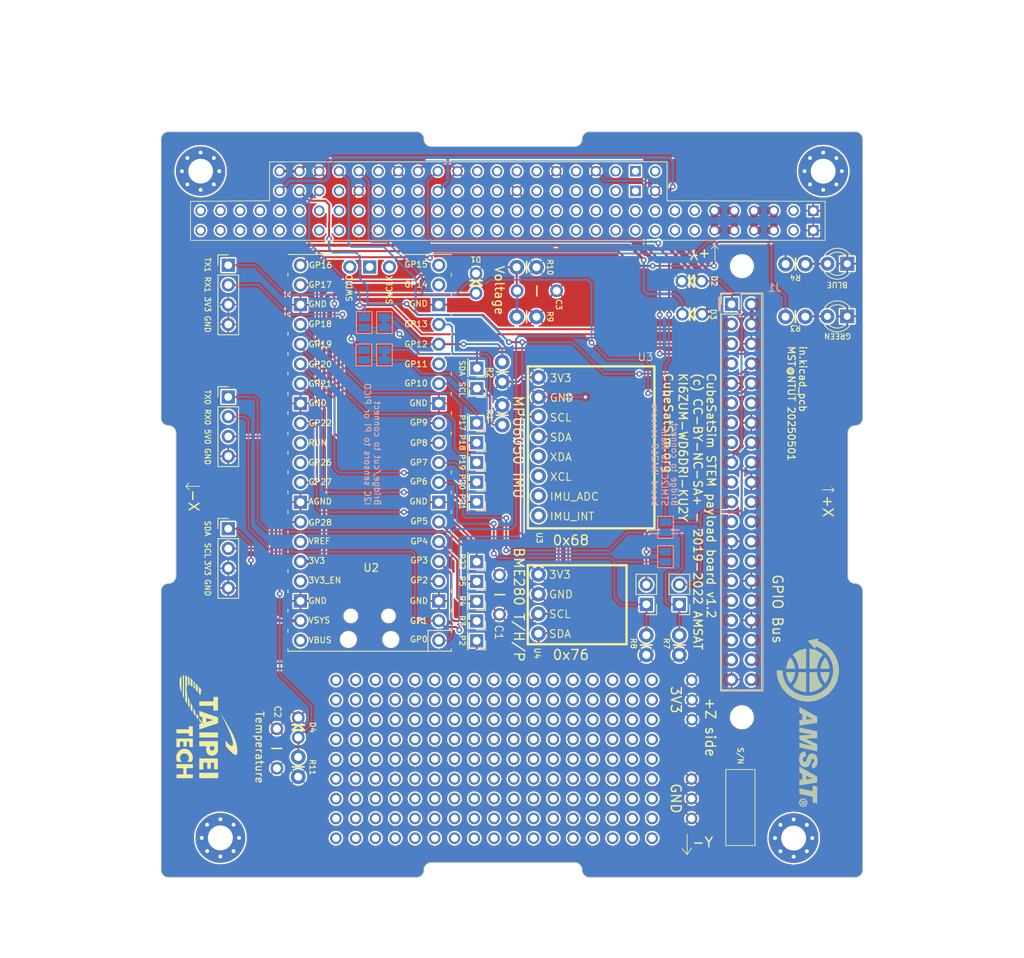
<source format=kicad_pcb>
(kicad_pcb (version 20241229) (generator "pcbnew") (generator_version "9.0")
  (title_block (title "Cubesatsim-STEM-1.3_20250219_PICO_R") (date "2025-02-20"))
  (layers (0 "F.Cu" signal) (2 "B.Cu" signal) (13 "F.Paste" user) (15 "B.Paste" user) (5 "F.SilkS" user "F.Silkscreen") (7 "B.SilkS" user "B.Silkscreen") (1 "F.Mask" user) (3 "B.Mask" user) (25 "Edge.Cuts" user))
  (net 0 "")
  (net 1 "GND")
  (net 2 "/3V3")
  (net 3 "/5V")
  (net 4 "/PI_5V")
  (net 5 "unconnected-(J1-Pin_7-Pad7)")
  (net 6 "/PI_SDA")
  (net 7 "/PI_SCL")
  (net 8 "/PI_TXD")
  (net 9 "unconnected-(J1-Pin_11-Pad11)")
  (net 10 "unconnected-(J1-Pin_12-Pad12)")
  (net 11 "/PI_RXD")
  (net 12 "/PI_LED2")
  (net 13 "unconnected-(J1-Pin_15-Pad15)")
  (net 14 "/PI_SDA3")
  (net 15 "/PI_SCL3")
  (net 16 "/PI_LED1")
  (net 17 "unconnected-(J1-Pin_19-Pad19)")
  (net 18 "/STM_SDA")
  (net 19 "unconnected-(J1-Pin_21-Pad21)")
  (net 20 "unconnected-(J1-Pin_22-Pad22)")
  (net 21 "unconnected-(J1-Pin_23-Pad23)")
  (net 22 "unconnected-(J1-Pin_24-Pad24)")
  (net 23 "/STM_SCL")
  (net 24 "unconnected-(J1-Pin_26-Pad26)")
  (net 25 "unconnected-(J1-Pin_27-Pad27)")
  (net 26 "unconnected-(J1-Pin_28-Pad28)")
  (net 27 "unconnected-(J1-Pin_29-Pad29)")
  (net 28 "unconnected-(J1-Pin_31-Pad31)")
  (net 29 "unconnected-(J1-Pin_32-Pad32)")
  (net 30 "unconnected-(J1-Pin_33-Pad33)")
  (net 31 "unconnected-(J1-Pin_35-Pad35)")
  (net 32 "unconnected-(J1-Pin_37-Pad37)")
  (net 33 "unconnected-(J1-Pin_38-Pad38)")
  (net 34 "/IMU_INT")
  (net 35 "unconnected-(J1-Pin_40-Pad40)")
  (net 36 "/STM_LED2")
  (net 37 "/STM_LED1")
  (net 38 "/VOLTAGE")
  (net 39 "/TEMPERATURE")
  (net 40 "Net-(LED1-A)")
  (net 41 "Net-(LED2-A)")
  (net 42 "/IMU_ADC")
  (net 43 "/XCL")
  (net 44 "/XDA")
  (net 45 "/SDA")
  (net 46 "/SCL")
  (net 47 "/TX2")
  (net 48 "/RX2")
  (net 49 "/STM_SCL2")
  (net 50 "/STM_SDA2")
  (net 51 "/STM_3V3")
  (net 52 "/PI_3V3")
  (net 59 "/GP22")
  (net 62 "/GP2")
  (net 63 "/GP3")
  (net 64 "/GP4")
  (net 65 "/GP5")
  (net 66 "/GP21")
  (net 67 "/GP20")
  (net 68 "/GP19")
  (net 69 "/GP18")
  (net 71 "/BATT")
  (net 72 "/SPARE")
  (net 151 "/GP10")
  (footprint "Library:THTPad_D60mil_Drill40mil_Circle_No_CourtYard" (layer "F.Cu") (at 125.33986 108.20781 -90)
    (property "Reference" "REF**" (hide yes))
    (property "Value" "THTPad_D60mil_Drill40mil_Circle_No_CourtYard" (hide yes))
  )
  (footprint "Library:THTPad_D60mil_Drill40mil_Circle_No_CourtYard" (layer "F.Cu") (at 115.17986 110.74781 -90)
    (property "Reference" "REF**" (hide yes))
    (property "Value" "THTPad_D60mil_Drill40mil_Circle_No_CourtYard" (hide yes))
  )
  (footprint "Library:THTPad_D60mil_Drill40mil_Circle_No_CourtYard" (layer "F.Cu") (at 97.39986 125.98781 -90)
    (property "Reference" "REF**" (hide yes))
    (property "Value" "THTPad_D60mil_Drill40mil_Circle_No_CourtYard" (hide yes))
  )
  (footprint "Library:THTPad_D60mil_Drill40mil_Circle_No_CourtYard" (layer "F.Cu") (at 87.23986 115.82781 -90)
    (property "Reference" "REF**" (hide yes))
    (property "Value" "THTPad_D60mil_Drill40mil_Circle_No_CourtYard" (hide yes))
  )
  (footprint "Library:THTPad_D60mil_Drill40mil_Circle_No_CourtYard" (layer "F.Cu") (at 117.71986 105.66781 -90)
    (property "Reference" "REF**" (hide yes))
    (property "Value" "THTPad_D60mil_Drill40mil_Circle_No_CourtYard" (hide yes))
  )
  (footprint "" (layer "F.Cu") (at 130.4036 123.44781)
    (property "Reference" "")
    (property "Value" "")
  )
  (footprint "Library:THTPad_D60mil_Drill40mil_Circle_No_CourtYard" (layer "F.Cu") (at 94.85986 110.74781 -90)
    (property "Reference" "REF**" (hide yes))
    (property "Value" "THTPad_D60mil_Drill40mil_Circle_No_CourtYard" (hide yes))
  )
  (footprint "Library:THTPad_D60mil_Drill40mil_Circle_No_CourtYard" (layer "F.Cu") (at 89.77986 120.90781 -90)
    (property "Reference" "REF**" (hide yes))
    (property "Value" "THTPad_D60mil_Drill40mil_Circle_No_CourtYard" (hide yes))
  )
  (footprint "Library:THTPad_D60mil_Drill40mil_Circle_No_CourtYard" (layer "F.Cu") (at 115.17986 115.82781 -90)
    (property "Reference" "REF**" (hide yes))
    (property "Value" "THTPad_D60mil_Drill40mil_Circle_No_CourtYard" (hide yes))
  )
  (footprint "Library:THTPad_D60mil_Drill40mil_Circle_No_CourtYard" (layer "F.Cu") (at 89.77986 125.98781 -90)
    (property "Reference" "REF**" (hide yes))
    (property "Value" "THTPad_D60mil_Drill40mil_Circle_No_CourtYard" (hide yes))
  )
  (footprint "Library:THTPad_D60mil_Drill40mil_Circle_No_CourtYard" (layer "F.Cu") (at 110.09986 110.74781 -90)
    (property "Reference" "REF**" (hide yes))
    (property "Value" "THTPad_D60mil_Drill40mil_Circle_No_CourtYard" (hide yes))
  )
  (footprint "Library:THTPad_D60mil_Drill40mil_Circle_No_CourtYard" (layer "F.Cu") (at 112.63986 125.98781 -90)
    (property "Reference" "REF**" (hide yes))
    (property "Value" "THTPad_D60mil_Drill40mil_Circle_No_CourtYard" (hide yes))
  )
  (footprint "Library:THTPad_D60mil_Drill40mil_Circle_No_CourtYard" (layer "F.Cu") (at 117.71986 115.82781 -90)
    (property "Reference" "REF**" (hide yes))
    (property "Value" "THTPad_D60mil_Drill40mil_Circle_No_CourtYard" (hide yes))
  )
  (footprint "Library:THTPad_D60mil_Drill40mil_Circle_No_CourtYard" (layer "F.Cu") (at 115.17986 113.28781 -90)
    (property "Reference" "REF**" (hide yes))
    (property "Value" "THTPad_D60mil_Drill40mil_Circle_No_CourtYard" (hide yes))
  )
  (footprint "Library:THTPad_D60mil_Drill40mil_Circle_No_CourtYard" (layer "F.Cu") (at 89.77986 123.44781 -90)
    (property "Reference" "REF**" (hide yes))
    (property "Value" "THTPad_D60mil_Drill40mil_Circle_No_CourtYard" (hide yes))
  )
  (footprint "Library:THTPad_D60mil_Drill40mil_Circle_No_CourtYard" (layer "F.Cu") (at 122.79986 108.20781 -90)
    (property "Reference" "REF**" (hide yes))
    (property "Value" "THTPad_D60mil_Drill40mil_Circle_No_CourtYard" (hide yes))
  )
  (footprint "Library:THTPad_D60mil_Drill40mil_Circle_No_CourtYard" (layer "F.Cu") (at 97.39986 105.66781 -90)
    (property "Reference" "REF**" (hide yes))
    (property "Value" "THTPad_D60mil_Drill40mil_Circle_No_CourtYard" (hide yes))
  )
  (footprint "Library:THTPad_D60mil_Drill40mil_Circle_No_CourtYard" (layer "F.Cu") (at 125.33986 113.28781 -90)
    (property "Reference" "REF**" (hide yes))
    (property "Value" "THTPad_D60mil_Drill40mil_Circle_No_CourtYard" (hide yes))
  )
  (footprint "Library:THTPad_D60mil_Drill40mil_Circle_No_CourtYard" (layer "F.Cu") (at 110.09986 118.36781 -90)
    (property "Reference" "REF**" (hide yes))
    (property "Value" "THTPad_D60mil_Drill40mil_Circle_No_CourtYard" (hide yes))
  )
  (footprint "Library:THTPad_D60mil_Drill40mil_Circle_No_CourtYard" (layer "F.Cu") (at 94.85986 125.98781 -90)
    (property "Reference" "REF**" (hide yes))
    (property "Value" "THTPad_D60mil_Drill40mil_Circle_No_CourtYard" (hide yes))
  )
  (footprint "Library:THTPad_D60mil_Drill40mil_Circle_No_CourtYard" (layer "F.Cu") (at 125.33986 115.82781 -90)
    (property "Reference" "REF**" (hide yes))
    (property "Value" "THTPad_D60mil_Drill40mil_Circle_No_CourtYard" (hide yes))
  )
  (footprint "Library:Test_Point_Vertical_S" (layer "F.Cu") (at 102.8347 80.182211 -90)
    (property "Reference" "JP7" (hide yes))
    (property "Value" "TestPoint" (hide yes))
  )
  (footprint "Library:THTPad_D60mil_Drill40mil_Circle_No_CourtYard" (layer "F.Cu") (at 125.33986 105.66781 -90)
    (property "Reference" "REF**" (hide yes))
    (property "Value" "THTPad_D60mil_Drill40mil_Circle_No_CourtYard" (hide yes))
  )
  (footprint "Library:THTPad_D60mil_Drill40mil_Circle_No_CourtYard" (layer "F.Cu") (at 130.39446 118.36781 -90)
    (property "Reference" "REF**" (hide yes))
    (property "Value" "THTPad_D60mil_Drill40mil_Circle_No_CourtYard" (hide yes))
  )
  (footprint "Library:THTPad_D60mil_Drill40mil_Circle_No_CourtYard" (layer "F.Cu") (at 87.23986 105.66781 -90)
    (property "Reference" "REF**" (hide yes))
    (property "Value" "THTPad_D60mil_Drill40mil_Circle_No_CourtYard" (hide yes))
  )
  (footprint "Library:THTPad_D60mil_Drill40mil_Circle_No_CourtYard" (layer "F.Cu") (at 84.69986 125.98781 -90)
    (property "Reference" "REF**" (hide yes))
    (property "Value" "THTPad_D60mil_Drill40mil_Circle_No_CourtYard" (hide yes))
  )
  (footprint "Library:THTPad_D60mil_Drill40mil_Circle_No_CourtYard" (layer "F.Cu") (at 120.25986 120.90781 -90)
    (property "Reference" "REF**" (hide yes))
    (property "Value" "THTPad_D60mil_Drill40mil_Circle_No_CourtYard" (hide yes))
  )
  (footprint "Library:THTPad_D60mil_Drill40mil_Circle_No_CourtYard" (layer "F.Cu") (at 110.09986 113.28781 -90)
    (property "Reference" "REF**" (hide yes))
    (property "Value" "THTPad_D60mil_Drill40mil_Circle_No_CourtYard" (hide yes))
  )
  (footprint "Library:THTPad_D60mil_Drill40mil_Circle_No_CourtYard" (layer "F.Cu") (at 97.39986 115.82781 -90)
    (property "Reference" "REF**" (hide yes))
    (property "Value" "THTPad_D60mil_Drill40mil_Circle_No_CourtYard" (hide yes))
  )
  (footprint "Connector_PinHeader_2.54mm:PinHeader_2x20_P2.54mm_Vertical" (layer "F.Cu") (at 135.53974 57.333641)
    (property "Reference" "J1")
    (property "Value" "Conn_02x20_Odd_Even" (hide yes))
  )
  (footprint "Connector_PinHeader_2.54mm:PinHeader_1x04_P2.54mm_Vertical" (layer "F.Cu") (at 70.866 52.304441)
    (property "Reference" "J23" (hide yes))
    (property "Value" "Conn_01x04" (hide yes))
  )
  (footprint "Library:THTPad_D60mil_Drill40mil_Circle_No_CourtYard" (layer "F.Cu") (at 84.69986 118.36781 -90)
    (property "Reference" "REF**" (hide yes))
    (property "Value" "THTPad_D60mil_Drill40mil_Circle_No_CourtYard" (hide yes))
  )
  (footprint "Library:THTPad_D60mil_Drill40mil_Circle_No_CourtYard" (layer "F.Cu") (at 92.31986 123.44781 -90)
    (property "Reference" "REF**" (hide yes))
    (property "Value" "THTPad_D60mil_Drill40mil_Circle_No_CourtYard" (hide yes))
  )
  (footprint "Library:THTPad_D60mil_Drill40mil_Circle_No_CourtYard" (layer "F.Cu") (at 84.69986 123.44781 -90)
    (property "Reference" "REF**" (hide yes))
    (property "Value" "THTPad_D60mil_Drill40mil_Circle_No_CourtYard" (hide yes))
  )
  (footprint "Library:THTPad_D60mil_Drill40mil_Circle_No_CourtYard" (layer "F.Cu") (at 99.93986 113.28781 -90)
    (property "Reference" "REF**" (hide yes))
    (property "Value" "THTPad_D60mil_Drill40mil_Circle_No_CourtYard" (hide yes))
  )
  (footprint "Library:THTPad_D60mil_Drill40mil_Circle_No_CourtYard" (layer "F.Cu") (at 87.23986 110.74781 -90)
    (property "Reference" "REF**" (hide yes))
    (property "Value" "THTPad_D60mil_Drill40mil_Circle_No_CourtYard" (hide yes))
  )
  (footprint "Library:THTPad_D60mil_Drill40mil_Circle_No_CourtYard" (layer "F.Cu") (at 105.01986 105.66781 -90)
    (property "Reference" "REF**" (hide yes))
    (property "Value" "THTPad_D60mil_Drill40mil_Circle_No_CourtYard" (hide yes))
  )
  (footprint "Library:MountingHole_2.75mm_NoPad" (layer "F.Cu") (at 136.87146 52.42941 -90)
    (property "Reference" "REF**" (hide yes))
    (property "Value" "MountingHole_2.75mm_NoPad" (hide yes))
  )
  (footprint "Library:THTPad_D60mil_Drill40mil_Circle_No_CourtYard" (layer "F.Cu") (at 102.47986 125.98781 -90)
    (property "Reference" "REF**" (hide yes))
    (property "Value" "THTPad_D60mil_Drill40mil_Circle_No_CourtYard" (hide yes))
  )
  (footprint "Library:THTPad_D60mil_Drill40mil_Circle_No_CourtYard" (layer "F.Cu") (at 122.79986 110.74781 -90)
    (property "Reference" "REF**" (hide yes))
    (property "Value" "THTPad_D60mil_Drill40mil_Circle_No_CourtYard" (hide yes))
  )
  (footprint "Library:THTPad_D60mil_Drill40mil_Circle_No_CourtYard" (layer "F.Cu") (at 89.77986 113.28781 -90)
    (property "Reference" "REF**" (hide yes))
    (property "Value" "THTPad_D60mil_Drill40mil_Circle_No_CourtYard" (hide yes))
  )
  (footprint "Library:THTPad_D60mil_Drill40mil_Circle_No_CourtYard" (layer "F.Cu") (at 120.25986 113.28781 -90)
    (property "Reference" "REF**" (hide yes))
    (property "Value" "THTPad_D60mil_Drill40mil_Circle_No_CourtYard" (hide yes))
  )
  (footprint "Library:THTPad_D60mil_Drill40mil_Circle_No_CourtYard" (layer "F.Cu") (at 97.39986 110.74781 -90)
    (property "Reference" "REF**" (hide yes))
    (property "Value" "THTPad_D60mil_Drill40mil_Circle_No_CourtYard" (hide yes))
  )
  (footprint "Library:THTPad_D60mil_Drill40mil_Circle_No_CourtYard" (layer "F.Cu") (at 105.01986 113.28781 -90)
    (property "Reference" "REF**" (hide yes))
    (property "Value" "THTPad_D60mil_Drill40mil_Circle_No_CourtYard" (hide yes))
  )
  (footprint "Library:MPU6050_IMU_Module" (layer "F.Cu") (at 117.4242 75.6031 -90)
    (property "Reference" "U3")
    (property "Value" "MPU6050")
  )
  (footprint "Library:THTPad_D60mil_Drill40mil_Circle_No_CourtYard" (layer "F.Cu") (at 94.85986 108.20781 -90)
    (property "Reference" "REF**" (hide yes))
    (property "Value" "THTPad_D60mil_Drill40mil_Circle_No_CourtYard" (hide yes))
  )
  (footprint "Library:R_TH_V_2.54" (layer "F.Cu") (at 124.56694 101.148641 90)
    (property "Reference" "R8")
    (property "Value" "DNI-4.7K")
  )
  (footprint "Library:THTPad_D60mil_Drill40mil_Circle_No_CourtYard" (layer "F.Cu") (at 87.23986 125.98781 -90)
    (property "Reference" "REF**" (hide yes))
    (property "Value" "THTPad_D60mil_Drill40mil_Circle_No_CourtYard" (hide yes))
  )
  (footprint "Library:THTPad_D60mil_Drill40mil_Circle_No_CourtYard" (layer "F.Cu") (at 84.709 110.744 -90)
    (property "Reference" "REF**" (hide yes))
    (property "Value" "THTPad_D60mil_Drill40mil_Circle_No_CourtYard" (hide yes))
  )
  (footprint "Library:THTPad_D60mil_Drill40mil_Circle_No_CourtYard" (layer "F.Cu") (at 120.25986 115.82781 -90)
    (property "Reference" "REF**" (hide yes))
    (property "Value" "THTPad_D60mil_Drill40mil_Circle_No_CourtYard" (hide yes))
  )
  (footprint "Library:THTPad_D60mil_Drill40mil_Circle_No_CourtYard" (layer "F.Cu") (at 120.25986 123.44781 -90)
    (property "Reference" "REF**" (hide yes))
    (property "Value" "THTPad_D60mil_Drill40mil_Circle_No_CourtYard" (hide yes))
  )
  (footprint "Library:THTPad_D60mil_Drill40mil_Circle_No_CourtYard" (layer "F.Cu") (at 92.31986 105.66781 -90)
    (property "Reference" "REF**" (hide yes))
    (property "Value" "THTPad_D60mil_Drill40mil_Circle_No_CourtYard" (hide yes))
  )
  (footprint "Library:THTPad_D60mil_Drill40mil_Circle_No_CourtYard" (layer "F.Cu") (at 115.17986 125.98781 -90)
    (property "Reference" "REF**" (hide yes))
    (property "Value" "THTPad_D60mil_Drill40mil_Circle_No_CourtYard" (hide yes))
  )
  (footprint "Library:THTPad_D60mil_Drill40mil_Circle_No_CourtYard" (layer "F.Cu") (at 110.09986 108.20781 -90)
    (property "Reference" "REF**" (hide yes))
    (property "Value" "THTPad_D60mil_Drill40mil_Circle_No_CourtYard" (hide yes))
  )
  (footprint "Library:THTPad_D60mil_Drill40mil_Circle_No_CourtYard" (layer "F.Cu") (at 122.79986 105.66781 -90)
    (property "Reference" "REF**" (hide yes))
    (property "Value" "THTPad_D60mil_Drill40mil_Circle_No_CourtYard" (hide yes))
  )
  (footprint "Library:THTPad_D60mil_Drill40mil_Circle_No_CourtYard" (layer "F.Cu") (at 112.63986 105.66781 -90)
    (property "Reference" "REF**" (hide yes))
    (property "Value" "THTPad_D60mil_Drill40mil_Circle_No_CourtYard" (hide yes))
  )
  (footprint "Library:THTPad_D60mil_Drill40mil_Circle_No_CourtYard" (layer "F.Cu") (at 115.17986 118.36781 -90)
    (property "Reference" "REF**" (hide yes))
    (property "Value" "THTPad_D60mil_Drill40mil_Circle_No_CourtYard" (hide yes))
  )
  (footprint "Library:1N5817_TH_100mil" (layer "F.Cu") (at 79.8576 111.8362 90)
    (property "Reference" "D4")
    (property "Value" "1N4148")
  )
  (footprint "Library:THTPad_D60mil_Drill40mil_Circle_No_CourtYard" (layer "F.Cu") (at 89.77986 105.66781 -90)
    (property "Reference" "REF**" (hide yes))
    (property "Value" "THTPad_D60mil_Drill40mil_Circle_No_CourtYard" (hide yes))
  )
  (footprint "Library:R_TH_V_2.54" (layer "F.Cu") (at 109.19994 58.921141)
    (property "Reference" "R9")
    (property "Value" "10K")
  )
  (footprint "Library:THTPad_D60mil_Drill40mil_Circle_No_CourtYard" (layer "F.Cu") (at 110.09986 115.82781 -90)
    (property "Reference" "REF**" (hide yes))
    (property "Value" "THTPad_D60mil_Drill40mil_Circle_No_CourtYard" (hide yes))
  )
  (footprint "Library:THTPad_D60mil_Drill40mil_Circle_No_CourtYard" (layer "F.Cu") (at 125.33986 118.36781 -90)
    (property "Reference" "REF**" (hide yes))
    (property "Value" "THTPad_D60mil_Drill40mil_Circle_No_CourtYard" (hide yes))
  )
  (footprint "Library:MountingHole_2.75mm_NoPad" (layer "F.Cu") (at 136.87146 110.44301 -90)
    (property "Reference" "REF**" (hide yes))
    (property "Value" "MountingHole_2.75mm_NoPad" (hide yes))
  )
  (footprint "Library:THTPad_D60mil_Drill40mil_Circle_No_CourtYard" (layer "F.Cu") (at 122.79986 123.44781 -90)
    (property "Reference" "REF**" (hide yes))
    (property "Value" "THTPad_D60mil_Drill40mil_Circle_No_CourtYard" (hide yes))
  )
  (footprint "Library:THTPad_D60mil_Drill40mil_Circle_No_CourtYard" (layer "F.Cu") (at 107.55986 110.74781 -90)
    (property "Reference" "REF**" (hide yes))
    (property "Value" "THTPad_D60mil_Drill40mil_Circle_No_CourtYard" (hide yes))
  )
  (footprint "Library:THTPad_D60mil_Drill40mil_Circle_No_CourtYard" (layer "F.Cu") (at 87.23986 113.28781 -90)
    (property "Reference" "REF**" (hide yes))
    (property "Value" "THTPad_D60mil_Drill40mil_Circle_No_CourtYard" (hide yes))
  )
  (footprint "Library:THTPad_D60mil_Drill40mil_Circle_No_CourtYard" (layer "F.Cu") (at 120.25986 125.98781 -90)
    (property "Reference" "REF**" (hide yes))
    (property "Value" "THTPad_D60mil_Drill40mil_Circle_No_CourtYard" (hide yes))
  )
  (footprint "Library:THTPad_D60mil_Drill40mil_Circle_No_CourtYard" (layer "F.Cu") (at 115.17986 105.66781 -90)
    (property "Reference" "REF**" (hide yes))
    (property "Value" "THTPad_D60mil_Drill40mil_Circle_No_CourtYard" (hide yes))
  )
  (footprint "Library:THTPad_D60mil_Drill40mil_Circle_No_CourtYard" (layer "F.Cu") (at 87.23986 120.90781 -90)
    (property "Reference" "REF**" (hide yes))
    (property "Value" "THTPad_D60mil_Drill40mil_Circle_No_CourtYard" (hide yes))
  )
  (footprint "Library:THTPad_D60mil_Drill40mil_Circle_No_CourtYard" (layer "F.Cu") (at 102.47986 113.28781 -90)
    (property "Reference" "REF**" (hide yes))
    (property "Value" "THTPad_D60mil_Drill40mil_Circle_No_CourtYard" (hide yes))
  )
  (footprint "Library:THTPad_D60mil_Drill40mil_Circle_No_CourtYard" (layer "F.Cu") (at 107.55986 120.90781 -90)
    (property "Reference" "REF**" (hide yes))
    (property "Value" "THTPad_D60mil_Drill40mil_Circle_No_CourtYard" (hide yes))
  )
  (footprint "Library:R_TH_V_2.54" (layer "F.Cu") (at 106.0958 71.5899 -90)
    (property "Reference" "R1")
    (property "Value" "4.7K")
  )
  (footprint "" (layer "F.Cu") (at 130.4544 108.20781)
    (property "Reference" "")
    (property "Value" "")
  )
  (footprint "Connector_PinHeader_2.54mm:PinHeader_1x04_P2.54mm_Vertical" (layer "F.Cu") (at 70.866 69.248321)
    (property "Reference" "J4" (hide yes))
    (property "Value" "Conn_01x04" (hide yes))
  )
  (footprint "Library:THTPad_D60mil_Drill40mil_Circle_No_CourtYard" (layer "F.Cu") (at 97.39986 113.28781 -90)
    (property "Reference" "REF**" (hide yes))
    (property "Value" "THTPad_D60mil_Drill40mil_Circle_No_CourtYard" (hide yes))
  )
  (footprint "Library:THTPad_D60mil_Drill40mil_Circle_No_CourtYard" (layer "F.Cu") (at 120.25986 118.36781 -90)
    (property "Reference" "REF**" (hide yes))
    (property "Value" "THTPad_D60mil_Drill40mil_Circle_No_CourtYard" (hide yes))
  )
  (footprint "Library:Test_Point_Vertical_S" (layer "F.Cu") (at 102.87 65.5193 -90)
    (property "Reference" "JP1" (hide yes))
    (property "Value" "TestPoint" (hide yes))
  )
  (footprint "" (layer "F.Cu") (at 130.4544 110.74781)
    (property "Reference" "")
    (property "Value" "")
  )
  (footprint "Library:THTPad_D60mil_Drill40mil_Circle_No_CourtYard" (layer "F.Cu") (at 87.23986 118.36781 -90)
    (property "Reference" "REF**" (hide yes))
    (property "Value" "THTPad_D60mil_Drill40mil_Circle_No_CourtYard" (hide yes))
  )
  (footprint "Library:Test_Point_Vertical_S" (layer "F.Cu") (at 102.84105 95.493331 -90)
    (property "Reference" "JP15" (hide yes))
    (property "Value" "TestPoint" (hide yes))
  )
  (footprint "Library:THTPad_D60mil_Drill40mil_Circle_No_CourtYard" (layer "F.Cu") (at 92.31986 110.74781 -90)
    (property "Reference" "REF**" (hide yes))
    (property "Value" "THTPad_D60mil_Drill40mil_Circle_No_CourtYard" (hide yes))
  )
  (footprint "Library:THTPad_D60mil_Drill40mil_Circle_No_CourtYard" (layer "F.Cu") (at 105.01986 115.82781 -90)
    (property "Reference" "REF**" (hide yes))
    (property "Value" "THTPad_D60mil_Drill40mil_Circle_No_CourtYard" (hide yes))
  )
  (footprint "Library:AMSAT_C_TH_5.08" (layer "F.Cu") (at 105.72014 94.671641 -90)
    (property "Reference" "C1")
    (property "Value" "100nF")
  )
  (footprint "Library:THTPad_D60mil_Drill40mil_Circle_No_CourtYard" (layer "F.Cu") (at 107.55986 113.28781 -90)
    (property "Reference" "REF**" (hide yes))
    (property "Value" "THTPad_D60mil_Drill40mil_Circle_No_CourtYard" (hide yes))
  )
  (footprint "Library:THTPad_D60mil_Drill40mil_Circle_No_CourtYard" (layer "F.Cu") (at 94.85986 118.36781 -90)
    (property "Reference" "REF**" (hide yes))
    (property "Value" "THTPad_D60mil_Drill40mil_Circle_No_CourtYard" (hide yes))
  )
  (footprint "Library:THTPad_D60mil_Drill40mil_Circle_No_CourtYard" (layer "F.Cu") (at 84.69986 105.66781 180)
    (property "Reference" "REF**" (hide yes))
    (property "Value" "THTPad_D60mil_Drill40mil_Circle_No_CourtYard" (hide yes))
  )
  (footprint "Library:THTPad_D60mil_Drill40mil_Circle_No_CourtYard" (layer "F.Cu") (at 84.69986 120.90781 -90)
    (property "Reference" "REF**" (hide yes))
    (property "Value" "THTPad_D60mil_Drill40mil_Circle_No_CourtYard" (hide yes))
  )
  (footprint "Library:THTPad_D60mil_Drill40mil_Circle_No_CourtYard" (layer "F.Cu") (at 84.69986 110.74781 -90)
    (property "Reference" "REF**" (hide yes))
    (property "Value" "THTPad_D60mil_Drill40mil_Circle_No_CourtYard" (hide yes))
  )
  (footprint "Library:THTPad_D60mil_Drill40mil_Circle_No_CourtYard" (layer "F.Cu") (at 115.17986 123.44781 -90)
    (property "Reference" "REF**" (hide yes))
    (property "Value" "THTPad_D60mil_Drill40mil_Circle_No_CourtYard" (hide yes))
  )
  (footprint "Library:THTPad_D60mil_Drill40mil_Circle_No_CourtYard" (layer "F.Cu") (at 102.47986 110.74781 -90)
    (property "Reference" "REF**" (hide yes))
    (property "Value" "THTPad_D60mil_Drill40mil_Circle_No_CourtYard" (hide yes))
  )
  (footprint "Library:THTPad_D60mil_Drill40mil_Circle_No_CourtYard" (layer "F.Cu") (at 122.79986 120.90781 -90)
    (property "Reference" "REF**" (hide yes))
    (property "Value" "THTPad_D60mil_Drill40mil_Circle_No_CourtYard" (hide yes))
  )
  (footprint "Library:THTPad_D60mil_Drill40mil_Circle_No_CourtYard" (layer "F.Cu") (at 107.55986 118.36781 -90)
    (property "Reference" "REF**" (hide yes))
    (property "Value" "THTPad_D60mil_Drill40mil_Circle_No_CourtYard" (hide yes))
  )
  (footprint "Library:THTPad_D60mil_Drill40mil_Circle_No_CourtYard" (layer "F.Cu") (at 125.33986 120.90781 -90)
    (property "Reference" "REF**" (hide yes))
    (property "Value" "THTPad_D60mil_Drill40mil_Circle_No_CourtYard" (hide yes))
  )
  (footprint "Library:THTPad_D60mil_Drill40mil_Circle_No_CourtYard" (layer "F.Cu") (at 105.01986 118.36781 -90)
    (property "Reference" "REF**" (hide yes))
    (property "Value" "THTPad_D60mil_Drill40mil_Circle_No_CourtYard" (hide yes))
  )
  (footprint "Library:THTPad_D60mil_Drill40mil_Circle_No_CourtYard" (layer "F.Cu") (at 120.25986 110.74781 -90)
    (property "Reference" "REF**" (hide yes))
    (property "Value" "THTPad_D60mil_Drill40mil_Circle_No_CourtYard" (hide yes))
  )
  (footprint "VST104_logos:NTUT_logo_15mm" (layer "F.Cu") (at 68.0466 111.6584 -90)
    (property "Reference" "REF**" (hide yes))
    (property "Value" "NTUT_logo_15mm")
  )
  (footprint "Library:THTPad_D60mil_Drill40mil_Circle_No_CourtYard" (layer "F.Cu") (at 84.69986 115.82781 -90)
    (property "Reference" "REF**" (hide yes))
    (property "Value" "THTPad_D60mil_Drill40mil_Circle_No_CourtYard" (hide yes))
  )
  (footprint "Library:THTPad_D60mil_Drill40mil_Circle_No_CourtYard" (layer "F.Cu") (at 110.09986 105.66781 -90)
    (property "Reference" "REF**" (hide yes))
    (property "Value" "THTPad_D60mil_Drill40mil_Circle_No_CourtYard" (hide yes))
  )
  (footprint "Library:THTPad_D60mil_Drill40mil_Circle_No_CourtYard" (layer "F.Cu") (at 117.71986 108.20781 -90)
    (property "Reference" "REF**" (hide yes))
    (property "Value" "THTPad_D60mil_Drill40mil_Circle_No_CourtYard" (hide yes))
  )
  (footprint "Library:THTPad_D60mil_Drill40mil_Circle_No_CourtYard" (layer "F.Cu") (at 122.79986 118.36781 -90)
    (property "Reference" "REF**" (hide yes))
    (property "Value" "THTPad_D60mil_Drill40mil_Circle_No_CourtYard" (hide yes))
  )
  (footprint "LED_THT:LED_D3.0mm" (layer "F.Cu") (at 150.420831 52.1208 180)
    (property "Reference" "LED2" (hide yes))
    (property "Value" "Blue 5mm")
  )
  (footprint "Library:THTPad_D60mil_Drill40mil_Circle_No_CourtYard" (layer "F.Cu") (at 112.63986 123.44781 -90)
    (property "Reference" "REF**" (hide yes))
    (property "Value" "THTPad_D60mil_Drill40mil_Circle_No_CourtYard" (hide yes))
  )
  (footprint "Library:R_TH_V_2.54" (layer "F.Cu") (at 106.05034 66.020441 90)
    (property "Reference" "R2" (hide yes))
    (property "Value" "4.7K")
  )
  (footprint "Library:THTPad_D60mil_Drill40mil_Circle_No_CourtYard" (layer "F.Cu") (at 107.55986 115.82781 -90)
    (property "Reference" "REF**" (hide yes))
    (property "Value" "THTPad_D60mil_Drill40mil_Circle_No_CourtYard" (hide yes))
  )
  (footprint "Library:THTPad_D60mil_Drill40mil_Circle_No_CourtYard" (layer "F.Cu") (at 94.85986 123.44781 -90)
    (property "Reference" "REF**" (hide yes))
    (property "Value" "THTPad_D60mil_Drill40mil_Circle_No_CourtYard" (hide yes))
  )
  (footprint "Library:THTPad_D60mil_Drill40mil_Circle_No_CourtYard" (layer "F.Cu") (at 112.63986 118.36781 -90)
    (property "Reference" "REF**" (hide yes))
    (property "Value" "THTPad_D60mil_Drill40mil_Circle_No_CourtYard" (hide yes))
  )
  (footprint "Library:THTPad_D60mil_Drill40mil_Circle_No_CourtYard" (layer "F.Cu") (at 89.77986 110.74781 -90)
    (property "Reference" "REF**" (hide yes))
    (property "Value" "THTPad_D60mil_Drill40mil_Circle_No_CourtYard" (hide yes))
  )
  (footprint "Library:AMSAT_C_TH_5.08" (layer "F.Cu") (at 110.52074 55.593741 180)
    (property "Reference" "C3")
    (property "Value" "100nF")
  )
  (footprint "Library:R_TH_V_2.54" (layer "F.Cu") (at 109.19994 52.596541 180)
    (property "Reference" "R10")
    (property "Value" "10K")
  )
  (footprint "Library:THTPad_D60mil_Drill40mil_Circle_No_CourtYard" (layer "F.Cu") (at 105.01986 120.90781 -90)
    (property "Reference" "REF**" (hide yes))
    (property "Value" "THTPad_D60mil_Drill40mil_Circle_No_CourtYard" (hide yes))
  )
  (footprint "Library:THTPad_D60mil_Drill40mil_Circle_No_CourtYard" (layer "F.Cu") (at 117.71986 123.44781 -90)
    (property "Reference" "REF**" (hide yes))
    (property "Value" "THTPad_D60mil_Drill40mil_Circle_No_CourtYard" (hide yes))
  )
  (footprint "Library:THTPad_D60mil_Drill40mil_Circle_No_CourtYard" (layer "F.Cu") (at 125.33986 110.74781 -90)
    (property "Reference" "REF**" (hide yes))
    (property "Value" "THTPad_D60mil_Drill40mil_Circle_No_CourtYard" (hide yes))
  )
  (footprint "Library:Test_Point_Vertical_S" (layer "F.Cu") (at 102.84105 98.033331 -90)
    (property "Reference" "JP11" (hide yes))
    (property "Value" "TestPoint" (hide yes))
  )
  (footprint "Library:THTPad_D60mil_Drill40mil_Circle_No_CourtYard" (layer "F.Cu") (at 102.47986 108.20781 -90)
    (property "Reference" "REF**" (hide yes))
    (property "Value" "THTPad_D60mil_Drill40mil_Circle_No_CourtYard" (hide yes))
  )
  (footprint "Library:THTPad_D60mil_Drill40mil_Circle_No_CourtYard" (layer "F.Cu") (at 117.71986 120.90781 -90)
    (property "Reference" "REF**" (hide yes))
    (property "Value" "THTPad_D60mil_Drill40mil_Circle_No_CourtYard" (hide yes))
  )
  (footprint "Library:THTPad_D60mil_Drill40mil_Circle_No_CourtYard" (layer "F.Cu") (at 112.63986 108.20781 -90)
    (property "Reference" "REF**" (hide yes))
    (property "Value" "THTPad_D60mil_Drill40mil_Circle_No_CourtYard" (hide yes))
  )
  (footprint "Library:Test_Point_Vertical_S" (layer "F.Cu") (at 102.8347 72.562211 -90)
    (property "Reference" "JP9" (hide yes))
    (property "Value" "TestPoint" (hide yes))
  )
  (footprint "Library:THTPad_D60mil_Drill40mil_Circle_No_CourtYard" (layer "F.Cu") (at 99.93986 110.74781 -90)
    (property "Reference" "REF**" (hide yes))
    (property "Value" "THTPad_D60mil_Drill40mil_Circle_No_CourtYard" (hide yes))
  )
  (footprint "Library:Test_Point_Vertical_S" (layer "F.Cu") (at 102.84105 92.946472 -90)
    (property "Reference" "JP16" (hide yes))
    (property "Value" "TestPoint" (hide yes))
  )
  (footprint "Library:Test_Point_Vertical_S" (layer "F.Cu") (at 102.84105 90.413331 -90)
    (property "Reference" "JP14" (hide yes))
    (property "Value" "TestPoint" (hide yes))
  )
  (footprint "Library:THTPad_D60mil_Drill40mil_Circle_No_CourtYard" (layer "F.Cu") (at 117.71986 118.36781 -90)
    (property "Reference" "REF**" (hide yes))
    (property "Value" "THTPad_D60mil_Drill40mil_Circle_No_CourtYard" (hide yes))
  )
  (footprint "Library:THTPad_D60mil_Drill40mil_Circle_No_CourtYard" (layer "F.Cu") (at 99.93986 108.20781 -90)
    (property "Reference" "REF**" (hide yes))
    (property "Value" "THTPad_D60mil_Drill40mil_Circle_No_CourtYard" (hide yes))
  )
  (footprint "Library:THTPad_D60mil_Drill40mil_Circle_No_CourtYard" (layer "F.Cu") (at 99.93986 123.44781 -90)
    (property "Reference" "REF**" (hide yes))
    (property "Value" "THTPad_D60mil_Drill40mil_Circle_No_CourtYard" (hide yes))
  )
  (footprint "Library:1N5817_TH_100mil" (layer "F.Cu") (at 102.69754 54.717441 90)
    (property "Reference" "D1")
    (property "Value" "1N5817")
  )
  (footprint "Library:THTPad_D60mil_Drill40mil_Circle_No_CourtYard" (layer "F.Cu") (at 105.01986 108.20781 -90)
    (property "Reference" "REF**" (hide yes))
    (property "Value" "THTPad_D60mil_Drill40mil_Circle_No_CourtYard" (hide yes))
  )
  (footprint "Library:THTPad_D60mil_Drill40mil_Circle_No_CourtYard" (layer "F.Cu") (at 125.33986 125.98781 -90)
    (property "Reference" "REF**" (hide yes))
    (property "Value" "THTPad_D60mil_Drill40mil_Circle_No_CourtYard" (hide yes))
  )
  (footprint "Library:THTPad_D60mil_Drill40mil_Circle_No_CourtYard" (layer "F.Cu") (at 92.31986 108.20781 -90)
    (property "Reference" "REF**" (hide yes))
    (property "Value" "THTPad_D60mil_Drill40mil_Circle_No_CourtYard" (hide yes))
  )
  (footprint "Library:THTPad_D60mil_Drill40mil_Circle_No_CourtYard" (layer "F.Cu") (at 94.85986 105.66781 -90)
    (property "Reference" "REF**" (hide yes))
    (property "Value" "THTPad_D60mil_Drill40mil_Circle_No_CourtYard" (hide yes))
  )
  (footprint "Library:THTPad_D60mil_Drill40mil_Circle_No_CourtYard" (layer "F.Cu") (at 92.31986 125.98781 -90)
    (property "Reference" "REF**" (hide yes))
    (property "Value" "THTPad_D60mil_Drill40mil_Circle_No_CourtYard" (hide yes))
  )
  (footprint "Library:THTPad_D60mil_Drill40mil_Circle_No_CourtYard" (layer "F.Cu") (at 115.17986 120.90781 -90)
    (property "Reference" "REF**" (hide yes))
    (property "Value" "THTPad_D60mil_Drill40mil_Circle_No_CourtYard" (hide yes))
  )
  (footprint "Library:BME280_Module" (layer "F.Cu") (at 115.65154 95.941641 -90)
    (property "Reference" "U4")
    (property "Value" "BME280")
  )
  (footprint "Library:THTPad_D60mil_Drill40mil_Circle_No_CourtYard" (layer "F.Cu") (at 87.23986 123.44781 -90)
    (property "Reference" "REF**" (hide yes))
    (property "Value" "THTPad_D60mil_Drill40mil_Circle_No_CourtYard" (hide yes))
  )
  (footprint "Library:Test_Point_Vertical_S" (layer "F.Cu") (at 102.8347 77.642211 -90)
    (property "Reference" "JP6" (hide yes))
    (property "Value" "TestPoint" (hide yes))
  )
  (footprint "Library:THTPad_D60mil_Drill40mil_Circle_No_CourtYard" (layer "F.Cu") (at 99.93986 118.36781 -90)
    (property "Reference" "REF**" (hide yes))
    (property "Value" "THTPad_D60mil_Drill40mil_Circle_No_CourtYard" (hide yes))
  )
  (footprint "Library:THTPad_D60mil_Drill40mil_Circle_No_CourtYard" (layer "F.Cu") (at 102.47986 120.90781 -90)
    (property "Reference" "REF**" (hide yes))
    (property "Value" "THTPad_D60mil_Drill40mil_Circle_No_CourtYard" (hide yes))
  )
  (footprint "Library:THTPad_D60mil_Drill40mil_Circle_No_CourtYard" (layer "F.Cu") (at 105.01986 110.74781 -90)
    (property "Reference" "REF**" (hide yes))
    (property "Value" "THTPad_D60mil_Drill40mil_Circle_No_CourtYard" (hide yes))
  )
  (footprint "Library:R_TH_V_2.54" (layer "F.Cu") (at 143.764 52.1462)
    (property "Reference" "R4")
    (property "Value" "100")
  )
  (footprint "Connector_PinHeader_2.54mm:PinHeader_1x02_P2.54mm_Vertical" (layer "F.Cu") (at 128.83414 95.921241 180)
    (property "Reference" "JP22" (hide yes))
    (property "Value" "Conn_01x02" (hide yes))
  )
  (footprint "Library:THTPad_D60mil_Drill40mil_Circle_No_CourtYard" (layer "F.Cu") (at 92.31986 115.82781 -90)
    (property "Reference" "REF**" (hide yes))
    (property "Value" "THTPad_D60mil_Drill40mil_Circle_No_CourtYard" (hide yes))
  )
  (footprint "Library:THTPad_D60mil_Drill40mil_Circle_No_CourtYard" (layer "F.Cu") (at 117.71986 113.28781 -90)
    (property "Reference" "REF**" (hide yes))
    (property "Value" "THTPad_D60mil_Drill40mil_Circle_No_CourtYard" (hide yes))
  )
  (footprint "Library:THTPad_D60mil_Drill40mil_Circle_No_CourtYard" (layer "F.Cu") (at 107.55986 125.98781 -90)
    (property "Reference" "REF**" (hide yes))
    (property "Value" "THTPad_D60mil_Drill40mil_Circle_No_CourtYard" (hide yes))
  )
  (footprint "VST104_footprints:CubeSat_PC104_16bit_footprint_Edge.Cut" (layer "F.Cu") (at 152.4 35.1406 180)
    (property "Reference" "J3" (hide yes))
    (property "Value" "~" (hide yes))
    (fp_line (start 90.17 -36.8427) (end 90.17 -0.9525) (stroke (width 0.1)) (layer "Edge.Cuts"))
    (fp_line (start 90.17 -94.9325) (end 90.17 -59.0423) (stroke (width 0.1)) (layer "Edge.Cuts"))
    (fp_line (start 88.265 -57.1373) (end 88.265 -38.7477) (stroke (width 0.1)) (layer "Edge.Cuts"))
    (fp_line (start 57.3405 0) (end 89.2175 0) (stroke (width 0.1)) (layer "Edge.Cuts"))
    (fp_line (start 57.3405 -95.885) (end 89.2175 -95.885) (stroke (width 0.1)) (layer "Edge.Cuts"))
    (fp_line (start 37.0205 -1.905) (end 55.4355 -1.905) (stroke (width 0.1)) (layer "Edge.Cuts"))
    (fp_line (start 37.0205 -93.98) (end 55.4355 -93.98) (stroke (width 0.1)) (layer "Edge.Cuts"))
    (fp_line (start 1.905 -57.1373) (end 1.905 -38.7477) (stroke (width 0.1)) (layer "Edge.Cuts"))
    (fp_line (start 0.9525 0) (end 35.1155 0) (stroke (width 0.1)) (layer "Edge.Cuts"))
    (fp_line (start 0.9525 -95.885) (end 35.1155 -95.885) (stroke (width 0.1)) (layer "Edge.Cuts"))
    (fp_line (start 0 -36.8427) (end 0 -0.9525) (stroke (width 0.1)) (layer "Edge.Cuts"))
    (fp_line (start 0 -94.9325) (end 0 -59.0423) (stroke (width 0.1)) (layer "Edge.Cuts"))
    (fp_arc (start 90.17 -0.9525) (mid 89.89102 -0.27898) (end 89.2175 0) (stroke (width 0.1)) (layer "Edge.Cuts"))
    (fp_arc (start 90.17 -59.0423) (mid 89.89102 -58.36878) (end 89.2175 -58.0898) (stroke (width 0.1)) (layer "Edge.Cuts"))
    (fp_arc (start 89.2175 -37.7952) (mid 89.89102 -37.51622) (end 90.17 -36.8427) (stroke (width 0.1)) (layer "Edge.Cuts"))
    (fp_arc (start 89.2175 -37.7952) (mid 88.54398 -38.07418) (end 88.265 -38.7477) (stroke (width 0.1)) (layer "Edge.Cuts"))
    (fp_arc (start 89.2175 -95.885) (mid 89.89102 -95.60602) (end 90.17 -94.9325) (stroke (width 0.1)) (layer "Edge.Cuts"))
    (fp_arc (start 88.265 -57.1373) (mid 88.54398 -57.81082) (end 89.2175 -58.0898) (stroke (width 0.1)) (layer "Edge.Cuts"))
    (fp_arc (start 57.3405 0) (mid 56.66698 -0.27898) (end 56.388 -0.9525) (stroke (width 0.1)) (layer "Edge.Cuts"))
    (fp_arc (start 56.388 -94.9325) (mid 56.66698 -95.60602) (end 57.3405 -95.885) (stroke (width 0.1)) (layer "Edge.Cuts"))
    (fp_arc (start 56.388 -94.9325) (mid 56.10902 -94.25898) (end 55.4355 -93.98) (stroke (width 0.1)) (layer "Edge.Cuts"))
    (fp_arc (start 55.4355 -1.905) (mid 56.10902 -1.62602) (end 56.388 -0.9525) (stroke (width 0.1)) (layer "Edge.Cuts"))
    (fp_arc (start 37.0205 -93.98) (mid 36.34698 -94.25898) (end 36.068 -94.9325) (stroke (width 0.1)) (layer "Edge.Cuts"))
    (fp_arc (start 36.068 -0.9525) (mid 36.34698 -1.62602) (end 37.0205 -1.905) (stroke (width 0.1)) (layer "Edge.Cuts"))
    (fp_arc (start 36.068 -0.9525) (mid 35.78902 -0.27898) (end 35.1155 0) (stroke (width 0.1)) (layer "Edge.Cuts"))
    (fp_arc (start 35.1155 -95.885) (mid 35.78902 -95.60602) (end 36.068 -94.9325) (stroke (width 0.1)) (layer "Edge.Cuts"))
    (fp_arc (start 1.905 -38.7477) (mid 1.62602 -38.07418) (end 0.9525 -37.7952) (stroke (width 0.1)) (layer "Edge.Cuts"))
    (fp_arc (start 0.9525 0) (mid 0.27898 -0.27898) (end 0 -0.9525) (stroke (width 0.1)) (layer "Edge.Cuts"))
    (fp_arc (start 0.9525 -58.0898) (mid 1.62602 -57.81082) (end 1.905 -57.1373) (stroke (width 0.1)) (layer "Edge.Cuts"))
    (fp_arc (start 0.9525 -58.0898) (mid 0.27898 -58.36878) (end 0 -59.0423) (stroke (width 0.1)) (layer "Edge.Cuts"))
    (fp_arc (start 0 -36.8427) (mid 0.27898 -37.51622) (end 0.9525 -37.7952) (stroke (width 0.1)) (layer "Edge.Cuts"))
    (fp_arc (start 0 -94.9325) (mid 0.27898 -95.60602) (end 0.9525 -95.885) (stroke (width 0.1)) (layer "Edge.Cuts"))
  )
  (footprint "Library:THTPad_D60mil_Drill40mil_Circle_No_CourtYard" (layer "F.Cu") (at 92.31986 118.36781 -90)
    (property "Reference" "REF**" (hide yes))
    (property "Value" "THTPad_D60mil_Drill40mil_Circle_No_CourtYard" (hide yes))
  )
  (footprint "Library:THTPad_D60mil_Drill40mil_Circle_No_CourtYard" (layer "F.Cu") (at 117.71986 110.74781 -90)
    (property "Reference" "REF**" (hide yes))
    (property "Value" "THTPad_D60mil_Drill40mil_Circle_No_CourtYard" (hide yes))
  )
  (footprint "Library:THTPad_D60mil_Drill40mil_Circle_No_CourtYard" (layer "F.Cu") (at 89.77986 108.20781 -90)
    (property "Reference" "REF**" (hide yes))
    (property "Value" "THTPad_D60mil_Drill40mil_Circle_No_CourtYard" (hide yes))
  )
  (footprint "Library:THTPad_D60mil_Drill40mil_Circle_No_CourtYard" (layer "F.Cu") (at 107.55986 105.66781 -90)
    (property "Reference" "REF**" (hide yes))
    (property "Value" "THTPad_D60mil_Drill40mil_Circle_No_CourtYard" (hide yes))
  )
  (footprint "Library:THTPad_D60mil_Drill40mil_Circle_No_CourtYard" (layer "F.Cu") (at 94.85986 113.28781 -90)
    (property "Reference" "REF**" (hide yes))
    (property "Value" "THTPad_D60mil_Drill40mil_Circle_No_CourtYard" (hide yes))
  )
  (footprint "Library:THTPad_D60mil_Drill40mil_Circle_No_CourtYard" (layer "F.Cu") (at 112.63986 110.74781 -90)
    (property "Reference" "REF**" (hide yes))
    (property "Value" "THTPad_D60mil_Drill40mil_Circle_No_CourtYard" (hide yes))
  )
  (footprint "" (layer "F.Cu") (at 130.4036 120.90781)
    (property "Reference" "")
    (property "Value" "")
  )
  (footprint "Library:1N5817_TH_100mil" (layer "F.Cu") (at 130.56134 58.603641 180)
    (property "Reference" "D3")
    (property "Value" "1N5817")
  )
  (footprint "Library:Test_Point_Vertical_S" (layer "F.Cu") (at 102.8347 75.114911 -90)
    (property "Reference" "JP8" (hide yes))
    (property "Value" "TestPoint" (hide yes))
  )
  (footprint "Library:THTPad_D60mil_Drill40mil_Circle_No_CourtYard" (layer "F.Cu") (at 115.17986 108.20781 -90)
    (property "Reference" "REF**" (hide yes))
    (property "Value" "THTPad_D60mil_Drill40mil_Circle_No_CourtYard" (hide yes))
  )
  (footprint "Connector_PinHeader_2.54mm:PinHeader_1x04_P2.54mm_Vertical" (layer "F.Cu") (at 70.866 86.1922)
    (property "Reference" "J2" (hide yes))
    (property "Value" "Conn_01x04")
  )
  (footprint "Library:THTPad_D60mil_Drill40mil_Circle_No_CourtYard" (layer "F.Cu") (at 110.09986 123.44781 -90)
    (property "Reference" "REF**" (hide yes))
    (property "Value" "THTPad_D60mil_Drill40mil_Circle_No_CourtYard" (hide yes))
  )
  (footprint "Library:THTPad_D60mil_Drill40mil_Circle_No_CourtYard" (layer "F.Cu") (at 94.85986 115.82781 -90)
    (property "Reference" "REF**" (hide yes))
    (property "Value" "THTPad_D60mil_Drill40mil_Circle_No_CourtYard" (hide yes))
  )
  (footprint "Library:Test_Point_Vertical_S" (layer "F.Cu") (at 102.84105 100.573331 -90)
    (property "Reference" "JP10" (hide yes))
    (property "Value" "TestPoint" (hide yes))
  )
  (footprint "Library:AMSAT_C_TH_5.08" (layer "F.Cu") (at 77.1144 114.4524 90)
    (property "Reference" "C2")
    (property "Value" "100nF")
  )
  (footprint "Library:THTPad_D60mil_Drill40mil_Circle_No_CourtYard" (layer "F.Cu") (at 97.39986 120.90781 -90)
    (property "Reference" "REF**" (hide yes))
    (property "Value" "THTPad_D60mil_Drill40mil_Circle_No_CourtYard" (hide yes))
  )
  (footprint "Library:THTPad_D60mil_Drill40mil_Circle_No_CourtYard" (layer "F.Cu") (at 117.71986 125.98781 -90)
    (property "Reference" "REF**" (hide yes))
    (property "Value" "THTPad_D60mil_Drill40mil_Circle_No_CourtYard" (hide yes))
  )
  (footprint "Library:THTPad_D60mil_Drill40mil_Circle_No_CourtYard" (layer "F.Cu") (at 107.55986 123.44781 -90)
    (property "Reference" "REF**" (hide yes))
    (property "Value" "THTPad_D60mil_Drill40mil_Circle_No_CourtYard" (hide yes))
  )
  (footprint "LED_THT:LED_D3.0mm" (layer "F.Cu") (at 150.405 58.89 180)
    (property "Reference" "LED1" (hide yes))
    (property "Value" "Green 5mm" (hide yes))
  )
  (footprint "Library:R_TH_V_2.54" (layer "F.Cu") (at 143.748169 58.90448)
    (property "Reference" "R3")
    (property "Value" "1K")
  )
  (footprint "Library:THTPad_D60mil_Drill40mil_Circle_No_CourtYard" (layer "F.Cu") (at 105.01986 125.98781 -90)
    (property "Reference" "REF**" (hide yes))
    (property "Value" "THTPad_D60mil_Drill40mil_Circle_No_CourtYard" (hide yes))
  )
  (footprint "Library:THTPad_D60mil_Drill40mil_Circle_No_CourtYard" (layer "F.Cu") (at 122.79986 115.82781 -90)
    (property "Reference" "REF**" (hide yes))
    (property "Value" "THTPad_D60mil_Drill40mil_Circle_No_CourtYard" (hide yes))
  )
  (footprint "Library:THTPad_D60mil_Drill40mil_Circle_No_CourtYard" (layer "F.Cu") (at 84.69986 113.28781 -90)
    (property "Reference" "REF**" (hide yes))
    (property "Value" "THTPad_D60mil_Drill40mil_Circle_No_CourtYard" (hide yes))
  )
  (footprint "Library:THTPad_D60mil_Drill40mil_Circle_No_CourtYard" (layer "F.Cu") (at 97.39986 123.44781 -90)
    (property "Reference" "REF**" (hide yes))
    (property "Value" "THTPad_D60mil_Drill40mil_Circle_No_CourtYard" (hide yes))
  )
  (footprint "Library:THTPad_D60mil_Drill40mil_Circle_No_CourtYard" (layer "F.Cu") (at 89.77986 115.82781 -90)
    (property "Reference" "REF**" (hide yes))
    (property "Value" "THTPad_D60mil_Drill40mil_Circle_No_CourtYard" (hide yes))
  )
  (footprint "Library:THTPad_D60mil_Drill40mil_Circle_No_CourtYard" (layer "F.Cu") (at 120.25986 108.20781 -90)
    (property "Reference" "REF**" (hide yes))
    (property "Value" "THTPad_D60mil_Drill40mil_Circle_No_CourtYard" (hide yes))
  )
  (footprint "Library:THTPad_D60mil_Drill40mil_Circle_No_CourtYard" (layer "F.Cu") (at 105.01986 123.44781 -90)
    (property "Reference" "REF**" (hide yes))
    (property "Value" "THTPad_D60mil_Drill40mil_Circle_No_CourtYard" (hide yes))
  )
  (footprint "Library:THTPad_D60mil_Drill40mil_Circle_No_CourtYard" (layer "F.Cu") (at 99.93986 125.98781 -90)
    (property "Reference" "REF**" (hide yes))
    (property "Value" "THTPad_D60mil_Drill40mil_Circle_No_CourtYard" (hide yes))
  )
  (footprint "Connector_PinHeader_2.54mm:PinHeader_1x02_P2.54mm_Vertical" (layer "F.Cu") (at 124.59234 95.921241 180)
    (property "Reference" "JP21" (hide yes))
    (property "Value" "Conn_01x02" (hide yes))
  )
  (footprint "Library:THTPad_D60mil_Drill40mil_Circle_No_CourtYard" (layer "F.Cu") (at 112.63986 120.90781 -90)
    (property "Reference" "REF**" (hide yes))
    (property "Value" "THTPad_D60mil_Drill40mil_Circle_No_CourtYard" (hide yes))
  )
  (footprint "Library:THTPad_D60mil_Drill40mil_Circle_No_CourtYard" (layer "F.Cu") (at 99.93986 120.90781 -90)
    (property "Reference" "REF**" (hide yes))
    (property "Value" "THTPad_D60mil_Drill40mil_Circle_No_CourtYard" (hide yes))
  )
  (footprint "Library:THTPad_D60mil_Drill40mil_Circle_No_CourtYard" (layer "F.Cu") (at 102.47986 118.36781 -90)
    (property "Reference" "REF**" (hide yes))
    (property "Value" "THTPad_D60mil_Drill40mil_Circle_No_CourtYard" (hide yes))
  )
  (footprint "Library:Test_Point_Vertical_S" (layer "F.Cu") (at 102.87 68.1355 -90)
    (property "Reference" "JP2" (hide yes))
    (property "Value" "TestPoint" (hide yes))
  )
  (footprint "Library:THTPad_D60mil_Drill40mil_Circle_No_CourtYard" (layer "F.Cu") (at 107.55986 108.20781 -90)
    (property "Reference" "REF**" (hide yes))
    (property "Value" "THTPad_D60mil_Drill40mil_Circle_No_CourtYard" (hide yes))
  )
  (footprint "Library:THTPad_D60mil_Drill40mil_Circle_No_CourtYard" (layer "F.Cu") (at 122.79986 125.98781 -90)
    (property "Reference" "REF**" (hide yes))
    (property "Value" "THTPad_D60mil_Drill40mil_Circle_No_CourtYard" (hide yes))
  )
  (footprint "Library:THTPad_D60mil_Drill40mil_Circle_No_CourtYard" (layer "F.Cu") (at 102.47986 123.44781 -90)
    (property "Reference" "REF**" (hide yes))
    (property "Value" "THTPad_D60mil_Drill40mil_Circle_No_CourtYard" (hide yes))
  )
  (footprint "Library:THTPad_D60mil_Drill40mil_Circle_No_CourtYard" (layer "F.Cu") (at 102.47986 105.66781 -90)
    (property "Reference" "REF**" (hide yes))
    (property "Value" "THTPad_D60mil_Drill40mil_Circle_No_CourtYard" (hide yes))
  )
  (footprint "Library:THTPad_D60mil_Drill40mil_Circle_No_CourtYard" (layer "F.Cu") (at 112.63986 113.28781 -90)
    (property "Reference" "REF**" (hide yes))
    (property "Value" "THTPad_D60mil_Drill40mil_Circle_No_CourtYard" (hide yes))
  )
  (footprint "Library:THTPad_D60mil_Drill40mil_Circle_No_CourtYard" (layer "F.Cu") (at 84.69986 108.20781 -90)
    (property "Reference" "REF**" (hide yes))
    (property "Value" "THTPad_D60mil_Drill40mil_Circle_No_CourtYard" (hide yes))
  )
  (footprint "Library:THTPad_D60mil_Drill40mil_Circle_No_CourtYard" (layer "F.Cu") (at 122.79986 113.28781 -90)
    (property "Reference" "REF**" (hide yes))
    (property "Value" "THTPad_D60mil_Drill40mil_Circle_No_CourtYard" (hide yes))
  )
  (footprint "Library:THTPad_D60mil_Drill40mil_Circle_No_CourtYard" (layer "F.Cu") (at 110.09986 120.90781 -90)
    (property "Reference" "REF**" (hide yes))
    (property "Value" "THTPad_D60mil_Drill40mil_Circle_No_CourtYard" (hide yes))
  )
  (footprint "Library:THTPad_D60mil_Drill40mil_Circle_No_CourtYard" (layer "F.Cu") (at 97.39986 108.20781 -90)
    (property "Reference" "REF**" (hide yes))
    (property "Value" "THTPad_D60mil_Drill40mil_Circle_No_CourtYard" (hide yes))
  )
  (footprint "Library:THTPad_D60mil_Drill40mil_Circle_No_CourtYard" (layer "F.Cu") (at 110.09986 125.98781 -90)
    (property "Reference" "REF**" (hide yes))
    (property "Value" "THTPad_D60mil_Drill40mil_Circle_No_CourtYard" (hide yes))
  )
  (footprint "Library:R_TH_V_2.54" (layer "F.Cu") (at 128.80874 101.148641 90)
    (property "Reference" "R7")
    (property "Value" "DNI-4.7K")
  )
  (footprint "Library:THTPad_D60mil_Drill40mil_Circle_No_CourtYard" (layer "F.Cu") (at 97.39986 118.36781 -90)
    (property "Reference" "REF**" (hide yes))
    (property "Value" "THTPad_D60mil_Drill40mil_Circle_No_CourtYard" (hide yes))
  )
  (footprint "Basic:RPi_Pico_TH" (layer "F.Cu") (at 89.03234 76.434441 180)
    (property "Reference" "U2")
    (property "Value" "Pico")
  )
  (footprint "Library:THTPad_D60mil_Drill40mil_Circle_No_CourtYard" (layer "F.Cu") (at 125.33986 123.44781 -90)
    (property "Reference" "REF**" (hide yes))
    (property "Value" "THTPad_D60mil_Drill40mil_Circle_No_CourtYard" (hide yes))
  )
  (footprint "Library:Test_Point_Vertical_S" (layer "F.Cu") (at 102.8347 82.722211 -90)
    (property "Reference" "JP3" (hide yes))
    (property "Value" "TestPoint" (hide yes))
  )
  (footprint "Library:THTPad_D60mil_Drill40mil_Circle_No_CourtYard" (layer "F.Cu") (at 99.93986 115.82781 -90)
    (property "Reference" "REF**" (hide yes))
    (property "Value" "THTPad_D60mil_Drill40mil_Circle_No_CourtYard" (hide yes))
  )
  (footprint "Library:THTPad_D60mil_Drill40mil_Circle_No_CourtYard" (layer "F.Cu") (at 120.25986 105.66781 -90)
    (property "Reference" "REF**" (hide yes))
    (property "Value" "THTPad_D60mil_Drill40mil_Circle_No_CourtYard" (hide yes))
  )
  (footprint "Library:1N5817_TH_100mil" (layer "F.Cu") (at 130.51054 54.361841 180)
    (property "Reference" "D2")
    (property "Value" "1N5817")
  )
  (footprint "Library:THTPad_D60mil_Drill40mil_Circle_No_CourtYard" (layer "F.Cu") (at 94.85986 120.90781 -90)
    (property "Reference" "REF**" (hide yes))
    (property "Value" "THTPad_D60mil_Drill40mil_Circle_No_CourtYard" (hide yes))
  )
  (footprint "Library:THTPad_D60mil_Drill40mil_Circle_No_CourtYard" (layer "F.Cu") (at 112.63986 115.82781 -90)
    (property "Reference" "REF**" (hide yes))
    (property "Value" "THTPad_D60mil_Drill40mil_Circle_No_CourtYard" (hide yes))
  )
  (footprint "Library:THTPad_D60mil_Drill40mil_Circle_No_CourtYard" (layer "F.Cu") (at 87.23986 108.20781 -90)
    (property "Reference" "REF**" (hide yes))
    (property "Value" "THTPad_D60mil_Drill40mil_Circle_No_CourtYard" (hide yes))
  )
  (footprint "Library:THTPad_D60mil_Drill40mil_Circle_No_CourtYard" (layer "F.Cu") (at 102.47986 115.82781 -90)
    (property "Reference" "REF**" (hide yes))
    (property "Value" "THTPad_D60mil_Drill40mil_Circle_No_CourtYard" (hide yes))
  )
  (footprint "Library:THTPad_D60mil_Drill40mil_Circle_No_CourtYard" (layer "F.Cu") (at 130.41986 105.66781 -90)
    (property "Reference" "REF**" (hide yes))
    (property "Value" "THTPad_D60mil_Drill40mil_Circle_No_CourtYard" (hide yes))
  )
  (footprint "Library:THTPad_D60mil_Drill40mil_Circle_No_CourtYard" (layer "F.Cu") (at 89.77986 118.36781 -90)
    (property "Reference" "REF**" (hide yes))
    (property "Value" "THTPad_D60mil_Drill40mil_Circle_No_CourtYard" (hide yes))
  )
  (footprint "Library:THTPad_D60mil_Drill40mil_Circle_No_CourtYard" (layer "F.Cu") (at 92.31986 120.90781 -90)
    (property "Reference" "REF**" (hide yes))
    (property "Value" "THTPad_D60mil_Drill40mil_Circle_No_CourtYard" (hide yes))
  )
  (footprint "Library:R_TH_V_2.54" (layer "F.Cu") (at 79.883 116.8146 -90)
    (property "Reference" "R11")
    (property "Value" "10K")
  )
  (footprint "Library:THTPad_D60mil_Drill40mil_Circle_No_CourtYard" (layer "F.Cu") (at 99.93986 105.66781 -90)
    (property "Reference" "REF**" (hide yes))
    (property "Value" "THTPad_D60mil_Drill40mil_Circle_No_CourtYard" (hide yes))
  )
  (footprint "Library:THTPad_D60mil_Drill40mil_Circle_No_CourtYard" (layer "F.Cu") (at 92.31986 113.28781 -90)
    (property "Reference" "REF**" (hide yes))
    (property "Value" "THTPad_D60mil_Drill40mil_Circle_No_CourtYard" (hide yes))
  )
  (footprint "Jumper:SolderJumper-2_P1.3mm_Open_Pad1.0x1.5mm" (layer "B.Cu") (at 88.295233 63.846441 -90)
    (property "Reference" "JP18" (hide yes))
    (property "Value" "SolderJumper_2_Open" (hide yes))
  )
  (footprint "Jumper:SolderJumper-2_P1.3mm_Bridged_Pad1.0x1.5mm" (layer "B.Cu") (at 90.93734 59.680841 90)
    (property "Reference" "JP19" (hide yes))
    (property "Value" "SolderJumper_2_Bridged" (hide yes))
  )
  (footprint "Jumper:SolderJumper-2_P1.3mm_Open_Pad1.0x1.5mm" (layer "B.Cu") (at 127.05614 89.794841 -90)
    (property "Reference" "JP5" (hide yes))
    (property "Value" "SolderJumper_2_Open" (hide yes))
  )
  (footprint "Jumper:SolderJumper-2_P1.3mm_Bridged_Pad1.0x1.5mm" (layer "B.Cu") (at 90.937848 63.846441 90)
    (property "Reference" "JP17" (hide yes))
    (property "Value" "SolderJumper_2_Bridged" (hide yes))
  )
  (footprint "Jumper:SolderJumper-2_P1.3mm_Open_Pad1.0x1.5mm" (layer "B.Cu") (at 127.05614 86.010241 -90)
    (property "Reference" "JP4" (hide yes))
    (property "Value" "SolderJumper_2_Open" (hide yes))
  )
  (footprint "Jumper:SolderJumper-2_P1.3mm_Open_Pad1.0x1.5mm" (layer "B.Cu") (at 88.34654 59.680841 -90)
    (property "Reference" "JP20" (hide yes))
    (property "Value" "SolderJumper_2_Open" (hide yes))
  )
  (gr_poly (pts (xy 142.6718 104.1908) (xy 142.6718 103.6193) (xy 142.6591 103.6193) (xy 142.6591 104.1908)) (fill yes) (layer "F.SilkS"))
  (gr_poly (pts (xy 145.1356 113.7158) (xy 145.1356 112.7252) (xy 145.1229 112.7252) (xy 145.1229 113.7158)) (fill yes) (layer "F.SilkS"))
  (gr_poly (pts (xy 144.3863 121.793) (xy 144.3863 121.5517) (xy 144.3736 121.5517) (xy 144.3736 121.793)) (fill yes) (layer "F.SilkS"))
  (gr_poly (pts (xy 145.669 113.9698) (xy 145.669 113.4618) (xy 145.6563 113.4618) (xy 145.6563 113.9698)) (fill yes) (layer "F.SilkS"))
  (gr_poly (pts (xy 144.4371 107.0483) (xy 144.4371 104.6353) (xy 144.4244 104.6353) (xy 144.4244 107.0483)) (fill yes) (layer "F.SilkS"))
  (gr_poly (pts (xy 144.4498 107.061) (xy 144.4498 104.648) (xy 144.4371 104.648) (xy 144.4371 107.061)) (fill yes) (layer "F.SilkS"))
  (gr_poly (pts (xy 146.1008 118.8974) (xy 146.1008 117.8052) (xy 146.0881 117.8052) (xy 146.0881 118.8974)) (fill yes) (layer "F.SilkS"))
  (gr_poly (pts (xy 148.2217 102.8954) (xy 148.2217 101.6381) (xy 148.209 101.6381) (xy 148.209 102.8954)) (fill yes) (layer "F.SilkS"))
  (gr_poly (pts (xy 145.4531 118.999) (xy 145.4531 118.3767) (xy 145.4404 118.3767) (xy 145.4404 118.999)) (fill yes) (layer "F.SilkS"))
  (gr_poly (pts (xy 144.399 120.3071) (xy 144.399 119.5959) (xy 144.3863 119.5959) (xy 144.3863 120.3071)) (fill yes) (layer "F.SilkS"))
  (gr_poly (pts (xy 145.6309 108.4199) (xy 145.6309 107.6579) (xy 145.6182 107.6579) (xy 145.6182 108.4199)) (fill yes) (layer "F.SilkS"))
  (gr_poly (pts (xy 146.2278 111.2012) (xy 146.2278 110.1979) (xy 146.2151 110.1979) (xy 146.2151 111.2012)) (fill yes) (layer "F.SilkS"))
  (gr_poly (pts (xy 146.2532 121.4501) (xy 146.2532 119.2784) (xy 146.2405 119.2784) (xy 146.2405 121.4501)) (fill yes) (layer "F.SilkS"))
  (gr_poly (pts (xy 147.5359 104.1908) (xy 147.5359 102.8065) (xy 147.5232 102.8065) (xy 147.5232 104.1908)) (fill yes) (layer "F.SilkS"))
  (gr_poly (pts (xy 146.1389 116.967) (xy 146.1389 116.205) (xy 146.1262 116.205) (xy 146.1262 116.967)) (fill yes) (layer "F.SilkS"))
  (gr_poly (pts (xy 149.0345 105.9688) (xy 149.0345 102.8573) (xy 149.0218 102.8573) (xy 149.0218 105.9688)) (fill yes) (layer "F.SilkS"))
  (gr_poly (pts (xy 143.7386 102.8573) (xy 143.7386 102.1207) (xy 143.7259 102.1207) (xy 143.7259 102.8573)) (fill yes) (layer "F.SilkS"))
  (gr_poly (pts (xy 145.0594 114.4778) (xy 145.0594 113.9063) (xy 145.0467 113.9063) (xy 145.0467 114.4778)) (fill yes) (layer "F.SilkS"))
  (gr_poly (pts (xy 146.7739 101.4857) (xy 146.7739 100.6856) (xy 146.7612 100.6856) (xy 146.7612 101.4857)) (fill yes) (layer "F.SilkS"))
  (gr_poly (pts (xy 144.3736 116.4717) (xy 144.3736 115.1636) (xy 144.3609 115.1636) (xy 144.3609 116.4717)) (fill yes) (layer "F.SilkS"))
  (gr_poly (pts (xy 145.6309 104.1908) (xy 145.6309 101.6254) (xy 145.6182 101.6254) (xy 145.6182 104.1908)) (fill yes) (layer "F.SilkS"))
  (gr_poly (pts (xy 146.4945 116.6241) (xy 146.4945 115.4938) (xy 146.4818 115.4938) (xy 146.4818 116.6241)) (fill yes) (layer "F.SilkS"))
  (gr_poly (pts (xy 144.5006 109.9693) (xy 144.5006 109.22) (xy 144.4879 109.22) (xy 144.4879 109.9693)) (fill yes) (layer "F.SilkS"))
  (gr_poly (pts (xy 144.6911 121.9454) (xy 144.6911 121.793) (xy 144.6784 121.793) (xy 144.6784 121.9454)) (fill yes) (layer "F.SilkS"))
  (gr_poly (pts (xy 141.6812 106.0069) (xy 141.6812 104.4194) (xy 141.6685 104.4194) (xy 141.6685 106.0069)) (fill yes) (layer "F.SilkS"))
  (gr_poly (pts (xy 145.8849 118.3132) (xy 145.8849 117.6782) (xy 145.8722 117.6782) (xy 145.8722 118.3132)) (fill yes) (layer "F.SilkS"))
  (gr_poly (pts (xy 145.3261 116.7892) (xy 145.3261 115.5319) (xy 145.3134 115.5319) (xy 145.3134 116.7892)) (fill yes) (layer "F.SilkS"))
  (gr_poly (pts (xy 143.6751 106.6546) (xy 143.6751 106.0958) (xy 143.6624 106.0958) (xy 143.6624 106.6546)) (fill yes) (layer "F.SilkS"))
  (gr_poly (pts (xy 145.5801 107.2007) (xy 145.5801 104.648) (xy 145.5674 104.648) (xy 145.5674 107.2007)) (fill yes) (layer "F.SilkS"))
  (gr_poly (pts (xy 147.5486 102.0191) (xy 147.5486 101.0793) (xy 147.5359 101.0793) (xy 147.5359 102.0191)) (fill yes) (layer "F.SilkS"))
  (gr_poly (pts (xy 147.0787 106.6165) (xy 147.0787 106.1593) (xy 147.066 106.1593) (xy 147.066 106.6165)) (fill yes) (layer "F.SilkS"))
  (gr_poly (pts (xy 145.9103 107.1499) (xy 145.9103 104.6353) (xy 145.8976 104.6353) (xy 145.8976 107.1499)) (fill yes) (layer "F.SilkS"))
  (gr_poly (pts (xy 144.3101 119.1895) (xy 144.3101 118.4783) (xy 144.2974 118.4783) (xy 144.2974 119.1895)) (fill yes) (layer "F.SilkS"))
  (gr_poly (pts (xy 143.2687 104.1908) (xy 143.2687 102.9589) (xy 143.256 102.9589) (xy 143.256 104.1908)) (fill yes) (layer "F.SilkS"))
  (gr_poly (pts (xy 144.2974 108.2802) (xy 144.2974 107.4928) (xy 144.2847 107.4928) (xy 144.2847 108.2802)) (fill yes) (layer "F.SilkS"))
  (gr_poly (pts (xy 145.6436 104.1908) (xy 145.6436 101.6381) (xy 145.6309 101.6381) (xy 145.6309 104.1908)) (fill yes) (layer "F.SilkS"))
  (gr_poly (pts (xy 146.2532 114.7445) (xy 146.2532 113.7539) (xy 146.2405 113.7539) (xy 146.2405 114.7445)) (fill yes) (layer "F.SilkS"))
  (gr_poly (pts (xy 144.6657 111.4298) (xy 144.6657 109.3089) (xy 144.653 109.3089) (xy 144.653 111.4298)) (fill yes) (layer "F.SilkS"))
  (gr_poly (pts (xy 144.9705 112.4839) (xy 144.9705 111.8997) (xy 144.9578 111.8997) (xy 144.9578 112.4839)) (fill yes) (layer "F.SilkS"))
  (gr_poly (pts (xy 144.9705 107.188) (xy 144.9705 104.6353) (xy 144.9578 104.6353) (xy 144.9578 107.188)) (fill yes) (layer "F.SilkS"))
  (gr_poly (pts (xy 145.0975 107.2007) (xy 145.0975 104.6353) (xy 145.0848 104.6353) (xy 145.0848 107.2007)) (fill yes) (layer "F.SilkS"))
  (gr_poly (pts (xy 146.1897 111.2012) (xy 146.1897 110.1725) (xy 146.177 110.1725) (xy 146.177 111.2012)) (fill yes) (layer "F.SilkS"))
  (gr_poly (pts (xy 147.3327 105.7402) (xy 147.3327 104.648) (xy 147.32 104.648) (xy 147.32 105.7402)) (fill yes) (layer "F.SilkS"))
  (gr_poly (pts (xy 145.5547 118.9863) (xy 145.5547 118.364) (xy 145.542 118.364) (xy 145.542 118.9863)) (fill yes) (layer "F.SilkS"))
  (gr_poly (pts (xy 146.0627 113.1443) (xy 146.0627 112.141) (xy 146.05 112.141) (xy 146.05 113.1443)) (fill yes) (layer "F.SilkS"))
  (gr_poly (pts (xy 148.2598 107.1626) (xy 148.2598 105.8545) (xy 148.2471 105.8545) (xy 148.2471 107.1626)) (fill yes) (layer "F.SilkS"))
  (gr_poly (pts (xy 144.272 116.2558) (xy 144.272 115.4176) (xy 144.2593 115.4176) (xy 144.2593 116.2558)) (fill yes) (layer "F.SilkS"))
  (gr_poly (pts (xy 145.5166 118.1354) (xy 145.5166 117.475) (xy 145.5039 117.475) (xy 145.5039 118.1354)) (fill yes) (layer "F.SilkS"))
  (gr_poly (pts (xy 145.796 101.1047) (xy 145.796 100.4951) (xy 145.7833 100.4951) (xy 145.7833 101.1047)) (fill yes) (layer "F.SilkS"))
  (gr_poly (pts (xy 145.8722 111.252) (xy 145.8722 110.6678) (xy 145.8595 110.6678) (xy 145.8595 111.252)) (fill yes) (layer "F.SilkS"))
  (gr_poly (pts (xy 148.5265 106.8451) (xy 148.5265 105.0671) (xy 148.5138 105.0671) (xy 148.5138 106.8451)) (fill yes) (layer "F.SilkS"))
  (gr_poly (pts (xy 146.3294 107.0229) (xy 146.3294 104.6353) (xy 146.3167 104.6353) (xy 146.3167 107.0229)) (fill yes) (layer "F.SilkS"))
  (gr_poly (pts (xy 147.7899 104.1908) (xy 147.7899 103.0478) (xy 147.7772 103.0478) (xy 147.7772 104.1908)) (fill yes) (layer "F.SilkS"))
  (gr_poly (pts (xy 148.7678 106.4895) (xy 148.7678 102.3366) (xy 148.7551 102.3366) (xy 148.7551 106.4895)) (fill yes) (layer "F.SilkS"))
  (gr_poly (pts (xy 143.4973 104.1908) (xy 143.4973 103.3653) (xy 143.4846 103.3653) (xy 143.4846 104.1908)) (fill yes) (layer "F.SilkS"))
  (gr_poly (pts (xy 147.7518 104.1908) (xy 147.7518 102.9843) (xy 147.7391 102.9843) (xy 147.7391 104.1908)) (fill yes) (layer "F.SilkS"))
  (gr_poly (pts (xy 144.7292 119.1133) (xy 144.7292 117.0305) (xy 144.7165 117.0305) (xy 144.7165 119.1133)) (fill yes) (layer "F.SilkS"))
  (gr_poly (pts (xy 144.9197 121.0564) (xy 144.9197 120.904) (xy 144.907 120.904) (xy 144.907 121.0564)) (fill yes) (layer "F.SilkS"))
  (gr_poly (pts (xy 146.1516 104.1908) (xy 146.1516 101.7397) (xy 146.1389 101.7397) (xy 146.1389 104.1908)) (fill yes) (layer "F.SilkS"))
  (gr_poly (pts (xy 148.3487 103.1621) (xy 148.3487 101.7778) (xy 148.336 101.7778) (xy 148.336 103.1621)) (fill yes) (layer "F.SilkS"))
  (gr_poly (pts (xy 143.5862 102.6287) (xy 143.5862 102.2477) (xy 143.5735 102.2477) (xy 143.5735 102.6287)) (fill yes) (layer "F.SilkS"))
  (gr_poly (pts (xy 143.8402 103.0224) (xy 143.8402 102.0572) (xy 143.8275 102.0572) (xy 143.8275 103.0224)) (fill yes) (layer "F.SilkS"))
  (gr_poly (pts (xy 146.8882 102.9716) (xy 146.8882 102.0826) (xy 146.8755 102.0826) (xy 146.8755 102.9716)) (fill yes) (layer "F.SilkS"))
  (gr_poly (pts (xy 144.7927 114.427) (xy 144.7927 113.8428) (xy 144.78 113.8428) (xy 144.78 114.427)) (fill yes) (layer "F.SilkS"))
  (gr_poly (pts (xy 143.5227 102.5398) (xy 143.5227 102.2985) (xy 143.51 102.2985) (xy 143.51 102.5398)) (fill yes) (layer "F.SilkS"))
  (gr_poly (pts (xy 146.4564 101.3587) (xy 146.4564 100.3427) (xy 146.4437 100.3427) (xy 146.4437 101.3587)) (fill yes) (layer "F.SilkS"))
  (gr_poly (pts (xy 145.5166 116.6241) (xy 145.5166 115.2398) (xy 145.5039 115.2398) (xy 145.5039 116.6241)) (fill yes) (layer "F.SilkS"))
  (gr_poly (pts (xy 145.1737 113.1951) (xy 145.1737 112.7252) (xy 145.161 112.7252) (xy 145.161 113.1951)) (fill yes) (layer "F.SilkS"))
  (gr_poly (pts (xy 142.3289 107.0483) (xy 142.3289 105.6132) (xy 142.3162 105.6132) (xy 142.3162 107.0483)) (fill yes) (layer "F.SilkS"))
  (gr_poly (pts (xy 145.7325 118.237) (xy 145.7325 117.602) (xy 145.7198 117.602) (xy 145.7198 118.237)) (fill yes) (layer "F.SilkS"))
  (gr_poly (pts (xy 145.0594 120.4595) (xy 145.0594 119.7356) (xy 145.0467 119.7356) (xy 145.0467 120.4595)) (fill yes) (layer "F.SilkS"))
  (gr_poly (pts (xy 146.8755 101.5492) (xy 146.8755 100.7237) (xy 146.8628 100.7237) (xy 146.8628 101.5492)) (fill yes) (layer "F.SilkS"))
  (gr_poly (pts (xy 145.3896 113.8301) (xy 145.3896 113.3221) (xy 145.3769 113.3221) (xy 145.3769 113.8301)) (fill yes) (layer "F.SilkS"))
  (gr_poly (pts (xy 144.9324 107.1753) (xy 144.9324 104.6353) (xy 144.9197 104.6353) (xy 144.9197 107.1753)) (fill yes) (layer "F.SilkS"))
  (gr_poly (pts (xy 145.6055 108.4199) (xy 145.6055 107.6579) (xy 145.5928 107.6579) (xy 145.5928 108.4199)) (fill yes) (layer "F.SilkS"))
  (gr_poly (pts (xy 147.2565 105.5878) (xy 147.2565 104.648) (xy 147.2438 104.648) (xy 147.2438 105.5878)) (fill yes) (layer "F.SilkS"))
  (gr_poly (pts (xy 148.0439 102.6033) (xy 148.0439 101.4603) (xy 148.0312 101.4603) (xy 148.0312 102.6033)) (fill yes) (layer "F.SilkS"))
  (gr_poly (pts (xy 147.9042 102.4128) (xy 147.9042 101.3333) (xy 147.8915 101.3333) (xy 147.8915 102.4128)) (fill yes) (layer "F.SilkS"))
  (gr_poly (pts (xy 144.907 115.5319) (xy 144.907 114.8461) (xy 144.8943 114.8461) (xy 144.8943 115.5319)) (fill yes) (layer "F.SilkS"))
  (gr_poly (pts (xy 141.7447 106.1466) (xy 141.7447 104.4194) (xy 141.732 104.4194) (xy 141.732 106.1466)) (fill yes) (layer "F.SilkS"))
  (gr_poly (pts (xy 146.2405 108.331) (xy 146.2405 107.5436) (xy 146.2278 107.5436) (xy 146.2278 108.331)) (fill yes) (layer "F.SilkS"))
  (gr_poly (pts (xy 141.3637 104.8004) (xy 141.3637 104.4194) (xy 141.351 104.4194) (xy 141.351 104.8004)) (fill yes) (layer "F.SilkS"))
  (gr_poly (pts (xy 146.4818 113.1062) (xy 146.4818 112.2299) (xy 146.4691 112.2299) (xy 146.4691 113.1062)) (fill yes) (layer "F.SilkS"))
  (gr_poly (pts (xy 147.2565 106.4641) (xy 147.2565 106.3879) (xy 147.2438 106.3879) (xy 147.2438 106.4641)) (fill yes) (layer "F.SilkS"))
  (gr_poly (pts (xy 142.9639 104.1908) (xy 142.9639 102.9589) (xy 142.9512 102.9589) (xy 142.9512 104.1908)) (fill yes) (layer "F.SilkS"))
  (gr_poly (pts (xy 145.669 114.6048) (xy 145.669 114.0587) (xy 145.6563 114.0587) (xy 145.6563 114.6048)) (fill yes) (layer "F.SilkS"))
  (gr_poly (pts (xy 144.8562 112.4585) (xy 144.8562 111.887) (xy 144.8435 111.887) (xy 144.8435 112.4585)) (fill yes) (layer "F.SilkS"))
  (gr_poly (pts (xy 143.3068 105.8291) (xy 143.3068 104.648) (xy 143.2941 104.648) (xy 143.2941 105.8291)) (fill yes) (layer "F.SilkS"))
  (gr_poly (pts (xy 147.0914 104.1908) (xy 147.0914 103.6447) (xy 147.0787 103.6447) (xy 147.0787 104.1908)) (fill yes) (layer "F.SilkS"))
  (gr_poly (pts (xy 147.8915 105.5624) (xy 147.8915 104.6353) (xy 147.8788 104.6353) (xy 147.8788 105.5624)) (fill yes) (layer "F.SilkS"))
  (gr_poly (pts (xy 147.574 104.1908) (xy 147.574 102.7684) (xy 147.5613 102.7684) (xy 147.5613 104.1908)) (fill yes) (layer "F.SilkS"))
  (gr_poly (pts (xy 142.9893 104.1908) (xy 142.9893 102.9081) (xy 142.9766 102.9081) (xy 142.9766 104.1908)) (fill yes) (layer "F.SilkS"))
  (gr_poly (pts (xy 146.7104 100.33) (xy 146.7104 100.3046) (xy 146.6977 100.3046) (xy 146.6977 100.33)) (fill yes) (layer "F.SilkS"))
  (gr_poly (pts (xy 144.2847 108.2675) (xy 144.2847 107.5055) (xy 144.272 107.5055) (xy 144.272 108.2675)) (fill yes) (layer "F.SilkS"))
  (gr_poly (pts (xy 144.3609 111.4933) (xy 144.3609 110.7948) (xy 144.3482 110.7948) (xy 144.3482 111.4933)) (fill yes) (layer "F.SilkS"))
  (gr_poly (pts (xy 147.828 107.5563) (xy 147.828 106.5149) (xy 147.8153 106.5149) (xy 147.8153 107.5563)) (fill yes) (layer "F.SilkS"))
  (gr_poly (pts (xy 146.4691 104.1908) (xy 146.4691 101.854) (xy 146.4564 101.854) (xy 146.4564 104.1908)) (fill yes) (layer "F.SilkS"))
  (gr_poly (pts (xy 149.1488 105.6767) (xy 149.1488 103.1621) (xy 149.1361 103.1621) (xy 149.1361 105.6767)) (fill yes) (layer "F.SilkS"))
  (gr_poly (pts (xy 147.32 101.8286) (xy 147.32 100.9396) (xy 147.3073 100.9396) (xy 147.3073 101.8286)) (fill yes) (layer "F.SilkS"))
  (gr_poly (pts (xy 142.4305 107.1499) (xy 142.4305 105.8418) (xy 142.4178 105.8418) (xy 142.4178 107.1499)) (fill yes) (layer "F.SilkS"))
  (gr_poly (pts (xy 144.5895 121.6406) (xy 144.5895 121.4882) (xy 144.5768 121.4882) (xy 144.5768 121.6406)) (fill yes) (layer "F.SilkS"))
  (gr_poly (pts (xy 146.7358 101.4857) (xy 146.7358 100.6729) (xy 146.7231 100.6729) (xy 146.7231 101.4857)) (fill yes) (layer "F.SilkS"))
  (gr_poly (pts (xy 145.1864 121.7168) (xy 145.1864 121.1072) (xy 145.1737 121.1072) (xy 145.1737 121.7168)) (fill yes) (layer "F.SilkS"))
  (gr_poly (pts (xy 144.7292 121.6279) (xy 144.7292 121.2088) (xy 144.7165 121.2088) (xy 144.7165 121.6279)) (fill yes) (layer "F.SilkS"))
  (gr_poly (pts (xy 144.3355 108.2802) (xy 144.3355 107.5055) (xy 144.3228 107.5055) (xy 144.3228 108.2802)) (fill yes) (layer "F.SilkS"))
  (gr_poly (pts (xy 146.177 113.1443) (xy 146.177 112.1537) (xy 146.1643 112.1537) (xy 146.1643 113.1443)) (fill yes) (layer "F.SilkS"))
  (gr_poly (pts (xy 145.0086 121.1072) (xy 145.0086 120.9421) (xy 144.9959 120.9421) (xy 144.9959 121.1072)) (fill yes) (layer "F.SilkS"))
  (gr_poly (pts (xy 145.3388 120.5103) (xy 145.3388 119.7991) (xy 145.3261 119.7991) (xy 145.3261 120.5103)) (fill yes) (layer "F.SilkS"))
  (gr_poly (pts (xy 145.1864 116.84) (xy 145.1864 115.8748) (xy 145.1737 115.8748) (xy 145.1737 116.84)) (fill yes) (layer "F.SilkS"))
  (gr_poly (pts (xy 144.5387 104.1908) (xy 144.5387 101.7397) (xy 144.526 101.7397) (xy 144.526 104.1908)) (fill yes) (layer "F.SilkS"))
  (gr_poly (pts (xy 145.034 113.665) (xy 145.034 112.7252) (xy 145.0213 112.7252) (xy 145.0213 113.665)) (fill yes) (layer "F.SilkS"))
  (gr_poly (pts (xy 145.0086 111.3917) (xy 145.0086 109.5121) (xy 144.9959 109.5121) (xy 144.9959 111.3917)) (fill yes) (layer "F.SilkS"))
  (gr_poly (pts (xy 145.4785 118.1227) (xy 145.4785 117.4496) (xy 145.4658 117.4496) (xy 145.4658 118.1227)) (fill yes) (layer "F.SilkS"))
  (gr_poly (pts (xy 144.0434 108.1913) (xy 144.0434 107.3912) (xy 144.0307 107.3912) (xy 144.0307 108.1913)) (fill yes) (layer "F.SilkS"))
  (gr_poly (pts (xy 146.812 106.7943) (xy 146.812 105.7148) (xy 146.7993 105.7148) (xy 146.7993 106.7943)) (fill yes) (layer "F.SilkS"))
  (gr_poly (pts (xy 148.209 102.87) (xy 148.209 101.6254) (xy 148.1963 101.6254) (xy 148.1963 102.87)) (fill yes) (layer "F.SilkS"))
  (gr_poly (pts (xy 145.542 108.4199) (xy 145.542 107.6579) (xy 145.5293 107.6579) (xy 145.5293 108.4199)) (fill yes) (layer "F.SilkS"))
  (gr_poly (pts (xy 146.1008 108.3437) (xy 146.1008 107.5817) (xy 146.0881 107.5817) (xy 146.0881 108.3437)) (fill yes) (layer "F.SilkS"))
  (gr_poly (pts (xy 145.288 114.5286) (xy 145.288 113.9698) (xy 145.2753 113.9698) (xy 145.2753 114.5286)) (fill yes) (layer "F.SilkS"))
  (gr_poly (pts (xy 143.9418 106.8197) (xy 143.9418 105.6005) (xy 143.9291 105.6005) (xy 143.9291 106.8197)) (fill yes) (layer "F.SilkS"))
  (gr_poly (pts (xy 145.1483 112.5093) (xy 145.1483 111.9378) (xy 145.1356 111.9378) (xy 145.1356 112.5093)) (fill yes) (layer "F.SilkS"))
  (gr_poly (pts (xy 143.2052 107.7849) (xy 143.2052 106.8705) (xy 143.1925 106.8705) (xy 143.1925 107.7849)) (fill yes) (layer "F.SilkS"))
  (gr_poly (pts (xy 144.3609 121.7803) (xy 144.3609 121.4374) (xy 144.3482 121.4374) (xy 144.3482 121.7803)) (fill yes) (layer "F.SilkS"))
  (gr_poly (pts (xy 146.4691 118.8466) (xy 146.4691 118.0084) (xy 146.4564 118.0084) (xy 146.4564 118.8466)) (fill yes) (layer "F.SilkS"))
  (gr_poly (pts (xy 144.4752 121.1453) (xy 144.4752 120.9548) (xy 144.4625 120.9548) (xy 144.4625 121.1453)) (fill yes) (layer "F.SilkS"))
  (gr_poly (pts (xy 144.5006 121.1199) (xy 144.5006 120.9421) (xy 144.4879 120.9421) (xy 144.4879 121.1199)) (fill yes) (layer "F.SilkS"))
  (gr_poly (pts (xy 144.5514 117.6782) (xy 144.5514 116.9289) (xy 144.5387 116.9289) (xy 144.5387 117.6782)) (fill yes) (layer "F.SilkS"))
  (gr_poly (pts (xy 145.5293 113.1697) (xy 145.5293 112.6998) (xy 145.5166 112.6998) (xy 145.5166 113.1697)) (fill yes) (layer "F.SilkS"))
  (gr_poly (pts (xy 145.3134 111.3409) (xy 145.3134 110.7059) (xy 145.3007 110.7059) (xy 145.3007 111.3409)) (fill yes) (layer "F.SilkS"))
  (gr_poly (pts (xy 145.5674 118.9863) (xy 145.5674 118.364) (xy 145.5547 118.364) (xy 145.5547 118.9863)) (fill yes) (layer "F.SilkS"))
  (gr_poly (pts (xy 147.6121 106.045) (xy 147.6121 104.6353) (xy 147.5994 104.6353) (xy 147.5994 106.045)) (fill yes) (layer "F.SilkS"))
  (gr_poly (pts (xy 143.5481 107.9881) (xy 143.5481 107.1245) (xy 143.5354 107.1245) (xy 143.5354 107.9881)) (fill yes) (layer "F.SilkS"))
  (gr_poly (pts (xy 145.6436 120.5865) (xy 145.6436 119.8753) (xy 145.6309 119.8753) (xy 145.6309 120.5865)) (fill yes) (layer "F.SilkS"))
  (gr_poly (pts (xy 144.4371 116.5733) (xy 144.4371 115.062) (xy 144.4244 115.062) (xy 144.4244 116.5733)) (fill yes) (layer "F.SilkS"))
  (gr_poly (pts (xy 145.6944 118.9736) (xy 145.6944 118.364) (xy 145.6817 118.364) (xy 145.6817 118.9736)) (fill yes) (layer "F.SilkS"))
  (gr_poly (pts (xy 145.6309 120.5738) (xy 145.6309 119.8626) (xy 145.6182 119.8626) (xy 145.6182 120.5738)) (fill yes) (layer "F.SilkS"))
  (gr_poly (pts (xy 143.6116 106.5911) (xy 143.6116 106.1974) (xy 143.5989 106.1974) (xy 143.5989 106.5911)) (fill yes) (layer "F.SilkS"))
  (gr_poly (pts (xy 144.8181 112.4585) (xy 144.8181 111.8743) (xy 144.8054 111.8743) (xy 144.8054 112.4585)) (fill yes) (layer "F.SilkS"))
  (gr_poly (pts (xy 144.4625 108.331) (xy 144.4625 107.5563) (xy 144.4498 107.5563) (xy 144.4498 108.331)) (fill yes) (layer "F.SilkS"))
  (gr_poly (pts (xy 148.0058 104.1908) (xy 148.0058 103.5431) (xy 147.9931 103.5431) (xy 147.9931 104.1908)) (fill yes) (layer "F.SilkS"))
  (gr_poly (pts (xy 144.9324 121.9073) (xy 144.9324 121.7549) (xy 144.9197 121.7549) (xy 144.9197 121.9073)) (fill yes) (layer "F.SilkS"))
  (gr_poly (pts (xy 148.5265 103.7717) (xy 148.5265 101.981) (xy 148.5138 101.981) (xy 148.5138 103.7717)) (fill yes) (layer "F.SilkS"))
  (gr_poly (pts (xy 146.1262 101.473) (xy 146.1262 100.4189) (xy 146.1135 100.4189) (xy 146.1135 101.473)) (fill yes) (layer "F.SilkS"))
  (gr_poly (pts (xy 144.9832 115.5065) (xy 144.9832 114.8461) (xy 144.9705 114.8461) (xy 144.9705 115.5065)) (fill yes) (layer "F.SilkS"))
  (gr_poly (pts (xy 143.9037 103.1621) (xy 143.9037 102.0191) (xy 143.891 102.0191) (xy 143.891 103.1621)) (fill yes) (layer "F.SilkS"))
  (gr_poly (pts (xy 146.9898 104.1781) (xy 146.9898 104.1019) (xy 146.9771 104.1019) (xy 146.9771 104.1781)) (fill yes) (layer "F.SilkS"))
  (gr_poly (pts (xy 147.2946 104.1908) (xy 147.2946 103.1875) (xy 147.2819 103.1875) (xy 147.2819 104.1908)) (fill yes) (layer "F.SilkS"))
  (gr_poly (pts (xy 145.6182 113.9444) (xy 145.6182 113.4364) (xy 145.6055 113.4364) (xy 145.6055 113.9444)) (fill yes) (layer "F.SilkS"))
  (gr_poly (pts (xy 147.2692 104.1908) (xy 147.2692 103.2256) (xy 147.2565 103.2256) (xy 147.2565 104.1908)) (fill yes) (layer "F.SilkS"))
  (gr_poly (pts (xy 143.5989 106.5911) (xy 143.5989 106.2101) (xy 143.5862 106.2101) (xy 143.5862 106.5911)) (fill yes) (layer "F.SilkS"))
  (gr_poly (pts (xy 144.6657 112.4204) (xy 144.6657 111.8362) (xy 144.653 111.8362) (xy 144.653 112.4204)) (fill yes) (layer "F.SilkS"))
  (gr_poly (pts (xy 143.2306 107.8103) (xy 143.2306 106.8832) (xy 143.2179 106.8832) (xy 143.2179 107.8103)) (fill yes) (layer "F.SilkS"))
  (gr_poly (pts (xy 146.5326 104.1146) (xy 146.5326 101.8794) (xy 146.5199 101.8794) (xy 146.5199 104.1146)) (fill yes) (layer "F.SilkS"))
  (gr_poly (pts (xy 148.0947 104.9528) (xy 148.0947 104.6353) (xy 148.082 104.6353) (xy 148.082 104.9528)) (fill yes) (layer "F.SilkS"))
  (gr_poly (pts (xy 142.7353 104.1908) (xy 142.7353 103.4288) (xy 142.7226 103.4288) (xy 142.7226 104.1908)) (fill yes) (layer "F.SilkS"))
  (gr_poly (pts (xy 146.5707 108.2294) (xy 146.5707 107.4293) (xy 146.558 107.4293) (xy 146.558 108.2294)) (fill yes) (layer "F.SilkS"))
  (gr_poly (pts (xy 145.8214 110.5916) (xy 145.8214 109.9693) (xy 145.8087 109.9693) (xy 145.8087 110.5916)) (fill yes) (layer "F.SilkS"))
  (gr_poly (pts (xy 147.2311 101.7651) (xy 147.2311 100.8888) (xy 147.2184 100.8888) (xy 147.2184 101.7651)) (fill yes) (layer "F.SilkS"))
  (gr_poly (pts (xy 146.2659 121.4501) (xy 146.2659 119.2911) (xy 146.2532 119.2911) (xy 146.2532 121.4501)) (fill yes) (layer "F.SilkS"))
  (gr_poly (pts (xy 144.7292 113.5126) (xy 144.7292 112.7379) (xy 144.7165 112.7379) (xy 144.7165 113.5126)) (fill yes) (layer "F.SilkS"))
  (gr_poly (pts (xy 144.4117 109.9312) (xy 144.4117 109.1692) (xy 144.399 109.1692) (xy 144.399 109.9312)) (fill yes) (layer "F.SilkS"))
  (gr_poly (pts (xy 145.4277 111.3282) (xy 145.4277 110.7059) (xy 145.415 110.7059) (xy 145.415 111.3282)) (fill yes) (layer "F.SilkS"))
  (gr_poly (pts (xy 145.1864 119.0498) (xy 145.1864 118.4021) (xy 145.1737 118.4021) (xy 145.1737 119.0498)) (fill yes) (layer "F.SilkS"))
  (gr_poly (pts (xy 147.0025 104.1908) (xy 147.0025 104.0003) (xy 146.9898 104.0003) (xy 146.9898 104.1908)) (fill yes) (layer "F.SilkS"))
  (gr_poly (pts (xy 143.5227 106.5276) (xy 143.5227 106.3117) (xy 143.51 106.3117) (xy 143.51 106.5276)) (fill yes) (layer "F.SilkS"))
  (gr_poly (pts (xy 145.5547 112.5982) (xy 145.5547 112.0267) (xy 145.542 112.0267) (xy 145.542 112.5982)) (fill yes) (layer "F.SilkS"))
  (gr_poly (pts (xy 147.701 104.1908) (xy 147.701 102.8954) (xy 147.6883 102.8954) (xy 147.6883 104.1908)) (fill yes) (layer "F.SilkS"))
  (gr_poly (pts (xy 146.9517 106.7054) (xy 146.9517 105.9688) (xy 146.939 105.9688) (xy 146.939 106.7054)) (fill yes) (layer "F.SilkS"))
  (gr_poly (pts (xy 144.6149 107.1118) (xy 144.6149 104.6353) (xy 144.6022 104.6353) (xy 144.6022 107.1118)) (fill yes) (layer "F.SilkS"))
  (gr_poly (pts (xy 142.6845 105.2576) (xy 142.6845 104.6353) (xy 142.6718 104.6353) (xy 142.6718 105.2576)) (fill yes) (layer "F.SilkS"))
  (gr_poly (pts (xy 147.8026 105.7529) (xy 147.8026 104.6353) (xy 147.7899 104.6353) (xy 147.7899 105.7529)) (fill yes) (layer "F.SilkS"))
  (gr_poly (pts (xy 144.4498 121.3358) (xy 144.4498 121.2088) (xy 144.4371 121.2088) (xy 144.4371 121.3358)) (fill yes) (layer "F.SilkS"))
  (gr_poly (pts (xy 145.3769 118.0592) (xy 145.3769 117.3988) (xy 145.3642 117.3988) (xy 145.3642 118.0592)) (fill yes) (layer "F.SilkS"))
  (gr_poly (pts (xy 144.4752 120.3198) (xy 144.4752 119.6213) (xy 144.4625 119.6213) (xy 144.4625 120.3198)) (fill yes) (layer "F.SilkS"))
  (gr_poly (pts (xy 145.0467 113.6777) (xy 145.0467 112.7252) (xy 145.034 112.7252) (xy 145.034 113.6777)) (fill yes) (layer "F.SilkS"))
  (gr_poly (pts (xy 146.4818 114.7953) (xy 146.4818 113.8682) (xy 146.4691 113.8682) (xy 146.4691 114.7953)) (fill yes) (layer "F.SilkS"))
  (gr_poly (pts (xy 144.7927 112.4585) (xy 144.7927 111.8743) (xy 144.78 111.8743) (xy 144.78 112.4585)) (fill yes) (layer "F.SilkS"))
  (gr_poly (pts (xy 145.0721 121.1961) (xy 145.0721 120.9802) (xy 145.0594 120.9802) (xy 145.0594 121.1961)) (fill yes) (layer "F.SilkS"))
  (gr_poly (pts (xy 144.7546 107.1372) (xy 144.7546 104.6353) (xy 144.7419 104.6353) (xy 144.7419 107.1372)) (fill yes) (layer "F.SilkS"))
  (gr_poly (pts (xy 145.4277 113.8555) (xy 145.4277 113.3348) (xy 145.415 113.3348) (xy 145.415 113.8555)) (fill yes) (layer "F.SilkS"))
  (gr_poly (pts (xy 142.5321 107.2642) (xy 142.5321 106.0577) (xy 142.5194 106.0577) (xy 142.5194 107.2642)) (fill yes) (layer "F.SilkS"))
  (gr_poly (pts (xy 143.1036 107.7341) (xy 143.1036 106.7689) (xy 143.0909 106.7689) (xy 143.0909 107.7341)) (fill yes) (layer "F.SilkS"))
  (gr_poly (pts (xy 144.3736 121.3612) (xy 144.3736 121.031) (xy 144.3609 121.031) (xy 144.3609 121.3612)) (fill yes) (layer "F.SilkS"))
  (gr_poly (pts (xy 147.7137 104.1908) (xy 147.7137 102.9081) (xy 147.701 102.9081) (xy 147.701 104.1908)) (fill yes) (layer "F.SilkS"))
  (gr_poly (pts (xy 143.9164 106.8197) (xy 143.9164 105.6767) (xy 143.9037 105.6767) (xy 143.9037 106.8197)) (fill yes) (layer "F.SilkS"))
  (gr_poly (pts (xy 143.0147 104.1908) (xy 143.0147 102.8827) (xy 143.002 102.8827) (xy 143.002 104.1908)) (fill yes) (layer "F.SilkS"))
  (gr_poly (pts (xy 147.3073 104.1908) (xy 147.3073 103.1494) (xy 147.2946 103.1494) (xy 147.2946 104.1908)) (fill yes) (layer "F.SilkS"))
  (gr_poly (pts (xy 145.6817 118.2116) (xy 145.6817 117.5639) (xy 145.669 117.5639) (xy 145.669 118.2116)) (fill yes) (layer "F.SilkS"))
  (gr_poly (pts (xy 145.5293 111.3155) (xy 145.5293 110.6932) (xy 145.5166 110.6932) (xy 145.5166 111.3155)) (fill yes) (layer "F.SilkS"))
  (gr_poly (pts (xy 144.9832 111.3917) (xy 144.9832 109.4994) (xy 144.9705 109.4994) (xy 144.9705 111.3917)) (fill yes) (layer "F.SilkS"))
  (gr_poly (pts (xy 144.399 112.3696) (xy 144.399 111.7727) (xy 144.3863 111.7727) (xy 144.3863 112.3696)) (fill yes) (layer "F.SilkS"))
  (gr_poly (pts (xy 147.447 101.9302) (xy 147.447 101.0031) (xy 147.4343 101.0031) (xy 147.4343 101.9302)) (fill yes) (layer "F.SilkS"))
  (gr_poly (pts (xy 147.7645 107.6071) (xy 147.7645 106.6038) (xy 147.7518 106.6038) (xy 147.7518 107.6071)) (fill yes) (layer "F.SilkS"))
  (gr_poly (pts (xy 144.8308 112.4585) (xy 144.8308 111.8616) (xy 144.8181 111.8616) (xy 144.8181 112.4585)) (fill yes) (layer "F.SilkS"))
  (gr_poly (pts (xy 144.4625 121.3358) (xy 144.4625 121.2088) (xy 144.4498 121.2088) (xy 144.4498 121.3358)) (fill yes) (layer "F.SilkS"))
  (gr_poly (pts (xy 145.1102 116.8527) (xy 145.1102 116.0526) (xy 145.0975 116.0526) (xy 145.0975 116.8527)) (fill yes) (layer "F.SilkS"))
  (gr_poly (pts (xy 147.8153 102.2985) (xy 147.8153 101.2571) (xy 147.8026 101.2571) (xy 147.8026 102.2985)) (fill yes) (layer "F.SilkS"))
  (gr_poly (pts (xy 146.6088 101.4222) (xy 146.6088 100.33) (xy 146.5961 100.33) (xy 146.5961 101.4222)) (fill yes) (layer "F.SilkS"))
  (gr_poly (pts (xy 145.1102 104.1908) (xy 145.1102 101.6254) (xy 145.0975 101.6254) (xy 145.0975 104.1908)) (fill yes) (layer "F.SilkS"))
  (gr_poly (pts (xy 144.9578 112.4839) (xy 144.9578 111.887) (xy 144.9451 111.887) (xy 144.9451 112.4839)) (fill yes) (layer "F.SilkS"))
  (gr_poly (pts (xy 144.4244 104.1908) (xy 144.4244 101.7778) (xy 144.4117 101.7778) (xy 144.4117 104.1908)) (fill yes) (layer "F.SilkS"))
  (gr_poly (pts (xy 146.177 111.2139) (xy 146.177 110.1725) (xy 146.1643 110.1725) (xy 146.1643 111.2139)) (fill yes) (layer "F.SilkS"))
  (gr_poly (pts (xy 144.7292 121.031) (xy 144.7292 120.8786) (xy 144.7165 120.8786) (xy 144.7165 121.031)) (fill yes) (layer "F.SilkS"))
  (gr_poly (pts (xy 147.1295 106.5784) (xy 147.1295 106.2355) (xy 147.1168 106.2355) (xy 147.1168 106.5784)) (fill yes) (layer "F.SilkS"))
  (gr_poly (pts (xy 145.9357 108.3691) (xy 145.9357 107.6071) (xy 145.923 107.6071) (xy 145.923 108.3691)) (fill yes) (layer "F.SilkS"))
  (gr_poly (pts (xy 147.7391 105.8672) (xy 147.7391 104.6353) (xy 147.7264 104.6353) (xy 147.7264 105.8672)) (fill yes) (layer "F.SilkS"))
  (gr_poly (pts (xy 144.4625 111.4806) (xy 144.4625 110.7948) (xy 144.4498 110.7948) (xy 144.4498 111.4806)) (fill yes) (layer "F.SilkS"))
  (gr_poly (pts (xy 146.431 118.8339) (xy 146.431 117.9957) (xy 146.4183 117.9957) (xy 146.4183 118.8339)) (fill yes) (layer "F.SilkS"))
  (gr_poly (pts (xy 145.0086 115.5065) (xy 145.0086 114.8461) (xy 144.9959 114.8461) (xy 144.9959 115.5065)) (fill yes) (layer "F.SilkS"))
  (gr_poly (pts (xy 145.7071 108.3945) (xy 145.7071 107.6579) (xy 145.6944 107.6579) (xy 145.6944 108.3945)) (fill yes) (layer "F.SilkS"))
  (gr_poly (pts (xy 145.1991 113.7412) (xy 145.1991 113.2205) (xy 145.1864 113.2205) (xy 145.1864 113.7412)) (fill yes) (layer "F.SilkS"))
  (gr_poly (pts (xy 144.907 121.6787) (xy 144.907 121.5263) (xy 144.8943 121.5263) (xy 144.8943 121.6787)) (fill yes) (layer "F.SilkS"))
  (gr_poly (pts (xy 145.5928 112.5982) (xy 145.5928 112.0394) (xy 145.5801 112.0394) (xy 145.5801 112.5982)) (fill yes) (layer "F.SilkS"))
  (gr_poly (pts (xy 145.0467 104.1908) (xy 145.0467 101.6381) (xy 145.034 101.6381) (xy 145.034 104.1908)) (fill yes) (layer "F.SilkS"))
  (gr_poly (pts (xy 144.4117 114.3381) (xy 144.4117 113.7539) (xy 144.399 113.7539) (xy 144.399 114.3381)) (fill yes) (layer "F.SilkS"))
  (gr_poly (pts (xy 146.4691 113.1062) (xy 146.4691 112.2299) (xy 146.4564 112.2299) (xy 146.4564 113.1062)) (fill yes) (layer "F.SilkS"))
  (gr_poly (pts (xy 145.7452 118.9609) (xy 145.7452 118.364) (xy 145.7325 118.364) (xy 145.7325 118.9609)) (fill yes) (layer "F.SilkS"))
  (gr_poly (pts (xy 143.1417 106.0704) (xy 143.1417 104.6353) (xy 143.129 104.6353) (xy 143.129 106.0704)) (fill yes) (layer "F.SilkS"))
  (gr_poly (pts (xy 145.1356 119.0498) (xy 145.1356 117.2591) (xy 145.1229 117.2591) (xy 145.1229 119.0498)) (fill yes) (layer "F.SilkS"))
  (gr_poly (pts (xy 144.3228 104.1908) (xy 144.3228 101.8032) (xy 144.3101 101.8032) (xy 144.3101 104.1908)) (fill yes) (layer "F.SilkS"))
  (gr_poly (pts (xy 144.6276 114.4016) (xy 144.6276 113.792) (xy 144.6149 113.792) (xy 144.6149 114.4016)) (fill yes) (layer "F.SilkS"))
  (gr_poly (pts (xy 146.5072 114.7953) (xy 146.5072 113.8809) (xy 146.4945 113.8809) (xy 146.4945 114.7953)) (fill yes) (layer "F.SilkS"))
  (gr_poly (pts (xy 144.7927 121.666) (xy 144.7927 121.5136) (xy 144.78 121.5136) (xy 144.78 121.666)) (fill yes) (layer "F.SilkS"))
  (gr_poly (pts (xy 144.1196 108.2294) (xy 144.1196 107.4293) (xy 144.1069 107.4293) (xy 144.1069 108.2294)) (fill yes) (layer "F.SilkS"))
  (gr_poly (pts (xy 147.8407 105.6767) (xy 147.8407 104.6353) (xy 147.828 104.6353) (xy 147.828 105.6767)) (fill yes) (layer "F.SilkS"))
  (gr_poly (pts (xy 145.2626 121.5644) (xy 145.2626 121.2596) (xy 145.2499 121.2596) (xy 145.2499 121.5644)) (fill yes) (layer "F.SilkS"))
  (gr_poly (pts (xy 144.9451 121.0691) (xy 144.9451 120.9167) (xy 144.9324 120.9167) (xy 144.9324 121.0691)) (fill yes) (layer "F.SilkS"))
  (gr_poly (pts (xy 145.3769 116.7384) (xy 145.3769 115.443) (xy 145.3642 115.443) (xy 145.3642 116.7384)) (fill yes) (layer "F.SilkS"))
  (gr_poly (pts (xy 146.05 111.2266) (xy 146.05 110.0963) (xy 146.0373 110.0963) (xy 146.0373 111.2266)) (fill yes) (layer "F.SilkS"))
  (gr_poly (pts (xy 144.0434 103.5431) (xy 144.0434 101.9429) (xy 144.0307 101.9429) (xy 144.0307 103.5431)) (fill yes) (layer "F.SilkS"))
  (gr_poly (pts (xy 146.7993 108.1532) (xy 146.7993 107.315) (xy 146.7866 107.315) (xy 146.7866 108.1532)) (fill yes) (layer "F.SilkS"))
  (gr_poly (pts (xy 144.8308 114.4397) (xy 144.8308 113.8555) (xy 144.8181 113.8555) (xy 144.8181 114.4397)) (fill yes) (layer "F.SilkS"))
  (gr_poly (pts (xy 146.3167 108.2929) (xy 146.3167 107.5309) (xy 146.304 107.5309) (xy 146.304 108.2929)) (fill yes) (layer "F.SilkS"))
  (gr_poly (pts (xy 144.7927 121.9454) (xy 144.7927 121.793) (xy 144.78 121.793) (xy 144.78 121.9454)) (fill yes) (layer "F.SilkS"))
  (gr_poly (pts (xy 144.9705 111.3917) (xy 144.9705 109.4867) (xy 144.9578 109.4867) (xy 144.9578 111.3917)) (fill yes) (layer "F.SilkS"))
  (gr_poly (pts (xy 145.1737 121.7422) (xy 145.1737 121.0691) (xy 145.161 121.0691) (xy 145.161 121.7422)) (fill yes) (layer "F.SilkS"))
  (gr_poly (pts (xy 146.6977 103.4161) (xy 146.6977 101.9683) (xy 146.685 101.9683) (xy 146.685 103.4161)) (fill yes) (layer "F.SilkS"))
  (gr_poly (pts (xy 145.4785 118.999) (xy 145.4785 118.3767) (xy 145.4658 118.3767) (xy 145.4658 118.999)) (fill yes) (layer "F.SilkS"))
  (gr_poly (pts (xy 144.5514 108.3437) (xy 144.5514 107.569) (xy 144.5387 107.569) (xy 144.5387 108.3437)) (fill yes) (layer "F.SilkS"))
  (gr_poly (pts (xy 144.5768 113.4491) (xy 144.5768 112.7506) (xy 144.5641 112.7506) (xy 144.5641 113.4491)) (fill yes) (layer "F.SilkS"))
  (gr_poly (pts (xy 144.3609 120.3071) (xy 144.3609 119.5959) (xy 144.3482 119.5959) (xy 144.3482 120.3071)) (fill yes) (layer "F.SilkS"))
  (gr_poly (pts (xy 142.4813 107.2134) (xy 142.4813 105.9561) (xy 142.4686 105.9561) (xy 142.4686 107.2134)) (fill yes) (layer "F.SilkS"))
  (gr_poly (pts (xy 145.5039 111.3155) (xy 145.5039 110.7059) (xy 145.4912 110.7059) (xy 145.4912 111.3155)) (fill yes) (layer "F.SilkS"))
  (gr_poly (pts (xy 146.2405 113.1316) (xy 146.2405 112.1664) (xy 146.2278 112.1664) (xy 146.2278 113.1316)) (fill yes) (layer "F.SilkS"))
  (gr_poly (pts (xy 146.3294 114.7445) (xy 146.3294 113.792) (xy 146.3167 113.792) (xy 146.3167 114.7445)) (fill yes) (layer "F.SilkS"))
  (gr_poly (pts (xy 142.9766 104.1908) (xy 142.9766 102.9462) (xy 142.9639 102.9462) (xy 142.9639 104.1908)) (fill yes) (layer "F.SilkS"))
  (gr_poly (pts (xy 144.907 119.0879) (xy 144.907 117.1448) (xy 144.8943 117.1448) (xy 144.8943 119.0879)) (fill yes) (layer "F.SilkS"))
  (gr_poly (pts (xy 146.2532 104.1908) (xy 146.2532 101.7651) (xy 146.2405 101.7651) (xy 146.2405 104.1908)) (fill yes) (layer "F.SilkS"))
  (gr_poly (pts (xy 143.5481 105.3592) (xy 143.5481 104.6353) (xy 143.5354 104.6353) (xy 143.5354 105.3592)) (fill yes) (layer "F.SilkS"))
  (gr_poly (pts (xy 143.7259 102.8319) (xy 143.7259 102.1334) (xy 143.7132 102.1334) (xy 143.7132 102.8319)) (fill yes) (layer "F.SilkS"))
  (gr_poly (pts (xy 145.5674 120.5738) (xy 145.5674 119.8499) (xy 145.5547 119.8499) (xy 145.5547 120.5738)) (fill yes) (layer "F.SilkS"))
  (gr_poly (pts (xy 146.939 108.0897) (xy 146.939 107.2515) (xy 146.9263 107.2515) (xy 146.9263 108.0897)) (fill yes) (layer "F.SilkS"))
  (gr_poly (pts (xy 145.6817 116.3066) (xy 145.6817 115.1382) (xy 145.669 115.1382) (xy 145.669 116.3066)) (fill yes) (layer "F.SilkS"))
  (gr_poly (pts (xy 145.3007 111.3409) (xy 145.3007 110.7059) (xy 145.288 110.7059) (xy 145.288 111.3409)) (fill yes) (layer "F.SilkS"))
  (gr_poly (pts (xy 146.1389 107.0991) (xy 146.1389 104.6353) (xy 146.1262 104.6353) (xy 146.1262 107.0991)) (fill yes) (layer "F.SilkS"))
  (gr_poly (pts (xy 145.1356 120.4595) (xy 145.1356 119.761) (xy 145.1229 119.761) (xy 145.1229 120.4595)) (fill yes) (layer "F.SilkS"))
  (gr_poly (pts (xy 144.4879 111.4806) (xy 144.4879 110.7948) (xy 144.4752 110.7948) (xy 144.4752 111.4806)) (fill yes) (layer "F.SilkS"))
  (gr_poly (pts (xy 147.6502 107.6833) (xy 147.6502 106.7181) (xy 147.6375 106.7181) (xy 147.6375 107.6833)) (fill yes) (layer "F.SilkS"))
  (gr_poly (pts (xy 145.161 117.9703) (xy 145.161 117.2845) (xy 145.1483 117.2845) (xy 145.1483 117.9703)) (fill yes) (layer "F.SilkS"))
  (gr_poly (pts (xy 145.6055 118.9863) (xy 145.6055 118.364) (xy 145.5928 118.364) (xy 145.5928 118.9863)) (fill yes) (layer "F.SilkS"))
  (gr_poly (pts (xy 144.4752 121.8565) (xy 144.4752 121.5644) (xy 144.4625 121.5644) (xy 144.4625 121.8565)) (fill yes) (layer "F.SilkS"))
  (gr_poly (pts (xy 143.6497 102.7176) (xy 143.6497 102.1969) (xy 143.637 102.1969) (xy 143.637 102.7176)) (fill yes) (layer "F.SilkS"))
  (gr_poly (pts (xy 146.7231 103.3399) (xy 146.7231 101.981) (xy 146.7104 101.981) (xy 146.7104 103.3399)) (fill yes) (layer "F.SilkS"))
  (gr_poly (pts (xy 144.8435 121.9454) (xy 144.8435 121.793) (xy 144.8308 121.793) (xy 144.8308 121.9454)) (fill yes) (layer "F.SilkS"))
  (gr_poly (pts (xy 149.1234 105.7402) (xy 149.1234 103.0859) (xy 149.1107 103.0859) (xy 149.1107 105.7402)) (fill yes) (layer "F.SilkS"))
  (gr_poly (pts (xy 146.1262 113.1443) (xy 146.1262 112.1537) (xy 146.1135 112.1537) (xy 146.1135 113.1443)) (fill yes) (layer "F.SilkS"))
  (gr_poly (pts (xy 148.6281 106.7054) (xy 148.6281 102.1334) (xy 148.6154 102.1334) (xy 148.6154 106.7054)) (fill yes) (layer "F.SilkS"))
  (gr_poly (pts (xy 146.7612 103.2256) (xy 146.7612 101.9937) (xy 146.7485 101.9937) (xy 146.7485 103.2256)) (fill yes) (layer "F.SilkS"))
  (gr_poly (pts (xy 146.0246 101.3587) (xy 146.0246 100.457) (xy 146.0119 100.457) (xy 146.0119 101.3587)) (fill yes) (layer "F.SilkS"))
  (gr_poly (pts (xy 146.5707 103.886) (xy 146.5707 101.8921) (xy 146.558 101.8921) (xy 146.558 103.886)) (fill yes) (layer "F.SilkS"))
  (gr_poly (pts (xy 145.1102 120.4722) (xy 145.1102 119.761) (xy 145.0975 119.761) (xy 145.0975 120.4722)) (fill yes) (layer "F.SilkS"))
  (gr_poly (pts (xy 145.1483 111.3663) (xy 145.1483 110.7313) (xy 145.1356 110.7313) (xy 145.1356 111.3663)) (fill yes) (layer "F.SilkS"))
  (gr_line (start 132.94894 50.170841) (end 133.40614 49.751741) (stroke (width 0.1016)) (layer "F.SilkS"))
  (gr_poly (pts (xy 145.4404 114.5667) (xy 145.4404 113.9952) (xy 145.4277 113.9952) (xy 145.4277 114.5667)) (fill yes) (layer "F.SilkS"))
  (gr_poly (pts (xy 145.8722 118.3132) (xy 145.8722 117.6782) (xy 145.8595 117.6782) (xy 145.8595 118.3132)) (fill yes) (layer "F.SilkS"))
  (gr_poly (pts (xy 147.955 104.1908) (xy 147.955 103.4161) (xy 147.9423 103.4161) (xy 147.9423 104.1908)) (fill yes) (layer "F.SilkS"))
  (gr_poly (pts (xy 147.4216 107.8357) (xy 147.4216 106.9213) (xy 147.4089 106.9213) (xy 147.4089 107.8357)) (fill yes) (layer "F.SilkS"))
  (gr_poly (pts (xy 142.1384 106.807) (xy 142.1384 104.9401) (xy 142.1257 104.9401) (xy 142.1257 106.807)) (fill yes) (layer "F.SilkS"))
  (gr_poly (pts (xy 142.5702 104.1908) (xy 142.5702 104.1527) (xy 142.5575 104.1527) (xy 142.5575 104.1908)) (fill yes) (layer "F.SilkS"))
  (gr_poly (pts (xy 144.2466 106.9721) (xy 144.2466 104.6353) (xy 144.2339 104.6353) (xy 144.2339 106.9721)) (fill yes) (layer "F.SilkS"))
  (gr_poly (pts (xy 146.4564 106.9721) (xy 146.4564 104.6353) (xy 146.4437 104.6353) (xy 146.4437 106.9721)) (fill yes) (layer "F.SilkS"))
  (gr_poly (pts (xy 144.3101 117.5639) (xy 144.3101 116.8019) (xy 144.2974 116.8019) (xy 144.2974 117.5639)) (fill yes) (layer "F.SilkS"))
  (gr_poly (pts (xy 144.6022 121.0564) (xy 144.6022 120.8913) (xy 144.5895 120.8913) (xy 144.5895 121.0564)) (fill yes) (layer "F.SilkS"))
  (gr_poly (pts (xy 147.5232 106.0069) (xy 147.5232 104.648) (xy 147.5105 104.648) (xy 147.5105 106.0069)) (fill yes) (layer "F.SilkS"))
  (gr_poly (pts (xy 146.2024 107.0864) (xy 146.2024 104.6353) (xy 146.1897 104.6353) (xy 146.1897 107.0864)) (fill yes) (layer "F.SilkS"))
  (gr_poly (pts (xy 144.0053 108.1786) (xy 144.0053 107.3785) (xy 143.9926 107.3785) (xy 143.9926 108.1786)) (fill yes) (layer "F.SilkS"))
  (gr_poly (pts (xy 143.0147 107.6579) (xy 143.0147 106.68) (xy 143.002 106.68) (xy 143.002 107.6579)) (fill yes) (layer "F.SilkS"))
  (gr_poly (pts (xy 146.4564 113.1062) (xy 146.4564 112.2299) (xy 146.4437 112.2299) (xy 146.4437 113.1062)) (fill yes) (layer "F.SilkS"))
  (gr_poly (pts (xy 147.9042 105.537) (xy 147.9042 104.648) (xy 147.8915 104.648) (xy 147.8915 105.537)) (fill yes) (layer "F.SilkS"))
  (gr_poly (pts (xy 148.0693 102.6541) (xy 148.0693 101.4857) (xy 148.0566 101.4857) (xy 148.0566 102.6541)) (fill yes) (layer "F.SilkS"))
  (gr_poly (pts (xy 142.1765 106.8451) (xy 142.1765 105.1052) (xy 142.1638 105.1052) (xy 142.1638 106.8451)) (fill yes) (layer "F.SilkS"))
  (gr_poly (pts (xy 144.8689 107.1626) (xy 144.8689 104.648) (xy 144.8562 104.648) (xy 144.8562 107.1626)) (fill yes) (layer "F.SilkS"))
  (gr_poly (pts (xy 145.7325 116.1923) (xy 145.7325 115.1128) (xy 145.7198 115.1128) (xy 145.7198 116.1923)) (fill yes) (layer "F.SilkS"))
  (gr_poly (pts (xy 146.177 108.331) (xy 146.177 107.569) (xy 146.1643 107.569) (xy 146.1643 108.331)) (fill yes) (layer "F.SilkS"))
  (gr_poly (pts (xy 145.1102 107.2007) (xy 145.1102 104.6353) (xy 145.0975 104.6353) (xy 145.0975 107.2007)) (fill yes) (layer "F.SilkS"))
  (gr_poly (pts (xy 145.2499 113.7666) (xy 145.2499 113.2586) (xy 145.2372 113.2586) (xy 145.2372 113.7666)) (fill yes) (layer "F.SilkS"))
  (gr_poly (pts (xy 145.6436 111.2901) (xy 145.6436 110.6805) (xy 145.6309 110.6805) (xy 145.6309 111.2901)) (fill yes) (layer "F.SilkS"))
  (gr_poly (pts (xy 148.0566 104.1908) (xy 148.0566 103.7082) (xy 148.0439 103.7082) (xy 148.0439 104.1908)) (fill yes) (layer "F.SilkS"))
  (gr_poly (pts (xy 146.0881 113.1443) (xy 146.0881 112.141) (xy 146.0754 112.141) (xy 146.0754 113.1443)) (fill yes) (layer "F.SilkS"))
  (gr_poly (pts (xy 145.8976 118.9228) (xy 145.8976 118.3386) (xy 145.8849 118.3386) (xy 145.8849 118.9228)) (fill yes) (layer "F.SilkS"))
  (gr_poly (pts (xy 147.9296 102.4509) (xy 147.9296 101.3587) (xy 147.9169 101.3587) (xy 147.9169 102.4509)) (fill yes) (layer "F.SilkS"))
  (gr_poly (pts (xy 145.6944 112.6236) (xy 145.6944 112.0521) (xy 145.6817 112.0521) (xy 145.6817 112.6236)) (fill yes) (layer "F.SilkS"))
  (gr_poly (pts (xy 145.0213 108.4072) (xy 145.0213 107.6579) (xy 145.0086 107.6579) (xy 145.0086 108.4072)) (fill yes) (layer "F.SilkS"))
  (gr_poly (pts (xy 146.8374 108.1278) (xy 146.8374 107.315) (xy 146.8247 107.315) (xy 146.8247 108.1278)) (fill yes) (layer "F.SilkS"))
  (gr_poly (pts (xy 146.2786 113.1316) (xy 146.2786 112.1791) (xy 146.2659 112.1791) (xy 146.2659 113.1316)) (fill yes) (layer "F.SilkS"))
  (gr_poly (pts (xy 144.4498 117.6274) (xy 144.4498 116.8781) (xy 144.4371 116.8781) (xy 144.4371 117.6274)) (fill yes) (layer "F.SilkS"))
  (gr_poly (pts (xy 145.4277 114.5667) (xy 145.4277 113.9952) (xy 145.415 113.9952) (xy 145.415 114.5667)) (fill yes) (layer "F.SilkS"))
  (gr_poly (pts (xy 144.8181 121.6787) (xy 144.8181 121.5517) (xy 144.8054 121.5517) (xy 144.8054 121.6787)) (fill yes) (layer "F.SilkS"))
  (gr_poly (pts (xy 146.0881 107.1118) (xy 146.0881 104.6353) (xy 146.0754 104.6353) (xy 146.0754 107.1118)) (fill yes) (layer "F.SilkS"))
  (gr_poly (pts (xy 144.4752 104.1908) (xy 144.4752 101.7524) (xy 144.4625 101.7524) (xy 144.4625 104.1908)) (fill yes) (layer "F.SilkS"))
  (gr_poly (pts (xy 146.2659 114.7445) (xy 146.2659 113.7666) (xy 146.2532 113.7666) (xy 146.2532 114.7445)) (fill yes) (layer "F.SilkS"))
  (gr_poly (pts (xy 147.447 107.823) (xy 147.447 106.8959) (xy 147.4343 106.8959) (xy 147.4343 107.823)) (fill yes) (layer "F.SilkS"))
  (gr_poly (pts (xy 144.7419 108.3691) (xy 144.7419 107.6198) (xy 144.7292 107.6198) (xy 144.7292 108.3691)) (fill yes) (layer "F.SilkS"))
  (gr_poly (pts (xy 145.8468 118.9355) (xy 145.8468 118.3513) (xy 145.8341 118.3513) (xy 145.8341 118.9355)) (fill yes) (layer "F.SilkS"))
  (gr_poly (pts (xy 147.1422 108.0008) (xy 147.1422 107.1372) (xy 147.1295 107.1372) (xy 147.1295 108.0008)) (fill yes) (layer "F.SilkS"))
  (gr_poly (pts (xy 146.3675 114.7699) (xy 146.3675 113.8174) (xy 146.3548 113.8174) (xy 146.3548 114.7699)) (fill yes) (layer "F.SilkS"))
  (gr_poly (pts (xy 144.7546 121.9454) (xy 144.7546 121.793) (xy 144.7419 121.793) (xy 144.7419 121.9454)) (fill yes) (layer "F.SilkS"))
  (gr_poly (pts (xy 144.8943 121.9327) (xy 144.8943 121.7676) (xy 144.8816 121.7676) (xy 144.8816 121.9327)) (fill yes) (layer "F.SilkS"))
  (gr_poly (pts (xy 145.415 112.5728) (xy 145.415 112.0013) (xy 145.4023 112.0013) (xy 145.4023 112.5728)) (fill yes) (layer "F.SilkS"))
  (gr_poly (pts (xy 146.6977 108.1786) (xy 146.6977 107.3785) (xy 146.685 107.3785) (xy 146.685 108.1786)) (fill yes) (layer "F.SilkS"))
  (gr_poly (pts (xy 144.6911 111.4425) (xy 144.6911 109.3343) (xy 144.6784 109.3343) (xy 144.6784 111.4425)) (fill yes) (layer "F.SilkS"))
  (gr_poly (pts (xy 144.526 114.3635) (xy 144.526 113.792) (xy 144.5133 113.792) (xy 144.5133 114.3635)) (fill yes) (layer "F.SilkS"))
  (gr_poly (pts (xy 145.415 113.8555) (xy 145.415 113.3348) (xy 145.4023 113.3348) (xy 145.4023 113.8555)) (fill yes) (layer "F.SilkS"))
  (gr_poly (pts (xy 146.3675 116.8019) (xy 146.3675 115.3033) (xy 146.3548 115.3033) (xy 146.3548 116.8019)) (fill yes) (layer "F.SilkS"))
  (gr_poly (pts (xy 143.51 105.4735) (xy 143.51 104.6353) (xy 143.4973 104.6353) (xy 143.4973 105.4735)) (fill yes) (layer "F.SilkS"))
  (gr_poly (pts (xy 144.6149 117.7163) (xy 144.6149 116.967) (xy 144.6022 116.967) (xy 144.6022 117.7163)) (fill yes) (layer "F.SilkS"))
  (gr_poly (pts (xy 143.8402 106.7689) (xy 143.8402 105.8291) (xy 143.8275 105.8291) (xy 143.8275 106.7689)) (fill yes) (layer "F.SilkS"))
  (gr_poly (pts (xy 144.7038 114.4143) (xy 144.7038 113.8301) (xy 144.6911 113.8301) (xy 144.6911 114.4143)) (fill yes) (layer "F.SilkS"))
  (gr_poly (pts (xy 148.2979 103.0605) (xy 148.2979 101.7143) (xy 148.2852 101.7143) (xy 148.2852 103.0605)) (fill yes) (layer "F.SilkS"))
  (gr_poly (pts (xy 144.1958 108.2548) (xy 144.1958 107.4547) (xy 144.1831 107.4547) (xy 144.1831 108.2548)) (fill yes) (layer "F.SilkS"))
  (gr_poly (pts (xy 145.669 118.2116) (xy 145.669 117.5639) (xy 145.6563 117.5639) (xy 145.6563 118.2116)) (fill yes) (layer "F.SilkS"))
  (gr_poly (pts (xy 144.145 106.934) (xy 144.145 104.9274) (xy 144.1323 104.9274) (xy 144.1323 106.934)) (fill yes) (layer "F.SilkS"))
  (gr_poly (pts (xy 148.1836 102.8319) (xy 148.1836 101.6) (xy 148.1709 101.6) (xy 148.1709 102.8319)) (fill yes) (layer "F.SilkS"))
  (gr_poly (pts (xy 144.526 109.9947) (xy 144.526 109.2454) (xy 144.5133 109.2454) (xy 144.5133 109.9947)) (fill yes) (layer "F.SilkS"))
  (gr_poly (pts (xy 145.5801 120.5738) (xy 145.5801 119.8499) (xy 145.5674 119.8499) (xy 145.5674 120.5738)) (fill yes) (layer "F.SilkS"))
  (gr_poly (pts (xy 147.0533 106.6292) (xy 147.0533 106.1339) (xy 147.0406 106.1339) (xy 147.0406 106.6292)) (fill yes) (layer "F.SilkS"))
  (gr_poly (pts (xy 145.3642 100.6221) (xy 145.3642 100.584) (xy 145.3515 100.584) (xy 145.3515 100.6221)) (fill yes) (layer "F.SilkS"))
  (gr_poly (pts (xy 145.7579 111.2647) (xy 145.7579 110.6805) (xy 145.7452 110.6805) (xy 145.7452 111.2647)) (fill yes) (layer "F.SilkS"))
  (gr_poly (pts (xy 144.0561 108.1913) (xy 144.0561 107.3912) (xy 144.0434 107.3912) (xy 144.0434 108.1913)) (fill yes) (layer "F.SilkS"))
  (gr_poly (pts (xy 142.8115 107.5055) (xy 142.8115 106.4514) (xy 142.7988 106.4514) (xy 142.7988 107.5055)) (fill yes) (layer "F.SilkS"))
  (gr_poly (pts (xy 146.0119 116.9924) (xy 146.0119 116.332) (xy 145.9992 116.332) (xy 145.9992 116.9924)) (fill yes) (layer "F.SilkS"))
  (gr_poly (pts (xy 145.6436 100.9396) (xy 145.6436 100.5205) (xy 145.6309 100.5205) (xy 145.6309 100.9396)) (fill yes) (layer "F.SilkS"))
  (gr_line (start 129.8321 128.0922) (end 130.3909 127.2667) (stroke (width 0.1016)) (layer "F.SilkS"))
  (gr_poly (pts (xy 147.1549 101.7143) (xy 147.1549 100.8507) (xy 147.1422 100.8507) (xy 147.1422 101.7143)) (fill yes) (layer "F.SilkS"))
  (gr_poly (pts (xy 143.9037 108.1532) (xy 143.9037 107.3404) (xy 143.891 107.3404) (xy 143.891 108.1532)) (fill yes) (layer "F.SilkS"))
  (gr_poly (pts (xy 146.8628 101.5365) (xy 146.8628 100.711) (xy 146.8501 100.711) (xy 146.8501 101.5365)) (fill yes) (layer "F.SilkS"))
  (gr_poly (pts (xy 144.8689 121.6787) (xy 144.8689 121.5644) (xy 144.8562 121.5644) (xy 144.8562 121.6787)) (fill yes) (layer "F.SilkS"))
  (gr_poly (pts (xy 142.748 107.4547) (xy 142.748 106.3625) (xy 142.7353 106.3625) (xy 142.7353 107.4547)) (fill yes) (layer "F.SilkS"))
  (gr_poly (pts (xy 145.8722 115.8494) (xy 145.8722 115.0874) (xy 145.8595 115.0874) (xy 145.8595 115.8494)) (fill yes) (layer "F.SilkS"))
  (gr_poly (pts (xy 144.1196 103.8352) (xy 144.1196 101.8921) (xy 144.1069 101.8921) (xy 144.1069 103.8352)) (fill yes) (layer "F.SilkS"))
  (gr_poly (pts (xy 141.8717 106.3879) (xy 141.8717 104.4194) (xy 141.859 104.4194) (xy 141.859 106.3879)) (fill yes) (layer "F.SilkS"))
  (gr_poly (pts (xy 143.2814 105.8672) (xy 143.2814 104.6353) (xy 143.2687 104.6353) (xy 143.2687 105.8672)) (fill yes) (layer "F.SilkS"))
  (gr_poly (pts (xy 146.431 106.9975) (xy 146.431 104.6353) (xy 146.4183 104.6353) (xy 146.4183 106.9975)) (fill yes) (layer "F.SilkS"))
  (gr_poly (pts (xy 146.3548 104.1908) (xy 146.3548 101.8159) (xy 146.3421 101.8159) (xy 146.3421 104.1908)) (fill yes) (layer "F.SilkS"))
  (gr_poly (pts (xy 143.2687 107.8484) (xy 143.2687 106.9086) (xy 143.256 106.9086) (xy 143.256 107.8484)) (fill yes) (layer "F.SilkS"))
  (gr_poly (pts (xy 143.9418 108.1659) (xy 143.9418 107.3531) (xy 143.9291 107.3531) (xy 143.9291 108.1659)) (fill yes) (layer "F.SilkS"))
  (gr_poly (pts (xy 147.4216 101.9048) (xy 147.4216 100.9904) (xy 147.4089 100.9904) (xy 147.4089 101.9048)) (fill yes) (layer "F.SilkS"))
  (gr_poly (pts (xy 142.6845 107.4039) (xy 142.6845 106.2863) (xy 142.6718 106.2863) (xy 142.6718 107.4039)) (fill yes) (layer "F.SilkS"))
  (gr_poly (pts (xy 145.8341 114.0587) (xy 145.8341 113.5507) (xy 145.8214 113.5507) (xy 145.8214 114.0587)) (fill yes) (layer "F.SilkS"))
  (gr_poly (pts (xy 146.304 101.5619) (xy 146.304 100.3808) (xy 146.2913 100.3808) (xy 146.2913 101.5619)) (fill yes) (layer "F.SilkS"))
  (gr_poly (pts (xy 143.9164 108.1532) (xy 143.9164 107.3404) (xy 143.9037 107.3404) (xy 143.9037 108.1532)) (fill yes) (layer "F.SilkS"))
  (gr_poly (pts (xy 143.5354 106.5403) (xy 143.5354 106.2863) (xy 143.5227 106.2863) (xy 143.5227 106.5403)) (fill yes) (layer "F.SilkS"))
  (gr_poly (pts (xy 143.5608 108.0008) (xy 143.5608 107.1372) (xy 143.5481 107.1372) (xy 143.5481 108.0008)) (fill yes) (layer "F.SilkS"))
  (gr_poly (pts (xy 146.7866 101.4857) (xy 146.7866 100.6856) (xy 146.7739 100.6856) (xy 146.7739 101.4857)) (fill yes) (layer "F.SilkS"))
  (gr_poly (pts (xy 145.9865 121.3993) (xy 145.9865 119.2403) (xy 145.9738 119.2403) (xy 145.9738 121.3993)) (fill yes) (layer "F.SilkS"))
  (gr_poly (pts (xy 146.9644 106.6927) (xy 146.9644 105.9942) (xy 146.9517 105.9942) (xy 146.9517 106.6927)) (fill yes) (layer "F.SilkS"))
  (gr_poly (pts (xy 146.2659 107.0483) (xy 146.2659 104.6353) (xy 146.2532 104.6353) (xy 146.2532 107.0483)) (fill yes) (layer "F.SilkS"))
  (gr_poly (pts (xy 145.1483 114.5032) (xy 145.1483 113.9317) (xy 145.1356 113.9317) (xy 145.1356 114.5032)) (fill yes) (layer "F.SilkS"))
  (gr_poly (pts (xy 146.6596 100.5078) (xy 146.6596 100.3046) (xy 146.6469 100.3046) (xy 146.6469 100.5078)) (fill yes) (layer "F.SilkS"))
  (gr_poly (pts (xy 146.2024 113.1189) (xy 146.2024 112.1664) (xy 146.1897 112.1664) (xy 146.1897 113.1189)) (fill yes) (layer "F.SilkS"))
  (gr_poly (pts (xy 148.7551 106.5022) (xy 148.7551 102.3239) (xy 148.7424 102.3239) (xy 148.7424 106.5022)) (fill yes) (layer "F.SilkS"))
  (gr_poly (pts (xy 145.5166 118.999) (xy 145.5166 118.3767) (xy 145.5039 118.3767) (xy 145.5039 118.999)) (fill yes) (layer "F.SilkS"))
  (gr_poly (pts (xy 144.5895 119.1387) (xy 144.5895 118.4529) (xy 144.5768 118.4529) (xy 144.5768 119.1387)) (fill yes) (layer "F.SilkS"))
  (gr_poly (pts (xy 143.4592 107.9373) (xy 143.4592 107.0483) (xy 143.4465 107.0483) (xy 143.4465 107.9373)) (fill yes) (layer "F.SilkS"))
  (gr_poly (pts (xy 143.8656 108.1405) (xy 143.8656 107.315) (xy 143.8529 107.315) (xy 143.8529 108.1405)) (fill yes) (layer "F.SilkS"))
  (gr_poly (pts (xy 146.4183 104.1908) (xy 146.4183 101.8286) (xy 146.4056 101.8286) (xy 146.4056 104.1908)) (fill yes) (layer "F.SilkS"))
  (gr_poly (pts (xy 144.1577 106.9467) (xy 144.1577 104.7369) (xy 144.145 104.7369) (xy 144.145 106.9467)) (fill yes) (layer "F.SilkS"))
  (gr_poly (pts (xy 145.4785 113.8809) (xy 145.4785 113.3729) (xy 145.4658 113.3729) (xy 145.4658 113.8809)) (fill yes) (layer "F.SilkS"))
  (gr_poly (pts (xy 145.6055 100.8888) (xy 145.6055 100.5332) (xy 145.5928 100.5332) (xy 145.5928 100.8888)) (fill yes) (layer "F.SilkS"))
  (gr_line (start 134.80314 126.929641) (end 134.80314 117.150641) (stroke (width 0.1016)) (layer "F.SilkS"))
  (gr_poly (pts (xy 143.8402 108.1278) (xy 143.8402 107.3023) (xy 143.8275 107.3023) (xy 143.8275 108.1278)) (fill yes) (layer "F.SilkS"))
  (gr_poly (pts (xy 145.6944 113.1697) (xy 145.6944 112.6871) (xy 145.6817 112.6871) (xy 145.6817 113.1697)) (fill yes) (layer "F.SilkS"))
  (gr_poly (pts (xy 144.3609 104.1908) (xy 144.3609 101.7905) (xy 144.3482 101.7905) (xy 144.3482 104.1908)) (fill yes) (layer "F.SilkS"))
  (gr_poly (pts (xy 143.4719 104.1908) (xy 143.4719 103.3018) (xy 143.4592 103.3018) (xy 143.4592 104.1908)) (fill yes) (layer "F.SilkS"))
  (gr_poly (pts (xy 145.2753 111.3536) (xy 145.2753 110.7313) (xy 145.2626 110.7313) (xy 145.2626 111.3536)) (fill yes) (layer "F.SilkS"))
  (gr_poly (pts (xy 145.8849 118.9355) (xy 145.8849 118.3513) (xy 145.8722 118.3513) (xy 145.8722 118.9355)) (fill yes) (layer "F.SilkS"))
  (gr_poly (pts (xy 148.6535 106.6673) (xy 148.6535 102.1588) (xy 148.6408 102.1588) (xy 148.6408 106.6673)) (fill yes) (layer "F.SilkS"))
  (gr_poly (pts (xy 145.0594 121.8565) (xy 145.0594 121.6533) (xy 145.0467 121.6533) (xy 145.0467 121.8565)) (fill yes) (layer "F.SilkS"))
  (gr_poly (pts (xy 144.3228 116.3828) (xy 144.3228 115.2652) (xy 144.3101 115.2652) (xy 144.3101 116.3828)) (fill yes) (layer "F.SilkS"))
  (gr_poly (pts (xy 145.0721 116.8527) (xy 145.0721 116.1161) (xy 145.0594 116.1161) (xy 145.0594 116.8527)) (fill yes) (layer "F.SilkS"))
  (gr_poly (pts (xy 143.1417 107.7595) (xy 143.1417 106.807) (xy 143.129 106.807) (xy 143.129 107.7595)) (fill yes) (layer "F.SilkS"))
  (gr_poly (pts (xy 148.4249 106.9721) (xy 148.4249 105.4862) (xy 148.4122 105.4862) (xy 148.4122 106.9721)) (fill yes) (layer "F.SilkS"))
  (gr_poly (pts (xy 145.3896 114.554) (xy 145.3896 113.9825) (xy 145.3769 113.9825) (xy 145.3769 114.554)) (fill yes) (layer "F.SilkS"))
  (gr_poly (pts (xy 145.8087 113.157) (xy 145.8087 112.6871) (xy 145.796 112.6871) (xy 145.796 113.157)) (fill yes) (layer "F.SilkS"))
  (gr_poly (pts (xy 147.1549 102.5652) (xy 147.1549 102.2858) (xy 147.1422 102.2858) (xy 147.1422 102.5652)) (fill yes) (layer "F.SilkS"))
  (gr_poly (pts (xy 146.5199 114.7953) (xy 146.5199 113.8936) (xy 146.5072 113.8936) (xy 146.5072 114.7953)) (fill yes) (layer "F.SilkS"))
  (gr_poly (pts (xy 143.1036 104.1908) (xy 143.1036 102.7557) (xy 143.0909 102.7557) (xy 143.0909 104.1908)) (fill yes) (layer "F.SilkS"))
  (gr_poly (pts (xy 145.7198 114.6302) (xy 145.7198 114.0714) (xy 145.7071 114.0714) (xy 145.7071 114.6302)) (fill yes) (layer "F.SilkS"))
  (gr_poly (pts (xy 145.6436 108.4199) (xy 145.6436 107.6579) (xy 145.6309 107.6579) (xy 145.6309 108.4199)) (fill yes) (layer "F.SilkS"))
  (gr_poly (pts (xy 144.2593 104.1908) (xy 144.2593 101.8286) (xy 144.2466 101.8286) (xy 144.2466 104.1908)) (fill yes) (layer "F.SilkS"))
  (gr_poly (pts (xy 144.5006 113.411) (xy 144.5006 112.7633) (xy 144.4879 112.7633) (xy 144.4879 113.411)) (fill yes) (layer "F.SilkS"))
  (gr_poly (pts (xy 144.3228 117.5639) (xy 144.3228 116.8019) (xy 144.3101 116.8019) (xy 144.3101 117.5639)) (fill yes) (layer "F.SilkS"))
  (gr_poly (pts (xy 144.7546 119.1133) (xy 144.7546 117.0432) (xy 144.7419 117.0432) (xy 144.7419 119.1133)) (fill yes) (layer "F.SilkS"))
  (gr_poly (pts (xy 144.6276 116.7384) (xy 144.6276 114.9223) (xy 144.6149 114.9223) (xy 144.6149 116.7384)) (fill yes) (layer "F.SilkS"))
  (gr_poly (pts (xy 144.9832 119.0752) (xy 144.9832 117.1702) (xy 144.9705 117.1702) (xy 144.9705 119.0752)) (fill yes) (layer "F.SilkS"))
  (gr_poly (pts (xy 146.5326 111.1631) (xy 146.5326 110.363) (xy 146.5199 110.363) (xy 146.5199 111.1631)) (fill yes) (layer "F.SilkS"))
  (gr_poly (pts (xy 144.9451 111.3917) (xy 144.9451 109.474) (xy 144.9324 109.474) (xy 144.9324 111.3917)) (fill yes) (layer "F.SilkS"))
  (gr_poly (pts (xy 144.9959 116.8781) (xy 144.9959 116.1796) (xy 144.9832 116.1796) (xy 144.9832 116.8781)) (fill yes) (layer "F.SilkS"))
  (gr_poly (pts (xy 143.3957 105.7021) (xy 143.3957 104.6353) (xy 143.383 104.6353) (xy 143.383 105.7021)) (fill yes) (layer "F.SilkS"))
  (gr_poly (pts (xy 143.3703 107.8992) (xy 143.3703 107.0102) (xy 143.3576 107.0102) (xy 143.3576 107.8992)) (fill yes) (layer "F.SilkS"))
  (gr_poly (pts (xy 145.8976 115.8367) (xy 145.8976 115.1001) (xy 145.8849 115.1001) (xy 145.8849 115.8367)) (fill yes) (layer "F.SilkS"))
  (gr_poly (pts (xy 144.6911 112.4204) (xy 144.6911 111.8362) (xy 144.6784 111.8362) (xy 144.6784 112.4204)) (fill yes) (layer "F.SilkS"))
  (gr_poly (pts (xy 148.7424 106.5403) (xy 148.7424 102.2985) (xy 148.7297 102.2985) (xy 148.7297 106.5403)) (fill yes) (layer "F.SilkS"))
  (gr_poly (pts (xy 146.9898 108.077) (xy 146.9898 107.2261) (xy 146.9771 107.2261) (xy 146.9771 108.077)) (fill yes) (layer "F.SilkS"))
  (gr_poly (pts (xy 143.4084 107.9119) (xy 143.4084 107.0229) (xy 143.3957 107.0229) (xy 143.3957 107.9119)) (fill yes) (layer "F.SilkS"))
  (gr_poly (pts (xy 145.415 118.0846) (xy 145.415 117.4242) (xy 145.4023 117.4242) (xy 145.4023 118.0846)) (fill yes) (layer "F.SilkS"))
  (gr_poly (pts (xy 146.3167 118.872) (xy 146.3167 117.9322) (xy 146.304 117.9322) (xy 146.304 118.872)) (fill yes) (layer "F.SilkS"))
  (gr_poly (pts (xy 146.0246 113.1443) (xy 146.0246 112.1156) (xy 146.0119 112.1156) (xy 146.0119 113.1443)) (fill yes) (layer "F.SilkS"))
  (gr_poly (pts (xy 144.5641 120.3579) (xy 144.5641 119.634) (xy 144.5514 119.634) (xy 144.5514 120.3579)) (fill yes) (layer "F.SilkS"))
  (gr_poly (pts (xy 145.8722 114.6556) (xy 145.8722 114.1095) (xy 145.8595 114.1095) (xy 145.8595 114.6556)) (fill yes) (layer "F.SilkS"))
  (gr_poly (pts (xy 142.7099 107.4293) (xy 142.7099 106.3117) (xy 142.6972 106.3117) (xy 142.6972 107.4293)) (fill yes) (layer "F.SilkS"))
  (gr_poly (pts (xy 144.2974 104.1908) (xy 144.2974 101.8286) (xy 144.2847 101.8286) (xy 144.2847 104.1908)) (fill yes) (layer "F.SilkS"))
  (gr_poly (pts (xy 145.5928 111.3028) (xy 145.5928 110.6932) (xy 145.5801 110.6932) (xy 145.5801 111.3028)) (fill yes) (layer "F.SilkS"))
  (gr_poly (pts (xy 144.9197 107.1753) (xy 144.9197 104.6353) (xy 144.907 104.6353) (xy 144.907 107.1753)) (fill yes) (layer "F.SilkS"))
  (gr_poly (pts (xy 145.6944 113.9825) (xy 145.6944 113.4872) (xy 145.6817 113.4872) (xy 145.6817 113.9825)) (fill yes) (layer "F.SilkS"))
  (gr_poly (pts (xy 144.9197 112.4712) (xy 144.9197 111.8997) (xy 144.907 111.8997) (xy 144.907 112.4712)) (fill yes) (layer "F.SilkS"))
  (gr_poly (pts (xy 148.0693 105.0163) (xy 148.0693 104.6353) (xy 148.0566 104.6353) (xy 148.0566 105.0163)) (fill yes) (layer "F.SilkS"))
  (gr_poly (pts (xy 142.3035 107.0102) (xy 142.3035 105.5751) (xy 142.2908 105.5751) (xy 142.2908 107.0102)) (fill yes) (layer "F.SilkS"))
  (gr_poly (pts (xy 144.6403 114.4016) (xy 144.6403 113.8174) (xy 144.6276 113.8174) (xy 144.6276 114.4016)) (fill yes) (layer "F.SilkS"))
  (gr_poly (pts (xy 144.8181 114.4397) (xy 144.8181 113.8555) (xy 144.8054 113.8555) (xy 144.8054 114.4397)) (fill yes) (layer "F.SilkS"))
  (gr_poly (pts (xy 144.8435 116.84) (xy 144.8435 116.1669) (xy 144.8308 116.1669) (xy 144.8308 116.84)) (fill yes) (layer "F.SilkS"))
  (gr_poly (pts (xy 144.653 114.4016) (xy 144.653 113.8047) (xy 144.6403 113.8047) (xy 144.6403 114.4016)) (fill yes) (layer "F.SilkS"))
  (gr_poly (pts (xy 145.0975 116.8527) (xy 145.0975 116.078) (xy 145.0848 116.078) (xy 145.0848 116.8527)) (fill yes) (layer "F.SilkS"))
  (gr_poly (pts (xy 148.1201 104.1908) (xy 148.1201 104.0638) (xy 148.1074 104.0638) (xy 148.1074 104.1908)) (fill yes) (layer "F.SilkS"))
  (gr_poly (pts (xy 145.7706 104.1908) (xy 145.7706 101.6508) (xy 145.7579 101.6508) (xy 145.7579 104.1908)) (fill yes) (layer "F.SilkS"))
  (gr_poly (pts (xy 148.463 103.4796) (xy 148.463 101.9048) (xy 148.4503 101.9048) (xy 148.4503 103.4796)) (fill yes) (layer "F.SilkS"))
  (gr_poly (pts (xy 142.4051 107.1245) (xy 142.4051 105.791) (xy 142.3924 105.791) (xy 142.3924 107.1245)) (fill yes) (layer "F.SilkS"))
  (gr_poly (pts (xy 144.9832 113.6523) (xy 144.9832 112.7252) (xy 144.9705 112.7252) (xy 144.9705 113.6523)) (fill yes) (layer "F.SilkS"))
  (gr_poly (pts (xy 144.8943 114.4524) (xy 144.8943 113.8682) (xy 144.8816 113.8682) (xy 144.8816 114.4524)) (fill yes) (layer "F.SilkS"))
  (gr_poly (pts (xy 144.5133 109.982) (xy 144.5133 109.22) (xy 144.5006 109.22) (xy 144.5006 109.982)) (fill yes) (layer "F.SilkS"))
  (gr_poly (pts (xy 146.0881 118.8974) (xy 146.0881 117.7925) (xy 146.0754 117.7925) (xy 146.0754 118.8974)) (fill yes) (layer "F.SilkS"))
  (gr_poly (pts (xy 148.1709 102.7938) (xy 148.1709 101.5873) (xy 148.1582 101.5873) (xy 148.1582 102.7938)) (fill yes) (layer "F.SilkS"))
  (gr_poly (pts (xy 145.9484 112.6617) (xy 145.9484 112.1156) (xy 145.9357 112.1156) (xy 145.9357 112.6617)) (fill yes) (layer "F.SilkS"))
  (gr_poly (pts (xy 142.6464 104.1908) (xy 142.6464 103.6828) (xy 142.6337 103.6828) (xy 142.6337 104.1908)) (fill yes) (layer "F.SilkS"))
  (gr_poly (pts (xy 146.3421 118.8593) (xy 146.3421 117.9449) (xy 146.3294 117.9449) (xy 146.3294 118.8593)) (fill yes) (layer "F.SilkS"))
  (gr_poly (pts (xy 146.9898 104.7496) (xy 146.9898 104.648) (xy 146.9771 104.648) (xy 146.9771 104.7496)) (fill yes) (layer "F.SilkS"))
  (gr_poly (pts (xy 143.4465 106.4641) (xy 143.4465 106.4006) (xy 143.4338 106.4006) (xy 143.4338 106.4641)) (fill yes) (layer "F.SilkS"))
  (gr_poly (pts (xy 142.9766 107.6325) (xy 142.9766 106.6419) (xy 142.9639 106.6419) (xy 142.9639 107.6325)) (fill yes) (layer "F.SilkS"))
  (gr_poly (pts (xy 145.034 121.8692) (xy 145.034 121.6787) (xy 145.0213 121.6787) (xy 145.0213 121.8692)) (fill yes) (layer "F.SilkS"))
  (gr_poly (pts (xy 145.7833 111.2774) (xy 145.7833 110.6805) (xy 145.7706 110.6805) (xy 145.7706 111.2774)) (fill yes) (layer "F.SilkS"))
  (gr_poly (pts (xy 145.1102 119.0498) (xy 145.1102 117.2464) (xy 145.0975 117.2464) (xy 145.0975 119.0498)) (fill yes) (layer "F.SilkS"))
  (gr_poly (pts (xy 145.8087 114.6302) (xy 145.8087 114.0968) (xy 145.796 114.0968) (xy 145.796 114.6302)) (fill yes) (layer "F.SilkS"))
  (gr_poly (pts (xy 147.5105 104.1908) (xy 147.5105 102.8573) (xy 147.4978 102.8573) (xy 147.4978 104.1908)) (fill yes) (layer "F.SilkS"))
  (gr_poly (pts (xy 148.2852 103.0224) (xy 148.2852 101.7016) (xy 148.2725 101.7016) (xy 148.2725 103.0224)) (fill yes) (layer "F.SilkS"))
  (gr_poly (pts (xy 145.1229 119.0498) (xy 145.1229 117.2591) (xy 145.1102 117.2591) (xy 145.1102 119.0498)) (fill yes) (layer "F.SilkS"))
  (gr_poly (pts (xy 143.1544 106.0323) (xy 143.1544 104.6353) (xy 143.1417 104.6353) (xy 143.1417 106.0323)) (fill yes) (layer "F.SilkS"))
  (gr_poly (pts (xy 147.7264 107.6325) (xy 147.7264 106.6419) (xy 147.7137 106.6419) (xy 147.7137 107.6325)) (fill yes) (layer "F.SilkS"))
  (gr_poly (pts (xy 144.272 113.284) (xy 144.272 112.776) (xy 144.2593 112.776) (xy 144.2593 113.284)) (fill yes) (layer "F.SilkS"))
  (gr_poly (pts (xy 146.2024 101.5619) (xy 146.2024 100.4062) (xy 146.1897 100.4062) (xy 146.1897 101.5619)) (fill yes) (layer "F.SilkS"))
  (gr_poly (pts (xy 145.7706 111.2774) (xy 145.7706 110.6805) (xy 145.7579 110.6805) (xy 145.7579 111.2774)) (fill yes) (layer "F.SilkS"))
  (gr_poly (pts (xy 144.0307 103.4796) (xy 144.0307 101.9429) (xy 144.018 101.9429) (xy 144.018 103.4796)) (fill yes) (layer "F.SilkS"))
  (gr_poly (pts (xy 146.5453 113.1062) (xy 146.5453 112.2299) (xy 146.5326 112.2299) (xy 146.5326 113.1062)) (fill yes) (layer "F.SilkS"))
  (gr_poly (pts (xy 145.8087 118.9355) (xy 145.8087 118.3513) (xy 145.796 118.3513) (xy 145.796 118.9355)) (fill yes) (layer "F.SilkS"))
  (gr_poly (pts (xy 144.9959 112.4839) (xy 144.9959 111.9124) (xy 144.9832 111.9124) (xy 144.9832 112.4839)) (fill yes) (layer "F.SilkS"))
  (gr_poly (pts (xy 147.4089 105.8545) (xy 147.4089 104.6353) (xy 147.3962 104.6353) (xy 147.3962 105.8545)) (fill yes) (layer "F.SilkS"))
  (gr_poly (pts (xy 144.8562 121.6787) (xy 144.8562 121.5517) (xy 144.8435 121.5517) (xy 144.8435 121.6787)) (fill yes) (layer "F.SilkS"))
  (gr_poly (pts (xy 145.2753 116.8146) (xy 145.2753 115.6462) (xy 145.2626 115.6462) (xy 145.2626 116.8146)) (fill yes) (layer "F.SilkS"))
  (gr_poly (pts (xy 147.1676 105.3973) (xy 147.1676 104.6353) (xy 147.1549 104.6353) (xy 147.1549 105.3973)) (fill yes) (layer "F.SilkS"))
  (gr_poly (pts (xy 147.2311 106.4895) (xy 147.2311 106.3625) (xy 147.2184 106.3625) (xy 147.2184 106.4895)) (fill yes) (layer "F.SilkS"))
  (gr_poly (pts (xy 146.9771 102.8319) (xy 146.9771 102.1334) (xy 146.9644 102.1334) (xy 146.9644 102.8319)) (fill yes) (layer "F.SilkS"))
  (gr_poly (pts (xy 147.4343 101.9175) (xy 147.4343 101.0031) (xy 147.4216 101.0031) (xy 147.4216 101.9175)) (fill yes) (layer "F.SilkS"))
  (gr_poly (pts (xy 144.5387 113.4237) (xy 144.5387 112.7633) (xy 144.526 112.7633) (xy 144.526 113.4237)) (fill yes) (layer "F.SilkS"))
  (gr_poly (pts (xy 145.4785 114.5667) (xy 145.4785 114.0079) (xy 145.4658 114.0079) (xy 145.4658 114.5667)) (fill yes) (layer "F.SilkS"))
  (gr_poly (pts (xy 149.1615 105.6132) (xy 149.1615 103.2129) (xy 149.1488 103.2129) (xy 149.1488 105.6132)) (fill yes) (layer "F.SilkS"))
  (gr_poly (pts (xy 144.3228 107.0102) (xy 144.3228 104.6353) (xy 144.3101 104.6353) (xy 144.3101 107.0102)) (fill yes) (layer "F.SilkS"))
  (gr_poly (pts (xy 146.0754 116.9924) (xy 146.0754 116.2812) (xy 146.0627 116.2812) (xy 146.0627 116.9924)) (fill yes) (layer "F.SilkS"))
  (gr_poly (pts (xy 144.9959 113.6523) (xy 144.9959 112.7252) (xy 144.9832 112.7252) (xy 144.9832 113.6523)) (fill yes) (layer "F.SilkS"))
  (gr_poly (pts (xy 143.5354 104.1908) (xy 143.5354 103.4542) (xy 143.5227 103.4542) (xy 143.5227 104.1908)) (fill yes) (layer "F.SilkS"))
  (gr_poly (pts (xy 148.5519 106.807) (xy 148.5519 104.9782) (xy 148.5392 104.9782) (xy 148.5392 106.807)) (fill yes) (layer "F.SilkS"))
  (gr_poly (pts (xy 145.0975 120.4595) (xy 145.0975 119.7356) (xy 145.0848 119.7356) (xy 145.0848 120.4595)) (fill yes) (layer "F.SilkS"))
  (gr_poly (pts (xy 147.2184 101.7524) (xy 147.2184 100.8761) (xy 147.2057 100.8761) (xy 147.2057 101.7524)) (fill yes) (layer "F.SilkS"))
  (gr_poly (pts (xy 144.6657 116.7638) (xy 144.6657 114.8969) (xy 144.653 114.8969) (xy 144.653 116.7638)) (fill yes) (layer "F.SilkS"))
  (gr_poly (pts (xy 144.3736 108.2929) (xy 144.3736 107.5309) (xy 144.3609 107.5309) (xy 144.3609 108.2929)) (fill yes) (layer "F.SilkS"))
  (gr_poly (pts (xy 145.5293 118.1354) (xy 145.5293 117.4877) (xy 145.5166 117.4877) (xy 145.5166 118.1354)) (fill yes) (layer "F.SilkS"))
  (gr_poly (pts (xy 146.0246 121.3993) (xy 146.0246 119.2403) (xy 146.0119 119.2403) (xy 146.0119 121.3993)) (fill yes) (layer "F.SilkS"))
  (gr_poly (pts (xy 145.0721 112.4966) (xy 145.0721 111.9251) (xy 145.0594 111.9251) (xy 145.0594 112.4966)) (fill yes) (layer "F.SilkS"))
  (gr_poly (pts (xy 147.2565 107.9373) (xy 147.2565 107.0483) (xy 147.2438 107.0483) (xy 147.2438 107.9373)) (fill yes) (layer "F.SilkS"))
  (gr_poly (pts (xy 143.1798 104.1908) (xy 143.1798 102.8446) (xy 143.1671 102.8446) (xy 143.1671 104.1908)) (fill yes) (layer "F.SilkS"))
  (gr_poly (pts (xy 145.9865 108.3691) (xy 145.9865 107.6198) (xy 145.9738 107.6198) (xy 145.9738 108.3691)) (fill yes) (layer "F.SilkS"))
  (gr_poly (pts (xy 146.4437 121.4882) (xy 146.4437 119.3165) (xy 146.431 119.3165) (xy 146.431 121.4882)) (fill yes) (layer "F.SilkS"))
  (gr_poly (pts (xy 143.1671 107.7722) (xy 143.1671 106.8324) (xy 143.1544 106.8324) (xy 143.1544 107.7722)) (fill yes) (layer "F.SilkS"))
  (gr_poly (pts (xy 144.3482 107.0229) (xy 144.3482 104.6353) (xy 144.3355 104.6353) (xy 144.3355 107.0229)) (fill yes) (layer "F.SilkS"))
  (gr_poly (pts (xy 143.9164 103.1748) (xy 143.9164 102.0191) (xy 143.9037 102.0191) (xy 143.9037 103.1748)) (fill yes) (layer "F.SilkS"))
  (gr_poly (pts (xy 144.3863 108.2929) (xy 144.3863 107.5309) (xy 144.3736 107.5309) (xy 144.3736 108.2929)) (fill yes) (layer "F.SilkS"))
  (gr_poly (pts (xy 145.7452 113.157) (xy 145.7452 112.6871) (xy 145.7325 112.6871) (xy 145.7325 113.157)) (fill yes) (layer "F.SilkS"))
  (gr_poly (pts (xy 145.9738 108.3691) (xy 145.9738 107.6071) (xy 145.9611 107.6071) (xy 145.9611 108.3691)) (fill yes) (layer "F.SilkS"))
  (gr_poly (pts (xy 147.0152 104.1908) (xy 147.0152 103.9114) (xy 147.0025 103.9114) (xy 147.0025 104.1908)) (fill yes) (layer "F.SilkS"))
  (gr_poly (pts (xy 141.5415 105.6386) (xy 141.5415 104.4194) (xy 141.5288 104.4194) (xy 141.5288 105.6386)) (fill yes) (layer "F.SilkS"))
  (gr_poly (pts (xy 144.272 108.2675) (xy 144.272 107.4928) (xy 144.2593 107.4928) (xy 144.2593 108.2675)) (fill yes) (layer "F.SilkS"))
  (gr_poly (pts (xy 145.034 115.5065) (xy 145.034 114.8461) (xy 145.0213 114.8461) (xy 145.0213 115.5065)) (fill yes) (layer "F.SilkS"))
  (gr_poly (pts (xy 144.5006 119.1514) (xy 144.5006 118.4656) (xy 144.4879 118.4656) (xy 144.4879 119.1514)) (fill yes) (layer "F.SilkS"))
  (gr_poly (pts (xy 142.6972 104.1908) (xy 142.6972 103.5431) (xy 142.6845 103.5431) (xy 142.6845 104.1908)) (fill yes) (layer "F.SilkS"))
  (gr_poly (pts (xy 143.1671 106.0196) (xy 143.1671 104.6353) (xy 143.1544 104.6353) (xy 143.1544 106.0196)) (fill yes) (layer "F.SilkS"))
  (gr_poly (pts (xy 143.7259 108.077) (xy 143.7259 107.2388) (xy 143.7132 107.2388) (xy 143.7132 108.077)) (fill yes) (layer "F.SilkS"))
  (gr_poly (pts (xy 141.351 104.5972) (xy 141.351 104.4321) (xy 141.3383 104.4321) (xy 141.3383 104.5972)) (fill yes) (layer "F.SilkS"))
  (gr_poly (pts (xy 144.9959 114.4651) (xy 144.9959 113.8936) (xy 144.9832 113.8936) (xy 144.9832 114.4651)) (fill yes) (layer "F.SilkS"))
  (gr_poly (pts (xy 146.4818 116.6495) (xy 146.4818 115.4684) (xy 146.4691 115.4684) (xy 146.4691 116.6495)) (fill yes) (layer "F.SilkS"))
  (gr_poly (pts (xy 144.5641 114.3762) (xy 144.5641 113.7793) (xy 144.5514 113.7793) (xy 144.5514 114.3762)) (fill yes) (layer "F.SilkS"))
  (gr_poly (pts (xy 145.0975 104.1908) (xy 145.0975 101.6254) (xy 145.0848 101.6254) (xy 145.0848 104.1908)) (fill yes) (layer "F.SilkS"))
  (gr_poly (pts (xy 141.9987 106.6038) (xy 141.9987 104.4194) (xy 141.986 104.4194) (xy 141.986 106.6038)) (fill yes) (layer "F.SilkS"))
  (gr_poly (pts (xy 146.5326 113.1062) (xy 146.5326 112.2426) (xy 146.5199 112.2426) (xy 146.5199 113.1062)) (fill yes) (layer "F.SilkS"))
  (gr_poly (pts (xy 145.5166 110.4519) (xy 145.5166 109.7915) (xy 145.5039 109.7915) (xy 145.5039 110.4519)) (fill yes) (layer "F.SilkS"))
  (gr_poly (pts (xy 145.6563 108.4072) (xy 145.6563 107.6579) (xy 145.6436 107.6579) (xy 145.6436 108.4072)) (fill yes) (layer "F.SilkS"))
  (gr_poly (pts (xy 143.4211 105.6386) (xy 143.4211 104.6353) (xy 143.4084 104.6353) (xy 143.4084 105.6386)) (fill yes) (layer "F.SilkS"))
  (gr_poly (pts (xy 147.6883 104.1908) (xy 147.6883 102.8827) (xy 147.6756 102.8827) (xy 147.6756 104.1908)) (fill yes) (layer "F.SilkS"))
  (gr_poly (pts (xy 146.3675 118.8593) (xy 146.3675 117.9576) (xy 146.3548 117.9576) (xy 146.3548 118.8593)) (fill yes) (layer "F.SilkS"))
  (gr_poly (pts (xy 146.0373 108.3564) (xy 146.0373 107.5944) (xy 146.0246 107.5944) (xy 146.0246 108.3564)) (fill yes) (layer "F.SilkS"))
  (gr_poly (pts (xy 144.4879 121.1326) (xy 144.4879 120.9421) (xy 144.4752 120.9421) (xy 144.4752 121.1326)) (fill yes) (layer "F.SilkS"))
  (gr_poly (pts (xy 142.9004 107.5817) (xy 142.9004 106.5657) (xy 142.8877 106.5657) (xy 142.8877 107.5817)) (fill yes) (layer "F.SilkS"))
  (gr_poly (pts (xy 145.2245 114.5286) (xy 145.2245 113.9571) (xy 145.2118 113.9571) (xy 145.2118 114.5286)) (fill yes) (layer "F.SilkS"))
  (gr_poly (pts (xy 147.828 102.3112) (xy 147.828 101.2698) (xy 147.8153 101.2698) (xy 147.8153 102.3112)) (fill yes) (layer "F.SilkS"))
  (gr_poly (pts (xy 147.1041 106.5911) (xy 147.1041 106.2101) (xy 147.0914 106.2101) (xy 147.0914 106.5911)) (fill yes) (layer "F.SilkS"))
  (gr_poly (pts (xy 144.4371 114.3508) (xy 144.4371 113.7539) (xy 144.4244 113.7539) (xy 144.4244 114.3508)) (fill yes) (layer "F.SilkS"))
  (gr_poly (pts (xy 146.1135 115.8113) (xy 146.1135 115.1255) (xy 146.1008 115.1255) (xy 146.1008 115.8113)) (fill yes) (layer "F.SilkS"))
  (gr_poly (pts (xy 144.2593 108.2675) (xy 144.2593 107.4801) (xy 144.2466 107.4801) (xy 144.2466 108.2675)) (fill yes) (layer "F.SilkS"))
  (gr_poly (pts (xy 144.6022 110.0201) (xy 144.6022 109.2835) (xy 144.5895 109.2835) (xy 144.5895 110.0201)) (fill yes) (layer "F.SilkS"))
  (gr_poly (pts (xy 145.0721 108.4199) (xy 145.0721 107.6579) (xy 145.0594 107.6579) (xy 145.0594 108.4199)) (fill yes) (layer "F.SilkS"))
  (gr_poly (pts (xy 145.6563 110.5281) (xy 145.6563 109.8677) (xy 145.6436 109.8677) (xy 145.6436 110.5281)) (fill yes) (layer "F.SilkS"))
  (gr_poly (pts (xy 145.1229 120.4595) (xy 145.1229 119.7483) (xy 145.1102 119.7483) (xy 145.1102 120.4595)) (fill yes) (layer "F.SilkS"))
  (gr_poly (pts (xy 144.526 104.1908) (xy 144.526 101.7397) (xy 144.5133 101.7397) (xy 144.5133 104.1908)) (fill yes) (layer "F.SilkS"))
  (gr_poly (pts (xy 144.9451 104.1908) (xy 144.9451 101.6508) (xy 144.9324 101.6508) (xy 144.9324 104.1908)) (fill yes) (layer "F.SilkS"))
  (gr_poly (pts (xy 145.1229 112.5093) (xy 145.1229 111.9378) (xy 145.1102 111.9378) (xy 145.1102 112.5093)) (fill yes) (layer "F.SilkS"))
  (gr_poly (pts (xy 144.4498 121.1707) (xy 144.4498 120.9675) (xy 144.4371 120.9675) (xy 144.4371 121.1707)) (fill yes) (layer "F.SilkS"))
  (gr_poly (pts (xy 145.5039 118.999) (xy 145.5039 118.3894) (xy 145.4912 118.3894) (xy 145.4912 118.999)) (fill yes) (layer "F.SilkS"))
  (gr_poly (pts (xy 143.256 104.1908) (xy 143.256 102.9462) (xy 143.2433 102.9462) (xy 143.2433 104.1908)) (fill yes) (layer "F.SilkS"))
  (gr_poly (pts (xy 145.542 120.5611) (xy 145.542 119.8372) (xy 145.5293 119.8372) (xy 145.5293 120.5611)) (fill yes) (layer "F.SilkS"))
  (gr_poly (pts (xy 145.669 112.6109) (xy 145.669 112.0521) (xy 145.6563 112.0521) (xy 145.6563 112.6109)) (fill yes) (layer "F.SilkS"))
  (gr_poly (pts (xy 148.209 107.2134) (xy 148.209 105.9688) (xy 148.1963 105.9688) (xy 148.1963 107.2134)) (fill yes) (layer "F.SilkS"))
  (gr_poly (pts (xy 143.7894 108.1151) (xy 143.7894 107.2769) (xy 143.7767 107.2769) (xy 143.7767 108.1151)) (fill yes) (layer "F.SilkS"))
  (gr_poly (pts (xy 146.2024 114.7191) (xy 146.2024 113.7285) (xy 146.1897 113.7285) (xy 146.1897 114.7191)) (fill yes) (layer "F.SilkS"))
  (gr_poly (pts (xy 145.2753 119.0244) (xy 145.2753 118.4021) (xy 145.2626 118.4021) (xy 145.2626 119.0244)) (fill yes) (layer "F.SilkS"))
  (gr_poly (pts (xy 146.8755 106.7562) (xy 146.8755 105.8545) (xy 146.8628 105.8545) (xy 146.8628 106.7562)) (fill yes) (layer "F.SilkS"))
  (gr_poly (pts (xy 144.7673 121.031) (xy 144.7673 120.8786) (xy 144.7546 120.8786) (xy 144.7546 121.031)) (fill yes) (layer "F.SilkS"))
  (gr_poly (pts (xy 146.8755 108.1151) (xy 146.8755 107.2769) (xy 146.8628 107.2769) (xy 146.8628 108.1151)) (fill yes) (layer "F.SilkS"))
  (gr_poly (pts (xy 146.3675 111.1758) (xy 146.3675 110.2868) (xy 146.3548 110.2868) (xy 146.3548 111.1758)) (fill yes) (layer "F.SilkS"))
  (gr_poly (pts (xy 143.4211 106.4387) (xy 143.4211 106.426) (xy 143.4084 106.426) (xy 143.4084 106.4387)) (fill yes) (layer "F.SilkS"))
  (gr_poly (pts (xy 144.907 121.9327) (xy 144.907 121.7676) (xy 144.8943 121.7676) (xy 144.8943 121.9327)) (fill yes) (layer "F.SilkS"))
  (gr_poly (pts (xy 143.7132 102.8192) (xy 143.7132 102.1461) (xy 143.7005 102.1461) (xy 143.7005 102.8192)) (fill yes) (layer "F.SilkS"))
  (gr_poly (pts (xy 147.3835 101.8921) (xy 147.3835 100.9777) (xy 147.3708 100.9777) (xy 147.3708 101.8921)) (fill yes) (layer "F.SilkS"))
  (gr_poly (pts (xy 142.9131 105.791) (xy 142.9131 104.6353) (xy 142.9004 104.6353) (xy 142.9004 105.791)) (fill yes) (layer "F.SilkS"))
  (gr_poly (pts (xy 144.4498 120.3198) (xy 144.4498 119.6086) (xy 144.4371 119.6086) (xy 144.4371 120.3198)) (fill yes) (layer "F.SilkS"))
  (gr_poly (pts (xy 148.2852 107.1372) (xy 148.2852 105.8291) (xy 148.2725 105.8291) (xy 148.2725 107.1372)) (fill yes) (layer "F.SilkS"))
  (gr_poly (pts (xy 144.8816 115.5446) (xy 144.8816 114.8461) (xy 144.8689 114.8461) (xy 144.8689 115.5446)) (fill yes) (layer "F.SilkS"))
  (gr_poly (pts (xy 145.9738 112.6617) (xy 145.9738 112.1156) (xy 145.9611 112.1156) (xy 145.9611 112.6617)) (fill yes) (layer "F.SilkS"))
  (gr_poly (pts (xy 145.5674 113.9317) (xy 145.5674 113.411) (xy 145.5547 113.411) (xy 145.5547 113.9317)) (fill yes) (layer "F.SilkS"))
  (gr_poly (pts (xy 145.4277 118.0973) (xy 145.4277 117.4242) (xy 145.415 117.4242) (xy 145.415 118.0973)) (fill yes) (layer "F.SilkS"))
  (gr_poly (pts (xy 145.7198 108.3945) (xy 145.7198 107.6579) (xy 145.7071 107.6579) (xy 145.7071 108.3945)) (fill yes) (layer "F.SilkS"))
  (gr_poly (pts (xy 145.542 113.9063) (xy 145.542 113.3983) (xy 145.5293 113.3983) (xy 145.5293 113.9063)) (fill yes) (layer "F.SilkS"))
  (gr_poly (pts (xy 144.8054 121.9454) (xy 144.8054 121.793) (xy 144.7927 121.793) (xy 144.7927 121.9454)) (fill yes) (layer "F.SilkS"))
  (gr_poly (pts (xy 146.3294 104.1908) (xy 146.3294 101.7905) (xy 146.3167 101.7905) (xy 146.3167 104.1908)) (fill yes) (layer "F.SilkS"))
  (gr_poly (pts (xy 146.4818 106.9721) (xy 146.4818 104.648) (xy 146.4691 104.648) (xy 146.4691 106.9721)) (fill yes) (layer "F.SilkS"))
  (gr_poly (pts (xy 142.3416 107.061) (xy 142.3416 105.6513) (xy 142.3289 105.6513) (xy 142.3289 107.061)) (fill yes) (layer "F.SilkS"))
  (gr_poly (pts (xy 148.4122 106.9848) (xy 148.4122 105.4989) (xy 148.3995 105.4989) (xy 148.3995 106.9848)) (fill yes) (layer "F.SilkS"))
  (gr_poly (pts (xy 144.7292 116.8019) (xy 144.7292 116.0526) (xy 144.7165 116.0526) (xy 144.7165 116.8019)) (fill yes) (layer "F.SilkS"))
  (gr_poly (pts (xy 144.8943 113.6015) (xy 144.8943 112.7379) (xy 144.8816 112.7379) (xy 144.8816 113.6015)) (fill yes) (layer "F.SilkS"))
  (gr_poly (pts (xy 146.1135 118.8974) (xy 146.1135 117.8179) (xy 146.1008 117.8179) (xy 146.1008 118.8974)) (fill yes) (layer "F.SilkS"))
  (gr_poly (pts (xy 145.0848 121.8311) (xy 145.0848 121.6279) (xy 145.0721 121.6279) (xy 145.0721 121.8311)) (fill yes) (layer "F.SilkS"))
  (gr_poly (pts (xy 142.8877 104.1908) (xy 142.8877 103.0859) (xy 142.875 103.0859) (xy 142.875 104.1908)) (fill yes) (layer "F.SilkS"))
  (gr_poly (pts (xy 145.4404 118.999) (xy 145.4404 118.3767) (xy 145.4277 118.3767) (xy 145.4277 118.999)) (fill yes) (layer "F.SilkS"))
  (gr_poly (pts (xy 146.5199 101.3841) (xy 146.5199 100.3427) (xy 146.5072 100.3427) (xy 146.5072 101.3841)) (fill yes) (layer "F.SilkS"))
  (gr_poly (pts (xy 147.3073 105.6767) (xy 147.3073 104.648) (xy 147.2946 104.648) (xy 147.2946 105.6767)) (fill yes) (layer "F.SilkS"))
  (gr_poly (pts (xy 145.2499 108.4199) (xy 145.2499 107.6706) (xy 145.2372 107.6706) (xy 145.2372 108.4199)) (fill yes) (layer "F.SilkS"))
  (gr_poly (pts (xy 147.6502 102.1207) (xy 147.6502 101.1555) (xy 147.6375 101.1555) (xy 147.6375 102.1207)) (fill yes) (layer "F.SilkS"))
  (gr_poly (pts (xy 146.7993 106.807) (xy 146.7993 105.6894) (xy 146.7866 105.6894) (xy 146.7866 106.807)) (fill yes) (layer "F.SilkS"))
  (gr_poly (pts (xy 142.875 104.1908) (xy 142.875 103.1113) (xy 142.8623 103.1113) (xy 142.8623 104.1908)) (fill yes) (layer "F.SilkS"))
  (gr_poly (pts (xy 146.1135 108.3437) (xy 146.1135 107.5817) (xy 146.1008 107.5817) (xy 146.1008 108.3437)) (fill yes) (layer "F.SilkS"))
  (gr_poly (pts (xy 143.0909 106.0577) (xy 143.0909 104.6353) (xy 143.0782 104.6353) (xy 143.0782 106.0577)) (fill yes) (layer "F.SilkS"))
  (gr_poly (pts (xy 147.6375 102.108) (xy 147.6375 101.1428) (xy 147.6248 101.1428) (xy 147.6248 102.108)) (fill yes) (layer "F.SilkS"))
  (gr_poly (pts (xy 146.3548 101.4222) (xy 146.3548 100.3808) (xy 146.3421 100.3808) (xy 146.3421 101.4222)) (fill yes) (layer "F.SilkS"))
  (gr_poly (pts (xy 145.3515 119.0117) (xy 145.3515 118.4021) (xy 145.3388 118.4021) (xy 145.3388 119.0117)) (fill yes) (layer "F.SilkS"))
  (gr_poly (pts (xy 147.7391 102.2096) (xy 147.7391 101.219) (xy 147.7264 101.219) (xy 147.7264 102.2096)) (fill yes) (layer "F.SilkS"))
  (gr_poly (pts (xy 146.1897 101.5492) (xy 146.1897 100.4062) (xy 146.177 100.4062) (xy 146.177 101.5492)) (fill yes) (layer "F.SilkS"))
  (gr_poly (pts (xy 144.4879 104.1908) (xy 144.4879 101.7524) (xy 144.4752 101.7524) (xy 144.4752 104.1908)) (fill yes) (layer "F.SilkS"))
  (gr_poly (pts (xy 144.9832 121.6279) (xy 144.9832 121.2215) (xy 144.9705 121.2215) (xy 144.9705 121.6279)) (fill yes) (layer "F.SilkS"))
  (gr_poly (pts (xy 145.0594 115.5065) (xy 145.0594 114.9858) (xy 145.0467 114.9858) (xy 145.0467 115.5065)) (fill yes) (layer "F.SilkS"))
  (gr_poly (pts (xy 143.5481 106.553) (xy 143.5481 106.2736) (xy 143.5354 106.2736) (xy 143.5354 106.553)) (fill yes) (layer "F.SilkS"))
  (gr_poly (pts (xy 145.6563 113.1697) (xy 145.6563 112.6871) (xy 145.6436 112.6871) (xy 145.6436 113.1697)) (fill yes) (layer "F.SilkS"))
  (gr_poly (pts (xy 144.4752 111.4806) (xy 144.4752 110.7948) (xy 144.4625 110.7948) (xy 144.4625 111.4806)) (fill yes) (layer "F.SilkS"))
  (gr_poly (pts (xy 144.8562 121.9454) (xy 144.8562 121.7803) (xy 144.8435 121.7803) (xy 144.8435 121.9454)) (fill yes) (layer "F.SilkS"))
  (gr_poly (pts (xy 145.8722 120.6373) (xy 145.8722 119.9134) (xy 145.8595 119.9134) (xy 145.8595 120.6373)) (fill yes) (layer "F.SilkS"))
  (gr_poly (pts (xy 145.9865 114.681) (xy 145.9865 113.6269) (xy 145.9738 113.6269) (xy 145.9738 114.681)) (fill yes) (layer "F.SilkS"))
  (gr_poly (pts (xy 144.653 112.4204) (xy 144.653 111.8362) (xy 144.6403 111.8362) (xy 144.6403 112.4204)) (fill yes) (layer "F.SilkS"))
  (gr_poly (pts (xy 144.4879 120.3325) (xy 144.4879 119.6086) (xy 144.4752 119.6086) (xy 144.4752 120.3325)) (fill yes) (layer "F.SilkS"))
  (gr_poly (pts (xy 144.3863 111.4806) (xy 144.3863 110.7948) (xy 144.3736 110.7948) (xy 144.3736 111.4806)) (fill yes) (layer "F.SilkS"))
  (gr_poly (pts (xy 142.3162 107.0229) (xy 142.3162 105.5878) (xy 142.3035 105.5878) (xy 142.3035 107.0229)) (fill yes) (layer "F.SilkS"))
  (gr_poly (pts (xy 144.7038 116.8019) (xy 144.7038 115.951) (xy 144.6911 115.951) (xy 144.6911 116.8019)) (fill yes) (layer "F.SilkS"))
  (gr_poly (pts (xy 145.8341 118.2878) (xy 145.8341 117.6528) (xy 145.8214 117.6528) (xy 145.8214 118.2878)) (fill yes) (layer "F.SilkS"))
  (gr_poly (pts (xy 142.621 107.3404) (xy 142.621 106.1974) (xy 142.6083 106.1974) (xy 142.6083 107.3404)) (fill yes) (layer "F.SilkS"))
  (gr_poly (pts (xy 148.0312 105.1941) (xy 148.0312 104.6353) (xy 148.0185 104.6353) (xy 148.0185 105.1941)) (fill yes) (layer "F.SilkS"))
  (gr_poly (pts (xy 147.1168 102.616) (xy 147.1168 102.2477) (xy 147.1041 102.2477) (xy 147.1041 102.616)) (fill yes) (layer "F.SilkS"))
  (gr_poly (pts (xy 141.7701 106.1974) (xy 141.7701 104.4194) (xy 141.7574 104.4194) (xy 141.7574 106.1974)) (fill yes) (layer "F.SilkS"))
  (gr_poly (pts (xy 146.6342 100.5586) (xy 146.6342 100.33) (xy 146.6215 100.33) (xy 146.6215 100.5586)) (fill yes) (layer "F.SilkS"))
  (gr_poly (pts (xy 145.4277 110.4138) (xy 145.4277 109.7407) (xy 145.415 109.7407) (xy 145.415 110.4138)) (fill yes) (layer "F.SilkS"))
  (gr_poly (pts (xy 147.6121 104.1908) (xy 147.6121 102.7684) (xy 147.5994 102.7684) (xy 147.5994 104.1908)) (fill yes) (layer "F.SilkS"))
  (gr_poly (pts (xy 147.9169 104.1908) (xy 147.9169 103.3145) (xy 147.9042 103.3145) (xy 147.9042 104.1908)) (fill yes) (layer "F.SilkS"))
  (gr_poly (pts (xy 145.3642 110.3757) (xy 145.3642 109.7153) (xy 145.3515 109.7153) (xy 145.3515 110.3757)) (fill yes) (layer "F.SilkS"))
  (gr_poly (pts (xy 145.3261 113.1824) (xy 145.3261 112.7125) (xy 145.3134 112.7125) (xy 145.3134 113.1824)) (fill yes) (layer "F.SilkS"))
  (gr_poly (pts (xy 146.6723 108.1913) (xy 146.6723 107.3912) (xy 146.6596 107.3912) (xy 146.6596 108.1913)) (fill yes) (layer "F.SilkS"))
  (gr_poly (pts (xy 147.8407 104.1908) (xy 147.8407 103.1621) (xy 147.828 103.1621) (xy 147.828 104.1908)) (fill yes) (layer "F.SilkS"))
  (gr_poly (pts (xy 146.2151 101.5746) (xy 146.2151 100.4189) (xy 146.2024 100.4189) (xy 146.2024 101.5746)) (fill yes) (layer "F.SilkS"))
  (gr_poly (pts (xy 143.4719 107.95) (xy 143.4719 107.0737) (xy 143.4592 107.0737) (xy 143.4592 107.95)) (fill yes) (layer "F.SilkS"))
  (gr_poly (pts (xy 145.2372 113.1824) (xy 145.2372 112.7125) (xy 145.2245 112.7125) (xy 145.2245 113.1824)) (fill yes) (layer "F.SilkS"))
  (gr_poly (pts (xy 147.701 102.1715) (xy 147.701 101.1809) (xy 147.6883 101.1809) (xy 147.6883 102.1715)) (fill yes) (layer "F.SilkS"))
  (gr_poly (pts (xy 146.9263 101.5746) (xy 146.9263 100.7364) (xy 146.9136 100.7364) (xy 146.9136 101.5746)) (fill yes) (layer "F.SilkS"))
  (gr_poly (pts (xy 146.1389 101.4857) (xy 146.1389 100.4189) (xy 146.1262 100.4189) (xy 146.1262 101.4857)) (fill yes) (layer "F.SilkS"))
  (gr_poly (pts (xy 147.5867 104.1908) (xy 147.5867 102.7557) (xy 147.574 102.7557) (xy 147.574 104.1908)) (fill yes) (layer "F.SilkS"))
  (gr_poly (pts (xy 145.7071 112.6236) (xy 145.7071 112.0521) (xy 145.6944 112.0521) (xy 145.6944 112.6236)) (fill yes) (layer "F.SilkS"))
  (gr_poly (pts (xy 142.494 107.2261) (xy 142.494 105.9815) (xy 142.4813 105.9815) (xy 142.4813 107.2261)) (fill yes) (layer "F.SilkS"))
  (gr_poly (pts (xy 145.5293 114.5794) (xy 145.5293 114.0206) (xy 145.5166 114.0206) (xy 145.5166 114.5794)) (fill yes) (layer "F.SilkS"))
  (gr_poly (pts (xy 145.9357 107.1499) (xy 145.9357 104.6353) (xy 145.923 104.6353) (xy 145.923 107.1499)) (fill yes) (layer "F.SilkS"))
  (gr_poly (pts (xy 145.7833 118.2624) (xy 145.7833 117.6274) (xy 145.7706 117.6274) (xy 145.7706 118.2624)) (fill yes) (layer "F.SilkS"))
  (gr_poly (pts (xy 145.8976 116.586) (xy 145.8976 116.3447) (xy 145.8849 116.3447) (xy 145.8849 116.586)) (fill yes) (layer "F.SilkS"))
  (gr_poly (pts (xy 145.5039 120.5484) (xy 145.5039 119.8372) (xy 145.4912 119.8372) (xy 145.4912 120.5484)) (fill yes) (layer "F.SilkS"))
  (gr_poly (pts (xy 146.2278 107.061) (xy 146.2278 104.6353) (xy 146.2151 104.6353) (xy 146.2151 107.061)) (fill yes) (layer "F.SilkS"))
  (gr_poly (pts (xy 144.272 120.2817) (xy 144.272 119.5705) (xy 144.2593 119.5705) (xy 144.2593 120.2817)) (fill yes) (layer "F.SilkS"))
  (gr_poly (pts (xy 144.3355 120.2944) (xy 144.3355 119.5832) (xy 144.3228 119.5832) (xy 144.3228 120.2944)) (fill yes) (layer "F.SilkS"))
  (gr_poly (pts (xy 146.4437 114.7826) (xy 146.4437 113.8555) (xy 146.431 113.8555) (xy 146.431 114.7826)) (fill yes) (layer "F.SilkS"))
  (gr_poly (pts (xy 144.8562 104.1908) (xy 144.8562 101.6762) (xy 144.8435 101.6762) (xy 144.8435 104.1908)) (fill yes) (layer "F.SilkS"))
  (gr_poly (pts (xy 146.0881 108.3564) (xy 146.0881 107.5817) (xy 146.0754 107.5817) (xy 146.0754 108.3564)) (fill yes) (layer "F.SilkS"))
  (gr_poly (pts (xy 145.4531 111.3282) (xy 145.4531 110.7059) (xy 145.4404 110.7059) (xy 145.4404 111.3282)) (fill yes) (layer "F.SilkS"))
  (gr_poly (pts (xy 145.8468 118.2878) (xy 145.8468 117.6655) (xy 145.8341 117.6655) (xy 145.8341 118.2878)) (fill yes) (layer "F.SilkS"))
  (gr_poly (pts (xy 146.0119 107.1245) (xy 146.0119 104.6353) (xy 145.9992 104.6353) (xy 145.9992 107.1245)) (fill yes) (layer "F.SilkS"))
  (gr_poly (pts (xy 146.1008 101.4476) (xy 146.1008 100.4316) (xy 146.0881 100.4316) (xy 146.0881 101.4476)) (fill yes) (layer "F.SilkS"))
  (gr_poly (pts (xy 145.5039 100.7745) (xy 145.5039 100.5459) (xy 145.4912 100.5459) (xy 145.4912 100.7745)) (fill yes) (layer "F.SilkS"))
  (gr_poly (pts (xy 149.2504 105.2957) (xy 149.2504 103.5431) (xy 149.2377 103.5431) (xy 149.2377 105.2957)) (fill yes) (layer "F.SilkS"))
  (gr_poly (pts (xy 145.2753 118.0211) (xy 145.2753 117.3353) (xy 145.2626 117.3353) (xy 145.2626 118.0211)) (fill yes) (layer "F.SilkS"))
  (gr_poly (pts (xy 146.9644 102.8446) (xy 146.9644 102.1334) (xy 146.9517 102.1334) (xy 146.9517 102.8446)) (fill yes) (layer "F.SilkS"))
  (gr_poly (pts (xy 144.8308 121.9454) (xy 144.8308 121.793) (xy 144.8181 121.793) (xy 144.8181 121.9454)) (fill yes) (layer "F.SilkS"))
  (gr_poly (pts (xy 141.5161 105.5497) (xy 141.5161 104.4194) (xy 141.5034 104.4194) (xy 141.5034 105.5497)) (fill yes) (layer "F.SilkS"))
  (gr_poly (pts (xy 146.1643 115.9129) (xy 146.1643 115.1509) (xy 146.1516 115.1509) (xy 146.1516 115.9129)) (fill yes) (layer "F.SilkS"))
  (gr_poly (pts (xy 144.5768 107.0991) (xy 144.5768 104.6353) (xy 144.5641 104.6353) (xy 144.5641 107.0991)) (fill yes) (layer "F.SilkS"))
  (gr_poly (pts (xy 143.9926 106.8578) (xy 143.9926 105.4735) (xy 143.9799 105.4735) (xy 143.9799 106.8578)) (fill yes) (layer "F.SilkS"))
  (gr_poly (pts (xy 146.4437 108.2675) (xy 146.4437 107.4801) (xy 146.431 107.4801) (xy 146.431 108.2675)) (fill yes) (layer "F.SilkS"))
  (gr_poly (pts (xy 147.1422 106.5657) (xy 147.1422 106.2482) (xy 147.1295 106.2482) (xy 147.1295 106.5657)) (fill yes) (layer "F.SilkS"))
  (gr_poly (pts (xy 146.6088 103.6955) (xy 146.6088 101.9175) (xy 146.5961 101.9175) (xy 146.5961 103.6955)) (fill yes) (layer "F.SilkS"))
  (gr_poly (pts (xy 147.4089 101.8921) (xy 147.4089 100.9777) (xy 147.3962 100.9777) (xy 147.3962 101.8921)) (fill yes) (layer "F.SilkS"))
  (gr_poly (pts (xy 145.2499 114.5286) (xy 145.2499 113.9571) (xy 145.2372 113.9571) (xy 145.2372 114.5286)) (fill yes) (layer "F.SilkS"))
  (gr_poly (pts (xy 143.5608 106.5657) (xy 143.5608 106.2482) (xy 143.5481 106.2482) (xy 143.5481 106.5657)) (fill yes) (layer "F.SilkS"))
  (gr_poly (pts (xy 147.3835 104.1908) (xy 147.3835 103.0224) (xy 147.3708 103.0224) (xy 147.3708 104.1908)) (fill yes) (layer "F.SilkS"))
  (gr_poly (pts (xy 143.4211 102.4255) (xy 143.4211 102.3874) (xy 143.4084 102.3874) (xy 143.4084 102.4255)) (fill yes) (layer "F.SilkS"))
  (gr_poly (pts (xy 145.1864 108.4199) (xy 145.1864 107.6579) (xy 145.1737 107.6579) (xy 145.1737 108.4199)) (fill yes) (layer "F.SilkS"))
  (gr_poly (pts (xy 143.8783 103.1113) (xy 143.8783 102.0445) (xy 143.8656 102.0445) (xy 143.8656 103.1113)) (fill yes) (layer "F.SilkS"))
  (gr_poly (pts (xy 143.5608 105.3338) (xy 143.5608 104.6353) (xy 143.5481 104.6353) (xy 143.5481 105.3338)) (fill yes) (layer "F.SilkS"))
  (gr_poly (pts (xy 144.8308 111.4298) (xy 144.8308 109.4105) (xy 144.8181 109.4105) (xy 144.8181 111.4298)) (fill yes) (layer "F.SilkS"))
  (gr_poly (pts (xy 146.3167 116.8654) (xy 146.3167 115.2525) (xy 146.304 115.2525) (xy 146.304 116.8654)) (fill yes) (layer "F.SilkS"))
  (gr_poly (pts (xy 147.1041 105.2322) (xy 147.1041 104.6353) (xy 147.0914 104.6353) (xy 147.0914 105.2322)) (fill yes) (layer "F.SilkS"))
  (gr_poly (pts (xy 144.8181 113.5634) (xy 144.8181 112.7379) (xy 144.8054 112.7379) (xy 144.8054 113.5634)) (fill yes) (layer "F.SilkS"))
  (gr_poly (pts (xy 146.3675 104.1908) (xy 146.3675 101.8032) (xy 146.3548 101.8032) (xy 146.3548 104.1908)) (fill yes) (layer "F.SilkS"))
  (gr_poly (pts (xy 145.3388 110.363) (xy 145.3388 109.7026) (xy 145.3261 109.7026) (xy 145.3261 110.363)) (fill yes) (layer "F.SilkS"))
  (gr_poly (pts (xy 144.4117 119.1641) (xy 144.4117 118.4783) (xy 144.399 118.4783) (xy 144.399 119.1641)) (fill yes) (layer "F.SilkS"))
  (gr_poly (pts (xy 142.0241 106.6419) (xy 142.0241 104.4194) (xy 142.0114 104.4194) (xy 142.0114 106.6419)) (fill yes) (layer "F.SilkS"))
  (gr_poly (pts (xy 146.6469 103.5431) (xy 146.6469 101.9429) (xy 146.6342 101.9429) (xy 146.6342 103.5431)) (fill yes) (layer "F.SilkS"))
  (gr_poly (pts (xy 144.2974 109.8804) (xy 144.2974 109.1057) (xy 144.2847 109.1057) (xy 144.2847 109.8804)) (fill yes) (layer "F.SilkS"))
  (gr_poly (pts (xy 143.6751 108.0516) (xy 143.6751 107.2007) (xy 143.6624 107.2007) (xy 143.6624 108.0516)) (fill yes) (layer "F.SilkS"))
  (gr_poly (pts (xy 142.6464 105.1433) (xy 142.6464 104.6353) (xy 142.6337 104.6353) (xy 142.6337 105.1433)) (fill yes) (layer "F.SilkS"))
  (gr_poly (pts (xy 148.3106 107.1118) (xy 148.3106 105.7656) (xy 148.2979 105.7656) (xy 148.2979 107.1118)) (fill yes) (layer "F.SilkS"))
  (gr_poly (pts (xy 148.3741 107.0229) (xy 148.3741 105.6005) (xy 148.3614 105.6005) (xy 148.3614 107.0229)) (fill yes) (layer "F.SilkS"))
  (gr_poly (pts (xy 145.415 116.713) (xy 145.415 115.3668) (xy 145.4023 115.3668) (xy 145.4023 116.713)) (fill yes) (layer "F.SilkS"))
  (gr_poly (pts (xy 146.9898 101.6127) (xy 146.9898 100.7618) (xy 146.9771 100.7618) (xy 146.9771 101.6127)) (fill yes) (layer "F.SilkS"))
  (gr_poly (pts (xy 144.3355 119.1768) (xy 144.3355 118.4783) (xy 144.3228 118.4783) (xy 144.3228 119.1768)) (fill yes) (layer "F.SilkS"))
  (gr_poly (pts (xy 143.5862 104.1908) (xy 143.5862 103.6066) (xy 143.5735 103.6066) (xy 143.5735 104.1908)) (fill yes) (layer "F.SilkS"))
  (gr_poly (pts (xy 144.4879 114.3635) (xy 144.4879 113.7666) (xy 144.4752 113.7666) (xy 144.4752 114.3635)) (fill yes) (layer "F.SilkS"))
  (gr_poly (pts (xy 144.3609 116.459) (xy 144.3609 115.189) (xy 144.3482 115.189) (xy 144.3482 116.459)) (fill yes) (layer "F.SilkS"))
  (gr_poly (pts (xy 145.3515 114.554) (xy 145.3515 113.9825) (xy 145.3388 113.9825) (xy 145.3388 114.554)) (fill yes) (layer "F.SilkS"))
  (gr_poly (pts (xy 145.3261 110.363) (xy 145.3261 109.6899) (xy 145.3134 109.6899) (xy 145.3134 110.363)) (fill yes) (layer "F.SilkS"))
  (gr_poly (pts (xy 145.0975 121.2215) (xy 145.0975 120.9929) (xy 145.0848 120.9929) (xy 145.0848 121.2215)) (fill yes) (layer "F.SilkS"))
  (gr_poly (pts (xy 146.3167 104.1908) (xy 146.3167 101.7905) (xy 146.304 101.7905) (xy 146.304 104.1908)) (fill yes) (layer "F.SilkS"))
  (gr_poly (pts (xy 147.1803 104.1908) (xy 147.1803 103.4161) (xy 147.1676 103.4161) (xy 147.1676 104.1908)) (fill yes) (layer "F.SilkS"))
  (gr_poly (pts (xy 145.1356 116.8527) (xy 145.1356 116.0145) (xy 145.1229 116.0145) (xy 145.1229 116.8527)) (fill yes) (layer "F.SilkS"))
  (gr_poly (pts (xy 146.2278 113.1316) (xy 146.2278 112.1664) (xy 146.2151 112.1664) (xy 146.2151 113.1316)) (fill yes) (layer "F.SilkS"))
  (gr_poly (pts (xy 147.1803 101.727) (xy 147.1803 100.8507) (xy 147.1676 100.8507) (xy 147.1676 101.727)) (fill yes) (layer "F.SilkS"))
  (gr_poly (pts (xy 144.9451 120.4214) (xy 144.9451 119.7102) (xy 144.9324 119.7102) (xy 144.9324 120.4214)) (fill yes) (layer "F.SilkS"))
  (gr_poly (pts (xy 145.8722 114.0841) (xy 145.8722 113.5634) (xy 145.8595 113.5634) (xy 145.8595 114.0841)) (fill yes) (layer "F.SilkS"))
  (gr_poly (pts (xy 144.0815 108.204) (xy 144.0815 107.4166) (xy 144.0688 107.4166) (xy 144.0688 108.204)) (fill yes) (layer "F.SilkS"))
  (gr_poly (pts (xy 146.7485 106.8451) (xy 146.7485 105.5751) (xy 146.7358 105.5751) (xy 146.7358 106.8451)) (fill yes) (layer "F.SilkS"))
  (gr_poly (pts (xy 146.1008 104.1908) (xy 146.1008 101.727) (xy 146.0881 101.727) (xy 146.0881 104.1908)) (fill yes) (layer "F.SilkS"))
  (gr_poly (pts (xy 146.3802 107.0102) (xy 146.3802 104.6353) (xy 146.3675 104.6353) (xy 146.3675 107.0102)) (fill yes) (layer "F.SilkS"))
  (gr_poly (pts (xy 144.907 121.3358) (xy 144.907 121.2215) (xy 144.8943 121.2215) (xy 144.8943 121.3358)) (fill yes) (layer "F.SilkS"))
  (gr_poly (pts (xy 146.0373 107.1245) (xy 146.0373 104.6353) (xy 146.0246 104.6353) (xy 146.0246 107.1245)) (fill yes) (layer "F.SilkS"))
  (gr_poly (pts (xy 143.3322 105.791) (xy 143.3322 104.6353) (xy 143.3195 104.6353) (xy 143.3195 105.791)) (fill yes) (layer "F.SilkS"))
  (gr_poly (pts (xy 142.7353 107.4547) (xy 142.7353 106.3498) (xy 142.7226 106.3498) (xy 142.7226 107.4547)) (fill yes) (layer "F.SilkS"))
  (gr_poly (pts (xy 144.2212 106.9721) (xy 144.2212 104.6353) (xy 144.2085 104.6353) (xy 144.2085 106.9721)) (fill yes) (layer "F.SilkS"))
  (gr_poly (pts (xy 144.9578 120.4468) (xy 144.9578 119.7229) (xy 144.9451 119.7229) (xy 144.9451 120.4468)) (fill yes) (layer "F.SilkS"))
  (gr_poly (pts (xy 146.685 103.4542) (xy 146.685 101.9556) (xy 146.6723 101.9556) (xy 146.6723 103.4542)) (fill yes) (layer "F.SilkS"))
  (gr_poly (pts (xy 144.2847 104.1908) (xy 144.2847 101.8286) (xy 144.272 101.8286) (xy 144.272 104.1908)) (fill yes) (layer "F.SilkS"))
  (gr_poly (pts (xy 145.2753 110.3376) (xy 145.2753 109.6645) (xy 145.2626 109.6645) (xy 145.2626 110.3376)) (fill yes) (layer "F.SilkS"))
  (gr_poly (pts (xy 144.2085 106.9721) (xy 144.2085 104.648) (xy 144.1958 104.648) (xy 144.1958 106.9721)) (fill yes) (layer "F.SilkS"))
  (gr_poly (pts (xy 142.367 107.0864) (xy 142.367 105.7148) (xy 142.3543 105.7148) (xy 142.3543 107.0864)) (fill yes) (layer "F.SilkS"))
  (gr_poly (pts (xy 144.6403 121.3358) (xy 144.6403 121.2088) (xy 144.6276 121.2088) (xy 144.6276 121.3358)) (fill yes) (layer "F.SilkS"))
  (gr_poly (pts (xy 144.4244 121.8311) (xy 144.4244 121.6152) (xy 144.4117 121.6152) (xy 144.4117 121.8311)) (fill yes) (layer "F.SilkS"))
  (gr_poly (pts (xy 145.1356 112.5093) (xy 145.1356 111.9378) (xy 145.1229 111.9378) (xy 145.1229 112.5093)) (fill yes) (layer "F.SilkS"))
  (gr_poly (pts (xy 143.0528 104.1908) (xy 143.0528 102.8192) (xy 143.0401 102.8192) (xy 143.0401 104.1908)) (fill yes) (layer "F.SilkS"))
  (gr_poly (pts (xy 146.5326 106.9467) (xy 146.5326 104.7242) (xy 146.5199 104.7242) (xy 146.5199 106.9467)) (fill yes) (layer "F.SilkS"))
  (gr_poly (pts (xy 145.9484 118.9228) (xy 145.9484 117.7163) (xy 145.9357 117.7163) (xy 145.9357 118.9228)) (fill yes) (layer "F.SilkS"))
  (gr_poly (pts (xy 143.1925 105.9942) (xy 143.1925 104.6353) (xy 143.1798 104.6353) (xy 143.1798 105.9942)) (fill yes) (layer "F.SilkS"))
  (gr_poly (pts (xy 144.1577 108.2421) (xy 144.1577 107.4547) (xy 144.145 107.4547) (xy 144.145 108.2421)) (fill yes) (layer "F.SilkS"))
  (gr_poly (pts (xy 144.7419 116.8146) (xy 144.7419 116.0526) (xy 144.7292 116.0526) (xy 144.7292 116.8146)) (fill yes) (layer "F.SilkS"))
  (gr_poly (pts (xy 142.9131 107.5817) (xy 142.9131 106.5784) (xy 142.9004 106.5784) (xy 142.9004 107.5817)) (fill yes) (layer "F.SilkS"))
  (gr_poly (pts (xy 143.891 103.1367) (xy 143.891 102.0318) (xy 143.8783 102.0318) (xy 143.8783 103.1367)) (fill yes) (layer "F.SilkS"))
  (gr_poly (pts (xy 143.5862 106.5911) (xy 143.5862 106.2228) (xy 143.5735 106.2228) (xy 143.5735 106.5911)) (fill yes) (layer "F.SilkS"))
  (gr_poly (pts (xy 147.955 102.4636) (xy 147.955 101.3841) (xy 147.9423 101.3841) (xy 147.9423 102.4636)) (fill yes) (layer "F.SilkS"))
  (gr_poly (pts (xy 144.907 114.4524) (xy 144.907 113.8682) (xy 144.8943 113.8682) (xy 144.8943 114.4524)) (fill yes) (layer "F.SilkS"))
  (gr_poly (pts (xy 145.9357 113.157) (xy 145.9357 112.6871) (xy 145.923 112.6871) (xy 145.923 113.157)) (fill yes) (layer "F.SilkS"))
  (gr_poly (pts (xy 143.8275 106.7562) (xy 143.8275 105.8545) (xy 143.8148 105.8545) (xy 143.8148 106.7562)) (fill yes) (layer "F.SilkS"))
  (gr_poly (pts (xy 143.8275 108.1151) (xy 143.8275 107.3023) (xy 143.8148 107.3023) (xy 143.8148 108.1151)) (fill yes) (layer "F.SilkS"))
  (gr_poly (pts (xy 143.1925 107.7722) (xy 143.1925 106.8578) (xy 143.1798 106.8578) (xy 143.1798 107.7722)) (fill yes) (layer "F.SilkS"))
  (gr_poly (pts (xy 147.7645 105.8291) (xy 147.7645 104.6353) (xy 147.7518 104.6353) (xy 147.7518 105.8291)) (fill yes) (layer "F.SilkS"))
  (gr_poly (pts (xy 144.78 116.8273) (xy 144.78 116.1161) (xy 144.7673 116.1161) (xy 144.7673 116.8273)) (fill yes) (layer "F.SilkS"))
  (gr_poly (pts (xy 147.4724 105.9434) (xy 147.4724 104.6353) (xy 147.4597 104.6353) (xy 147.4597 105.9434)) (fill yes) (layer "F.SilkS"))
  (gr_poly (pts (xy 143.7386 106.6927) (xy 143.7386 105.9942) (xy 143.7259 105.9942) (xy 143.7259 106.6927)) (fill yes) (layer "F.SilkS"))
  (gr_poly (pts (xy 145.3896 108.4072) (xy 145.3896 107.6579) (xy 145.3769 107.6579) (xy 145.3769 108.4072)) (fill yes) (layer "F.SilkS"))
  (gr_poly (pts (xy 144.8308 120.4087) (xy 144.8308 119.6848) (xy 144.8181 119.6848) (xy 144.8181 120.4087)) (fill yes) (layer "F.SilkS"))
  (gr_poly (pts (xy 145.5801 100.8634) (xy 145.5801 100.5332) (xy 145.5674 100.5332) (xy 145.5674 100.8634)) (fill yes) (layer "F.SilkS"))
  (gr_poly (pts (xy 144.78 115.6081) (xy 144.78 114.8588) (xy 144.7673 114.8588) (xy 144.7673 115.6081)) (fill yes) (layer "F.SilkS"))
  (gr_poly (pts (xy 146.4945 118.8339) (xy 146.4945 118.0211) (xy 146.4818 118.0211) (xy 146.4818 118.8339)) (fill yes) (layer "F.SilkS"))
  (gr_poly (pts (xy 144.4117 104.1908) (xy 144.4117 101.7905) (xy 144.399 101.7905) (xy 144.399 104.1908)) (fill yes) (layer "F.SilkS"))
  (gr_poly (pts (xy 145.1991 111.3663) (xy 145.1991 110.7186) (xy 145.1864 110.7186) (xy 145.1864 111.3663)) (fill yes) (layer "F.SilkS"))
  (gr_poly (pts (xy 148.8567 106.3498) (xy 148.8567 102.489) (xy 148.844 102.489) (xy 148.844 106.3498)) (fill yes) (layer "F.SilkS"))
  (gr_poly (pts (xy 146.2913 114.7572) (xy 146.2913 113.7793) (xy 146.2786 113.7793) (xy 146.2786 114.7572)) (fill yes) (layer "F.SilkS"))
  (gr_poly (pts (xy 144.7673 111.4298) (xy 144.7673 109.3724) (xy 144.7546 109.3724) (xy 144.7546 111.4298)) (fill yes) (layer "F.SilkS"))
  (gr_poly (pts (xy 145.3642 111.3409) (xy 145.3642 110.7059) (xy 145.3515 110.7059) (xy 145.3515 111.3409)) (fill yes) (layer "F.SilkS"))
  (gr_poly (pts (xy 145.6055 107.2007) (xy 145.6055 104.648) (xy 145.5928 104.648) (xy 145.5928 107.2007)) (fill yes) (layer "F.SilkS"))
  (gr_poly (pts (xy 144.7546 121.031) (xy 144.7546 120.8786) (xy 144.7419 120.8786) (xy 144.7419 121.031)) (fill yes) (layer "F.SilkS"))
  (gr_poly (pts (xy 145.7452 107.188) (xy 145.7452 104.6353) (xy 145.7325 104.6353) (xy 145.7325 107.188)) (fill yes) (layer "F.SilkS"))
  (gr_poly (pts (xy 146.4564 104.1908) (xy 146.4564 101.8413) (xy 146.4437 101.8413) (xy 146.4437 104.1908)) (fill yes) (layer "F.SilkS"))
  (gr_poly (pts (xy 144.6403 112.4204) (xy 144.6403 111.8235) (xy 144.6276 111.8235) (xy 144.6276 112.4204)) (fill yes) (layer "F.SilkS"))
  (gr_poly (pts (xy 142.5702 104.6861) (xy 142.5702 104.6353) (xy 142.5575 104.6353) (xy 142.5575 104.6861)) (fill yes) (layer "F.SilkS"))
  (gr_poly (pts (xy 144.5641 108.3437) (xy 144.5641 107.569) (xy 144.5514 107.569) (xy 144.5514 108.3437)) (fill yes) (layer "F.SilkS"))
  (gr_poly (pts (xy 144.3736 120.3071) (xy 144.3736 119.5959) (xy 144.3609 119.5959) (xy 144.3609 120.3071)) (fill yes) (layer "F.SilkS"))
  (gr_poly (pts (xy 145.3388 116.7765) (xy 145.3388 115.5065) (xy 145.3261 115.5065) (xy 145.3261 116.7765)) (fill yes) (layer "F.SilkS"))
  (gr_poly (pts (xy 142.8496 105.664) (xy 142.8496 104.648) (xy 142.8369 104.648) (xy 142.8369 105.664)) (fill yes) (layer "F.SilkS"))
  (gr_poly (pts (xy 147.2819 107.9246) (xy 147.2819 107.0356) (xy 147.2692 107.0356) (xy 147.2692 107.9246)) (fill yes) (layer "F.SilkS"))
  (gr_poly (pts (xy 145.7579 104.1908) (xy 145.7579 101.6508) (xy 145.7452 101.6508) (xy 145.7452 104.1908)) (fill yes) (layer "F.SilkS"))
  (gr_poly (pts (xy 148.5773 104.0511) (xy 148.5773 102.0572) (xy 148.5646 102.0572) (xy 148.5646 104.0511)) (fill yes) (layer "F.SilkS"))
  (gr_poly (pts (xy 146.1643 116.9543) (xy 146.1643 116.1415) (xy 146.1516 116.1415) (xy 146.1516 116.9543)) (fill yes) (layer "F.SilkS"))
  (gr_poly (pts (xy 142.8369 107.5309) (xy 142.8369 106.4768) (xy 142.8242 106.4768) (xy 142.8242 107.5309)) (fill yes) (layer "F.SilkS"))
  (gr_poly (pts (xy 145.4404 113.1824) (xy 145.4404 112.7125) (xy 145.4277 112.7125) (xy 145.4277 113.1824)) (fill yes) (layer "F.SilkS"))
  (gr_poly (pts (xy 145.1737 119.0371) (xy 145.1737 118.4021) (xy 145.161 118.4021) (xy 145.161 119.0371)) (fill yes) (layer "F.SilkS"))
  (gr_poly (pts (xy 144.9197 119.0879) (xy 144.9197 117.1448) (xy 144.907 117.1448) (xy 144.907 119.0879)) (fill yes) (layer "F.SilkS"))
  (gr_poly (pts (xy 146.2151 104.1908) (xy 146.2151 101.7524) (xy 146.2024 101.7524) (xy 146.2024 104.1908)) (fill yes) (layer "F.SilkS"))
  (gr_poly (pts (xy 144.5768 119.1387) (xy 144.5768 118.4656) (xy 144.5641 118.4656) (xy 144.5641 119.1387)) (fill yes) (layer "F.SilkS"))
  (gr_poly (pts (xy 145.3134 113.792) (xy 145.3134 113.284) (xy 145.3007 113.284) (xy 145.3007 113.792)) (fill yes) (layer "F.SilkS"))
  (gr_poly (pts (xy 142.6337 105.0417) (xy 142.6337 104.6353) (xy 142.621 104.6353) (xy 142.621 105.0417)) (fill yes) (layer "F.SilkS"))
  (gr_poly (pts (xy 145.3515 100.6094) (xy 145.3515 100.584) (xy 145.3388 100.584) (xy 145.3388 100.6094)) (fill yes) (layer "F.SilkS"))
  (gr_poly (pts (xy 142.7861 105.537) (xy 142.7861 104.648) (xy 142.7734 104.648) (xy 142.7734 105.537)) (fill yes) (layer "F.SilkS"))
  (gr_poly (pts (xy 146.0373 116.9924) (xy 146.0373 116.3066) (xy 146.0246 116.3066) (xy 146.0246 116.9924)) (fill yes) (layer "F.SilkS"))
  (gr_poly (pts (xy 146.558 101.3968) (xy 146.558 100.3427) (xy 146.5453 100.3427) (xy 146.5453 101.3968)) (fill yes) (layer "F.SilkS"))
  (gr_poly (pts (xy 144.5895 107.1118) (xy 144.5895 104.648) (xy 144.5768 104.648) (xy 144.5768 107.1118)) (fill yes) (layer "F.SilkS"))
  (gr_poly (pts (xy 145.4277 112.5728) (xy 145.4277 112.0013) (xy 145.415 112.0013) (xy 145.415 112.5728)) (fill yes) (layer "F.SilkS"))
  (gr_poly (pts (xy 145.0086 112.4839) (xy 145.0086 111.9124) (xy 144.9959 111.9124) (xy 144.9959 112.4839)) (fill yes) (layer "F.SilkS"))
  (gr_poly (pts (xy 143.9291 108.1659) (xy 143.9291 107.3404) (xy 143.9164 107.3404) (xy 143.9164 108.1659)) (fill yes) (layer "F.SilkS"))
  (gr_poly (pts (xy 143.3195 104.1908) (xy 143.3195 103.0351) (xy 143.3068 103.0351) (xy 143.3068 104.1908)) (fill yes) (layer "F.SilkS"))
  (gr_poly (pts (xy 146.4183 111.1631) (xy 146.4183 110.3122) (xy 146.4056 110.3122) (xy 146.4056 111.1631)) (fill yes) (layer "F.SilkS"))
  (gr_poly (pts (xy 144.5006 112.395) (xy 144.5006 111.7981) (xy 144.4879 111.7981) (xy 144.4879 112.395)) (fill yes) (layer "F.SilkS"))
  (gr_poly (pts (xy 144.653 111.4552) (xy 144.653 109.3089) (xy 144.6403 109.3089) (xy 144.6403 111.4552)) (fill yes) (layer "F.SilkS"))
  (gr_poly (pts (xy 144.1958 104.1908) (xy 144.1958 101.8667) (xy 144.1831 101.8667) (xy 144.1831 104.1908)) (fill yes) (layer "F.SilkS"))
  (gr_poly (pts (xy 146.05 121.412) (xy 146.05 119.253) (xy 146.0373 119.253) (xy 146.0373 121.412)) (fill yes) (layer "F.SilkS"))
  (gr_poly (pts (xy 144.4625 120.3198) (xy 144.4625 119.6086) (xy 144.4498 119.6086) (xy 144.4498 120.3198)) (fill yes) (layer "F.SilkS"))
  (gr_poly (pts (xy 144.5387 112.395) (xy 144.5387 111.8108) (xy 144.526 111.8108) (xy 144.526 112.395)) (fill yes) (layer "F.SilkS"))
  (gr_poly (pts (xy 145.1737 116.84) (xy 145.1737 115.9383) (xy 145.161 115.9383) (xy 145.161 116.84)) (fill yes) (layer "F.SilkS"))
  (gr_poly (pts (xy 143.6243 102.6795) (xy 143.6243 102.2096) (xy 143.6116 102.2096) (xy 143.6116 102.6795)) (fill yes) (layer "F.SilkS"))
  (gr_poly (pts (xy 147.1168 101.6889) (xy 147.1168 100.8253) (xy 147.1041 100.8253) (xy 147.1041 101.6889)) (fill yes) (layer "F.SilkS"))
  (gr_poly (pts (xy 147.6756 105.9688) (xy 147.6756 104.6353) (xy 147.6629 104.6353) (xy 147.6629 105.9688)) (fill yes) (layer "F.SilkS"))
  (gr_poly (pts (xy 145.0086 121.6025) (xy 145.0086 121.2088) (xy 144.9959 121.2088) (xy 144.9959 121.6025)) (fill yes) (layer "F.SilkS"))
  (gr_poly (pts (xy 143.9672 103.3145) (xy 143.9672 101.981) (xy 143.9545 101.981) (xy 143.9545 103.3145)) (fill yes) (layer "F.SilkS"))
  (gr_poly (pts (xy 143.4846 106.5022) (xy 143.4846 106.3498) (xy 143.4719 106.3498) (xy 143.4719 106.5022)) (fill yes) (layer "F.SilkS"))
  (gr_poly (pts (xy 144.8943 112.4712) (xy 144.8943 111.887) (xy 144.8816 111.887) (xy 144.8816 112.4712)) (fill yes) (layer "F.SilkS"))
  (gr_poly (pts (xy 144.2847 114.3127) (xy 144.2847 113.7158) (xy 144.272 113.7158) (xy 144.272 114.3127)) (fill yes) (layer "F.SilkS"))
  (gr_poly (pts (xy 144.6276 112.4204) (xy 144.6276 111.8235) (xy 144.6149 111.8235) (xy 144.6149 112.4204)) (fill yes) (layer "F.SilkS"))
  (gr_poly (pts (xy 147.9296 107.4674) (xy 147.9296 106.3879) (xy 147.9169 106.3879) (xy 147.9169 107.4674)) (fill yes) (layer "F.SilkS"))
  (gr_poly (pts (xy 144.7546 112.4458) (xy 144.7546 111.8489) (xy 144.7419 111.8489) (xy 144.7419 112.4458)) (fill yes) (layer "F.SilkS"))
  (gr_poly (pts (xy 147.2438 102.4636) (xy 147.2438 102.362) (xy 147.2311 102.362) (xy 147.2311 102.4636)) (fill yes) (layer "F.SilkS"))
  (gr_poly (pts (xy 144.5641 113.4491) (xy 144.5641 112.7506) (xy 144.5514 112.7506) (xy 144.5514 113.4491)) (fill yes) (layer "F.SilkS"))
  (gr_poly (pts (xy 147.4216 105.8672) (xy 147.4216 104.6353) (xy 147.4089 104.6353) (xy 147.4089 105.8672)) (fill yes) (layer "F.SilkS"))
  (gr_poly (pts (xy 143.8529 103.0478) (xy 143.8529 102.0572) (xy 143.8402 102.0572) (xy 143.8402 103.0478)) (fill yes) (layer "F.SilkS"))
  (gr_poly (pts (xy 146.5072 116.586) (xy 146.5072 115.5192) (xy 146.4945 115.5192) (xy 146.4945 116.586)) (fill yes) (layer "F.SilkS"))
  (gr_poly (pts (xy 143.2179 105.9561) (xy 143.2179 104.6353) (xy 143.2052 104.6353) (xy 143.2052 105.9561)) (fill yes) (layer "F.SilkS"))
  (gr_poly (pts (xy 144.7927 116.8273) (xy 144.7927 116.1161) (xy 144.78 116.1161) (xy 144.78 116.8273)) (fill yes) (layer "F.SilkS"))
  (gr_poly (pts (xy 147.2438 101.7778) (xy 147.2438 100.8888) (xy 147.2311 100.8888) (xy 147.2311 101.7778)) (fill yes) (layer "F.SilkS"))
  (gr_poly (pts (xy 144.7419 111.4298) (xy 144.7419 109.3597) (xy 144.7292 109.3597) (xy 144.7292 111.4298)) (fill yes) (layer "F.SilkS"))
  (gr_poly (pts (xy 144.7546 111.4298) (xy 144.7546 109.3724) (xy 144.7419 109.3724) (xy 144.7419 111.4298)) (fill yes) (layer "F.SilkS"))
  (gr_poly (pts (xy 146.1389 118.8974) (xy 146.1389 117.8306) (xy 146.1262 117.8306) (xy 146.1262 118.8974)) (fill yes) (layer "F.SilkS"))
  (gr_poly (pts (xy 145.0467 121.1453) (xy 145.0467 120.9675) (xy 145.034 120.9675) (xy 145.034 121.1453)) (fill yes) (layer "F.SilkS"))
  (gr_poly (pts (xy 144.7419 121.031) (xy 144.7419 120.8786) (xy 144.7292 120.8786) (xy 144.7292 121.031)) (fill yes) (layer "F.SilkS"))
  (gr_poly (pts (xy 143.4592 102.4509) (xy 143.4592 102.362) (xy 143.4465 102.362) (xy 143.4465 102.4509)) (fill yes) (layer "F.SilkS"))
  (gr_poly (pts (xy 145.2372 120.4976) (xy 145.2372 119.7737) (xy 145.2245 119.7737) (xy 145.2245 120.4976)) (fill yes) (layer "F.SilkS"))
  (gr_poly (pts (xy 148.4122 103.3526) (xy 148.4122 103.3272) (xy 148.3995 103.3272) (xy 148.3995 103.3526)) (fill yes) (layer "F.SilkS"))
  (gr_poly (pts (xy 147.066 104.1908) (xy 147.066 103.7336) (xy 147.0533 103.7336) (xy 147.0533 104.1908)) (fill yes) (layer "F.SilkS"))
  (gr_poly (pts (xy 144.3863 113.3475) (xy 144.3863 112.7633) (xy 144.3736 112.7633) (xy 144.3736 113.3475)) (fill yes) (layer "F.SilkS"))
  (gr_poly (pts (xy 144.4244 121.2088) (xy 144.4244 120.9929) (xy 144.4117 120.9929) (xy 144.4117 121.2088)) (fill yes) (layer "F.SilkS"))
  (gr_poly (pts (xy 146.4691 111.1504) (xy 146.4691 110.3376) (xy 146.4564 110.3376) (xy 146.4564 111.1504)) (fill yes) (layer "F.SilkS"))
  (gr_poly (pts (xy 145.1483 108.4199) (xy 145.1483 107.6579) (xy 145.1356 107.6579) (xy 145.1356 108.4199)) (fill yes) (layer "F.SilkS"))
  (gr_poly (pts (xy 144.2974 116.3066) (xy 144.2974 115.3414) (xy 144.2847 115.3414) (xy 144.2847 116.3066)) (fill yes) (layer "F.SilkS"))
  (gr_poly (pts (xy 145.0594 116.8654) (xy 145.0594 116.1415) (xy 145.0467 116.1415) (xy 145.0467 116.8654)) (fill yes) (layer "F.SilkS"))
  (gr_poly (pts (xy 144.3101 121.6914) (xy 144.3101 121.1072) (xy 144.2974 121.1072) (xy 144.2974 121.6914)) (fill yes) (layer "F.SilkS"))
  (gr_poly (pts (xy 148.59 106.7562) (xy 148.59 104.6099) (xy 148.5773 104.6099) (xy 148.5773 106.7562)) (fill yes) (layer "F.SilkS"))
  (gr_poly (pts (xy 144.2212 121.4628) (xy 144.2212 121.3612) (xy 144.2085 121.3612) (xy 144.2085 121.4628)) (fill yes) (layer "F.SilkS"))
  (gr_poly (pts (xy 146.2659 104.1908) (xy 146.2659 101.7651) (xy 146.2532 101.7651) (xy 146.2532 104.1908)) (fill yes) (layer "F.SilkS"))
  (gr_poly (pts (xy 141.6431 105.918) (xy 141.6431 104.4194) (xy 141.6304 104.4194) (xy 141.6304 105.918)) (fill yes) (layer "F.SilkS"))
  (gr_poly (pts (xy 144.4879 116.6241) (xy 144.4879 115.0239) (xy 144.4752 115.0239) (xy 144.4752 116.6241)) (fill yes) (layer "F.SilkS"))
  (gr_poly (pts (xy 144.1323 106.934) (xy 144.1323 104.9401) (xy 144.1196 104.9401) (xy 144.1196 106.934)) (fill yes) (layer "F.SilkS"))
  (gr_poly (pts (xy 144.8181 121.3358) (xy 144.8181 121.2088) (xy 144.8054 121.2088) (xy 144.8054 121.3358)) (fill yes) (layer "F.SilkS"))
  (gr_poly (pts (xy 144.2466 121.5771) (xy 144.2466 121.2215) (xy 144.2339 121.2215) (xy 144.2339 121.5771)) (fill yes) (layer "F.SilkS"))
  (gr_poly (pts (xy 147.3708 105.791) (xy 147.3708 104.648) (xy 147.3581 104.648) (xy 147.3581 105.791)) (fill yes) (layer "F.SilkS"))
  (gr_poly (pts (xy 146.0881 121.412) (xy 146.0881 119.253) (xy 146.0754 119.253) (xy 146.0754 121.412)) (fill yes) (layer "F.SilkS"))
  (gr_poly (pts (xy 147.8661 104.1908) (xy 147.8661 103.2002) (xy 147.8534 103.2002) (xy 147.8534 104.1908)) (fill yes) (layer "F.SilkS"))
  (gr_poly (pts (xy 145.1229 121.793) (xy 145.1229 121.539) (xy 145.1102 121.539) (xy 145.1102 121.793)) (fill yes) (layer "F.SilkS"))
  (gr_poly (pts (xy 147.6756 107.6706) (xy 147.6756 106.6927) (xy 147.6629 106.6927) (xy 147.6629 107.6706)) (fill yes) (layer "F.SilkS"))
  (gr_poly (pts (xy 145.2372 113.7666) (xy 145.2372 113.2586) (xy 145.2245 113.2586) (xy 145.2245 113.7666)) (fill yes) (layer "F.SilkS"))
  (gr_poly (pts (xy 147.5867 102.0572) (xy 147.5867 101.1047) (xy 147.574 101.1047) (xy 147.574 102.0572)) (fill yes) (layer "F.SilkS"))
  (gr_poly (pts (xy 145.4531 118.11) (xy 145.4531 117.4369) (xy 145.4404 117.4369) (xy 145.4404 118.11)) (fill yes) (layer "F.SilkS"))
  (gr_poly (pts (xy 144.2339 108.2675) (xy 144.2339 107.4674) (xy 144.2212 107.4674) (xy 144.2212 108.2675)) (fill yes) (layer "F.SilkS"))
  (gr_poly (pts (xy 145.9992 117.0051) (xy 145.9992 116.332) (xy 145.9865 116.332) (xy 145.9865 117.0051)) (fill yes) (layer "F.SilkS"))
  (gr_poly (pts (xy 145.1991 117.983) (xy 145.1991 117.2972) (xy 145.1864 117.2972) (xy 145.1864 117.983)) (fill yes) (layer "F.SilkS"))
  (gr_poly (pts (xy 145.9992 108.3691) (xy 145.9992 107.6071) (xy 145.9865 107.6071) (xy 145.9865 108.3691)) (fill yes) (layer "F.SilkS"))
  (gr_poly (pts (xy 144.5768 112.4077) (xy 144.5768 111.8235) (xy 144.5641 111.8235) (xy 144.5641 112.4077)) (fill yes) (layer "F.SilkS"))
  (gr_poly (pts (xy 146.9009 106.7435) (xy 146.9009 105.8926) (xy 146.8882 105.8926) (xy 146.8882 106.7435)) (fill yes) (layer "F.SilkS"))
  (gr_poly (pts (xy 146.5072 118.8339) (xy 146.5072 118.0338) (xy 146.4945 118.0338) (xy 146.4945 118.8339)) (fill yes) (layer "F.SilkS"))
  (gr_poly (pts (xy 145.9992 107.1372) (xy 145.9992 104.6353) (xy 145.9865 104.6353) (xy 145.9865 107.1372)) (fill yes) (layer "F.SilkS"))
  (gr_poly (pts (xy 145.7706 114.6302) (xy 145.7706 114.0841) (xy 145.7579 114.0841) (xy 145.7579 114.6302)) (fill yes) (layer "F.SilkS"))
  (gr_poly (pts (xy 141.9479 106.5276) (xy 141.9479 104.4194) (xy 141.9352 104.4194) (xy 141.9352 106.5276)) (fill yes) (layer "F.SilkS"))
  (gr_poly (pts (xy 145.1737 110.2995) (xy 145.1737 109.601) (xy 145.161 109.601) (xy 145.161 110.2995)) (fill yes) (layer "F.SilkS"))
  (gr_poly (pts (xy 145.5928 116.4971) (xy 145.5928 115.189) (xy 145.5801 115.189) (xy 145.5801 116.4971)) (fill yes) (layer "F.SilkS"))
  (gr_poly (pts (xy 145.8214 113.157) (xy 145.8214 112.6871) (xy 145.8087 112.6871) (xy 145.8087 113.157)) (fill yes) (layer "F.SilkS"))
  (gr_poly (pts (xy 146.7866 103.1748) (xy 146.7866 102.0191) (xy 146.7739 102.0191) (xy 146.7739 103.1748)) (fill yes) (layer "F.SilkS"))
  (gr_poly (pts (xy 144.6149 110.0201) (xy 144.6149 109.2835) (xy 144.6022 109.2835) (xy 144.6022 110.0201)) (fill yes) (layer "F.SilkS"))
  (gr_poly (pts (xy 145.8214 107.1626) (xy 145.8214 104.6353) (xy 145.8087 104.6353) (xy 145.8087 107.1626)) (fill yes) (layer "F.SilkS"))
  (gr_poly (pts (xy 143.3957 104.1908) (xy 143.3957 103.1494) (xy 143.383 103.1494) (xy 143.383 104.1908)) (fill yes) (layer "F.SilkS"))
  (gr_poly (pts (xy 145.5166 113.1697) (xy 145.5166 112.6998) (xy 145.5039 112.6998) (xy 145.5039 113.1697)) (fill yes) (layer "F.SilkS"))
  (gr_poly (pts (xy 144.5133 108.331) (xy 144.5133 107.5563) (xy 144.5006 107.5563) (xy 144.5006 108.331)) (fill yes) (layer "F.SilkS"))
  (gr_poly (pts (xy 144.8181 121.031) (xy 144.8181 120.8786) (xy 144.8054 120.8786) (xy 144.8054 121.031)) (fill yes) (layer "F.SilkS"))
  (gr_poly (pts (xy 146.0119 108.3691) (xy 146.0119 107.5944) (xy 145.9992 107.5944) (xy 145.9992 108.3691)) (fill yes) (layer "F.SilkS"))
  (gr_poly (pts (xy 144.9324 104.1908) (xy 144.9324 101.6508) (xy 144.9197 101.6508) (xy 144.9197 104.1908)) (fill yes) (layer "F.SilkS"))
  (gr_poly (pts (xy 143.6751 104.9274) (xy 143.6751 104.6353) (xy 143.6624 104.6353) (xy 143.6624 104.9274)) (fill yes) (layer "F.SilkS"))
  (gr_poly (pts (xy 145.5674 114.5921) (xy 145.5674 114.0206) (xy 145.5547 114.0206) (xy 145.5547 114.5921)) (fill yes) (layer "F.SilkS"))
  (gr_poly (pts (xy 146.0246 114.6937) (xy 146.0246 113.6396) (xy 146.0119 113.6396) (xy 146.0119 114.6937)) (fill yes) (layer "F.SilkS"))
  (gr_poly (pts (xy 146.5199 121.5136) (xy 146.5199 119.3419) (xy 146.5072 119.3419) (xy 146.5072 121.5136)) (fill yes) (layer "F.SilkS"))
  (gr_poly (pts (xy 146.6215 101.4222) (xy 146.6215 100.6221) (xy 146.6088 100.6221) (xy 146.6088 101.4222)) (fill yes) (layer "F.SilkS"))
  (gr_poly (pts (xy 145.7071 111.2774) (xy 145.7071 110.6805) (xy 145.6944 110.6805) (xy 145.6944 111.2774)) (fill yes) (layer "F.SilkS"))
  (gr_poly (pts (xy 146.431 116.7511) (xy 146.431 115.3668) (xy 146.4183 115.3668) (xy 146.4183 116.7511)) (fill yes) (layer "F.SilkS"))
  (gr_poly (pts (xy 146.431 111.1631) (xy 146.431 110.3122) (xy 146.4183 110.3122) (xy 146.4183 111.1631)) (fill yes) (layer "F.SilkS"))
  (gr_poly (pts (xy 147.447 104.1908) (xy 147.447 102.9335) (xy 147.4343 102.9335) (xy 147.4343 104.1908)) (fill yes) (layer "F.SilkS"))
  (gr_poly (pts (xy 144.3863 104.1908) (xy 144.3863 101.7905) (xy 144.3736 101.7905) (xy 144.3736 104.1908)) (fill yes) (layer "F.SilkS"))
  (gr_poly (pts (xy 147.7899 102.2604) (xy 147.7899 101.2444) (xy 147.7772 101.2444) (xy 147.7772 102.2604)) (fill yes) (layer "F.SilkS"))
  (gr_poly (pts (xy 142.9385 107.6071) (xy 142.9385 106.6038) (xy 142.9258 106.6038) (xy 142.9258 107.6071)) (fill yes) (layer "F.SilkS"))
  (gr_poly (pts (xy 149.225 105.41) (xy 149.225 103.4161) (xy 149.2123 103.4161) (xy 149.2123 105.41)) (fill yes) (layer "F.SilkS"))
  (gr_poly (pts (xy 144.5387 108.3437) (xy 144.5387 107.569) (xy 144.526 107.569) (xy 144.526 108.3437)) (fill yes) (layer "F.SilkS"))
  (gr_poly (pts (xy 145.5801 118.9863) (xy 145.5801 118.364) (xy 145.5674 118.364) (xy 145.5674 118.9863)) (fill yes) (layer "F.SilkS"))
  (gr_poly (pts (xy 145.8595 101.1682) (xy 145.8595 100.4824) (xy 145.8468 100.4824) (xy 145.8468 101.1682)) (fill yes) (layer "F.SilkS"))
  (gr_poly (pts (xy 144.6149 114.3889) (xy 144.6149 113.792) (xy 144.6022 113.792) (xy 144.6022 114.3889)) (fill yes) (layer "F.SilkS"))
  (gr_poly (pts (xy 146.1516 115.8875) (xy 146.1516 115.1509) (xy 146.1389 115.1509) (xy 146.1389 115.8875)) (fill yes) (layer "F.SilkS"))
  (gr_poly (pts (xy 145.415 114.5667) (xy 145.415 113.9952) (xy 145.4023 113.9952) (xy 145.4023 114.5667)) (fill yes) (layer "F.SilkS"))
  (gr_poly (pts (xy 144.7927 104.1908) (xy 144.7927 101.6762) (xy 144.78 101.6762) (xy 144.78 104.1908)) (fill yes) (layer "F.SilkS"))
  (gr_poly (pts (xy 146.1008 113.1443) (xy 146.1008 112.141) (xy 146.0881 112.141) (xy 146.0881 113.1443)) (fill yes) (layer "F.SilkS"))
  (gr_poly (pts (xy 143.4846 102.5017) (xy 143.4846 102.3366) (xy 143.4719 102.3366) (xy 143.4719 102.5017)) (fill yes) (layer "F.SilkS"))
  (gr_poly (pts (xy 144.7673 108.3818) (xy 144.7673 107.6071) (xy 144.7546 107.6071) (xy 144.7546 108.3818)) (fill yes) (layer "F.SilkS"))
  (gr_poly (pts (xy 145.9611 111.2393) (xy 145.9611 110.0582) (xy 145.9484 110.0582) (xy 145.9484 111.2393)) (fill yes) (layer "F.SilkS"))
  (gr_poly (pts (xy 144.8054 112.4585) (xy 144.8054 111.8743) (xy 144.7927 111.8743) (xy 144.7927 112.4585)) (fill yes) (layer "F.SilkS"))
  (gr_poly (pts (xy 146.3294 113.1316) (xy 146.3294 112.1918) (xy 146.3167 112.1918) (xy 146.3167 113.1316)) (fill yes) (layer "F.SilkS"))
  (gr_poly (pts (xy 146.812 103.1367) (xy 146.812 102.0318) (xy 146.7993 102.0318) (xy 146.7993 103.1367)) (fill yes) (layer "F.SilkS"))
  (gr_poly (pts (xy 146.1135 111.2012) (xy 146.1135 110.1344) (xy 146.1008 110.1344) (xy 146.1008 111.2012)) (fill yes) (layer "F.SilkS"))
  (gr_poly (pts (xy 144.4879 107.0737) (xy 144.4879 104.6353) (xy 144.4752 104.6353) (xy 144.4752 107.0737)) (fill yes) (layer "F.SilkS"))
  (gr_poly (pts (xy 145.9357 112.6617) (xy 145.9357 112.1156) (xy 145.923 112.1156) (xy 145.923 112.6617)) (fill yes) (layer "F.SilkS"))
  (gr_poly (pts (xy 145.7706 114.0206) (xy 145.7706 113.5126) (xy 145.7579 113.5126) (xy 145.7579 114.0206)) (fill yes) (layer "F.SilkS"))
  (gr_poly (pts (xy 144.78 112.4458) (xy 144.78 111.8743) (xy 144.7673 111.8743) (xy 144.7673 112.4458)) (fill yes) (layer "F.SilkS"))
  (gr_poly (pts (xy 141.6177 105.8799) (xy 141.6177 104.4194) (xy 141.605 104.4194) (xy 141.605 105.8799)) (fill yes) (layer "F.SilkS"))
  (gr_poly (pts (xy 147.2692 107.9246) (xy 147.2692 107.0483) (xy 147.2565 107.0483) (xy 147.2565 107.9246)) (fill yes) (layer "F.SilkS"))
  (gr_poly (pts (xy 147.193 101.7397) (xy 147.193 100.8634) (xy 147.1803 100.8634) (xy 147.1803 101.7397)) (fill yes) (layer "F.SilkS"))
  (gr_poly (pts (xy 145.2372 121.6406) (xy 145.2372 121.1834) (xy 145.2245 121.1834) (xy 145.2245 121.6406)) (fill yes) (layer "F.SilkS"))
  (gr_poly (pts (xy 145.7833 108.3945) (xy 145.7833 107.6452) (xy 145.7706 107.6452) (xy 145.7706 108.3945)) (fill yes) (layer "F.SilkS"))
  (gr_poly (pts (xy 146.1262 118.8974) (xy 146.1262 117.8306) (xy 146.1135 117.8306) (xy 146.1135 118.8974)) (fill yes) (layer "F.SilkS"))
  (gr_poly (pts (xy 142.2781 106.9721) (xy 142.2781 105.4862) (xy 142.2654 105.4862) (xy 142.2654 106.9721)) (fill yes) (layer "F.SilkS"))
  (gr_poly (pts (xy 145.3261 111.3409) (xy 145.3261 110.7059) (xy 145.3134 110.7059) (xy 145.3134 111.3409)) (fill yes) (layer "F.SilkS"))
  (gr_poly (pts (xy 146.177 121.4501) (xy 146.177 119.2657) (xy 146.1643 119.2657) (xy 146.1643 121.4501)) (fill yes) (layer "F.SilkS"))
  (gr_poly (pts (xy 147.0279 104.1908) (xy 147.0279 103.9114) (xy 147.0152 103.9114) (xy 147.0152 104.1908)) (fill yes) (layer "F.SilkS"))
  (gr_poly (pts (xy 147.6883 102.1588) (xy 147.6883 101.1682) (xy 147.6756 101.1682) (xy 147.6756 102.1588)) (fill yes) (layer "F.SilkS"))
  (gr_poly (pts (xy 145.6817 120.5992) (xy 145.6817 119.8753) (xy 145.669 119.8753) (xy 145.669 120.5992)) (fill yes) (layer "F.SilkS"))
  (gr_poly (pts (xy 148.0947 104.1908) (xy 148.0947 103.886) (xy 148.082 103.886) (xy 148.082 104.1908)) (fill yes) (layer "F.SilkS"))
  (gr_poly (pts (xy 144.9832 107.1753) (xy 144.9832 104.648) (xy 144.9705 104.648) (xy 144.9705 107.1753)) (fill yes) (layer "F.SilkS"))
  (gr_poly (pts (xy 145.288 120.5103) (xy 145.288 119.7864) (xy 145.2753 119.7864) (xy 145.2753 120.5103)) (fill yes) (layer "F.SilkS"))
  (gr_poly (pts (xy 145.9992 121.3993) (xy 145.9992 119.2403) (xy 145.9865 119.2403) (xy 145.9865 121.3993)) (fill yes) (layer "F.SilkS"))
  (gr_poly (pts (xy 144.0688 103.5939) (xy 144.0688 101.9175) (xy 144.0561 101.9175) (xy 144.0561 103.5939)) (fill yes) (layer "F.SilkS"))
  (gr_poly (pts (xy 143.3068 107.8484) (xy 143.3068 106.9467) (xy 143.2941 106.9467) (xy 143.2941 107.8484)) (fill yes) (layer "F.SilkS"))
  (gr_poly (pts (xy 144.5768 120.3579) (xy 144.5768 119.634) (xy 144.5641 119.634) (xy 144.5641 120.3579)) (fill yes) (layer "F.SilkS"))
  (gr_poly (pts (xy 144.4244 111.4806) (xy 144.4244 110.7948) (xy 144.4117 110.7948) (xy 144.4117 111.4806)) (fill yes) (layer "F.SilkS"))
  (gr_poly (pts (xy 143.2941 107.8484) (xy 143.2941 106.934) (xy 143.2814 106.934) (xy 143.2814 107.8484)) (fill yes) (layer "F.SilkS"))
  (gr_poly (pts (xy 146.2278 101.5873) (xy 146.2278 100.4062) (xy 146.2151 100.4062) (xy 146.2151 101.5873)) (fill yes) (layer "F.SilkS"))
  (gr_poly (pts (xy 147.2438 104.1908) (xy 147.2438 103.251) (xy 147.2311 103.251) (xy 147.2311 104.1908)) (fill yes) (layer "F.SilkS"))
  (gr_poly (pts (xy 145.5547 116.5606) (xy 145.5547 115.2144) (xy 145.542 115.2144) (xy 145.542 116.5606)) (fill yes) (layer "F.SilkS"))
  (gr_poly (pts (xy 145.415 113.1824) (xy 145.415 112.7125) (xy 145.4023 112.7125) (xy 145.4023 113.1824)) (fill yes) (layer "F.SilkS"))
  (gr_poly (pts (xy 146.2151 118.8847) (xy 146.2151 117.8814) (xy 146.2024 117.8814) (xy 146.2024 118.8847)) (fill yes) (layer "F.SilkS"))
  (gr_poly (pts (xy 144.9578 111.3917) (xy 144.9578 109.4867) (xy 144.9451 109.4867) (xy 144.9451 111.3917)) (fill yes) (layer "F.SilkS"))
  (gr_poly (pts (xy 147.7264 105.8799) (xy 147.7264 104.6353) (xy 147.7137 104.6353) (xy 147.7137 105.8799)) (fill yes) (layer "F.SilkS"))
  (gr_poly (pts (xy 146.8501 101.5365) (xy 146.8501 100.711) (xy 146.8374 100.711) (xy 146.8374 101.5365)) (fill yes) (layer "F.SilkS"))
  (gr_poly (pts (xy 142.2527 106.9467) (xy 142.2527 105.41) (xy 142.24 105.41) (xy 142.24 106.9467)) (fill yes) (layer "F.SilkS"))
  (gr_poly (pts (xy 142.1511 106.8197) (xy 142.1511 105.029) (xy 142.1384 105.029) (xy 142.1384 106.8197)) (fill yes) (layer "F.SilkS"))
  (gr_poly (pts (xy 145.542 116.5733) (xy 145.542 115.2271) (xy 145.5293 115.2271) (xy 145.5293 116.5733)) (fill yes) (layer "F.SilkS"))
  (gr_poly (pts (xy 145.3134 118.0465) (xy 145.3134 117.3607) (xy 145.3007 117.3607) (xy 145.3007 118.0465)) (fill yes) (layer "F.SilkS"))
  (gr_poly (pts (xy 149.3139 104.9782) (xy 149.3139 103.8606) (xy 149.3012 103.8606) (xy 149.3012 104.9782)) (fill yes) (layer "F.SilkS"))
  (gr_poly (pts (xy 143.383 107.8992) (xy 143.383 107.0102) (xy 143.3703 107.0102) (xy 143.3703 107.8992)) (fill yes) (layer "F.SilkS"))
  (gr_poly (pts (xy 146.6977 100.3808) (xy 146.6977 100.3046) (xy 146.685 100.3046) (xy 146.685 100.3808)) (fill yes) (layer "F.SilkS"))
  (gr_poly (pts (xy 145.9484 101.2825) (xy 145.9484 100.4697) (xy 145.9357 100.4697) (xy 145.9357 101.2825)) (fill yes) (layer "F.SilkS"))
  (gr_poly (pts (xy 145.9484 104.1908) (xy 145.9484 101.6762) (xy 145.9357 101.6762) (xy 145.9357 104.1908)) (fill yes) (layer "F.SilkS"))
  (gr_poly (pts (xy 145.6309 116.4336) (xy 145.6309 115.1636) (xy 145.6182 115.1636) (xy 145.6182 116.4336)) (fill yes) (layer "F.SilkS"))
  (gr_poly (pts (xy 149.1107 105.7783) (xy 149.1107 103.0478) (xy 149.098 103.0478) (xy 149.098 105.7783)) (fill yes) (layer "F.SilkS"))
  (gr_poly (pts (xy 143.7767 108.1024) (xy 143.7767 107.2642) (xy 143.764 107.2642) (xy 143.764 108.1024)) (fill yes) (layer "F.SilkS"))
  (gr_poly (pts (xy 144.7927 113.5507) (xy 144.7927 112.7379) (xy 144.78 112.7379) (xy 144.78 113.5507)) (fill yes) (layer "F.SilkS"))
  (gr_poly (pts (xy 145.8341 111.252) (xy 145.8341 110.6678) (xy 145.8214 110.6678) (xy 145.8214 111.252)) (fill yes) (layer "F.SilkS"))
  (gr_poly (pts (xy 146.5072 121.5136) (xy 146.5072 119.3419) (xy 146.4945 119.3419) (xy 146.4945 121.5136)) (fill yes) (layer "F.SilkS"))
  (gr_poly (pts (xy 144.6784 104.1908) (xy 144.6784 101.6889) (xy 144.6657 101.6889) (xy 144.6657 104.1908)) (fill yes) (layer "F.SilkS"))
  (gr_poly (pts (xy 142.9131 104.1908) (xy 142.9131 103.0478) (xy 142.9004 103.0478) (xy 142.9004 104.1908)) (fill yes) (layer "F.SilkS"))
  (gr_poly (pts (xy 144.8308 121.3358) (xy 144.8308 121.2088) (xy 144.8181 121.2088) (xy 144.8181 121.3358)) (fill yes) (layer "F.SilkS"))
  (gr_poly (pts (xy 143.891 108.1405) (xy 143.891 107.3277) (xy 143.8783 107.3277) (xy 143.8783 108.1405)) (fill yes) (layer "F.SilkS"))
  (gr_poly (pts (xy 145.8341 115.9383) (xy 145.8341 115.0874) (xy 145.8214 115.0874) (xy 145.8214 115.9383)) (fill yes) (layer "F.SilkS"))
  (gr_poly (pts (xy 145.5547 108.4199) (xy 145.5547 107.6579) (xy 145.542 107.6579) (xy 145.542 108.4199)) (fill yes) (layer "F.SilkS"))
  (gr_poly (pts (xy 145.4785 100.7491) (xy 145.4785 100.5713) (xy 145.4658 100.5713) (xy 145.4658 100.7491)) (fill yes) (layer "F.SilkS"))
  (gr_poly (pts (xy 148.1201 107.3023) (xy 148.1201 106.1085) (xy 148.1074 106.1085) (xy 148.1074 107.3023)) (fill yes) (layer "F.SilkS"))
  (gr_poly (pts (xy 144.7165 104.1908) (xy 144.7165 101.7016) (xy 144.7038 101.7016) (xy 144.7038 104.1908)) (fill yes) (layer "F.SilkS"))
  (gr_poly (pts (xy 145.2626 108.4199) (xy 145.2626 107.6706) (xy 145.2499 107.6706) (xy 145.2499 108.4199)) (fill yes) (layer "F.SilkS"))
  (gr_poly (pts (xy 141.6304 105.8926) (xy 141.6304 104.4194) (xy 141.6177 104.4194) (xy 141.6177 105.8926)) (fill yes) (layer "F.SilkS"))
  (gr_poly (pts (xy 147.701 105.9053) (xy 147.701 104.648) (xy 147.6883 104.648) (xy 147.6883 105.9053)) (fill yes) (layer "F.SilkS"))
  (gr_poly (pts (xy 143.4973 105.4862) (xy 143.4973 104.648) (xy 143.4846 104.648) (xy 143.4846 105.4862)) (fill yes) (layer "F.SilkS"))
  (gr_poly (pts (xy 146.0881 104.1908) (xy 146.0881 101.7143) (xy 146.0754 101.7143) (xy 146.0754 104.1908)) (fill yes) (layer "F.SilkS"))
  (gr_poly (pts (xy 146.685 100.4189) (xy 146.685 100.3046) (xy 146.6723 100.3046) (xy 146.6723 100.4189)) (fill yes) (layer "F.SilkS"))
  (gr_poly (pts (xy 145.0594 112.4966) (xy 145.0594 111.9251) (xy 145.0467 111.9251) (xy 145.0467 112.4966)) (fill yes) (layer "F.SilkS"))
  (gr_poly (pts (xy 146.8755 103.0097) (xy 146.8755 102.0699) (xy 146.8628 102.0699) (xy 146.8628 103.0097)) (fill yes) (layer "F.SilkS"))
  (gr_poly (pts (xy 145.0848 113.6777) (xy 145.0848 112.7252) (xy 145.0721 112.7252) (xy 145.0721 113.6777)) (fill yes) (layer "F.SilkS"))
  (gr_poly (pts (xy 146.5961 103.7463) (xy 146.5961 101.9048) (xy 146.5834 101.9048) (xy 146.5834 103.7463)) (fill yes) (layer "F.SilkS"))
  (gr_poly (pts (xy 145.2626 119.0244) (xy 145.2626 118.4021) (xy 145.2499 118.4021) (xy 145.2499 119.0244)) (fill yes) (layer "F.SilkS"))
  (gr_poly (pts (xy 142.5702 107.3023) (xy 142.5702 106.0958) (xy 142.5575 106.0958) (xy 142.5575 107.3023)) (fill yes) (layer "F.SilkS"))
  (gr_poly (pts (xy 144.6149 121.0437) (xy 144.6149 120.8913) (xy 144.6022 120.8913) (xy 144.6022 121.0437)) (fill yes) (layer "F.SilkS"))
  (gr_poly (pts (xy 145.0213 116.8654) (xy 145.0213 116.1669) (xy 145.0086 116.1669) (xy 145.0086 116.8654)) (fill yes) (layer "F.SilkS"))
  (gr_poly (pts (xy 145.2753 113.7793) (xy 145.2753 113.2586) (xy 145.2626 113.2586) (xy 145.2626 113.7793)) (fill yes) (layer "F.SilkS"))
  (gr_poly (pts (xy 144.4117 116.5352) (xy 144.4117 115.1128) (xy 144.399 115.1128) (xy 144.399 116.5352)) (fill yes) (layer "F.SilkS"))
  (gr_poly (pts (xy 143.5354 105.3973) (xy 143.5354 104.648) (xy 143.5227 104.648) (xy 143.5227 105.3973)) (fill yes) (layer "F.SilkS"))
  (gr_poly (pts (xy 144.8435 120.4087) (xy 144.8435 119.6975) (xy 144.8308 119.6975) (xy 144.8308 120.4087)) (fill yes) (layer "F.SilkS"))
  (gr_poly (pts (xy 144.4244 117.6147) (xy 144.4244 116.8527) (xy 144.4117 116.8527) (xy 144.4117 117.6147)) (fill yes) (layer "F.SilkS"))
  (gr_poly (pts (xy 146.8882 101.5492) (xy 146.8882 100.7237) (xy 146.8755 100.7237) (xy 146.8755 101.5492)) (fill yes) (layer "F.SilkS"))
  (gr_poly (pts (xy 145.3769 114.554) (xy 145.3769 113.9825) (xy 145.3642 113.9825) (xy 145.3642 114.554)) (fill yes) (layer "F.SilkS"))
  (gr_poly (pts (xy 146.4183 108.2675) (xy 146.4183 107.4801) (xy 146.4056 107.4801) (xy 146.4056 108.2675)) (fill yes) (layer "F.SilkS"))
  (gr_poly (pts (xy 148.0566 107.3658) (xy 148.0566 106.2228) (xy 148.0439 106.2228) (xy 148.0439 107.3658)) (fill yes) (layer "F.SilkS"))
  (gr_poly (pts (xy 144.1704 108.2294) (xy 144.1704 107.4547) (xy 144.1577 107.4547) (xy 144.1577 108.2294)) (fill yes) (layer "F.SilkS"))
  (gr_poly (pts (xy 145.161 108.4199) (xy 145.161 107.6579) (xy 145.1483 107.6579) (xy 145.1483 108.4199)) (fill yes) (layer "F.SilkS"))
  (gr_poly (pts (xy 145.8341 101.1428) (xy 145.8341 100.4824) (xy 145.8214 100.4824) (xy 145.8214 101.1428)) (fill yes) (layer "F.SilkS"))
  (gr_poly (pts (xy 146.1897 113.1316) (xy 146.1897 112.1664) (xy 146.177 112.1664) (xy 146.177 113.1316)) (fill yes) (layer "F.SilkS"))
  (gr_poly (pts (xy 147.9804 104.1908) (xy 147.9804 103.4669) (xy 147.9677 103.4669) (xy 147.9677 104.1908)) (fill yes) (layer "F.SilkS"))
  (gr_poly (pts (xy 146.6342 101.4222) (xy 146.6342 100.6221) (xy 146.6215 100.6221) (xy 146.6215 101.4222)) (fill yes) (layer "F.SilkS"))
  (gr_poly (pts (xy 148.082 104.1908) (xy 148.082 103.8098) (xy 148.0693 103.8098) (xy 148.0693 104.1908)) (fill yes) (layer "F.SilkS"))
  (gr_poly (pts (xy 147.1422 101.7016) (xy 147.1422 100.838) (xy 147.1295 100.838) (xy 147.1295 101.7016)) (fill yes) (layer "F.SilkS"))
  (gr_poly (pts (xy 144.5006 114.3635) (xy 144.5006 113.7666) (xy 144.4879 113.7666) (xy 144.4879 114.3635)) (fill yes) (layer "F.SilkS"))
  (gr_poly (pts (xy 146.5707 116.3955) (xy 146.5707 115.697) (xy 146.558 115.697) (xy 146.558 116.3955)) (fill yes) (layer "F.SilkS"))
  (gr_poly (pts (xy 146.177 116.9543) (xy 146.177 115.1509) (xy 146.1643 115.1509) (xy 146.1643 116.9543)) (fill yes) (layer "F.SilkS"))
  (gr_poly (pts (xy 147.9677 107.4293) (xy 147.9677 106.3498) (xy 147.955 106.3498) (xy 147.955 107.4293)) (fill yes) (layer "F.SilkS"))
  (gr_poly (pts (xy 147.0406 102.7176) (xy 147.0406 102.1842) (xy 147.0279 102.1842) (xy 147.0279 102.7176)) (fill yes) (layer "F.SilkS"))
  (gr_poly (pts (xy 144.526 112.395) (xy 144.526 111.8108) (xy 144.5133 111.8108) (xy 144.5133 112.395)) (fill yes) (layer "F.SilkS"))
  (gr_poly (pts (xy 144.4498 113.3729) (xy 144.4498 112.7633) (xy 144.4371 112.7633) (xy 144.4371 113.3729)) (fill yes) (layer "F.SilkS"))
  (gr_poly (pts (xy 143.5735 108.0008) (xy 143.5735 107.1372) (xy 143.5608 107.1372) (xy 143.5608 108.0008)) (fill yes) (layer "F.SilkS"))
  (gr_poly (pts (xy 146.4056 111.1631) (xy 146.4056 110.2868) (xy 146.3929 110.2868) (xy 146.3929 111.1631)) (fill yes) (layer "F.SilkS"))
  (gr_poly (pts (xy 147.3073 101.8159) (xy 147.3073 100.9269) (xy 147.2946 100.9269) (xy 147.2946 101.8159)) (fill yes) (layer "F.SilkS"))
  (gr_poly (pts (xy 146.1262 115.824) (xy 146.1262 115.1382) (xy 146.1135 115.1382) (xy 146.1135 115.824)) (fill yes) (layer "F.SilkS"))
  (gr_poly (pts (xy 145.542 118.9736) (xy 145.542 118.3767) (xy 145.5293 118.3767) (xy 145.5293 118.9736)) (fill yes) (layer "F.SilkS"))
  (gr_poly (pts (xy 144.272 121.6533) (xy 144.272 121.1707) (xy 144.2593 121.1707) (xy 144.2593 121.6533)) (fill yes) (layer "F.SilkS"))
  (gr_poly (pts (xy 146.4056 101.3333) (xy 146.4056 100.3681) (xy 146.3929 100.3681) (xy 146.3929 101.3333)) (fill yes) (layer "F.SilkS"))
  (gr_poly (pts (xy 146.4056 113.1189) (xy 146.4056 112.2172) (xy 146.3929 112.2172) (xy 146.3929 113.1189)) (fill yes) (layer "F.SilkS"))
  (gr_poly (pts (xy 144.907 120.4214) (xy 144.907 119.7102) (xy 144.8943 119.7102) (xy 144.8943 120.4214)) (fill yes) (layer "F.SilkS"))
  (gr_poly (pts (xy 147.8788 102.3874) (xy 147.8788 101.3206) (xy 147.8661 101.3206) (xy 147.8661 102.3874)) (fill yes) (layer "F.SilkS"))
  (gr_poly (pts (xy 145.9357 120.65) (xy 145.9357 119.9261) (xy 145.923 119.9261) (xy 145.923 120.65)) (fill yes) (layer "F.SilkS"))
  (gr_poly (pts (xy 145.669 108.4072) (xy 145.669 107.6579) (xy 145.6563 107.6579) (xy 145.6563 108.4072)) (fill yes) (layer "F.SilkS"))
  (gr_poly (pts (xy 144.8054 108.3818) (xy 144.8054 107.6198) (xy 144.7927 107.6198) (xy 144.7927 108.3818)) (fill yes) (layer "F.SilkS"))
  (gr_poly (pts (xy 144.4625 117.6401) (xy 144.4625 116.8781) (xy 144.4498 116.8781) (xy 144.4498 117.6401)) (fill yes) (layer "F.SilkS"))
  (gr_poly (pts (xy 144.8943 104.1908) (xy 144.8943 101.6508) (xy 144.8816 101.6508) (xy 144.8816 104.1908)) (fill yes) (layer "F.SilkS"))
  (gr_poly (pts (xy 144.5133 113.411) (xy 144.5133 112.7633) (xy 144.5006 112.7633) (xy 144.5006 113.411)) (fill yes) (layer "F.SilkS"))
  (gr_poly (pts (xy 148.6662 106.6546) (xy 148.6662 102.1842) (xy 148.6535 102.1842) (xy 148.6535 106.6546)) (fill yes) (layer "F.SilkS"))
  (gr_poly (pts (xy 145.3769 110.3884) (xy 145.3769 109.7153) (xy 145.3642 109.7153) (xy 145.3642 110.3884)) (fill yes) (layer "F.SilkS"))
  (gr_poly (pts (xy 144.8435 111.4171) (xy 144.8435 109.4232) (xy 144.8308 109.4232) (xy 144.8308 111.4171)) (fill yes) (layer "F.SilkS"))
  (gr_poly (pts (xy 144.0942 106.9086) (xy 144.0942 105.1433) (xy 144.0815 105.1433) (xy 144.0815 106.9086)) (fill yes) (layer "F.SilkS"))
  (gr_poly (pts (xy 144.272 111.506) (xy 144.272 110.8202) (xy 144.2593 110.8202) (xy 144.2593 111.506)) (fill yes) (layer "F.SilkS"))
  (gr_poly (pts (xy 145.3134 108.4072) (xy 145.3134 107.6579) (xy 145.3007 107.6579) (xy 145.3007 108.4072)) (fill yes) (layer "F.SilkS"))
  (gr_poly (pts (xy 143.5735 106.5784) (xy 143.5735 106.2482) (xy 143.5608 106.2482) (xy 143.5608 106.5784)) (fill yes) (layer "F.SilkS"))
  (gr_poly (pts (xy 145.796 113.157) (xy 145.796 112.6871) (xy 145.7833 112.6871) (xy 145.7833 113.157)) (fill yes) (layer "F.SilkS"))
  (gr_poly (pts (xy 144.8816 121.6787) (xy 144.8816 121.5517) (xy 144.8689 121.5517) (xy 144.8689 121.6787)) (fill yes) (layer "F.SilkS"))
  (gr_poly (pts (xy 143.1671 104.1908) (xy 143.1671 102.8319) (xy 143.1544 102.8319) (xy 143.1544 104.1908)) (fill yes) (layer "F.SilkS"))
  (gr_poly (pts (xy 143.0655 106.0196) (xy 143.0655 104.6353) (xy 143.0528 104.6353) (xy 143.0528 106.0196)) (fill yes) (layer "F.SilkS"))
  (gr_poly (pts (xy 145.5674 111.2901) (xy 145.5674 110.6932) (xy 145.5547 110.6932) (xy 145.5547 111.2901)) (fill yes) (layer "F.SilkS"))
  (gr_poly (pts (xy 145.3896 118.0846) (xy 145.3896 117.4115) (xy 145.3769 117.4115) (xy 145.3769 118.0846)) (fill yes) (layer "F.SilkS"))
  (gr_poly (pts (xy 142.1257 106.7816) (xy 142.1257 104.8385) (xy 142.113 104.8385) (xy 142.113 106.7816)) (fill yes) (layer "F.SilkS"))
  (gr_poly (pts (xy 146.6596 106.8832) (xy 146.6596 105.3084) (xy 146.6469 105.3084) (xy 146.6469 106.8832)) (fill yes) (layer "F.SilkS"))
  (gr_poly (pts (xy 147.1041 108.0135) (xy 147.1041 107.1626) (xy 147.0914 107.1626) (xy 147.0914 108.0135)) (fill yes) (layer "F.SilkS"))
  (gr_poly (pts (xy 144.6276 121.031) (xy 144.6276 120.904) (xy 144.6149 120.904) (xy 144.6149 121.031)) (fill yes) (layer "F.SilkS"))
  (gr_poly (pts (xy 146.2532 108.3056) (xy 146.2532 107.5436) (xy 146.2405 107.5436) (xy 146.2405 108.3056)) (fill yes) (layer "F.SilkS"))
  (gr_poly (pts (xy 146.4564 108.2675) (xy 146.4564 107.4801) (xy 146.4437 107.4801) (xy 146.4437 108.2675)) (fill yes) (layer "F.SilkS"))
  (gr_poly (pts (xy 144.3101 109.8804) (xy 144.3101 109.1057) (xy 144.2974 109.1057) (xy 144.2974 109.8804)) (fill yes) (layer "F.SilkS"))
  (gr_poly (pts (xy 147.1803 106.5276) (xy 147.1803 106.299) (xy 147.1676 106.299) (xy 147.1676 106.5276)) (fill yes) (layer "F.SilkS"))
  (gr_poly (pts (xy 147.1676 102.5525) (xy 147.1676 102.2858) (xy 147.1549 102.2858) (xy 147.1549 102.5525)) (fill yes) (layer "F.SilkS"))
  (gr_poly (pts (xy 148.2471 107.1753) (xy 148.2471 105.8799) (xy 148.2344 105.8799) (xy 148.2344 107.1753)) (fill yes) (layer "F.SilkS"))
  (gr_poly (pts (xy 145.9484 107.1372) (xy 145.9484 104.6353) (xy 145.9357 104.6353) (xy 145.9357 107.1372)) (fill yes) (layer "F.SilkS"))
  (gr_poly (pts (xy 146.2024 104.1908) (xy 146.2024 101.7524) (xy 146.1897 101.7524) (xy 146.1897 104.1908)) (fill yes) (layer "F.SilkS"))
  (gr_poly (pts (xy 144.5895 120.3579) (xy 144.5895 119.634) (xy 144.5768 119.634) (xy 144.5768 120.3579)) (fill yes) (layer "F.SilkS"))
  (gr_poly (pts (xy 147.2565 102.4509) (xy 147.2565 102.3747) (xy 147.2438 102.3747) (xy 147.2438 102.4509)) (fill yes) (layer "F.SilkS"))
  (gr_poly (pts (xy 144.6022 112.4077) (xy 144.6022 111.8235) (xy 144.5895 111.8235) (xy 144.5895 112.4077)) (fill yes) (layer "F.SilkS"))
  (gr_poly (pts (xy 145.7452 104.1908) (xy 145.7452 101.6508) (xy 145.7325 101.6508) (xy 145.7325 104.1908)) (fill yes) (layer "F.SilkS"))
  (gr_poly (pts (xy 144.7038 113.5126) (xy 144.7038 112.7633) (xy 144.6911 112.7633) (xy 144.6911 113.5126)) (fill yes) (layer "F.SilkS"))
  (gr_poly (pts (xy 146.1389 121.4247) (xy 146.1389 119.2657) (xy 146.1262 119.2657) (xy 146.1262 121.4247)) (fill yes) (layer "F.SilkS"))
  (gr_poly (pts (xy 144.5641 117.6782) (xy 144.5641 116.9416) (xy 144.5514 116.9416) (xy 144.5514 117.6782)) (fill yes) (layer "F.SilkS"))
  (gr_poly (pts (xy 145.1356 111.3663) (xy 145.1356 109.5756) (xy 145.1229 109.5756) (xy 145.1229 111.3663)) (fill yes) (layer "F.SilkS"))
  (gr_poly (pts (xy 144.9197 115.5319) (xy 144.9197 114.8334) (xy 144.907 114.8334) (xy 144.907 115.5319)) (fill yes) (layer "F.SilkS"))
  (gr_poly (pts (xy 144.5514 109.9947) (xy 144.5514 109.2581) (xy 144.5387 109.2581) (xy 144.5387 109.9947)) (fill yes) (layer "F.SilkS"))
  (gr_poly (pts (xy 144.8816 116.8527) (xy 144.8816 116.1796) (xy 144.8689 116.1796) (xy 144.8689 116.8527)) (fill yes) (layer "F.SilkS"))
  (gr_poly (pts (xy 145.5166 112.5855) (xy 145.5166 112.014) (xy 145.5039 112.014) (xy 145.5039 112.5855)) (fill yes) (layer "F.SilkS"))
  (gr_poly (pts (xy 147.0914 101.6635) (xy 147.0914 100.8126) (xy 147.0787 100.8126) (xy 147.0787 101.6635)) (fill yes) (layer "F.SilkS"))
  (gr_poly (pts (xy 141.4145 105.1306) (xy 141.4145 104.4194) (xy 141.4018 104.4194) (xy 141.4018 105.1306)) (fill yes) (layer "F.SilkS"))
  (gr_poly (pts (xy 145.9103 116.84) (xy 145.9103 116.3447) (xy 145.8976 116.3447) (xy 145.8976 116.84)) (fill yes) (layer "F.SilkS"))
  (gr_poly (pts (xy 143.4719 102.489) (xy 143.4719 102.3493) (xy 143.4592 102.3493) (xy 143.4592 102.489)) (fill yes) (layer "F.SilkS"))
  (gr_poly (pts (xy 146.7739 106.8197) (xy 146.7739 105.6259) (xy 146.7612 105.6259) (xy 146.7612 106.8197)) (fill yes) (layer "F.SilkS"))
  (gr_poly (pts (xy 145.2626 114.5286) (xy 145.2626 113.9444) (xy 145.2499 113.9444) (xy 145.2499 114.5286)) (fill yes) (layer "F.SilkS"))
  (gr_poly (pts (xy 145.2118 113.1951) (xy 145.2118 112.7252) (xy 145.1991 112.7252) (xy 145.1991 113.1951)) (fill yes) (layer "F.SilkS"))
  (gr_poly (pts (xy 148.3233 107.0991) (xy 148.3233 105.7402) (xy 148.3106 105.7402) (xy 148.3106 107.0991)) (fill yes) (layer "F.SilkS"))
  (gr_poly (pts (xy 145.1102 112.5093) (xy 145.1102 111.9251) (xy 145.0975 111.9251) (xy 145.0975 112.5093)) (fill yes) (layer "F.SilkS"))
  (gr_poly (pts (xy 145.0848 107.2007) (xy 145.0848 104.648) (xy 145.0721 104.648) (xy 145.0721 107.2007)) (fill yes) (layer "F.SilkS"))
  (gr_poly (pts (xy 144.6149 104.1908) (xy 144.6149 101.7143) (xy 144.6022 101.7143) (xy 144.6022 104.1908)) (fill yes) (layer "F.SilkS"))
  (gr_poly (pts (xy 142.7988 105.5624) (xy 142.7988 104.6353) (xy 142.7861 104.6353) (xy 142.7861 105.5624)) (fill yes) (layer "F.SilkS"))
  (gr_poly (pts (xy 147.4851 107.7976) (xy 147.4851 106.8578) (xy 147.4724 106.8578) (xy 147.4724 107.7976)) (fill yes) (layer "F.SilkS"))
  (gr_poly (pts (xy 145.8976 113.157) (xy 145.8976 112.6871) (xy 145.8849 112.6871) (xy 145.8849 113.157)) (fill yes) (layer "F.SilkS"))
  (gr_poly (pts (xy 144.5387 114.3635) (xy 144.5387 113.7793) (xy 144.526 113.7793) (xy 144.526 114.3635)) (fill yes) (layer "F.SilkS"))
  (gr_poly (pts (xy 145.4023 100.6602) (xy 145.4023 100.584) (xy 145.3896 100.584) (xy 145.3896 100.6602)) (fill yes) (layer "F.SilkS"))
  (gr_poly (pts (xy 141.4272 105.2068) (xy 141.4272 104.4194) (xy 141.4145 104.4194) (xy 141.4145 105.2068)) (fill yes) (layer "F.SilkS"))
  (gr_poly (pts (xy 145.5166 108.4199) (xy 145.5166 107.6579) (xy 145.5039 107.6579) (xy 145.5039 108.4199)) (fill yes) (layer "F.SilkS"))
  (gr_poly (pts (xy 144.5006 104.1908) (xy 144.5006 101.7524) (xy 144.4879 101.7524) (xy 144.4879 104.1908)) (fill yes) (layer "F.SilkS"))
  (gr_poly (pts (xy 145.669 107.2007) (xy 145.669 104.6353) (xy 145.6563 104.6353) (xy 145.6563 107.2007)) (fill yes) (layer "F.SilkS"))
  (gr_poly (pts (xy 145.3769 111.3409) (xy 145.3769 110.7059) (xy 145.3642 110.7059) (xy 145.3642 111.3409)) (fill yes) (layer "F.SilkS"))
  (gr_poly (pts (xy 141.9098 106.4514) (xy 141.9098 104.4194) (xy 141.8971 104.4194) (xy 141.8971 106.4514)) (fill yes) (layer "F.SilkS"))
  (gr_poly (pts (xy 145.4023 120.5357) (xy 145.4023 119.8118) (xy 145.3896 119.8118) (xy 145.3896 120.5357)) (fill yes) (layer "F.SilkS"))
  (gr_poly (pts (xy 147.2692 105.6259) (xy 147.2692 104.648) (xy 147.2565 104.648) (xy 147.2565 105.6259)) (fill yes) (layer "F.SilkS"))
  (gr_poly (pts (xy 147.2057 104.1908) (xy 147.2057 103.3653) (xy 147.193 103.3653) (xy 147.193 104.1908)) (fill yes) (layer "F.SilkS"))
  (gr_poly (pts (xy 145.7071 113.157) (xy 145.7071 112.6998) (xy 145.6944 112.6998) (xy 145.6944 113.157)) (fill yes) (layer "F.SilkS"))
  (gr_poly (pts (xy 146.05 113.1443) (xy 146.05 112.141) (xy 146.0373 112.141) (xy 146.0373 113.1443)) (fill yes) (layer "F.SilkS"))
  (gr_poly (pts (xy 145.669 113.1697) (xy 145.669 112.6871) (xy 145.6563 112.6871) (xy 145.6563 113.1697)) (fill yes) (layer "F.SilkS"))
  (gr_poly (pts (xy 146.558 103.8987) (xy 146.558 101.8921) (xy 146.5453 101.8921) (xy 146.5453 103.8987)) (fill yes) (layer "F.SilkS"))
  (gr_poly (pts (xy 145.034 107.2007) (xy 145.034 104.6353) (xy 145.0213 104.6353) (xy 145.0213 107.2007)) (fill yes) (layer "F.SilkS"))
  (gr_poly (pts (xy 146.3548 116.8273) (xy 146.3548 115.2906) (xy 146.3421 115.2906) (xy 146.3421 116.8273)) (fill yes) (layer "F.SilkS"))
  (gr_poly (pts (xy 145.5039 108.4199) (xy 145.5039 107.6706) (xy 145.4912 107.6706) (xy 145.4912 108.4199)) (fill yes) (layer "F.SilkS"))
  (gr_poly (pts (xy 143.6116 102.6541) (xy 143.6116 102.2223) (xy 143.5989 102.2223) (xy 143.5989 102.6541)) (fill yes) (layer "F.SilkS"))
  (gr_poly (pts (xy 142.6718 105.1941) (xy 142.6718 104.6353) (xy 142.6591 104.6353) (xy 142.6591 105.1941)) (fill yes) (layer "F.SilkS"))
  (gr_poly (pts (xy 144.8816 112.4712) (xy 144.8816 111.887) (xy 144.8689 111.887) (xy 144.8689 112.4712)) (fill yes) (layer "F.SilkS"))
  (gr_poly (pts (xy 148.3487 107.0483) (xy 148.3487 105.6767) (xy 148.336 105.6767) (xy 148.336 107.0483)) (fill yes) (layer "F.SilkS"))
  (gr_poly (pts (xy 146.2024 116.9416) (xy 146.2024 115.1763) (xy 146.1897 115.1763) (xy 146.1897 116.9416)) (fill yes) (layer "F.SilkS"))
  (gr_poly (pts (xy 146.5326 118.8212) (xy 146.5326 118.0592) (xy 146.5199 118.0592) (xy 146.5199 118.8212)) (fill yes) (layer "F.SilkS"))
  (gr_poly (pts (xy 144.5768 121.9073) (xy 144.5768 121.7549) (xy 144.5641 121.7549) (xy 144.5641 121.9073)) (fill yes) (layer "F.SilkS"))
  (gr_poly (pts (xy 145.4023 110.4011) (xy 145.4023 109.728) (xy 145.3896 109.728) (xy 145.3896 110.4011)) (fill yes) (layer "F.SilkS"))
  (gr_poly (pts (xy 146.05 118.9101) (xy 146.05 117.7798) (xy 146.0373 117.7798) (xy 146.0373 118.9101)) (fill yes) (layer "F.SilkS"))
  (gr_poly (pts (xy 144.2212 104.1908) (xy 144.2212 101.854) (xy 144.2085 101.854) (xy 144.2085 104.1908)) (fill yes) (layer "F.SilkS"))
  (gr_poly (pts (xy 145.288 119.0244) (xy 145.288 118.4021) (xy 145.2753 118.4021) (xy 145.2753 119.0244)) (fill yes) (layer "F.SilkS"))
  (gr_poly (pts (xy 146.1008 121.4247) (xy 146.1008 119.253) (xy 146.0881 119.253) (xy 146.0881 121.4247)) (fill yes) (layer "F.SilkS"))
  (gr_poly (pts (xy 148.336 107.0864) (xy 148.336 105.6894) (xy 148.3233 105.6894) (xy 148.3233 107.0864)) (fill yes) (layer "F.SilkS"))
  (gr_poly (pts (xy 147.066 105.0925) (xy 147.066 104.6353) (xy 147.0533 104.6353) (xy 147.0533 105.0925)) (fill yes) (layer "F.SilkS"))
  (gr_poly (pts (xy 144.907 113.6142) (xy 144.907 112.7379) (xy 144.8943 112.7379) (xy 144.8943 113.6142)) (fill yes) (layer "F.SilkS"))
  (gr_poly (pts (xy 144.8816 108.3945) (xy 144.8816 107.6325) (xy 144.8689 107.6325) (xy 144.8689 108.3945)) (fill yes) (layer "F.SilkS"))
  (gr_poly (pts (xy 143.7005 104.7496) (xy 143.7005 104.6353) (xy 143.6878 104.6353) (xy 143.6878 104.7496)) (fill yes) (layer "F.SilkS"))
  (gr_poly (pts (xy 148.4503 103.4415) (xy 148.4503 101.9048) (xy 148.4376 101.9048) (xy 148.4376 103.4415)) (fill yes) (layer "F.SilkS"))
  (gr_poly (pts (xy 142.9512 104.1908) (xy 142.9512 102.9843) (xy 142.9385 102.9843) (xy 142.9385 104.1908)) (fill yes) (layer "F.SilkS"))
  (gr_poly (pts (xy 147.0914 106.5911) (xy 147.0914 106.1847) (xy 147.0787 106.1847) (xy 147.0787 106.5911)) (fill yes) (layer "F.SilkS"))
  (gr_poly (pts (xy 144.4117 120.3071) (xy 144.4117 119.5959) (xy 144.399 119.5959) (xy 144.399 120.3071)) (fill yes) (layer "F.SilkS"))
  (gr_poly (pts (xy 143.4719 106.4895) (xy 143.4719 106.3625) (xy 143.4592 106.3625) (xy 143.4592 106.4895)) (fill yes) (layer "F.SilkS"))
  (gr_poly (pts (xy 144.3482 111.4933) (xy 144.3482 110.7948) (xy 144.3355 110.7948) (xy 144.3355 111.4933)) (fill yes) (layer "F.SilkS"))
  (gr_poly (pts (xy 146.4437 118.8466) (xy 146.4437 118.0084) (xy 146.431 118.0084) (xy 146.431 118.8466)) (fill yes) (layer "F.SilkS"))
  (gr_poly (pts (xy 145.1864 113.7412) (xy 145.1864 113.2205) (xy 145.1737 113.2205) (xy 145.1737 113.7412)) (fill yes) (layer "F.SilkS"))
  (gr_poly (pts (xy 144.5641 111.4679) (xy 144.5641 110.7821) (xy 144.5514 110.7821) (xy 144.5514 111.4679)) (fill yes) (layer "F.SilkS"))
  (gr_poly (pts (xy 145.923 101.2444) (xy 145.923 100.457) (xy 145.9103 100.457) (xy 145.9103 101.2444)) (fill yes) (layer "F.SilkS"))
  (gr_poly (pts (xy 147.4216 104.1908) (xy 147.4216 102.9716) (xy 147.4089 102.9716) (xy 147.4089 104.1908)) (fill yes) (layer "F.SilkS"))
  (gr_poly (pts (xy 149.1996 105.5116) (xy 149.1996 103.3145) (xy 149.1869 103.3145) (xy 149.1869 105.5116)) (fill yes) (layer "F.SilkS"))
  (gr_poly (pts (xy 141.3764 104.9274) (xy 141.3764 104.9147) (xy 141.3637 104.9147) (xy 141.3637 104.9274)) (fill yes) (layer "F.SilkS"))
  (gr_poly (pts (xy 146.0627 116.9924) (xy 146.0627 116.2812) (xy 146.05 116.2812) (xy 146.05 116.9924)) (fill yes) (layer "F.SilkS"))
  (gr_poly (pts (xy 145.6817 100.965) (xy 145.6817 100.5205) (xy 145.669 100.5205) (xy 145.669 100.965)) (fill yes) (layer "F.SilkS"))
  (gr_poly (pts (xy 142.7353 105.41) (xy 142.7353 104.6353) (xy 142.7226 104.6353) (xy 142.7226 105.41)) (fill yes) (layer "F.SilkS"))
  (gr_poly (pts (xy 144.4752 108.331) (xy 144.4752 107.5563) (xy 144.4625 107.5563) (xy 144.4625 108.331)) (fill yes) (layer "F.SilkS"))
  (gr_poly (pts (xy 146.1897 118.8847) (xy 146.1897 117.856) (xy 146.177 117.856) (xy 146.177 118.8847)) (fill yes) (layer "F.SilkS"))
  (gr_poly (pts (xy 145.2753 112.5347) (xy 145.2753 111.9632) (xy 145.2626 111.9632) (xy 145.2626 112.5347)) (fill yes) (layer "F.SilkS"))
  (gr_poly (pts (xy 147.3454 101.854) (xy 147.3454 100.9396) (xy 147.3327 100.9396) (xy 147.3327 101.854)) (fill yes) (layer "F.SilkS"))
  (gr_poly (pts (xy 147.0152 102.7557) (xy 147.0152 102.1715) (xy 147.0025 102.1715) (xy 147.0025 102.7557)) (fill yes) (layer "F.SilkS"))
  (gr_poly (pts (xy 145.1864 112.522) (xy 145.1864 111.9505) (xy 145.1737 111.9505) (xy 145.1737 112.522)) (fill yes) (layer "F.SilkS"))
  (gr_poly (pts (xy 144.7927 121.031) (xy 144.7927 120.8786) (xy 144.78 120.8786) (xy 144.78 121.031)) (fill yes) (layer "F.SilkS"))
  (gr_poly (pts (xy 144.9324 108.3945) (xy 144.9324 107.6452) (xy 144.9197 107.6452) (xy 144.9197 108.3945)) (fill yes) (layer "F.SilkS"))
  (gr_poly (pts (xy 145.6817 112.6109) (xy 145.6817 112.0521) (xy 145.669 112.0521) (xy 145.669 112.6109)) (fill yes) (layer "F.SilkS"))
  (gr_poly (pts (xy 145.1356 108.4199) (xy 145.1356 107.6706) (xy 145.1229 107.6706) (xy 145.1229 108.4199)) (fill yes) (layer "F.SilkS"))
  (gr_poly (pts (xy 146.3421 101.4603) (xy 146.3421 100.3808) (xy 146.3294 100.3808) (xy 146.3294 101.4603)) (fill yes) (layer "F.SilkS"))
  (gr_poly (pts (xy 144.3736 114.3381) (xy 144.3736 113.7412) (xy 144.3609 113.7412) (xy 144.3609 114.3381)) (fill yes) (layer "F.SilkS"))
  (gr_poly (pts (xy 145.8976 118.3132) (xy 145.8976 117.6909) (xy 145.8849 117.6909) (xy 145.8849 118.3132)) (fill yes) (layer "F.SilkS"))
  (gr_poly (pts (xy 146.4437 113.1062) (xy 146.4437 112.2299) (xy 146.431 112.2299) (xy 146.431 113.1062)) (fill yes) (layer "F.SilkS"))
  (gr_poly (pts (xy 146.3548 108.2929) (xy 146.3548 107.5055) (xy 146.3421 107.5055) (xy 146.3421 108.2929)) (fill yes) (layer "F.SilkS"))
  (gr_poly (pts (xy 144.2085 108.2548) (xy 144.2085 107.4674) (xy 144.1958 107.4674) (xy 144.1958 108.2548)) (fill yes) (layer "F.SilkS"))
  (gr_poly (pts (xy 145.9992 104.1908) (xy 145.9992 101.6889) (xy 145.9865 101.6889) (xy 145.9865 104.1908)) (fill yes) (layer "F.SilkS"))
  (gr_poly (pts (xy 145.2245 112.522) (xy 145.2245 111.9505) (xy 145.2118 111.9505) (xy 145.2118 112.522)) (fill yes) (layer "F.SilkS"))
  (gr_poly (pts (xy 143.3322 104.1908) (xy 143.3322 103.0605) (xy 143.3195 103.0605) (xy 143.3195 104.1908)) (fill yes) (layer "F.SilkS"))
  (gr_poly (pts (xy 142.8496 107.5436) (xy 142.8496 106.4895) (xy 142.8369 106.4895) (xy 142.8369 107.5436)) (fill yes) (layer "F.SilkS"))
  (gr_poly (pts (xy 145.0848 121.1961) (xy 145.0848 120.9929) (xy 145.0721 120.9929) (xy 145.0721 121.1961)) (fill yes) (layer "F.SilkS"))
  (gr_poly (pts (xy 142.7734 104.1908) (xy 142.7734 103.3399) (xy 142.7607 103.3399) (xy 142.7607 104.1908)) (fill yes) (layer "F.SilkS"))
  (gr_poly (pts (xy 143.0782 104.1908) (xy 143.0782 102.7811) (xy 143.0655 102.7811) (xy 143.0655 104.1908)) (fill yes) (layer "F.SilkS"))
  (gr_poly (pts (xy 144.5133 114.3635) (xy 144.5133 113.7666) (xy 144.5006 113.7666) (xy 144.5006 114.3635)) (fill yes) (layer "F.SilkS"))
  (gr_poly (pts (xy 144.526 119.1514) (xy 144.526 118.4656) (xy 144.5133 118.4656) (xy 144.5133 119.1514)) (fill yes) (layer "F.SilkS"))
  (gr_poly (pts (xy 145.2118 116.84) (xy 145.2118 115.824) (xy 145.1991 115.824) (xy 145.1991 116.84)) (fill yes) (layer "F.SilkS"))
  (gr_poly (pts (xy 143.5608 102.5906) (xy 143.5608 102.2731) (xy 143.5481 102.2731) (xy 143.5481 102.5906)) (fill yes) (layer "F.SilkS"))
  (gr_poly (pts (xy 145.4531 100.7237) (xy 145.4531 100.5713) (xy 145.4404 100.5713) (xy 145.4404 100.7237)) (fill yes) (layer "F.SilkS"))
  (gr_poly (pts (xy 145.9865 101.3206) (xy 145.9865 100.457) (xy 145.9738 100.457) (xy 145.9738 101.3206)) (fill yes) (layer "F.SilkS"))
  (gr_poly (pts (xy 148.0058 105.283) (xy 148.0058 104.6353) (xy 147.9931 104.6353) (xy 147.9931 105.283)) (fill yes) (layer "F.SilkS"))
  (gr_poly (pts (xy 146.6977 106.8705) (xy 146.6977 105.4354) (xy 146.685 105.4354) (xy 146.685 106.8705)) (fill yes) (layer "F.SilkS"))
  (gr_poly (pts (xy 145.5039 116.6241) (xy 145.5039 115.2525) (xy 145.4912 115.2525) (xy 145.4912 116.6241)) (fill yes) (layer "F.SilkS"))
  (gr_poly (pts (xy 144.2847 112.3569) (xy 144.2847 111.7473) (xy 144.272 111.7473) (xy 144.272 112.3569)) (fill yes) (layer "F.SilkS"))
  (gr_poly (pts (xy 143.4338 102.4382) (xy 143.4338 102.3874) (xy 143.4211 102.3874) (xy 143.4211 102.4382)) (fill yes) (layer "F.SilkS"))
  (gr_poly (pts (xy 147.4343 107.823) (xy 147.4343 106.9086) (xy 147.4216 106.9086) (xy 147.4216 107.823)) (fill yes) (layer "F.SilkS"))
  (gr_poly (pts (xy 147.7899 107.5817) (xy 147.7899 106.553) (xy 147.7772 106.553) (xy 147.7772 107.5817)) (fill yes) (layer "F.SilkS"))
  (gr_poly (pts (xy 146.5199 111.1504) (xy 146.5199 110.363) (xy 146.5072 110.363) (xy 146.5072 111.1504)) (fill yes) (layer "F.SilkS"))
  (gr_poly (pts (xy 147.0533 101.6508) (xy 147.0533 100.7999) (xy 147.0406 100.7999) (xy 147.0406 101.6508)) (fill yes) (layer "F.SilkS"))
  (gr_poly (pts (xy 145.9738 101.3079) (xy 145.9738 100.457) (xy 145.9611 100.457) (xy 145.9611 101.3079)) (fill yes) (layer "F.SilkS"))
  (gr_poly (pts (xy 144.4371 117.6274) (xy 144.4371 116.8781) (xy 144.4244 116.8781) (xy 144.4244 117.6274)) (fill yes) (layer "F.SilkS"))
  (gr_poly (pts (xy 149.1615 103.1875) (xy 149.1615 103.1748) (xy 149.1488 103.1748) (xy 149.1488 103.1875)) (fill yes) (layer "F.SilkS"))
  (gr_poly (pts (xy 144.4498 116.5733) (xy 144.4498 115.0493) (xy 144.4371 115.0493) (xy 144.4371 116.5733)) (fill yes) (layer "F.SilkS"))
  (gr_poly (pts (xy 146.2405 114.7445) (xy 146.2405 113.7539) (xy 146.2278 113.7539) (xy 146.2278 114.7445)) (fill yes) (layer "F.SilkS"))
  (gr_poly (pts (xy 143.4592 106.4768) (xy 143.4592 106.3879) (xy 143.4465 106.3879) (xy 143.4465 106.4768)) (fill yes) (layer "F.SilkS"))
  (gr_poly (pts (xy 145.3896 113.1824) (xy 145.3896 112.7125) (xy 145.3769 112.7125) (xy 145.3769 113.1824)) (fill yes) (layer "F.SilkS"))
  (gr_poly (pts (xy 147.1676 101.727) (xy 147.1676 100.8507) (xy 147.1549 100.8507) (xy 147.1549 101.727)) (fill yes) (layer "F.SilkS"))
  (gr_poly (pts (xy 143.6878 102.7557) (xy 143.6878 102.1715) (xy 143.6751 102.1715) (xy 143.6751 102.7557)) (fill yes) (layer "F.SilkS"))
  (gr_line (start 65.405 80.7466) (end 65.8622 81.1657) (stroke (width 0.1016)) (layer "F.SilkS"))
  (gr_poly (pts (xy 145.9103 112.649) (xy 145.9103 112.1029) (xy 145.8976 112.1029) (xy 145.8976 112.649)) (fill yes) (layer "F.SilkS"))
  (gr_poly (pts (xy 144.9451 121.666) (xy 144.9451 121.2088) (xy 144.9324 121.2088) (xy 144.9324 121.666)) (fill yes) (layer "F.SilkS"))
  (gr_poly (pts (xy 143.7386 108.077) (xy 143.7386 107.2388) (xy 143.7259 107.2388) (xy 143.7259 108.077)) (fill yes) (layer "F.SilkS"))
  (gr_poly (pts (xy 142.9004 105.7656) (xy 142.9004 104.6353) (xy 142.8877 104.6353) (xy 142.8877 105.7656)) (fill yes) (layer "F.SilkS"))
  (gr_poly (pts (xy 148.0058 102.5525) (xy 148.0058 101.4222) (xy 147.9931 101.4222) (xy 147.9931 102.5525)) (fill yes) (layer "F.SilkS"))
  (gr_poly (pts (xy 146.5453 106.934) (xy 146.5453 104.7496) (xy 146.5326 104.7496) (xy 146.5326 106.934)) (fill yes) (layer "F.SilkS"))
  (gr_poly (pts (xy 145.0467 121.8565) (xy 145.0467 121.6533) (xy 145.034 121.6533) (xy 145.034 121.8565)) (fill yes) (layer "F.SilkS"))
  (gr_poly (pts (xy 146.3929 114.7699) (xy 146.3929 113.8301) (xy 146.3802 113.8301) (xy 146.3802 114.7699)) (fill yes) (layer "F.SilkS"))
  (gr_poly (pts (xy 144.78 113.538) (xy 144.78 112.7379) (xy 144.7673 112.7379) (xy 144.7673 113.538)) (fill yes) (layer "F.SilkS"))
  (gr_poly (pts (xy 143.3195 107.8611) (xy 143.3195 106.9594) (xy 143.3068 106.9594) (xy 143.3068 107.8611)) (fill yes) (layer "F.SilkS"))
  (gr_poly (pts (xy 146.2278 104.1908) (xy 146.2278 101.7651) (xy 146.2151 101.7651) (xy 146.2151 104.1908)) (fill yes) (layer "F.SilkS"))
  (gr_poly (pts (xy 144.0815 106.9086) (xy 144.0815 105.1941) (xy 144.0688 105.1941) (xy 144.0688 106.9086)) (fill yes) (layer "F.SilkS"))
  (gr_poly (pts (xy 145.6436 118.9736) (xy 145.6436 118.364) (xy 145.6309 118.364) (xy 145.6309 118.9736)) (fill yes) (layer "F.SilkS"))
  (gr_poly (pts (xy 145.8976 114.6683) (xy 145.8976 114.1095) (xy 145.8849 114.1095) (xy 145.8849 114.6683)) (fill yes) (layer "F.SilkS"))
  (gr_poly (pts (xy 145.8214 104.1908) (xy 145.8214 101.6508) (xy 145.8087 101.6508) (xy 145.8087 104.1908)) (fill yes) (layer "F.SilkS"))
  (gr_poly (pts (xy 148.5138 103.6574) (xy 148.5138 101.9683) (xy 148.5011 101.9683) (xy 148.5011 103.6574)) (fill yes) (layer "F.SilkS"))
  (gr_poly (pts (xy 148.8059 106.426) (xy 148.8059 102.4001) (xy 148.7932 102.4001) (xy 148.7932 106.426)) (fill yes) (layer "F.SilkS"))
  (gr_poly (pts (xy 147.9169 107.4801) (xy 147.9169 106.4133) (xy 147.9042 106.4133) (xy 147.9042 107.4801)) (fill yes) (layer "F.SilkS"))
  (gr_poly (pts (xy 149.3266 104.7369) (xy 149.3266 104.1019) (xy 149.3139 104.1019) (xy 149.3139 104.7369)) (fill yes) (layer "F.SilkS"))
  (gr_poly (pts (xy 146.4945 121.4882) (xy 146.4945 119.3419) (xy 146.4818 119.3419) (xy 146.4818 121.4882)) (fill yes) (layer "F.SilkS"))
  (gr_poly (pts (xy 144.8689 114.4397) (xy 144.8689 113.8682) (xy 144.8562 113.8682) (xy 144.8562 114.4397)) (fill yes) (layer "F.SilkS"))
  (gr_poly (pts (xy 143.3449 107.8865) (xy 143.3449 106.9721) (xy 143.3322 106.9721) (xy 143.3322 107.8865)) (fill yes) (layer "F.SilkS"))
  (gr_poly (pts (xy 145.8595 120.6246) (xy 145.8595 119.9134) (xy 145.8468 119.9134) (xy 145.8468 120.6246)) (fill yes) (layer "F.SilkS"))
  (gr_poly (pts (xy 145.8849 111.252) (xy 145.8849 110.6678) (xy 145.8722 110.6678) (xy 145.8722 111.252)) (fill yes) (layer "F.SilkS"))
  (gr_poly (pts (xy 145.0213 121.1199) (xy 145.0213 120.9548) (xy 145.0086 120.9548) (xy 145.0086 121.1199)) (fill yes) (layer "F.SilkS"))
  (gr_poly (pts (xy 145.8976 112.649) (xy 145.8976 112.1029) (xy 145.8849 112.1029) (xy 145.8849 112.649)) (fill yes) (layer "F.SilkS"))
  (gr_poly (pts (xy 147.2692 102.4382) (xy 147.2692 102.3874) (xy 147.2565 102.3874) (xy 147.2565 102.4382)) (fill yes) (layer "F.SilkS"))
  (gr_poly (pts (xy 142.5194 107.2515) (xy 142.5194 105.9942) (xy 142.5067 105.9942) (xy 142.5067 107.2515)) (fill yes) (layer "F.SilkS"))
  (gr_poly (pts (xy 145.1483 113.7285) (xy 145.1483 113.2078) (xy 145.1356 113.2078) (xy 145.1356 113.7285)) (fill yes) (layer "F.SilkS"))
  (gr_poly (pts (xy 145.0213 119.0752) (xy 145.0213 117.1956) (xy 145.0086 117.1956) (xy 145.0086 119.0752)) (fill yes) (layer "F.SilkS"))
  (gr_poly (pts (xy 145.6055 112.5982) (xy 145.6055 112.0394) (xy 145.5928 112.0394) (xy 145.5928 112.5982)) (fill yes) (layer "F.SilkS"))
  (gr_poly (pts (xy 146.9263 102.8827) (xy 146.9263 102.108) (xy 146.9136 102.108) (xy 146.9136 102.8827)) (fill yes) (layer "F.SilkS"))
  (gr_poly (pts (xy 144.3736 107.0356) (xy 144.3736 104.6353) (xy 144.3609 104.6353) (xy 144.3609 107.0356)) (fill yes) (layer "F.SilkS"))
  (gr_poly (pts (xy 145.2499 119.0371) (xy 145.2499 118.4021) (xy 145.2372 118.4021) (xy 145.2372 119.0371)) (fill yes) (layer "F.SilkS"))
  (gr_poly (pts (xy 145.6817 118.9736) (xy 145.6817 118.364) (xy 145.669 118.364) (xy 145.669 118.9736)) (fill yes) (layer "F.SilkS"))
  (gr_poly (pts (xy 142.113 106.7816) (xy 142.113 104.7115) (xy 142.1003 104.7115) (xy 142.1003 106.7816)) (fill yes) (layer "F.SilkS"))
  (gr_poly (pts (xy 142.8877 107.5817) (xy 142.8877 106.553) (xy 142.875 106.553) (xy 142.875 107.5817)) (fill yes) (layer "F.SilkS"))
  (gr_poly (pts (xy 146.2278 116.9162) (xy 146.2278 115.189) (xy 146.2151 115.189) (xy 146.2151 116.9162)) (fill yes) (layer "F.SilkS"))
  (gr_poly (pts (xy 147.574 106.0704) (xy 147.574 104.6353) (xy 147.5613 104.6353) (xy 147.5613 106.0704)) (fill yes) (layer "F.SilkS"))
  (gr_poly (pts (xy 144.9324 113.6269) (xy 144.9324 112.7379) (xy 144.9197 112.7379) (xy 144.9197 113.6269)) (fill yes) (layer "F.SilkS"))
  (gr_poly (pts (xy 147.1676 107.9754) (xy 147.1676 107.1118) (xy 147.1549 107.1118) (xy 147.1549 107.9754)) (fill yes) (layer "F.SilkS"))
  (gr_poly (pts (xy 143.9926 103.378) (xy 143.9926 101.9683) (xy 143.9799 101.9683) (xy 143.9799 103.378)) (fill yes) (layer "F.SilkS"))
  (gr_poly (pts (xy 147.1422 105.3338) (xy 147.1422 104.6353) (xy 147.1295 104.6353) (xy 147.1295 105.3338)) (fill yes) (layer "F.SilkS"))
  (gr_poly (pts (xy 144.653 119.126) (xy 144.653 116.9797) (xy 144.6403 116.9797) (xy 144.6403 119.126)) (fill yes) (layer "F.SilkS"))
  (gr_poly (pts (xy 146.0627 121.412) (xy 146.0627 119.253) (xy 146.05 119.253) (xy 146.05 121.412)) (fill yes) (layer "F.SilkS"))
  (gr_poly (pts (xy 147.3708 107.8611) (xy 147.3708 106.9721) (xy 147.3581 106.9721) (xy 147.3581 107.8611)) (fill yes) (layer "F.SilkS"))
  (gr_poly (pts (xy 148.8694 106.299) (xy 148.8694 102.5271) (xy 148.8567 102.5271) (xy 148.8567 106.299)) (fill yes) (layer "F.SilkS"))
  (gr_poly (pts (xy 146.5199 106.9467) (xy 146.5199 104.6353) (xy 146.5072 104.6353) (xy 146.5072 106.9467)) (fill yes) (layer "F.SilkS"))
  (gr_poly (pts (xy 144.9959 108.3945) (xy 144.9959 107.6579) (xy 144.9832 107.6579) (xy 144.9832 108.3945)) (fill yes) (layer "F.SilkS"))
  (gr_poly (pts (xy 142.7861 104.1908) (xy 142.7861 103.3018) (xy 142.7734 103.3018) (xy 142.7734 104.1908)) (fill yes) (layer "F.SilkS"))
  (gr_poly (pts (xy 148.3614 107.0356) (xy 148.3614 105.6386) (xy 148.3487 105.6386) (xy 148.3487 107.0356)) (fill yes) (layer "F.SilkS"))
  (gr_poly (pts (xy 147.7264 102.1969) (xy 147.7264 101.2063) (xy 147.7137 101.2063) (xy 147.7137 102.1969)) (fill yes) (layer "F.SilkS"))
  (gr_poly (pts (xy 144.0942 103.7082) (xy 144.0942 101.9175) (xy 144.0815 101.9175) (xy 144.0815 103.7082)) (fill yes) (layer "F.SilkS"))
  (gr_poly (pts (xy 141.5288 105.6005) (xy 141.5288 104.4194) (xy 141.5161 104.4194) (xy 141.5161 105.6005)) (fill yes) (layer "F.SilkS"))
  (gr_poly (pts (xy 147.8788 104.1908) (xy 147.8788 103.2256) (xy 147.8661 103.2256) (xy 147.8661 104.1908)) (fill yes) (layer "F.SilkS"))
  (gr_poly (pts (xy 146.5326 108.2294) (xy 146.5326 107.442) (xy 146.5199 107.442) (xy 146.5199 108.2294)) (fill yes) (layer "F.SilkS"))
  (gr_poly (pts (xy 145.5039 114.5921) (xy 145.5039 114.0079) (xy 145.4912 114.0079) (xy 145.4912 114.5921)) (fill yes) (layer "F.SilkS"))
  (gr_poly (pts (xy 145.796 111.2647) (xy 145.796 110.6678) (xy 145.7833 110.6678) (xy 145.7833 111.2647)) (fill yes) (layer "F.SilkS"))
  (gr_poly (pts (xy 145.288 112.5347) (xy 145.288 111.9632) (xy 145.2753 111.9632) (xy 145.2753 112.5347)) (fill yes) (layer "F.SilkS"))
  (gr_poly (pts (xy 145.3642 114.554) (xy 145.3642 113.9825) (xy 145.3515 113.9825) (xy 145.3515 114.554)) (fill yes) (layer "F.SilkS"))
  (gr_poly (pts (xy 145.7452 116.1796) (xy 145.7452 115.1128) (xy 145.7325 115.1128) (xy 145.7325 116.1796)) (fill yes) (layer "F.SilkS"))
  (gr_poly (pts (xy 146.0373 104.1908) (xy 146.0373 101.7143) (xy 146.0246 101.7143) (xy 146.0246 104.1908)) (fill yes) (layer "F.SilkS"))
  (gr_poly (pts (xy 145.5801 113.1697) (xy 145.5801 112.6871) (xy 145.5674 112.6871) (xy 145.5674 113.1697)) (fill yes) (layer "F.SilkS"))
  (gr_poly (pts (xy 144.9705 115.5065) (xy 144.9705 114.8334) (xy 144.9578 114.8334) (xy 144.9578 115.5065)) (fill yes) (layer "F.SilkS"))
  (gr_poly (pts (xy 148.5392 103.7844) (xy 148.5392 101.9937) (xy 148.5265 101.9937) (xy 148.5265 103.7844)) (fill yes) (layer "F.SilkS"))
  (gr_poly (pts (xy 143.2433 105.9307) (xy 143.2433 104.6353) (xy 143.2306 104.6353) (xy 143.2306 105.9307)) (fill yes) (layer "F.SilkS"))
  (gr_poly (pts (xy 146.3548 118.8593) (xy 146.3548 117.9449) (xy 146.3421 117.9449) (xy 146.3421 118.8593)) (fill yes) (layer "F.SilkS"))
  (gr_poly (pts (xy 147.7518 105.8545) (xy 147.7518 104.6353) (xy 147.7391 104.6353) (xy 147.7391 105.8545)) (fill yes) (layer "F.SilkS"))
  (gr_poly (pts (xy 145.1102 113.7031) (xy 145.1102 112.7252) (xy 145.0975 112.7252) (xy 145.0975 113.7031)) (fill yes) (layer "F.SilkS"))
  (gr_poly (pts (xy 145.669 110.5281) (xy 145.669 109.8804) (xy 145.6563 109.8804) (xy 145.6563 110.5281)) (fill yes) (layer "F.SilkS"))
  (gr_poly (pts (xy 144.9959 121.6279) (xy 144.9959 121.2215) (xy 144.9832 121.2215) (xy 144.9832 121.6279)) (fill yes) (layer "F.SilkS"))
  (gr_poly (pts (xy 147.9677 104.1908) (xy 147.9677 103.4288) (xy 147.955 103.4288) (xy 147.955 104.1908)) (fill yes) (layer "F.SilkS"))
  (gr_poly (pts (xy 141.5669 105.7275) (xy 141.5669 104.4194) (xy 141.5542 104.4194) (xy 141.5542 105.7275)) (fill yes) (layer "F.SilkS"))
  (gr_poly (pts (xy 141.4526 105.3211) (xy 141.4526 104.4194) (xy 141.4399 104.4194) (xy 141.4399 105.3211)) (fill yes) (layer "F.SilkS"))
  (gr_poly (pts (xy 144.5895 114.3889) (xy 144.5895 113.792) (xy 144.5768 113.792) (xy 144.5768 114.3889)) (fill yes) (layer "F.SilkS"))
  (gr_poly (pts (xy 144.0053 103.4161) (xy 144.0053 101.9683) (xy 143.9926 101.9683) (xy 143.9926 103.4161)) (fill yes) (layer "F.SilkS"))
  (gr_poly (pts (xy 144.8308 104.1908) (xy 144.8308 101.6635) (xy 144.8181 101.6635) (xy 144.8181 104.1908)) (fill yes) (layer "F.SilkS"))
  (gr_poly (pts (xy 143.8148 108.1151) (xy 143.8148 107.2896) (xy 143.8021 107.2896) (xy 143.8021 108.1151)) (fill yes) (layer "F.SilkS"))
  (gr_poly (pts (xy 145.6944 120.5992) (xy 145.6944 119.888) (xy 145.6817 119.888) (xy 145.6817 120.5992)) (fill yes) (layer "F.SilkS"))
  (gr_poly (pts (xy 143.4846 107.9627) (xy 143.4846 107.0864) (xy 143.4719 107.0864) (xy 143.4719 107.9627)) (fill yes) (layer "F.SilkS"))
  (gr_poly (pts (xy 145.3134 113.1824) (xy 145.3134 112.7125) (xy 145.3007 112.7125) (xy 145.3007 113.1824)) (fill yes) (layer "F.SilkS"))
  (gr_poly (pts (xy 143.5481 102.5779) (xy 143.5481 102.2731) (xy 143.5354 102.2731) (xy 143.5354 102.5779)) (fill yes) (layer "F.SilkS"))
  (gr_poly (pts (xy 146.7104 106.8578) (xy 146.7104 105.4735) (xy 146.6977 105.4735) (xy 146.6977 106.8578)) (fill yes) (layer "F.SilkS"))
  (gr_poly (pts (xy 144.6022 108.3564) (xy 144.6022 107.5817) (xy 144.5895 107.5817) (xy 144.5895 108.3564)) (fill yes) (layer "F.SilkS"))
  (gr_poly (pts (xy 145.2626 112.5347) (xy 145.2626 111.9632) (xy 145.2499 111.9632) (xy 145.2499 112.5347)) (fill yes) (layer "F.SilkS"))
  (gr_poly (pts (xy 145.6309 113.1697) (xy 145.6309 112.6998) (xy 145.6182 112.6998) (xy 145.6182 113.1697)) (fill yes) (layer "F.SilkS"))
  (gr_poly (pts (xy 143.5227 105.4227) (xy 143.5227 104.6353) (xy 143.51 104.6353) (xy 143.51 105.4227)) (fill yes) (layer "F.SilkS"))
  (gr_poly (pts (xy 144.3101 116.3447) (xy 144.3101 115.316) (xy 144.2974 115.316) (xy 144.2974 116.3447)) (fill yes) (layer "F.SilkS"))
  (gr_line (start 148.6916 81.1911) (end 148.4122 80.899) (stroke (width 0.1016)) (layer "F.SilkS"))
  (gr_poly (pts (xy 144.6784 111.4425) (xy 144.6784 109.3216) (xy 144.6657 109.3216) (xy 144.6657 111.4425)) (fill yes) (layer "F.SilkS"))
  (gr_poly (pts (xy 144.4244 108.3056) (xy 144.4244 107.5436) (xy 144.4117 107.5436) (xy 144.4117 108.3056)) (fill yes) (layer "F.SilkS"))
  (gr_poly (pts (xy 144.0053 106.8705) (xy 144.0053 105.4354) (xy 143.9926 105.4354) (xy 143.9926 106.8705)) (fill yes) (layer "F.SilkS"))
  (gr_poly (pts (xy 145.8214 101.1428) (xy 145.8214 100.4951) (xy 145.8087 100.4951) (xy 145.8087 101.1428)) (fill yes) (layer "F.SilkS"))
  (gr_poly (pts (xy 146.6469 101.4349) (xy 146.6469 100.6348) (xy 146.6342 100.6348) (xy 146.6342 101.4349)) (fill yes) (layer "F.SilkS"))
  (gr_poly (pts (xy 145.8468 104.1908) (xy 145.8468 101.6762) (xy 145.8341 101.6762) (xy 145.8341 104.1908)) (fill yes) (layer "F.SilkS"))
  (gr_poly (pts (xy 148.6027 106.7435) (xy 148.6027 102.0953) (xy 148.59 102.0953) (xy 148.59 106.7435)) (fill yes) (layer "F.SilkS"))
  (gr_poly (pts (xy 145.8849 108.3818) (xy 145.8849 107.6198) (xy 145.8722 107.6198) (xy 145.8722 108.3818)) (fill yes) (layer "F.SilkS"))
  (gr_poly (pts (xy 145.1737 113.7285) (xy 145.1737 113.2205) (xy 145.161 113.2205) (xy 145.161 113.7285)) (fill yes) (layer "F.SilkS"))
  (gr_poly (pts (xy 142.5956 104.1908) (xy 142.5956 103.9368) (xy 142.5829 103.9368) (xy 142.5829 104.1908)) (fill yes) (layer "F.SilkS"))
  (gr_poly (pts (xy 147.9804 105.3719) (xy 147.9804 104.6353) (xy 147.9677 104.6353) (xy 147.9677 105.3719)) (fill yes) (layer "F.SilkS"))
  (gr_poly (pts (xy 145.9484 117.0051) (xy 145.9484 116.3447) (xy 145.9357 116.3447) (xy 145.9357 117.0051)) (fill yes) (layer "F.SilkS"))
  (gr_poly (pts (xy 145.0213 111.379) (xy 145.0213 109.5248) (xy 145.0086 109.5248) (xy 145.0086 111.379)) (fill yes) (layer "F.SilkS"))
  (gr_poly (pts (xy 144.9197 104.1908) (xy 144.9197 101.6508) (xy 144.907 101.6508) (xy 144.907 104.1908)) (fill yes) (layer "F.SilkS"))
  (gr_poly (pts (xy 147.3708 101.8794) (xy 147.3708 100.965) (xy 147.3581 100.965) (xy 147.3581 101.8794)) (fill yes) (layer "F.SilkS"))
  (gr_poly (pts (xy 144.8816 113.6015) (xy 144.8816 112.7379) (xy 144.8689 112.7379) (xy 144.8689 113.6015)) (fill yes) (layer "F.SilkS"))
  (gr_poly (pts (xy 145.796 107.1753) (xy 145.796 104.6353) (xy 145.7833 104.6353) (xy 145.7833 107.1753)) (fill yes) (layer "F.SilkS"))
  (gr_line (start 138.56234 126.929641) (end 134.80314 126.929641) (stroke (width 0.1016)) (layer "F.SilkS"))
  (gr_poly (pts (xy 146.2659 101.6254) (xy 146.2659 100.3935) (xy 146.2532 100.3935) (xy 146.2532 101.6254)) (fill yes) (layer "F.SilkS"))
  (gr_poly (pts (xy 144.9959 111.3917) (xy 144.9959 109.4994) (xy 144.9832 109.4994) (xy 144.9832 111.3917)) (fill yes) (layer "F.SilkS"))
  (gr_poly (pts (xy 143.5989 108.0135) (xy 143.5989 107.1626) (xy 143.5862 107.1626) (xy 143.5862 108.0135)) (fill yes) (layer "F.SilkS"))
  (gr_poly (pts (xy 146.3421 114.7572) (xy 146.3421 113.792) (xy 146.3294 113.792) (xy 146.3294 114.7572)) (fill yes) (layer "F.SilkS"))
  (gr_poly (pts (xy 145.5547 120.5738) (xy 145.5547 119.8372) (xy 145.542 119.8372) (xy 145.542 120.5738)) (fill yes) (layer "F.SilkS"))
  (gr_poly (pts (xy 144.1069 103.7717) (xy 144.1069 101.9048) (xy 144.0942 101.9048) (xy 144.0942 103.7717)) (fill yes) (layer "F.SilkS"))
  (gr_poly (pts (xy 147.6883 107.6579) (xy 147.6883 106.68) (xy 147.6756 106.68) (xy 147.6756 107.6579)) (fill yes) (layer "F.SilkS"))
  (gr_poly (pts (xy 147.2819 106.4387) (xy 147.2819 106.426) (xy 147.2692 106.426) (xy 147.2692 106.4387)) (fill yes) (layer "F.SilkS"))
  (gr_poly (pts (xy 146.3802 121.4882) (xy 146.3802 119.3165) (xy 146.3675 119.3165) (xy 146.3675 121.4882)) (fill yes) (layer "F.SilkS"))
  (gr_poly (pts (xy 146.0754 104.1908) (xy 146.0754 101.7143) (xy 146.0627 101.7143) (xy 146.0627 104.1908)) (fill yes) (layer "F.SilkS"))
  (gr_poly (pts (xy 145.4912 111.3155) (xy 145.4912 110.7059) (xy 145.4785 110.7059) (xy 145.4785 111.3155)) (fill yes) (layer "F.SilkS"))
  (gr_poly (pts (xy 145.9357 111.2393) (xy 145.9357 110.6678) (xy 145.923 110.6678) (xy 145.923 111.2393)) (fill yes) (layer "F.SilkS"))
  (gr_poly (pts (xy 144.9832 108.3945) (xy 144.9832 107.6579) (xy 144.9705 107.6579) (xy 144.9705 108.3945)) (fill yes) (layer "F.SilkS"))
  (gr_poly (pts (xy 144.5006 121.8819) (xy 144.5006 121.539) (xy 144.4879 121.539) (xy 144.4879 121.8819)) (fill yes) (layer "F.SilkS"))
  (gr_poly (pts (xy 147.5994 102.0699) (xy 147.5994 101.1047) (xy 147.5867 101.1047) (xy 147.5867 102.0699)) (fill yes) (layer "F.SilkS"))
  (gr_poly (pts (xy 145.3261 114.5413) (xy 145.3261 113.9698) (xy 145.3134 113.9698) (xy 145.3134 114.5413)) (fill yes) (layer "F.SilkS"))
  (gr_poly (pts (xy 146.3548 121.4628) (xy 146.3548 119.3165) (xy 146.3421 119.3165) (xy 146.3421 121.4628)) (fill yes) (layer "F.SilkS"))
  (gr_poly (pts (xy 145.7325 118.9609) (xy 145.7325 118.3513) (xy 145.7198 118.3513) (xy 145.7198 118.9609)) (fill yes) (layer "F.SilkS"))
  (gr_poly (pts (xy 145.4658 113.1697) (xy 145.4658 112.7125) (xy 145.4531 112.7125) (xy 145.4531 113.1697)) (fill yes) (layer "F.SilkS"))
  (gr_poly (pts (xy 147.6121 107.7214) (xy 147.6121 106.7562) (xy 147.5994 106.7562) (xy 147.5994 107.7214)) (fill yes) (layer "F.SilkS"))
  (gr_poly (pts (xy 144.4371 121.8438) (xy 144.4371 121.6279) (xy 144.4244 121.6279) (xy 144.4244 121.8438)) (fill yes) (layer "F.SilkS"))
  (gr_poly (pts (xy 146.4437 116.713) (xy 146.4437 115.4049) (xy 146.431 115.4049) (xy 146.431 116.713)) (fill yes) (layer "F.SilkS"))
  (gr_poly (pts (xy 145.796 118.2751) (xy 145.796 117.6401) (xy 145.7833 117.6401) (xy 145.7833 118.2751)) (fill yes) (layer "F.SilkS"))
  (gr_poly (pts (xy 149.0218 105.9942) (xy 149.0218 102.8446) (xy 149.0091 102.8446) (xy 149.0091 105.9942)) (fill yes) (layer "F.SilkS"))
  (gr_poly (pts (xy 144.6784 119.126) (xy 144.6784 117.0051) (xy 144.6657 117.0051) (xy 144.6657 119.126)) (fill yes) (layer "F.SilkS"))
  (gr_poly (pts (xy 144.6276 121.3358) (xy 144.6276 121.2215) (xy 144.6149 121.2215) (xy 144.6149 121.3358)) (fill yes) (layer "F.SilkS"))
  (gr_poly (pts (xy 144.8054 104.1908) (xy 144.8054 101.6635) (xy 144.7927 101.6635) (xy 144.7927 104.1908)) (fill yes) (layer "F.SilkS"))
  (gr_poly (pts (xy 147.1041 102.6287) (xy 147.1041 102.235) (xy 147.0914 102.235) (xy 147.0914 102.6287)) (fill yes) (layer "F.SilkS"))
  (gr_poly (pts (xy 145.9357 115.7986) (xy 145.9357 115.1001) (xy 145.923 115.1001) (xy 145.923 115.7986)) (fill yes) (layer "F.SilkS"))
  (gr_poly (pts (xy 144.7673 104.1908) (xy 144.7673 101.6762) (xy 144.7546 101.6762) (xy 144.7546 104.1908)) (fill yes) (layer "F.SilkS"))
  (gr_poly (pts (xy 142.7988 104.1908) (xy 142.7988 103.2764) (xy 142.7861 103.2764) (xy 142.7861 104.1908)) (fill yes) (layer "F.SilkS"))
  (gr_poly (pts (xy 144.8562 113.5888) (xy 144.8562 112.7379) (xy 144.8435 112.7379) (xy 144.8435 113.5888)) (fill yes) (layer "F.SilkS"))
  (gr_poly (pts (xy 142.8242 107.5182) (xy 142.8242 106.4641) (xy 142.8115 106.4641) (xy 142.8115 107.5182)) (fill yes) (layer "F.SilkS"))
  (gr_poly (pts (xy 145.4023 116.7384) (xy 145.4023 115.4049) (xy 145.3896 115.4049) (xy 145.3896 116.7384)) (fill yes) (layer "F.SilkS"))
  (gr_poly (pts (xy 142.4559 107.188) (xy 142.4559 105.9053) (xy 142.4432 105.9053) (xy 142.4432 107.188)) (fill yes) (layer "F.SilkS"))
  (gr_poly (pts (xy 144.4498 119.1514) (xy 144.4498 118.4783) (xy 144.4371 118.4783) (xy 144.4371 119.1514)) (fill yes) (layer "F.SilkS"))
  (gr_poly (pts (xy 144.9705 121.8946) (xy 144.9705 121.7422) (xy 144.9578 121.7422) (xy 144.9578 121.8946)) (fill yes) (layer "F.SilkS"))
  (gr_poly (pts (xy 148.4249 103.3526) (xy 148.4249 101.854) (xy 148.4122 101.854) (xy 148.4122 103.3526)) (fill yes) (layer "F.SilkS"))
  (gr_poly (pts (xy 141.4907 105.4481) (xy 141.4907 104.4194) (xy 141.478 104.4194) (xy 141.478 105.4481)) (fill yes) (layer "F.SilkS"))
  (gr_poly (pts (xy 144.6276 120.3706) (xy 144.6276 119.6467) (xy 144.6149 119.6467) (xy 144.6149 120.3706)) (fill yes) (layer "F.SilkS"))
  (gr_poly (pts (xy 144.3736 119.1641) (xy 144.3736 118.4783) (xy 144.3609 118.4783) (xy 144.3609 119.1641)) (fill yes) (layer "F.SilkS"))
  (gr_poly (pts (xy 146.304 116.8781) (xy 146.304 115.2398) (xy 146.2913 115.2398) (xy 146.2913 116.8781)) (fill yes) (layer "F.SilkS"))
  (gr_poly (pts (xy 144.4498 111.4806) (xy 144.4498 110.7948) (xy 144.4371 110.7948) (xy 144.4371 111.4806)) (fill yes) (layer "F.SilkS"))
  (gr_poly (pts (xy 144.8181 121.9454) (xy 144.8181 121.793) (xy 144.8054 121.793) (xy 144.8054 121.9454)) (fill yes) (layer "F.SilkS"))
  (gr_poly (pts (xy 146.9136 102.9335) (xy 146.9136 102.0953) (xy 146.9009 102.0953) (xy 146.9009 102.9335)) (fill yes) (layer "F.SilkS"))
  (gr_poly (pts (xy 145.161 119.0498) (xy 145.161 118.4148) (xy 145.1483 118.4148) (xy 145.1483 119.0498)) (fill yes) (layer "F.SilkS"))
  (gr_poly (pts (xy 146.1897 114.7318) (xy 146.1897 113.7158) (xy 146.177 113.7158) (xy 146.177 114.7318)) (fill yes) (layer "F.SilkS"))
  (gr_poly (pts (xy 143.8148 102.997) (xy 143.8148 102.0826) (xy 143.8021 102.0826) (xy 143.8021 102.997)) (fill yes) (layer "F.SilkS"))
  (gr_poly (pts (xy 145.3896 110.4011) (xy 145.3896 109.7153) (xy 145.3769 109.7153) (xy 145.3769 110.4011)) (fill yes) (layer "F.SilkS"))
  (gr_poly (pts (xy 145.9865 111.2393) (xy 145.9865 110.0582) (xy 145.9738 110.0582) (xy 145.9738 111.2393)) (fill yes) (layer "F.SilkS"))
  (gr_poly (pts (xy 144.8943 111.4044) (xy 144.8943 109.4486) (xy 144.8816 109.4486) (xy 144.8816 111.4044)) (fill yes) (layer "F.SilkS"))
  (gr_poly (pts (xy 144.4371 121.1834) (xy 144.4371 120.9802) (xy 144.4244 120.9802) (xy 144.4244 121.1834)) (fill yes) (layer "F.SilkS"))
  (gr_poly (pts (xy 144.9197 114.4524) (xy 144.9197 113.8682) (xy 144.907 113.8682) (xy 144.907 114.4524)) (fill yes) (layer "F.SilkS"))
  (gr_poly (pts (xy 147.0025 104.8258) (xy 147.0025 104.6353) (xy 146.9898 104.6353) (xy 146.9898 104.8258)) (fill yes) (layer "F.SilkS"))
  (gr_poly (pts (xy 143.7513 108.077) (xy 143.7513 107.2515) (xy 143.7386 107.2515) (xy 143.7386 108.077)) (fill yes) (layer "F.SilkS"))
  (gr_poly (pts (xy 145.5039 113.9063) (xy 145.5039 113.3729) (xy 145.4912 113.3729) (xy 145.4912 113.9063)) (fill yes) (layer "F.SilkS"))
  (gr_poly (pts (xy 147.2184 105.5243) (xy 147.2184 104.648) (xy 147.2057 104.648) (xy 147.2057 105.5243)) (fill yes) (layer "F.SilkS"))
  (gr_poly (pts (xy 145.0213 113.665) (xy 145.0213 112.7252) (xy 145.0086 112.7252) (xy 145.0086 113.665)) (fill yes) (layer "F.SilkS"))
  (gr_poly (pts (xy 144.7292 121.9454) (xy 144.7292 121.793) (xy 144.7165 121.793) (xy 144.7165 121.9454)) (fill yes) (layer "F.SilkS"))
  (gr_poly (pts (xy 147.6883 105.9434) (xy 147.6883 104.6353) (xy 147.6756 104.6353) (xy 147.6756 105.9434)) (fill yes) (layer "F.SilkS"))
  (gr_poly (pts (xy 142.5575 107.2896) (xy 142.5575 106.0831) (xy 142.5448 106.0831) (xy 142.5448 107.2896)) (fill yes) (layer "F.SilkS"))
  (gr_poly (pts (xy 146.2024 111.2012) (xy 146.2024 110.1852) (xy 146.1897 110.1852) (xy 146.1897 111.2012)) (fill yes) (layer "F.SilkS"))
  (gr_poly (pts (xy 147.4724 104.1908) (xy 147.4724 102.9081) (xy 147.4597 102.9081) (xy 147.4597 104.1908)) (fill yes) (layer "F.SilkS"))
  (gr_poly (pts (xy 147.4851 105.9561) (xy 147.4851 104.6353) (xy 147.4724 104.6353) (xy 147.4724 105.9561)) (fill yes) (layer "F.SilkS"))
  (gr_poly (pts (xy 144.9578 119.0879) (xy 144.9578 117.1702) (xy 144.9451 117.1702) (xy 144.9451 119.0879)) (fill yes) (layer "F.SilkS"))
  (gr_poly (pts (xy 145.034 121.1326) (xy 145.034 120.9548) (xy 145.0213 120.9548) (xy 145.0213 121.1326)) (fill yes) (layer "F.SilkS"))
  (gr_poly (pts (xy 147.7899 105.7656) (xy 147.7899 104.6353) (xy 147.7772 104.6353) (xy 147.7772 105.7656)) (fill yes) (layer "F.SilkS"))
  (gr_poly (pts (xy 145.0213 115.5065) (xy 145.0213 114.8461) (xy 145.0086 114.8461) (xy 145.0086 115.5065)) (fill yes) (layer "F.SilkS"))
  (gr_poly (pts (xy 145.0213 121.8692) (xy 145.0213 121.7041) (xy 145.0086 121.7041) (xy 145.0086 121.8692)) (fill yes) (layer "F.SilkS"))
  (gr_poly (pts (xy 142.5067 107.2388) (xy 142.5067 105.9942) (xy 142.494 105.9942) (xy 142.494 107.2388)) (fill yes) (layer "F.SilkS"))
  (gr_poly (pts (xy 145.2626 113.1824) (xy 145.2626 112.7125) (xy 145.2499 112.7125) (xy 145.2499 113.1824)) (fill yes) (layer "F.SilkS"))
  (gr_poly (pts (xy 144.7038 120.3833) (xy 144.7038 119.6594) (xy 144.6911 119.6594) (xy 144.6911 120.3833)) (fill yes) (layer "F.SilkS"))
  (gr_poly (pts (xy 146.3294 101.473) (xy 146.3294 100.3808) (xy 146.3167 100.3808) (xy 146.3167 101.473)) (fill yes) (layer "F.SilkS"))
  (gr_poly (pts (xy 146.0754 107.1118) (xy 146.0754 104.6353) (xy 146.0627 104.6353) (xy 146.0627 107.1118)) (fill yes) (layer "F.SilkS"))
  (gr_poly (pts (xy 147.066 101.6508) (xy 147.066 100.7999) (xy 147.0533 100.7999) (xy 147.0533 101.6508)) (fill yes) (layer "F.SilkS"))
  (gr_poly (pts (xy 145.4023 112.5728) (xy 145.4023 112.0013) (xy 145.3896 112.0013) (xy 145.3896 112.5728)) (fill yes) (layer "F.SilkS"))
  (gr_poly (pts (xy 145.8595 114.0714) (xy 145.8595 113.5634) (xy 145.8468 113.5634) (xy 145.8468 114.0714)) (fill yes) (layer "F.SilkS"))
  (gr_poly (pts (xy 146.6723 100.4316) (xy 146.6723 100.3046) (xy 146.6596 100.3046) (xy 146.6596 100.4316)) (fill yes) (layer "F.SilkS"))
  (gr_poly (pts (xy 145.3007 110.3503) (xy 145.3007 109.6772) (xy 145.288 109.6772) (xy 145.288 110.3503)) (fill yes) (layer "F.SilkS"))
  (gr_poly (pts (xy 148.7297 106.553) (xy 148.7297 102.2858) (xy 148.717 102.2858) (xy 148.717 106.553)) (fill yes) (layer "F.SilkS"))
  (gr_poly (pts (xy 145.5801 108.4199) (xy 145.5801 107.6706) (xy 145.5674 107.6706) (xy 145.5674 108.4199)) (fill yes) (layer "F.SilkS"))
  (gr_poly (pts (xy 144.907 112.4712) (xy 144.907 111.887) (xy 144.8943 111.887) (xy 144.8943 112.4712)) (fill yes) (layer "F.SilkS"))
  (gr_poly (pts (xy 141.5034 105.537) (xy 141.5034 104.4194) (xy 141.4907 104.4194) (xy 141.4907 105.537)) (fill yes) (layer "F.SilkS"))
  (gr_poly (pts (xy 144.526 121.0945) (xy 144.526 120.9167) (xy 144.5133 120.9167) (xy 144.5133 121.0945)) (fill yes) (layer "F.SilkS"))
  (gr_poly (pts (xy 145.542 112.5855) (xy 145.542 112.0267) (xy 145.5293 112.0267) (xy 145.5293 112.5855)) (fill yes) (layer "F.SilkS"))
  (gr_poly (pts (xy 144.7165 112.4458) (xy 144.7165 111.8489) (xy 144.7038 111.8489) (xy 144.7038 112.4458)) (fill yes) (layer "F.SilkS"))
  (gr_poly (pts (xy 146.8501 108.1278) (xy 146.8501 107.3023) (xy 146.8374 107.3023) (xy 146.8374 108.1278)) (fill yes) (layer "F.SilkS"))
  (gr_poly (pts (xy 144.0561 103.5558) (xy 144.0561 101.9429) (xy 144.0434 101.9429) (xy 144.0434 103.5558)) (fill yes) (layer "F.SilkS"))
  (gr_poly (pts (xy 145.6563 107.2007) (xy 145.6563 104.6353) (xy 145.6436 104.6353) (xy 145.6436 107.2007)) (fill yes) (layer "F.SilkS"))
  (gr_poly (pts (xy 144.3609 112.3696) (xy 144.3609 111.7727) (xy 144.3482 111.7727) (xy 144.3482 112.3696)) (fill yes) (layer "F.SilkS"))
  (gr_poly (pts (xy 144.2974 111.506) (xy 144.2974 110.8202) (xy 144.2847 110.8202) (xy 144.2847 111.506)) (fill yes) (layer "F.SilkS"))
  (gr_poly (pts (xy 145.3388 113.8174) (xy 145.3388 113.2967) (xy 145.3261 113.2967) (xy 145.3261 113.8174)) (fill yes) (layer "F.SilkS"))
  (gr_poly (pts (xy 147.7518 107.6198) (xy 147.7518 106.6165) (xy 147.7391 106.6165) (xy 147.7391 107.6198)) (fill yes) (layer "F.SilkS"))
  (gr_poly (pts (xy 146.4056 121.4882) (xy 146.4056 119.3292) (xy 146.3929 119.3292) (xy 146.3929 121.4882)) (fill yes) (layer "F.SilkS"))
  (gr_poly (pts (xy 145.2626 110.3376) (xy 145.2626 109.6518) (xy 145.2499 109.6518) (xy 145.2499 110.3376)) (fill yes) (layer "F.SilkS"))
  (gr_poly (pts (xy 145.7833 110.5789) (xy 145.7833 109.9439) (xy 145.7706 109.9439) (xy 145.7706 110.5789)) (fill yes) (layer "F.SilkS"))
  (gr_poly (pts (xy 146.1897 107.0864) (xy 146.1897 104.6353) (xy 146.177 104.6353) (xy 146.177 107.0864)) (fill yes) (layer "F.SilkS"))
  (gr_poly (pts (xy 146.9898 102.7938) (xy 146.9898 102.1461) (xy 146.9771 102.1461) (xy 146.9771 102.7938)) (fill yes) (layer "F.SilkS"))
  (gr_poly (pts (xy 146.1389 114.7064) (xy 146.1389 113.7031) (xy 146.1262 113.7031) (xy 146.1262 114.7064)) (fill yes) (layer "F.SilkS"))
  (gr_poly (pts (xy 144.78 121.6787) (xy 144.78 121.2088) (xy 144.7673 121.2088) (xy 144.7673 121.6787)) (fill yes) (layer "F.SilkS"))
  (gr_poly (pts (xy 145.3515 120.523) (xy 145.3515 119.7991) (xy 145.3388 119.7991) (xy 145.3388 120.523)) (fill yes) (layer "F.SilkS"))
  (gr_poly (pts (xy 146.685 106.8578) (xy 146.685 105.3973) (xy 146.6723 105.3973) (xy 146.6723 106.8578)) (fill yes) (layer "F.SilkS"))
  (gr_poly (pts (xy 147.0279 101.6254) (xy 147.0279 100.7872) (xy 147.0152 100.7872) (xy 147.0152 101.6254)) (fill yes) (layer "F.SilkS"))
  (gr_poly (pts (xy 147.8534 104.1908) (xy 147.8534 103.1621) (xy 147.8407 103.1621) (xy 147.8407 104.1908)) (fill yes) (layer "F.SilkS"))
  (gr_poly (pts (xy 145.669 104.1908) (xy 145.669 101.6381) (xy 145.6563 101.6381) (xy 145.6563 104.1908)) (fill yes) (layer "F.SilkS"))
  (gr_poly (pts (xy 143.0528 106.0069) (xy 143.0528 104.6353) (xy 143.0401 104.6353) (xy 143.0401 106.0069)) (fill yes) (layer "F.SilkS"))
  (gr_poly (pts (xy 145.2372 119.0371) (xy 145.2372 118.4021) (xy 145.2245 118.4021) (xy 145.2245 119.0371)) (fill yes) (layer "F.SilkS"))
  (gr_poly (pts (xy 144.7292 112.4331) (xy 144.7292 111.8489) (xy 144.7165 111.8489) (xy 144.7165 112.4331)) (fill yes) (layer "F.SilkS"))
  (gr_poly (pts (xy 145.796 114.6302) (xy 145.796 114.0841) (xy 145.7833 114.0841) (xy 145.7833 114.6302)) (fill yes) (layer "F.SilkS"))
  (gr_poly (pts (xy 145.5547 118.1481) (xy 145.5547 117.5004) (xy 145.542 117.5004) (xy 145.542 118.1481)) (fill yes) (layer "F.SilkS"))
  (gr_poly (pts (xy 145.8595 113.157) (xy 145.8595 112.6871) (xy 145.8468 112.6871) (xy 145.8468 113.157)) (fill yes) (layer "F.SilkS"))
  (gr_poly (pts (xy 148.2979 107.1245) (xy 148.2979 105.7656) (xy 148.2852 105.7656) (xy 148.2852 107.1245)) (fill yes) (layer "F.SilkS"))
  (gr_poly (pts (xy 144.2847 116.2558) (xy 144.2847 115.4049) (xy 144.272 115.4049) (xy 144.272 116.2558)) (fill yes) (layer "F.SilkS"))
  (gr_poly (pts (xy 146.2278 114.7445) (xy 146.2278 113.7412) (xy 146.2151 113.7412) (xy 146.2151 114.7445)) (fill yes) (layer "F.SilkS"))
  (gr_poly (pts (xy 144.653 121.3358) (xy 144.653 121.2088) (xy 144.6403 121.2088) (xy 144.6403 121.3358)) (fill yes) (layer "F.SilkS"))
  (gr_poly (pts (xy 145.1991 121.7168) (xy 145.1991 121.1072) (xy 145.1864 121.1072) (xy 145.1864 121.7168)) (fill yes) (layer "F.SilkS"))
  (gr_poly (pts (xy 144.78 120.396) (xy 144.78 119.6848) (xy 144.7673 119.6848) (xy 144.7673 120.396)) (fill yes) (layer "F.SilkS"))
  (gr_poly (pts (xy 145.2499 111.3536) (xy 145.2499 110.7186) (xy 145.2372 110.7186) (xy 145.2372 111.3536)) (fill yes) (layer "F.SilkS"))
  (gr_poly (pts (xy 144.5895 117.6909) (xy 144.5895 116.9543) (xy 144.5768 116.9543) (xy 144.5768 117.6909)) (fill yes) (layer "F.SilkS"))
  (gr_poly (pts (xy 145.7579 101.0666) (xy 145.7579 100.5078) (xy 145.7452 100.5078) (xy 145.7452 101.0666)) (fill yes) (layer "F.SilkS"))
  (gr_poly (pts (xy 145.161 113.1951) (xy 145.161 112.7252) (xy 145.1483 112.7252) (xy 145.1483 113.1951)) (fill yes) (layer "F.SilkS"))
  (gr_poly (pts (xy 145.6055 104.1908) (xy 145.6055 101.6254) (xy 145.5928 101.6254) (xy 145.5928 104.1908)) (fill yes) (layer "F.SilkS"))
  (gr_poly (pts (xy 145.1864 120.4849) (xy 145.1864 119.7737) (xy 145.1737 119.7737) (xy 145.1737 120.4849)) (fill yes) (layer "F.SilkS"))
  (gr_poly (pts (xy 145.161 110.2868) (xy 145.161 109.601) (xy 145.1483 109.601) (xy 145.1483 110.2868)) (fill yes) (layer "F.SilkS"))
  (gr_poly (pts (xy 144.2847 117.5639) (xy 144.2847 116.7765) (xy 144.272 116.7765) (xy 144.272 117.5639)) (fill yes) (layer "F.SilkS"))
  (gr_poly (pts (xy 145.7198 116.2177) (xy 145.7198 115.1255) (xy 145.7071 115.1255) (xy 145.7071 116.2177)) (fill yes) (layer "F.SilkS"))
  (gr_poly (pts (xy 143.4338 105.6259) (xy 143.4338 104.6353) (xy 143.4211 104.6353) (xy 143.4211 105.6259)) (fill yes) (layer "F.SilkS"))
  (gr_poly (pts (xy 144.3355 112.3696) (xy 144.3355 111.7727) (xy 144.3228 111.7727) (xy 144.3228 112.3696)) (fill yes) (layer "F.SilkS"))
  (gr_poly (pts (xy 141.5923 105.8037) (xy 141.5923 104.4194) (xy 141.5796 104.4194) (xy 141.5796 105.8037)) (fill yes) (layer "F.SilkS"))
  (gr_poly (pts (xy 145.6182 104.1908) (xy 145.6182 101.6254) (xy 145.6055 101.6254) (xy 145.6055 104.1908)) (fill yes) (layer "F.SilkS"))
  (gr_poly (pts (xy 144.8435 121.3358) (xy 144.8435 121.2088) (xy 144.8308 121.2088) (xy 144.8308 121.3358)) (fill yes) (layer "F.SilkS"))
  (gr_poly (pts (xy 144.6657 120.3706) (xy 144.6657 119.6594) (xy 144.653 119.6594) (xy 144.653 120.3706)) (fill yes) (layer "F.SilkS"))
  (gr_poly (pts (xy 144.3609 114.3381) (xy 144.3609 113.7412) (xy 144.3482 113.7412) (xy 144.3482 114.3381)) (fill yes) (layer "F.SilkS"))
  (gr_poly (pts (xy 145.0467 111.3917) (xy 145.0467 109.5375) (xy 145.034 109.5375) (xy 145.034 111.3917)) (fill yes) (layer "F.SilkS"))
  (gr_poly (pts (xy 144.272 104.1908) (xy 144.272 101.8286) (xy 144.2593 101.8286) (xy 144.2593 104.1908)) (fill yes) (layer "F.SilkS"))
  (gr_poly (pts (xy 146.5199 113.1062) (xy 146.5199 112.2299) (xy 146.5072 112.2299) (xy 146.5072 113.1062)) (fill yes) (layer "F.SilkS"))
  (gr_poly (pts (xy 146.5199 104.1908) (xy 146.5199 101.8794) (xy 146.5072 101.8794) (xy 146.5072 104.1908)) (fill yes) (layer "F.SilkS"))
  (gr_poly (pts (xy 148.1582 107.2642) (xy 148.1582 106.045) (xy 148.1455 106.045) (xy 148.1455 107.2642)) (fill yes) (layer "F.SilkS"))
  (gr_poly (pts (xy 146.2786 116.9035) (xy 146.2786 115.2271) (xy 146.2659 115.2271) (xy 146.2659 116.9035)) (fill yes) (layer "F.SilkS"))
  (gr_poly (pts (xy 147.32 107.8992) (xy 147.32 106.9975) (xy 147.3073 106.9975) (xy 147.3073 107.8992)) (fill yes) (layer "F.SilkS"))
  (gr_poly (pts (xy 147.7137 107.6579) (xy 147.7137 106.6546) (xy 147.701 106.6546) (xy 147.701 107.6579)) (fill yes) (layer "F.SilkS"))
  (gr_poly (pts (xy 146.3802 114.7699) (xy 146.3802 113.8301) (xy 146.3675 113.8301) (xy 146.3675 114.7699)) (fill yes) (layer "F.SilkS"))
  (gr_poly (pts (xy 144.4498 121.8565) (xy 144.4498 121.5898) (xy 144.4371 121.5898) (xy 144.4371 121.8565)) (fill yes) (layer "F.SilkS"))
  (gr_poly (pts (xy 145.9738 115.7732) (xy 145.9738 115.1001) (xy 145.9611 115.1001) (xy 145.9611 115.7732)) (fill yes) (layer "F.SilkS"))
  (gr_poly (pts (xy 146.3929 111.1631) (xy 146.3929 110.2995) (xy 146.3802 110.2995) (xy 146.3802 111.1631)) (fill yes) (layer "F.SilkS"))
  (gr_poly (pts (xy 142.0495 106.68) (xy 142.0495 104.4194) (xy 142.0368 104.4194) (xy 142.0368 106.68)) (fill yes) (layer "F.SilkS"))
  (gr_poly (pts (xy 146.7358 108.1659) (xy 146.7358 107.3531) (xy 146.7231 107.3531) (xy 146.7231 108.1659)) (fill yes) (layer "F.SilkS"))
  (gr_poly (pts (xy 144.8054 120.396) (xy 144.8054 119.6848) (xy 144.7927 119.6848) (xy 144.7927 120.396)) (fill yes) (layer "F.SilkS"))
  (gr_poly (pts (xy 145.8849 113.157) (xy 145.8849 112.6871) (xy 145.8722 112.6871) (xy 145.8722 113.157)) (fill yes) (layer "F.SilkS"))
  (gr_poly (pts (xy 142.748 105.4227) (xy 142.748 104.6353) (xy 142.7353 104.6353) (xy 142.7353 105.4227)) (fill yes) (layer "F.SilkS"))
  (gr_poly (pts (xy 144.399 113.3602) (xy 144.399 112.7633) (xy 144.3863 112.7633) (xy 144.3863 113.3602)) (fill yes) (layer "F.SilkS"))
  (gr_poly (pts (xy 146.2913 116.8781) (xy 146.2913 115.2271) (xy 146.2786 115.2271) (xy 146.2786 116.8781)) (fill yes) (layer "F.SilkS"))
  (gr_poly (pts (xy 144.6784 116.7765) (xy 144.6784 114.8969) (xy 144.6657 114.8969) (xy 144.6657 116.7765)) (fill yes) (layer "F.SilkS"))
  (gr_poly (pts (xy 146.304 118.8593) (xy 146.304 117.9195) (xy 146.2913 117.9195) (xy 146.2913 118.8593)) (fill yes) (layer "F.SilkS"))
  (gr_poly (pts (xy 147.5232 107.7722) (xy 147.5232 106.8451) (xy 147.5105 106.8451) (xy 147.5105 107.7722)) (fill yes) (layer "F.SilkS"))
  (gr_poly (pts (xy 145.923 120.6373) (xy 145.923 119.9261) (xy 145.9103 119.9261) (xy 145.9103 120.6373)) (fill yes) (layer "F.SilkS"))
  (gr_poly (pts (xy 145.6563 118.9736) (xy 145.6563 118.364) (xy 145.6436 118.364) (xy 145.6436 118.9736)) (fill yes) (layer "F.SilkS"))
  (gr_poly (pts (xy 143.6878 104.9147) (xy 143.6878 104.648) (xy 143.6751 104.648) (xy 143.6751 104.9147)) (fill yes) (layer "F.SilkS"))
  (gr_poly (pts (xy 146.6977 101.4603) (xy 146.6977 100.6475) (xy 146.685 100.6475) (xy 146.685 101.4603)) (fill yes) (layer "F.SilkS"))
  (gr_poly (pts (xy 145.4531 114.5667) (xy 145.4531 113.9952) (xy 145.4404 113.9952) (xy 145.4404 114.5667)) (fill yes) (layer "F.SilkS"))
  (gr_poly (pts (xy 145.1483 113.1951) (xy 145.1483 112.7252) (xy 145.1356 112.7252) (xy 145.1356 113.1951)) (fill yes) (layer "F.SilkS"))
  (gr_poly (pts (xy 145.3642 113.8301) (xy 145.3642 113.3094) (xy 145.3515 113.3094) (xy 145.3515 113.8301)) (fill yes) (layer "F.SilkS"))
  (gr_poly (pts (xy 145.288 121.4882) (xy 145.288 121.3358) (xy 145.2753 121.3358) (xy 145.2753 121.4882)) (fill yes) (layer "F.SilkS"))
  (gr_poly (pts (xy 148.0566 105.1433) (xy 148.0566 104.6353) (xy 148.0439 104.6353) (xy 148.0439 105.1433)) (fill yes) (layer "F.SilkS"))
  (gr_poly (pts (xy 147.6502 104.1908) (xy 147.6502 102.8192) (xy 147.6375 102.8192) (xy 147.6375 104.1908)) (fill yes) (layer "F.SilkS"))
  (gr_poly (pts (xy 145.7579 110.5662) (xy 145.7579 109.9312) (xy 145.7452 109.9312) (xy 145.7452 110.5662)) (fill yes) (layer "F.SilkS"))
  (gr_poly (pts (xy 145.4658 110.4392) (xy 145.4658 109.7661) (xy 145.4531 109.7661) (xy 145.4531 110.4392)) (fill yes) (layer "F.SilkS"))
  (gr_poly (pts (xy 144.2212 108.2548) (xy 144.2212 107.4674) (xy 144.2085 107.4674) (xy 144.2085 108.2548)) (fill yes) (layer "F.SilkS"))
  (gr_poly (pts (xy 144.5133 121.6914) (xy 144.5133 121.539) (xy 144.5006 121.539) (xy 144.5006 121.6914)) (fill yes) (layer "F.SilkS"))
  (gr_poly (pts (xy 145.0848 111.379) (xy 145.0848 109.5629) (xy 145.0721 109.5629) (xy 145.0721 111.379)) (fill yes) (layer "F.SilkS"))
  (gr_poly (pts (xy 147.3835 107.8611) (xy 147.3835 106.9467) (xy 147.3708 106.9467) (xy 147.3708 107.8611)) (fill yes) (layer "F.SilkS"))
  (gr_poly (pts (xy 145.9992 118.9101) (xy 145.9992 117.7544) (xy 145.9865 117.7544) (xy 145.9865 118.9101)) (fill yes) (layer "F.SilkS"))
  (gr_poly (pts (xy 144.5641 104.1908) (xy 144.5641 101.727) (xy 144.5514 101.727) (xy 144.5514 104.1908)) (fill yes) (layer "F.SilkS"))
  (gr_poly (pts (xy 145.2245 113.7539) (xy 145.2245 113.2459) (xy 145.2118 113.2459) (xy 145.2118 113.7539)) (fill yes) (layer "F.SilkS"))
  (gr_poly (pts (xy 145.8214 118.9355) (xy 145.8214 118.3513) (xy 145.8087 118.3513) (xy 145.8087 118.9355)) (fill yes) (layer "F.SilkS"))
  (gr_poly (pts (xy 145.3134 116.8019) (xy 145.3134 115.5827) (xy 145.3007 115.5827) (xy 145.3007 116.8019)) (fill yes) (layer "F.SilkS"))
  (gr_poly (pts (xy 143.5989 102.6414) (xy 143.5989 102.235) (xy 143.5862 102.235) (xy 143.5862 102.6414)) (fill yes) (layer "F.SilkS"))
  (gr_poly (pts (xy 146.431 108.2675) (xy 146.431 107.4801) (xy 146.4183 107.4801) (xy 146.4183 108.2675)) (fill yes) (layer "F.SilkS"))
  (gr_poly (pts (xy 145.4658 111.3282) (xy 145.4658 110.7059) (xy 145.4531 110.7059) (xy 145.4531 111.3282)) (fill yes) (layer "F.SilkS"))
  (gr_poly (pts (xy 146.1643 107.0991) (xy 146.1643 104.6353) (xy 146.1516 104.6353) (xy 146.1516 107.0991)) (fill yes) (layer "F.SilkS"))
  (gr_poly (pts (xy 144.2974 117.5639) (xy 144.2974 116.7892) (xy 144.2847 116.7892) (xy 144.2847 117.5639)) (fill yes) (layer "F.SilkS"))
  (gr_poly (pts (xy 144.5514 120.3579) (xy 144.5514 119.6213) (xy 144.5387 119.6213) (xy 144.5387 120.3579)) (fill yes) (layer "F.SilkS"))
  (gr_poly (pts (xy 145.0213 114.4778) (xy 145.0213 113.8936) (xy 145.0086 113.8936) (xy 145.0086 114.4778)) (fill yes) (layer "F.SilkS"))
  (gr_poly (pts (xy 146.4183 118.8466) (xy 146.4183 117.983) (xy 146.4056 117.983) (xy 146.4056 118.8466)) (fill yes) (layer "F.SilkS"))
  (gr_poly (pts (xy 145.9484 111.2393) (xy 145.9484 110.0328) (xy 145.9357 110.0328) (xy 145.9357 111.2393)) (fill yes) (layer "F.SilkS"))
  (gr_poly (pts (xy 145.3261 113.8047) (xy 145.3261 113.2967) (xy 145.3134 113.2967) (xy 145.3134 113.8047)) (fill yes) (layer "F.SilkS"))
  (gr_poly (pts (xy 146.3929 108.2802) (xy 146.3929 107.4928) (xy 146.3802 107.4928) (xy 146.3802 108.2802)) (fill yes) (layer "F.SilkS"))
  (gr_poly (pts (xy 146.7104 103.3653) (xy 146.7104 101.9683) (xy 146.6977 101.9683) (xy 146.6977 103.3653)) (fill yes) (layer "F.SilkS"))
  (gr_poly (pts (xy 146.4691 121.5009) (xy 146.4691 119.3419) (xy 146.4564 119.3419) (xy 146.4564 121.5009)) (fill yes) (layer "F.SilkS"))
  (gr_poly (pts (xy 143.0655 107.696) (xy 143.0655 106.7435) (xy 143.0528 106.7435) (xy 143.0528 107.696)) (fill yes) (layer "F.SilkS"))
  (gr_poly (pts (xy 146.2786 101.6381) (xy 146.2786 100.3935) (xy 146.2659 100.3935) (xy 146.2659 101.6381)) (fill yes) (layer "F.SilkS"))
  (gr_poly (pts (xy 145.7198 113.1443) (xy 145.7198 112.6998) (xy 145.7071 112.6998) (xy 145.7071 113.1443)) (fill yes) (layer "F.SilkS"))
  (gr_poly (pts (xy 141.9352 106.5149) (xy 141.9352 104.4194) (xy 141.9225 104.4194) (xy 141.9225 106.5149)) (fill yes) (layer "F.SilkS"))
  (gr_poly (pts (xy 145.6817 114.6175) (xy 145.6817 114.0587) (xy 145.669 114.0587) (xy 145.669 114.6175)) (fill yes) (layer "F.SilkS"))
  (gr_poly (pts (xy 145.8087 110.5916) (xy 145.8087 109.9693) (xy 145.796 109.9693) (xy 145.796 110.5916)) (fill yes) (layer "F.SilkS"))
  (gr_poly (pts (xy 144.6276 121.6279) (xy 144.6276 121.4628) (xy 144.6149 121.4628) (xy 144.6149 121.6279)) (fill yes) (layer "F.SilkS"))
  (gr_poly (pts (xy 145.6563 100.9396) (xy 145.6563 100.5332) (xy 145.6436 100.5332) (xy 145.6436 100.9396)) (fill yes) (layer "F.SilkS"))
  (gr_poly (pts (xy 145.7071 104.1908) (xy 145.7071 101.6381) (xy 145.6944 101.6381) (xy 145.6944 104.1908)) (fill yes) (layer "F.SilkS"))
  (gr_poly (pts (xy 145.3134 119.0244) (xy 145.3134 118.4021) (xy 145.3007 118.4021) (xy 145.3007 119.0244)) (fill yes) (layer "F.SilkS"))
  (gr_poly (pts (xy 145.2118 114.5159) (xy 145.2118 113.9444) (xy 145.1991 113.9444) (xy 145.1991 114.5159)) (fill yes) (layer "F.SilkS"))
  (gr_poly (pts (xy 144.3863 119.1641) (xy 144.3863 118.4783) (xy 144.3736 118.4783) (xy 144.3736 119.1641)) (fill yes) (layer "F.SilkS"))
  (gr_poly (pts (xy 144.907 111.4044) (xy 144.907 109.4486) (xy 144.8943 109.4486) (xy 144.8943 111.4044)) (fill yes) (layer "F.SilkS"))
  (gr_poly (pts (xy 143.6497 106.6419) (xy 143.6497 106.1339) (xy 143.637 106.1339) (xy 143.637 106.6419)) (fill yes) (layer "F.SilkS"))
  (gr_poly (pts (xy 148.3995 106.9975) (xy 148.3995 105.5624) (xy 148.3868 105.5624) (xy 148.3868 106.9975)) (fill yes) (layer "F.SilkS"))
  (gr_poly (pts (xy 146.2024 118.8847) (xy 146.2024 117.856) (xy 146.1897 117.856) (xy 146.1897 118.8847)) (fill yes) (layer "F.SilkS"))
  (gr_poly (pts (xy 145.3007 119.0244) (xy 145.3007 118.4021) (xy 145.288 118.4021) (xy 145.288 119.0244)) (fill yes) (layer "F.SilkS"))
  (gr_poly (pts (xy 143.2814 104.1908) (xy 143.2814 102.9843) (xy 143.2687 102.9843) (xy 143.2687 104.1908)) (fill yes) (layer "F.SilkS"))
  (gr_poly (pts (xy 145.8468 107.1626) (xy 145.8468 104.6353) (xy 145.8341 104.6353) (xy 145.8341 107.1626)) (fill yes) (layer "F.SilkS"))
  (gr_poly (pts (xy 143.891 106.7943) (xy 143.891 105.7148) (xy 143.8783 105.7148) (xy 143.8783 106.7943)) (fill yes) (layer "F.SilkS"))
  (gr_poly (pts (xy 145.0975 108.4199) (xy 145.0975 107.6579) (xy 145.0848 107.6579) (xy 145.0848 108.4199)) (fill yes) (layer "F.SilkS"))
  (gr_poly (pts (xy 146.4183 114.7826) (xy 146.4183 113.8301) (xy 146.4056 113.8301) (xy 146.4056 114.7826)) (fill yes) (layer "F.SilkS"))
  (gr_poly (pts (xy 146.177 101.5365) (xy 146.177 100.4189) (xy 146.1643 100.4189) (xy 146.1643 101.5365)) (fill yes) (layer "F.SilkS"))
  (gr_poly (pts (xy 144.7927 119.1133) (xy 144.7927 117.0686) (xy 144.78 117.0686) (xy 144.78 119.1133)) (fill yes) (layer "F.SilkS"))
  (gr_poly (pts (xy 146.8247 106.7943) (xy 146.8247 105.7402) (xy 146.812 105.7402) (xy 146.812 106.7943)) (fill yes) (layer "F.SilkS"))
  (gr_poly (pts (xy 145.288 110.3376) (xy 145.288 109.6645) (xy 145.2753 109.6645) (xy 145.2753 110.3376)) (fill yes) (layer "F.SilkS"))
  (gr_poly (pts (xy 144.7927 115.5954) (xy 144.7927 114.8588) (xy 144.78 114.8588) (xy 144.78 115.5954)) (fill yes) (layer "F.SilkS"))
  (gr_poly (pts (xy 145.0213 121.539) (xy 145.0213 121.2088) (xy 145.0086 121.2088) (xy 145.0086 121.539)) (fill yes) (layer "F.SilkS"))
  (gr_poly (pts (xy 147.4597 107.823) (xy 147.4597 106.8832) (xy 147.447 106.8832) (xy 147.447 107.823)) (fill yes) (layer "F.SilkS"))
  (gr_poly (pts (xy 143.8275 102.997) (xy 143.8275 102.0699) (xy 143.8148 102.0699) (xy 143.8148 102.997)) (fill yes) (layer "F.SilkS"))
  (gr_poly (pts (xy 145.7325 110.5535) (xy 145.7325 109.9185) (xy 145.7198 109.9185) (xy 145.7198 110.5535)) (fill yes) (layer "F.SilkS"))
  (gr_poly (pts (xy 144.8562 121.3358) (xy 144.8562 121.2088) (xy 144.8435 121.2088) (xy 144.8435 121.3358)) (fill yes) (layer "F.SilkS"))
  (gr_poly (pts (xy 148.1201 102.7176) (xy 148.1201 101.5365) (xy 148.1074 101.5365) (xy 148.1074 102.7176)) (fill yes) (layer "F.SilkS"))
  (gr_poly (pts (xy 148.082 102.6541) (xy 148.082 101.4984) (xy 148.0693 101.4984) (xy 148.0693 102.6541)) (fill yes) (layer "F.SilkS"))
  (gr_poly (pts (xy 147.6248 107.7087) (xy 147.6248 106.7435) (xy 147.6121 106.7435) (xy 147.6121 107.7087)) (fill yes) (layer "F.SilkS"))
  (gr_poly (pts (xy 142.6083 104.1908) (xy 142.6083 103.8606) (xy 142.5956 103.8606) (xy 142.5956 104.1908)) (fill yes) (layer "F.SilkS"))
  (gr_poly (pts (xy 145.5293 108.4199) (xy 145.5293 107.6579) (xy 145.5166 107.6579) (xy 145.5166 108.4199)) (fill yes) (layer "F.SilkS"))
  (gr_poly (pts (xy 145.8468 113.157) (xy 145.8468 112.6871) (xy 145.8341 112.6871) (xy 145.8341 113.157)) (fill yes) (layer "F.SilkS"))
  (gr_poly (pts (xy 144.5768 114.3762) (xy 144.5768 113.792) (xy 144.5641 113.792) (xy 144.5641 114.3762)) (fill yes) (layer "F.SilkS"))
  (gr_poly (pts (xy 144.2593 116.1034) (xy 144.2593 115.57) (xy 144.2466 115.57) (xy 144.2466 116.1034)) (fill yes) (layer "F.SilkS"))
  (gr_poly (pts (xy 147.5867 106.0831) (xy 147.5867 104.6353) (xy 147.574 104.6353) (xy 147.574 106.0831)) (fill yes) (layer "F.SilkS"))
  (gr_poly (pts (xy 143.5862 108.0135) (xy 143.5862 107.1499) (xy 143.5735 107.1499) (xy 143.5735 108.0135)) (fill yes) (layer "F.SilkS"))
  (gr_poly (pts (xy 147.5994 104.1908) (xy 147.5994 102.7557) (xy 147.5867 102.7557) (xy 147.5867 104.1908)) (fill yes) (layer "F.SilkS"))
  (gr_poly (pts (xy 146.3802 113.1316) (xy 146.3802 112.1918) (xy 146.3675 112.1918) (xy 146.3675 113.1316)) (fill yes) (layer "F.SilkS"))
  (gr_poly (pts (xy 146.4818 118.8339) (xy 146.4818 118.0211) (xy 146.4691 118.0211) (xy 146.4691 118.8339)) (fill yes) (layer "F.SilkS"))
  (gr_poly (pts (xy 148.3868 107.0102) (xy 148.3868 105.5624) (xy 148.3741 105.5624) (xy 148.3741 107.0102)) (fill yes) (layer "F.SilkS"))
  (gr_poly (pts (xy 143.2306 104.1908) (xy 143.2306 102.9081) (xy 143.2179 102.9081) (xy 143.2179 104.1908)) (fill yes) (layer "F.SilkS"))
  (gr_poly (pts (xy 147.6248 104.1908) (xy 147.6248 102.7811) (xy 147.6121 102.7811) (xy 147.6121 104.1908)) (fill yes) (layer "F.SilkS"))
  (gr_poly (pts (xy 143.8529 108.1278) (xy 143.8529 107.315) (xy 143.8402 107.315) (xy 143.8402 108.1278)) (fill yes) (layer "F.SilkS"))
  (gr_poly (pts (xy 144.5006 108.3183) (xy 144.5006 107.5436) (xy 144.4879 107.5436) (xy 144.4879 108.3183)) (fill yes) (layer "F.SilkS"))
  (gr_poly (pts (xy 149.2631 105.2195) (xy 149.2631 103.5939) (xy 149.2504 103.5939) (xy 149.2504 105.2195)) (fill yes) (layer "F.SilkS"))
  (gr_poly (pts (xy 144.9578 121.0818) (xy 144.9578 120.9167) (xy 144.9451 120.9167) (xy 144.9451 121.0818)) (fill yes) (layer "F.SilkS"))
  (gr_poly (pts (xy 144.6276 113.4745) (xy 144.6276 112.7633) (xy 144.6149 112.7633) (xy 144.6149 113.4745)) (fill yes) (layer "F.SilkS"))
  (gr_poly (pts (xy 144.9705 104.1908) (xy 144.9705 101.6381) (xy 144.9578 101.6381) (xy 144.9578 104.1908)) (fill yes) (layer "F.SilkS"))
  (gr_poly (pts (xy 144.8181 115.57) (xy 144.8181 114.8588) (xy 144.8054 114.8588) (xy 144.8054 115.57)) (fill yes) (layer "F.SilkS"))
  (gr_poly (pts (xy 146.1897 104.1908) (xy 146.1897 101.7524) (xy 146.177 101.7524) (xy 146.177 104.1908)) (fill yes) (layer "F.SilkS"))
  (gr_poly (pts (xy 144.9197 116.8527) (xy 144.9197 116.1923) (xy 144.907 116.1923) (xy 144.907 116.8527)) (fill yes) (layer "F.SilkS"))
  (gr_poly (pts (xy 142.7607 107.4674) (xy 142.7607 106.4006) (xy 142.748 106.4006) (xy 142.748 107.4674)) (fill yes) (layer "F.SilkS"))
  (gr_poly (pts (xy 148.7805 106.4768) (xy 148.7805 102.3493) (xy 148.7678 102.3493) (xy 148.7678 106.4768)) (fill yes) (layer "F.SilkS"))
  (gr_poly (pts (xy 143.7005 104.1908) (xy 143.7005 104.1019) (xy 143.6878 104.1019) (xy 143.6878 104.1908)) (fill yes) (layer "F.SilkS"))
  (gr_poly (pts (xy 145.9611 120.65) (xy 145.9611 119.9388) (xy 145.9484 119.9388) (xy 145.9484 120.65)) (fill yes) (layer "F.SilkS"))
  (gr_poly (pts (xy 146.3929 116.7892) (xy 146.3929 115.3287) (xy 146.3802 115.3287) (xy 146.3802 116.7892)) (fill yes) (layer "F.SilkS"))
  (gr_poly (pts (xy 146.6342 108.2167) (xy 146.6342 107.4166) (xy 146.6215 107.4166) (xy 146.6215 108.2167)) (fill yes) (layer "F.SilkS"))
  (gr_poly (pts (xy 147.9931 105.3211) (xy 147.9931 104.6353) (xy 147.9804 104.6353) (xy 147.9804 105.3211)) (fill yes) (layer "F.SilkS"))
  (gr_poly (pts (xy 142.7099 105.3211) (xy 142.7099 104.6353) (xy 142.6972 104.6353) (xy 142.6972 105.3211)) (fill yes) (layer "F.SilkS"))
  (gr_poly (pts (xy 145.1864 113.1951) (xy 145.1864 112.7252) (xy 145.1737 112.7252) (xy 145.1737 113.1951)) (fill yes) (layer "F.SilkS"))
  (gr_poly (pts (xy 146.5072 108.2548) (xy 146.5072 107.4547) (xy 146.4945 107.4547) (xy 146.4945 108.2548)) (fill yes) (layer "F.SilkS"))
  (gr_poly (pts (xy 148.4376 103.4034) (xy 148.4376 101.8667) (xy 148.4249 101.8667) (xy 148.4249 103.4034)) (fill yes) (layer "F.SilkS"))
  (gr_poly (pts (xy 143.4465 105.5878) (xy 143.4465 104.6353) (xy 143.4338 104.6353) (xy 143.4338 105.5878)) (fill yes) (layer "F.SilkS"))
  (gr_poly (pts (xy 145.6944 100.9904) (xy 145.6944 100.5078) (xy 145.6817 100.5078) (xy 145.6817 100.9904)) (fill yes) (layer "F.SilkS"))
  (gr_poly (pts (xy 145.8595 114.6556) (xy 145.8595 114.0968) (xy 145.8468 114.0968) (xy 145.8468 114.6556)) (fill yes) (layer "F.SilkS"))
  (gr_poly (pts (xy 142.6464 107.3658) (xy 142.6464 106.2355) (xy 142.6337 106.2355) (xy 142.6337 107.3658)) (fill yes) (layer "F.SilkS"))
  (gr_poly (pts (xy 145.8468 115.9129) (xy 145.8468 115.0874) (xy 145.8341 115.0874) (xy 145.8341 115.9129)) (fill yes) (layer "F.SilkS"))
  (gr_poly (pts (xy 145.796 108.3945) (xy 145.796 107.6325) (xy 145.7833 107.6325) (xy 145.7833 108.3945)) (fill yes) (layer "F.SilkS"))
  (gr_poly (pts (xy 146.3294 111.1885) (xy 146.3294 110.2487) (xy 146.3167 110.2487) (xy 146.3167 111.1885)) (fill yes) (layer "F.SilkS"))
  (gr_poly (pts (xy 145.2499 116.8273) (xy 145.2499 115.7097) (xy 145.2372 115.7097) (xy 145.2372 116.8273)) (fill yes) (layer "F.SilkS"))
  (gr_poly (pts (xy 146.2532 101.6127) (xy 146.2532 100.3935) (xy 146.2405 100.3935) (xy 146.2405 101.6127)) (fill yes) (layer "F.SilkS"))
  (gr_poly (pts (xy 146.4945 108.2548) (xy 146.4945 107.4674) (xy 146.4818 107.4674) (xy 146.4818 108.2548)) (fill yes) (layer "F.SilkS"))
  (gr_poly (pts (xy 146.5834 103.8225) (xy 146.5834 101.8921) (xy 146.5707 101.8921) (xy 146.5707 103.8225)) (fill yes) (layer "F.SilkS"))
  (gr_poly (pts (xy 148.2725 107.1499) (xy 148.2725 105.8291) (xy 148.2598 105.8291) (xy 148.2598 107.1499)) (fill yes) (layer "F.SilkS"))
  (gr_poly (pts (xy 144.272 112.3442) (xy 144.272 111.76) (xy 144.2593 111.76) (xy 144.2593 112.3442)) (fill yes) (layer "F.SilkS"))
  (gr_poly (pts (xy 144.5387 109.9947) (xy 144.5387 109.2454) (xy 144.526 109.2454) (xy 144.526 109.9947)) (fill yes) (layer "F.SilkS"))
  (gr_poly (pts (xy 145.6436 113.9698) (xy 145.6436 113.4491) (xy 145.6309 113.4491) (xy 145.6309 113.9698)) (fill yes) (layer "F.SilkS"))
  (gr_poly (pts (xy 146.7993 103.1621) (xy 146.7993 102.0191) (xy 146.7866 102.0191) (xy 146.7866 103.1621)) (fill yes) (layer "F.SilkS"))
  (gr_poly (pts (xy 147.4343 105.8926) (xy 147.4343 104.648) (xy 147.4216 104.648) (xy 147.4216 105.8926)) (fill yes) (layer "F.SilkS"))
  (gr_poly (pts (xy 144.4371 109.9439) (xy 144.4371 109.1819) (xy 144.4244 109.1819) (xy 144.4244 109.9439)) (fill yes) (layer "F.SilkS"))
  (gr_poly (pts (xy 143.9545 106.8451) (xy 143.9545 105.5751) (xy 143.9418 105.5751) (xy 143.9418 106.8451)) (fill yes) (layer "F.SilkS"))
  (gr_poly (pts (xy 146.1262 111.2139) (xy 146.1262 110.1471) (xy 146.1135 110.1471) (xy 146.1135 111.2139)) (fill yes) (layer "F.SilkS"))
  (gr_poly (pts (xy 145.8341 104.1908) (xy 145.8341 101.6635) (xy 145.8214 101.6635) (xy 145.8214 104.1908)) (fill yes) (layer "F.SilkS"))
  (gr_poly (pts (xy 147.0406 106.6419) (xy 147.0406 106.1212) (xy 147.0279 106.1212) (xy 147.0279 106.6419)) (fill yes) (layer "F.SilkS"))
  (gr_poly (pts (xy 143.4338 107.9373) (xy 143.4338 107.0483) (xy 143.4211 107.0483) (xy 143.4211 107.9373)) (fill yes) (layer "F.SilkS"))
  (gr_poly (pts (xy 146.3929 113.1316) (xy 146.3929 112.2045) (xy 146.3802 112.2045) (xy 146.3802 113.1316)) (fill yes) (layer "F.SilkS"))
  (gr_poly (pts (xy 146.7104 101.473) (xy 146.7104 100.6475) (xy 146.6977 100.6475) (xy 146.6977 101.473)) (fill yes) (layer "F.SilkS"))
  (gr_poly (pts (xy 146.0119 104.1908) (xy 146.0119 101.7016) (xy 145.9992 101.7016) (xy 145.9992 104.1908)) (fill yes) (layer "F.SilkS"))
  (gr_poly (pts (xy 145.0975 112.5093) (xy 145.0975 111.9251) (xy 145.0848 111.9251) (xy 145.0848 112.5093)) (fill yes) (layer "F.SilkS"))
  (gr_poly (pts (xy 148.4503 106.9467) (xy 148.4503 105.3973) (xy 148.4376 105.3973) (xy 148.4376 106.9467)) (fill yes) (layer "F.SilkS"))
  (gr_poly (pts (xy 146.2532 107.061) (xy 146.2532 104.6353) (xy 146.2405 104.6353) (xy 146.2405 107.061)) (fill yes) (layer "F.SilkS"))
  (gr_poly (pts (xy 147.6629 102.1334) (xy 147.6629 101.1555) (xy 147.6502 101.1555) (xy 147.6502 102.1334)) (fill yes) (layer "F.SilkS"))
  (gr_poly (pts (xy 144.8816 119.1006) (xy 144.8816 117.1067) (xy 144.8689 117.1067) (xy 144.8689 119.1006)) (fill yes) (layer "F.SilkS"))
  (gr_poly (pts (xy 146.6469 106.8959) (xy 146.6469 105.2957) (xy 146.6342 105.2957) (xy 146.6342 106.8959)) (fill yes) (layer "F.SilkS"))
  (gr_poly (pts (xy 144.6784 121.3358) (xy 144.6784 121.2088) (xy 144.6657 121.2088) (xy 144.6657 121.3358)) (fill yes) (layer "F.SilkS"))
  (gr_poly (pts (xy 143.7259 106.68) (xy 143.7259 106.0196) (xy 143.7132 106.0196) (xy 143.7132 106.68)) (fill yes) (layer "F.SilkS"))
  (gr_poly (pts (xy 146.304 121.4628) (xy 146.304 119.2911) (xy 146.2913 119.2911) (xy 146.2913 121.4628)) (fill yes) (layer "F.SilkS"))
  (gr_poly (pts (xy 148.4757 103.5304) (xy 148.4757 101.9175) (xy 148.463 101.9175) (xy 148.463 103.5304)) (fill yes) (layer "F.SilkS"))
  (gr_poly (pts (xy 147.1422 104.1908) (xy 147.1422 103.5177) (xy 147.1295 103.5177) (xy 147.1295 104.1908)) (fill yes) (layer "F.SilkS"))
  (gr_poly (pts (xy 147.2819 104.1908) (xy 147.2819 103.2129) (xy 147.2692 103.2129) (xy 147.2692 104.1908)) (fill yes) (layer "F.SilkS"))
  (gr_poly (pts (xy 144.4879 121.8692) (xy 144.4879 121.5644) (xy 144.4752 121.5644) (xy 144.4752 121.8692)) (fill yes) (layer "F.SilkS"))
  (gr_poly (pts (xy 145.8214 120.6246) (xy 145.8214 119.9007) (xy 145.8087 119.9007) (xy 145.8087 120.6246)) (fill yes) (layer "F.SilkS"))
  (gr_poly (pts (xy 147.2692 106.4514) (xy 147.2692 106.4133) (xy 147.2565 106.4133) (xy 147.2565 106.4514)) (fill yes) (layer "F.SilkS"))
  (gr_poly (pts (xy 147.8407 107.5563) (xy 147.8407 106.5022) (xy 147.828 106.5022) (xy 147.828 107.5563)) (fill yes) (layer "F.SilkS"))
  (gr_poly (pts (xy 144.4244 116.5606) (xy 144.4244 115.0874) (xy 144.4117 115.0874) (xy 144.4117 116.5606)) (fill yes) (layer "F.SilkS"))
  (gr_poly (pts (xy 142.1892 106.8832) (xy 142.1892 105.2068) (xy 142.1765 105.2068) (xy 142.1765 106.8832)) (fill yes) (layer "F.SilkS"))
  (gr_poly (pts (xy 148.336 103.1367) (xy 148.336 101.7524) (xy 148.3233 101.7524) (xy 148.3233 103.1367)) (fill yes) (layer "F.SilkS"))
  (gr_poly (pts (xy 144.3736 113.3348) (xy 144.3736 112.7633) (xy 144.3609 112.7633) (xy 144.3609 113.3348)) (fill yes) (layer "F.SilkS"))
  (gr_poly (pts (xy 147.5994 106.0831) (xy 147.5994 104.6353) (xy 147.5867 104.6353) (xy 147.5867 106.0831)) (fill yes) (layer "F.SilkS"))
  (gr_poly (pts (xy 144.4371 111.4806) (xy 144.4371 110.7948) (xy 144.4244 110.7948) (xy 144.4244 111.4806)) (fill yes) (layer "F.SilkS"))
  (gr_poly (pts (xy 145.0594 113.6777) (xy 145.0594 112.7252) (xy 145.0467 112.7252) (xy 145.0467 113.6777)) (fill yes) (layer "F.SilkS"))
  (gr_poly (pts (xy 144.4371 112.3823) (xy 144.4371 111.7854) (xy 144.4244 111.7854) (xy 144.4244 112.3823)) (fill yes) (layer "F.SilkS"))
  (gr_poly (pts (xy 142.5829 104.1908) (xy 142.5829 104.0257) (xy 142.5702 104.0257) (xy 142.5702 104.1908)) (fill yes) (layer "F.SilkS"))
  (gr_poly (pts (xy 144.3355 121.7422) (xy 144.3355 121.0818) (xy 144.3228 121.0818) (xy 144.3228 121.7422)) (fill yes) (layer "F.SilkS"))
  (gr_poly (pts (xy 144.7292 104.1908) (xy 144.7292 101.6889) (xy 144.7165 101.6889) (xy 144.7165 104.1908)) (fill yes) (layer "F.SilkS"))
  (gr_poly (pts (xy 144.6276 117.7163) (xy 144.6276 116.967) (xy 144.6149 116.967) (xy 144.6149 117.7163)) (fill yes) (layer "F.SilkS"))
  (gr_poly (pts (xy 143.4211 104.1908) (xy 143.4211 103.2129) (xy 143.4084 103.2129) (xy 143.4084 104.1908)) (fill yes) (layer "F.SilkS"))
  (gr_poly (pts (xy 144.526 117.6655) (xy 144.526 116.9162) (xy 144.5133 116.9162) (xy 144.5133 117.6655)) (fill yes) (layer "F.SilkS"))
  (gr_poly (pts (xy 147.9677 102.4763) (xy 147.9677 101.3968) (xy 147.955 101.3968) (xy 147.955 102.4763)) (fill yes) (layer "F.SilkS"))
  (gr_poly (pts (xy 148.6916 106.6165) (xy 148.6916 102.2223) (xy 148.6789 102.2223) (xy 148.6789 106.6165)) (fill yes) (layer "F.SilkS"))
  (gr_poly (pts (xy 144.3101 111.4933) (xy 144.3101 110.8075) (xy 144.2974 110.8075) (xy 144.2974 111.4933)) (fill yes) (layer "F.SilkS"))
  (gr_poly (pts (xy 144.526 111.4679) (xy 144.526 110.7821) (xy 144.5133 110.7821) (xy 144.5133 111.4679)) (fill yes) (layer "F.SilkS"))
  (gr_poly (pts (xy 145.9484 108.3691) (xy 145.9484 107.6071) (xy 145.9357 107.6071) (xy 145.9357 108.3691)) (fill yes) (layer "F.SilkS"))
  (gr_poly (pts (xy 143.5735 104.1908) (xy 143.5735 103.5304) (xy 143.5608 103.5304) (xy 143.5608 104.1908)) (fill yes) (layer "F.SilkS"))
  (gr_poly (pts (xy 144.9705 121.6533) (xy 144.9705 121.2088) (xy 144.9578 121.2088) (xy 144.9578 121.6533)) (fill yes) (layer "F.SilkS"))
  (gr_poly (pts (xy 145.3769 113.8301) (xy 145.3769 113.3221) (xy 145.3642 113.3221) (xy 145.3642 113.8301)) (fill yes) (layer "F.SilkS"))
  (gr_poly (pts (xy 145.8722 110.6297) (xy 145.8722 109.9947) (xy 145.8595 109.9947) (xy 145.8595 110.6297)) (fill yes) (layer "F.SilkS"))
  (gr_poly (pts (xy 145.7833 107.1753) (xy 145.7833 104.6353) (xy 145.7706 104.6353) (xy 145.7706 107.1753)) (fill yes) (layer "F.SilkS"))
  (gr_poly (pts (xy 148.2344 102.9208) (xy 148.2344 101.6508) (xy 148.2217 101.6508) (xy 148.2217 102.9208)) (fill yes) (layer "F.SilkS"))
  (gr_poly (pts (xy 144.7038 121.031) (xy 144.7038 120.8786) (xy 144.6911 120.8786) (xy 144.6911 121.031)) (fill yes) (layer "F.SilkS"))
  (gr_poly (pts (xy 146.0119 114.681) (xy 146.0119 113.6396) (xy 145.9992 113.6396) (xy 145.9992 114.681)) (fill yes) (layer "F.SilkS"))
  (gr_poly (pts (xy 149.1869 105.5243) (xy 149.1869 103.3018) (xy 149.1742 103.3018) (xy 149.1742 105.5243)) (fill yes) (layer "F.SilkS"))
  (gr_poly (pts (xy 146.3548 114.7699) (xy 146.3548 113.8047) (xy 146.3421 113.8047) (xy 146.3421 114.7699)) (fill yes) (layer "F.SilkS"))
  (gr_poly (pts (xy 147.0152 106.6673) (xy 147.0152 106.0704) (xy 147.0025 106.0704) (xy 147.0025 106.6673)) (fill yes) (layer "F.SilkS"))
  (gr_poly (pts (xy 144.8181 119.0879) (xy 144.8181 117.0813) (xy 144.8054 117.0813) (xy 144.8054 119.0879)) (fill yes) (layer "F.SilkS"))
  (gr_line (start 133.40614 49.751741) (end 133.83794 50.196241) (stroke (width 0.1016)) (layer "F.SilkS"))
  (gr_poly (pts (xy 148.8313 106.3879) (xy 148.8313 102.4509) (xy 148.8186 102.4509) (xy 148.8186 106.3879)) (fill yes) (layer "F.SilkS"))
  (gr_poly (pts (xy 145.2118 119.0371) (xy 145.2118 118.4148) (xy 145.1991 118.4148) (xy 145.1991 119.0371)) (fill yes) (layer "F.SilkS"))
  (gr_poly (pts (xy 145.1991 116.84) (xy 145.1991 115.8621) (xy 145.1864 115.8621) (xy 145.1864 116.84)) (fill yes) (layer "F.SilkS"))
  (gr_poly (pts (xy 144.5641 119.1387) (xy 144.5641 118.4656) (xy 144.5514 118.4656) (xy 144.5514 119.1387)) (fill yes) (layer "F.SilkS"))
  (gr_poly (pts (xy 145.415 108.4199) (xy 145.415 107.6706) (xy 145.4023 107.6706) (xy 145.4023 108.4199)) (fill yes) (layer "F.SilkS"))
  (gr_poly (pts (xy 147.8026 107.569) (xy 147.8026 106.5403) (xy 147.7899 106.5403) (xy 147.7899 107.569)) (fill yes) (layer "F.SilkS"))
  (gr_poly (pts (xy 147.2438 106.4768) (xy 147.2438 106.3752) (xy 147.2311 106.3752) (xy 147.2311 106.4768)) (fill yes) (layer "F.SilkS"))
  (gr_poly (pts (xy 146.4183 116.7638) (xy 146.4183 115.3668) (xy 146.4056 115.3668) (xy 146.4056 116.7638)) (fill yes) (layer "F.SilkS"))
  (gr_poly (pts (xy 146.0373 113.1443) (xy 146.0373 112.1156) (xy 146.0246 112.1156) (xy 146.0246 113.1443)) (fill yes) (layer "F.SilkS"))
  (gr_poly (pts (xy 148.2344 107.188) (xy 148.2344 105.9053) (xy 148.2217 105.9053) (xy 148.2217 107.188)) (fill yes) (layer "F.SilkS"))
  (gr_poly (pts (xy 145.0467 107.2007) (xy 145.0467 104.6353) (xy 145.034 104.6353) (xy 145.034 107.2007)) (fill yes) (layer "F.SilkS"))
  (gr_poly (pts (xy 144.653 107.1245) (xy 144.653 104.6353) (xy 144.6403 104.6353) (xy 144.6403 107.1245)) (fill yes) (layer "F.SilkS"))
  (gr_poly (pts (xy 145.0721 107.2007) (xy 145.0721 104.648) (xy 145.0594 104.648) (xy 145.0594 107.2007)) (fill yes) (layer "F.SilkS"))
  (gr_poly (pts (xy 145.1991 120.4849) (xy 145.1991 119.7737) (xy 145.1864 119.7737) (xy 145.1864 120.4849)) (fill yes) (layer "F.SilkS"))
  (gr_poly (pts (xy 145.8214 115.9637) (xy 145.8214 115.1001) (xy 145.8087 115.1001) (xy 145.8087 115.9637)) (fill yes) (layer "F.SilkS"))
  (gr_poly (pts (xy 148.1963 102.8446) (xy 148.1963 101.6127) (xy 148.1836 101.6127) (xy 148.1836 102.8446)) (fill yes) (layer "F.SilkS"))
  (gr_poly (pts (xy 144.6403 108.3564) (xy 144.6403 107.5944) (xy 144.6276 107.5944) (xy 144.6276 108.3564)) (fill yes) (layer "F.SilkS"))
  (gr_poly (pts (xy 149.2123 105.4227) (xy 149.2123 103.4034) (xy 149.1996 103.4034) (xy 149.1996 105.4227)) (fill yes) (layer "F.SilkS"))
  (gr_poly (pts (xy 144.5768 111.4552) (xy 144.5768 110.7821) (xy 144.5641 110.7821) (xy 144.5641 111.4552)) (fill yes) (layer "F.SilkS"))
  (gr_poly (pts (xy 144.9197 111.4044) (xy 144.9197 109.474) (xy 144.907 109.474) (xy 144.907 111.4044)) (fill yes) (layer "F.SilkS"))
  (gr_poly (pts (xy 145.4785 110.4392) (xy 145.4785 109.7788) (xy 145.4658 109.7788) (xy 145.4658 110.4392)) (fill yes) (layer "F.SilkS"))
  (gr_poly (pts (xy 144.3355 111.506) (xy 144.3355 110.7948) (xy 144.3228 110.7948) (xy 144.3228 111.506)) (fill yes) (layer "F.SilkS"))
  (gr_poly (pts (xy 145.9611 107.1372) (xy 145.9611 104.6353) (xy 145.9484 104.6353) (xy 145.9484 107.1372)) (fill yes) (layer "F.SilkS"))
  (gr_poly (pts (xy 145.4531 112.5728) (xy 145.4531 112.014) (xy 145.4404 112.014) (xy 145.4404 112.5728)) (fill yes) (layer "F.SilkS"))
  (gr_poly (pts (xy 145.0086 116.8781) (xy 145.0086 116.1669) (xy 144.9959 116.1669) (xy 144.9959 116.8781)) (fill yes) (layer "F.SilkS"))
  (gr_poly (pts (xy 143.5735 102.6033) (xy 143.5735 102.2604) (xy 143.5608 102.2604) (xy 143.5608 102.6033)) (fill yes) (layer "F.SilkS"))
  (gr_poly (pts (xy 146.4691 106.9848) (xy 146.4691 104.6353) (xy 146.4564 104.6353) (xy 146.4564 106.9848)) (fill yes) (layer "F.SilkS"))
  (gr_poly (pts (xy 144.3101 107.0102) (xy 144.3101 104.6353) (xy 144.2974 104.6353) (xy 144.2974 107.0102)) (fill yes) (layer "F.SilkS"))
  (gr_poly (pts (xy 145.4658 114.5667) (xy 145.4658 114.0079) (xy 145.4531 114.0079) (xy 145.4531 114.5667)) (fill yes) (layer "F.SilkS"))
  (gr_poly (pts (xy 144.7419 115.6589) (xy 144.7419 114.8588) (xy 144.7292 114.8588) (xy 144.7292 115.6589)) (fill yes) (layer "F.SilkS"))
  (gr_poly (pts (xy 146.0246 118.9101) (xy 146.0246 117.7671) (xy 146.0119 117.7671) (xy 146.0119 118.9101)) (fill yes) (layer "F.SilkS"))
  (gr_poly (pts (xy 144.5768 121.3358) (xy 144.5768 121.2088) (xy 144.5641 121.2088) (xy 144.5641 121.3358)) (fill yes) (layer "F.SilkS"))
  (gr_poly (pts (xy 147.6248 102.0953) (xy 147.6248 101.1301) (xy 147.6121 101.1301) (xy 147.6121 102.0953)) (fill yes) (layer "F.SilkS"))
  (gr_poly (pts (xy 145.7325 112.6236) (xy 145.7325 112.0775) (xy 145.7198 112.0775) (xy 145.7198 112.6236)) (fill yes) (layer "F.SilkS"))
  (gr_poly (pts (xy 147.9423 104.1908) (xy 147.9423 103.3653) (xy 147.9296 103.3653) (xy 147.9296 104.1908)) (fill yes) (layer "F.SilkS"))
  (gr_poly (pts (xy 143.1163 106.0831) (xy 143.1163 104.6353) (xy 143.1036 104.6353) (xy 143.1036 106.0831)) (fill yes) (layer "F.SilkS"))
  (gr_poly (pts (xy 145.6182 112.6109) (xy 145.6182 112.0394) (xy 145.6055 112.0394) (xy 145.6055 112.6109)) (fill yes) (layer "F.SilkS"))
  (gr_poly (pts (xy 144.1196 106.934) (xy 144.1196 105.0036) (xy 144.1069 105.0036) (xy 144.1069 106.934)) (fill yes) (layer "F.SilkS"))
  (gr_poly (pts (xy 144.8689 121.92) (xy 144.8689 121.793) (xy 144.8562 121.793) (xy 144.8562 121.92)) (fill yes) (layer "F.SilkS"))
  (gr_poly (pts (xy 147.8534 102.3366) (xy 147.8534 101.2952) (xy 147.8407 101.2952) (xy 147.8407 102.3366)) (fill yes) (layer "F.SilkS"))
  (gr_poly (pts (xy 145.3134 120.5103) (xy 145.3134 119.7991) (xy 145.3007 119.7991) (xy 145.3007 120.5103)) (fill yes) (layer "F.SilkS"))
  (gr_poly (pts (xy 142.875 105.7148) (xy 142.875 104.6353) (xy 142.8623 104.6353) (xy 142.8623 105.7148)) (fill yes) (layer "F.SilkS"))
  (gr_poly (pts (xy 146.9517 102.87) (xy 146.9517 102.1207) (xy 146.939 102.1207) (xy 146.939 102.87)) (fill yes) (layer "F.SilkS"))
  (gr_poly (pts (xy 142.748 104.1908) (xy 142.748 103.4161) (xy 142.7353 103.4161) (xy 142.7353 104.1908)) (fill yes) (layer "F.SilkS"))
  (gr_poly (pts (xy 146.2151 121.4374) (xy 146.2151 119.2784) (xy 146.2024 119.2784) (xy 146.2024 121.4374)) (fill yes) (layer "F.SilkS"))
  (gr_poly (pts (xy 143.9799 103.3399) (xy 143.9799 101.981) (xy 143.9672 101.981) (xy 143.9672 103.3399)) (fill yes) (layer "F.SilkS"))
  (gr_poly (pts (xy 144.5514 116.7003) (xy 144.5514 114.9731) (xy 144.5387 114.9731) (xy 144.5387 116.7003)) (fill yes) (layer "F.SilkS"))
  (gr_poly (pts (xy 144.2974 119.1768) (xy 144.2974 118.4783) (xy 144.2847 118.4783) (xy 144.2847 119.1768)) (fill yes) (layer "F.SilkS"))
  (gr_poly (pts (xy 145.4277 120.5357) (xy 145.4277 119.8118) (xy 145.415 119.8118) (xy 145.415 120.5357)) (fill yes) (layer "F.SilkS"))
  (gr_poly (pts (xy 145.5928 100.8761) (xy 145.5928 100.5332) (xy 145.5801 100.5332) (xy 145.5801 100.8761)) (fill yes) (layer "F.SilkS"))
  (gr_poly (pts (xy 145.7198 107.188) (xy 145.7198 104.6353) (xy 145.7071 104.6353) (xy 145.7071 107.188)) (fill yes) (layer "F.SilkS"))
  (gr_poly (pts (xy 145.7706 118.2497) (xy 145.7706 117.6147) (xy 145.7579 117.6147) (xy 145.7579 118.2497)) (fill yes) (layer "F.SilkS"))
  (gr_poly (pts (xy 146.2913 104.1908) (xy 146.2913 101.7905) (xy 146.2786 101.7905) (xy 146.2786 104.1908)) (fill yes) (layer "F.SilkS"))
  (gr_poly (pts (xy 144.6022 104.1908) (xy 144.6022 101.727) (xy 144.5895 101.727) (xy 144.5895 104.1908)) (fill yes) (layer "F.SilkS"))
  (gr_poly (pts (xy 145.8468 111.252) (xy 145.8468 110.6678) (xy 145.8341 110.6678) (xy 145.8341 111.252)) (fill yes) (layer "F.SilkS"))
  (gr_poly (pts (xy 145.4785 108.4199) (xy 145.4785 107.6706) (xy 145.4658 107.6706) (xy 145.4658 108.4199)) (fill yes) (layer "F.SilkS"))
  (gr_poly (pts (xy 144.4371 104.1908) (xy 144.4371 101.7651) (xy 144.4244 101.7651) (xy 144.4244 104.1908)) (fill yes) (layer "F.SilkS"))
  (gr_poly (pts (xy 145.8722 107.1626) (xy 145.8722 104.6353) (xy 145.8595 104.6353) (xy 145.8595 107.1626)) (fill yes) (layer "F.SilkS"))
  (gr_poly (pts (xy 145.3515 113.8301) (xy 145.3515 113.3094) (xy 145.3388 113.3094) (xy 145.3388 113.8301)) (fill yes) (layer "F.SilkS"))
  (gr_poly (pts (xy 146.4945 113.1062) (xy 146.4945 112.2299) (xy 146.4818 112.2299) (xy 146.4818 113.1062)) (fill yes) (layer "F.SilkS"))
  (gr_poly (pts (xy 145.415 111.3282) (xy 145.415 110.7059) (xy 145.4023 110.7059) (xy 145.4023 111.3282)) (fill yes) (layer "F.SilkS"))
  (gr_poly (pts (xy 147.9804 107.4293) (xy 147.9804 106.3244) (xy 147.9677 106.3244) (xy 147.9677 107.4293)) (fill yes) (layer "F.SilkS"))
  (gr_poly (pts (xy 145.7325 101.0285) (xy 145.7325 100.5078) (xy 145.7198 100.5078) (xy 145.7198 101.0285)) (fill yes) (layer "F.SilkS"))
  (gr_poly (pts (xy 145.2753 113.1824) (xy 145.2753 112.7125) (xy 145.2626 112.7125) (xy 145.2626 113.1824)) (fill yes) (layer "F.SilkS"))
  (gr_poly (pts (xy 144.9324 120.4214) (xy 144.9324 119.7102) (xy 144.9197 119.7102) (xy 144.9197 120.4214)) (fill yes) (layer "F.SilkS"))
  (gr_poly (pts (xy 145.1102 111.379) (xy 145.1102 109.5629) (xy 145.0975 109.5629) (xy 145.0975 111.379)) (fill yes) (layer "F.SilkS"))
  (gr_poly (pts (xy 145.7071 101.0031) (xy 145.7071 100.5078) (xy 145.6944 100.5078) (xy 145.6944 101.0031)) (fill yes) (layer "F.SilkS"))
  (gr_poly (pts (xy 144.6403 116.7638) (xy 144.6403 114.9096) (xy 144.6276 114.9096) (xy 144.6276 116.7638)) (fill yes) (layer "F.SilkS"))
  (gr_poly (pts (xy 146.1516 113.1443) (xy 146.1516 112.1537) (xy 146.1389 112.1537) (xy 146.1389 113.1443)) (fill yes) (layer "F.SilkS"))
  (gr_poly (pts (xy 145.5801 111.2901) (xy 145.5801 110.6932) (xy 145.5674 110.6932) (xy 145.5674 111.2901)) (fill yes) (layer "F.SilkS"))
  (gr_poly (pts (xy 144.9959 121.8819) (xy 144.9959 121.7168) (xy 144.9832 121.7168) (xy 144.9832 121.8819)) (fill yes) (layer "F.SilkS"))
  (gr_poly (pts (xy 145.6436 112.6109) (xy 145.6436 112.0521) (xy 145.6309 112.0521) (xy 145.6309 112.6109)) (fill yes) (layer "F.SilkS"))
  (gr_poly (pts (xy 146.3929 101.3333) (xy 146.3929 100.3681) (xy 146.3802 100.3681) (xy 146.3802 101.3333)) (fill yes) (layer "F.SilkS"))
  (gr_poly (pts (xy 144.3228 120.2944) (xy 144.3228 119.5832) (xy 144.3101 119.5832) (xy 144.3101 120.2944)) (fill yes) (layer "F.SilkS"))
  (gr_poly (pts (xy 145.3642 120.523) (xy 145.3642 119.8118) (xy 145.3515 119.8118) (xy 145.3515 120.523)) (fill yes) (layer "F.SilkS"))
  (gr_poly (pts (xy 144.2847 113.2967) (xy 144.2847 112.7633) (xy 144.272 112.7633) (xy 144.272 113.2967)) (fill yes) (layer "F.SilkS"))
  (gr_poly (pts (xy 144.3609 113.3348) (xy 144.3609 112.7633) (xy 144.3482 112.7633) (xy 144.3482 113.3348)) (fill yes) (layer "F.SilkS"))
  (gr_poly (pts (xy 144.2974 113.3094) (xy 144.2974 112.7633) (xy 144.2847 112.7633) (xy 144.2847 113.3094)) (fill yes) (layer "F.SilkS"))
  (gr_poly (pts (xy 145.415 119.0117) (xy 145.415 118.3894) (xy 145.4023 118.3894) (xy 145.4023 119.0117)) (fill yes) (layer "F.SilkS"))
  (gr_poly (pts (xy 144.3863 117.602) (xy 144.3863 116.84) (xy 144.3736 116.84) (xy 144.3736 117.602)) (fill yes) (layer "F.SilkS"))
  (gr_poly (pts (xy 146.4691 108.2548) (xy 146.4691 107.4674) (xy 146.4564 107.4674) (xy 146.4564 108.2548)) (fill yes) (layer "F.SilkS"))
  (gr_poly (pts (xy 144.7165 107.1372) (xy 144.7165 104.6353) (xy 144.7038 104.6353) (xy 144.7038 107.1372)) (fill yes) (layer "F.SilkS"))
  (gr_poly (pts (xy 144.4244 120.3325) (xy 144.4244 119.5959) (xy 144.4117 119.5959) (xy 144.4117 120.3325)) (fill yes) (layer "F.SilkS"))
  (gr_poly (pts (xy 146.685 108.1913) (xy 146.685 107.3785) (xy 146.6723 107.3785) (xy 146.6723 108.1913)) (fill yes) (layer "F.SilkS"))
  (gr_poly (pts (xy 146.9771 106.68) (xy 146.9771 106.0196) (xy 146.9644 106.0196) (xy 146.9644 106.68)) (fill yes) (layer "F.SilkS"))
  (gr_poly (pts (xy 147.1549 107.9881) (xy 147.1549 107.1118) (xy 147.1422 107.1118) (xy 147.1422 107.9881)) (fill yes) (layer "F.SilkS"))
  (gr_poly (pts (xy 145.3007 116.8019) (xy 145.3007 115.5954) (xy 145.288 115.5954) (xy 145.288 116.8019)) (fill yes) (layer "F.SilkS"))
  (gr_poly (pts (xy 144.3482 120.3071) (xy 144.3482 119.5832) (xy 144.3355 119.5832) (xy 144.3355 120.3071)) (fill yes) (layer "F.SilkS"))
  (gr_poly (pts (xy 147.7645 102.235) (xy 147.7645 101.219) (xy 147.7518 101.219) (xy 147.7518 102.235)) (fill yes) (layer "F.SilkS"))
  (gr_poly (pts (xy 146.5326 121.5136) (xy 146.5326 119.3546) (xy 146.5199 119.3546) (xy 146.5199 121.5136)) (fill yes) (layer "F.SilkS"))
  (gr_poly (pts (xy 146.3802 111.1631) (xy 146.3802 110.2868) (xy 146.3675 110.2868) (xy 146.3675 111.1631)) (fill yes) (layer "F.SilkS"))
  (gr_poly (pts (xy 145.7325 108.3945) (xy 145.7325 107.6579) (xy 145.7198 107.6579) (xy 145.7198 108.3945)) (fill yes) (layer "F.SilkS"))
  (gr_poly (pts (xy 144.0561 106.8959) (xy 144.0561 105.2957) (xy 144.0434 105.2957) (xy 144.0434 106.8959)) (fill yes) (layer "F.SilkS"))
  (gr_poly (pts (xy 142.7226 107.442) (xy 142.7226 106.3371) (xy 142.7099 106.3371) (xy 142.7099 107.442)) (fill yes) (layer "F.SilkS"))
  (gr_poly (pts (xy 145.2245 119.0371) (xy 145.2245 118.4021) (xy 145.2118 118.4021) (xy 145.2118 119.0371)) (fill yes) (layer "F.SilkS"))
  (gr_poly (pts (xy 149.2885 105.0798) (xy 149.2885 103.759) (xy 149.2758 103.759) (xy 149.2758 105.0798)) (fill yes) (layer "F.SilkS"))
  (gr_poly (pts (xy 144.7419 107.1372) (xy 144.7419 104.648) (xy 144.7292 104.648) (xy 144.7292 107.1372)) (fill yes) (layer "F.SilkS"))
  (gr_poly (pts (xy 144.3482 112.3696) (xy 144.3482 111.7727) (xy 144.3355 111.7727) (xy 144.3355 112.3696)) (fill yes) (layer "F.SilkS"))
  (gr_poly (pts (xy 144.78 121.031) (xy 144.78 120.8786) (xy 144.7673 120.8786) (xy 144.7673 121.031)) (fill yes) (layer "F.SilkS"))
  (gr_poly (pts (xy 144.8054 113.5634) (xy 144.8054 112.7379) (xy 144.7927 112.7379) (xy 144.7927 113.5634)) (fill yes) (layer "F.SilkS"))
  (gr_poly (pts (xy 144.7419 104.1908) (xy 144.7419 101.6762) (xy 144.7292 101.6762) (xy 144.7292 104.1908)) (fill yes) (layer "F.SilkS"))
  (gr_poly (pts (xy 142.2908 106.9848) (xy 142.2908 105.4989) (xy 142.2781 105.4989) (xy 142.2781 106.9848)) (fill yes) (layer "F.SilkS"))
  (gr_poly (pts (xy 144.6403 113.4745) (xy 144.6403 112.7506) (xy 144.6276 112.7506) (xy 144.6276 113.4745)) (fill yes) (layer "F.SilkS"))
  (gr_poly (pts (xy 145.669 118.9736) (xy 145.669 118.364) (xy 145.6563 118.364) (xy 145.6563 118.9736)) (fill yes) (layer "F.SilkS"))
  (gr_poly (pts (xy 146.4818 101.3714) (xy 146.4818 100.3554) (xy 146.4691 100.3554) (xy 146.4691 101.3714)) (fill yes) (layer "F.SilkS"))
  (gr_poly (pts (xy 144.7292 107.1372) (xy 144.7292 104.6353) (xy 144.7165 104.6353) (xy 144.7165 107.1372)) (fill yes) (layer "F.SilkS"))
  (gr_poly (pts (xy 145.3007 113.792) (xy 145.3007 113.284) (xy 145.288 113.284) (xy 145.288 113.792)) (fill yes) (layer "F.SilkS"))
  (gr_poly (pts (xy 145.3896 111.3282) (xy 145.3896 110.7059) (xy 145.3769 110.7059) (xy 145.3769 111.3282)) (fill yes) (layer "F.SilkS"))
  (gr_poly (pts (xy 145.1864 111.3663) (xy 145.1864 110.7186) (xy 145.1737 110.7186) (xy 145.1737 111.3663)) (fill yes) (layer "F.SilkS"))
  (gr_poly (pts (xy 145.288 116.8019) (xy 145.288 115.6335) (xy 145.2753 115.6335) (xy 145.2753 116.8019)) (fill yes) (layer "F.SilkS"))
  (gr_poly (pts (xy 146.304 104.1908) (xy 146.304 101.7778) (xy 146.2913 101.7778) (xy 146.2913 104.1908)) (fill yes) (layer "F.SilkS"))
  (gr_poly (pts (xy 144.5133 112.395) (xy 144.5133 111.8108) (xy 144.5006 111.8108) (xy 144.5006 112.395)) (fill yes) (layer "F.SilkS"))
  (gr_poly (pts (xy 146.6215 100.5967) (xy 146.6215 100.33) (xy 146.6088 100.33) (xy 146.6088 100.5967)) (fill yes) (layer "F.SilkS"))
  (gr_poly (pts (xy 145.2118 112.522) (xy 145.2118 111.9505) (xy 145.1991 111.9505) (xy 145.1991 112.522)) (fill yes) (layer "F.SilkS"))
  (gr_poly (pts (xy 144.6403 107.1245) (xy 144.6403 104.648) (xy 144.6276 104.648) (xy 144.6276 107.1245)) (fill yes) (layer "F.SilkS"))
  (gr_poly (pts (xy 148.844 106.3625) (xy 148.844 102.4763) (xy 148.8313 102.4763) (xy 148.8313 106.3625)) (fill yes) (layer "F.SilkS"))
  (gr_poly (pts (xy 145.9103 101.219) (xy 145.9103 100.4697) (xy 145.8976 100.4697) (xy 145.8976 101.219)) (fill yes) (layer "F.SilkS"))
  (gr_poly (pts (xy 145.5928 104.1908) (xy 145.5928 101.6254) (xy 145.5801 101.6254) (xy 145.5801 104.1908)) (fill yes) (layer "F.SilkS"))
  (gr_poly (pts (xy 149.3012 105.0671) (xy 149.3012 105.0544) (xy 149.2885 105.0544) (xy 149.2885 105.0671)) (fill yes) (layer "F.SilkS"))
  (gr_poly (pts (xy 146.6215 106.9086) (xy 146.6215 105.1941) (xy 146.6088 105.1941) (xy 146.6088 106.9086)) (fill yes) (layer "F.SilkS"))
  (gr_poly (pts (xy 145.1737 120.4849) (xy 145.1737 119.7737) (xy 145.161 119.7737) (xy 145.161 120.4849)) (fill yes) (layer "F.SilkS"))
  (gr_poly (pts (xy 144.7927 111.4298) (xy 144.7927 109.3851) (xy 144.78 109.3851) (xy 144.78 111.4298)) (fill yes) (layer "F.SilkS"))
  (gr_poly (pts (xy 145.1864 110.3122) (xy 145.1864 109.601) (xy 145.1737 109.601) (xy 145.1737 110.3122)) (fill yes) (layer "F.SilkS"))
  (gr_poly (pts (xy 146.2151 116.9289) (xy 146.2151 115.1763) (xy 146.2024 115.1763) (xy 146.2024 116.9289)) (fill yes) (layer "F.SilkS"))
  (gr_poly (pts (xy 144.526 121.7041) (xy 144.526 121.539) (xy 144.5133 121.539) (xy 144.5133 121.7041)) (fill yes) (layer "F.SilkS"))
  (gr_poly (pts (xy 142.8115 104.1908) (xy 142.8115 103.251) (xy 142.7988 103.251) (xy 142.7988 104.1908)) (fill yes) (layer "F.SilkS"))
  (gr_poly (pts (xy 145.6055 114.5921) (xy 145.6055 114.046) (xy 145.5928 114.046) (xy 145.5928 114.5921)) (fill yes) (layer "F.SilkS"))
  (gr_poly (pts (xy 145.6182 110.5154) (xy 145.6182 109.855) (xy 145.6055 109.855) (xy 145.6055 110.5154)) (fill yes) (layer "F.SilkS"))
  (gr_poly (pts (xy 146.2405 101.6) (xy 146.2405 100.3935) (xy 146.2278 100.3935) (xy 146.2278 101.6)) (fill yes) (layer "F.SilkS"))
  (gr_poly (pts (xy 146.5834 116.3066) (xy 146.5834 115.7859) (xy 146.5707 115.7859) (xy 146.5707 116.3066)) (fill yes) (layer "F.SilkS"))
  (gr_poly (pts (xy 142.9512 107.6198) (xy 142.9512 106.6165) (xy 142.9385 106.6165) (xy 142.9385 107.6198)) (fill yes) (layer "F.SilkS"))
  (gr_poly (pts (xy 148.3106 103.0732) (xy 148.3106 101.727) (xy 148.2979 101.727) (xy 148.2979 103.0732)) (fill yes) (layer "F.SilkS"))
  (gr_poly (pts (xy 145.415 110.4011) (xy 145.415 109.7407) (xy 145.4023 109.7407) (xy 145.4023 110.4011)) (fill yes) (layer "F.SilkS"))
  (gr_poly (pts (xy 144.4371 113.3856) (xy 144.4371 112.7633) (xy 144.4244 112.7633) (xy 144.4244 113.3856)) (fill yes) (layer "F.SilkS"))
  (gr_poly (pts (xy 144.3609 119.1641) (xy 144.3609 118.4783) (xy 144.3482 118.4783) (xy 144.3482 119.1641)) (fill yes) (layer "F.SilkS"))
  (gr_poly (pts (xy 144.2974 107.0102) (xy 144.2974 104.6353) (xy 144.2847 104.6353) (xy 144.2847 107.0102)) (fill yes) (layer "F.SilkS"))
  (gr_poly (pts (xy 144.5006 117.6528) (xy 144.5006 116.9035) (xy 144.4879 116.9035) (xy 144.4879 117.6528)) (fill yes) (layer "F.SilkS"))
  (gr_poly (pts (xy 146.2913 107.0483) (xy 146.2913 104.6353) (xy 146.2786 104.6353) (xy 146.2786 107.0483)) (fill yes) (layer "F.SilkS"))
  (gr_poly (pts (xy 145.8976 114.0841) (xy 145.8976 113.5761) (xy 145.8849 113.5761) (xy 145.8849 114.0841)) (fill yes) (layer "F.SilkS"))
  (gr_poly (pts (xy 143.5862 105.2449) (xy 143.5862 104.6353) (xy 143.5735 104.6353) (xy 143.5735 105.2449)) (fill yes) (layer "F.SilkS"))
  (gr_poly (pts (xy 144.3863 116.5098) (xy 144.3863 115.1382) (xy 144.3736 115.1382) (xy 144.3736 116.5098)) (fill yes) (layer "F.SilkS"))
  (gr_poly (pts (xy 145.9738 111.2393) (xy 145.9738 110.0582) (xy 145.9611 110.0582) (xy 145.9611 111.2393)) (fill yes) (layer "F.SilkS"))
  (gr_poly (pts (xy 143.4592 105.5751) (xy 143.4592 104.648) (xy 143.4465 104.648) (xy 143.4465 105.5751)) (fill yes) (layer "F.SilkS"))
  (gr_poly (pts (xy 147.0533 104.1908) (xy 147.0533 103.7971) (xy 147.0406 103.7971) (xy 147.0406 104.1908)) (fill yes) (layer "F.SilkS"))
  (gr_poly (pts (xy 144.6911 114.4143) (xy 144.6911 113.8174) (xy 144.6784 113.8174) (xy 144.6784 114.4143)) (fill yes) (layer "F.SilkS"))
  (gr_poly (pts (xy 144.8435 107.1626) (xy 144.8435 104.6353) (xy 144.8308 104.6353) (xy 144.8308 107.1626)) (fill yes) (layer "F.SilkS"))
  (gr_poly (pts (xy 147.2057 102.5144) (xy 147.2057 102.3239) (xy 147.193 102.3239) (xy 147.193 102.5144)) (fill yes) (layer "F.SilkS"))
  (gr_poly (pts (xy 145.542 111.3155) (xy 145.542 110.6932) (xy 145.5293 110.6932) (xy 145.5293 111.3155)) (fill yes) (layer "F.SilkS"))
  (gr_poly (pts (xy 144.7292 120.3833) (xy 144.7292 119.6721) (xy 144.7165 119.6721) (xy 144.7165 120.3833)) (fill yes) (layer "F.SilkS"))
  (gr_poly (pts (xy 146.4056 114.7699) (xy 146.4056 113.8301) (xy 146.3929 113.8301) (xy 146.3929 114.7699)) (fill yes) (layer "F.SilkS"))
  (gr_poly (pts (xy 146.2405 121.4501) (xy 146.2405 119.2784) (xy 146.2278 119.2784) (xy 146.2278 121.4501)) (fill yes) (layer "F.SilkS"))
  (gr_poly (pts (xy 145.6944 108.3945) (xy 145.6944 107.6579) (xy 145.6817 107.6579) (xy 145.6817 108.3945)) (fill yes) (layer "F.SilkS"))
  (gr_poly (pts (xy 144.8816 114.4397) (xy 144.8816 113.8682) (xy 144.8689 113.8682) (xy 144.8689 114.4397)) (fill yes) (layer "F.SilkS"))
  (gr_poly (pts (xy 144.8054 114.427) (xy 144.8054 113.8555) (xy 144.7927 113.8555) (xy 144.7927 114.427)) (fill yes) (layer "F.SilkS"))
  (gr_poly (pts (xy 144.8562 121.0437) (xy 144.8562 120.8786) (xy 144.8435 120.8786) (xy 144.8435 121.0437)) (fill yes) (layer "F.SilkS"))
  (gr_poly (pts (xy 146.0881 101.4222) (xy 146.0881 100.4443) (xy 146.0754 100.4443) (xy 146.0754 101.4222)) (fill yes) (layer "F.SilkS"))
  (gr_poly (pts (xy 144.4117 112.3823) (xy 144.4117 111.7854) (xy 144.399 111.7854) (xy 144.399 112.3823)) (fill yes) (layer "F.SilkS"))
  (gr_poly (pts (xy 141.8082 106.2736) (xy 141.8082 104.4194) (xy 141.7955 104.4194) (xy 141.7955 106.2736)) (fill yes) (layer "F.SilkS"))
  (gr_poly (pts (xy 146.5834 106.934) (xy 146.5834 105.0163) (xy 146.5707 105.0163) (xy 146.5707 106.934)) (fill yes) (layer "F.SilkS"))
  (gr_poly (pts (xy 146.3294 121.4628) (xy 146.3294 119.3165) (xy 146.3167 119.3165) (xy 146.3167 121.4628)) (fill yes) (layer "F.SilkS"))
  (gr_poly (pts (xy 146.1897 108.3183) (xy 146.1897 107.5563) (xy 146.177 107.5563) (xy 146.177 108.3183)) (fill yes) (layer "F.SilkS"))
  (gr_poly (pts (xy 147.3581 101.8667) (xy 147.3581 100.9523) (xy 147.3454 100.9523) (xy 147.3454 101.8667)) (fill yes) (layer "F.SilkS"))
  (gr_poly (pts (xy 142.3924 107.1118) (xy 142.3924 105.7783) (xy 142.3797 105.7783) (xy 142.3797 107.1118)) (fill yes) (layer "F.SilkS"))
  (gr_poly (pts (xy 144.4117 111.4806) (xy 144.4117 110.7948) (xy 144.399 110.7948) (xy 144.399 111.4806)) (fill yes) (layer "F.SilkS"))
  (gr_poly (pts (xy 147.2565 101.7905) (xy 147.2565 100.9015) (xy 147.2438 100.9015) (xy 147.2438 101.7905)) (fill yes) (layer "F.SilkS"))
  (gr_poly (pts (xy 147.8534 105.664) (xy 147.8534 104.6353) (xy 147.8407 104.6353) (xy 147.8407 105.664)) (fill yes) (layer "F.SilkS"))
  (gr_poly (pts (xy 145.5293 113.9063) (xy 145.5293 113.3983) (xy 145.5166 113.3983) (xy 145.5166 113.9063)) (fill yes) (layer "F.SilkS"))
  (gr_poly (pts (xy 145.8087 116.0018) (xy 145.8087 115.0874) (xy 145.796 115.0874) (xy 145.796 116.0018)) (fill yes) (layer "F.SilkS"))
  (gr_poly (pts (xy 145.3642 116.7511) (xy 145.3642 115.4557) (xy 145.3515 115.4557) (xy 145.3515 116.7511)) (fill yes) (layer "F.SilkS"))
  (gr_poly (pts (xy 143.2179 104.1908) (xy 143.2179 102.8954) (xy 143.2052 102.8954) (xy 143.2052 104.1908)) (fill yes) (layer "F.SilkS"))
  (gr_poly (pts (xy 145.8595 118.9355) (xy 145.8595 118.3513) (xy 145.8468 118.3513) (xy 145.8468 118.9355)) (fill yes) (layer "F.SilkS"))
  (gr_poly (pts (xy 145.1737 111.3663) (xy 145.1737 110.7186) (xy 145.161 110.7186) (xy 145.161 111.3663)) (fill yes) (layer "F.SilkS"))
  (gr_poly (pts (xy 145.6055 110.49) (xy 145.6055 109.855) (xy 145.5928 109.855) (xy 145.5928 110.49)) (fill yes) (layer "F.SilkS"))
  (gr_poly (pts (xy 145.5801 114.5921) (xy 145.5801 114.0333) (xy 145.5674 114.0333) (xy 145.5674 114.5921)) (fill yes) (layer "F.SilkS"))
  (gr_poly (pts (xy 147.5613 106.045) (xy 147.5613 104.6353) (xy 147.5486 104.6353) (xy 147.5486 106.045)) (fill yes) (layer "F.SilkS"))
  (gr_poly (pts (xy 145.3769 100.6348) (xy 145.3769 100.5713) (xy 145.3642 100.5713) (xy 145.3642 100.6348)) (fill yes) (layer "F.SilkS"))
  (gr_poly (pts (xy 145.2499 121.6025) (xy 145.2499 121.2215) (xy 145.2372 121.2215) (xy 145.2372 121.6025)) (fill yes) (layer "F.SilkS"))
  (gr_poly (pts (xy 143.0274 105.9815) (xy 143.0274 104.6353) (xy 143.0147 104.6353) (xy 143.0147 105.9815)) (fill yes) (layer "F.SilkS"))
  (gr_poly (pts (xy 144.3863 114.3381) (xy 144.3863 113.7412) (xy 144.3736 113.7412) (xy 144.3736 114.3381)) (fill yes) (layer "F.SilkS"))
  (gr_poly (pts (xy 146.2532 118.8593) (xy 146.2532 117.8941) (xy 146.2405 117.8941) (xy 146.2405 118.8593)) (fill yes) (layer "F.SilkS"))
  (gr_poly (pts (xy 144.8435 115.5573) (xy 144.8435 114.8461) (xy 144.8308 114.8461) (xy 144.8308 115.5573)) (fill yes) (layer "F.SilkS"))
  (gr_poly (pts (xy 146.431 114.7826) (xy 146.431 113.8428) (xy 146.4183 113.8428) (xy 146.4183 114.7826)) (fill yes) (layer "F.SilkS"))
  (gr_poly (pts (xy 143.6243 104.1908) (xy 143.6243 103.6955) (xy 143.6116 103.6955) (xy 143.6116 104.1908)) (fill yes) (layer "F.SilkS"))
  (gr_poly (pts (xy 144.9832 121.8946) (xy 144.9832 121.7168) (xy 144.9705 121.7168) (xy 144.9705 121.8946)) (fill yes) (layer "F.SilkS"))
  (gr_poly (pts (xy 145.8468 101.1682) (xy 145.8468 100.4824) (xy 145.8341 100.4824) (xy 145.8341 101.1682)) (fill yes) (layer "F.SilkS"))
  (gr_poly (pts (xy 144.3609 121.3739) (xy 144.3609 121.0437) (xy 144.3482 121.0437) (xy 144.3482 121.3739)) (fill yes) (layer "F.SilkS"))
  (gr_poly (pts (xy 144.399 104.1908) (xy 144.399 101.7778) (xy 144.3863 101.7778) (xy 144.3863 104.1908)) (fill yes) (layer "F.SilkS"))
  (gr_poly (pts (xy 145.3007 120.5103) (xy 145.3007 119.7991) (xy 145.288 119.7991) (xy 145.288 120.5103)) (fill yes) (layer "F.SilkS"))
  (gr_poly (pts (xy 147.8153 105.7275) (xy 147.8153 104.6353) (xy 147.8026 104.6353) (xy 147.8026 105.7275)) (fill yes) (layer "F.SilkS"))
  (gr_poly (pts (xy 145.161 121.7549) (xy 145.161 121.0691) (xy 145.1483 121.0691) (xy 145.1483 121.7549)) (fill yes) (layer "F.SilkS"))
  (gr_poly (pts (xy 145.2245 111.3536) (xy 145.2245 110.7186) (xy 145.2118 110.7186) (xy 145.2118 111.3536)) (fill yes) (layer "F.SilkS"))
  (gr_poly (pts (xy 144.9705 113.6396) (xy 144.9705 112.7379) (xy 144.9578 112.7379) (xy 144.9578 113.6396)) (fill yes) (layer "F.SilkS"))
  (gr_poly (pts (xy 144.5641 121.9073) (xy 144.5641 121.7549) (xy 144.5514 121.7549) (xy 144.5514 121.9073)) (fill yes) (layer "F.SilkS"))
  (gr_poly (pts (xy 147.0787 102.6668) (xy 147.0787 102.2223) (xy 147.066 102.2223) (xy 147.066 102.6668)) (fill yes) (layer "F.SilkS"))
  (gr_poly (pts (xy 143.9545 103.2764) (xy 143.9545 101.9937) (xy 143.9418 101.9937) (xy 143.9418 103.2764)) (fill yes) (layer "F.SilkS"))
  (gr_poly (pts (xy 147.2184 107.9627) (xy 147.2184 107.0737) (xy 147.2057 107.0737) (xy 147.2057 107.9627)) (fill yes) (layer "F.SilkS"))
  (gr_poly (pts (xy 143.5989 104.1908) (xy 143.5989 103.6193) (xy 143.5862 103.6193) (xy 143.5862 104.1908)) (fill yes) (layer "F.SilkS"))
  (gr_poly (pts (xy 146.1262 108.3437) (xy 146.1262 107.5817) (xy 146.1135 107.5817) (xy 146.1135 108.3437)) (fill yes) (layer "F.SilkS"))
  (gr_poly (pts (xy 147.0152 108.0516) (xy 147.0152 107.2134) (xy 147.0025 107.2134) (xy 147.0025 108.0516)) (fill yes) (layer "F.SilkS"))
  (gr_poly (pts (xy 144.9578 104.1908) (xy 144.9578 101.6508) (xy 144.9451 101.6508) (xy 144.9451 104.1908)) (fill yes) (layer "F.SilkS"))
  (gr_poly (pts (xy 147.8661 107.5309) (xy 147.8661 106.4768) (xy 147.8534 106.4768) (xy 147.8534 107.5309)) (fill yes) (layer "F.SilkS"))
  (gr_poly (pts (xy 148.0947 107.3277) (xy 148.0947 106.1593) (xy 148.082 106.1593) (xy 148.082 107.3277)) (fill yes) (layer "F.SilkS"))
  (gr_poly (pts (xy 146.3421 113.1316) (xy 146.3421 112.1918) (xy 146.3294 112.1918) (xy 146.3294 113.1316)) (fill yes) (layer "F.SilkS"))
  (gr_poly (pts (xy 146.1897 116.9416) (xy 146.1897 115.1636) (xy 146.177 115.1636) (xy 146.177 116.9416)) (fill yes) (layer "F.SilkS"))
  (gr_poly (pts (xy 145.9357 110.6551) (xy 145.9357 110.0328) (xy 145.923 110.0328) (xy 145.923 110.6551)) (fill yes) (layer "F.SilkS"))
  (gr_poly (pts (xy 144.8054 121.3358) (xy 144.8054 121.2088) (xy 144.7927 121.2088) (xy 144.7927 121.3358)) (fill yes) (layer "F.SilkS"))
  (gr_poly (pts (xy 142.9639 105.8799) (xy 142.9639 104.6353) (xy 142.9512 104.6353) (xy 142.9512 105.8799)) (fill yes) (layer "F.SilkS"))
  (gr_poly (pts (xy 144.4117 107.0483) (xy 144.4117 104.6353) (xy 144.399 104.6353) (xy 144.399 107.0483)) (fill yes) (layer "F.SilkS"))
  (gr_poly (pts (xy 148.2598 102.9716) (xy 148.2598 101.6762) (xy 148.2471 101.6762) (xy 148.2471 102.9716)) (fill yes) (layer "F.SilkS"))
  (gr_poly (pts (xy 147.32 105.7148) (xy 147.32 104.648) (xy 147.3073 104.648) (xy 147.3073 105.7148)) (fill yes) (layer "F.SilkS"))
  (gr_poly (pts (xy 145.923 110.6551) (xy 145.923 110.0201) (xy 145.9103 110.0201) (xy 145.9103 110.6551)) (fill yes) (layer "F.SilkS"))
  (gr_poly (pts (xy 147.0025 101.6254) (xy 147.0025 100.7745) (xy 146.9898 100.7745) (xy 146.9898 101.6254)) (fill yes) (layer "F.SilkS"))
  (gr_poly (pts (xy 145.4404 113.8682) (xy 145.4404 113.3475) (xy 145.4277 113.3475) (xy 145.4277 113.8682)) (fill yes) (layer "F.SilkS"))
  (gr_poly (pts (xy 144.7165 114.4016) (xy 144.7165 113.8301) (xy 144.7038 113.8301) (xy 144.7038 114.4016)) (fill yes) (layer "F.SilkS"))
  (gr_poly (pts (xy 144.9959 115.5065) (xy 144.9959 114.8334) (xy 144.9832 114.8334) (xy 144.9832 115.5065)) (fill yes) (layer "F.SilkS"))
  (gr_poly (pts (xy 147.4343 104.1908) (xy 147.4343 102.9589) (xy 147.4216 102.9589) (xy 147.4216 104.1908)) (fill yes) (layer "F.SilkS"))
  (gr_poly (pts (xy 146.5834 108.2294) (xy 146.5834 107.4293) (xy 146.5707 107.4293) (xy 146.5707 108.2294)) (fill yes) (layer "F.SilkS"))
  (gr_poly (pts (xy 144.3228 112.3569) (xy 144.3228 111.7727) (xy 144.3101 111.7727) (xy 144.3101 112.3569)) (fill yes) (layer "F.SilkS"))
  (gr_poly (pts (xy 147.3962 101.9048) (xy 147.3962 100.9904) (xy 147.3835 100.9904) (xy 147.3835 101.9048)) (fill yes) (layer "F.SilkS"))
  (gr_poly (pts (xy 143.6116 104.1908) (xy 143.6116 103.6574) (xy 143.5989 103.6574) (xy 143.5989 104.1908)) (fill yes) (layer "F.SilkS"))
  (gr_poly (pts (xy 147.4978 105.9688) (xy 147.4978 104.6353) (xy 147.4851 104.6353) (xy 147.4851 105.9688)) (fill yes) (layer "F.SilkS"))
  (gr_poly (pts (xy 145.161 113.7158) (xy 145.161 113.2205) (xy 145.1483 113.2205) (xy 145.1483 113.7158)) (fill yes) (layer "F.SilkS"))
  (gr_poly (pts (xy 146.0754 101.4222) (xy 146.0754 100.4316) (xy 146.0627 100.4316) (xy 146.0627 101.4222)) (fill yes) (layer "F.SilkS"))
  (gr_poly (pts (xy 148.9202 106.2101) (xy 148.9202 102.6287) (xy 148.9075 102.6287) (xy 148.9075 106.2101)) (fill yes) (layer "F.SilkS"))
  (gr_poly (pts (xy 145.1229 113.7158) (xy 145.1229 112.7252) (xy 145.1102 112.7252) (xy 145.1102 113.7158)) (fill yes) (layer "F.SilkS"))
  (gr_poly (pts (xy 144.8689 121.031) (xy 144.8689 120.8786) (xy 144.8562 120.8786) (xy 144.8562 121.031)) (fill yes) (layer "F.SilkS"))
  (gr_poly (pts (xy 143.4338 106.4514) (xy 143.4338 106.4133) (xy 143.4211 106.4133) (xy 143.4211 106.4514)) (fill yes) (layer "F.SilkS"))
  (gr_poly (pts (xy 145.4023 118.0846) (xy 145.4023 117.4115) (xy 145.3896 117.4115) (xy 145.3896 118.0846)) (fill yes) (layer "F.SilkS"))
  (gr_poly (pts (xy 145.923 107.1499) (xy 145.923 104.6353) (xy 145.9103 104.6353) (xy 145.9103 107.1499)) (fill yes) (layer "F.SilkS"))
  (gr_poly (pts (xy 145.7325 104.1908) (xy 145.7325 101.6381) (xy 145.7198 101.6381) (xy 145.7198 104.1908)) (fill yes) (layer "F.SilkS"))
  (gr_poly (pts (xy 144.5768 117.7036) (xy 144.5768 116.9543) (xy 144.5641 116.9543) (xy 144.5641 117.7036)) (fill yes) (layer "F.SilkS"))
  (gr_poly (pts (xy 145.3515 112.5474) (xy 145.3515 111.9886) (xy 145.3388 111.9886) (xy 145.3388 112.5474)) (fill yes) (layer "F.SilkS"))
  (gr_poly (pts (xy 147.7772 107.5944) (xy 147.7772 106.5911) (xy 147.7645 106.5911) (xy 147.7645 107.5944)) (fill yes) (layer "F.SilkS"))
  (gr_poly (pts (xy 145.923 114.6683) (xy 145.923 114.1095) (xy 145.9103 114.1095) (xy 145.9103 114.6683)) (fill yes) (layer "F.SilkS"))
  (gr_poly (pts (xy 145.8595 110.617) (xy 145.8595 109.9947) (xy 145.8468 109.9947) (xy 145.8468 110.617)) (fill yes) (layer "F.SilkS"))
  (gr_poly (pts (xy 145.923 111.2393) (xy 145.923 110.6678) (xy 145.9103 110.6678) (xy 145.9103 111.2393)) (fill yes) (layer "F.SilkS"))
  (gr_poly (pts (xy 144.9451 108.3945) (xy 144.9451 107.6325) (xy 144.9324 107.6325) (xy 144.9324 108.3945)) (fill yes) (layer "F.SilkS"))
  (gr_poly (pts (xy 143.7005 108.0643) (xy 143.7005 107.2261) (xy 143.6878 107.2261) (xy 143.6878 108.0643)) (fill yes) (layer "F.SilkS"))
  (gr_poly (pts (xy 147.828 104.1908) (xy 147.828 103.1113) (xy 147.8153 103.1113) (xy 147.8153 104.1908)) (fill yes) (layer "F.SilkS"))
  (gr_poly (pts (xy 144.4498 108.3056) (xy 144.4498 107.5436) (xy 144.4371 107.5436) (xy 144.4371 108.3056)) (fill yes) (layer "F.SilkS"))
  (gr_poly (pts (xy 147.5486 107.7595) (xy 147.5486 106.8197) (xy 147.5359 106.8197) (xy 147.5359 107.7595)) (fill yes) (layer "F.SilkS"))
  (gr_poly (pts (xy 145.5801 113.919) (xy 145.5801 113.4237) (xy 145.5674 113.4237) (xy 145.5674 113.919)) (fill yes) (layer "F.SilkS"))
  (gr_poly (pts (xy 145.0721 115.5065) (xy 145.0721 115.3922) (xy 145.0594 115.3922) (xy 145.0594 115.5065)) (fill yes) (layer "F.SilkS"))
  (gr_poly (pts (xy 144.9832 104.1908) (xy 144.9832 101.6381) (xy 144.9705 101.6381) (xy 144.9705 104.1908)) (fill yes) (layer "F.SilkS"))
  (gr_poly (pts (xy 144.7673 107.1499) (xy 144.7673 104.6353) (xy 144.7546 104.6353) (xy 144.7546 107.1499)) (fill yes) (layer "F.SilkS"))
  (gr_poly (pts (xy 144.5514 112.395) (xy 144.5514 111.8108) (xy 144.5387 111.8108) (xy 144.5387 112.395)) (fill yes) (layer "F.SilkS"))
  (gr_poly (pts (xy 148.3614 103.1875) (xy 148.3614 101.7905) (xy 148.3487 101.7905) (xy 148.3487 103.1875)) (fill yes) (layer "F.SilkS"))
  (gr_poly (pts (xy 146.8882 106.7435) (xy 146.8882 105.8545) (xy 146.8755 105.8545) (xy 146.8755 106.7435)) (fill yes) (layer "F.SilkS"))
  (gr_poly (pts (xy 145.3896 112.5728) (xy 145.3896 112.0013) (xy 145.3769 112.0013) (xy 145.3769 112.5728)) (fill yes) (layer "F.SilkS"))
  (gr_poly (pts (xy 147.6756 102.1461) (xy 147.6756 101.1555) (xy 147.6629 101.1555) (xy 147.6629 102.1461)) (fill yes) (layer "F.SilkS"))
  (gr_poly (pts (xy 148.0312 107.3912) (xy 148.0312 106.2482) (xy 148.0185 106.2482) (xy 148.0185 107.3912)) (fill yes) (layer "F.SilkS"))
  (gr_poly (pts (xy 144.6022 117.7036) (xy 144.6022 116.9543) (xy 144.5895 116.9543) (xy 144.5895 117.7036)) (fill yes) (layer "F.SilkS"))
  (gr_poly (pts (xy 148.6154 106.7181) (xy 148.6154 102.1207) (xy 148.6027 102.1207) (xy 148.6027 106.7181)) (fill yes) (layer "F.SilkS"))
  (gr_poly (pts (xy 145.1483 116.8527) (xy 145.1483 115.9764) (xy 145.1356 115.9764) (xy 145.1356 116.8527)) (fill yes) (layer "F.SilkS"))
  (gr_poly (pts (xy 148.1328 102.7303) (xy 148.1328 101.5492) (xy 148.1201 101.5492) (xy 148.1201 102.7303)) (fill yes) (layer "F.SilkS"))
  (gr_poly (pts (xy 145.542 113.1697) (xy 145.542 112.6871) (xy 145.5293 112.6871) (xy 145.5293 113.1697)) (fill yes) (layer "F.SilkS"))
  (gr_poly (pts (xy 145.9611 115.7732) (xy 145.9611 115.0874) (xy 145.9484 115.0874) (xy 145.9484 115.7732)) (fill yes) (layer "F.SilkS"))
  (gr_poly (pts (xy 146.558 116.3955) (xy 146.558 115.6843) (xy 146.5453 115.6843) (xy 146.5453 116.3955)) (fill yes) (layer "F.SilkS"))
  (gr_poly (pts (xy 144.9959 119.0625) (xy 144.9959 117.1829) (xy 144.9832 117.1829) (xy 144.9832 119.0625)) (fill yes) (layer "F.SilkS"))
  (gr_poly (pts (xy 145.796 118.9355) (xy 145.796 118.3513) (xy 145.7833 118.3513) (xy 145.7833 118.9355)) (fill yes) (layer "F.SilkS"))
  (gr_poly (pts (xy 144.78 111.4298) (xy 144.78 109.3851) (xy 144.7673 109.3851) (xy 144.7673 111.4298)) (fill yes) (layer "F.SilkS"))
  (gr_poly (pts (xy 143.764 102.8954) (xy 143.764 102.108) (xy 143.7513 102.108) (xy 143.7513 102.8954)) (fill yes) (layer "F.SilkS"))
  (gr_poly (pts (xy 147.2692 101.7905) (xy 147.2692 100.9142) (xy 147.2565 100.9142) (xy 147.2565 101.7905)) (fill yes) (layer "F.SilkS"))
  (gr_poly (pts (xy 144.9451 115.5319) (xy 144.9451 114.8334) (xy 144.9324 114.8334) (xy 144.9324 115.5319)) (fill yes) (layer "F.SilkS"))
  (gr_poly (pts (xy 145.923 115.7986) (xy 145.923 115.0874) (xy 145.9103 115.0874) (xy 145.9103 115.7986)) (fill yes) (layer "F.SilkS"))
  (gr_poly (pts (xy 145.8087 111.2647) (xy 145.8087 110.6678) (xy 145.796 110.6678) (xy 145.796 111.2647)) (fill yes) (layer "F.SilkS"))
  (gr_poly (pts (xy 145.1229 116.8527) (xy 145.1229 116.0399) (xy 145.1102 116.0399) (xy 145.1102 116.8527)) (fill yes) (layer "F.SilkS"))
  (gr_poly (pts (xy 145.1356 121.7803) (xy 145.1356 121.4755) (xy 145.1229 121.4755) (xy 145.1229 121.7803)) (fill yes) (layer "F.SilkS"))
  (gr_poly (pts (xy 142.621 105.029) (xy 142.621 104.648) (xy 142.6083 104.648) (xy 142.6083 105.029)) (fill yes) (layer "F.SilkS"))
  (gr_poly (pts (xy 143.3449 105.7783) (xy 143.3449 104.6353) (xy 143.3322 104.6353) (xy 143.3322 105.7783)) (fill yes) (layer "F.SilkS"))
  (gr_poly (pts (xy 145.9865 104.1908) (xy 145.9865 101.7016) (xy 145.9738 101.7016) (xy 145.9738 104.1908)) (fill yes) (layer "F.SilkS"))
  (gr_poly (pts (xy 144.5006 116.6495) (xy 144.5006 114.9985) (xy 144.4879 114.9985) (xy 144.4879 116.6495)) (fill yes) (layer "F.SilkS"))
  (gr_poly (pts (xy 146.4691 114.7826) (xy 146.4691 113.8682) (xy 146.4564 113.8682) (xy 146.4564 114.7826)) (fill yes) (layer "F.SilkS"))
  (gr_poly (pts (xy 144.78 121.9454) (xy 144.78 121.793) (xy 144.7673 121.793) (xy 144.7673 121.9454)) (fill yes) (layer "F.SilkS"))
  (gr_poly (pts (xy 141.5542 105.6767) (xy 141.5542 104.4194) (xy 141.5415 104.4194) (xy 141.5415 105.6767)) (fill yes) (layer "F.SilkS"))
  (gr_poly (pts (xy 145.0975 113.7031) (xy 145.0975 112.7252) (xy 145.0848 112.7252) (xy 145.0848 113.7031)) (fill yes) (layer "F.SilkS"))
  (gr_poly (pts (xy 144.4117 121.8184) (xy 144.4117 121.6025) (xy 144.399 121.6025) (xy 144.399 121.8184)) (fill yes) (layer "F.SilkS"))
  (gr_poly (pts (xy 144.6276 108.3437) (xy 144.6276 107.5817) (xy 144.6149 107.5817) (xy 144.6149 108.3437)) (fill yes) (layer "F.SilkS"))
  (gr_poly (pts (xy 144.9959 120.4341) (xy 144.9959 119.7229) (xy 144.9832 119.7229) (xy 144.9832 120.4341)) (fill yes) (layer "F.SilkS"))
  (gr_line (start 129.8321 128.0922) (end 129.2098 127.3302) (stroke (width 0.1016)) (layer "F.SilkS"))
  (gr_poly (pts (xy 146.3929 104.1908) (xy 146.3929 101.8286) (xy 146.3802 101.8286) (xy 146.3802 104.1908)) (fill yes) (layer "F.SilkS"))
  (gr_poly (pts (xy 146.2405 118.8847) (xy 146.2405 117.8814) (xy 146.2278 117.8814) (xy 146.2278 118.8847)) (fill yes) (layer "F.SilkS"))
  (gr_poly (pts (xy 143.1798 106.0069) (xy 143.1798 104.648) (xy 143.1671 104.648) (xy 143.1671 106.0069)) (fill yes) (layer "F.SilkS"))
  (gr_poly (pts (xy 145.923 118.3259) (xy 145.923 117.7163) (xy 145.9103 117.7163) (xy 145.9103 118.3259)) (fill yes) (layer "F.SilkS"))
  (gr_poly (pts (xy 145.4404 111.3282) (xy 145.4404 110.7059) (xy 145.4277 110.7059) (xy 145.4277 111.3282)) (fill yes) (layer "F.SilkS"))
  (gr_poly (pts (xy 146.0627 101.4095) (xy 146.0627 100.4443) (xy 146.05 100.4443) (xy 146.05 101.4095)) (fill yes) (layer "F.SilkS"))
  (gr_poly (pts (xy 144.4244 119.1641) (xy 144.4244 118.4656) (xy 144.4117 118.4656) (xy 144.4117 119.1641)) (fill yes) (layer "F.SilkS"))
  (gr_poly (pts (xy 147.7772 102.2477) (xy 147.7772 101.2317) (xy 147.7645 101.2317) (xy 147.7645 102.2477)) (fill yes) (layer "F.SilkS"))
  (gr_poly (pts (xy 147.9169 102.4255) (xy 147.9169 101.346) (xy 147.9042 101.346) (xy 147.9042 102.4255)) (fill yes) (layer "F.SilkS"))
  (gr_poly (pts (xy 149.098 105.8164) (xy 149.098 105.8037) (xy 149.0853 105.8037) (xy 149.0853 105.8164)) (fill yes) (layer "F.SilkS"))
  (gr_poly (pts (xy 143.2687 105.8926) (xy 143.2687 104.6353) (xy 143.256 104.6353) (xy 143.256 105.8926)) (fill yes) (layer "F.SilkS"))
  (gr_poly (pts (xy 145.7325 114.6302) (xy 145.7325 114.0587) (xy 145.7198 114.0587) (xy 145.7198 114.6302)) (fill yes) (layer "F.SilkS"))
  (gr_poly (pts (xy 142.8369 104.1908) (xy 142.8369 103.1748) (xy 142.8242 103.1748) (xy 142.8242 104.1908)) (fill yes) (layer "F.SilkS"))
  (gr_poly (pts (xy 144.4625 109.9566) (xy 144.4625 109.2073) (xy 144.4498 109.2073) (xy 144.4498 109.9566)) (fill yes) (layer "F.SilkS"))
  (gr_poly (pts (xy 144.6657 121.031) (xy 144.6657 120.8786) (xy 144.653 120.8786) (xy 144.653 121.031)) (fill yes) (layer "F.SilkS"))
  (gr_poly (pts (xy 144.3482 109.9058) (xy 144.3482 109.1311) (xy 144.3355 109.1311) (xy 144.3355 109.9058)) (fill yes) (layer "F.SilkS"))
  (gr_poly (pts (xy 144.4625 112.3823) (xy 144.4625 111.7981) (xy 144.4498 111.7981) (xy 144.4498 112.3823)) (fill yes) (layer "F.SilkS"))
  (gr_poly (pts (xy 144.6784 121.031) (xy 144.6784 120.8786) (xy 144.6657 120.8786) (xy 144.6657 121.031)) (fill yes) (layer "F.SilkS"))
  (gr_poly (pts (xy 144.6784 120.3833) (xy 144.6784 119.6594) (xy 144.6657 119.6594) (xy 144.6657 120.3833)) (fill yes) (layer "F.SilkS"))
  (gr_poly (pts (xy 145.4785 111.3155) (xy 145.4785 110.6932) (xy 145.4658 110.6932) (xy 145.4658 111.3155)) (fill yes) (layer "F.SilkS"))
  (gr_poly (pts (xy 147.7391 107.6198) (xy 147.7391 106.6292) (xy 147.7264 106.6292) (xy 147.7264 107.6198)) (fill yes) (layer "F.SilkS"))
  (gr_poly (pts (xy 147.9423 102.4509) (xy 147.9423 101.3714) (xy 147.9296 101.3714) (xy 147.9296 102.4509)) (fill yes) (layer "F.SilkS"))
  (gr_poly (pts (xy 144.907 108.3945) (xy 144.907 107.6452) (xy 144.8943 107.6452) (xy 144.8943 108.3945)) (fill yes) (layer "F.SilkS"))
  (gr_poly (pts (xy 144.5387 107.0991) (xy 144.5387 104.648) (xy 144.526 104.648) (xy 144.526 107.0991)) (fill yes) (layer "F.SilkS"))
  (gr_poly (pts (xy 143.2179 107.8103) (xy 143.2179 106.8832) (xy 143.2052 106.8832) (xy 143.2052 107.8103)) (fill yes) (layer "F.SilkS"))
  (gr_poly (pts (xy 145.4912 113.8936) (xy 145.4912 113.3729) (xy 145.4785 113.3729) (xy 145.4785 113.8936)) (fill yes) (layer "F.SilkS"))
  (gr_poly (pts (xy 146.7485 101.4857) (xy 146.7485 100.6602) (xy 146.7358 100.6602) (xy 146.7358 101.4857)) (fill yes) (layer "F.SilkS"))
  (gr_poly (pts (xy 141.5796 105.7656) (xy 141.5796 104.4194) (xy 141.5669 104.4194) (xy 141.5669 105.7656)) (fill yes) (layer "F.SilkS"))
  (gr_poly (pts (xy 147.9931 104.1908) (xy 147.9931 103.505) (xy 147.9804 103.505) (xy 147.9804 104.1908)) (fill yes) (layer "F.SilkS"))
  (gr_poly (pts (xy 145.6055 120.5738) (xy 145.6055 119.8499) (xy 145.5928 119.8499) (xy 145.5928 120.5738)) (fill yes) (layer "F.SilkS"))
  (gr_poly (pts (xy 144.8943 116.8527) (xy 144.8943 116.1796) (xy 144.8816 116.1796) (xy 144.8816 116.8527)) (fill yes) (layer "F.SilkS"))
  (gr_poly (pts (xy 145.7579 114.6429) (xy 145.7579 114.0841) (xy 145.7452 114.0841) (xy 145.7452 114.6429)) (fill yes) (layer "F.SilkS"))
  (gr_poly (pts (xy 148.0185 102.5652) (xy 148.0185 101.4349) (xy 148.0058 101.4349) (xy 148.0058 102.5652)) (fill yes) (layer "F.SilkS"))
  (gr_poly (pts (xy 145.8849 107.1499) (xy 145.8849 104.648) (xy 145.8722 104.648) (xy 145.8722 107.1499)) (fill yes) (layer "F.SilkS"))
  (gr_poly (pts (xy 145.8595 112.649) (xy 145.8595 112.1029) (xy 145.8468 112.1029) (xy 145.8468 112.649)) (fill yes) (layer "F.SilkS"))
  (gr_poly (pts (xy 145.5801 116.5098) (xy 145.5801 115.189) (xy 145.5674 115.189) (xy 145.5674 116.5098)) (fill yes) (layer "F.SilkS"))
  (gr_poly (pts (xy 144.8054 121.6787) (xy 144.8054 121.539) (xy 144.7927 121.539) (xy 144.7927 121.6787)) (fill yes) (layer "F.SilkS"))
  (gr_poly (pts (xy 143.002 105.9307) (xy 143.002 104.6353) (xy 142.9893 104.6353) (xy 142.9893 105.9307)) (fill yes) (layer "F.SilkS"))
  (gr_poly (pts (xy 145.4531 110.4265) (xy 145.4531 109.7534) (xy 145.4404 109.7534) (xy 145.4404 110.4265)) (fill yes) (layer "F.SilkS"))
  (gr_poly (pts (xy 148.0566 102.616) (xy 148.0566 101.473) (xy 148.0439 101.473) (xy 148.0439 102.616)) (fill yes) (layer "F.SilkS"))
  (gr_poly (pts (xy 145.9992 111.2393) (xy 145.9992 110.0709) (xy 145.9865 110.0709) (xy 145.9865 111.2393)) (fill yes) (layer "F.SilkS"))
  (gr_poly (pts (xy 146.4437 106.9848) (xy 146.4437 104.648) (xy 146.431 104.648) (xy 146.431 106.9848)) (fill yes) (layer "F.SilkS"))
  (gr_poly (pts (xy 144.399 121.8057) (xy 144.399 121.5517) (xy 144.3863 121.5517) (xy 144.3863 121.8057)) (fill yes) (layer "F.SilkS"))
  (gr_poly (pts (xy 144.8308 119.1006) (xy 144.8308 117.0813) (xy 144.8181 117.0813) (xy 144.8181 119.1006)) (fill yes) (layer "F.SilkS"))
  (gr_poly (pts (xy 145.0975 111.3917) (xy 145.0975 109.5629) (xy 145.0848 109.5629) (xy 145.0848 111.3917)) (fill yes) (layer "F.SilkS"))
  (gr_poly (pts (xy 148.0312 104.1908) (xy 148.0312 103.632) (xy 148.0185 103.632) (xy 148.0185 104.1908)) (fill yes) (layer "F.SilkS"))
  (gr_poly (pts (xy 144.5641 112.4077) (xy 144.5641 111.8108) (xy 144.5514 111.8108) (xy 144.5514 112.4077)) (fill yes) (layer "F.SilkS"))
  (gr_poly (pts (xy 145.5674 118.1608) (xy 145.5674 117.5131) (xy 145.5547 117.5131) (xy 145.5547 118.1608)) (fill yes) (layer "F.SilkS"))
  (gr_poly (pts (xy 147.5359 106.0196) (xy 147.5359 104.6353) (xy 147.5232 104.6353) (xy 147.5232 106.0196)) (fill yes) (layer "F.SilkS"))
  (gr_poly (pts (xy 146.2278 108.331) (xy 146.2278 107.5436) (xy 146.2151 107.5436) (xy 146.2151 108.331)) (fill yes) (layer "F.SilkS"))
  (gr_poly (pts (xy 145.6309 111.3028) (xy 145.6309 110.6805) (xy 145.6182 110.6805) (xy 145.6182 111.3028)) (fill yes) (layer "F.SilkS"))
  (gr_poly (pts (xy 144.145 103.9114) (xy 144.145 101.8921) (xy 144.1323 101.8921) (xy 144.1323 103.9114)) (fill yes) (layer "F.SilkS"))
  (gr_poly (pts (xy 146.2151 113.1316) (xy 146.2151 112.1664) (xy 146.2024 112.1664) (xy 146.2024 113.1316)) (fill yes) (layer "F.SilkS"))
  (gr_poly (pts (xy 145.1991 112.5347) (xy 145.1991 111.9505) (xy 145.1864 111.9505) (xy 145.1864 112.5347)) (fill yes) (layer "F.SilkS"))
  (gr_poly (pts (xy 147.0279 104.9274) (xy 147.0279 104.6353) (xy 147.0152 104.6353) (xy 147.0152 104.9274)) (fill yes) (layer "F.SilkS"))
  (gr_poly (pts (xy 145.2372 111.3536) (xy 145.2372 110.7186) (xy 145.2245 110.7186) (xy 145.2245 111.3536)) (fill yes) (layer "F.SilkS"))
  (gr_poly (pts (xy 141.8463 106.3498) (xy 141.8463 104.4194) (xy 141.8336 104.4194) (xy 141.8336 106.3498)) (fill yes) (layer "F.SilkS"))
  (gr_poly (pts (xy 145.5801 112.5982) (xy 145.5801 112.0394) (xy 145.5674 112.0394) (xy 145.5674 112.5982)) (fill yes) (layer "F.SilkS"))
  (gr_poly (pts (xy 143.0401 105.9815) (xy 143.0401 104.6353) (xy 143.0274 104.6353) (xy 143.0274 105.9815)) (fill yes) (layer "F.SilkS"))
  (gr_poly (pts (xy 145.0467 108.4072) (xy 145.0467 107.6579) (xy 145.034 107.6579) (xy 145.034 108.4072)) (fill yes) (layer "F.SilkS"))
  (gr_poly (pts (xy 146.5961 106.9213) (xy 146.5961 105.0798) (xy 146.5834 105.0798) (xy 146.5834 106.9213)) (fill yes) (layer "F.SilkS"))
  (gr_poly (pts (xy 144.9705 119.0879) (xy 144.9705 117.1702) (xy 144.9578 117.1702) (xy 144.9578 119.0879)) (fill yes) (layer "F.SilkS"))
  (gr_poly (pts (xy 143.51 106.5149) (xy 143.51 106.3244) (xy 143.4973 106.3244) (xy 143.4973 106.5149)) (fill yes) (layer "F.SilkS"))
  (gr_poly (pts (xy 142.0114 106.6292) (xy 142.0114 104.4194) (xy 141.9987 104.4194) (xy 141.9987 106.6292)) (fill yes) (layer "F.SilkS"))
  (gr_poly (pts (xy 149.3393 104.7242) (xy 149.3393 104.1146) (xy 149.3266 104.1146) (xy 149.3266 104.7242)) (fill yes) (layer "F.SilkS"))
  (gr_poly (pts (xy 146.3167 121.4755) (xy 146.3167 119.3038) (xy 146.304 119.3038) (xy 146.304 121.4755)) (fill yes) (layer "F.SilkS"))
  (gr_poly (pts (xy 146.1643 108.3437) (xy 146.1643 107.569) (xy 146.1516 107.569) (xy 146.1516 108.3437)) (fill yes) (layer "F.SilkS"))
  (gr_poly (pts (xy 146.1135 121.4247) (xy 146.1135 119.253) (xy 146.1008 119.253) (xy 146.1008 121.4247)) (fill yes) (layer "F.SilkS"))
  (gr_poly (pts (xy 147.1676 106.5403) (xy 147.1676 106.2863) (xy 147.1549 106.2863) (xy 147.1549 106.5403)) (fill yes) (layer "F.SilkS"))
  (gr_poly (pts (xy 145.923 118.9355) (xy 145.923 118.3386) (xy 145.9103 118.3386) (xy 145.9103 118.9355)) (fill yes) (layer "F.SilkS"))
  (gr_poly (pts (xy 145.3007 112.5347) (xy 145.3007 111.9632) (xy 145.288 111.9632) (xy 145.288 112.5347)) (fill yes) (layer "F.SilkS"))
  (gr_poly (pts (xy 144.6403 111.4552) (xy 144.6403 110.7694) (xy 144.6276 110.7694) (xy 144.6276 111.4552)) (fill yes) (layer "F.SilkS"))
  (gr_poly (pts (xy 148.4122 103.3145) (xy 148.4122 101.8413) (xy 148.3995 101.8413) (xy 148.3995 103.3145)) (fill yes) (layer "F.SilkS"))
  (gr_poly (pts (xy 149.0599 105.9053) (xy 149.0599 102.9335) (xy 149.0472 102.9335) (xy 149.0472 105.9053)) (fill yes) (layer "F.SilkS"))
  (gr_poly (pts (xy 147.1295 108.0008) (xy 147.1295 107.1372) (xy 147.1168 107.1372) (xy 147.1168 108.0008)) (fill yes) (layer "F.SilkS"))
  (gr_poly (pts (xy 144.2339 106.9848) (xy 144.2339 104.6353) (xy 144.2212 104.6353) (xy 144.2212 106.9848)) (fill yes) (layer "F.SilkS"))
  (gr_poly (pts (xy 142.6337 107.3531) (xy 142.6337 106.2101) (xy 142.621 106.2101) (xy 142.621 107.3531)) (fill yes) (layer "F.SilkS"))
  (gr_poly (pts (xy 143.5227 104.1908) (xy 143.5227 103.4288) (xy 143.51 103.4288) (xy 143.51 104.1908)) (fill yes) (layer "F.SilkS"))
  (gr_poly (pts (xy 143.4465 104.1908) (xy 143.4465 103.2637) (xy 143.4338 103.2637) (xy 143.4338 104.1908)) (fill yes) (layer "F.SilkS"))
  (gr_poly (pts (xy 141.8971 106.4387) (xy 141.8971 104.4194) (xy 141.8844 104.4194) (xy 141.8844 106.4387)) (fill yes) (layer "F.SilkS"))
  (gr_poly (pts (xy 145.796 110.5789) (xy 145.796 109.9566) (xy 145.7833 109.9566) (xy 145.7833 110.5789)) (fill yes) (layer "F.SilkS"))
  (gr_poly (pts (xy 148.6789 106.6419) (xy 148.6789 102.1969) (xy 148.6662 102.1969) (xy 148.6662 106.6419)) (fill yes) (layer "F.SilkS"))
  (gr_poly (pts (xy 144.3736 109.9058) (xy 144.3736 109.1565) (xy 144.3609 109.1565) (xy 144.3609 109.9058)) (fill yes) (layer "F.SilkS"))
  (gr_poly (pts (xy 145.5928 110.49) (xy 145.5928 109.8423) (xy 145.5801 109.8423) (xy 145.5801 110.49)) (fill yes) (layer "F.SilkS"))
  (gr_poly (pts (xy 145.2626 120.4976) (xy 145.2626 119.7864) (xy 145.2499 119.7864) (xy 145.2499 120.4976)) (fill yes) (layer "F.SilkS"))
  (gr_poly (pts (xy 144.7165 120.3833) (xy 144.7165 119.6721) (xy 144.7038 119.6721) (xy 144.7038 120.3833)) (fill yes) (layer "F.SilkS"))
  (gr_poly (pts (xy 144.7419 113.5253) (xy 144.7419 112.7379) (xy 144.7292 112.7379) (xy 144.7292 113.5253)) (fill yes) (layer "F.SilkS"))
  (gr_poly (pts (xy 143.3195 105.8164) (xy 143.3195 104.6353) (xy 143.3068 104.6353) (xy 143.3068 105.8164)) (fill yes) (layer "F.SilkS"))
  (gr_poly (pts (xy 145.9357 114.6683) (xy 145.9357 113.6015) (xy 145.923 113.6015) (xy 145.923 114.6683)) (fill yes) (layer "F.SilkS"))
  (gr_poly (pts (xy 147.1676 104.1908) (xy 147.1676 103.4415) (xy 147.1549 103.4415) (xy 147.1549 104.1908)) (fill yes) (layer "F.SilkS"))
  (gr_poly (pts (xy 144.4117 113.3729) (xy 144.4117 112.7633) (xy 144.399 112.7633) (xy 144.399 113.3729)) (fill yes) (layer "F.SilkS"))
  (gr_poly (pts (xy 144.3609 108.3056) (xy 144.3609 107.5182) (xy 144.3482 107.5182) (xy 144.3482 108.3056)) (fill yes) (layer "F.SilkS"))
  (gr_poly (pts (xy 145.034 108.4072) (xy 145.034 107.6579) (xy 145.0213 107.6579) (xy 145.0213 108.4072)) (fill yes) (layer "F.SilkS"))
  (gr_poly (pts (xy 145.0721 104.1908) (xy 145.0721 101.6254) (xy 145.0594 101.6254) (xy 145.0594 104.1908)) (fill yes) (layer "F.SilkS"))
  (gr_poly (pts (xy 144.7546 115.6335) (xy 144.7546 114.8715) (xy 144.7419 114.8715) (xy 144.7419 115.6335)) (fill yes) (layer "F.SilkS"))
  (gr_poly (pts (xy 145.0086 120.4468) (xy 145.0086 119.7229) (xy 144.9959 119.7229) (xy 144.9959 120.4468)) (fill yes) (layer "F.SilkS"))
  (gr_poly (pts (xy 145.9484 115.7859) (xy 145.9484 115.0874) (xy 145.9357 115.0874) (xy 145.9357 115.7859)) (fill yes) (layer "F.SilkS"))
  (gr_poly (pts (xy 147.0787 108.0262) (xy 147.0787 107.1626) (xy 147.066 107.1626) (xy 147.066 108.0262)) (fill yes) (layer "F.SilkS"))
  (gr_poly (pts (xy 145.6182 100.9142) (xy 145.6182 100.5332) (xy 145.6055 100.5332) (xy 145.6055 100.9142)) (fill yes) (layer "F.SilkS"))
  (gr_poly (pts (xy 144.7038 104.1908) (xy 144.7038 101.6889) (xy 144.6911 101.6889) (xy 144.6911 104.1908)) (fill yes) (layer "F.SilkS"))
  (gr_poly (pts (xy 144.6276 110.0328) (xy 144.6276 109.2962) (xy 144.6149 109.2962) (xy 144.6149 110.0328)) (fill yes) (layer "F.SilkS"))
  (gr_poly (pts (xy 145.7706 107.1753) (xy 145.7706 104.648) (xy 145.7579 104.648) (xy 145.7579 107.1753)) (fill yes) (layer "F.SilkS"))
  (gr_poly (pts (xy 143.129 104.1908) (xy 143.129 102.7684) (xy 143.1163 102.7684) (xy 143.1163 104.1908)) (fill yes) (layer "F.SilkS"))
  (gr_poly (pts (xy 143.0528 107.696) (xy 143.0528 106.7181) (xy 143.0401 106.7181) (xy 143.0401 107.696)) (fill yes) (layer "F.SilkS"))
  (gr_poly (pts (xy 145.7452 111.2774) (xy 145.7452 110.6805) (xy 145.7325 110.6805) (xy 145.7325 111.2774)) (fill yes) (layer "F.SilkS"))
  (gr_poly (pts (xy 146.4945 106.9721) (xy 146.4945 104.648) (xy 146.4818 104.648) (xy 146.4818 106.9721)) (fill yes) (layer "F.SilkS"))
  (gr_poly (pts (xy 142.7988 107.5055) (xy 142.7988 106.426) (xy 142.7861 106.426) (xy 142.7861 107.5055)) (fill yes) (layer "F.SilkS"))
  (gr_poly (pts (xy 147.193 105.4735) (xy 147.193 104.6353) (xy 147.1803 104.6353) (xy 147.1803 105.4735)) (fill yes) (layer "F.SilkS"))
  (gr_poly (pts (xy 144.5387 111.4679) (xy 144.5387 110.7821) (xy 144.526 110.7821) (xy 144.526 111.4679)) (fill yes) (layer "F.SilkS"))
  (gr_poly (pts (xy 143.4973 106.5149) (xy 143.4973 106.3371) (xy 143.4846 106.3371) (xy 143.4846 106.5149)) (fill yes) (layer "F.SilkS"))
  (gr_poly (pts (xy 144.8562 114.4397) (xy 144.8562 113.8555) (xy 144.8435 113.8555) (xy 144.8435 114.4397)) (fill yes) (layer "F.SilkS"))
  (gr_poly (pts (xy 146.4818 111.1631) (xy 146.4818 110.3376) (xy 146.4691 110.3376) (xy 146.4691 111.1631)) (fill yes) (layer "F.SilkS"))
  (gr_poly (pts (xy 144.7165 119.1133) (xy 144.7165 117.0305) (xy 144.7038 117.0305) (xy 144.7038 119.1133)) (fill yes) (layer "F.SilkS"))
  (gr_poly (pts (xy 145.8976 110.6424) (xy 145.8976 110.0074) (xy 145.8849 110.0074) (xy 145.8849 110.6424)) (fill yes) (layer "F.SilkS"))
  (gr_poly (pts (xy 145.6563 111.2774) (xy 145.6563 110.6805) (xy 145.6436 110.6805) (xy 145.6436 111.2774)) (fill yes) (layer "F.SilkS"))
  (gr_poly (pts (xy 141.605 105.8164) (xy 141.605 104.4194) (xy 141.5923 104.4194) (xy 141.5923 105.8164)) (fill yes) (layer "F.SilkS"))
  (gr_poly (pts (xy 144.6022 107.1118) (xy 144.6022 104.6353) (xy 144.5895 104.6353) (xy 144.5895 107.1118)) (fill yes) (layer "F.SilkS"))
  (gr_poly (pts (xy 145.288 111.3409) (xy 145.288 110.7186) (xy 145.2753 110.7186) (xy 145.2753 111.3409)) (fill yes) (layer "F.SilkS"))
  (gr_poly (pts (xy 147.1168 108.0008) (xy 147.1168 107.1499) (xy 147.1041 107.1499) (xy 147.1041 108.0008)) (fill yes) (layer "F.SilkS"))
  (gr_poly (pts (xy 148.9837 106.0704) (xy 148.9837 102.7557) (xy 148.971 102.7557) (xy 148.971 106.0704)) (fill yes) (layer "F.SilkS"))
  (gr_poly (pts (xy 146.0373 114.7064) (xy 146.0373 113.6523) (xy 146.0246 113.6523) (xy 146.0246 114.7064)) (fill yes) (layer "F.SilkS"))
  (gr_poly (pts (xy 145.6182 114.6048) (xy 145.6182 114.0333) (xy 145.6055 114.0333) (xy 145.6055 114.6048)) (fill yes) (layer "F.SilkS"))
  (gr_poly (pts (xy 145.0848 112.4966) (xy 145.0848 111.9251) (xy 145.0721 111.9251) (xy 145.0721 112.4966)) (fill yes) (layer "F.SilkS"))
  (gr_poly (pts (xy 144.9832 114.4651) (xy 144.9832 113.8809) (xy 144.9705 113.8809) (xy 144.9705 114.4651)) (fill yes) (layer "F.SilkS"))
  (gr_poly (pts (xy 144.3609 109.9058) (xy 144.3609 109.1438) (xy 144.3482 109.1438) (xy 144.3482 109.9058)) (fill yes) (layer "F.SilkS"))
  (gr_poly (pts (xy 145.7452 114.6302) (xy 145.7452 114.0714) (xy 145.7325 114.0714) (xy 145.7325 114.6302)) (fill yes) (layer "F.SilkS"))
  (gr_poly (pts (xy 146.2151 114.7318) (xy 146.2151 113.7412) (xy 146.2024 113.7412) (xy 146.2024 114.7318)) (fill yes) (layer "F.SilkS"))
  (gr_poly (pts (xy 145.0086 104.1908) (xy 145.0086 101.6381) (xy 144.9959 101.6381) (xy 144.9959 104.1908)) (fill yes) (layer "F.SilkS"))
  (gr_poly (pts (xy 146.1643 104.1908) (xy 146.1643 101.7397) (xy 146.1516 101.7397) (xy 146.1516 104.1908)) (fill yes) (layer "F.SilkS"))
  (gr_poly (pts (xy 145.2118 121.6787) (xy 145.2118 121.1453) (xy 145.1991 121.1453) (xy 145.1991 121.6787)) (fill yes) (layer "F.SilkS"))
  (gr_poly (pts (xy 147.6629 104.1908) (xy 147.6629 102.8573) (xy 147.6502 102.8573) (xy 147.6502 104.1908)) (fill yes) (layer "F.SilkS"))
  (gr_poly (pts (xy 146.4183 101.346) (xy 146.4183 100.3681) (xy 146.4056 100.3681) (xy 146.4056 101.346)) (fill yes) (layer "F.SilkS"))
  (gr_poly (pts (xy 147.8661 102.3493) (xy 147.8661 101.3079) (xy 147.8534 101.3079) (xy 147.8534 102.3493)) (fill yes) (layer "F.SilkS"))
  (gr_poly (pts (xy 144.78 104.1908) (xy 144.78 101.6762) (xy 144.7673 101.6762) (xy 144.7673 104.1908)) (fill yes) (layer "F.SilkS"))
  (gr_poly (pts (xy 144.653 113.4872) (xy 144.653 112.7506) (xy 144.6403 112.7506) (xy 144.6403 113.4872)) (fill yes) (layer "F.SilkS"))
  (gr_poly (pts (xy 147.0279 108.0516) (xy 147.0279 107.2007) (xy 147.0152 107.2007) (xy 147.0152 108.0516)) (fill yes) (layer "F.SilkS"))
  (gr_poly (pts (xy 146.7612 108.1532) (xy 146.7612 107.3404) (xy 146.7485 107.3404) (xy 146.7485 108.1532)) (fill yes) (layer "F.SilkS"))
  (gr_poly (pts (xy 145.7452 108.3945) (xy 145.7452 107.6452) (xy 145.7325 107.6452) (xy 145.7325 108.3945)) (fill yes) (layer "F.SilkS"))
  (gr_poly (pts (xy 145.3388 114.5413) (xy 145.3388 113.9825) (xy 145.3261 113.9825) (xy 145.3261 114.5413)) (fill yes) (layer "F.SilkS"))
  (gr_poly (pts (xy 145.0594 104.1908) (xy 145.0594 101.6381) (xy 145.0467 101.6381) (xy 145.0467 104.1908)) (fill yes) (layer "F.SilkS"))
  (gr_poly (pts (xy 147.2565 104.1908) (xy 147.2565 103.251) (xy 147.2438 103.251) (xy 147.2438 104.1908)) (fill yes) (layer "F.SilkS"))
  (gr_poly (pts (xy 145.2118 111.3536) (xy 145.2118 110.7186) (xy 145.1991 110.7186) (xy 145.1991 111.3536)) (fill yes) (layer "F.SilkS"))
  (gr_poly (pts (xy 146.4056 108.2802) (xy 146.4056 107.5055) (xy 146.3929 107.5055) (xy 146.3929 108.2802)) (fill yes) (layer "F.SilkS"))
  (gr_poly (pts (xy 145.034 112.4966) (xy 145.034 111.9124) (xy 145.0213 111.9124) (xy 145.0213 112.4966)) (fill yes) (layer "F.SilkS"))
  (gr_poly (pts (xy 145.5928 118.1735) (xy 145.5928 117.5258) (xy 145.5801 117.5258) (xy 145.5801 118.1735)) (fill yes) (layer "F.SilkS"))
  (gr_poly (pts (xy 144.7546 114.4143) (xy 144.7546 113.8428) (xy 144.7419 113.8428) (xy 144.7419 114.4143)) (fill yes) (layer "F.SilkS"))
  (gr_poly (pts (xy 145.7071 120.5992) (xy 145.7071 119.888) (xy 145.6944 119.888) (xy 145.6944 120.5992)) (fill yes) (layer "F.SilkS"))
  (gr_poly (pts (xy 145.8468 114.0587) (xy 145.8468 113.5507) (xy 145.8341 113.5507) (xy 145.8341 114.0587)) (fill yes) (layer "F.SilkS"))
  (gr_poly (pts (xy 146.0754 115.7986) (xy 146.0754 115.1255) (xy 146.0627 115.1255) (xy 146.0627 115.7986)) (fill yes) (layer "F.SilkS"))
  (gr_poly (pts (xy 143.6497 105.0417) (xy 143.6497 104.6353) (xy 143.637 104.6353) (xy 143.637 105.0417)) (fill yes) (layer "F.SilkS"))
  (gr_poly (pts (xy 143.5227 107.9881) (xy 143.5227 107.1118) (xy 143.51 107.1118) (xy 143.51 107.9881)) (fill yes) (layer "F.SilkS"))
  (gr_poly (pts (xy 146.6215 108.204) (xy 146.6215 107.4166) (xy 146.6088 107.4166) (xy 146.6088 108.204)) (fill yes) (layer "F.SilkS"))
  (gr_poly (pts (xy 145.6817 110.5408) (xy 145.6817 109.8931) (xy 145.669 109.8931) (xy 145.669 110.5408)) (fill yes) (layer "F.SilkS"))
  (gr_poly (pts (xy 146.1389 115.8494) (xy 146.1389 115.1382) (xy 146.1262 115.1382) (xy 146.1262 115.8494)) (fill yes) (layer "F.SilkS"))
  (gr_poly (pts (xy 145.0213 104.1908) (xy 145.0213 101.6381) (xy 145.0086 101.6381) (xy 145.0086 104.1908)) (fill yes) (layer "F.SilkS"))
  (gr_poly (pts (xy 145.9357 104.1908) (xy 145.9357 101.6762) (xy 145.923 101.6762) (xy 145.923 104.1908)) (fill yes) (layer "F.SilkS"))
  (gr_poly (pts (xy 144.6403 104.1908) (xy 144.6403 101.7143) (xy 144.6276 101.7143) (xy 144.6276 104.1908)) (fill yes) (layer "F.SilkS"))
  (gr_poly (pts (xy 145.0975 114.5032) (xy 145.0975 113.919) (xy 145.0848 113.919) (xy 145.0848 114.5032)) (fill yes) (layer "F.SilkS"))
  (gr_poly (pts (xy 144.9705 114.4651) (xy 144.9705 113.8809) (xy 144.9578 113.8809) (xy 144.9578 114.4651)) (fill yes) (layer "F.SilkS"))
  (gr_poly (pts (xy 147.3327 104.1908) (xy 147.3327 103.0986) (xy 147.32 103.0986) (xy 147.32 104.1908)) (fill yes) (layer "F.SilkS"))
  (gr_poly (pts (xy 146.05 115.7859) (xy 146.05 115.1128) (xy 146.0373 115.1128) (xy 146.0373 115.7859)) (fill yes) (layer "F.SilkS"))
  (gr_poly (pts (xy 144.1577 104.1019) (xy 144.1577 101.8794) (xy 144.145 101.8794) (xy 144.145 104.1019)) (fill yes) (layer "F.SilkS"))
  (gr_poly (pts (xy 146.1135 107.1118) (xy 146.1135 104.6353) (xy 146.1008 104.6353) (xy 146.1008 107.1118)) (fill yes) (layer "F.SilkS"))
  (gr_poly (pts (xy 145.9992 115.7732) (xy 145.9992 115.1001) (xy 145.9865 115.1001) (xy 145.9865 115.7732)) (fill yes) (layer "F.SilkS"))
  (gr_poly (pts (xy 144.9578 115.5192) (xy 144.9578 114.8334) (xy 144.9451 114.8334) (xy 144.9451 115.5192)) (fill yes) (layer "F.SilkS"))
  (gr_poly (pts (xy 146.2913 118.872) (xy 146.2913 117.9068) (xy 146.2786 117.9068) (xy 146.2786 118.872)) (fill yes) (layer "F.SilkS"))
  (gr_poly (pts (xy 145.1864 117.983) (xy 145.1864 117.2845) (xy 145.1737 117.2845) (xy 145.1737 117.983)) (fill yes) (layer "F.SilkS"))
  (gr_poly (pts (xy 144.3482 117.5893) (xy 144.3482 116.8273) (xy 144.3355 116.8273) (xy 144.3355 117.5893)) (fill yes) (layer "F.SilkS"))
  (gr_poly (pts (xy 143.7005 106.68) (xy 143.7005 106.045) (xy 143.6878 106.045) (xy 143.6878 106.68)) (fill yes) (layer "F.SilkS"))
  (gr_poly (pts (xy 145.9103 115.8113) (xy 145.9103 115.0874) (xy 145.8976 115.0874) (xy 145.8976 115.8113)) (fill yes) (layer "F.SilkS"))
  (gr_poly (pts (xy 148.1455 107.2769) (xy 148.1455 106.0704) (xy 148.1328 106.0704) (xy 148.1328 107.2769)) (fill yes) (layer "F.SilkS"))
  (gr_poly (pts (xy 144.3228 119.1768) (xy 144.3228 118.4783) (xy 144.3101 118.4783) (xy 144.3101 119.1768)) (fill yes) (layer "F.SilkS"))
  (gr_poly (pts (xy 144.272 106.9975) (xy 144.272 104.6353) (xy 144.2593 104.6353) (xy 144.2593 106.9975)) (fill yes) (layer "F.SilkS"))
  (gr_poly (pts (xy 145.9484 114.681) (xy 145.9484 113.6015) (xy 145.9357 113.6015) (xy 145.9357 114.681)) (fill yes) (layer "F.SilkS"))
  (gr_poly (pts (xy 142.2654 106.9721) (xy 142.2654 105.4481) (xy 142.2527 105.4481) (xy 142.2527 106.9721)) (fill yes) (layer "F.SilkS"))
  (gr_line (start 129.8321 125.4887) (end 129.8321 128.0922) (stroke (width 0.1016)) (layer "F.SilkS"))
  (gr_poly (pts (xy 144.3863 112.3696) (xy 144.3863 111.7854) (xy 144.3736 111.7854) (xy 144.3736 112.3696)) (fill yes) (layer "F.SilkS"))
  (gr_poly (pts (xy 143.2433 107.823) (xy 143.2433 106.8959) (xy 143.2306 106.8959) (xy 143.2306 107.823)) (fill yes) (layer "F.SilkS"))
  (gr_poly (pts (xy 145.6182 113.1697) (xy 145.6182 112.6998) (xy 145.6055 112.6998) (xy 145.6055 113.1697)) (fill yes) (layer "F.SilkS"))
  (gr_poly (pts (xy 144.7038 121.5644) (xy 144.7038 121.2088) (xy 144.6911 121.2088) (xy 144.6911 121.5644)) (fill yes) (layer "F.SilkS"))
  (gr_poly (pts (xy 145.7579 113.157) (xy 145.7579 112.6871) (xy 145.7452 112.6871) (xy 145.7452 113.157)) (fill yes) (layer "F.SilkS"))
  (gr_poly (pts (xy 146.9771 108.077) (xy 146.9771 107.2261) (xy 146.9644 107.2261) (xy 146.9644 108.077)) (fill yes) (layer "F.SilkS"))
  (gr_poly (pts (xy 148.5646 106.7943) (xy 148.5646 104.8893) (xy 148.5519 104.8893) (xy 148.5519 106.7943)) (fill yes) (layer "F.SilkS"))
  (gr_poly (pts (xy 144.7419 121.9454) (xy 144.7419 121.793) (xy 144.7292 121.793) (xy 144.7292 121.9454)) (fill yes) (layer "F.SilkS"))
  (gr_poly (pts (xy 148.3233 103.0986) (xy 148.3233 101.7397) (xy 148.3106 101.7397) (xy 148.3106 103.0986)) (fill yes) (layer "F.SilkS"))
  (gr_line (start 134.80314 117.150641) (end 138.56234 117.150641) (stroke (width 0.1016)) (layer "F.SilkS"))
  (gr_poly (pts (xy 145.0086 119.0752) (xy 145.0086 117.1956) (xy 144.9959 117.1956) (xy 144.9959 119.0752)) (fill yes) (layer "F.SilkS"))
  (gr_poly (pts (xy 147.066 102.7049) (xy 147.066 102.2096) (xy 147.0533 102.2096) (xy 147.0533 102.7049)) (fill yes) (layer "F.SilkS"))
  (gr_poly (pts (xy 144.5133 121.8819) (xy 144.5133 121.7168) (xy 144.5006 121.7168) (xy 144.5006 121.8819)) (fill yes) (layer "F.SilkS"))
  (gr_poly (pts (xy 144.8562 111.4044) (xy 144.8562 109.4232) (xy 144.8435 109.4232) (xy 144.8435 111.4044)) (fill yes) (layer "F.SilkS"))
  (gr_poly (pts (xy 145.0848 108.4199) (xy 145.0848 107.6579) (xy 145.0721 107.6579) (xy 145.0721 108.4199)) (fill yes) (layer "F.SilkS"))
  (gr_poly (pts (xy 147.7391 104.1908) (xy 147.7391 102.9589) (xy 147.7264 102.9589) (xy 147.7264 104.1908)) (fill yes) (layer "F.SilkS"))
  (gr_poly (pts (xy 145.7198 112.6236) (xy 145.7198 112.0648) (xy 145.7071 112.0648) (xy 145.7071 112.6236)) (fill yes) (layer "F.SilkS"))
  (gr_poly (pts (xy 143.6624 102.7303) (xy 143.6624 102.1842) (xy 143.6497 102.1842) (xy 143.6497 102.7303)) (fill yes) (layer "F.SilkS"))
  (gr_poly (pts (xy 143.637 105.0925) (xy 143.637 104.6353) (xy 143.6243 104.6353) (xy 143.6243 105.0925)) (fill yes) (layer "F.SilkS"))
  (gr_poly (pts (xy 146.3421 108.3056) (xy 146.3421 107.5055) (xy 146.3294 107.5055) (xy 146.3294 108.3056)) (fill yes) (layer "F.SilkS"))
  (gr_poly (pts (xy 145.9611 104.1908) (xy 145.9611 101.6762) (xy 145.9484 101.6762) (xy 145.9484 104.1908)) (fill yes) (layer "F.SilkS"))
  (gr_poly (pts (xy 147.2438 105.5751) (xy 147.2438 104.6353) (xy 147.2311 104.6353) (xy 147.2311 105.5751)) (fill yes) (layer "F.SilkS"))
  (gr_poly (pts (xy 144.6784 114.4016) (xy 144.6784 113.8047) (xy 144.6657 113.8047) (xy 144.6657 114.4016)) (fill yes) (layer "F.SilkS"))
  (gr_poly (pts (xy 146.1643 114.7318) (xy 146.1643 113.7158) (xy 146.1516 113.7158) (xy 146.1516 114.7318)) (fill yes) (layer "F.SilkS"))
  (gr_poly (pts (xy 146.1516 118.8974) (xy 146.1516 117.8306) (xy 146.1389 117.8306) (xy 146.1389 118.8974)) (fill yes) (layer "F.SilkS"))
  (gr_poly (pts (xy 144.5133 116.6495) (xy 144.5133 114.9985) (xy 144.5006 114.9985) (xy 144.5006 116.6495)) (fill yes) (layer "F.SilkS"))
  (gr_poly (pts (xy 144.6022 113.4491) (xy 144.6022 112.7506) (xy 144.5895 112.7506) (xy 144.5895 113.4491)) (fill yes) (layer "F.SilkS"))
  (gr_poly (pts (xy 145.5547 111.3028) (xy 145.5547 110.6932) (xy 145.542 110.6932) (xy 145.542 111.3028)) (fill yes) (layer "F.SilkS"))
  (gr_poly (pts (xy 144.018 108.1913) (xy 144.018 107.3785) (xy 144.0053 107.3785) (xy 144.0053 108.1913)) (fill yes) (layer "F.SilkS"))
  (gr_poly (pts (xy 146.6215 103.6447) (xy 146.6215 101.9302) (xy 146.6088 101.9302) (xy 146.6088 103.6447)) (fill yes) (layer "F.SilkS"))
  (gr_poly (pts (xy 146.1897 121.4374) (xy 146.1897 119.2784) (xy 146.177 119.2784) (xy 146.177 121.4374)) (fill yes) (layer "F.SilkS"))
  (gr_poly (pts (xy 143.2052 104.1908) (xy 143.2052 102.8573) (xy 143.1925 102.8573) (xy 143.1925 104.1908)) (fill yes) (layer "F.SilkS"))
  (gr_poly (pts (xy 143.3068 104.1908) (xy 143.3068 103.0224) (xy 143.2941 103.0224) (xy 143.2941 104.1908)) (fill yes) (layer "F.SilkS"))
  (gr_poly (pts (xy 146.8628 108.1278) (xy 146.8628 107.3023) (xy 146.8501 107.3023) (xy 146.8501 108.1278)) (fill yes) (layer "F.SilkS"))
  (gr_poly (pts (xy 147.2311 107.9373) (xy 147.2311 107.0737) (xy 147.2184 107.0737) (xy 147.2184 107.9373)) (fill yes) (layer "F.SilkS"))
  (gr_poly (pts (xy 143.637 108.0389) (xy 143.637 107.188) (xy 143.6243 107.188) (xy 143.6243 108.0389)) (fill yes) (layer "F.SilkS"))
  (gr_poly (pts (xy 147.0406 108.0389) (xy 147.0406 107.188) (xy 147.0279 107.188) (xy 147.0279 108.0389)) (fill yes) (layer "F.SilkS"))
  (gr_poly (pts (xy 145.7325 114.0079) (xy 145.7325 113.4872) (xy 145.7198 113.4872) (xy 145.7198 114.0079)) (fill yes) (layer "F.SilkS"))
  (gr_poly (pts (xy 145.0467 120.4595) (xy 145.0467 119.7356) (xy 145.034 119.7356) (xy 145.034 120.4595)) (fill yes) (layer "F.SilkS"))
  (gr_poly (pts (xy 146.0373 111.2266) (xy 146.0373 110.0963) (xy 146.0246 110.0963) (xy 146.0246 111.2266)) (fill yes) (layer "F.SilkS"))
  (gr_poly (pts (xy 145.7579 114.0206) (xy 145.7579 113.5126) (xy 145.7452 113.5126) (xy 145.7452 114.0206)) (fill yes) (layer "F.SilkS"))
  (gr_poly (pts (xy 147.9423 105.4862) (xy 147.9423 104.648) (xy 147.9296 104.648) (xy 147.9296 105.4862)) (fill yes) (layer "F.SilkS"))
  (gr_poly (pts (xy 146.05 114.6937) (xy 146.05 113.6523) (xy 146.0373 113.6523) (xy 146.0373 114.6937)) (fill yes) (layer "F.SilkS"))
  (gr_poly (pts (xy 143.5735 105.3211) (xy 143.5735 104.6353) (xy 143.5608 104.6353) (xy 143.5608 105.3211)) (fill yes) (layer "F.SilkS"))
  (gr_poly (pts (xy 142.2146 106.9086) (xy 142.2146 105.2703) (xy 142.2019 105.2703) (xy 142.2019 106.9086)) (fill yes) (layer "F.SilkS"))
  (gr_poly (pts (xy 144.6022 121.6406) (xy 144.6022 121.4882) (xy 144.5895 121.4882) (xy 144.5895 121.6406)) (fill yes) (layer "F.SilkS"))
  (gr_poly (pts (xy 147.8661 105.6386) (xy 147.8661 104.6353) (xy 147.8534 104.6353) (xy 147.8534 105.6386)) (fill yes) (layer "F.SilkS"))
  (gr_poly (pts (xy 145.8087 108.3945) (xy 145.8087 107.6325) (xy 145.796 107.6325) (xy 145.796 108.3945)) (fill yes) (layer "F.SilkS"))
  (gr_poly (pts (xy 146.6596 101.4349) (xy 146.6596 100.6475) (xy 146.6469 100.6475) (xy 146.6469 101.4349)) (fill yes) (layer "F.SilkS"))
  (gr_poly (pts (xy 149.3266 104.8639) (xy 149.3266 104.8512) (xy 149.3139 104.8512) (xy 149.3139 104.8639)) (fill yes) (layer "F.SilkS"))
  (gr_poly (pts (xy 144.6403 120.3706) (xy 144.6403 119.6594) (xy 144.6276 119.6594) (xy 144.6276 120.3706)) (fill yes) (layer "F.SilkS"))
  (gr_poly (pts (xy 145.3261 108.4199) (xy 145.3261 107.6579) (xy 145.3134 107.6579) (xy 145.3134 108.4199)) (fill yes) (layer "F.SilkS"))
  (gr_poly (pts (xy 143.4084 105.664) (xy 143.4084 104.6353) (xy 143.3957 104.6353) (xy 143.3957 105.664)) (fill yes) (layer "F.SilkS"))
  (gr_poly (pts (xy 144.6911 113.4999) (xy 144.6911 112.7506) (xy 144.6784 112.7506) (xy 144.6784 113.4999)) (fill yes) (layer "F.SilkS"))
  (gr_poly (pts (xy 144.8181 107.1499) (xy 144.8181 104.6353) (xy 144.8054 104.6353) (xy 144.8054 107.1499)) (fill yes) (layer "F.SilkS"))
  (gr_poly (pts (xy 145.5166 100.7872) (xy 145.5166 100.5586) (xy 145.5039 100.5586) (xy 145.5039 100.7872)) (fill yes) (layer "F.SilkS"))
  (gr_poly (pts (xy 147.5613 102.0318) (xy 147.5613 101.0793) (xy 147.5486 101.0793) (xy 147.5486 102.0318)) (fill yes) (layer "F.SilkS"))
  (gr_poly (pts (xy 145.7198 111.2774) (xy 145.7198 110.6805) (xy 145.7071 110.6805) (xy 145.7071 111.2774)) (fill yes) (layer "F.SilkS"))
  (gr_poly (pts (xy 145.3388 118.0592) (xy 145.3388 117.3861) (xy 145.3261 117.3861) (xy 145.3261 118.0592)) (fill yes) (layer "F.SilkS"))
  (gr_poly (pts (xy 144.0307 106.8832) (xy 144.0307 105.3719) (xy 144.018 105.3719) (xy 144.018 106.8832)) (fill yes) (layer "F.SilkS"))
  (gr_poly (pts (xy 142.1003 106.7435) (xy 142.1003 104.4321) (xy 142.0876 104.4321) (xy 142.0876 106.7435)) (fill yes) (layer "F.SilkS"))
  (gr_poly (pts (xy 144.8943 121.0564) (xy 144.8943 120.8913) (xy 144.8816 120.8913) (xy 144.8816 121.0564)) (fill yes) (layer "F.SilkS"))
  (gr_poly (pts (xy 145.9103 118.9228) (xy 145.9103 118.3386) (xy 145.8976 118.3386) (xy 145.8976 118.9228)) (fill yes) (layer "F.SilkS"))
  (gr_poly (pts (xy 147.8407 102.3239) (xy 147.8407 101.2825) (xy 147.828 101.2825) (xy 147.828 102.3239)) (fill yes) (layer "F.SilkS"))
  (gr_poly (pts (xy 144.6911 104.1908) (xy 144.6911 101.6889) (xy 144.6784 101.6889) (xy 144.6784 104.1908)) (fill yes) (layer "F.SilkS"))
  (gr_poly (pts (xy 145.1229 107.188) (xy 145.1229 104.648) (xy 145.1102 104.648) (xy 145.1102 107.188)) (fill yes) (layer "F.SilkS"))
  (gr_poly (pts (xy 144.6149 108.3564) (xy 144.6149 107.5817) (xy 144.6022 107.5817) (xy 144.6022 108.3564)) (fill yes) (layer "F.SilkS"))
  (gr_poly (pts (xy 143.1163 104.1908) (xy 143.1163 102.7557) (xy 143.1036 102.7557) (xy 143.1036 104.1908)) (fill yes) (layer "F.SilkS"))
  (gr_poly (pts (xy 142.5956 107.315) (xy 142.5956 106.1466) (xy 142.5829 106.1466) (xy 142.5829 107.315)) (fill yes) (layer "F.SilkS"))
  (gr_poly (pts (xy 144.5133 111.4679) (xy 144.5133 110.7821) (xy 144.5006 110.7821) (xy 144.5006 111.4679)) (fill yes) (layer "F.SilkS"))
  (gr_poly (pts (xy 145.4658 120.5357) (xy 145.4658 119.8245) (xy 145.4531 119.8245) (xy 145.4531 120.5357)) (fill yes) (layer "F.SilkS"))
  (gr_poly (pts (xy 144.4498 109.9566) (xy 144.4498 109.1946) (xy 144.4371 109.1946) (xy 144.4371 109.9566)) (fill yes) (layer "F.SilkS"))
  (gr_poly (pts (xy 143.9799 106.8578) (xy 143.9799 105.5116) (xy 143.9672 105.5116) (xy 143.9672 106.8578)) (fill yes) (layer "F.SilkS"))
  (gr_poly (pts (xy 141.732 106.1339) (xy 141.732 104.4194) (xy 141.7193 104.4194) (xy 141.7193 106.1339)) (fill yes) (layer "F.SilkS"))
  (gr_poly (pts (xy 148.8186 106.4006) (xy 148.8186 102.4382) (xy 148.8059 102.4382) (xy 148.8059 106.4006)) (fill yes) (layer "F.SilkS"))
  (gr_poly (pts (xy 145.6944 114.6302) (xy 145.6944 114.0587) (xy 145.6817 114.0587) (xy 145.6817 114.6302)) (fill yes) (layer "F.SilkS"))
  (gr_poly (pts (xy 146.4691 116.6749) (xy 146.4691 115.443) (xy 146.4564 115.443) (xy 146.4564 116.6749)) (fill yes) (layer "F.SilkS"))
  (gr_poly (pts (xy 145.923 114.0968) (xy 145.923 113.6015) (xy 145.9103 113.6015) (xy 145.9103 114.0968)) (fill yes) (layer "F.SilkS"))
  (gr_poly (pts (xy 146.5834 101.4095) (xy 146.5834 100.33) (xy 146.5707 100.33) (xy 146.5707 101.4095)) (fill yes) (layer "F.SilkS"))
  (gr_poly (pts (xy 146.0881 115.7986) (xy 146.0881 115.1255) (xy 146.0754 115.1255) (xy 146.0754 115.7986)) (fill yes) (layer "F.SilkS"))
  (gr_poly (pts (xy 145.4277 100.6856) (xy 145.4277 100.5713) (xy 145.415 100.5713) (xy 145.415 100.6856)) (fill yes) (layer "F.SilkS"))
  (gr_poly (pts (xy 144.3609 117.602) (xy 144.3609 116.8273) (xy 144.3482 116.8273) (xy 144.3482 117.602)) (fill yes) (layer "F.SilkS"))
  (gr_poly (pts (xy 146.2532 116.9162) (xy 146.2532 115.2017) (xy 146.2405 115.2017) (xy 146.2405 116.9162)) (fill yes) (layer "F.SilkS"))
  (gr_poly (pts (xy 146.3802 101.3333) (xy 146.3802 100.3681) (xy 146.3675 100.3681) (xy 146.3675 101.3333)) (fill yes) (layer "F.SilkS"))
  (gr_poly (pts (xy 145.034 114.4778) (xy 145.034 113.8936) (xy 145.0213 113.8936) (xy 145.0213 114.4778)) (fill yes) (layer "F.SilkS"))
  (gr_poly (pts (xy 143.6497 104.1908) (xy 143.6497 103.7971) (xy 143.637 103.7971) (xy 143.637 104.1908)) (fill yes) (layer "F.SilkS"))
  (gr_poly (pts (xy 145.0721 121.8311) (xy 145.0721 121.6279) (xy 145.0594 121.6279) (xy 145.0594 121.8311)) (fill yes) (layer "F.SilkS"))
  (gr_poly (pts (xy 144.9324 116.8527) (xy 144.9324 116.1923) (xy 144.9197 116.1923) (xy 144.9197 116.8527)) (fill yes) (layer "F.SilkS"))
  (gr_poly (pts (xy 144.4879 109.9693) (xy 144.4879 109.22) (xy 144.4752 109.22) (xy 144.4752 109.9693)) (fill yes) (layer "F.SilkS"))
  (gr_poly (pts (xy 145.8849 114.6683) (xy 145.8849 114.1095) (xy 145.8722 114.1095) (xy 145.8722 114.6683)) (fill yes) (layer "F.SilkS"))
  (gr_poly (pts (xy 145.2372 114.5286) (xy 145.2372 113.9571) (xy 145.2245 113.9571) (xy 145.2245 114.5286)) (fill yes) (layer "F.SilkS"))
  (gr_poly (pts (xy 147.3962 107.8484) (xy 147.3962 106.934) (xy 147.3835 106.934) (xy 147.3835 107.8484)) (fill yes) (layer "F.SilkS"))
  (gr_poly (pts (xy 146.4945 114.7953) (xy 146.4945 113.8809) (xy 146.4818 113.8809) (xy 146.4818 114.7953)) (fill yes) (layer "F.SilkS"))
  (gr_poly (pts (xy 143.764 106.7181) (xy 143.764 105.9561) (xy 143.7513 105.9561) (xy 143.7513 106.7181)) (fill yes) (layer "F.SilkS"))
  (gr_poly (pts (xy 145.4785 113.1697) (xy 145.4785 112.7125) (xy 145.4658 112.7125) (xy 145.4658 113.1697)) (fill yes) (layer "F.SilkS"))
  (gr_poly (pts (xy 144.5895 112.4077) (xy 144.5895 111.8235) (xy 144.5768 111.8235) (xy 144.5768 112.4077)) (fill yes) (layer "F.SilkS"))
  (gr_poly (pts (xy 146.431 104.1908) (xy 146.431 101.8286) (xy 146.4183 101.8286) (xy 146.4183 104.1908)) (fill yes) (layer "F.SilkS"))
  (gr_poly (pts (xy 145.7071 110.5535) (xy 145.7071 109.9058) (xy 145.6944 109.9058) (xy 145.6944 110.5535)) (fill yes) (layer "F.SilkS"))
  (gr_poly (pts (xy 143.5481 104.1908) (xy 143.5481 103.4796) (xy 143.5354 103.4796) (xy 143.5354 104.1908)) (fill yes) (layer "F.SilkS"))
  (gr_poly (pts (xy 145.8976 107.1499) (xy 145.8976 104.6353) (xy 145.8849 104.6353) (xy 145.8849 107.1499)) (fill yes) (layer "F.SilkS"))
  (gr_poly (pts (xy 145.8214 118.2878) (xy 145.8214 117.6528) (xy 145.8087 117.6528) (xy 145.8087 118.2878)) (fill yes) (layer "F.SilkS"))
  (gr_poly (pts (xy 144.6784 112.4204) (xy 144.6784 111.8362) (xy 144.6657 111.8362) (xy 144.6657 112.4204)) (fill yes) (layer "F.SilkS"))
  (gr_poly (pts (xy 145.9738 113.1443) (xy 145.9738 112.6871) (xy 145.9611 112.6871) (xy 145.9611 113.1443)) (fill yes) (layer "F.SilkS"))
  (gr_poly (pts (xy 146.0373 115.7732) (xy 146.0373 115.1128) (xy 146.0246 115.1128) (xy 146.0246 115.7732)) (fill yes) (layer "F.SilkS"))
  (gr_poly (pts (xy 144.3228 114.3254) (xy 144.3228 113.7285) (xy 144.3101 113.7285) (xy 144.3101 114.3254)) (fill yes) (layer "F.SilkS"))
  (gr_poly (pts (xy 145.8087 118.2624) (xy 145.8087 117.6401) (xy 145.796 117.6401) (xy 145.796 118.2624)) (fill yes) (layer "F.SilkS"))
  (gr_poly (pts (xy 146.0246 115.7732) (xy 146.0246 115.1128) (xy 146.0119 115.1128) (xy 146.0119 115.7732)) (fill yes) (layer "F.SilkS"))
  (gr_poly (pts (xy 143.3703 105.7402) (xy 143.3703 104.6353) (xy 143.3576 104.6353) (xy 143.3576 105.7402)) (fill yes) (layer "F.SilkS"))
  (gr_poly (pts (xy 144.7927 108.3818) (xy 144.7927 107.6198) (xy 144.78 107.6198) (xy 144.78 108.3818)) (fill yes) (layer "F.SilkS"))
  (gr_poly (pts (xy 145.3261 120.5103) (xy 145.3261 119.7991) (xy 145.3134 119.7991) (xy 145.3134 120.5103)) (fill yes) (layer "F.SilkS"))
  (gr_poly (pts (xy 145.9992 114.681) (xy 145.9992 113.6269) (xy 145.9865 113.6269) (xy 145.9865 114.681)) (fill yes) (layer "F.SilkS"))
  (gr_poly (pts (xy 145.6055 111.3028) (xy 145.6055 110.7059) (xy 145.5928 110.7059) (xy 145.5928 111.3028)) (fill yes) (layer "F.SilkS"))
  (gr_poly (pts (xy 146.6723 101.4476) (xy 146.6723 100.6348) (xy 146.6596 100.6348) (xy 146.6596 101.4476)) (fill yes) (layer "F.SilkS"))
  (gr_poly (pts (xy 146.4056 118.8593) (xy 146.4056 117.9703) (xy 146.3929 117.9703) (xy 146.3929 118.8593)) (fill yes) (layer "F.SilkS"))
  (gr_poly (pts (xy 143.6624 108.0516) (xy 143.6624 107.2007) (xy 143.6497 107.2007) (xy 143.6497 108.0516)) (fill yes) (layer "F.SilkS"))
  (gr_poly (pts (xy 146.8501 103.0478) (xy 146.8501 102.0572) (xy 146.8374 102.0572) (xy 146.8374 103.0478)) (fill yes) (layer "F.SilkS"))
  (gr_poly (pts (xy 144.9578 113.6269) (xy 144.9578 112.7379) (xy 144.9451 112.7379) (xy 144.9451 113.6269)) (fill yes) (layer "F.SilkS"))
  (gr_poly (pts (xy 146.2659 118.8593) (xy 146.2659 117.8941) (xy 146.2532 117.8941) (xy 146.2532 118.8593)) (fill yes) (layer "F.SilkS"))
  (gr_poly (pts (xy 146.4564 111.1631) (xy 146.4564 110.3249) (xy 146.4437 110.3249) (xy 146.4437 111.1631)) (fill yes) (layer "F.SilkS"))
  (gr_poly (pts (xy 144.6149 120.3706) (xy 144.6149 119.634) (xy 144.6022 119.634) (xy 144.6022 120.3706)) (fill yes) (layer "F.SilkS"))
  (gr_poly (pts (xy 144.4371 108.3056) (xy 144.4371 107.5436) (xy 144.4244 107.5436) (xy 144.4244 108.3056)) (fill yes) (layer "F.SilkS"))
  (gr_poly (pts (xy 145.7325 120.5992) (xy 145.7325 119.888) (xy 145.7198 119.888) (xy 145.7198 120.5992)) (fill yes) (layer "F.SilkS"))
  (gr_poly (pts (xy 144.2847 119.1895) (xy 144.2847 118.4783) (xy 144.272 118.4783) (xy 144.272 119.1895)) (fill yes) (layer "F.SilkS"))
  (gr_poly (pts (xy 143.0147 105.9434) (xy 143.0147 104.6353) (xy 143.002 104.6353) (xy 143.002 105.9434)) (fill yes) (layer "F.SilkS"))
  (gr_poly (pts (xy 144.9324 111.3917) (xy 144.9324 109.4613) (xy 144.9197 109.4613) (xy 144.9197 111.3917)) (fill yes) (layer "F.SilkS"))
  (gr_poly (pts (xy 144.6784 121.5898) (xy 144.6784 121.3993) (xy 144.6657 121.3993) (xy 144.6657 121.5898)) (fill yes) (layer "F.SilkS"))
  (gr_poly (pts (xy 144.9832 112.4839) (xy 144.9832 111.9124) (xy 144.9705 111.9124) (xy 144.9705 112.4839)) (fill yes) (layer "F.SilkS"))
  (gr_poly (pts (xy 146.5453 104.1019) (xy 146.5453 101.8794) (xy 146.5326 101.8794) (xy 146.5326 104.1019)) (fill yes) (layer "F.SilkS"))
  (gr_poly (pts (xy 144.4879 119.1514) (xy 144.4879 118.4656) (xy 144.4752 118.4656) (xy 144.4752 119.1514)) (fill yes) (layer "F.SilkS"))
  (gr_poly (pts (xy 146.5453 116.5098) (xy 146.5453 115.5954) (xy 146.5326 115.5954) (xy 146.5326 116.5098)) (fill yes) (layer "F.SilkS"))
  (gr_poly (pts (xy 145.6817 113.9825) (xy 145.6817 113.4745) (xy 145.669 113.4745) (xy 145.669 113.9825)) (fill yes) (layer "F.SilkS"))
  (gr_poly (pts (xy 147.0787 105.156) (xy 147.0787 104.6353) (xy 147.066 104.6353) (xy 147.066 105.156)) (fill yes) (layer "F.SilkS"))
  (gr_poly (pts (xy 146.05 108.3564) (xy 146.05 107.5944) (xy 146.0373 107.5944) (xy 146.0373 108.3564)) (fill yes) (layer "F.SilkS"))
  (gr_poly (pts (xy 144.8562 116.84) (xy 144.8562 116.1669) (xy 144.8435 116.1669) (xy 144.8435 116.84)) (fill yes) (layer "F.SilkS"))
  (gr_poly (pts (xy 144.399 121.2596) (xy 144.399 121.0056) (xy 144.3863 121.0056) (xy 144.3863 121.2596)) (fill yes) (layer "F.SilkS"))
  (gr_poly (pts (xy 146.2024 121.4501) (xy 146.2024 119.2784) (xy 146.1897 119.2784) (xy 146.1897 121.4501)) (fill yes) (layer "F.SilkS"))
  (gr_poly (pts (xy 146.3548 107.0229) (xy 146.3548 104.6353) (xy 146.3421 104.6353) (xy 146.3421 107.0229)) (fill yes) (layer "F.SilkS"))
  (gr_poly (pts (xy 149.0726 105.8672) (xy 149.0726 102.9589) (xy 149.0599 102.9589) (xy 149.0599 105.8672)) (fill yes) (layer "F.SilkS"))
  (gr_poly (pts (xy 141.9733 106.553) (xy 141.9733 104.4194) (xy 141.9606 104.4194) (xy 141.9606 106.553)) (fill yes) (layer "F.SilkS"))
  (gr_poly (pts (xy 144.8435 119.1006) (xy 144.8435 117.094) (xy 144.8308 117.094) (xy 144.8308 119.1006)) (fill yes) (layer "F.SilkS"))
  (gr_poly (pts (xy 146.2405 111.2012) (xy 146.2405 110.2106) (xy 146.2278 110.2106) (xy 146.2278 111.2012)) (fill yes) (layer "F.SilkS"))
  (gr_poly (pts (xy 143.7005 102.8065) (xy 143.7005 102.1588) (xy 143.6878 102.1588) (xy 143.6878 102.8065)) (fill yes) (layer "F.SilkS"))
  (gr_poly (pts (xy 145.5547 114.5921) (xy 145.5547 114.0206) (xy 145.542 114.0206) (xy 145.542 114.5921)) (fill yes) (layer "F.SilkS"))
  (gr_poly (pts (xy 145.9992 113.1443) (xy 145.9992 112.1283) (xy 145.9865 112.1283) (xy 145.9865 113.1443)) (fill yes) (layer "F.SilkS"))
  (gr_poly (pts (xy 146.5072 111.1504) (xy 146.5072 110.3503) (xy 146.4945 110.3503) (xy 146.4945 111.1504)) (fill yes) (layer "F.SilkS"))
  (gr_poly (pts (xy 144.3482 119.1768) (xy 144.3482 118.4783) (xy 144.3355 118.4783) (xy 144.3355 119.1768)) (fill yes) (layer "F.SilkS"))
  (gr_poly (pts (xy 147.9931 107.4166) (xy 147.9931 106.3117) (xy 147.9804 106.3117) (xy 147.9804 107.4166)) (fill yes) (layer "F.SilkS"))
  (gr_poly (pts (xy 143.8783 106.7943) (xy 143.8783 105.7402) (xy 143.8656 105.7402) (xy 143.8656 106.7943)) (fill yes) (layer "F.SilkS"))
  (gr_poly (pts (xy 143.2306 105.9434) (xy 143.2306 104.6353) (xy 143.2179 104.6353) (xy 143.2179 105.9434)) (fill yes) (layer "F.SilkS"))
  (gr_poly (pts (xy 143.8783 108.1405) (xy 143.8783 107.3277) (xy 143.8656 107.3277) (xy 143.8656 108.1405)) (fill yes) (layer "F.SilkS"))
  (gr_poly (pts (xy 145.1737 114.5159) (xy 145.1737 113.9444) (xy 145.161 113.9444) (xy 145.161 114.5159)) (fill yes) (layer "F.SilkS"))
  (gr_poly (pts (xy 142.24 106.934) (xy 142.24 105.3719) (xy 142.2273 105.3719) (xy 142.2273 106.934)) (fill yes) (layer "F.SilkS"))
  (gr_poly (pts (xy 142.6845 104.1908) (xy 142.6845 103.5812) (xy 142.6718 103.5812) (xy 142.6718 104.1908)) (fill yes) (layer "F.SilkS"))
  (gr_poly (pts (xy 146.3802 118.8593) (xy 146.3802 117.9703) (xy 146.3675 117.9703) (xy 146.3675 118.8593)) (fill yes) (layer "F.SilkS"))
  (gr_poly (pts (xy 144.8181 108.3818) (xy 144.8181 107.6198) (xy 144.8054 107.6198) (xy 144.8054 108.3818)) (fill yes) (layer "F.SilkS"))
  (gr_poly (pts (xy 147.7137 105.9053) (xy 147.7137 104.648) (xy 147.701 104.648) (xy 147.701 105.9053)) (fill yes) (layer "F.SilkS"))
  (gr_poly (pts (xy 145.7452 118.2497) (xy 145.7452 117.602) (xy 145.7325 117.602) (xy 145.7325 118.2497)) (fill yes) (layer "F.SilkS"))
  (gr_poly (pts (xy 141.3891 105.029) (xy 141.3891 104.4194) (xy 141.3764 104.4194) (xy 141.3764 105.029)) (fill yes) (layer "F.SilkS"))
  (gr_poly (pts (xy 146.5326 101.3841) (xy 146.5326 100.3427) (xy 146.5199 100.3427) (xy 146.5199 101.3841)) (fill yes) (layer "F.SilkS"))
  (gr_poly (pts (xy 146.7358 106.8451) (xy 146.7358 105.537) (xy 146.7231 105.537) (xy 146.7231 106.8451)) (fill yes) (layer "F.SilkS"))
  (gr_line (start 65.405 80.7466) (end 67.2084 80.7466) (stroke (width 0.1016)) (layer "F.SilkS"))
  (gr_poly (pts (xy 143.256 107.8357) (xy 143.256 106.8959) (xy 143.2433 106.8959) (xy 143.2433 107.8357)) (fill yes) (layer "F.SilkS"))
  (gr_poly (pts (xy 148.5519 103.8606) (xy 148.5519 102.0318) (xy 148.5392 102.0318) (xy 148.5392 103.8606)) (fill yes) (layer "F.SilkS"))
  (gr_poly (pts (xy 145.6436 110.5154) (xy 145.6436 109.8677) (xy 145.6309 109.8677) (xy 145.6309 110.5154)) (fill yes) (layer "F.SilkS"))
  (gr_poly (pts (xy 144.5387 117.6655) (xy 144.5387 116.9289) (xy 144.526 116.9289) (xy 144.526 117.6655)) (fill yes) (layer "F.SilkS"))
  (gr_poly (pts (xy 144.6276 111.4552) (xy 144.6276 110.7821) (xy 144.6149 110.7821) (xy 144.6149 111.4552)) (fill yes) (layer "F.SilkS"))
  (gr_poly (pts (xy 145.3515 111.3409) (xy 145.3515 110.7059) (xy 145.3388 110.7059) (xy 145.3388 111.3409)) (fill yes) (layer "F.SilkS"))
  (gr_poly (pts (xy 145.4658 118.999) (xy 145.4658 118.3894) (xy 145.4531 118.3894) (xy 145.4531 118.999)) (fill yes) (layer "F.SilkS"))
  (gr_poly (pts (xy 141.3764 104.8131) (xy 141.3764 104.4194) (xy 141.3637 104.4194) (xy 141.3637 104.8131)) (fill yes) (layer "F.SilkS"))
  (gr_poly (pts (xy 144.6149 112.4077) (xy 144.6149 111.8235) (xy 144.6022 111.8235) (xy 144.6022 112.4077)) (fill yes) (layer "F.SilkS"))
  (gr_poly (pts (xy 145.6944 110.5408) (xy 145.6944 109.8931) (xy 145.6817 109.8931) (xy 145.6817 110.5408)) (fill yes) (layer "F.SilkS"))
  (gr_poly (pts (xy 144.9832 121.1072) (xy 144.9832 120.9294) (xy 144.9705 120.9294) (xy 144.9705 121.1072)) (fill yes) (layer "F.SilkS"))
  (gr_poly (pts (xy 143.0274 107.6706) (xy 143.0274 106.7054) (xy 143.0147 106.7054) (xy 143.0147 107.6706)) (fill yes) (layer "F.SilkS"))
  (gr_poly (pts (xy 145.3769 120.523) (xy 145.3769 119.8118) (xy 145.3642 119.8118) (xy 145.3642 120.523)) (fill yes) (layer "F.SilkS"))
  (gr_poly (pts (xy 143.3576 105.7656) (xy 143.3576 104.6353) (xy 143.3449 104.6353) (xy 143.3449 105.7656)) (fill yes) (layer "F.SilkS"))
  (gr_poly (pts (xy 147.3581 105.7783) (xy 147.3581 104.6353) (xy 147.3454 104.6353) (xy 147.3454 105.7783)) (fill yes) (layer "F.SilkS"))
  (gr_poly (pts (xy 145.7706 101.0793) (xy 145.7706 100.4951) (xy 145.7579 100.4951) (xy 145.7579 101.0793)) (fill yes) (layer "F.SilkS"))
  (gr_poly (pts (xy 144.399 116.5098) (xy 144.399 115.1255) (xy 144.3863 115.1255) (xy 144.3863 116.5098)) (fill yes) (layer "F.SilkS"))
  (gr_poly (pts (xy 145.9865 118.9101) (xy 145.9865 117.7417) (xy 145.9738 117.7417) (xy 145.9738 118.9101)) (fill yes) (layer "F.SilkS"))
  (gr_poly (pts (xy 145.8468 110.6043) (xy 145.8468 109.982) (xy 145.8341 109.982) (xy 145.8341 110.6043)) (fill yes) (layer "F.SilkS"))
  (gr_poly (pts (xy 144.9578 114.4651) (xy 144.9578 113.8809) (xy 144.9451 113.8809) (xy 144.9451 114.4651)) (fill yes) (layer "F.SilkS"))
  (gr_poly (pts (xy 144.4625 119.1514) (xy 144.4625 118.4656) (xy 144.4498 118.4656) (xy 144.4498 119.1514)) (fill yes) (layer "F.SilkS"))
  (gr_poly (pts (xy 145.415 100.6856) (xy 145.415 100.5713) (xy 145.4023 100.5713) (xy 145.4023 100.6856)) (fill yes) (layer "F.SilkS"))
  (gr_poly (pts (xy 146.1262 116.967) (xy 146.1262 116.2177) (xy 146.1135 116.2177) (xy 146.1135 116.967)) (fill yes) (layer "F.SilkS"))
  (gr_poly (pts (xy 145.1102 121.2596) (xy 145.1102 121.0183) (xy 145.0975 121.0183) (xy 145.0975 121.2596)) (fill yes) (layer "F.SilkS"))
  (gr_poly (pts (xy 144.5514 121.666) (xy 144.5514 121.5136) (xy 144.5387 121.5136) (xy 144.5387 121.666)) (fill yes) (layer "F.SilkS"))
  (gr_poly (pts (xy 143.2941 105.8545) (xy 143.2941 104.6353) (xy 143.2814 104.6353) (xy 143.2814 105.8545)) (fill yes) (layer "F.SilkS"))
  (gr_poly (pts (xy 144.5641 116.6876) (xy 144.5641 114.9604) (xy 144.5514 114.9604) (xy 144.5514 116.6876)) (fill yes) (layer "F.SilkS"))
  (gr_poly (pts (xy 143.4973 102.5144) (xy 143.4973 102.3239) (xy 143.4846 102.3239) (xy 143.4846 102.5144)) (fill yes) (layer "F.SilkS"))
  (gr_poly (pts (xy 146.2913 113.1316) (xy 146.2913 112.1918) (xy 146.2786 112.1918) (xy 146.2786 113.1316)) (fill yes) (layer "F.SilkS"))
  (gr_poly (pts (xy 144.6276 107.1118) (xy 144.6276 104.648) (xy 144.6149 104.648) (xy 144.6149 107.1118)) (fill yes) (layer "F.SilkS"))
  (gr_poly (pts (xy 145.4023 108.4199) (xy 145.4023 107.6706) (xy 145.3896 107.6706) (xy 145.3896 108.4199)) (fill yes) (layer "F.SilkS"))
  (gr_poly (pts (xy 147.0533 108.0389) (xy 147.0533 107.1753) (xy 147.0406 107.1753) (xy 147.0406 108.0389)) (fill yes) (layer "F.SilkS"))
  (gr_poly (pts (xy 146.3675 113.1316) (xy 146.3675 112.1918) (xy 146.3548 112.1918) (xy 146.3548 113.1316)) (fill yes) (layer "F.SilkS"))
  (gr_poly (pts (xy 146.2278 118.8847) (xy 146.2278 117.8814) (xy 146.2151 117.8814) (xy 146.2151 118.8847)) (fill yes) (layer "F.SilkS"))
  (gr_poly (pts (xy 145.796 114.046) (xy 145.796 113.5253) (xy 145.7833 113.5253) (xy 145.7833 114.046)) (fill yes) (layer "F.SilkS"))
  (gr_poly (pts (xy 144.7038 108.3691) (xy 144.7038 107.6198) (xy 144.6911 107.6198) (xy 144.6911 108.3691)) (fill yes) (layer "F.SilkS"))
  (gr_poly (pts (xy 145.3896 116.7384) (xy 145.3896 115.4176) (xy 145.3769 115.4176) (xy 145.3769 116.7384)) (fill yes) (layer "F.SilkS"))
  (gr_poly (pts (xy 145.9738 120.65) (xy 145.9738 119.9388) (xy 145.9611 119.9388) (xy 145.9611 120.65)) (fill yes) (layer "F.SilkS"))
  (gr_poly (pts (xy 146.4437 111.1631) (xy 146.4437 110.3249) (xy 146.431 110.3249) (xy 146.431 111.1631)) (fill yes) (layer "F.SilkS"))
  (gr_poly (pts (xy 147.0406 104.1908) (xy 147.0406 103.7971) (xy 147.0279 103.7971) (xy 147.0279 104.1908)) (fill yes) (layer "F.SilkS"))
  (gr_poly (pts (xy 144.9197 113.6142) (xy 144.9197 112.7379) (xy 144.907 112.7379) (xy 144.907 113.6142)) (fill yes) (layer "F.SilkS"))
  (gr_poly (pts (xy 145.9611 112.6617) (xy 145.9611 112.1156) (xy 145.9484 112.1156) (xy 145.9484 112.6617)) (fill yes) (layer "F.SilkS"))
  (gr_poly (pts (xy 146.2786 107.0483) (xy 146.2786 104.6353) (xy 146.2659 104.6353) (xy 146.2659 107.0483)) (fill yes) (layer "F.SilkS"))
  (gr_poly (pts (xy 145.7579 107.1753) (xy 145.7579 104.6353) (xy 145.7452 104.6353) (xy 145.7452 107.1753)) (fill yes) (layer "F.SilkS"))
  (gr_poly (pts (xy 146.812 108.1405) (xy 146.812 107.3277) (xy 146.7993 107.3277) (xy 146.7993 108.1405)) (fill yes) (layer "F.SilkS"))
  (gr_poly (pts (xy 144.4625 121.158) (xy 144.4625 120.9675) (xy 144.4498 120.9675) (xy 144.4498 121.158)) (fill yes) (layer "F.SilkS"))
  (gr_poly (pts (xy 146.5072 106.9594) (xy 146.5072 104.6353) (xy 146.4945 104.6353) (xy 146.4945 106.9594)) (fill yes) (layer "F.SilkS"))
  (gr_line (start 133.94335 56.45404) (end 133.94335 58.10504) (stroke (width 0.2032)) (layer "F.SilkS"))
  (gr_poly (pts (xy 145.8087 112.6363) (xy 145.8087 112.0775) (xy 145.796 112.0775) (xy 145.796 112.6363)) (fill yes) (layer "F.SilkS"))
  (gr_poly (pts (xy 144.7419 119.1133) (xy 144.7419 117.0432) (xy 144.7292 117.0432) (xy 144.7292 119.1133)) (fill yes) (layer "F.SilkS"))
  (gr_poly (pts (xy 144.8562 120.4087) (xy 144.8562 119.6975) (xy 144.8435 119.6975) (xy 144.8435 120.4087)) (fill yes) (layer "F.SilkS"))
  (gr_poly (pts (xy 146.05 101.3841) (xy 146.05 100.4443) (xy 146.0373 100.4443) (xy 146.0373 101.3841)) (fill yes) (layer "F.SilkS"))
  (gr_poly (pts (xy 143.7132 106.68) (xy 143.7132 106.0323) (xy 143.7005 106.0323) (xy 143.7005 106.68)) (fill yes) (layer "F.SilkS"))
  (gr_poly (pts (xy 142.875 107.569) (xy 142.875 106.5403) (xy 142.8623 106.5403) (xy 142.8623 107.569)) (fill yes) (layer "F.SilkS"))
  (gr_poly (pts (xy 146.7231 108.1786) (xy 146.7231 107.3658) (xy 146.7104 107.3658) (xy 146.7104 108.1786)) (fill yes) (layer "F.SilkS"))
  (gr_poly (pts (xy 143.5989 105.2322) (xy 143.5989 104.6353) (xy 143.5862 104.6353) (xy 143.5862 105.2322)) (fill yes) (layer "F.SilkS"))
  (gr_poly (pts (xy 143.6243 108.0262) (xy 143.6243 107.1626) (xy 143.6116 107.1626) (xy 143.6116 108.0262)) (fill yes) (layer "F.SilkS"))
  (gr_poly (pts (xy 143.3576 107.8865) (xy 143.3576 106.9975) (xy 143.3449 106.9975) (xy 143.3449 107.8865)) (fill yes) (layer "F.SilkS"))
  (gr_poly (pts (xy 146.4691 101.3714) (xy 146.4691 100.3554) (xy 146.4564 100.3554) (xy 146.4564 101.3714)) (fill yes) (layer "F.SilkS"))
  (gr_poly (pts (xy 145.2245 116.8273) (xy 145.2245 115.7859) (xy 145.2118 115.7859) (xy 145.2118 116.8273)) (fill yes) (layer "F.SilkS"))
  (gr_poly (pts (xy 147.0152 104.9147) (xy 147.0152 104.648) (xy 147.0025 104.648) (xy 147.0025 104.9147)) (fill yes) (layer "F.SilkS"))
  (gr_poly (pts (xy 141.4653 105.3846) (xy 141.4653 104.4194) (xy 141.4526 104.4194) (xy 141.4526 105.3846)) (fill yes) (layer "F.SilkS"))
  (gr_poly (pts (xy 144.8308 121.031) (xy 144.8308 120.8786) (xy 144.8181 120.8786) (xy 144.8181 121.031)) (fill yes) (layer "F.SilkS"))
  (gr_poly (pts (xy 144.6784 121.9454) (xy 144.6784 121.793) (xy 144.6657 121.793) (xy 144.6657 121.9454)) (fill yes) (layer "F.SilkS"))
  (gr_poly (pts (xy 143.2052 105.9942) (xy 143.2052 104.6353) (xy 143.1925 104.6353) (xy 143.1925 105.9942)) (fill yes) (layer "F.SilkS"))
  (gr_poly (pts (xy 147.193 106.5149) (xy 147.193 106.3244) (xy 147.1803 106.3244) (xy 147.1803 106.5149)) (fill yes) (layer "F.SilkS"))
  (gr_poly (pts (xy 144.2339 104.1908) (xy 144.2339 101.854) (xy 144.2212 101.854) (xy 144.2212 104.1908)) (fill yes) (layer "F.SilkS"))
  (gr_poly (pts (xy 144.399 108.3056) (xy 144.399 107.5182) (xy 144.3863 107.5182) (xy 144.3863 108.3056)) (fill yes) (layer "F.SilkS"))
  (gr_poly (pts (xy 146.5453 114.7953) (xy 146.5453 113.9063) (xy 146.5326 113.9063) (xy 146.5326 114.7953)) (fill yes) (layer "F.SilkS"))
  (gr_poly (pts (xy 144.7292 114.4016) (xy 144.7292 113.8301) (xy 144.7165 113.8301) (xy 144.7165 114.4016)) (fill yes) (layer "F.SilkS"))
  (gr_poly (pts (xy 142.6972 107.4166) (xy 142.6972 106.299) (xy 142.6845 106.299) (xy 142.6845 107.4166)) (fill yes) (layer "F.SilkS"))
  (gr_poly (pts (xy 144.8689 119.1006) (xy 144.8689 117.1067) (xy 144.8562 117.1067) (xy 144.8562 119.1006)) (fill yes) (layer "F.SilkS"))
  (gr_poly (pts (xy 144.4244 107.0483) (xy 144.4244 104.6353) (xy 144.4117 104.6353) (xy 144.4117 107.0483)) (fill yes) (layer "F.SilkS"))
  (gr_poly (pts (xy 145.8976 104.1908) (xy 145.8976 101.6635) (xy 145.8849 101.6635) (xy 145.8849 104.1908)) (fill yes) (layer "F.SilkS"))
  (gr_poly (pts (xy 141.8844 106.4133) (xy 141.8844 104.4194) (xy 141.8717 104.4194) (xy 141.8717 106.4133)) (fill yes) (layer "F.SilkS"))
  (gr_poly (pts (xy 144.4625 116.5987) (xy 144.4625 115.0366) (xy 144.4498 115.0366) (xy 144.4498 116.5987)) (fill yes) (layer "F.SilkS"))
  (gr_poly (pts (xy 145.2245 120.4976) (xy 145.2245 119.7737) (xy 145.2118 119.7737) (xy 145.2118 120.4976)) (fill yes) (layer "F.SilkS"))
  (gr_poly (pts (xy 144.7038 111.4425) (xy 144.7038 109.3343) (xy 144.6911 109.3343) (xy 144.6911 111.4425)) (fill yes) (layer "F.SilkS"))
  (gr_poly (pts (xy 144.9578 108.3945) (xy 144.9578 107.6452) (xy 144.9451 107.6452) (xy 144.9451 108.3945)) (fill yes) (layer "F.SilkS"))
  (gr_poly (pts (xy 146.4564 116.7003) (xy 146.4564 115.4176) (xy 146.4437 115.4176) (xy 146.4437 116.7003)) (fill yes) (layer "F.SilkS"))
  (gr_poly (pts (xy 146.1262 121.4247) (xy 146.1262 119.2657) (xy 146.1135 119.2657) (xy 146.1135 121.4247)) (fill yes) (layer "F.SilkS"))
  (gr_poly (pts (xy 147.9042 104.1908) (xy 147.9042 103.2764) (xy 147.8915 103.2764) (xy 147.8915 104.1908)) (fill yes) (layer "F.SilkS"))
  (gr_poly (pts (xy 144.9324 114.4524) (xy 144.9324 113.8809) (xy 144.9197 113.8809) (xy 144.9197 114.4524)) (fill yes) (layer "F.SilkS"))
  (gr_poly (pts (xy 144.526 108.3437) (xy 144.526 107.569) (xy 144.5133 107.569) (xy 144.5133 108.3437)) (fill yes) (layer "F.SilkS"))
  (gr_poly (pts (xy 147.6756 104.1908) (xy 147.6756 102.87) (xy 147.6629 102.87) (xy 147.6629 104.1908)) (fill yes) (layer "F.SilkS"))
  (gr_poly (pts (xy 145.7198 104.1908) (xy 145.7198 101.6381) (xy 145.7071 101.6381) (xy 145.7071 104.1908)) (fill yes) (layer "F.SilkS"))
  (gr_poly (pts (xy 144.5133 120.3452) (xy 144.5133 119.6213) (xy 144.5006 119.6213) (xy 144.5006 120.3452)) (fill yes) (layer "F.SilkS"))
  (gr_poly (pts (xy 142.9766 105.8926) (xy 142.9766 104.6353) (xy 142.9639 104.6353) (xy 142.9639 105.8926)) (fill yes) (layer "F.SilkS"))
  (gr_poly (pts (xy 145.8722 113.1443) (xy 145.8722 112.6871) (xy 145.8595 112.6871) (xy 145.8595 113.1443)) (fill yes) (layer "F.SilkS"))
  (gr_poly (pts (xy 145.5928 108.4199) (xy 145.5928 107.6579) (xy 145.5801 107.6579) (xy 145.5801 108.4199)) (fill yes) (layer "F.SilkS"))
  (gr_poly (pts (xy 143.1798 107.7849) (xy 143.1798 106.8451) (xy 143.1671 106.8451) (xy 143.1671 107.7849)) (fill yes) (layer "F.SilkS"))
  (gr_poly (pts (xy 149.0472 105.9434) (xy 149.0472 102.8954) (xy 149.0345 102.8954) (xy 149.0345 105.9434)) (fill yes) (layer "F.SilkS"))
  (gr_poly (pts (xy 142.0622 106.6927) (xy 142.0622 104.4194) (xy 142.0495 104.4194) (xy 142.0495 106.6927)) (fill yes) (layer "F.SilkS"))
  (gr_poly (pts (xy 143.0909 104.1908) (xy 143.0909 102.7684) (xy 143.0782 102.7684) (xy 143.0782 104.1908)) (fill yes) (layer "F.SilkS"))
  (gr_poly (pts (xy 147.5359 102.0064) (xy 147.5359 101.0666) (xy 147.5232 101.0666) (xy 147.5232 102.0064)) (fill yes) (layer "F.SilkS"))
  (gr_poly (pts (xy 145.1991 114.5159) (xy 145.1991 113.9444) (xy 145.1864 113.9444) (xy 145.1864 114.5159)) (fill yes) (layer "F.SilkS"))
  (gr_poly (pts (xy 144.5895 113.4491) (xy 144.5895 112.7633) (xy 144.5768 112.7633) (xy 144.5768 113.4491)) (fill yes) (layer "F.SilkS"))
  (gr_poly (pts (xy 144.6149 113.4618) (xy 144.6149 112.7506) (xy 144.6022 112.7506) (xy 144.6022 113.4618)) (fill yes) (layer "F.SilkS"))
  (gr_poly (pts (xy 146.3929 107.0102) (xy 146.3929 104.6353) (xy 146.3802 104.6353) (xy 146.3802 107.0102)) (fill yes) (layer "F.SilkS"))
  (gr_poly (pts (xy 147.9169 105.5116) (xy 147.9169 104.6353) (xy 147.9042 104.6353) (xy 147.9042 105.5116)) (fill yes) (layer "F.SilkS"))
  (gr_poly (pts (xy 145.0086 113.6523) (xy 145.0086 112.7252) (xy 144.9959 112.7252) (xy 144.9959 113.6523)) (fill yes) (layer "F.SilkS"))
  (gr_poly (pts (xy 145.2118 120.4976) (xy 145.2118 119.7737) (xy 145.1991 119.7737) (xy 145.1991 120.4976)) (fill yes) (layer "F.SilkS"))
  (gr_poly (pts (xy 145.1356 121.3358) (xy 145.1356 121.031) (xy 145.1229 121.031) (xy 145.1229 121.3358)) (fill yes) (layer "F.SilkS"))
  (gr_poly (pts (xy 146.1643 121.4374) (xy 146.1643 119.2657) (xy 146.1516 119.2657) (xy 146.1516 121.4374)) (fill yes) (layer "F.SilkS"))
  (gr_poly (pts (xy 146.1008 107.1118) (xy 146.1008 104.6353) (xy 146.0881 104.6353) (xy 146.0881 107.1118)) (fill yes) (layer "F.SilkS"))
  (gr_poly (pts (xy 145.2499 110.3249) (xy 145.2499 109.6518) (xy 145.2372 109.6518) (xy 145.2372 110.3249)) (fill yes) (layer "F.SilkS"))
  (gr_poly (pts (xy 147.1168 104.1908) (xy 147.1168 103.5685) (xy 147.1041 103.5685) (xy 147.1041 104.1908)) (fill yes) (layer "F.SilkS"))
  (gr_poly (pts (xy 144.5514 114.3635) (xy 144.5514 113.7793) (xy 144.5387 113.7793) (xy 144.5387 114.3635)) (fill yes) (layer "F.SilkS"))
  (gr_poly (pts (xy 145.3896 100.6475) (xy 145.3896 100.5713) (xy 145.3769 100.5713) (xy 145.3769 100.6475)) (fill yes) (layer "F.SilkS"))
  (gr_poly (pts (xy 146.5453 111.1504) (xy 146.5453 110.3757) (xy 146.5326 110.3757) (xy 146.5326 111.1504)) (fill yes) (layer "F.SilkS"))
  (gr_poly (pts (xy 147.4978 107.7849) (xy 147.4978 106.8578) (xy 147.4851 106.8578) (xy 147.4851 107.7849)) (fill yes) (layer "F.SilkS"))
  (gr_poly (pts (xy 146.0246 108.3691) (xy 146.0246 107.5944) (xy 146.0119 107.5944) (xy 146.0119 108.3691)) (fill yes) (layer "F.SilkS"))
  (gr_poly (pts (xy 143.0274 104.1908) (xy 143.0274 102.87) (xy 143.0147 102.87) (xy 143.0147 104.1908)) (fill yes) (layer "F.SilkS"))
  (gr_poly (pts (xy 145.9738 114.681) (xy 145.9738 113.6142) (xy 145.9611 113.6142) (xy 145.9611 114.681)) (fill yes) (layer "F.SilkS"))
  (gr_poly (pts (xy 144.4879 108.3183) (xy 144.4879 107.5436) (xy 144.4752 107.5436) (xy 144.4752 108.3183)) (fill yes) (layer "F.SilkS"))
  (gr_poly (pts (xy 147.3581 107.8738) (xy 147.3581 106.9721) (xy 147.3454 106.9721) (xy 147.3454 107.8738)) (fill yes) (layer "F.SilkS"))
  (gr_poly (pts (xy 145.7198 118.9482) (xy 145.7198 118.364) (xy 145.7071 118.364) (xy 145.7071 118.9482)) (fill yes) (layer "F.SilkS"))
  (gr_poly (pts (xy 145.7706 116.1161) (xy 145.7706 115.1128) (xy 145.7579 115.1128) (xy 145.7579 116.1161)) (fill yes) (layer "F.SilkS"))
  (gr_poly (pts (xy 148.5392 106.8197) (xy 148.5392 105.0544) (xy 148.5265 105.0544) (xy 148.5265 106.8197)) (fill yes) (layer "F.SilkS"))
  (gr_poly (pts (xy 144.3355 109.9058) (xy 144.3355 109.1184) (xy 144.3228 109.1184) (xy 144.3228 109.9058)) (fill yes) (layer "F.SilkS"))
  (gr_poly (pts (xy 148.1709 107.2515) (xy 148.1709 106.0323) (xy 148.1582 106.0323) (xy 148.1582 107.2515)) (fill yes) (layer "F.SilkS"))
  (gr_poly (pts (xy 145.0721 111.3917) (xy 145.0721 109.5502) (xy 145.0594 109.5502) (xy 145.0594 111.3917)) (fill yes) (layer "F.SilkS"))
  (gr_poly (pts (xy 146.4564 114.7826) (xy 146.4564 113.8555) (xy 146.4437 113.8555) (xy 146.4437 114.7826)) (fill yes) (layer "F.SilkS"))
  (gr_poly (pts (xy 142.9258 105.791) (xy 142.9258 104.648) (xy 142.9131 104.648) (xy 142.9131 105.791)) (fill yes) (layer "F.SilkS"))
  (gr_poly (pts (xy 144.7419 114.4143) (xy 144.7419 113.8301) (xy 144.7292 113.8301) (xy 144.7292 114.4143)) (fill yes) (layer "F.SilkS"))
  (gr_poly (pts (xy 145.1737 117.9703) (xy 145.1737 117.2845) (xy 145.161 117.2845) (xy 145.161 117.9703)) (fill yes) (layer "F.SilkS"))
  (gr_poly (pts (xy 146.685 101.4476) (xy 146.685 100.6475) (xy 146.6723 100.6475) (xy 146.6723 101.4476)) (fill yes) (layer "F.SilkS"))
  (gr_poly (pts (xy 147.9296 105.4862) (xy 147.9296 104.648) (xy 147.9169 104.648) (xy 147.9169 105.4862)) (fill yes) (layer "F.SilkS"))
  (gr_poly (pts (xy 145.2753 120.5103) (xy 145.2753 119.7737) (xy 145.2626 119.7737) (xy 145.2626 120.5103)) (fill yes) (layer "F.SilkS"))
  (gr_poly (pts (xy 147.2184 102.4763) (xy 147.2184 102.3366) (xy 147.2057 102.3366) (xy 147.2057 102.4763)) (fill yes) (layer "F.SilkS"))
  (gr_poly (pts (xy 147.1295 105.3211) (xy 147.1295 104.6353) (xy 147.1168 104.6353) (xy 147.1168 105.3211)) (fill yes) (layer "F.SilkS"))
  (gr_poly (pts (xy 145.9865 117.0178) (xy 145.9865 116.3193) (xy 145.9738 116.3193) (xy 145.9738 117.0178)) (fill yes) (layer "F.SilkS"))
  (gr_poly (pts (xy 145.3261 118.0338) (xy 145.3261 117.3734) (xy 145.3134 117.3734) (xy 145.3134 118.0338)) (fill yes) (layer "F.SilkS"))
  (gr_poly (pts (xy 146.8247 101.5111) (xy 146.8247 100.6983) (xy 146.812 100.6983) (xy 146.812 101.5111)) (fill yes) (layer "F.SilkS"))
  (gr_poly (pts (xy 147.066 108.0262) (xy 147.066 107.188) (xy 147.0533 107.188) (xy 147.0533 108.0262)) (fill yes) (layer "F.SilkS"))
  (gr_poly (pts (xy 144.3101 113.3094) (xy 144.3101 112.7633) (xy 144.2974 112.7633) (xy 144.2974 113.3094)) (fill yes) (layer "F.SilkS"))
  (gr_poly (pts (xy 143.3957 107.9119) (xy 143.3957 107.0102) (xy 143.383 107.0102) (xy 143.383 107.9119)) (fill yes) (layer "F.SilkS"))
  (gr_poly (pts (xy 146.4056 104.1908) (xy 146.4056 101.8286) (xy 146.3929 101.8286) (xy 146.3929 104.1908)) (fill yes) (layer "F.SilkS"))
  (gr_poly (pts (xy 148.9329 106.1847) (xy 148.9329 102.6414) (xy 148.9202 102.6414) (xy 148.9202 106.1847)) (fill yes) (layer "F.SilkS"))
  (gr_poly (pts (xy 146.177 107.0864) (xy 146.177 104.6353) (xy 146.1643 104.6353) (xy 146.1643 107.0864)) (fill yes) (layer "F.SilkS"))
  (gr_poly (pts (xy 144.3228 111.506) (xy 144.3228 110.7948) (xy 144.3101 110.7948) (xy 144.3101 111.506)) (fill yes) (layer "F.SilkS"))
  (gr_poly (pts (xy 145.5166 111.3155) (xy 145.5166 110.6932) (xy 145.5039 110.6932) (xy 145.5039 111.3155)) (fill yes) (layer "F.SilkS"))
  (gr_poly (pts (xy 143.4211 107.9246) (xy 143.4211 107.0356) (xy 143.4084 107.0356) (xy 143.4084 107.9246)) (fill yes) (layer "F.SilkS"))
  (gr_poly (pts (xy 144.5768 104.1908) (xy 144.5768 101.727) (xy 144.5641 101.727) (xy 144.5641 104.1908)) (fill yes) (layer "F.SilkS"))
  (gr_poly (pts (xy 144.6276 119.126) (xy 144.6276 118.4529) (xy 144.6149 118.4529) (xy 144.6149 119.126)) (fill yes) (layer "F.SilkS"))
  (gr_poly (pts (xy 144.8816 121.3358) (xy 144.8816 121.2215) (xy 144.8689 121.2215) (xy 144.8689 121.3358)) (fill yes) (layer "F.SilkS"))
  (gr_poly (pts (xy 144.5006 121.3358) (xy 144.5006 121.2088) (xy 144.4879 121.2088) (xy 144.4879 121.3358)) (fill yes) (layer "F.SilkS"))
  (gr_poly (pts (xy 146.5961 101.4095) (xy 146.5961 100.33) (xy 146.5834 100.33) (xy 146.5834 101.4095)) (fill yes) (layer "F.SilkS"))
  (gr_poly (pts (xy 145.7452 112.6236) (xy 145.7452 112.0648) (xy 145.7325 112.0648) (xy 145.7325 112.6236)) (fill yes) (layer "F.SilkS"))
  (gr_poly (pts (xy 147.4089 107.8484) (xy 147.4089 106.934) (xy 147.3962 106.934) (xy 147.3962 107.8484)) (fill yes) (layer "F.SilkS"))
  (gr_poly (pts (xy 143.51 107.9627) (xy 143.51 107.0991) (xy 143.4973 107.0991) (xy 143.4973 107.9627)) (fill yes) (layer "F.SilkS"))
  (gr_poly (pts (xy 148.1455 102.7684) (xy 148.1455 101.5619) (xy 148.1328 101.5619) (xy 148.1328 102.7684)) (fill yes) (layer "F.SilkS"))
  (gr_poly (pts (xy 146.9263 106.7181) (xy 146.9263 105.9434) (xy 146.9136 105.9434) (xy 146.9136 106.7181)) (fill yes) (layer "F.SilkS"))
  (gr_poly (pts (xy 145.5928 120.5738) (xy 145.5928 119.8499) (xy 145.5801 119.8499) (xy 145.5801 120.5738)) (fill yes) (layer "F.SilkS"))
  (gr_poly (pts (xy 143.4846 104.1908) (xy 143.4846 103.3272) (xy 143.4719 103.3272) (xy 143.4719 104.1908)) (fill yes) (layer "F.SilkS"))
  (gr_poly (pts (xy 147.3454 104.1908) (xy 147.3454 103.0859) (xy 147.3327 103.0859) (xy 147.3327 104.1908)) (fill yes) (layer "F.SilkS"))
  (gr_poly (pts (xy 145.7833 112.6363) (xy 145.7833 112.0775) (xy 145.7706 112.0775) (xy 145.7706 112.6363)) (fill yes) (layer "F.SilkS"))
  (gr_poly (pts (xy 146.6596 108.1913) (xy 146.6596 107.3912) (xy 146.6469 107.3912) (xy 146.6469 108.1913)) (fill yes) (layer "F.SilkS"))
  (gr_poly (pts (xy 144.8562 119.0879) (xy 144.8562 117.1067) (xy 144.8435 117.1067) (xy 144.8435 119.0879)) (fill yes) (layer "F.SilkS"))
  (gr_poly (pts (xy 145.8214 112.6363) (xy 145.8214 112.0775) (xy 145.8087 112.0775) (xy 145.8087 112.6363)) (fill yes) (layer "F.SilkS"))
  (gr_poly (pts (xy 145.8595 115.9129) (xy 145.8595 115.1001) (xy 145.8468 115.1001) (xy 145.8468 115.9129)) (fill yes) (layer "F.SilkS"))
  (gr_poly (pts (xy 145.5547 113.919) (xy 145.5547 113.411) (xy 145.542 113.411) (xy 145.542 113.919)) (fill yes) (layer "F.SilkS"))
  (gr_poly (pts (xy 146.6723 106.8705) (xy 146.6723 105.3973) (xy 146.6596 105.3973) (xy 146.6596 106.8705)) (fill yes) (layer "F.SilkS"))
  (gr_poly (pts (xy 144.6403 110.0455) (xy 144.6403 109.3089) (xy 144.6276 109.3089) (xy 144.6276 110.0455)) (fill yes) (layer "F.SilkS"))
  (gr_poly (pts (xy 146.0881 114.7064) (xy 146.0881 113.6777) (xy 146.0754 113.6777) (xy 146.0754 114.7064)) (fill yes) (layer "F.SilkS"))
  (gr_poly (pts (xy 143.6624 104.1908) (xy 143.6624 103.8606) (xy 143.6497 103.8606) (xy 143.6497 104.1908)) (fill yes) (layer "F.SilkS"))
  (gr_poly (pts (xy 145.288 113.1824) (xy 145.288 112.7125) (xy 145.2753 112.7125) (xy 145.2753 113.1824)) (fill yes) (layer "F.SilkS"))
  (gr_poly (pts (xy 145.3134 112.5347) (xy 145.3134 111.9632) (xy 145.3007 111.9632) (xy 145.3007 112.5347)) (fill yes) (layer "F.SilkS"))
  (gr_poly (pts (xy 145.1991 119.0498) (xy 145.1991 118.4148) (xy 145.1864 118.4148) (xy 145.1864 119.0498)) (fill yes) (layer "F.SilkS"))
  (gr_poly (pts (xy 148.1074 104.8639) (xy 148.1074 104.6353) (xy 148.0947 104.6353) (xy 148.0947 104.8639)) (fill yes) (layer "F.SilkS"))
  (gr_poly (pts (xy 145.8976 101.2063) (xy 145.8976 100.4824) (xy 145.8849 100.4824) (xy 145.8849 101.2063)) (fill yes) (layer "F.SilkS"))
  (gr_poly (pts (xy 146.177 118.8847) (xy 146.177 117.856) (xy 146.1643 117.856) (xy 146.1643 118.8847)) (fill yes) (layer "F.SilkS"))
  (gr_poly (pts (xy 144.6022 121.9327) (xy 144.6022 121.7676) (xy 144.5895 121.7676) (xy 144.5895 121.9327)) (fill yes) (layer "F.SilkS"))
  (gr_poly (pts (xy 145.1991 113.1951) (xy 145.1991 112.7252) (xy 145.1864 112.7252) (xy 145.1864 113.1951)) (fill yes) (layer "F.SilkS"))
  (gr_poly (pts (xy 146.2278 121.4501) (xy 146.2278 119.2784) (xy 146.2151 119.2784) (xy 146.2151 121.4501)) (fill yes) (layer "F.SilkS"))
  (gr_poly (pts (xy 144.7673 115.6208) (xy 144.7673 114.8715) (xy 144.7546 114.8715) (xy 144.7546 115.6208)) (fill yes) (layer "F.SilkS"))
  (gr_poly (pts (xy 147.7772 104.1908) (xy 147.7772 103.0224) (xy 147.7645 103.0224) (xy 147.7645 104.1908)) (fill yes) (layer "F.SilkS"))
  (gr_poly (pts (xy 144.9197 120.4214) (xy 144.9197 119.7102) (xy 144.907 119.7102) (xy 144.907 120.4214)) (fill yes) (layer "F.SilkS"))
  (gr_poly (pts (xy 146.0627 118.8974) (xy 146.0627 117.7798) (xy 146.05 117.7798) (xy 146.05 118.8974)) (fill yes) (layer "F.SilkS"))
  (gr_poly (pts (xy 146.2913 101.6) (xy 146.2913 100.3935) (xy 146.2786 100.3935) (xy 146.2786 101.6)) (fill yes) (layer "F.SilkS"))
  (gr_poly (pts (xy 144.6911 120.3833) (xy 144.6911 119.6594) (xy 144.6784 119.6594) (xy 144.6784 120.3833)) (fill yes) (layer "F.SilkS"))
  (gr_poly (pts (xy 145.8722 112.649) (xy 145.8722 112.0902) (xy 145.8595 112.0902) (xy 145.8595 112.649)) (fill yes) (layer "F.SilkS"))
  (gr_poly (pts (xy 147.9931 102.5271) (xy 147.9931 101.4095) (xy 147.9804 101.4095) (xy 147.9804 102.5271)) (fill yes) (layer "F.SilkS"))
  (gr_poly (pts (xy 146.3548 111.1758) (xy 146.3548 110.2614) (xy 146.3421 110.2614) (xy 146.3421 111.1758)) (fill yes) (layer "F.SilkS"))
  (gr_poly (pts (xy 143.9799 108.1913) (xy 143.9799 107.3658) (xy 143.9672 107.3658) (xy 143.9672 108.1913)) (fill yes) (layer "F.SilkS"))
  (gr_poly (pts (xy 147.8534 107.5436) (xy 147.8534 106.4895) (xy 147.8407 106.4895) (xy 147.8407 107.5436)) (fill yes) (layer "F.SilkS"))
  (gr_poly (pts (xy 144.9959 121.1072) (xy 144.9959 120.9421) (xy 144.9832 120.9421) (xy 144.9832 121.1072)) (fill yes) (layer "F.SilkS"))
  (gr_poly (pts (xy 148.59 104.2162) (xy 148.59 102.0699) (xy 148.5773 102.0699) (xy 148.5773 104.2162)) (fill yes) (layer "F.SilkS"))
  (gr_poly (pts (xy 145.4531 116.6876) (xy 145.4531 115.316) (xy 145.4404 115.316) (xy 145.4404 116.6876)) (fill yes) (layer "F.SilkS"))
  (gr_poly (pts (xy 143.1163 107.7341) (xy 143.1163 106.7816) (xy 143.1036 106.7816) (xy 143.1036 107.7341)) (fill yes) (layer "F.SilkS"))
  (gr_poly (pts (xy 145.9103 108.3818) (xy 145.9103 107.6198) (xy 145.8976 107.6198) (xy 145.8976 108.3818)) (fill yes) (layer "F.SilkS"))
  (gr_poly (pts (xy 144.8562 107.1626) (xy 144.8562 104.6353) (xy 144.8435 104.6353) (xy 144.8435 107.1626)) (fill yes) (layer "F.SilkS"))
  (gr_poly (pts (xy 145.1229 108.4199) (xy 145.1229 107.6706) (xy 145.1102 107.6706) (xy 145.1102 108.4199)) (fill yes) (layer "F.SilkS"))
  (gr_poly (pts (xy 144.6022 111.4552) (xy 144.6022 110.7821) (xy 144.5895 110.7821) (xy 144.5895 111.4552)) (fill yes) (layer "F.SilkS"))
  (gr_poly (pts (xy 143.7767 102.9208) (xy 143.7767 102.0953) (xy 143.764 102.0953) (xy 143.764 102.9208)) (fill yes) (layer "F.SilkS"))
  (gr_poly (pts (xy 145.9738 117.0051) (xy 145.9738 116.332) (xy 145.9611 116.332) (xy 145.9611 117.0051)) (fill yes) (layer "F.SilkS"))
  (gr_poly (pts (xy 144.4752 114.3508) (xy 144.4752 113.7666) (xy 144.4625 113.7666) (xy 144.4625 114.3508)) (fill yes) (layer "F.SilkS"))
  (gr_poly (pts (xy 145.9484 113.1443) (xy 145.9484 112.6871) (xy 145.9357 112.6871) (xy 145.9357 113.1443)) (fill yes) (layer "F.SilkS"))
  (gr_poly (pts (xy 146.304 114.7445) (xy 146.304 113.7793) (xy 146.2913 113.7793) (xy 146.2913 114.7445)) (fill yes) (layer "F.SilkS"))
  (gr_poly (pts (xy 144.5133 117.6528) (xy 144.5133 116.9162) (xy 144.5006 116.9162) (xy 144.5006 117.6528)) (fill yes) (layer "F.SilkS"))
  (gr_poly (pts (xy 144.6403 121.0437) (xy 144.6403 120.8913) (xy 144.6276 120.8913) (xy 144.6276 121.0437)) (fill yes) (layer "F.SilkS"))
  (gr_poly (pts (xy 145.2753 121.5009) (xy 145.2753 121.3231) (xy 145.2626 121.3231) (xy 145.2626 121.5009)) (fill yes) (layer "F.SilkS"))
  (gr_poly (pts (xy 144.6911 107.1372) (xy 144.6911 104.6353) (xy 144.6784 104.6353) (xy 144.6784 107.1372)) (fill yes) (layer "F.SilkS"))
  (gr_poly (pts (xy 145.9738 104.1908) (xy 145.9738 101.6889) (xy 145.9611 101.6889) (xy 145.9611 104.1908)) (fill yes) (layer "F.SilkS"))
  (gr_poly (pts (xy 146.2786 108.3056) (xy 146.2786 107.5436) (xy 146.2659 107.5436) (xy 146.2659 108.3056)) (fill yes) (layer "F.SilkS"))
  (gr_poly (pts (xy 144.526 113.4237) (xy 144.526 112.7506) (xy 144.5133 112.7506) (xy 144.5133 113.4237)) (fill yes) (layer "F.SilkS"))
  (gr_poly (pts (xy 146.6469 108.1913) (xy 146.6469 107.3912) (xy 146.6342 107.3912) (xy 146.6342 108.1913)) (fill yes) (layer "F.SilkS"))
  (gr_poly (pts (xy 147.7772 105.791) (xy 147.7772 104.648) (xy 147.7645 104.648) (xy 147.7645 105.791)) (fill yes) (layer "F.SilkS"))
  (gr_poly (pts (xy 147.6121 102.0826) (xy 147.6121 101.1174) (xy 147.5994 101.1174) (xy 147.5994 102.0826)) (fill yes) (layer "F.SilkS"))
  (gr_poly (pts (xy 146.1643 111.2139) (xy 146.1643 110.1725) (xy 146.1516 110.1725) (xy 146.1516 111.2139)) (fill yes) (layer "F.SilkS"))
  (gr_poly (pts (xy 144.018 106.8832) (xy 144.018 105.3846) (xy 144.0053 105.3846) (xy 144.0053 106.8832)) (fill yes) (layer "F.SilkS"))
  (gr_poly (pts (xy 143.8148 106.7562) (xy 143.8148 105.8545) (xy 143.8021 105.8545) (xy 143.8021 106.7562)) (fill yes) (layer "F.SilkS"))
  (gr_poly (pts (xy 144.9705 108.3945) (xy 144.9705 107.6579) (xy 144.9578 107.6579) (xy 144.9578 108.3945)) (fill yes) (layer "F.SilkS"))
  (gr_poly (pts (xy 142.8623 104.1908) (xy 142.8623 103.1494) (xy 142.8496 103.1494) (xy 142.8496 104.1908)) (fill yes) (layer "F.SilkS"))
  (gr_poly (pts (xy 145.8849 115.8494) (xy 145.8849 115.1001) (xy 145.8722 115.1001) (xy 145.8722 115.8494)) (fill yes) (layer "F.SilkS"))
  (gr_poly (pts (xy 146.1643 118.8847) (xy 146.1643 117.8433) (xy 146.1516 117.8433) (xy 146.1516 118.8847)) (fill yes) (layer "F.SilkS"))
  (gr_poly (pts (xy 144.7546 113.538) (xy 144.7546 112.7379) (xy 144.7419 112.7379) (xy 144.7419 113.538)) (fill yes) (layer "F.SilkS"))
  (gr_poly (pts (xy 145.669 111.2774) (xy 145.669 110.6805) (xy 145.6563 110.6805) (xy 145.6563 111.2774)) (fill yes) (layer "F.SilkS"))
  (gr_poly (pts (xy 141.6685 105.9815) (xy 141.6685 104.4194) (xy 141.6558 104.4194) (xy 141.6558 105.9815)) (fill yes) (layer "F.SilkS"))
  (gr_poly (pts (xy 144.6022 119.1387) (xy 144.6022 118.4529) (xy 144.5895 118.4529) (xy 144.5895 119.1387)) (fill yes) (layer "F.SilkS"))
  (gr_poly (pts (xy 147.2057 105.4862) (xy 147.2057 104.6353) (xy 147.193 104.6353) (xy 147.193 105.4862)) (fill yes) (layer "F.SilkS"))
  (gr_poly (pts (xy 143.0401 107.6833) (xy 143.0401 106.7054) (xy 143.0274 106.7054) (xy 143.0274 107.6833)) (fill yes) (layer "F.SilkS"))
  (gr_poly (pts (xy 144.3228 109.9058) (xy 144.3228 109.1311) (xy 144.3101 109.1311) (xy 144.3101 109.9058)) (fill yes) (layer "F.SilkS"))
  (gr_poly (pts (xy 145.6182 108.4199) (xy 145.6182 107.6579) (xy 145.6055 107.6579) (xy 145.6055 108.4199)) (fill yes) (layer "F.SilkS"))
  (gr_poly (pts (xy 146.304 111.1758) (xy 146.304 110.236) (xy 146.2913 110.236) (xy 146.2913 111.1758)) (fill yes) (layer "F.SilkS"))
  (gr_poly (pts (xy 145.5293 100.7999) (xy 145.5293 100.5459) (xy 145.5166 100.5459) (xy 145.5166 100.7999)) (fill yes) (layer "F.SilkS"))
  (gr_poly (pts (xy 146.7231 101.4603) (xy 146.7231 100.6602) (xy 146.7104 100.6602) (xy 146.7104 101.4603)) (fill yes) (layer "F.SilkS"))
  (gr_poly (pts (xy 145.4277 108.4199) (xy 145.4277 107.6706) (xy 145.415 107.6706) (xy 145.415 108.4199)) (fill yes) (layer "F.SilkS"))
  (gr_poly (pts (xy 145.6563 104.1908) (xy 145.6563 101.6381) (xy 145.6436 101.6381) (xy 145.6436 104.1908)) (fill yes) (layer "F.SilkS"))
  (gr_poly (pts (xy 144.1831 108.2421) (xy 144.1831 107.4547) (xy 144.1704 107.4547) (xy 144.1704 108.2421)) (fill yes) (layer "F.SilkS"))
  (gr_poly (pts (xy 147.3327 107.8865) (xy 147.3327 106.9975) (xy 147.32 106.9975) (xy 147.32 107.8865)) (fill yes) (layer "F.SilkS"))
  (gr_poly (pts (xy 146.3167 101.5492) (xy 146.3167 100.3808) (xy 146.304 100.3808) (xy 146.304 101.5492)) (fill yes) (layer "F.SilkS"))
  (gr_poly (pts (xy 143.6243 106.6165) (xy 143.6243 106.172) (xy 143.6116 106.172) (xy 143.6116 106.6165)) (fill yes) (layer "F.SilkS"))
  (gr_poly (pts (xy 144.7038 119.126) (xy 144.7038 117.0305) (xy 144.6911 117.0305) (xy 144.6911 119.126)) (fill yes) (layer "F.SilkS"))
  (gr_poly (pts (xy 142.7226 104.1908) (xy 142.7226 103.4542) (xy 142.7099 103.4542) (xy 142.7099 104.1908)) (fill yes) (layer "F.SilkS"))
  (gr_poly (pts (xy 141.7193 106.0958) (xy 141.7193 104.4194) (xy 141.7066 104.4194) (xy 141.7066 106.0958)) (fill yes) (layer "F.SilkS"))
  (gr_poly (pts (xy 145.3769 113.1824) (xy 145.3769 112.7125) (xy 145.3642 112.7125) (xy 145.3642 113.1824)) (fill yes) (layer "F.SilkS"))
  (gr_poly (pts (xy 145.3642 119.0117) (xy 145.3642 118.4021) (xy 145.3515 118.4021) (xy 145.3515 119.0117)) (fill yes) (layer "F.SilkS"))
  (gr_poly (pts (xy 145.3388 119.0244) (xy 145.3388 118.4021) (xy 145.3261 118.4021) (xy 145.3261 119.0244)) (fill yes) (layer "F.SilkS"))
  (gr_poly (pts (xy 146.1516 108.3437) (xy 146.1516 107.569) (xy 146.1389 107.569) (xy 146.1389 108.3437)) (fill yes) (layer "F.SilkS"))
  (gr_poly (pts (xy 141.4399 105.2703) (xy 141.4399 104.4194) (xy 141.4272 104.4194) (xy 141.4272 105.2703)) (fill yes) (layer "F.SilkS"))
  (gr_poly (pts (xy 144.8689 108.3945) (xy 144.8689 107.6452) (xy 144.8562 107.6452) (xy 144.8562 108.3945)) (fill yes) (layer "F.SilkS"))
  (gr_poly (pts (xy 144.8689 111.4171) (xy 144.8689 109.4232) (xy 144.8562 109.4232) (xy 144.8562 111.4171)) (fill yes) (layer "F.SilkS"))
  (gr_poly (pts (xy 144.5768 108.3437) (xy 144.5768 107.5817) (xy 144.5641 107.5817) (xy 144.5641 108.3437)) (fill yes) (layer "F.SilkS"))
  (gr_poly (pts (xy 148.0439 107.3785) (xy 148.0439 106.2355) (xy 148.0312 106.2355) (xy 148.0312 107.3785)) (fill yes) (layer "F.SilkS"))
  (gr_poly (pts (xy 146.2405 116.9289) (xy 146.2405 115.2017) (xy 146.2278 115.2017) (xy 146.2278 116.9289)) (fill yes) (layer "F.SilkS"))
  (gr_poly (pts (xy 142.1638 106.8324) (xy 142.1638 105.0925) (xy 142.1511 105.0925) (xy 142.1511 106.8324)) (fill yes) (layer "F.SilkS"))
  (gr_poly (pts (xy 142.6337 104.1908) (xy 142.6337 103.7971) (xy 142.621 103.7971) (xy 142.621 104.1908)) (fill yes) (layer "F.SilkS"))
  (gr_poly (pts (xy 144.2085 104.1908) (xy 144.2085 101.8667) (xy 144.1958 101.8667) (xy 144.1958 104.1908)) (fill yes) (layer "F.SilkS"))
  (gr_poly (pts (xy 147.9677 105.3973) (xy 147.9677 104.6353) (xy 147.955 104.6353) (xy 147.955 105.3973)) (fill yes) (layer "F.SilkS"))
  (gr_poly (pts (xy 147.1549 105.3973) (xy 147.1549 104.6353) (xy 147.1422 104.6353) (xy 147.1422 105.3973)) (fill yes) (layer "F.SilkS"))
  (gr_poly (pts (xy 144.399 114.3381) (xy 144.399 113.7539) (xy 144.3863 113.7539) (xy 144.3863 114.3381)) (fill yes) (layer "F.SilkS"))
  (gr_poly (pts (xy 146.9517 108.077) (xy 146.9517 107.2515) (xy 146.939 107.2515) (xy 146.939 108.077)) (fill yes) (layer "F.SilkS"))
  (gr_poly (pts (xy 146.0754 111.2266) (xy 146.0754 110.109) (xy 146.0627 110.109) (xy 146.0627 111.2266)) (fill yes) (layer "F.SilkS"))
  (gr_poly (pts (xy 143.3322 107.8865) (xy 143.3322 106.9721) (xy 143.3195 106.9721) (xy 143.3195 107.8865)) (fill yes) (layer "F.SilkS"))
  (gr_poly (pts (xy 144.5768 116.713) (xy 144.5768 114.9477) (xy 144.5641 114.9477) (xy 144.5641 116.713)) (fill yes) (layer "F.SilkS"))
  (gr_poly (pts (xy 145.7071 114.6302) (xy 145.7071 114.0714) (xy 145.6944 114.0714) (xy 145.6944 114.6302)) (fill yes) (layer "F.SilkS"))
  (gr_poly (pts (xy 145.7706 112.6236) (xy 145.7706 112.0775) (xy 145.7579 112.0775) (xy 145.7579 112.6236)) (fill yes) (layer "F.SilkS"))
  (gr_poly (pts (xy 144.7546 108.3691) (xy 144.7546 107.6071) (xy 144.7419 107.6071) (xy 144.7419 108.3691)) (fill yes) (layer "F.SilkS"))
  (gr_poly (pts (xy 145.3642 118.0719) (xy 145.3642 117.3988) (xy 145.3515 117.3988) (xy 145.3515 118.0719)) (fill yes) (layer "F.SilkS"))
  (gr_poly (pts (xy 147.1041 101.6762) (xy 147.1041 100.8253) (xy 147.0914 100.8253) (xy 147.0914 101.6762)) (fill yes) (layer "F.SilkS"))
  (gr_poly (pts (xy 145.3515 110.3757) (xy 145.3515 109.7153) (xy 145.3388 109.7153) (xy 145.3388 110.3757)) (fill yes) (layer "F.SilkS"))
  (gr_poly (pts (xy 147.3581 104.1908) (xy 147.3581 103.0605) (xy 147.3454 103.0605) (xy 147.3454 104.1908)) (fill yes) (layer "F.SilkS"))
  (gr_poly (pts (xy 144.8562 108.3818) (xy 144.8562 107.6198) (xy 144.8435 107.6198) (xy 144.8435 108.3818)) (fill yes) (layer "F.SilkS"))
  (gr_poly (pts (xy 146.0627 104.1908) (xy 146.0627 101.7143) (xy 146.05 101.7143) (xy 146.05 104.1908)) (fill yes) (layer "F.SilkS"))
  (gr_poly (pts (xy 147.1422 102.5906) (xy 147.1422 102.2731) (xy 147.1295 102.2731) (xy 147.1295 102.5906)) (fill yes) (layer "F.SilkS"))
  (gr_poly (pts (xy 146.3167 107.0356) (xy 146.3167 104.6353) (xy 146.304 104.6353) (xy 146.304 107.0356)) (fill yes) (layer "F.SilkS"))
  (gr_poly (pts (xy 145.1102 121.8057) (xy 145.1102 121.5644) (xy 145.0975 121.5644) (xy 145.0975 121.8057)) (fill yes) (layer "F.SilkS"))
  (gr_poly (pts (xy 146.8501 106.7689) (xy 146.8501 105.791) (xy 146.8374 105.791) (xy 146.8374 106.7689)) (fill yes) (layer "F.SilkS"))
  (gr_poly (pts (xy 146.9898 106.68) (xy 146.9898 106.0323) (xy 146.9771 106.0323) (xy 146.9771 106.68)) (fill yes) (layer "F.SilkS"))
  (gr_poly (pts (xy 146.2659 111.2012) (xy 146.2659 110.2233) (xy 146.2532 110.2233) (xy 146.2532 111.2012)) (fill yes) (layer "F.SilkS"))
  (gr_poly (pts (xy 146.3294 118.8593) (xy 146.3294 117.9322) (xy 146.3167 117.9322) (xy 146.3167 118.8593)) (fill yes) (layer "F.SilkS"))
  (gr_poly (pts (xy 147.8153 104.1908) (xy 147.8153 103.1113) (xy 147.8026 103.1113) (xy 147.8026 104.1908)) (fill yes) (layer "F.SilkS"))
  (gr_poly (pts (xy 145.2245 117.9957) (xy 145.2245 117.3099) (xy 145.2118 117.3099) (xy 145.2118 117.9957)) (fill yes) (layer "F.SilkS"))
  (gr_poly (pts (xy 145.6944 118.2243) (xy 145.6944 117.5766) (xy 145.6817 117.5766) (xy 145.6817 118.2243)) (fill yes) (layer "F.SilkS"))
  (gr_poly (pts (xy 145.4404 108.4199) (xy 145.4404 107.6579) (xy 145.4277 107.6579) (xy 145.4277 108.4199)) (fill yes) (layer "F.SilkS"))
  (gr_poly (pts (xy 143.637 106.6292) (xy 143.637 106.1466) (xy 143.6243 106.1466) (xy 143.6243 106.6292)) (fill yes) (layer "F.SilkS"))
  (gr_poly (pts (xy 144.5514 121.0818) (xy 144.5514 120.9167) (xy 144.5387 120.9167) (xy 144.5387 121.0818)) (fill yes) (layer "F.SilkS"))
  (gr_poly (pts (xy 145.0467 119.0625) (xy 145.0467 117.2083) (xy 145.034 117.2083) (xy 145.034 119.0625)) (fill yes) (layer "F.SilkS"))
  (gr_poly (pts (xy 145.5674 112.5982) (xy 145.5674 112.0267) (xy 145.5547 112.0267) (xy 145.5547 112.5982)) (fill yes) (layer "F.SilkS"))
  (gr_poly (pts (xy 147.5613 104.1908) (xy 147.5613 102.7811) (xy 147.5486 102.7811) (xy 147.5486 104.1908)) (fill yes) (layer "F.SilkS"))
  (gr_poly (pts (xy 145.8849 101.1936) (xy 145.8849 100.4824) (xy 145.8722 100.4824) (xy 145.8722 101.1936)) (fill yes) (layer "F.SilkS"))
  (gr_poly (pts (xy 145.4277 119.0117) (xy 145.4277 118.3894) (xy 145.415 118.3894) (xy 145.415 119.0117)) (fill yes) (layer "F.SilkS"))
  (gr_poly (pts (xy 145.0086 108.4072) (xy 145.0086 107.6579) (xy 144.9959 107.6579) (xy 144.9959 108.4072)) (fill yes) (layer "F.SilkS"))
  (gr_poly (pts (xy 145.4658 116.6749) (xy 145.4658 115.3033) (xy 145.4531 115.3033) (xy 145.4531 116.6749)) (fill yes) (layer "F.SilkS"))
  (gr_poly (pts (xy 145.0848 115.5065) (xy 145.0848 115.3922) (xy 145.0721 115.3922) (xy 145.0721 115.5065)) (fill yes) (layer "F.SilkS"))
  (gr_poly (pts (xy 144.9832 120.4468) (xy 144.9832 119.7229) (xy 144.9705 119.7229) (xy 144.9705 120.4468)) (fill yes) (layer "F.SilkS"))
  (gr_poly (pts (xy 145.161 116.84) (xy 145.161 115.9383) (xy 145.1483 115.9383) (xy 145.1483 116.84)) (fill yes) (layer "F.SilkS"))
  (gr_poly (pts (xy 147.1168 105.283) (xy 147.1168 104.6353) (xy 147.1041 104.6353) (xy 147.1041 105.283)) (fill yes) (layer "F.SilkS"))
  (gr_poly (pts (xy 142.9512 105.8545) (xy 142.9512 104.648) (xy 142.9385 104.648) (xy 142.9385 105.8545)) (fill yes) (layer "F.SilkS"))
  (gr_poly (pts (xy 145.3261 112.5474) (xy 145.3261 111.9759) (xy 145.3134 111.9759) (xy 145.3134 112.5474)) (fill yes) (layer "F.SilkS"))
  (gr_poly (pts (xy 143.6751 102.743) (xy 143.6751 102.1715) (xy 143.6624 102.1715) (xy 143.6624 102.743)) (fill yes) (layer "F.SilkS"))
  (gr_poly (pts (xy 149.2123 103.3907) (xy 149.2123 103.378) (xy 149.1996 103.378) (xy 149.1996 103.3907)) (fill yes) (layer "F.SilkS"))
  (gr_poly (pts (xy 144.3355 104.1908) (xy 144.3355 101.8159) (xy 144.3228 101.8159) (xy 144.3228 104.1908)) (fill yes) (layer "F.SilkS"))
  (gr_poly (pts (xy 145.6817 107.2007) (xy 145.6817 104.6353) (xy 145.669 104.6353) (xy 145.669 107.2007)) (fill yes) (layer "F.SilkS"))
  (gr_poly (pts (xy 147.3327 101.8413) (xy 147.3327 100.9396) (xy 147.32 100.9396) (xy 147.32 101.8413)) (fill yes) (layer "F.SilkS"))
  (gr_poly (pts (xy 146.3421 107.0229) (xy 146.3421 104.648) (xy 146.3294 104.648) (xy 146.3294 107.0229)) (fill yes) (layer "F.SilkS"))
  (gr_poly (pts (xy 145.669 120.5865) (xy 145.669 119.8753) (xy 145.6563 119.8753) (xy 145.6563 120.5865)) (fill yes) (layer "F.SilkS"))
  (gr_poly (pts (xy 147.0025 108.0643) (xy 147.0025 107.2261) (xy 146.9898 107.2261) (xy 146.9898 108.0643)) (fill yes) (layer "F.SilkS"))
  (gr_poly (pts (xy 146.3167 113.1316) (xy 146.3167 112.1918) (xy 146.304 112.1918) (xy 146.304 113.1316)) (fill yes) (layer "F.SilkS"))
  (gr_poly (pts (xy 145.8976 111.252) (xy 145.8976 110.6678) (xy 145.8849 110.6678) (xy 145.8849 111.252)) (fill yes) (layer "F.SilkS"))
  (gr_poly (pts (xy 145.4023 113.1824) (xy 145.4023 112.7125) (xy 145.3896 112.7125) (xy 145.3896 113.1824)) (fill yes) (layer "F.SilkS"))
  (gr_poly (pts (xy 145.2245 121.666) (xy 145.2245 121.158) (xy 145.2118 121.158) (xy 145.2118 121.666)) (fill yes) (layer "F.SilkS"))
  (gr_poly (pts (xy 145.1737 108.4199) (xy 145.1737 107.6579) (xy 145.161 107.6579) (xy 145.161 108.4199)) (fill yes) (layer "F.SilkS"))
  (gr_poly (pts (xy 145.6436 114.6048) (xy 145.6436 114.0587) (xy 145.6309 114.0587) (xy 145.6309 114.6048)) (fill yes) (layer "F.SilkS"))
  (gr_poly (pts (xy 144.7927 121.3358) (xy 144.7927 121.2088) (xy 144.78 121.2088) (xy 144.78 121.3358)) (fill yes) (layer "F.SilkS"))
  (gr_poly (pts (xy 146.0754 113.1443) (xy 146.0754 112.141) (xy 146.0627 112.141) (xy 146.0627 113.1443)) (fill yes) (layer "F.SilkS"))
  (gr_poly (pts (xy 145.8849 110.6297) (xy 145.8849 109.9947) (xy 145.8722 109.9947) (xy 145.8722 110.6297)) (fill yes) (layer "F.SilkS"))
  (gr_poly (pts (xy 144.8054 119.1006) (xy 144.8054 117.0813) (xy 144.7927 117.0813) (xy 144.7927 119.1006)) (fill yes) (layer "F.SilkS"))
  (gr_poly (pts (xy 144.2974 114.3254) (xy 144.2974 113.7285) (xy 144.2847 113.7285) (xy 144.2847 114.3254)) (fill yes) (layer "F.SilkS"))
  (gr_poly (pts (xy 145.669 116.3574) (xy 145.669 115.1382) (xy 145.6563 115.1382) (xy 145.6563 116.3574)) (fill yes) (layer "F.SilkS"))
  (gr_poly (pts (xy 146.4818 121.4882) (xy 146.4818 119.3419) (xy 146.4691 119.3419) (xy 146.4691 121.4882)) (fill yes) (layer "F.SilkS"))
  (gr_poly (pts (xy 144.7927 120.396) (xy 144.7927 119.6848) (xy 144.78 119.6848) (xy 144.78 120.396)) (fill yes) (layer "F.SilkS"))
  (gr_poly (pts (xy 145.9738 118.9228) (xy 145.9738 117.729) (xy 145.9611 117.729) (xy 145.9611 118.9228)) (fill yes) (layer "F.SilkS"))
  (gr_poly (pts (xy 144.7038 107.1372) (xy 144.7038 104.6353) (xy 144.6911 104.6353) (xy 144.6911 107.1372)) (fill yes) (layer "F.SilkS"))
  (gr_poly (pts (xy 145.8722 101.1936) (xy 145.8722 100.4824) (xy 145.8595 100.4824) (xy 145.8595 101.1936)) (fill yes) (layer "F.SilkS"))
  (gr_poly (pts (xy 144.3482 114.3254) (xy 144.3482 113.7412) (xy 144.3355 113.7412) (xy 144.3355 114.3254)) (fill yes) (layer "F.SilkS"))
  (gr_poly (pts (xy 146.5961 108.2294) (xy 146.5961 107.4293) (xy 146.5834 107.4293) (xy 146.5834 108.2294)) (fill yes) (layer "F.SilkS"))
  (gr_poly (pts (xy 144.7165 115.7478) (xy 144.7165 114.8842) (xy 144.7038 114.8842) (xy 144.7038 115.7478)) (fill yes) (layer "F.SilkS"))
  (gr_poly (pts (xy 142.8623 107.5563) (xy 142.8623 106.5022) (xy 142.8496 106.5022) (xy 142.8496 107.5563)) (fill yes) (layer "F.SilkS"))
  (gr_poly (pts (xy 144.3482 116.4463) (xy 144.3482 115.2017) (xy 144.3355 115.2017) (xy 144.3355 116.4463)) (fill yes) (layer "F.SilkS"))
  (gr_poly (pts (xy 144.9578 107.188) (xy 144.9578 104.6353) (xy 144.9451 104.6353) (xy 144.9451 107.188)) (fill yes) (layer "F.SilkS"))
  (gr_poly (pts (xy 147.1168 106.5784) (xy 147.1168 106.2228) (xy 147.1041 106.2228) (xy 147.1041 106.5784)) (fill yes) (layer "F.SilkS"))
  (gr_poly (pts (xy 149.3012 104.9909) (xy 149.3012 103.8479) (xy 149.2885 103.8479) (xy 149.2885 104.9909)) (fill yes) (layer "F.SilkS"))
  (gr_poly (pts (xy 147.4724 107.8103) (xy 147.4724 106.8705) (xy 147.4597 106.8705) (xy 147.4597 107.8103)) (fill yes) (layer "F.SilkS"))
  (gr_poly (pts (xy 148.0439 104.1908) (xy 148.0439 103.6955) (xy 148.0312 103.6955) (xy 148.0312 104.1908)) (fill yes) (layer "F.SilkS"))
  (gr_poly (pts (xy 142.7861 107.4801) (xy 142.7861 106.4133) (xy 142.7734 106.4133) (xy 142.7734 107.4801)) (fill yes) (layer "F.SilkS"))
  (gr_poly (pts (xy 147.2946 105.664) (xy 147.2946 104.648) (xy 147.2819 104.648) (xy 147.2819 105.664)) (fill yes) (layer "F.SilkS"))
  (gr_poly (pts (xy 143.1925 104.1908) (xy 143.1925 102.8573) (xy 143.1798 102.8573) (xy 143.1798 104.1908)) (fill yes) (layer "F.SilkS"))
  (gr_poly (pts (xy 148.1836 107.2388) (xy 148.1836 106.0069) (xy 148.1709 106.0069) (xy 148.1709 107.2388)) (fill yes) (layer "F.SilkS"))
  (gr_poly (pts (xy 144.5006 120.3452) (xy 144.5006 119.6213) (xy 144.4879 119.6213) (xy 144.4879 120.3452)) (fill yes) (layer "F.SilkS"))
  (gr_poly (pts (xy 145.5039 112.5728) (xy 145.5039 112.0013) (xy 145.4912 112.0013) (xy 145.4912 112.5728)) (fill yes) (layer "F.SilkS"))
  (gr_poly (pts (xy 147.4851 104.1908) (xy 147.4851 102.8827) (xy 147.4724 102.8827) (xy 147.4724 104.1908)) (fill yes) (layer "F.SilkS"))
  (gr_poly (pts (xy 145.4912 114.5794) (xy 145.4912 114.0079) (xy 145.4785 114.0079) (xy 145.4785 114.5794)) (fill yes) (layer "F.SilkS"))
  (gr_poly (pts (xy 146.3167 114.7572) (xy 146.3167 113.792) (xy 146.304 113.792) (xy 146.304 114.7572)) (fill yes) (layer "F.SilkS"))
  (gr_poly (pts (xy 144.6149 119.1387) (xy 144.6149 118.4529) (xy 144.6022 118.4529) (xy 144.6022 119.1387)) (fill yes) (layer "F.SilkS"))
  (gr_poly (pts (xy 144.4117 108.3056) (xy 144.4117 107.5309) (xy 144.399 107.5309) (xy 144.399 108.3056)) (fill yes) (layer "F.SilkS"))
  (gr_poly (pts (xy 143.6878 104.1908) (xy 143.6878 103.9368) (xy 143.6751 103.9368) (xy 143.6751 104.1908)) (fill yes) (layer "F.SilkS"))
  (gr_poly (pts (xy 145.4658 112.5728) (xy 145.4658 112.014) (xy 145.4531 112.014) (xy 145.4531 112.5728)) (fill yes) (layer "F.SilkS"))
  (gr_poly (pts (xy 147.2819 102.4255) (xy 147.2819 102.4001) (xy 147.2692 102.4001) (xy 147.2692 102.4255)) (fill yes) (layer "F.SilkS"))
  (gr_poly (pts (xy 141.859 106.3752) (xy 141.859 104.4194) (xy 141.8463 104.4194) (xy 141.8463 106.3752)) (fill yes) (layer "F.SilkS"))
  (gr_poly (pts (xy 145.9103 111.252) (xy 145.9103 110.6678) (xy 145.8976 110.6678) (xy 145.8976 111.252)) (fill yes) (layer "F.SilkS"))
  (gr_poly (pts (xy 144.2847 109.8677) (xy 144.2847 109.1057) (xy 144.272 109.1057) (xy 144.272 109.8677)) (fill yes) (layer "F.SilkS"))
  (gr_poly (pts (xy 145.6055 118.1735) (xy 145.6055 117.5258) (xy 145.5928 117.5258) (xy 145.5928 118.1735)) (fill yes) (layer "F.SilkS"))
  (gr_poly (pts (xy 144.2847 121.6533) (xy 144.2847 121.1707) (xy 144.272 121.1707) (xy 144.272 121.6533)) (fill yes) (layer "F.SilkS"))
  (gr_poly (pts (xy 147.4978 104.1908) (xy 147.4978 102.87) (xy 147.4851 102.87) (xy 147.4851 104.1908)) (fill yes) (layer "F.SilkS"))
  (gr_poly (pts (xy 147.6502 105.9942) (xy 147.6502 104.6353) (xy 147.6375 104.6353) (xy 147.6375 105.9942)) (fill yes) (layer "F.SilkS"))
  (gr_poly (pts (xy 144.8308 113.5634) (xy 144.8308 112.7379) (xy 144.8181 112.7379) (xy 144.8181 113.5634)) (fill yes) (layer "F.SilkS"))
  (gr_poly (pts (xy 145.6944 111.2774) (xy 145.6944 110.6805) (xy 145.6817 110.6805) (xy 145.6817 111.2774)) (fill yes) (layer "F.SilkS"))
  (gr_poly (pts (xy 145.3515 118.0592) (xy 145.3515 117.3734) (xy 145.3388 117.3734) (xy 145.3388 118.0592)) (fill yes) (layer "F.SilkS"))
  (gr_poly (pts (xy 143.002 104.1908) (xy 143.002 102.9081) (xy 142.9893 102.9081) (xy 142.9893 104.1908)) (fill yes) (layer "F.SilkS"))
  (gr_poly (pts (xy 143.5608 104.1908) (xy 143.5608 103.5177) (xy 143.5481 103.5177) (xy 143.5481 104.1908)) (fill yes) (layer "F.SilkS"))
  (gr_poly (pts (xy 147.2057 107.9627) (xy 147.2057 107.0864) (xy 147.193 107.0864) (xy 147.193 107.9627)) (fill yes) (layer "F.SilkS"))
  (gr_poly (pts (xy 145.4912 108.4199) (xy 145.4912 107.6706) (xy 145.4785 107.6706) (xy 145.4785 108.4199)) (fill yes) (layer "F.SilkS"))
  (gr_poly (pts (xy 146.5072 113.1062) (xy 146.5072 112.2299) (xy 146.4945 112.2299) (xy 146.4945 113.1062)) (fill yes) (layer "F.SilkS"))
  (gr_poly (pts (xy 144.7419 121.6279) (xy 144.7419 121.2215) (xy 144.7292 121.2215) (xy 144.7292 121.6279)) (fill yes) (layer "F.SilkS"))
  (gr_poly (pts (xy 147.0533 105.0544) (xy 147.0533 104.6353) (xy 147.0406 104.6353) (xy 147.0406 105.0544)) (fill yes) (layer "F.SilkS"))
  (gr_poly (pts (xy 143.383 105.7148) (xy 143.383 104.648) (xy 143.3703 104.648) (xy 143.3703 105.7148)) (fill yes) (layer "F.SilkS"))
  (gr_poly (pts (xy 145.6563 113.9698) (xy 145.6563 113.4491) (xy 145.6436 113.4491) (xy 145.6436 113.9698)) (fill yes) (layer "F.SilkS"))
  (gr_poly (pts (xy 143.0401 104.1908) (xy 143.0401 102.8319) (xy 143.0274 102.8319) (xy 143.0274 104.1908)) (fill yes) (layer "F.SilkS"))
  (gr_poly (pts (xy 146.558 108.2294) (xy 146.558 107.442) (xy 146.5453 107.442) (xy 146.5453 108.2294)) (fill yes) (layer "F.SilkS"))
  (gr_poly (pts (xy 146.0119 118.9101) (xy 146.0119 117.7544) (xy 145.9992 117.7544) (xy 145.9992 118.9101)) (fill yes) (layer "F.SilkS"))
  (gr_poly (pts (xy 145.3007 113.1824) (xy 145.3007 112.7125) (xy 145.288 112.7125) (xy 145.288 113.1824)) (fill yes) (layer "F.SilkS"))
  (gr_poly (pts (xy 148.463 106.934) (xy 148.463 105.3338) (xy 148.4503 105.3338) (xy 148.4503 106.934)) (fill yes) (layer "F.SilkS"))
  (gr_poly (pts (xy 146.2786 121.4501) (xy 146.2786 119.2911) (xy 146.2659 119.2911) (xy 146.2659 121.4501)) (fill yes) (layer "F.SilkS"))
  (gr_poly (pts (xy 144.8816 107.1626) (xy 144.8816 104.648) (xy 144.8689 104.648) (xy 144.8689 107.1626)) (fill yes) (layer "F.SilkS"))
  (gr_poly (pts (xy 147.0152 101.6254) (xy 147.0152 100.7745) (xy 147.0025 100.7745) (xy 147.0025 101.6254)) (fill yes) (layer "F.SilkS"))
  (gr_poly (pts (xy 144.5514 121.8946) (xy 144.5514 121.7422) (xy 144.5387 121.7422) (xy 144.5387 121.8946)) (fill yes) (layer "F.SilkS"))
  (gr_poly (pts (xy 144.8816 120.4214) (xy 144.8816 119.6975) (xy 144.8689 119.6975) (xy 144.8689 120.4214)) (fill yes) (layer "F.SilkS"))
  (gr_poly (pts (xy 147.3962 104.1908) (xy 147.3962 103.0097) (xy 147.3835 103.0097) (xy 147.3835 104.1908)) (fill yes) (layer "F.SilkS"))
  (gr_poly (pts (xy 144.0815 103.6574) (xy 144.0815 101.9302) (xy 144.0688 101.9302) (xy 144.0688 103.6574)) (fill yes) (layer "F.SilkS"))
  (gr_poly (pts (xy 145.3388 108.4199) (xy 145.3388 107.6706) (xy 145.3261 107.6706) (xy 145.3261 108.4199)) (fill yes) (layer "F.SilkS"))
  (gr_poly (pts (xy 144.8181 104.1908) (xy 144.8181 101.6762) (xy 144.8054 101.6762) (xy 144.8054 104.1908)) (fill yes) (layer "F.SilkS"))
  (gr_poly (pts (xy 146.7993 101.4984) (xy 146.7993 100.6856) (xy 146.7866 100.6856) (xy 146.7866 101.4984)) (fill yes) (layer "F.SilkS"))
  (gr_poly (pts (xy 148.1201 104.7623) (xy 148.1201 104.6353) (xy 148.1074 104.6353) (xy 148.1074 104.7623)) (fill yes) (layer "F.SilkS"))
  (gr_poly (pts (xy 145.4531 120.5357) (xy 145.4531 119.8245) (xy 145.4404 119.8245) (xy 145.4404 120.5357)) (fill yes) (layer "F.SilkS"))
  (gr_poly (pts (xy 145.1229 104.1781) (xy 145.1229 101.6381) (xy 145.1102 101.6381) (xy 145.1102 104.1781)) (fill yes) (layer "F.SilkS"))
  (gr_poly (pts (xy 145.7579 112.6236) (xy 145.7579 112.0648) (xy 145.7452 112.0648) (xy 145.7452 112.6236)) (fill yes) (layer "F.SilkS"))
  (gr_poly (pts (xy 147.9423 107.4674) (xy 147.9423 106.3752) (xy 147.9296 106.3752) (xy 147.9296 107.4674)) (fill yes) (layer "F.SilkS"))
  (gr_poly (pts (xy 143.9672 106.8451) (xy 143.9672 105.537) (xy 143.9545 105.537) (xy 143.9545 106.8451)) (fill yes) (layer "F.SilkS"))
  (gr_poly (pts (xy 144.145 108.2294) (xy 144.145 107.442) (xy 144.1323 107.442) (xy 144.1323 108.2294)) (fill yes) (layer "F.SilkS"))
  (gr_poly (pts (xy 145.7071 118.2243) (xy 145.7071 117.5766) (xy 145.6944 117.5766) (xy 145.6944 118.2243)) (fill yes) (layer "F.SilkS"))
  (gr_poly (pts (xy 145.2499 112.5347) (xy 145.2499 111.9632) (xy 145.2372 111.9632) (xy 145.2372 112.5347)) (fill yes) (layer "F.SilkS"))
  (gr_poly (pts (xy 149.1361 105.6894) (xy 149.1361 103.124) (xy 149.1234 103.124) (xy 149.1234 105.6894)) (fill yes) (layer "F.SilkS"))
  (gr_poly (pts (xy 144.9705 116.8654) (xy 144.9705 116.1923) (xy 144.9578 116.1923) (xy 144.9578 116.8654)) (fill yes) (layer "F.SilkS"))
  (gr_poly (pts (xy 145.8595 104.1908) (xy 145.8595 101.6635) (xy 145.8468 101.6635) (xy 145.8468 104.1908)) (fill yes) (layer "F.SilkS"))
  (gr_poly (pts (xy 145.7452 110.5662) (xy 145.7452 109.9312) (xy 145.7325 109.9312) (xy 145.7325 110.5662)) (fill yes) (layer "F.SilkS"))
  (gr_poly (pts (xy 143.2433 104.1908) (xy 143.2433 102.9208) (xy 143.2306 102.9208) (xy 143.2306 104.1908)) (fill yes) (layer "F.SilkS"))
  (gr_poly (pts (xy 144.9451 121.9073) (xy 144.9451 121.7422) (xy 144.9324 121.7422) (xy 144.9324 121.9073)) (fill yes) (layer "F.SilkS"))
  (gr_poly (pts (xy 146.4056 106.9975) (xy 146.4056 104.6353) (xy 146.3929 104.6353) (xy 146.3929 106.9975)) (fill yes) (layer "F.SilkS"))
  (gr_poly (pts (xy 144.8435 108.3818) (xy 144.8435 107.6198) (xy 144.8308 107.6198) (xy 144.8308 108.3818)) (fill yes) (layer "F.SilkS"))
  (gr_poly (pts (xy 146.9136 108.0897) (xy 146.9136 107.2642) (xy 146.9009 107.2642) (xy 146.9009 108.0897)) (fill yes) (layer "F.SilkS"))
  (gr_poly (pts (xy 145.7198 113.9952) (xy 145.7198 113.4872) (xy 145.7071 113.4872) (xy 145.7071 113.9952)) (fill yes) (layer "F.SilkS"))
  (gr_poly (pts (xy 145.288 118.0211) (xy 145.288 117.348) (xy 145.2753 117.348) (xy 145.2753 118.0211)) (fill yes) (layer "F.SilkS"))
  (gr_poly (pts (xy 146.0373 101.3714) (xy 146.0373 100.4443) (xy 146.0246 100.4443) (xy 146.0246 101.3714)) (fill yes) (layer "F.SilkS"))
  (gr_poly (pts (xy 145.4404 110.4265) (xy 145.4404 109.7534) (xy 145.4277 109.7534) (xy 145.4277 110.4265)) (fill yes) (layer "F.SilkS"))
  (gr_poly (pts (xy 146.2786 118.872) (xy 146.2786 117.9068) (xy 146.2659 117.9068) (xy 146.2659 118.872)) (fill yes) (layer "F.SilkS"))
  (gr_poly (pts (xy 147.1803 102.5398) (xy 147.1803 102.2985) (xy 147.1676 102.2985) (xy 147.1676 102.5398)) (fill yes) (layer "F.SilkS"))
  (gr_poly (pts (xy 145.6182 107.2007) (xy 145.6182 104.648) (xy 145.6055 104.648) (xy 145.6055 107.2007)) (fill yes) (layer "F.SilkS"))
  (gr_poly (pts (xy 147.8915 107.5055) (xy 147.8915 106.4387) (xy 147.8788 106.4387) (xy 147.8788 107.5055)) (fill yes) (layer "F.SilkS"))
  (gr_poly (pts (xy 146.939 101.5873) (xy 146.939 100.7364) (xy 146.9263 100.7364) (xy 146.9263 101.5873)) (fill yes) (layer "F.SilkS"))
  (gr_poly (pts (xy 148.971 106.1212) (xy 148.971 102.7176) (xy 148.9583 102.7176) (xy 148.9583 106.1212)) (fill yes) (layer "F.SilkS"))
  (gr_poly (pts (xy 146.8628 103.0224) (xy 146.8628 102.0572) (xy 146.8501 102.0572) (xy 146.8501 103.0224)) (fill yes) (layer "F.SilkS"))
  (gr_poly (pts (xy 147.4597 105.918) (xy 147.4597 104.6353) (xy 147.447 104.6353) (xy 147.447 105.918)) (fill yes) (layer "F.SilkS"))
  (gr_poly (pts (xy 145.0594 108.4072) (xy 145.0594 107.6579) (xy 145.0467 107.6579) (xy 145.0467 108.4072)) (fill yes) (layer "F.SilkS"))
  (gr_poly (pts (xy 145.796 116.0399) (xy 145.796 115.0874) (xy 145.7833 115.0874) (xy 145.7833 116.0399)) (fill yes) (layer "F.SilkS"))
  (gr_poly (pts (xy 142.5829 104.8004) (xy 142.5829 104.648) (xy 142.5702 104.648) (xy 142.5702 104.8004)) (fill yes) (layer "F.SilkS"))
  (gr_poly (pts (xy 145.4912 113.1697) (xy 145.4912 112.6998) (xy 145.4785 112.6998) (xy 145.4785 113.1697)) (fill yes) (layer "F.SilkS"))
  (gr_poly (pts (xy 147.5232 104.1908) (xy 147.5232 102.8446) (xy 147.5105 102.8446) (xy 147.5105 104.1908)) (fill yes) (layer "F.SilkS"))
  (gr_poly (pts (xy 144.3101 120.2944) (xy 144.3101 119.5832) (xy 144.2974 119.5832) (xy 144.2974 120.2944)) (fill yes) (layer "F.SilkS"))
  (gr_poly (pts (xy 144.8054 111.4298) (xy 144.8054 109.3978) (xy 144.7927 109.3978) (xy 144.7927 111.4298)) (fill yes) (layer "F.SilkS"))
  (gr_poly (pts (xy 144.5387 121.8946) (xy 144.5387 121.7422) (xy 144.526 121.7422) (xy 144.526 121.8946)) (fill yes) (layer "F.SilkS"))
  (gr_poly (pts (xy 145.2626 111.3536) (xy 145.2626 110.7186) (xy 145.2499 110.7186) (xy 145.2499 111.3536)) (fill yes) (layer "F.SilkS"))
  (gr_poly (pts (xy 144.7419 112.4458) (xy 144.7419 111.8489) (xy 144.7292 111.8489) (xy 144.7292 112.4458)) (fill yes) (layer "F.SilkS"))
  (gr_poly (pts (xy 148.0693 107.3531) (xy 148.0693 106.1847) (xy 148.0566 106.1847) (xy 148.0566 107.3531)) (fill yes) (layer "F.SilkS"))
  (gr_poly (pts (xy 145.6309 110.5154) (xy 145.6309 109.855) (xy 145.6182 109.855) (xy 145.6182 110.5154)) (fill yes) (layer "F.SilkS"))
  (gr_poly (pts (xy 145.8341 118.9355) (xy 145.8341 118.3513) (xy 145.8214 118.3513) (xy 145.8214 118.9355)) (fill yes) (layer "F.SilkS"))
  (gr_poly (pts (xy 146.2786 111.1885) (xy 146.2786 110.2233) (xy 146.2659 110.2233) (xy 146.2659 111.1885)) (fill yes) (layer "F.SilkS"))
  (gr_poly (pts (xy 146.3929 121.4882) (xy 146.3929 119.3292) (xy 146.3802 119.3292) (xy 146.3802 121.4882)) (fill yes) (layer "F.SilkS"))
  (gr_poly (pts (xy 145.2372 108.4199) (xy 145.2372 107.6579) (xy 145.2245 107.6579) (xy 145.2245 108.4199)) (fill yes) (layer "F.SilkS"))
  (gr_poly (pts (xy 144.6276 104.1908) (xy 144.6276 101.7143) (xy 144.6149 101.7143) (xy 144.6149 104.1908)) (fill yes) (layer "F.SilkS"))
  (gr_poly (pts (xy 145.6817 108.4072) (xy 145.6817 107.6579) (xy 145.669 107.6579) (xy 145.669 108.4072)) (fill yes) (layer "F.SilkS"))
  (gr_poly (pts (xy 148.1963 107.2261) (xy 148.1963 105.9942) (xy 148.1836 105.9942) (xy 148.1836 107.2261)) (fill yes) (layer "F.SilkS"))
  (gr_poly (pts (xy 144.8054 121.031) (xy 144.8054 120.8786) (xy 144.7927 120.8786) (xy 144.7927 121.031)) (fill yes) (layer "F.SilkS"))
  (gr_poly (pts (xy 144.4244 109.9439) (xy 144.4244 109.1819) (xy 144.4117 109.1819) (xy 144.4117 109.9439)) (fill yes) (layer "F.SilkS"))
  (gr_poly (pts (xy 146.1008 116.9797) (xy 146.1008 116.2558) (xy 146.0881 116.2558) (xy 146.0881 116.9797)) (fill yes) (layer "F.SilkS"))
  (gr_poly (pts (xy 146.3421 111.1758) (xy 146.3421 110.2614) (xy 146.3294 110.2614) (xy 146.3294 111.1758)) (fill yes) (layer "F.SilkS"))
  (gr_poly (pts (xy 145.161 112.522) (xy 145.161 111.9378) (xy 145.1483 111.9378) (xy 145.1483 112.522)) (fill yes) (layer "F.SilkS"))
  (gr_poly (pts (xy 145.1483 120.4849) (xy 145.1483 119.761) (xy 145.1356 119.761) (xy 145.1356 120.4849)) (fill yes) (layer "F.SilkS"))
  (gr_poly (pts (xy 144.7292 115.6716) (xy 144.7292 114.8715) (xy 144.7165 114.8715) (xy 144.7165 115.6716)) (fill yes) (layer "F.SilkS"))
  (gr_poly (pts (xy 145.1483 119.0498) (xy 145.1483 118.4148) (xy 145.1356 118.4148) (xy 145.1356 119.0498)) (fill yes) (layer "F.SilkS"))
  (gr_poly (pts (xy 146.9136 101.5619) (xy 146.9136 100.7364) (xy 146.9009 100.7364) (xy 146.9009 101.5619)) (fill yes) (layer "F.SilkS"))
  (gr_poly (pts (xy 147.193 107.9627) (xy 147.193 107.0991) (xy 147.1803 107.0991) (xy 147.1803 107.9627)) (fill yes) (layer "F.SilkS"))
  (gr_poly (pts (xy 143.51 104.1908) (xy 143.51 103.378) (xy 143.4973 103.378) (xy 143.4973 104.1908)) (fill yes) (layer "F.SilkS"))
  (gr_poly (pts (xy 142.6591 107.3785) (xy 142.6591 106.2482) (xy 142.6464 106.2482) (xy 142.6464 107.3785)) (fill yes) (layer "F.SilkS"))
  (gr_poly (pts (xy 145.8087 101.1174) (xy 145.8087 100.4951) (xy 145.796 100.4951) (xy 145.796 101.1174)) (fill yes) (layer "F.SilkS"))
  (gr_poly (pts (xy 144.0307 108.1913) (xy 144.0307 107.3912) (xy 144.018 107.3912) (xy 144.018 108.1913)) (fill yes) (layer "F.SilkS"))
  (gr_poly (pts (xy 145.0975 119.0498) (xy 145.0975 117.2464) (xy 145.0848 117.2464) (xy 145.0848 119.0498)) (fill yes) (layer "F.SilkS"))
  (gr_poly (pts (xy 146.4945 101.3714) (xy 146.4945 100.3554) (xy 146.4818 100.3554) (xy 146.4818 101.3714)) (fill yes) (layer "F.SilkS"))
  (gr_poly (pts (xy 144.4117 117.6147) (xy 144.4117 116.8527) (xy 144.399 116.8527) (xy 144.399 117.6147)) (fill yes) (layer "F.SilkS"))
  (gr_poly (pts (xy 145.8341 113.157) (xy 145.8341 112.6871) (xy 145.8214 112.6871) (xy 145.8214 113.157)) (fill yes) (layer "F.SilkS"))
  (gr_poly (pts (xy 145.9738 107.1372) (xy 145.9738 104.6353) (xy 145.9611 104.6353) (xy 145.9611 107.1372)) (fill yes) (layer "F.SilkS"))
  (gr_poly (pts (xy 144.3101 108.2802) (xy 144.3101 107.4928) (xy 144.2974 107.4928) (xy 144.2974 108.2802)) (fill yes) (layer "F.SilkS"))
  (gr_poly (pts (xy 144.7165 121.9454) (xy 144.7165 121.793) (xy 144.7038 121.793) (xy 144.7038 121.9454)) (fill yes) (layer "F.SilkS"))
  (gr_poly (pts (xy 145.5039 118.1354) (xy 145.5039 117.4623) (xy 145.4912 117.4623) (xy 145.4912 118.1354)) (fill yes) (layer "F.SilkS"))
  (gr_poly (pts (xy 145.796 104.1908) (xy 145.796 101.6508) (xy 145.7833 101.6508) (xy 145.7833 104.1908)) (fill yes) (layer "F.SilkS"))
  (gr_poly (pts (xy 145.1991 108.4199) (xy 145.1991 107.6579) (xy 145.1864 107.6579) (xy 145.1864 108.4199)) (fill yes) (layer "F.SilkS"))
  (gr_poly (pts (xy 146.7866 106.8197) (xy 146.7866 105.6767) (xy 146.7739 105.6767) (xy 146.7739 106.8197)) (fill yes) (layer "F.SilkS"))
  (gr_poly (pts (xy 146.1262 104.1908) (xy 146.1262 101.727) (xy 146.1135 101.727) (xy 146.1135 104.1908)) (fill yes) (layer "F.SilkS"))
  (gr_poly (pts (xy 146.2151 111.2012) (xy 146.2151 110.1979) (xy 146.2024 110.1979) (xy 146.2024 111.2012)) (fill yes) (layer "F.SilkS"))
  (gr_poly (pts (xy 146.431 113.1189) (xy 146.431 112.2045) (xy 146.4183 112.2045) (xy 146.4183 113.1189)) (fill yes) (layer "F.SilkS"))
  (gr_poly (pts (xy 146.9009 101.5619) (xy 146.9009 100.7237) (xy 146.8882 100.7237) (xy 146.8882 101.5619)) (fill yes) (layer "F.SilkS"))
  (gr_line (start 148.6916 81.1911) (end 148.4122 81.5086) (stroke (width 0.1016)) (layer "F.SilkS"))
  (gr_poly (pts (xy 146.3421 104.1908) (xy 146.3421 101.8032) (xy 146.3294 101.8032) (xy 146.3294 104.1908)) (fill yes) (layer "F.SilkS"))
  (gr_poly (pts (xy 142.6718 107.3912) (xy 142.6718 106.2609) (xy 142.6591 106.2609) (xy 142.6591 107.3912)) (fill yes) (layer "F.SilkS"))
  (gr_poly (pts (xy 145.0086 114.4778) (xy 145.0086 113.8936) (xy 144.9959 113.8936) (xy 144.9959 114.4778)) (fill yes) (layer "F.SilkS"))
  (gr_poly (pts (xy 144.6657 108.3564) (xy 144.6657 107.5944) (xy 144.653 107.5944) (xy 144.653 108.3564)) (fill yes) (layer "F.SilkS"))
  (gr_poly (pts (xy 145.5166 113.9063) (xy 145.5166 113.3856) (xy 145.5039 113.3856) (xy 145.5039 113.9063)) (fill yes) (layer "F.SilkS"))
  (gr_poly (pts (xy 144.6784 108.3691) (xy 144.6784 107.5944) (xy 144.6657 107.5944) (xy 144.6657 108.3691)) (fill yes) (layer "F.SilkS"))
  (gr_poly (pts (xy 144.9324 121.0691) (xy 144.9324 120.9167) (xy 144.9197 120.9167) (xy 144.9197 121.0691)) (fill yes) (layer "F.SilkS"))
  (gr_poly (pts (xy 144.8943 121.6787) (xy 144.8943 121.539) (xy 144.8816 121.539) (xy 144.8816 121.6787)) (fill yes) (layer "F.SilkS"))
  (gr_poly (pts (xy 144.7419 120.3833) (xy 144.7419 119.6594) (xy 144.7292 119.6594) (xy 144.7292 120.3833)) (fill yes) (layer "F.SilkS"))
  (gr_poly (pts (xy 144.7673 112.4331) (xy 144.7673 111.8489) (xy 144.7546 111.8489) (xy 144.7546 112.4331)) (fill yes) (layer "F.SilkS"))
  (gr_poly (pts (xy 144.7673 113.538) (xy 144.7673 112.7379) (xy 144.7546 112.7379) (xy 144.7546 113.538)) (fill yes) (layer "F.SilkS"))
  (gr_poly (pts (xy 145.5166 120.5611) (xy 145.5166 119.8499) (xy 145.5039 119.8499) (xy 145.5039 120.5611)) (fill yes) (layer "F.SilkS"))
  (gr_poly (pts (xy 146.0627 111.2266) (xy 146.0627 110.109) (xy 146.05 110.109) (xy 146.05 111.2266)) (fill yes) (layer "F.SilkS"))
  (gr_poly (pts (xy 145.796 120.6119) (xy 145.796 119.9007) (xy 145.7833 119.9007) (xy 145.7833 120.6119)) (fill yes) (layer "F.SilkS"))
  (gr_poly (pts (xy 144.5895 121.92) (xy 144.5895 121.7676) (xy 144.5768 121.7676) (xy 144.5768 121.92)) (fill yes) (layer "F.SilkS"))
  (gr_poly (pts (xy 144.5514 104.1908) (xy 144.5514 101.7397) (xy 144.5387 101.7397) (xy 144.5387 104.1908)) (fill yes) (layer "F.SilkS"))
  (gr_poly (pts (xy 146.3294 108.2929) (xy 146.3294 107.5182) (xy 146.3167 107.5182) (xy 146.3167 108.2929)) (fill yes) (layer "F.SilkS"))
  (gr_poly (pts (xy 145.6563 118.1989) (xy 145.6563 117.5639) (xy 145.6436 117.5639) (xy 145.6436 118.1989)) (fill yes) (layer "F.SilkS"))
  (gr_poly (pts (xy 143.383 104.1908) (xy 143.383 103.1367) (xy 143.3703 103.1367) (xy 143.3703 104.1908)) (fill yes) (layer "F.SilkS"))
  (gr_poly (pts (xy 147.0914 105.1941) (xy 147.0914 104.6353) (xy 147.0787 104.6353) (xy 147.0787 105.1941)) (fill yes) (layer "F.SilkS"))
  (gr_line (start 133.40614 49.751741) (end 133.41884 51.707541) (stroke (width 0.1016)) (layer "F.SilkS"))
  (gr_poly (pts (xy 145.5547 100.8253) (xy 145.5547 100.5586) (xy 145.542 100.5586) (xy 145.542 100.8253)) (fill yes) (layer "F.SilkS"))
  (gr_poly (pts (xy 144.4625 121.8565) (xy 144.4625 121.5771) (xy 144.4498 121.5771) (xy 144.4498 121.8565)) (fill yes) (layer "F.SilkS"))
  (gr_poly (pts (xy 143.7513 102.87) (xy 143.7513 102.1207) (xy 143.7386 102.1207) (xy 143.7386 102.87)) (fill yes) (layer "F.SilkS"))
  (gr_poly (pts (xy 144.8689 120.4214) (xy 144.8689 119.6975) (xy 144.8562 119.6975) (xy 144.8562 120.4214)) (fill yes) (layer "F.SilkS"))
  (gr_poly (pts (xy 145.1102 114.4905) (xy 145.1102 113.9317) (xy 145.0975 113.9317) (xy 145.0975 114.4905)) (fill yes) (layer "F.SilkS"))
  (gr_poly (pts (xy 144.6911 116.7892) (xy 144.6911 114.8842) (xy 144.6784 114.8842) (xy 144.6784 116.7892)) (fill yes) (layer "F.SilkS"))
  (gr_poly (pts (xy 148.1074 102.6922) (xy 148.1074 101.5238) (xy 148.0947 101.5238) (xy 148.0947 102.6922)) (fill yes) (layer "F.SilkS"))
  (gr_poly (pts (xy 143.9418 103.2383) (xy 143.9418 101.9937) (xy 143.9291 101.9937) (xy 143.9291 103.2383)) (fill yes) (layer "F.SilkS"))
  (gr_poly (pts (xy 146.1516 107.0864) (xy 146.1516 104.648) (xy 146.1389 104.648) (xy 146.1389 107.0864)) (fill yes) (layer "F.SilkS"))
  (gr_poly (pts (xy 144.5768 121.0691) (xy 144.5768 120.9167) (xy 144.5641 120.9167) (xy 144.5641 121.0691)) (fill yes) (layer "F.SilkS"))
  (gr_poly (pts (xy 145.796 112.6363) (xy 145.796 112.0775) (xy 145.7833 112.0775) (xy 145.7833 112.6363)) (fill yes) (layer "F.SilkS"))
  (gr_poly (pts (xy 145.5293 110.4646) (xy 145.5293 109.8042) (xy 145.5166 109.8042) (xy 145.5166 110.4646)) (fill yes) (layer "F.SilkS"))
  (gr_poly (pts (xy 147.2057 101.7524) (xy 147.2057 100.8634) (xy 147.193 100.8634) (xy 147.193 101.7524)) (fill yes) (layer "F.SilkS"))
  (gr_poly (pts (xy 144.5641 121.0691) (xy 144.5641 120.9167) (xy 144.5514 120.9167) (xy 144.5514 121.0691)) (fill yes) (layer "F.SilkS"))
  (gr_poly (pts (xy 145.0467 114.4778) (xy 145.0467 113.9063) (xy 145.034 113.9063) (xy 145.034 114.4778)) (fill yes) (layer "F.SilkS"))
  (gr_poly (pts (xy 144.2974 112.3442) (xy 144.2974 111.76) (xy 144.2847 111.76) (xy 144.2847 112.3442)) (fill yes) (layer "F.SilkS"))
  (gr_poly (pts (xy 146.2151 108.3183) (xy 146.2151 107.5563) (xy 146.2024 107.5563) (xy 146.2024 108.3183)) (fill yes) (layer "F.SilkS"))
  (gr_poly (pts (xy 147.8915 104.1908) (xy 147.8915 103.251) (xy 147.8788 103.251) (xy 147.8788 104.1908)) (fill yes) (layer "F.SilkS"))
  (gr_poly (pts (xy 149.2123 105.4608) (xy 149.2123 105.4481) (xy 149.1996 105.4481) (xy 149.1996 105.4608)) (fill yes) (layer "F.SilkS"))
  (gr_poly (pts (xy 144.5387 119.1387) (xy 144.5387 118.4783) (xy 144.526 118.4783) (xy 144.526 119.1387)) (fill yes) (layer "F.SilkS"))
  (gr_poly (pts (xy 147.4851 101.9683) (xy 147.4851 101.0285) (xy 147.4724 101.0285) (xy 147.4724 101.9683)) (fill yes) (layer "F.SilkS"))
  (gr_poly (pts (xy 146.3675 121.4755) (xy 146.3675 119.3165) (xy 146.3548 119.3165) (xy 146.3548 121.4755)) (fill yes) (layer "F.SilkS"))
  (gr_poly (pts (xy 146.4183 113.1316) (xy 146.4183 112.2172) (xy 146.4056 112.2172) (xy 146.4056 113.1316)) (fill yes) (layer "F.SilkS"))
  (gr_poly (pts (xy 145.3515 108.4199) (xy 145.3515 107.6579) (xy 145.3388 107.6579) (xy 145.3388 108.4199)) (fill yes) (layer "F.SilkS"))
  (gr_poly (pts (xy 146.5961 116.1669) (xy 146.5961 115.9002) (xy 146.5834 115.9002) (xy 146.5834 116.1669)) (fill yes) (layer "F.SilkS"))
  (gr_poly (pts (xy 144.526 121.9073) (xy 144.526 121.7168) (xy 144.5133 121.7168) (xy 144.5133 121.9073)) (fill yes) (layer "F.SilkS"))
  (gr_poly (pts (xy 141.7828 106.2228) (xy 141.7828 104.4194) (xy 141.7701 104.4194) (xy 141.7701 106.2228)) (fill yes) (layer "F.SilkS"))
  (gr_poly (pts (xy 145.2626 118.0084) (xy 145.2626 117.3353) (xy 145.2499 117.3353) (xy 145.2499 118.0084)) (fill yes) (layer "F.SilkS"))
  (gr_poly (pts (xy 144.3101 104.1908) (xy 144.3101 101.8286) (xy 144.2974 101.8286) (xy 144.2974 104.1908)) (fill yes) (layer "F.SilkS"))
  (gr_poly (pts (xy 144.399 117.602) (xy 144.399 116.84) (xy 144.3863 116.84) (xy 144.3863 117.602)) (fill yes) (layer "F.SilkS"))
  (gr_poly (pts (xy 146.5326 116.5098) (xy 146.5326 115.5954) (xy 146.5199 115.5954) (xy 146.5199 116.5098)) (fill yes) (layer "F.SilkS"))
  (gr_poly (pts (xy 146.9771 101.6) (xy 146.9771 100.7618) (xy 146.9644 100.7618) (xy 146.9644 101.6)) (fill yes) (layer "F.SilkS"))
  (gr_poly (pts (xy 146.304 113.1316) (xy 146.304 112.1791) (xy 146.2913 112.1791) (xy 146.2913 113.1316)) (fill yes) (layer "F.SilkS"))
  (gr_poly (pts (xy 144.7165 121.031) (xy 144.7165 120.8786) (xy 144.7038 120.8786) (xy 144.7038 121.031)) (fill yes) (layer "F.SilkS"))
  (gr_poly (pts (xy 146.2659 113.1316) (xy 146.2659 112.1918) (xy 146.2532 112.1918) (xy 146.2532 113.1316)) (fill yes) (layer "F.SilkS"))
  (gr_poly (pts (xy 145.8849 114.0841) (xy 145.8849 113.5634) (xy 145.8722 113.5634) (xy 145.8722 114.0841)) (fill yes) (layer "F.SilkS"))
  (gr_poly (pts (xy 147.955 105.41) (xy 147.955 104.6353) (xy 147.9423 104.6353) (xy 147.9423 105.41)) (fill yes) (layer "F.SilkS"))
  (gr_poly (pts (xy 145.3388 111.3409) (xy 145.3388 110.7059) (xy 145.3261 110.7059) (xy 145.3261 111.3409)) (fill yes) (layer "F.SilkS"))
  (gr_poly (pts (xy 146.2532 111.2012) (xy 146.2532 110.2106) (xy 146.2405 110.2106) (xy 146.2405 111.2012)) (fill yes) (layer "F.SilkS"))
  (gr_poly (pts (xy 147.2311 105.5497) (xy 147.2311 104.6353) (xy 147.2184 104.6353) (xy 147.2184 105.5497)) (fill yes) (layer "F.SilkS"))
  (gr_poly (pts (xy 144.272 114.3127) (xy 144.272 113.7285) (xy 144.2593 113.7285) (xy 144.2593 114.3127)) (fill yes) (layer "F.SilkS"))
  (gr_poly (pts (xy 145.2372 118.0084) (xy 145.2372 117.3226) (xy 145.2245 117.3226) (xy 145.2245 118.0084)) (fill yes) (layer "F.SilkS"))
  (gr_poly (pts (xy 145.1483 117.9703) (xy 145.1483 117.2718) (xy 145.1356 117.2718) (xy 145.1356 117.9703)) (fill yes) (layer "F.SilkS"))
  (gr_poly (pts (xy 144.5768 121.6533) (xy 144.5768 121.5009) (xy 144.5641 121.5009) (xy 144.5641 121.6533)) (fill yes) (layer "F.SilkS"))
  (gr_poly (pts (xy 143.9672 108.1659) (xy 143.9672 107.3658) (xy 143.9545 107.3658) (xy 143.9545 108.1659)) (fill yes) (layer "F.SilkS"))
  (gr_poly (pts (xy 145.9611 114.681) (xy 145.9611 113.6015) (xy 145.9484 113.6015) (xy 145.9484 114.681)) (fill yes) (layer "F.SilkS"))
  (gr_poly (pts (xy 145.5928 118.9863) (xy 145.5928 118.364) (xy 145.5801 118.364) (xy 145.5801 118.9863)) (fill yes) (layer "F.SilkS"))
  (gr_poly (pts (xy 143.0782 106.045) (xy 143.0782 104.6353) (xy 143.0655 104.6353) (xy 143.0655 106.045)) (fill yes) (layer "F.SilkS"))
  (gr_poly (pts (xy 146.2786 104.1908) (xy 146.2786 101.7778) (xy 146.2659 101.7778) (xy 146.2659 104.1908)) (fill yes) (layer "F.SilkS"))
  (gr_poly (pts (xy 145.4912 118.999) (xy 145.4912 118.3767) (xy 145.4785 118.3767) (xy 145.4785 118.999)) (fill yes) (layer "F.SilkS"))
  (gr_poly (pts (xy 146.4564 118.8466) (xy 146.4564 118.0211) (xy 146.4437 118.0211) (xy 146.4437 118.8466)) (fill yes) (layer "F.SilkS"))
  (gr_poly (pts (xy 148.1074 104.1908) (xy 148.1074 103.9622) (xy 148.0947 103.9622) (xy 148.0947 104.1908)) (fill yes) (layer "F.SilkS"))
  (gr_poly (pts (xy 144.6403 121.9327) (xy 144.6403 121.7803) (xy 144.6276 121.7803) (xy 144.6276 121.9327)) (fill yes) (layer "F.SilkS"))
  (gr_poly (pts (xy 146.1389 113.1443) (xy 146.1389 112.1537) (xy 146.1262 112.1537) (xy 146.1262 113.1443)) (fill yes) (layer "F.SilkS"))
  (gr_poly (pts (xy 144.6149 116.7384) (xy 144.6149 114.9223) (xy 144.6022 114.9223) (xy 144.6022 116.7384)) (fill yes) (layer "F.SilkS"))
  (gr_poly (pts (xy 148.0058 107.4166) (xy 148.0058 106.2863) (xy 147.9931 106.2863) (xy 147.9931 107.4166)) (fill yes) (layer "F.SilkS"))
  (gr_poly (pts (xy 144.907 121.0564) (xy 144.907 120.8913) (xy 144.8943 120.8913) (xy 144.8943 121.0564)) (fill yes) (layer "F.SilkS"))
  (gr_poly (pts (xy 144.78 119.1133) (xy 144.78 117.0686) (xy 144.7673 117.0686) (xy 144.7673 119.1133)) (fill yes) (layer "F.SilkS"))
  (gr_poly (pts (xy 146.3167 111.1885) (xy 146.3167 110.2487) (xy 146.304 110.2487) (xy 146.304 111.1885)) (fill yes) (layer "F.SilkS"))
  (gr_poly (pts (xy 145.1991 110.3122) (xy 145.1991 109.6137) (xy 145.1864 109.6137) (xy 145.1864 110.3122)) (fill yes) (layer "F.SilkS"))
  (gr_poly (pts (xy 148.717 106.5657) (xy 148.717 102.2604) (xy 148.7043 102.2604) (xy 148.7043 106.5657)) (fill yes) (layer "F.SilkS"))
  (gr_poly (pts (xy 145.2245 108.4199) (xy 145.2245 107.6579) (xy 145.2118 107.6579) (xy 145.2118 108.4199)) (fill yes) (layer "F.SilkS"))
  (gr_poly (pts (xy 144.3228 113.3348) (xy 144.3228 112.7633) (xy 144.3101 112.7633) (xy 144.3101 113.3348)) (fill yes) (layer "F.SilkS"))
  (gr_poly (pts (xy 146.0373 121.412) (xy 146.0373 119.2403) (xy 146.0246 119.2403) (xy 146.0246 121.412)) (fill yes) (layer "F.SilkS"))
  (gr_poly (pts (xy 149.0853 105.8545) (xy 149.0853 102.9716) (xy 149.0726 102.9716) (xy 149.0726 105.8545)) (fill yes) (layer "F.SilkS"))
  (gr_poly (pts (xy 144.8308 121.6787) (xy 144.8308 121.5517) (xy 144.8181 121.5517) (xy 144.8181 121.6787)) (fill yes) (layer "F.SilkS"))
  (gr_poly (pts (xy 142.2019 106.8959) (xy 142.2019 105.2195) (xy 142.1892 105.2195) (xy 142.1892 106.8959)) (fill yes) (layer "F.SilkS"))
  (gr_poly (pts (xy 145.6563 114.6048) (xy 145.6563 114.0587) (xy 145.6436 114.0587) (xy 145.6436 114.6048)) (fill yes) (layer "F.SilkS"))
  (gr_poly (pts (xy 144.4244 114.3508) (xy 144.4244 113.7539) (xy 144.4117 113.7539) (xy 144.4117 114.3508)) (fill yes) (layer "F.SilkS"))
  (gr_poly (pts (xy 145.4531 113.1824) (xy 145.4531 112.7125) (xy 145.4404 112.7125) (xy 145.4404 113.1824)) (fill yes) (layer "F.SilkS"))
  (gr_poly (pts (xy 144.399 109.9312) (xy 144.399 109.1692) (xy 144.3863 109.1692) (xy 144.3863 109.9312)) (fill yes) (layer "F.SilkS"))
  (gr_poly (pts (xy 145.542 110.4773) (xy 145.542 109.8169) (xy 145.5293 109.8169) (xy 145.5293 110.4773)) (fill yes) (layer "F.SilkS"))
  (gr_poly (pts (xy 148.7043 106.5784) (xy 148.7043 102.235) (xy 148.6916 102.235) (xy 148.6916 106.5784)) (fill yes) (layer "F.SilkS"))
  (gr_poly (pts (xy 146.1516 111.2139) (xy 146.1516 110.1471) (xy 146.1389 110.1471) (xy 146.1389 111.2139)) (fill yes) (layer "F.SilkS"))
  (gr_poly (pts (xy 148.4884 103.5812) (xy 148.4884 101.9429) (xy 148.4757 101.9429) (xy 148.4757 103.5812)) (fill yes) (layer "F.SilkS"))
  (gr_poly (pts (xy 148.1328 107.2896) (xy 148.1328 106.0958) (xy 148.1201 106.0958) (xy 148.1201 107.2896)) (fill yes) (layer "F.SilkS"))
  (gr_poly (pts (xy 145.2499 118.0084) (xy 145.2499 117.3226) (xy 145.2372 117.3226) (xy 145.2372 118.0084)) (fill yes) (layer "F.SilkS"))
  (gr_poly (pts (xy 144.8435 113.5761) (xy 144.8435 112.7379) (xy 144.8308 112.7379) (xy 144.8308 113.5761)) (fill yes) (layer "F.SilkS"))
  (gr_poly (pts (xy 143.2941 104.1908) (xy 143.2941 102.997) (xy 143.2814 102.997) (xy 143.2814 104.1908)) (fill yes) (layer "F.SilkS"))
  (gr_poly (pts (xy 145.9103 118.3259) (xy 145.9103 117.7036) (xy 145.8976 117.7036) (xy 145.8976 118.3259)) (fill yes) (layer "F.SilkS"))
  (gr_poly (pts (xy 145.5547 110.4646) (xy 145.5547 109.8042) (xy 145.542 109.8042) (xy 145.542 110.4646)) (fill yes) (layer "F.SilkS"))
  (gr_poly (pts (xy 144.6022 121.3358) (xy 144.6022 121.2088) (xy 144.5895 121.2088) (xy 144.5895 121.3358)) (fill yes) (layer "F.SilkS"))
  (gr_poly (pts (xy 144.5895 121.3358) (xy 144.5895 121.2088) (xy 144.5768 121.2088) (xy 144.5768 121.3358)) (fill yes) (layer "F.SilkS"))
  (gr_poly (pts (xy 144.6911 108.3691) (xy 144.6911 107.6071) (xy 144.6784 107.6071) (xy 144.6784 108.3691)) (fill yes) (layer "F.SilkS"))
  (gr_poly (pts (xy 145.5293 118.9863) (xy 145.5293 118.3894) (xy 145.5166 118.3894) (xy 145.5166 118.9863)) (fill yes) (layer "F.SilkS"))
  (gr_poly (pts (xy 144.9451 116.8527) (xy 144.9451 116.1923) (xy 144.9324 116.1923) (xy 144.9324 116.8527)) (fill yes) (layer "F.SilkS"))
  (gr_poly (pts (xy 145.161 120.4849) (xy 145.161 119.7737) (xy 145.1483 119.7737) (xy 145.1483 120.4849)) (fill yes) (layer "F.SilkS"))
  (gr_poly (pts (xy 145.9103 104.1908) (xy 145.9103 101.6762) (xy 145.8976 101.6762) (xy 145.8976 104.1908)) (fill yes) (layer "F.SilkS"))
  (gr_poly (pts (xy 144.7165 111.4425) (xy 144.7165 109.347) (xy 144.7038 109.347) (xy 144.7038 111.4425)) (fill yes) (layer "F.SilkS"))
  (gr_poly (pts (xy 142.9385 105.8291) (xy 142.9385 104.6353) (xy 142.9258 104.6353) (xy 142.9258 105.8291)) (fill yes) (layer "F.SilkS"))
  (gr_poly (pts (xy 147.0279 106.6546) (xy 147.0279 106.0831) (xy 147.0152 106.0831) (xy 147.0152 106.6546)) (fill yes) (layer "F.SilkS"))
  (gr_poly (pts (xy 146.5199 116.5606) (xy 146.5199 115.5446) (xy 146.5072 115.5446) (xy 146.5072 116.5606)) (fill yes) (layer "F.SilkS"))
  (gr_poly (pts (xy 145.7198 118.237) (xy 145.7198 117.5893) (xy 145.7071 117.5893) (xy 145.7071 118.237)) (fill yes) (layer "F.SilkS"))
  (gr_poly (pts (xy 146.5453 108.2421) (xy 146.5453 107.4293) (xy 146.5326 107.4293) (xy 146.5326 108.2421)) (fill yes) (layer "F.SilkS"))
  (gr_poly (pts (xy 144.018 103.4669) (xy 144.018 101.9556) (xy 144.0053 101.9556) (xy 144.0053 103.4669)) (fill yes) (layer "F.SilkS"))
  (gr_poly (pts (xy 144.6784 107.1245) (xy 144.6784 104.6353) (xy 144.6657 104.6353) (xy 144.6657 107.1245)) (fill yes) (layer "F.SilkS"))
  (gr_poly (pts (xy 143.7767 106.7308) (xy 143.7767 105.9307) (xy 143.764 105.9307) (xy 143.764 106.7308)) (fill yes) (layer "F.SilkS"))
  (gr_poly (pts (xy 143.4465 107.9373) (xy 143.4465 107.0483) (xy 143.4338 107.0483) (xy 143.4338 107.9373)) (fill yes) (layer "F.SilkS"))
  (gr_poly (pts (xy 144.3228 108.2802) (xy 144.3228 107.5055) (xy 144.3101 107.5055) (xy 144.3101 108.2802)) (fill yes) (layer "F.SilkS"))
  (gr_poly (pts (xy 144.8689 112.4712) (xy 144.8689 111.887) (xy 144.8562 111.887) (xy 144.8562 112.4712)) (fill yes) (layer "F.SilkS"))
  (gr_poly (pts (xy 144.9197 121.9073) (xy 144.9197 121.7549) (xy 144.907 121.7549) (xy 144.907 121.9073)) (fill yes) (layer "F.SilkS"))
  (gr_poly (pts (xy 146.7866 108.1532) (xy 146.7866 107.3277) (xy 146.7739 107.3277) (xy 146.7739 108.1532)) (fill yes) (layer "F.SilkS"))
  (gr_poly (pts (xy 147.4089 104.1908) (xy 147.4089 102.997) (xy 147.3962 102.997) (xy 147.3962 104.1908)) (fill yes) (layer "F.SilkS"))
  (gr_poly (pts (xy 144.5895 121.0564) (xy 144.5895 120.904) (xy 144.5768 120.904) (xy 144.5768 121.0564)) (fill yes) (layer "F.SilkS"))
  (gr_poly (pts (xy 144.9324 115.5319) (xy 144.9324 114.8334) (xy 144.9197 114.8334) (xy 144.9197 115.5319)) (fill yes) (layer "F.SilkS"))
  (gr_poly (pts (xy 146.1008 115.7986) (xy 146.1008 115.1255) (xy 146.0881 115.1255) (xy 146.0881 115.7986)) (fill yes) (layer "F.SilkS"))
  (gr_poly (pts (xy 143.4338 104.1908) (xy 143.4338 103.2256) (xy 143.4211 103.2256) (xy 143.4211 104.1908)) (fill yes) (layer "F.SilkS"))
  (gr_poly (pts (xy 145.6817 104.1908) (xy 145.6817 101.6381) (xy 145.669 101.6381) (xy 145.669 104.1908)) (fill yes) (layer "F.SilkS"))
  (gr_poly (pts (xy 145.0848 116.8527) (xy 145.0848 116.1161) (xy 145.0721 116.1161) (xy 145.0721 116.8527)) (fill yes) (layer "F.SilkS"))
  (gr_poly (pts (xy 141.6939 106.045) (xy 141.6939 104.4194) (xy 141.6812 104.4194) (xy 141.6812 106.045)) (fill yes) (layer "F.SilkS"))
  (gr_poly (pts (xy 146.1643 101.5111) (xy 146.1643 100.4189) (xy 146.1516 100.4189) (xy 146.1516 101.5111)) (fill yes) (layer "F.SilkS"))
  (gr_poly (pts (xy 143.7894 102.9462) (xy 143.7894 102.0953) (xy 143.7767 102.0953) (xy 143.7767 102.9462)) (fill yes) (layer "F.SilkS"))
  (gr_poly (pts (xy 146.3802 108.2802) (xy 146.3802 107.5055) (xy 146.3675 107.5055) (xy 146.3675 108.2802)) (fill yes) (layer "F.SilkS"))
  (gr_poly (pts (xy 145.1229 111.3663) (xy 145.1229 109.5756) (xy 145.1102 109.5756) (xy 145.1102 111.3663)) (fill yes) (layer "F.SilkS"))
  (gr_poly (pts (xy 144.3355 114.3254) (xy 144.3355 113.7412) (xy 144.3228 113.7412) (xy 144.3228 114.3254)) (fill yes) (layer "F.SilkS"))
  (gr_poly (pts (xy 145.542 118.1354) (xy 145.542 117.4877) (xy 145.5293 117.4877) (xy 145.5293 118.1354)) (fill yes) (layer "F.SilkS"))
  (gr_poly (pts (xy 147.1295 102.6033) (xy 147.1295 102.2604) (xy 147.1168 102.2604) (xy 147.1168 102.6033)) (fill yes) (layer "F.SilkS"))
  (gr_poly (pts (xy 142.7099 104.1908) (xy 142.7099 103.4923) (xy 142.6972 103.4923) (xy 142.6972 104.1908)) (fill yes) (layer "F.SilkS"))
  (gr_poly (pts (xy 143.8656 106.7816) (xy 143.8656 105.7656) (xy 143.8529 105.7656) (xy 143.8529 106.7816)) (fill yes) (layer "F.SilkS"))
  (gr_poly (pts (xy 146.3294 116.8527) (xy 146.3294 115.2652) (xy 146.3167 115.2652) (xy 146.3167 116.8527)) (fill yes) (layer "F.SilkS"))
  (gr_poly (pts (xy 144.8689 121.3358) (xy 144.8689 121.2215) (xy 144.8562 121.2215) (xy 144.8562 121.3358)) (fill yes) (layer "F.SilkS"))
  (gr_poly (pts (xy 143.51 102.5271) (xy 143.51 102.3112) (xy 143.4973 102.3112) (xy 143.4973 102.5271)) (fill yes) (layer "F.SilkS"))
  (gr_poly (pts (xy 149.098 103.0224) (xy 149.098 103.0097) (xy 149.0853 103.0097) (xy 149.0853 103.0224)) (fill yes) (layer "F.SilkS"))
  (gr_poly (pts (xy 145.7325 111.2774) (xy 145.7325 110.6805) (xy 145.7198 110.6805) (xy 145.7198 111.2774)) (fill yes) (layer "F.SilkS"))
  (gr_poly (pts (xy 147.1549 106.553) (xy 147.1549 106.2736) (xy 147.1422 106.2736) (xy 147.1422 106.553)) (fill yes) (layer "F.SilkS"))
  (gr_poly (pts (xy 143.4846 105.5243) (xy 143.4846 104.648) (xy 143.4719 104.648) (xy 143.4719 105.5243)) (fill yes) (layer "F.SilkS"))
  (gr_poly (pts (xy 146.05 104.1908) (xy 146.05 101.7143) (xy 146.0373 101.7143) (xy 146.0373 104.1908)) (fill yes) (layer "F.SilkS"))
  (gr_poly (pts (xy 143.256 105.9053) (xy 143.256 104.6353) (xy 143.2433 104.6353) (xy 143.2433 105.9053)) (fill yes) (layer "F.SilkS"))
  (gr_poly (pts (xy 143.7132 108.0643) (xy 143.7132 107.2261) (xy 143.7005 107.2261) (xy 143.7005 108.0643)) (fill yes) (layer "F.SilkS"))
  (gr_poly (pts (xy 146.5326 114.7953) (xy 146.5326 113.8936) (xy 146.5199 113.8936) (xy 146.5199 114.7953)) (fill yes) (layer "F.SilkS"))
  (gr_poly (pts (xy 144.3101 114.3254) (xy 144.3101 113.7285) (xy 144.2974 113.7285) (xy 144.2974 114.3254)) (fill yes) (layer "F.SilkS"))
  (gr_poly (pts (xy 149.2758 105.156) (xy 149.2758 103.6701) (xy 149.2631 103.6701) (xy 149.2631 105.156)) (fill yes) (layer "F.SilkS"))
  (gr_poly (pts (xy 142.8115 105.5878) (xy 142.8115 104.648) (xy 142.7988 104.648) (xy 142.7988 105.5878)) (fill yes) (layer "F.SilkS"))
  (gr_poly (pts (xy 145.3769 119.0117) (xy 145.3769 118.3894) (xy 145.3642 118.3894) (xy 145.3642 119.0117)) (fill yes) (layer "F.SilkS"))
  (gr_poly (pts (xy 144.8816 121.0437) (xy 144.8816 120.904) (xy 144.8689 120.904) (xy 144.8689 121.0437)) (fill yes) (layer "F.SilkS"))
  (gr_poly (pts (xy 144.6657 121.3358) (xy 144.6657 121.2088) (xy 144.653 121.2088) (xy 144.653 121.3358)) (fill yes) (layer "F.SilkS"))
  (gr_poly (pts (xy 148.3741 103.2383) (xy 148.3741 101.8032) (xy 148.3614 101.8032) (xy 148.3614 103.2383)) (fill yes) (layer "F.SilkS"))
  (gr_poly (pts (xy 142.9639 107.6198) (xy 142.9639 106.6292) (xy 142.9512 106.6292) (xy 142.9512 107.6198)) (fill yes) (layer "F.SilkS"))
  (gr_poly (pts (xy 145.2372 112.5347) (xy 145.2372 111.9505) (xy 145.2245 111.9505) (xy 145.2245 112.5347)) (fill yes) (layer "F.SilkS"))
  (gr_poly (pts (xy 144.1704 106.9594) (xy 144.1704 104.7242) (xy 144.1577 104.7242) (xy 144.1577 106.9594)) (fill yes) (layer "F.SilkS"))
  (gr_poly (pts (xy 143.002 107.6579) (xy 143.002 106.6673) (xy 142.9893 106.6673) (xy 142.9893 107.6579)) (fill yes) (layer "F.SilkS"))
  (gr_poly (pts (xy 144.9451 119.0879) (xy 144.9451 117.1575) (xy 144.9324 117.1575) (xy 144.9324 119.0879)) (fill yes) (layer "F.SilkS"))
  (gr_poly (pts (xy 142.7226 105.3719) (xy 142.7226 104.648) (xy 142.7099 104.648) (xy 142.7099 105.3719)) (fill yes) (layer "F.SilkS"))
  (gr_poly (pts (xy 144.4244 113.3729) (xy 144.4244 112.7633) (xy 144.4117 112.7633) (xy 144.4117 113.3729)) (fill yes) (layer "F.SilkS"))
  (gr_poly (pts (xy 145.7071 107.1753) (xy 145.7071 104.6353) (xy 145.6944 104.6353) (xy 145.6944 107.1753)) (fill yes) (layer "F.SilkS"))
  (gr_poly (pts (xy 148.0312 102.5779) (xy 148.0312 101.4476) (xy 148.0185 101.4476) (xy 148.0185 102.5779)) (fill yes) (layer "F.SilkS"))
  (gr_poly (pts (xy 144.653 116.7638) (xy 144.653 114.9096) (xy 144.6403 114.9096) (xy 144.6403 116.7638)) (fill yes) (layer "F.SilkS"))
  (gr_poly (pts (xy 144.2593 121.5898) (xy 144.2593 121.2215) (xy 144.2466 121.2215) (xy 144.2466 121.5898)) (fill yes) (layer "F.SilkS"))
  (gr_poly (pts (xy 143.6243 105.156) (xy 143.6243 104.6353) (xy 143.6116 104.6353) (xy 143.6116 105.156)) (fill yes) (layer "F.SilkS"))
  (gr_poly (pts (xy 145.2118 110.3122) (xy 145.2118 109.6264) (xy 145.1991 109.6264) (xy 145.1991 110.3122)) (fill yes) (layer "F.SilkS"))
  (gr_poly (pts (xy 145.3896 119.0117) (xy 145.3896 118.3894) (xy 145.3769 118.3894) (xy 145.3769 119.0117)) (fill yes) (layer "F.SilkS"))
  (gr_poly (pts (xy 142.6083 104.9655) (xy 142.6083 104.648) (xy 142.5956 104.648) (xy 142.5956 104.9655)) (fill yes) (layer "F.SilkS"))
  (gr_poly (pts (xy 145.7833 120.6119) (xy 145.7833 119.9007) (xy 145.7706 119.9007) (xy 145.7706 120.6119)) (fill yes) (layer "F.SilkS"))
  (gr_poly (pts (xy 144.6657 114.4016) (xy 144.6657 113.8047) (xy 144.653 113.8047) (xy 144.653 114.4016)) (fill yes) (layer "F.SilkS"))
  (gr_poly (pts (xy 144.6657 121.6025) (xy 144.6657 121.4247) (xy 144.653 121.4247) (xy 144.653 121.6025)) (fill yes) (layer "F.SilkS"))
  (gr_poly (pts (xy 144.7673 121.6533) (xy 144.7673 121.2088) (xy 144.7546 121.2088) (xy 144.7546 121.6533)) (fill yes) (layer "F.SilkS"))
  (gr_poly (pts (xy 145.7452 101.0412) (xy 145.7452 100.5078) (xy 145.7325 100.5078) (xy 145.7325 101.0412)) (fill yes) (layer "F.SilkS"))
  (gr_poly (pts (xy 144.3482 121.7549) (xy 144.3482 121.0564) (xy 144.3355 121.0564) (xy 144.3355 121.7549)) (fill yes) (layer "F.SilkS"))
  (gr_poly (pts (xy 145.6182 116.4463) (xy 145.6182 115.1636) (xy 145.6055 115.1636) (xy 145.6055 116.4463)) (fill yes) (layer "F.SilkS"))
  (gr_poly (pts (xy 145.4785 112.5855) (xy 145.4785 112.014) (xy 145.4658 112.014) (xy 145.4658 112.5855)) (fill yes) (layer "F.SilkS"))
  (gr_poly (pts (xy 144.4244 112.3823) (xy 144.4244 111.7854) (xy 144.4117 111.7854) (xy 144.4117 112.3823)) (fill yes) (layer "F.SilkS"))
  (gr_poly (pts (xy 144.8181 111.4298) (xy 144.8181 109.4105) (xy 144.8054 109.4105) (xy 144.8054 111.4298)) (fill yes) (layer "F.SilkS"))
  (gr_poly (pts (xy 142.8496 104.1908) (xy 142.8496 103.1621) (xy 142.8369 103.1621) (xy 142.8369 104.1908)) (fill yes) (layer "F.SilkS"))
  (gr_poly (pts (xy 148.9456 106.1593) (xy 148.9456 102.6795) (xy 148.9329 102.6795) (xy 148.9329 106.1593)) (fill yes) (layer "F.SilkS"))
  (gr_poly (pts (xy 145.3261 119.0244) (xy 145.3261 118.4021) (xy 145.3134 118.4021) (xy 145.3134 119.0244)) (fill yes) (layer "F.SilkS"))
  (gr_poly (pts (xy 147.2184 106.5022) (xy 147.2184 106.3498) (xy 147.2057 106.3498) (xy 147.2057 106.5022)) (fill yes) (layer "F.SilkS"))
  (gr_poly (pts (xy 144.3482 108.2929) (xy 144.3482 107.5055) (xy 144.3355 107.5055) (xy 144.3355 108.2929)) (fill yes) (layer "F.SilkS"))
  (gr_poly (pts (xy 144.653 121.6025) (xy 144.653 121.4374) (xy 144.6403 121.4374) (xy 144.6403 121.6025)) (fill yes) (layer "F.SilkS"))
  (gr_poly (pts (xy 146.1516 101.4984) (xy 146.1516 100.4189) (xy 146.1389 100.4189) (xy 146.1389 101.4984)) (fill yes) (layer "F.SilkS"))
  (gr_poly (pts (xy 148.2725 103.0097) (xy 148.2725 101.6889) (xy 148.2598 101.6889) (xy 148.2598 103.0097)) (fill yes) (layer "F.SilkS"))
  (gr_poly (pts (xy 145.4023 113.8428) (xy 145.4023 113.3348) (xy 145.3896 113.3348) (xy 145.3896 113.8428)) (fill yes) (layer "F.SilkS"))
  (gr_poly (pts (xy 143.0909 107.7214) (xy 143.0909 106.7562) (xy 143.0782 106.7562) (xy 143.0782 107.7214)) (fill yes) (layer "F.SilkS"))
  (gr_poly (pts (xy 145.6182 118.1735) (xy 145.6182 117.5385) (xy 145.6055 117.5385) (xy 145.6055 118.1735)) (fill yes) (layer "F.SilkS"))
  (gr_poly (pts (xy 145.8976 108.3818) (xy 145.8976 107.6198) (xy 145.8849 107.6198) (xy 145.8849 108.3818)) (fill yes) (layer "F.SilkS"))
  (gr_poly (pts (xy 147.9296 104.1908) (xy 147.9296 103.3526) (xy 147.9169 103.3526) (xy 147.9169 104.1908)) (fill yes) (layer "F.SilkS"))
  (gr_poly (pts (xy 144.399 107.0483) (xy 144.399 104.648) (xy 144.3863 104.648) (xy 144.3863 107.0483)) (fill yes) (layer "F.SilkS"))
  (gr_poly (pts (xy 145.4404 116.7003) (xy 145.4404 115.3414) (xy 145.4277 115.3414) (xy 145.4277 116.7003)) (fill yes) (layer "F.SilkS"))
  (gr_poly (pts (xy 146.4183 121.4882) (xy 146.4183 119.3165) (xy 146.4056 119.3165) (xy 146.4056 121.4882)) (fill yes) (layer "F.SilkS"))
  (gr_poly (pts (xy 144.653 120.3706) (xy 144.653 119.6594) (xy 144.6403 119.6594) (xy 144.6403 120.3706)) (fill yes) (layer "F.SilkS"))
  (gr_poly (pts (xy 145.6055 113.9444) (xy 145.6055 113.4364) (xy 145.5928 113.4364) (xy 145.5928 113.9444)) (fill yes) (layer "F.SilkS"))
  (gr_poly (pts (xy 145.0721 119.0498) (xy 145.0721 117.221) (xy 145.0594 117.221) (xy 145.0594 119.0498)) (fill yes) (layer "F.SilkS"))
  (gr_poly (pts (xy 146.0119 111.2266) (xy 146.0119 110.0709) (xy 145.9992 110.0709) (xy 145.9992 111.2266)) (fill yes) (layer "F.SilkS"))
  (gr_poly (pts (xy 144.7165 121.5771) (xy 144.7165 121.2088) (xy 144.7038 121.2088) (xy 144.7038 121.5771)) (fill yes) (layer "F.SilkS"))
  (gr_poly (pts (xy 144.4625 107.061) (xy 144.4625 104.6353) (xy 144.4498 104.6353) (xy 144.4498 107.061)) (fill yes) (layer "F.SilkS"))
  (gr_poly (pts (xy 145.1102 108.4072) (xy 145.1102 107.6579) (xy 145.0975 107.6579) (xy 145.0975 108.4072)) (fill yes) (layer "F.SilkS"))
  (gr_poly (pts (xy 145.6563 120.5738) (xy 145.6563 119.8626) (xy 145.6436 119.8626) (xy 145.6436 120.5738)) (fill yes) (layer "F.SilkS"))
  (gr_poly (pts (xy 145.8849 104.1908) (xy 145.8849 101.6762) (xy 145.8722 101.6762) (xy 145.8722 104.1908)) (fill yes) (layer "F.SilkS"))
  (gr_poly (pts (xy 145.7706 108.3945) (xy 145.7706 107.6452) (xy 145.7579 107.6452) (xy 145.7579 108.3945)) (fill yes) (layer "F.SilkS"))
  (gr_poly (pts (xy 144.9578 121.6533) (xy 144.9578 121.2088) (xy 144.9451 121.2088) (xy 144.9451 121.6533)) (fill yes) (layer "F.SilkS"))
  (gr_poly (pts (xy 145.8341 112.6363) (xy 145.8341 112.0775) (xy 145.8214 112.0775) (xy 145.8214 112.6363)) (fill yes) (layer "F.SilkS"))
  (gr_poly (pts (xy 145.4785 120.5484) (xy 145.4785 119.8245) (xy 145.4658 119.8245) (xy 145.4658 120.5484)) (fill yes) (layer "F.SilkS"))
  (gr_poly (pts (xy 146.6088 108.2167) (xy 146.6088 107.4166) (xy 146.5961 107.4166) (xy 146.5961 108.2167)) (fill yes) (layer "F.SilkS"))
  (gr_poly (pts (xy 144.8943 121.3358) (xy 144.8943 121.2088) (xy 144.8816 121.2088) (xy 144.8816 121.3358)) (fill yes) (layer "F.SilkS"))
  (gr_poly (pts (xy 145.2499 120.4976) (xy 145.2499 119.7864) (xy 145.2372 119.7864) (xy 145.2372 120.4976)) (fill yes) (layer "F.SilkS"))
  (gr_poly (pts (xy 144.8435 114.4397) (xy 144.8435 113.8555) (xy 144.8308 113.8555) (xy 144.8308 114.4397)) (fill yes) (layer "F.SilkS"))
  (gr_poly (pts (xy 145.7706 120.6119) (xy 145.7706 119.9007) (xy 145.7579 119.9007) (xy 145.7579 120.6119)) (fill yes) (layer "F.SilkS"))
  (gr_poly (pts (xy 145.4404 112.5728) (xy 145.4404 112.0013) (xy 145.4277 112.0013) (xy 145.4277 112.5728)) (fill yes) (layer "F.SilkS"))
  (gr_poly (pts (xy 142.4178 107.1372) (xy 142.4178 105.8291) (xy 142.4051 105.8291) (xy 142.4051 107.1372)) (fill yes) (layer "F.SilkS"))
  (gr_poly (pts (xy 147.0787 104.1908) (xy 147.0787 103.6828) (xy 147.066 103.6828) (xy 147.066 104.1908)) (fill yes) (layer "F.SilkS"))
  (gr_poly (pts (xy 144.526 121.3358) (xy 144.526 121.2088) (xy 144.5133 121.2088) (xy 144.5133 121.3358)) (fill yes) (layer "F.SilkS"))
  (gr_poly (pts (xy 143.637 104.1908) (xy 143.637 103.759) (xy 143.6243 103.759) (xy 143.6243 104.1908)) (fill yes) (layer "F.SilkS"))
  (gr_poly (pts (xy 146.3929 118.8593) (xy 146.3929 117.9703) (xy 146.3802 117.9703) (xy 146.3802 118.8593)) (fill yes) (layer "F.SilkS"))
  (gr_poly (pts (xy 146.7485 108.1659) (xy 146.7485 107.3531) (xy 146.7358 107.3531) (xy 146.7358 108.1659)) (fill yes) (layer "F.SilkS"))
  (gr_poly (pts (xy 145.669 100.9523) (xy 145.669 100.5205) (xy 145.6563 100.5205) (xy 145.6563 100.9523)) (fill yes) (layer "F.SilkS"))
  (gr_poly (pts (xy 144.2974 121.6787) (xy 144.2974 121.1326) (xy 144.2847 121.1326) (xy 144.2847 121.6787)) (fill yes) (layer "F.SilkS"))
  (gr_poly (pts (xy 144.8435 112.4585) (xy 144.8435 111.8743) (xy 144.8308 111.8743) (xy 144.8308 112.4585)) (fill yes) (layer "F.SilkS"))
  (gr_poly (pts (xy 145.4912 118.1354) (xy 145.4912 117.4623) (xy 145.4785 117.4623) (xy 145.4785 118.1354)) (fill yes) (layer "F.SilkS"))
  (gr_poly (pts (xy 148.0947 102.6795) (xy 148.0947 101.5111) (xy 148.082 101.5111) (xy 148.082 102.6795)) (fill yes) (layer "F.SilkS"))
  (gr_poly (pts (xy 144.1831 104.1908) (xy 144.1831 101.8667) (xy 144.1704 101.8667) (xy 144.1704 104.1908)) (fill yes) (layer "F.SilkS"))
  (gr_poly (pts (xy 144.9324 119.0879) (xy 144.9324 117.1448) (xy 144.9197 117.1448) (xy 144.9197 119.0879)) (fill yes) (layer "F.SilkS"))
  (gr_poly (pts (xy 147.828 105.7148) (xy 147.828 104.648) (xy 147.8153 104.648) (xy 147.8153 105.7148)) (fill yes) (layer "F.SilkS"))
  (gr_poly (pts (xy 145.5928 113.9444) (xy 145.5928 113.4237) (xy 145.5801 113.4237) (xy 145.5801 113.9444)) (fill yes) (layer "F.SilkS"))
  (gr_poly (pts (xy 145.7071 113.9952) (xy 145.7071 113.4872) (xy 145.6944 113.4872) (xy 145.6944 113.9952)) (fill yes) (layer "F.SilkS"))
  (gr_poly (pts (xy 145.8214 111.2647) (xy 145.8214 110.6678) (xy 145.8087 110.6678) (xy 145.8087 111.2647)) (fill yes) (layer "F.SilkS"))
  (gr_poly (pts (xy 146.2405 104.1908) (xy 146.2405 101.7651) (xy 146.2278 101.7651) (xy 146.2278 104.1908)) (fill yes) (layer "F.SilkS"))
  (gr_poly (pts (xy 145.6309 113.9571) (xy 145.6309 113.4491) (xy 145.6182 113.4491) (xy 145.6182 113.9571)) (fill yes) (layer "F.SilkS"))
  (gr_poly (pts (xy 145.9611 108.3691) (xy 145.9611 107.6198) (xy 145.9484 107.6198) (xy 145.9484 108.3691)) (fill yes) (layer "F.SilkS"))
  (gr_poly (pts (xy 145.8214 114.6556) (xy 145.8214 114.0968) (xy 145.8087 114.0968) (xy 145.8087 114.6556)) (fill yes) (layer "F.SilkS"))
  (gr_poly (pts (xy 141.8336 106.3244) (xy 141.8336 104.4194) (xy 141.8209 104.4194) (xy 141.8209 106.3244)) (fill yes) (layer "F.SilkS"))
  (gr_poly (pts (xy 145.6309 118.1862) (xy 145.6309 117.5385) (xy 145.6182 117.5385) (xy 145.6182 118.1862)) (fill yes) (layer "F.SilkS"))
  (gr_poly (pts (xy 146.7485 103.2764) (xy 146.7485 101.9937) (xy 146.7358 101.9937) (xy 146.7358 103.2764)) (fill yes) (layer "F.SilkS"))
  (gr_poly (pts (xy 145.5293 120.5484) (xy 145.5293 119.8499) (xy 145.5166 119.8499) (xy 145.5166 120.5484)) (fill yes) (layer "F.SilkS"))
  (gr_poly (pts (xy 147.5232 101.9937) (xy 147.5232 101.0539) (xy 147.5105 101.0539) (xy 147.5105 101.9937)) (fill yes) (layer "F.SilkS"))
  (gr_poly (pts (xy 145.9357 101.2698) (xy 145.9357 100.4697) (xy 145.923 100.4697) (xy 145.923 101.2698)) (fill yes) (layer "F.SilkS"))
  (gr_poly (pts (xy 146.4437 101.346) (xy 146.4437 100.3554) (xy 146.431 100.3554) (xy 146.431 101.346)) (fill yes) (layer "F.SilkS"))
  (gr_poly (pts (xy 146.1008 114.7064) (xy 146.1008 113.6777) (xy 146.0881 113.6777) (xy 146.0881 114.7064)) (fill yes) (layer "F.SilkS"))
  (gr_poly (pts (xy 146.0119 113.1443) (xy 146.0119 112.1283) (xy 145.9992 112.1283) (xy 145.9992 113.1443)) (fill yes) (layer "F.SilkS"))
  (gr_poly (pts (xy 146.1135 113.1443) (xy 146.1135 112.141) (xy 146.1008 112.141) (xy 146.1008 113.1443)) (fill yes) (layer "F.SilkS"))
  (gr_poly (pts (xy 146.0754 121.412) (xy 146.0754 119.253) (xy 146.0627 119.253) (xy 146.0627 121.412)) (fill yes) (layer "F.SilkS"))
  (gr_poly (pts (xy 146.7739 103.2256) (xy 146.7739 102.0064) (xy 146.7612 102.0064) (xy 146.7612 103.2256)) (fill yes) (layer "F.SilkS"))
  (gr_poly (pts (xy 145.161 111.3663) (xy 145.161 110.7313) (xy 145.1483 110.7313) (xy 145.1483 111.3663)) (fill yes) (layer "F.SilkS"))
  (gr_poly (pts (xy 145.5674 100.8507) (xy 145.5674 100.5332) (xy 145.5547 100.5332) (xy 145.5547 100.8507)) (fill yes) (layer "F.SilkS"))
  (gr_poly (pts (xy 145.034 120.4595) (xy 145.034 119.7356) (xy 145.0213 119.7356) (xy 145.0213 120.4595)) (fill yes) (layer "F.SilkS"))
  (gr_poly (pts (xy 148.5646 103.9368) (xy 148.5646 102.0445) (xy 148.5519 102.0445) (xy 148.5519 103.9368)) (fill yes) (layer "F.SilkS"))
  (gr_poly (pts (xy 144.8308 108.3818) (xy 144.8308 107.6198) (xy 144.8181 107.6198) (xy 144.8181 108.3818)) (fill yes) (layer "F.SilkS"))
  (gr_poly (pts (xy 146.5707 106.934) (xy 146.5707 104.9401) (xy 146.558 104.9401) (xy 146.558 106.934)) (fill yes) (layer "F.SilkS"))
  (gr_poly (pts (xy 145.288 108.4199) (xy 145.288 107.6579) (xy 145.2753 107.6579) (xy 145.2753 108.4199)) (fill yes) (layer "F.SilkS"))
  (gr_poly (pts (xy 142.9893 107.6579) (xy 142.9893 106.6546) (xy 142.9766 106.6546) (xy 142.9766 107.6579)) (fill yes) (layer "F.SilkS"))
  (gr_poly (pts (xy 145.923 108.3818) (xy 145.923 107.6198) (xy 145.9103 107.6198) (xy 145.9103 108.3818)) (fill yes) (layer "F.SilkS"))
  (gr_poly (pts (xy 144.9959 107.188) (xy 144.9959 104.6353) (xy 144.9832 104.6353) (xy 144.9832 107.188)) (fill yes) (layer "F.SilkS"))
  (gr_poly (pts (xy 144.3736 104.1908) (xy 144.3736 101.7905) (xy 144.3609 101.7905) (xy 144.3609 104.1908)) (fill yes) (layer "F.SilkS"))
  (gr_poly (pts (xy 149.098 105.791) (xy 149.098 103.0478) (xy 149.0853 103.0478) (xy 149.0853 105.791)) (fill yes) (layer "F.SilkS"))
  (gr_poly (pts (xy 147.1549 104.1908) (xy 147.1549 103.4542) (xy 147.1422 103.4542) (xy 147.1422 104.1908)) (fill yes) (layer "F.SilkS"))
  (gr_poly (pts (xy 146.5199 108.2421) (xy 146.5199 107.4547) (xy 146.5072 107.4547) (xy 146.5072 108.2421)) (fill yes) (layer "F.SilkS"))
  (gr_poly (pts (xy 146.2913 121.4501) (xy 146.2913 119.3038) (xy 146.2786 119.3038) (xy 146.2786 121.4501)) (fill yes) (layer "F.SilkS"))
  (gr_poly (pts (xy 144.3355 116.4082) (xy 144.3355 115.2271) (xy 144.3228 115.2271) (xy 144.3228 116.4082)) (fill yes) (layer "F.SilkS"))
  (gr_poly (pts (xy 145.3896 120.523) (xy 145.3896 119.8118) (xy 145.3769 119.8118) (xy 145.3769 120.523)) (fill yes) (layer "F.SilkS"))
  (gr_poly (pts (xy 145.4404 118.0973) (xy 145.4404 117.4242) (xy 145.4277 117.4242) (xy 145.4277 118.0973)) (fill yes) (layer "F.SilkS"))
  (gr_poly (pts (xy 146.3675 101.3841) (xy 146.3675 100.3808) (xy 146.3548 100.3808) (xy 146.3548 101.3841)) (fill yes) (layer "F.SilkS"))
  (gr_poly (pts (xy 144.6403 121.6025) (xy 144.6403 121.4501) (xy 144.6276 121.4501) (xy 144.6276 121.6025)) (fill yes) (layer "F.SilkS"))
  (gr_poly (pts (xy 148.0693 104.1908) (xy 148.0693 103.7971) (xy 148.0566 103.7971) (xy 148.0566 104.1908)) (fill yes) (layer "F.SilkS"))
  (gr_poly (pts (xy 147.1803 105.4227) (xy 147.1803 104.6353) (xy 147.1676 104.6353) (xy 147.1676 105.4227)) (fill yes) (layer "F.SilkS"))
  (gr_poly (pts (xy 144.5387 116.6876) (xy 144.5387 114.9858) (xy 144.526 114.9858) (xy 144.526 116.6876)) (fill yes) (layer "F.SilkS"))
  (gr_poly (pts (xy 146.5453 121.5136) (xy 146.5453 119.3546) (xy 146.5326 119.3546) (xy 146.5326 121.5136)) (fill yes) (layer "F.SilkS"))
  (gr_poly (pts (xy 145.5801 118.1735) (xy 145.5801 117.5131) (xy 145.5674 117.5131) (xy 145.5674 118.1735)) (fill yes) (layer "F.SilkS"))
  (gr_poly (pts (xy 143.4973 107.9627) (xy 143.4973 107.0864) (xy 143.4846 107.0864) (xy 143.4846 107.9627)) (fill yes) (layer "F.SilkS"))
  (gr_poly (pts (xy 146.8882 108.1151) (xy 146.8882 107.2769) (xy 146.8755 107.2769) (xy 146.8755 108.1151)) (fill yes) (layer "F.SilkS"))
  (gr_poly (pts (xy 147.4978 101.9683) (xy 147.4978 101.0412) (xy 147.4851 101.0412) (xy 147.4851 101.9683)) (fill yes) (layer "F.SilkS"))
  (gr_poly (pts (xy 147.1295 101.6889) (xy 147.1295 100.838) (xy 147.1168 100.838) (xy 147.1168 101.6889)) (fill yes) (layer "F.SilkS"))
  (gr_poly (pts (xy 147.4724 101.9556) (xy 147.4724 101.0285) (xy 147.4597 101.0285) (xy 147.4597 101.9556)) (fill yes) (layer "F.SilkS"))
  (gr_poly (pts (xy 146.0373 118.9101) (xy 146.0373 117.7671) (xy 146.0246 117.7671) (xy 146.0246 118.9101)) (fill yes) (layer "F.SilkS"))
  (gr_poly (pts (xy 146.3802 104.1908) (xy 146.3802 101.8032) (xy 146.3675 101.8032) (xy 146.3675 104.1908)) (fill yes) (layer "F.SilkS"))
  (gr_poly (pts (xy 146.9644 101.6) (xy 146.9644 100.7491) (xy 146.9517 100.7491) (xy 146.9517 101.6)) (fill yes) (layer "F.SilkS"))
  (gr_poly (pts (xy 144.3482 104.1908) (xy 144.3482 101.8032) (xy 144.3355 101.8032) (xy 144.3355 104.1908)) (fill yes) (layer "F.SilkS"))
  (gr_poly (pts (xy 144.9705 121.0818) (xy 144.9705 120.9294) (xy 144.9578 120.9294) (xy 144.9578 121.0818)) (fill yes) (layer "F.SilkS"))
  (gr_poly (pts (xy 147.0025 106.68) (xy 147.0025 106.0577) (xy 146.9898 106.0577) (xy 146.9898 106.68)) (fill yes) (layer "F.SilkS"))
  (gr_poly (pts (xy 145.8341 120.6246) (xy 145.8341 119.9134) (xy 145.8214 119.9134) (xy 145.8214 120.6246)) (fill yes) (layer "F.SilkS"))
  (gr_poly (pts (xy 145.6817 111.2774) (xy 145.6817 110.6805) (xy 145.669 110.6805) (xy 145.669 111.2774)) (fill yes) (layer "F.SilkS"))
  (gr_poly (pts (xy 146.8247 103.1113) (xy 146.8247 102.0445) (xy 146.812 102.0445) (xy 146.812 103.1113)) (fill yes) (layer "F.SilkS"))
  (gr_poly (pts (xy 146.177 104.1908) (xy 146.177 101.7397) (xy 146.1643 101.7397) (xy 146.1643 104.1908)) (fill yes) (layer "F.SilkS"))
  (gr_poly (pts (xy 144.7673 121.9454) (xy 144.7673 121.793) (xy 144.7546 121.793) (xy 144.7546 121.9454)) (fill yes) (layer "F.SilkS"))
  (gr_poly (pts (xy 145.2372 116.8273) (xy 145.2372 115.7605) (xy 145.2245 115.7605) (xy 145.2245 116.8273)) (fill yes) (layer "F.SilkS"))
  (gr_poly (pts (xy 147.3708 104.1908) (xy 147.3708 103.0478) (xy 147.3581 103.0478) (xy 147.3581 104.1908)) (fill yes) (layer "F.SilkS"))
  (gr_poly (pts (xy 144.5133 119.1641) (xy 144.5133 118.4783) (xy 144.5006 118.4783) (xy 144.5006 119.1641)) (fill yes) (layer "F.SilkS"))
  (gr_poly (pts (xy 147.0914 108.0262) (xy 147.0914 107.1626) (xy 147.0787 107.1626) (xy 147.0787 108.0262)) (fill yes) (layer "F.SilkS"))
  (gr_poly (pts (xy 146.7739 108.1532) (xy 146.7739 107.3404) (xy 146.7612 107.3404) (xy 146.7612 108.1532)) (fill yes) (layer "F.SilkS"))
  (gr_poly (pts (xy 145.0086 121.8819) (xy 145.0086 121.6914) (xy 144.9959 121.6914) (xy 144.9959 121.8819)) (fill yes) (layer "F.SilkS"))
  (gr_poly (pts (xy 145.7833 113.157) (xy 145.7833 112.6871) (xy 145.7706 112.6871) (xy 145.7706 113.157)) (fill yes) (layer "F.SilkS"))
  (gr_poly (pts (xy 143.6497 108.0389) (xy 143.6497 107.2007) (xy 143.637 107.2007) (xy 143.637 108.0389)) (fill yes) (layer "F.SilkS"))
  (gr_poly (pts (xy 141.8209 106.3117) (xy 141.8209 104.4194) (xy 141.8082 104.4194) (xy 141.8082 106.3117)) (fill yes) (layer "F.SilkS"))
  (gr_poly (pts (xy 145.5674 110.4773) (xy 145.5674 109.8296) (xy 145.5547 109.8296) (xy 145.5547 110.4773)) (fill yes) (layer "F.SilkS"))
  (gr_poly (pts (xy 144.0434 106.8832) (xy 144.0434 105.3084) (xy 144.0307 105.3084) (xy 144.0307 106.8832)) (fill yes) (layer "F.SilkS"))
  (gr_poly (pts (xy 144.6657 104.1908) (xy 144.6657 101.6889) (xy 144.653 101.6889) (xy 144.653 104.1908)) (fill yes) (layer "F.SilkS"))
  (gr_poly (pts (xy 145.034 104.1908) (xy 145.034 101.6381) (xy 145.0213 101.6381) (xy 145.0213 104.1908)) (fill yes) (layer "F.SilkS"))
  (gr_poly (pts (xy 145.4658 108.4199) (xy 145.4658 107.6706) (xy 145.4531 107.6706) (xy 145.4531 108.4199)) (fill yes) (layer "F.SilkS"))
  (gr_poly (pts (xy 146.0881 116.9797) (xy 146.0881 116.2812) (xy 146.0754 116.2812) (xy 146.0754 116.9797)) (fill yes) (layer "F.SilkS"))
  (gr_poly (pts (xy 145.3642 112.5601) (xy 145.3642 111.9759) (xy 145.3515 111.9759) (xy 145.3515 112.5601)) (fill yes) (layer "F.SilkS"))
  (gr_poly (pts (xy 146.05 116.9924) (xy 146.05 116.2939) (xy 146.0373 116.2939) (xy 146.0373 116.9924)) (fill yes) (layer "F.SilkS"))
  (gr_poly (pts (xy 144.4752 117.6401) (xy 144.4752 116.8908) (xy 144.4625 116.8908) (xy 144.4625 117.6401)) (fill yes) (layer "F.SilkS"))
  (gr_poly (pts (xy 144.5514 113.4491) (xy 144.5514 112.7506) (xy 144.5387 112.7506) (xy 144.5387 113.4491)) (fill yes) (layer "F.SilkS"))
  (gr_poly (pts (xy 145.4658 118.11) (xy 145.4658 117.4496) (xy 145.4531 117.4496) (xy 145.4531 118.11)) (fill yes) (layer "F.SilkS"))
  (gr_poly (pts (xy 147.2057 106.5022) (xy 147.2057 106.3371) (xy 147.193 106.3371) (xy 147.193 106.5022)) (fill yes) (layer "F.SilkS"))
  (gr_poly (pts (xy 144.1704 104.1146) (xy 144.1704 101.8794) (xy 144.1577 101.8794) (xy 144.1577 104.1146)) (fill yes) (layer "F.SilkS"))
  (gr_poly (pts (xy 144.6022 116.7257) (xy 144.6022 114.935) (xy 144.5895 114.935) (xy 144.5895 116.7257)) (fill yes) (layer "F.SilkS"))
  (gr_poly (pts (xy 145.8468 120.6246) (xy 145.8468 119.9134) (xy 145.8341 119.9134) (xy 145.8341 120.6246)) (fill yes) (layer "F.SilkS"))
  (gr_poly (pts (xy 146.1389 111.2139) (xy 146.1389 110.1598) (xy 146.1262 110.1598) (xy 146.1262 111.2139)) (fill yes) (layer "F.SilkS"))
  (gr_poly (pts (xy 144.5895 116.7257) (xy 144.5895 114.935) (xy 144.5768 114.935) (xy 144.5768 116.7257)) (fill yes) (layer "F.SilkS"))
  (gr_poly (pts (xy 146.5453 101.3968) (xy 146.5453 100.3427) (xy 146.5326 100.3427) (xy 146.5326 101.3968)) (fill yes) (layer "F.SilkS"))
  (gr_poly (pts (xy 145.1229 121.285) (xy 145.1229 121.031) (xy 145.1102 121.031) (xy 145.1102 121.285)) (fill yes) (layer "F.SilkS"))
  (gr_poly (pts (xy 143.5354 102.5652) (xy 143.5354 102.2858) (xy 143.5227 102.2858) (xy 143.5227 102.5652)) (fill yes) (layer "F.SilkS"))
  (gr_poly (pts (xy 143.9291 106.8197) (xy 143.9291 105.6132) (xy 143.9164 105.6132) (xy 143.9164 106.8197)) (fill yes) (layer "F.SilkS"))
  (gr_poly (pts (xy 145.0467 116.8781) (xy 145.0467 116.1415) (xy 145.034 116.1415) (xy 145.034 116.8781)) (fill yes) (layer "F.SilkS"))
  (gr_poly (pts (xy 146.9517 101.5746) (xy 146.9517 100.7491) (xy 146.939 100.7491) (xy 146.939 101.5746)) (fill yes) (layer "F.SilkS"))
  (gr_poly (pts (xy 141.478 105.4354) (xy 141.478 104.4194) (xy 141.4653 104.4194) (xy 141.4653 105.4354)) (fill yes) (layer "F.SilkS"))
  (gr_poly (pts (xy 143.6624 104.9782) (xy 143.6624 104.6353) (xy 143.6497 104.6353) (xy 143.6497 104.9782)) (fill yes) (layer "F.SilkS"))
  (gr_poly (pts (xy 142.8877 105.7275) (xy 142.8877 104.648) (xy 142.875 104.648) (xy 142.875 105.7275)) (fill yes) (layer "F.SilkS"))
  (gr_poly (pts (xy 145.6817 113.1697) (xy 145.6817 112.6871) (xy 145.669 112.6871) (xy 145.669 113.1697)) (fill yes) (layer "F.SilkS"))
  (gr_poly (pts (xy 145.8468 108.3818) (xy 145.8468 107.6198) (xy 145.8341 107.6198) (xy 145.8341 108.3818)) (fill yes) (layer "F.SilkS"))
  (gr_poly (pts (xy 143.2814 107.8357) (xy 143.2814 106.9213) (xy 143.2687 106.9213) (xy 143.2687 107.8357)) (fill yes) (layer "F.SilkS"))
  (gr_poly (pts (xy 146.1135 114.7064) (xy 146.1135 113.6777) (xy 146.1008 113.6777) (xy 146.1008 114.7064)) (fill yes) (layer "F.SilkS"))
  (gr_poly (pts (xy 145.5674 108.4199) (xy 145.5674 107.6706) (xy 145.5547 107.6706) (xy 145.5547 108.4199)) (fill yes) (layer "F.SilkS"))
  (gr_poly (pts (xy 143.3576 104.1908) (xy 143.3576 103.0859) (xy 143.3449 103.0859) (xy 143.3449 104.1908)) (fill yes) (layer "F.SilkS"))
  (gr_poly (pts (xy 147.3454 105.7402) (xy 147.3454 104.6353) (xy 147.3327 104.6353) (xy 147.3327 105.7402)) (fill yes) (layer "F.SilkS"))
  (gr_poly (pts (xy 147.5867 107.7341) (xy 147.5867 106.7816) (xy 147.574 106.7816) (xy 147.574 107.7341)) (fill yes) (layer "F.SilkS"))
  (gr_poly (pts (xy 144.6784 113.4872) (xy 144.6784 112.7506) (xy 144.6657 112.7506) (xy 144.6657 113.4872)) (fill yes) (layer "F.SilkS"))
  (gr_poly (pts (xy 145.9357 118.9228) (xy 145.9357 117.7163) (xy 145.923 117.7163) (xy 145.923 118.9228)) (fill yes) (layer "F.SilkS"))
  (gr_poly (pts (xy 147.2819 101.7905) (xy 147.2819 100.9142) (xy 147.2692 100.9142) (xy 147.2692 101.7905)) (fill yes) (layer "F.SilkS"))
  (gr_poly (pts (xy 145.6309 107.2007) (xy 145.6309 104.6353) (xy 145.6182 104.6353) (xy 145.6182 107.2007)) (fill yes) (layer "F.SilkS"))
  (gr_poly (pts (xy 145.9611 101.2952) (xy 145.9611 100.457) (xy 145.9484 100.457) (xy 145.9484 101.2952)) (fill yes) (layer "F.SilkS"))
  (gr_poly (pts (xy 145.7071 116.2558) (xy 145.7071 115.1255) (xy 145.6944 115.1255) (xy 145.6944 116.2558)) (fill yes) (layer "F.SilkS"))
  (gr_poly (pts (xy 145.8087 107.1626) (xy 145.8087 104.6353) (xy 145.796 104.6353) (xy 145.796 107.1626)) (fill yes) (layer "F.SilkS"))
  (gr_poly (pts (xy 147.7518 102.2223) (xy 147.7518 101.219) (xy 147.7391 101.219) (xy 147.7391 102.2223)) (fill yes) (layer "F.SilkS"))
  (gr_poly (pts (xy 145.8595 111.252) (xy 145.8595 110.6678) (xy 145.8468 110.6678) (xy 145.8468 111.252)) (fill yes) (layer "F.SilkS"))
  (gr_poly (pts (xy 144.3482 113.3348) (xy 144.3482 112.7633) (xy 144.3355 112.7633) (xy 144.3355 113.3348)) (fill yes) (layer "F.SilkS"))
  (gr_poly (pts (xy 144.6022 120.3452) (xy 144.6022 119.6467) (xy 144.5895 119.6467) (xy 144.5895 120.3452)) (fill yes) (layer "F.SilkS"))
  (gr_poly (pts (xy 145.9357 117.0178) (xy 145.9357 116.3447) (xy 145.923 116.3447) (xy 145.923 117.0178)) (fill yes) (layer "F.SilkS"))
  (gr_poly (pts (xy 144.8308 116.84) (xy 144.8308 116.1542) (xy 144.8181 116.1542) (xy 144.8181 116.84)) (fill yes) (layer "F.SilkS"))
  (gr_poly (pts (xy 144.6657 113.4872) (xy 144.6657 112.7506) (xy 144.653 112.7506) (xy 144.653 113.4872)) (fill yes) (layer "F.SilkS"))
  (gr_poly (pts (xy 146.3675 107.0229) (xy 146.3675 104.648) (xy 146.3548 104.648) (xy 146.3548 107.0229)) (fill yes) (layer "F.SilkS"))
  (gr_poly (pts (xy 145.3007 108.4199) (xy 145.3007 107.6579) (xy 145.288 107.6579) (xy 145.288 108.4199)) (fill yes) (layer "F.SilkS"))
  (gr_poly (pts (xy 146.0754 108.3437) (xy 146.0754 107.5817) (xy 146.0627 107.5817) (xy 146.0627 108.3437)) (fill yes) (layer "F.SilkS"))
  (gr_poly (pts (xy 148.082 105.0036) (xy 148.082 104.6353) (xy 148.0693 104.6353) (xy 148.0693 105.0036)) (fill yes) (layer "F.SilkS"))
  (gr_poly (pts (xy 148.4884 106.8832) (xy 148.4884 105.2449) (xy 148.4757 105.2449) (xy 148.4757 106.8832)) (fill yes) (layer "F.SilkS"))
  (gr_poly (pts (xy 147.3835 105.8164) (xy 147.3835 104.6353) (xy 147.3708 104.6353) (xy 147.3708 105.8164)) (fill yes) (layer "F.SilkS"))
  (gr_poly (pts (xy 145.7706 118.9609) (xy 145.7706 118.364) (xy 145.7579 118.364) (xy 145.7579 118.9609)) (fill yes) (layer "F.SilkS"))
  (gr_poly (pts (xy 146.4183 106.9975) (xy 146.4183 104.6353) (xy 146.4056 104.6353) (xy 146.4056 106.9975)) (fill yes) (layer "F.SilkS"))
  (gr_poly (pts (xy 144.9451 113.6269) (xy 144.9451 112.7379) (xy 144.9324 112.7379) (xy 144.9324 113.6269)) (fill yes) (layer "F.SilkS"))
  (gr_poly (pts (xy 144.5387 121.6787) (xy 144.5387 121.5263) (xy 144.526 121.5263) (xy 144.526 121.6787)) (fill yes) (layer "F.SilkS"))
  (gr_poly (pts (xy 144.9197 121.6787) (xy 144.9197 121.2088) (xy 144.907 121.2088) (xy 144.907 121.6787)) (fill yes) (layer "F.SilkS"))
  (gr_poly (pts (xy 146.2532 113.1316) (xy 146.2532 112.1918) (xy 146.2405 112.1918) (xy 146.2405 113.1316)) (fill yes) (layer "F.SilkS"))
  (gr_poly (pts (xy 145.2245 110.3122) (xy 145.2245 109.6264) (xy 145.2118 109.6264) (xy 145.2118 110.3122)) (fill yes) (layer "F.SilkS"))
  (gr_poly (pts (xy 147.4597 104.1908) (xy 147.4597 102.9081) (xy 147.447 102.9081) (xy 147.447 104.1908)) (fill yes) (layer "F.SilkS"))
  (gr_poly (pts (xy 146.5453 118.8212) (xy 146.5453 118.0592) (xy 146.5326 118.0592) (xy 146.5326 118.8212)) (fill yes) (layer "F.SilkS"))
  (gr_poly (pts (xy 148.4757 106.9213) (xy 148.4757 105.2957) (xy 148.463 105.2957) (xy 148.463 106.9213)) (fill yes) (layer "F.SilkS"))
  (gr_poly (pts (xy 148.3995 103.2764) (xy 148.3995 101.8286) (xy 148.3868 101.8286) (xy 148.3868 103.2764)) (fill yes) (layer "F.SilkS"))
  (gr_poly (pts (xy 144.5514 107.0864) (xy 144.5514 104.6353) (xy 144.5387 104.6353) (xy 144.5387 107.0864)) (fill yes) (layer "F.SilkS"))
  (gr_poly (pts (xy 145.7198 120.5992) (xy 145.7198 119.888) (xy 145.7071 119.888) (xy 145.7071 120.5992)) (fill yes) (layer "F.SilkS"))
  (gr_poly (pts (xy 143.3449 104.1908) (xy 143.3449 103.0732) (xy 143.3322 103.0732) (xy 143.3322 104.1908)) (fill yes) (layer "F.SilkS"))
  (gr_poly (pts (xy 141.9606 106.5403) (xy 141.9606 104.4194) (xy 141.9479 104.4194) (xy 141.9479 106.5403)) (fill yes) (layer "F.SilkS"))
  (gr_poly (pts (xy 146.0246 116.9924) (xy 146.0246 116.3066) (xy 146.0119 116.3066) (xy 146.0119 116.9924)) (fill yes) (layer "F.SilkS"))
  (gr_poly (pts (xy 145.5547 113.1697) (xy 145.5547 112.6871) (xy 145.542 112.6871) (xy 145.542 113.1697)) (fill yes) (layer "F.SilkS"))
  (gr_poly (pts (xy 145.4023 111.3155) (xy 145.4023 110.7059) (xy 145.3896 110.7059) (xy 145.3896 111.3155)) (fill yes) (layer "F.SilkS"))
  (gr_poly (pts (xy 147.0406 101.6381) (xy 147.0406 100.7999) (xy 147.0279 100.7999) (xy 147.0279 101.6381)) (fill yes) (layer "F.SilkS"))
  (gr_poly (pts (xy 144.9705 120.4341) (xy 144.9705 119.7356) (xy 144.9578 119.7356) (xy 144.9578 120.4341)) (fill yes) (layer "F.SilkS"))
  (gr_poly (pts (xy 145.0594 111.379) (xy 145.0594 109.5375) (xy 145.0467 109.5375) (xy 145.0467 111.379)) (fill yes) (layer "F.SilkS"))
  (gr_poly (pts (xy 143.9037 106.807) (xy 143.9037 105.6767) (xy 143.891 105.6767) (xy 143.891 106.807)) (fill yes) (layer "F.SilkS"))
  (gr_poly (pts (xy 145.7833 118.9609) (xy 145.7833 118.3513) (xy 145.7706 118.3513) (xy 145.7706 118.9609)) (fill yes) (layer "F.SilkS"))
  (gr_poly (pts (xy 145.8722 108.3818) (xy 145.8722 107.6198) (xy 145.8595 107.6198) (xy 145.8595 108.3818)) (fill yes) (layer "F.SilkS"))
  (gr_poly (pts (xy 142.9004 104.1908) (xy 142.9004 103.0732) (xy 142.8877 103.0732) (xy 142.8877 104.1908)) (fill yes) (layer "F.SilkS"))
  (gr_poly (pts (xy 145.5166 114.5794) (xy 145.5166 114.0206) (xy 145.5039 114.0206) (xy 145.5039 114.5794)) (fill yes) (layer "F.SilkS"))
  (gr_poly (pts (xy 145.7833 114.0333) (xy 145.7833 113.5253) (xy 145.7706 113.5253) (xy 145.7706 114.0333)) (fill yes) (layer "F.SilkS"))
  (gr_poly (pts (xy 144.5641 107.0991) (xy 144.5641 104.6353) (xy 144.5514 104.6353) (xy 144.5514 107.0991)) (fill yes) (layer "F.SilkS"))
  (gr_poly (pts (xy 144.526 116.6749) (xy 144.526 114.9985) (xy 144.5133 114.9985) (xy 144.5133 116.6749)) (fill yes) (layer "F.SilkS"))
  (gr_poly (pts (xy 144.6022 114.3762) (xy 144.6022 113.792) (xy 144.5895 113.792) (xy 144.5895 114.3762)) (fill yes) (layer "F.SilkS"))
  (gr_poly (pts (xy 148.2471 102.9462) (xy 148.2471 101.6635) (xy 148.2344 101.6635) (xy 148.2344 102.9462)) (fill yes) (layer "F.SilkS"))
  (gr_poly (pts (xy 145.8341 110.6043) (xy 145.8341 109.9693) (xy 145.8214 109.9693) (xy 145.8214 110.6043)) (fill yes) (layer "F.SilkS"))
  (gr_poly (pts (xy 142.9893 105.918) (xy 142.9893 104.648) (xy 142.9766 104.648) (xy 142.9766 105.918)) (fill yes) (layer "F.SilkS"))
  (gr_poly (pts (xy 145.0975 121.8184) (xy 145.0975 121.5898) (xy 145.0848 121.5898) (xy 145.0848 121.8184)) (fill yes) (layer "F.SilkS"))
  (gr_poly (pts (xy 146.4056 116.7638) (xy 146.4056 115.3414) (xy 146.3929 115.3414) (xy 146.3929 116.7638)) (fill yes) (layer "F.SilkS"))
  (gr_poly (pts (xy 145.3134 110.363) (xy 145.3134 109.6772) (xy 145.3007 109.6772) (xy 145.3007 110.363)) (fill yes) (layer "F.SilkS"))
  (gr_poly (pts (xy 144.5133 104.1908) (xy 144.5133 101.7524) (xy 144.5006 101.7524) (xy 144.5006 104.1908)) (fill yes) (layer "F.SilkS"))
  (gr_poly (pts (xy 144.7038 115.7605) (xy 144.7038 114.8842) (xy 144.6911 114.8842) (xy 144.6911 115.7605)) (fill yes) (layer "F.SilkS"))
  (gr_poly (pts (xy 146.4564 121.5009) (xy 146.4564 119.3292) (xy 146.4437 119.3292) (xy 146.4437 121.5009)) (fill yes) (layer "F.SilkS"))
  (gr_poly (pts (xy 144.9197 108.3945) (xy 144.9197 107.6452) (xy 144.907 107.6452) (xy 144.907 108.3945)) (fill yes) (layer "F.SilkS"))
  (gr_poly (pts (xy 144.5641 121.3358) (xy 144.5641 121.2088) (xy 144.5514 121.2088) (xy 144.5514 121.3358)) (fill yes) (layer "F.SilkS"))
  (gr_poly (pts (xy 143.3703 104.1908) (xy 143.3703 103.1113) (xy 143.3576 103.1113) (xy 143.3576 104.1908)) (fill yes) (layer "F.SilkS"))
  (gr_poly (pts (xy 145.8087 104.1908) (xy 145.8087 101.6508) (xy 145.796 101.6508) (xy 145.796 104.1908)) (fill yes) (layer "F.SilkS"))
  (gr_poly (pts (xy 146.1516 121.4247) (xy 146.1516 119.2657) (xy 146.1389 119.2657) (xy 146.1389 121.4247)) (fill yes) (layer "F.SilkS"))
  (gr_poly (pts (xy 145.0213 120.4595) (xy 145.0213 119.7229) (xy 145.0086 119.7229) (xy 145.0086 120.4595)) (fill yes) (layer "F.SilkS"))
  (gr_poly (pts (xy 146.7612 106.8197) (xy 146.7612 105.6132) (xy 146.7485 105.6132) (xy 146.7485 106.8197)) (fill yes) (layer "F.SilkS"))
  (gr_poly (pts (xy 146.3548 113.1316) (xy 146.3548 112.1918) (xy 146.3421 112.1918) (xy 146.3421 113.1316)) (fill yes) (layer "F.SilkS"))
  (gr_poly (pts (xy 145.0848 119.0498) (xy 145.0848 117.221) (xy 145.0721 117.221) (xy 145.0721 119.0498)) (fill yes) (layer "F.SilkS"))
  (gr_poly (pts (xy 144.272 119.1768) (xy 144.272 118.491) (xy 144.2593 118.491) (xy 144.2593 119.1768)) (fill yes) (layer "F.SilkS"))
  (gr_poly (pts (xy 146.431 121.4882) (xy 146.431 119.3292) (xy 146.4183 119.3292) (xy 146.4183 121.4882)) (fill yes) (layer "F.SilkS"))
  (gr_poly (pts (xy 144.3609 107.0229) (xy 144.3609 104.6353) (xy 144.3482 104.6353) (xy 144.3482 107.0229)) (fill yes) (layer "F.SilkS"))
  (gr_poly (pts (xy 144.5895 110.0201) (xy 144.5895 109.2835) (xy 144.5768 109.2835) (xy 144.5768 110.0201)) (fill yes) (layer "F.SilkS"))
  (gr_poly (pts (xy 145.7452 114.0079) (xy 145.7452 113.4999) (xy 145.7325 113.4999) (xy 145.7325 114.0079)) (fill yes) (layer "F.SilkS"))
  (gr_poly (pts (xy 145.0467 112.4966) (xy 145.0467 111.9251) (xy 145.034 111.9251) (xy 145.034 112.4966)) (fill yes) (layer "F.SilkS"))
  (gr_poly (pts (xy 143.0782 107.7087) (xy 143.0782 106.7435) (xy 143.0655 106.7435) (xy 143.0655 107.7087)) (fill yes) (layer "F.SilkS"))
  (gr_poly (pts (xy 144.4371 120.3198) (xy 144.4371 119.6213) (xy 144.4244 119.6213) (xy 144.4244 120.3198)) (fill yes) (layer "F.SilkS"))
  (gr_poly (pts (xy 146.7231 106.8578) (xy 146.7231 105.5116) (xy 146.7104 105.5116) (xy 146.7104 106.8578)) (fill yes) (layer "F.SilkS"))
  (gr_poly (pts (xy 145.3769 112.5474) (xy 145.3769 111.9886) (xy 145.3642 111.9886) (xy 145.3642 112.5474)) (fill yes) (layer "F.SilkS"))
  (gr_poly (pts (xy 144.78 107.1499) (xy 144.78 104.6353) (xy 144.7673 104.6353) (xy 144.7673 107.1499)) (fill yes) (layer "F.SilkS"))
  (gr_poly (pts (xy 143.8021 102.9589) (xy 143.8021 102.0953) (xy 143.7894 102.0953) (xy 143.7894 102.9589)) (fill yes) (layer "F.SilkS"))
  (gr_poly (pts (xy 145.7579 108.3945) (xy 145.7579 107.6325) (xy 145.7452 107.6325) (xy 145.7452 108.3945)) (fill yes) (layer "F.SilkS"))
  (gr_poly (pts (xy 145.2753 114.5159) (xy 145.2753 113.9698) (xy 145.2626 113.9698) (xy 145.2626 114.5159)) (fill yes) (layer "F.SilkS"))
  (gr_poly (pts (xy 146.6596 103.5304) (xy 146.6596 101.9429) (xy 146.6469 101.9429) (xy 146.6469 103.5304)) (fill yes) (layer "F.SilkS"))
  (gr_poly (pts (xy 146.6469 100.5078) (xy 146.6469 100.3046) (xy 146.6342 100.3046) (xy 146.6342 100.5078)) (fill yes) (layer "F.SilkS"))
  (gr_poly (pts (xy 145.2118 113.7539) (xy 145.2118 113.2332) (xy 145.1991 113.2332) (xy 145.1991 113.7539)) (fill yes) (layer "F.SilkS"))
  (gr_poly (pts (xy 148.8948 106.2736) (xy 148.8948 102.5652) (xy 148.8821 102.5652) (xy 148.8821 106.2736)) (fill yes) (layer "F.SilkS"))
  (gr_poly (pts (xy 146.0119 115.7732) (xy 146.0119 115.1128) (xy 145.9992 115.1128) (xy 145.9992 115.7732)) (fill yes) (layer "F.SilkS"))
  (gr_poly (pts (xy 145.9103 113.1443) (xy 145.9103 112.6871) (xy 145.8976 112.6871) (xy 145.8976 113.1443)) (fill yes) (layer "F.SilkS"))
  (gr_poly (pts (xy 146.5072 101.3841) (xy 146.5072 100.3427) (xy 146.4945 100.3427) (xy 146.4945 101.3841)) (fill yes) (layer "F.SilkS"))
  (gr_poly (pts (xy 145.3388 113.1824) (xy 145.3388 112.7125) (xy 145.3261 112.7125) (xy 145.3261 113.1824)) (fill yes) (layer "F.SilkS"))
  (gr_poly (pts (xy 145.7833 104.1908) (xy 145.7833 101.6508) (xy 145.7706 101.6508) (xy 145.7706 104.1908)) (fill yes) (layer "F.SilkS"))
  (gr_poly (pts (xy 145.5039 113.1697) (xy 145.5039 112.6871) (xy 145.4912 112.6871) (xy 145.4912 113.1697)) (fill yes) (layer "F.SilkS"))
  (gr_poly (pts (xy 144.8308 107.1626) (xy 144.8308 104.6353) (xy 144.8181 104.6353) (xy 144.8181 107.1626)) (fill yes) (layer "F.SilkS"))
  (gr_poly (pts (xy 145.6436 107.2007) (xy 145.6436 104.6353) (xy 145.6309 104.6353) (xy 145.6309 107.2007)) (fill yes) (layer "F.SilkS"))
  (gr_poly (pts (xy 145.7579 118.9482) (xy 145.7579 118.3513) (xy 145.7452 118.3513) (xy 145.7452 118.9482)) (fill yes) (layer "F.SilkS"))
  (gr_poly (pts (xy 143.9545 108.1659) (xy 143.9545 107.3658) (xy 143.9418 107.3658) (xy 143.9418 108.1659)) (fill yes) (layer "F.SilkS"))
  (gr_poly (pts (xy 144.1831 106.9467) (xy 144.1831 104.6353) (xy 144.1704 104.6353) (xy 144.1704 106.9467)) (fill yes) (layer "F.SilkS"))
  (gr_poly (pts (xy 143.129 107.7468) (xy 143.129 106.7943) (xy 143.1163 106.7943) (xy 143.1163 107.7468)) (fill yes) (layer "F.SilkS"))
  (gr_poly (pts (xy 146.0754 114.7064) (xy 146.0754 113.665) (xy 146.0627 113.665) (xy 146.0627 114.7064)) (fill yes) (layer "F.SilkS"))
  (gr_poly (pts (xy 147.9804 102.5144) (xy 147.9804 101.4095) (xy 147.9677 101.4095) (xy 147.9677 102.5144)) (fill yes) (layer "F.SilkS"))
  (gr_poly (pts (xy 146.3421 121.4755) (xy 146.3421 119.3165) (xy 146.3294 119.3165) (xy 146.3294 121.4755)) (fill yes) (layer "F.SilkS"))
  (gr_poly (pts (xy 147.32 104.1908) (xy 147.32 103.1367) (xy 147.3073 103.1367) (xy 147.3073 104.1908)) (fill yes) (layer "F.SilkS"))
  (gr_poly (pts (xy 144.653 104.1908) (xy 144.653 101.7143) (xy 144.6403 101.7143) (xy 144.6403 104.1908)) (fill yes) (layer "F.SilkS"))
  (gr_poly (pts (xy 144.4371 119.1641) (xy 144.4371 118.4783) (xy 144.4244 118.4783) (xy 144.4244 119.1641)) (fill yes) (layer "F.SilkS"))
  (gr_poly (pts (xy 142.2273 106.9213) (xy 142.2273 105.3338) (xy 142.2146 105.3338) (xy 142.2146 106.9213)) (fill yes) (layer "F.SilkS"))
  (gr_poly (pts (xy 146.2659 116.9035) (xy 146.2659 115.2017) (xy 146.2532 115.2017) (xy 146.2532 116.9035)) (fill yes) (layer "F.SilkS"))
  (gr_poly (pts (xy 143.129 106.0831) (xy 143.129 104.6353) (xy 143.1163 104.6353) (xy 143.1163 106.0831)) (fill yes) (layer "F.SilkS"))
  (gr_poly (pts (xy 145.4912 116.6495) (xy 145.4912 115.2652) (xy 145.4785 115.2652) (xy 145.4785 116.6495)) (fill yes) (layer "F.SilkS"))
  (gr_poly (pts (xy 147.2311 102.4763) (xy 147.2311 102.3493) (xy 147.2184 102.3493) (xy 147.2184 102.4763)) (fill yes) (layer "F.SilkS"))
  (gr_poly (pts (xy 145.6309 114.6175) (xy 145.6309 114.046) (xy 145.6182 114.046) (xy 145.6182 114.6175)) (fill yes) (layer "F.SilkS"))
  (gr_poly (pts (xy 144.8181 120.4087) (xy 144.8181 119.6848) (xy 144.8054 119.6848) (xy 144.8054 120.4087)) (fill yes) (layer "F.SilkS"))
  (gr_poly (pts (xy 146.1262 114.7064) (xy 146.1262 113.6904) (xy 146.1135 113.6904) (xy 146.1135 114.7064)) (fill yes) (layer "F.SilkS"))
  (gr_poly (pts (xy 147.2184 104.1908) (xy 147.2184 103.3145) (xy 147.2057 103.3145) (xy 147.2057 104.1908)) (fill yes) (layer "F.SilkS"))
  (gr_poly (pts (xy 145.8341 114.6556) (xy 145.8341 114.0968) (xy 145.8214 114.0968) (xy 145.8214 114.6556)) (fill yes) (layer "F.SilkS"))
  (gr_poly (pts (xy 149.1742 105.5751) (xy 149.1742 103.2637) (xy 149.1615 103.2637) (xy 149.1615 105.5751)) (fill yes) (layer "F.SilkS"))
  (gr_poly (pts (xy 145.9103 114.6683) (xy 145.9103 114.1095) (xy 145.8976 114.1095) (xy 145.8976 114.6683)) (fill yes) (layer "F.SilkS"))
  (gr_poly (pts (xy 143.6878 106.6546) (xy 143.6878 106.0831) (xy 143.6751 106.0831) (xy 143.6751 106.6546)) (fill yes) (layer "F.SilkS"))
  (gr_poly (pts (xy 141.4018 105.0417) (xy 141.4018 104.4194) (xy 141.3891 104.4194) (xy 141.3891 105.0417)) (fill yes) (layer "F.SilkS"))
  (gr_poly (pts (xy 145.0848 104.1908) (xy 145.0848 101.6254) (xy 145.0721 101.6254) (xy 145.0721 104.1908)) (fill yes) (layer "F.SilkS"))
  (gr_poly (pts (xy 143.8656 103.0859) (xy 143.8656 102.0318) (xy 143.8529 102.0318) (xy 143.8529 103.0859)) (fill yes) (layer "F.SilkS"))
  (gr_poly (pts (xy 144.8435 104.1908) (xy 144.8435 101.6635) (xy 144.8308 101.6635) (xy 144.8308 104.1908)) (fill yes) (layer "F.SilkS"))
  (gr_poly (pts (xy 144.5006 111.4679) (xy 144.5006 110.7821) (xy 144.4879 110.7821) (xy 144.4879 111.4679)) (fill yes) (layer "F.SilkS"))
  (gr_poly (pts (xy 145.4404 100.6983) (xy 145.4404 100.5713) (xy 145.4277 100.5713) (xy 145.4277 100.6983)) (fill yes) (layer "F.SilkS"))
  (gr_poly (pts (xy 143.4592 104.1908) (xy 143.4592 103.2764) (xy 143.4465 103.2764) (xy 143.4465 104.1908)) (fill yes) (layer "F.SilkS"))
  (gr_poly (pts (xy 146.0627 108.3564) (xy 146.0627 107.5944) (xy 146.05 107.5944) (xy 146.05 108.3564)) (fill yes) (layer "F.SilkS"))
  (gr_poly (pts (xy 147.2311 104.1908) (xy 147.2311 103.2891) (xy 147.2184 103.2891) (xy 147.2184 104.1908)) (fill yes) (layer "F.SilkS"))
  (gr_poly (pts (xy 145.4912 112.5855) (xy 145.4912 112.014) (xy 145.4785 112.014) (xy 145.4785 112.5855)) (fill yes) (layer "F.SilkS"))
  (gr_poly (pts (xy 144.5895 104.1908) (xy 144.5895 101.7143) (xy 144.5768 101.7143) (xy 144.5768 104.1908)) (fill yes) (layer "F.SilkS"))
  (gr_poly (pts (xy 144.9324 121.6787) (xy 144.9324 121.2088) (xy 144.9197 121.2088) (xy 144.9197 121.6787)) (fill yes) (layer "F.SilkS"))
  (gr_poly (pts (xy 146.8374 101.5238) (xy 146.8374 100.6983) (xy 146.8247 100.6983) (xy 146.8247 101.5238)) (fill yes) (layer "F.SilkS"))
  (gr_poly (pts (xy 143.4465 102.4509) (xy 143.4465 102.3747) (xy 143.4338 102.3747) (xy 143.4338 102.4509)) (fill yes) (layer "F.SilkS"))
  (gr_poly (pts (xy 147.0025 102.7684) (xy 147.0025 102.1588) (xy 146.9898 102.1588) (xy 146.9898 102.7684)) (fill yes) (layer "F.SilkS"))
  (gr_poly (pts (xy 145.9103 110.6424) (xy 145.9103 110.0201) (xy 145.8976 110.0201) (xy 145.8976 110.6424)) (fill yes) (layer "F.SilkS"))
  (gr_poly (pts (xy 143.7132 104.1781) (xy 143.7132 104.1146) (xy 143.7005 104.1146) (xy 143.7005 104.1781)) (fill yes) (layer "F.SilkS"))
  (gr_poly (pts (xy 144.7038 112.4331) (xy 144.7038 111.8489) (xy 144.6911 111.8489) (xy 144.6911 112.4331)) (fill yes) (layer "F.SilkS"))
  (gr_poly (pts (xy 145.8595 107.1626) (xy 145.8595 104.6353) (xy 145.8468 104.6353) (xy 145.8468 107.1626)) (fill yes) (layer "F.SilkS"))
  (gr_poly (pts (xy 144.7673 120.396) (xy 144.7673 119.6848) (xy 144.7546 119.6848) (xy 144.7546 120.396)) (fill yes) (layer "F.SilkS"))
  (gr_poly (pts (xy 144.4752 112.395) (xy 144.4752 111.7981) (xy 144.4625 111.7981) (xy 144.4625 112.395)) (fill yes) (layer "F.SilkS"))
  (gr_poly (pts (xy 146.4818 104.1908) (xy 146.4818 101.854) (xy 146.4691 101.854) (xy 146.4691 104.1908)) (fill yes) (layer "F.SilkS"))
  (gr_poly (pts (xy 142.8369 105.6386) (xy 142.8369 104.6353) (xy 142.8242 104.6353) (xy 142.8242 105.6386)) (fill yes) (layer "F.SilkS"))
  (gr_poly (pts (xy 145.7198 110.5535) (xy 145.7198 109.9058) (xy 145.7071 109.9058) (xy 145.7071 110.5535)) (fill yes) (layer "F.SilkS"))
  (gr_poly (pts (xy 148.0439 105.1433) (xy 148.0439 104.648) (xy 148.0312 104.648) (xy 148.0312 105.1433)) (fill yes) (layer "F.SilkS"))
  (gr_poly (pts (xy 143.8021 106.7435) (xy 143.8021 105.8926) (xy 143.7894 105.8926) (xy 143.7894 106.7435)) (fill yes) (layer "F.SilkS"))
  (gr_poly (pts (xy 145.4277 116.713) (xy 145.4277 115.3541) (xy 145.415 115.3541) (xy 145.415 116.713)) (fill yes) (layer "F.SilkS"))
  (gr_poly (pts (xy 145.4912 120.5611) (xy 145.4912 119.8372) (xy 145.4785 119.8372) (xy 145.4785 120.5611)) (fill yes) (layer "F.SilkS"))
  (gr_poly (pts (xy 144.7165 113.5126) (xy 144.7165 112.7506) (xy 144.7038 112.7506) (xy 144.7038 113.5126)) (fill yes) (layer "F.SilkS"))
  (gr_poly (pts (xy 142.0749 106.7181) (xy 142.0749 104.4194) (xy 142.0622 104.4194) (xy 142.0622 106.7181)) (fill yes) (layer "F.SilkS"))
  (gr_poly (pts (xy 145.6944 116.2812) (xy 145.6944 115.1255) (xy 145.6817 115.1255) (xy 145.6817 116.2812)) (fill yes) (layer "F.SilkS"))
  (gr_poly (pts (xy 144.4752 119.1641) (xy 144.4752 118.4656) (xy 144.4625 118.4656) (xy 144.4625 119.1641)) (fill yes) (layer "F.SilkS"))
  (gr_poly (pts (xy 144.3863 109.9185) (xy 144.3863 109.1692) (xy 144.3736 109.1692) (xy 144.3736 109.9185)) (fill yes) (layer "F.SilkS"))
  (gr_poly (pts (xy 146.05 107.1245) (xy 146.05 104.6353) (xy 146.0373 104.6353) (xy 146.0373 107.1245)) (fill yes) (layer "F.SilkS"))
  (gr_poly (pts (xy 143.6116 105.1941) (xy 143.6116 104.6353) (xy 143.5989 104.6353) (xy 143.5989 105.1941)) (fill yes) (layer "F.SilkS"))
  (gr_poly (pts (xy 143.7513 106.7054) (xy 143.7513 105.9815) (xy 143.7386 105.9815) (xy 143.7386 106.7054)) (fill yes) (layer "F.SilkS"))
  (gr_poly (pts (xy 144.7292 111.4425) (xy 144.7292 109.347) (xy 144.7165 109.347) (xy 144.7165 111.4425)) (fill yes) (layer "F.SilkS"))
  (gr_poly (pts (xy 144.7673 119.1133) (xy 144.7673 117.0559) (xy 144.7546 117.0559) (xy 144.7546 119.1133)) (fill yes) (layer "F.SilkS"))
  (gr_poly (pts (xy 145.923 104.1908) (xy 145.923 101.6762) (xy 145.9103 101.6762) (xy 145.9103 104.1908)) (fill yes) (layer "F.SilkS"))
  (gr_poly (pts (xy 147.7264 104.1908) (xy 147.7264 102.9462) (xy 147.7137 102.9462) (xy 147.7137 104.1908)) (fill yes) (layer "F.SilkS"))
  (gr_poly (pts (xy 144.4498 104.1908) (xy 144.4498 101.7651) (xy 144.4371 101.7651) (xy 144.4371 104.1908)) (fill yes) (layer "F.SilkS"))
  (gr_poly (pts (xy 146.9009 102.9462) (xy 146.9009 102.0953) (xy 146.8882 102.0953) (xy 146.8882 102.9462)) (fill yes) (layer "F.SilkS"))
  (gr_poly (pts (xy 145.0848 120.4722) (xy 145.0848 119.7356) (xy 145.0721 119.7356) (xy 145.0721 120.4722)) (fill yes) (layer "F.SilkS"))
  (gr_poly (pts (xy 144.7546 116.8146) (xy 144.7546 116.078) (xy 144.7419 116.078) (xy 144.7419 116.8146)) (fill yes) (layer "F.SilkS"))
  (gr_poly (pts (xy 147.2946 101.8032) (xy 147.2946 100.9142) (xy 147.2819 100.9142) (xy 147.2819 101.8032)) (fill yes) (layer "F.SilkS"))
  (gr_poly (pts (xy 144.4752 113.3983) (xy 144.4752 112.7506) (xy 144.4625 112.7506) (xy 144.4625 113.3983)) (fill yes) (layer "F.SilkS"))
  (gr_poly (pts (xy 145.0213 112.4966) (xy 145.0213 111.9124) (xy 145.0086 111.9124) (xy 145.0086 112.4966)) (fill yes) (layer "F.SilkS"))
  (gr_poly (pts (xy 146.8374 106.7816) (xy 146.8374 105.7656) (xy 146.8247 105.7656) (xy 146.8247 106.7816)) (fill yes) (layer "F.SilkS"))
  (gr_poly (pts (xy 144.5514 111.4679) (xy 144.5514 110.7821) (xy 144.5387 110.7821) (xy 144.5387 111.4679)) (fill yes) (layer "F.SilkS"))
  (gr_poly (pts (xy 143.1417 104.1908) (xy 143.1417 102.7811) (xy 143.129 102.7811) (xy 143.129 104.1908)) (fill yes) (layer "F.SilkS"))
  (gr_poly (pts (xy 144.3736 121.793) (xy 144.3736 121.4501) (xy 144.3609 121.4501) (xy 144.3609 121.793)) (fill yes) (layer "F.SilkS"))
  (gr_poly (pts (xy 145.9611 118.9355) (xy 145.9611 117.7163) (xy 145.9484 117.7163) (xy 145.9484 118.9355)) (fill yes) (layer "F.SilkS"))
  (gr_poly (pts (xy 144.8943 115.5446) (xy 144.8943 114.8334) (xy 144.8816 114.8334) (xy 144.8816 115.5446)) (fill yes) (layer "F.SilkS"))
  (gr_poly (pts (xy 144.5133 107.0864) (xy 144.5133 104.648) (xy 144.5006 104.648) (xy 144.5006 107.0864)) (fill yes) (layer "F.SilkS"))
  (gr_poly (pts (xy 144.3101 112.3569) (xy 144.3101 111.7727) (xy 144.2974 111.7727) (xy 144.2974 112.3569)) (fill yes) (layer "F.SilkS"))
  (gr_poly (pts (xy 145.542 114.5921) (xy 145.542 114.0206) (xy 145.5293 114.0206) (xy 145.5293 114.5921)) (fill yes) (layer "F.SilkS"))
  (gr_poly (pts (xy 145.4531 113.8682) (xy 145.4531 113.3602) (xy 145.4404 113.3602) (xy 145.4404 113.8682)) (fill yes) (layer "F.SilkS"))
  (gr_poly (pts (xy 142.7607 104.1908) (xy 142.7607 103.3399) (xy 142.748 103.3399) (xy 142.748 104.1908)) (fill yes) (layer "F.SilkS"))
  (gr_poly (pts (xy 144.4879 121.3358) (xy 144.4879 121.2088) (xy 144.4752 121.2088) (xy 144.4752 121.3358)) (fill yes) (layer "F.SilkS"))
  (gr_poly (pts (xy 145.6309 100.9142) (xy 145.6309 100.5332) (xy 145.6182 100.5332) (xy 145.6182 100.9142)) (fill yes) (layer "F.SilkS"))
  (gr_poly (pts (xy 145.6436 118.1989) (xy 145.6436 117.5512) (xy 145.6309 117.5512) (xy 145.6309 118.1989)) (fill yes) (layer "F.SilkS"))
  (gr_poly (pts (xy 144.8816 111.4171) (xy 144.8816 109.4359) (xy 144.8689 109.4359) (xy 144.8689 111.4171)) (fill yes) (layer "F.SilkS"))
  (gr_poly (pts (xy 145.7579 116.1161) (xy 145.7579 115.1128) (xy 145.7452 115.1128) (xy 145.7452 116.1161)) (fill yes) (layer "F.SilkS"))
  (gr_poly (pts (xy 143.8021 108.1151) (xy 143.8021 107.2769) (xy 143.7894 107.2769) (xy 143.7894 108.1151)) (fill yes) (layer "F.SilkS"))
  (gr_poly (pts (xy 144.7546 104.1908) (xy 144.7546 101.6762) (xy 144.7419 101.6762) (xy 144.7419 104.1908)) (fill yes) (layer "F.SilkS"))
  (gr_poly (pts (xy 146.7358 103.3018) (xy 146.7358 101.981) (xy 146.7231 101.981) (xy 146.7231 103.3018)) (fill yes) (layer "F.SilkS"))
  (gr_poly (pts (xy 145.2372 110.3249) (xy 145.2372 109.6391) (xy 145.2245 109.6391) (xy 145.2245 110.3249)) (fill yes) (layer "F.SilkS"))
  (gr_poly (pts (xy 146.0246 107.1245) (xy 146.0246 104.648) (xy 146.0119 104.648) (xy 146.0119 107.1245)) (fill yes) (layer "F.SilkS"))
  (gr_poly (pts (xy 144.8689 116.8527) (xy 144.8689 116.1923) (xy 144.8562 116.1923) (xy 144.8562 116.8527)) (fill yes) (layer "F.SilkS"))
  (gr_poly (pts (xy 143.6116 108.0262) (xy 143.6116 107.1626) (xy 143.5989 107.1626) (xy 143.5989 108.0262)) (fill yes) (layer "F.SilkS"))
  (gr_poly (pts (xy 143.1036 106.0831) (xy 143.1036 104.648) (xy 143.0909 104.648) (xy 143.0909 106.0831)) (fill yes) (layer "F.SilkS"))
  (gr_poly (pts (xy 144.9451 112.4839) (xy 144.9451 111.887) (xy 144.9324 111.887) (xy 144.9324 112.4839)) (fill yes) (layer "F.SilkS"))
  (gr_poly (pts (xy 145.3007 114.5413) (xy 145.3007 113.9698) (xy 145.288 113.9698) (xy 145.288 114.5413)) (fill yes) (layer "F.SilkS"))
  (gr_poly (pts (xy 145.8849 120.65) (xy 145.8849 119.9134) (xy 145.8722 119.9134) (xy 145.8722 120.65)) (fill yes) (layer "F.SilkS"))
  (gr_poly (pts (xy 145.8341 108.3945) (xy 145.8341 107.6452) (xy 145.8214 107.6452) (xy 145.8214 108.3945)) (fill yes) (layer "F.SilkS"))
  (gr_poly (pts (xy 144.4752 121.3358) (xy 144.4752 121.2215) (xy 144.4625 121.2215) (xy 144.4625 121.3358)) (fill yes) (layer "F.SilkS"))
  (gr_poly (pts (xy 145.9865 113.1443) (xy 145.9865 112.1156) (xy 145.9738 112.1156) (xy 145.9738 113.1443)) (fill yes) (layer "F.SilkS"))
  (gr_poly (pts (xy 145.8468 112.649) (xy 145.8468 112.0902) (xy 145.8341 112.0902) (xy 145.8341 112.649)) (fill yes) (layer "F.SilkS"))
  (gr_poly (pts (xy 145.0721 120.4595) (xy 145.0721 119.7356) (xy 145.0594 119.7356) (xy 145.0594 120.4595)) (fill yes) (layer "F.SilkS"))
  (gr_poly (pts (xy 141.986 106.5657) (xy 141.986 104.4194) (xy 141.9733 104.4194) (xy 141.9733 106.5657)) (fill yes) (layer "F.SilkS"))
  (gr_poly (pts (xy 147.7137 102.1842) (xy 147.7137 101.1936) (xy 147.701 101.1936) (xy 147.701 102.1842)) (fill yes) (layer "F.SilkS"))
  (gr_poly (pts (xy 148.1074 107.315) (xy 148.1074 106.1466) (xy 148.0947 106.1466) (xy 148.0947 107.315)) (fill yes) (layer "F.SilkS"))
  (gr_poly (pts (xy 145.5928 107.2007) (xy 145.5928 104.6353) (xy 145.5801 104.6353) (xy 145.5801 107.2007)) (fill yes) (layer "F.SilkS"))
  (gr_poly (pts (xy 143.4719 105.5497) (xy 143.4719 104.6353) (xy 143.4592 104.6353) (xy 143.4592 105.5497)) (fill yes) (layer "F.SilkS"))
  (gr_poly (pts (xy 146.2405 107.061) (xy 146.2405 104.6353) (xy 146.2278 104.6353) (xy 146.2278 107.061)) (fill yes) (layer "F.SilkS"))
  (gr_poly (pts (xy 147.5105 105.9815) (xy 147.5105 104.6353) (xy 147.4978 104.6353) (xy 147.4978 105.9815)) (fill yes) (layer "F.SilkS"))
  (gr_poly (pts (xy 142.7607 105.4862) (xy 142.7607 104.6353) (xy 142.748 104.6353) (xy 142.748 105.4862)) (fill yes) (layer "F.SilkS"))
  (gr_poly (pts (xy 147.3962 105.8291) (xy 147.3962 104.6353) (xy 147.3835 104.6353) (xy 147.3835 105.8291)) (fill yes) (layer "F.SilkS"))
  (gr_poly (pts (xy 144.1323 103.9114) (xy 144.1323 101.9048) (xy 144.1196 101.9048) (xy 144.1196 103.9114)) (fill yes) (layer "F.SilkS"))
  (gr_poly (pts (xy 144.4117 121.2215) (xy 144.4117 120.9929) (xy 144.399 120.9929) (xy 144.399 121.2215)) (fill yes) (layer "F.SilkS"))
  (gr_poly (pts (xy 144.8435 121.031) (xy 144.8435 120.8786) (xy 144.8308 120.8786) (xy 144.8308 121.031)) (fill yes) (layer "F.SilkS"))
  (gr_poly (pts (xy 142.6591 105.156) (xy 142.6591 104.648) (xy 142.6464 104.648) (xy 142.6464 105.156)) (fill yes) (layer "F.SilkS"))
  (gr_poly (pts (xy 144.1069 108.2294) (xy 144.1069 107.4293) (xy 144.0942 107.4293) (xy 144.0942 108.2294)) (fill yes) (layer "F.SilkS"))
  (gr_poly (pts (xy 147.066 106.6292) (xy 147.066 106.1466) (xy 147.0533 106.1466) (xy 147.0533 106.6292)) (fill yes) (layer "F.SilkS"))
  (gr_poly (pts (xy 146.1135 104.1908) (xy 146.1135 101.727) (xy 146.1008 101.727) (xy 146.1008 104.1908)) (fill yes) (layer "F.SilkS"))
  (gr_poly (pts (xy 147.193 102.5271) (xy 147.193 102.3112) (xy 147.1803 102.3112) (xy 147.1803 102.5271)) (fill yes) (layer "F.SilkS"))
  (gr_poly (pts (xy 144.3863 120.3071) (xy 144.3863 119.5959) (xy 144.3736 119.5959) (xy 144.3736 120.3071)) (fill yes) (layer "F.SilkS"))
  (gr_poly (pts (xy 144.907 104.1908) (xy 144.907 101.6508) (xy 144.8943 101.6508) (xy 144.8943 104.1908)) (fill yes) (layer "F.SilkS"))
  (gr_poly (pts (xy 147.8153 107.5563) (xy 147.8153 106.5276) (xy 147.8026 106.5276) (xy 147.8026 107.5563)) (fill yes) (layer "F.SilkS"))
  (gr_poly (pts (xy 144.6149 121.3358) (xy 144.6149 121.2088) (xy 144.6022 121.2088) (xy 144.6022 121.3358)) (fill yes) (layer "F.SilkS"))
  (gr_poly (pts (xy 142.0876 106.7308) (xy 142.0876 104.4194) (xy 142.0749 104.4194) (xy 142.0749 106.7308)) (fill yes) (layer "F.SilkS"))
  (gr_poly (pts (xy 142.621 104.1908) (xy 142.621 103.7971) (xy 142.6083 103.7971) (xy 142.6083 104.1908)) (fill yes) (layer "F.SilkS"))
  (gr_poly (pts (xy 144.3355 117.5766) (xy 144.3355 116.8019) (xy 144.3228 116.8019) (xy 144.3228 117.5766)) (fill yes) (layer "F.SilkS"))
  (gr_poly (pts (xy 148.5773 106.7689) (xy 148.5773 104.7877) (xy 148.5646 104.7877) (xy 148.5646 106.7689)) (fill yes) (layer "F.SilkS"))
  (gr_poly (pts (xy 145.8976 120.65) (xy 145.8976 119.9261) (xy 145.8849 119.9261) (xy 145.8849 120.65)) (fill yes) (layer "F.SilkS"))
  (gr_poly (pts (xy 142.6591 104.1908) (xy 142.6591 103.6828) (xy 142.6464 103.6828) (xy 142.6464 104.1908)) (fill yes) (layer "F.SilkS"))
  (gr_poly (pts (xy 147.5359 107.7722) (xy 147.5359 106.8324) (xy 147.5232 106.8324) (xy 147.5232 107.7722)) (fill yes) (layer "F.SilkS"))
  (gr_poly (pts (xy 146.6342 103.5939) (xy 146.6342 101.9429) (xy 146.6215 101.9429) (xy 146.6215 103.5939)) (fill yes) (layer "F.SilkS"))
  (gr_poly (pts (xy 144.4625 114.3508) (xy 144.4625 113.7666) (xy 144.4498 113.7666) (xy 144.4498 114.3508)) (fill yes) (layer "F.SilkS"))
  (gr_poly (pts (xy 147.574 107.7468) (xy 147.574 106.7943) (xy 147.5613 106.7943) (xy 147.5613 107.7468)) (fill yes) (layer "F.SilkS"))
  (gr_poly (pts (xy 144.907 107.1753) (xy 144.907 104.648) (xy 144.8943 104.648) (xy 144.8943 107.1753)) (fill yes) (layer "F.SilkS"))
  (gr_poly (pts (xy 145.2626 116.8146) (xy 145.2626 115.6843) (xy 145.2499 115.6843) (xy 145.2499 116.8146)) (fill yes) (layer "F.SilkS"))
  (gr_poly (pts (xy 146.939 106.7054) (xy 146.939 105.9561) (xy 146.9263 105.9561) (xy 146.9263 106.7054)) (fill yes) (layer "F.SilkS"))
  (gr_poly (pts (xy 145.5928 114.5921) (xy 145.5928 114.046) (xy 145.5801 114.046) (xy 145.5801 114.5921)) (fill yes) (layer "F.SilkS"))
  (gr_poly (pts (xy 145.7325 107.188) (xy 145.7325 104.6353) (xy 145.7198 104.6353) (xy 145.7198 107.188)) (fill yes) (layer "F.SilkS"))
  (gr_poly (pts (xy 144.8181 116.84) (xy 144.8181 116.1542) (xy 144.8054 116.1542) (xy 144.8054 116.84)) (fill yes) (layer "F.SilkS"))
  (gr_poly (pts (xy 146.431 101.3587) (xy 146.431 100.3681) (xy 146.4183 100.3681) (xy 146.4183 101.3587)) (fill yes) (layer "F.SilkS"))
  (gr_poly (pts (xy 144.4498 112.3823) (xy 144.4498 111.7981) (xy 144.4371 111.7981) (xy 144.4371 112.3823)) (fill yes) (layer "F.SilkS"))
  (gr_poly (pts (xy 147.6375 106.0196) (xy 147.6375 104.6353) (xy 147.6248 104.6353) (xy 147.6248 106.0196)) (fill yes) (layer "F.SilkS"))
  (gr_poly (pts (xy 144.6911 119.126) (xy 144.6911 117.0178) (xy 144.6784 117.0178) (xy 144.6784 119.126)) (fill yes) (layer "F.SilkS"))
  (gr_poly (pts (xy 145.4023 114.554) (xy 145.4023 113.9952) (xy 145.3896 113.9952) (xy 145.3896 114.554)) (fill yes) (layer "F.SilkS"))
  (gr_poly (pts (xy 148.0185 107.4039) (xy 148.0185 106.2736) (xy 148.0058 106.2736) (xy 148.0058 107.4039)) (fill yes) (layer "F.SilkS"))
  (gr_poly (pts (xy 145.2499 113.1824) (xy 145.2499 112.7125) (xy 145.2372 112.7125) (xy 145.2372 113.1824)) (fill yes) (layer "F.SilkS"))
  (gr_poly (pts (xy 147.8915 102.4001) (xy 147.8915 101.3206) (xy 147.8788 101.3206) (xy 147.8788 102.4001)) (fill yes) (layer "F.SilkS"))
  (gr_poly (pts (xy 145.6055 113.1697) (xy 145.6055 112.6998) (xy 145.5928 112.6998) (xy 145.5928 113.1697)) (fill yes) (layer "F.SilkS"))
  (gr_poly (pts (xy 145.8087 120.6246) (xy 145.8087 119.9007) (xy 145.796 119.9007) (xy 145.796 120.6246)) (fill yes) (layer "F.SilkS"))
  (gr_poly (pts (xy 145.4023 119.0117) (xy 145.4023 118.3767) (xy 145.3896 118.3767) (xy 145.3896 119.0117)) (fill yes) (layer "F.SilkS"))
  (gr_poly (pts (xy 147.1295 104.1908) (xy 147.1295 103.5304) (xy 147.1168 103.5304) (xy 147.1168 104.1908)) (fill yes) (layer "F.SilkS"))
  (gr_poly (pts (xy 145.4404 120.5357) (xy 145.4404 119.8245) (xy 145.4277 119.8245) (xy 145.4277 120.5357)) (fill yes) (layer "F.SilkS"))
  (gr_poly (pts (xy 147.955 107.442) (xy 147.955 106.3625) (xy 147.9423 106.3625) (xy 147.9423 107.442)) (fill yes) (layer "F.SilkS"))
  (gr_poly (pts (xy 146.2024 108.331) (xy 146.2024 107.5436) (xy 146.1897 107.5436) (xy 146.1897 108.331)) (fill yes) (layer "F.SilkS"))
  (gr_poly (pts (xy 145.8595 108.3818) (xy 145.8595 107.6198) (xy 145.8468 107.6198) (xy 145.8468 108.3818)) (fill yes) (layer "F.SilkS"))
  (gr_poly (pts (xy 144.2847 120.2817) (xy 144.2847 119.5705) (xy 144.272 119.5705) (xy 144.272 120.2817)) (fill yes) (layer "F.SilkS"))
  (gr_poly (pts (xy 146.304 108.3056) (xy 146.304 107.5182) (xy 146.2913 107.5182) (xy 146.2913 108.3056)) (fill yes) (layer "F.SilkS"))
  (gr_poly (pts (xy 145.7706 113.157) (xy 145.7706 112.6871) (xy 145.7579 112.6871) (xy 145.7579 113.157)) (fill yes) (layer "F.SilkS"))
  (gr_poly (pts (xy 146.3802 116.8019) (xy 146.3802 115.316) (xy 146.3675 115.316) (xy 146.3675 116.8019)) (fill yes) (layer "F.SilkS"))
  (gr_poly (pts (xy 146.1516 114.7191) (xy 146.1516 113.7158) (xy 146.1389 113.7158) (xy 146.1389 114.7191)) (fill yes) (layer "F.SilkS"))
  (gr_poly (pts (xy 147.6629 107.6833) (xy 147.6629 106.7054) (xy 147.6502 106.7054) (xy 147.6502 107.6833)) (fill yes) (layer "F.SilkS"))
  (gr_poly (pts (xy 145.3515 113.1824) (xy 145.3515 112.7125) (xy 145.3388 112.7125) (xy 145.3388 113.1824)) (fill yes) (layer "F.SilkS"))
  (gr_poly (pts (xy 146.1389 108.3437) (xy 146.1389 107.569) (xy 146.1262 107.569) (xy 146.1262 108.3437)) (fill yes) (layer "F.SilkS"))
  (gr_poly (pts (xy 146.4945 104.1908) (xy 146.4945 101.8667) (xy 146.4818 101.8667) (xy 146.4818 104.1908)) (fill yes) (layer "F.SilkS"))
  (gr_poly (pts (xy 144.5387 121.0818) (xy 144.5387 120.9294) (xy 144.526 120.9294) (xy 144.526 121.0818)) (fill yes) (layer "F.SilkS"))
  (gr_poly (pts (xy 149.2377 105.3592) (xy 149.2377 103.4796) (xy 149.225 103.4796) (xy 149.225 105.3592)) (fill yes) (layer "F.SilkS"))
  (gr_poly (pts (xy 146.3675 108.2802) (xy 146.3675 107.5055) (xy 146.3548 107.5055) (xy 146.3548 108.2802)) (fill yes) (layer "F.SilkS"))
  (gr_poly (pts (xy 145.6309 118.9736) (xy 145.6309 118.364) (xy 145.6182 118.364) (xy 145.6182 118.9736)) (fill yes) (layer "F.SilkS"))
  (gr_poly (pts (xy 144.3736 112.3696) (xy 144.3736 111.7727) (xy 144.3609 111.7727) (xy 144.3609 112.3696)) (fill yes) (layer "F.SilkS"))
  (gr_poly (pts (xy 147.4597 101.9429) (xy 147.4597 101.0158) (xy 147.447 101.0158) (xy 147.447 101.9429)) (fill yes) (layer "F.SilkS"))
  (gr_poly (pts (xy 141.9225 106.4768) (xy 141.9225 104.4194) (xy 141.9098 104.4194) (xy 141.9098 106.4768)) (fill yes) (layer "F.SilkS"))
  (gr_poly (pts (xy 145.034 111.379) (xy 145.034 109.5248) (xy 145.0213 109.5248) (xy 145.0213 111.379)) (fill yes) (layer "F.SilkS"))
  (gr_poly (pts (xy 146.5199 118.8212) (xy 146.5199 118.0338) (xy 146.5072 118.0338) (xy 146.5072 118.8212)) (fill yes) (layer "F.SilkS"))
  (gr_poly (pts (xy 145.8087 114.0333) (xy 145.8087 113.538) (xy 145.796 113.538) (xy 145.796 114.0333)) (fill yes) (layer "F.SilkS"))
  (gr_poly (pts (xy 142.7734 105.4862) (xy 142.7734 104.6353) (xy 142.7607 104.6353) (xy 142.7607 105.4862)) (fill yes) (layer "F.SilkS"))
  (gr_poly (pts (xy 145.8849 112.649) (xy 145.8849 112.1029) (xy 145.8722 112.1029) (xy 145.8722 112.649)) (fill yes) (layer "F.SilkS"))
  (gr_poly (pts (xy 145.5801 110.4773) (xy 145.5801 109.8296) (xy 145.5674 109.8296) (xy 145.5674 110.4773)) (fill yes) (layer "F.SilkS"))
  (gr_poly (pts (xy 147.5613 107.7595) (xy 147.5613 106.807) (xy 147.5486 106.807) (xy 147.5486 107.7595)) (fill yes) (layer "F.SilkS"))
  (gr_poly (pts (xy 145.3388 112.5474) (xy 145.3388 111.9759) (xy 145.3261 111.9759) (xy 145.3261 112.5474)) (fill yes) (layer "F.SilkS"))
  (gr_poly (pts (xy 144.8943 108.3945) (xy 144.8943 107.6325) (xy 144.8816 107.6325) (xy 144.8816 108.3945)) (fill yes) (layer "F.SilkS"))
  (gr_poly (pts (xy 144.2466 108.2675) (xy 144.2466 107.4801) (xy 144.2339 107.4801) (xy 144.2339 108.2675)) (fill yes) (layer "F.SilkS"))
  (gr_poly (pts (xy 148.4376 106.9594) (xy 148.4376 105.4481) (xy 148.4249 105.4481) (xy 148.4249 106.9594)) (fill yes) (layer "F.SilkS"))
  (gr_poly (pts (xy 144.8689 113.5888) (xy 144.8689 112.7379) (xy 144.8562 112.7379) (xy 144.8562 113.5888)) (fill yes) (layer "F.SilkS"))
  (gr_poly (pts (xy 144.5895 108.3437) (xy 144.5895 107.5817) (xy 144.5768 107.5817) (xy 144.5768 108.3437)) (fill yes) (layer "F.SilkS"))
  (gr_poly (pts (xy 147.0914 102.6541) (xy 147.0914 102.2223) (xy 147.0787 102.2223) (xy 147.0787 102.6541)) (fill yes) (layer "F.SilkS"))
  (gr_poly (pts (xy 144.3355 113.3221) (xy 144.3355 112.7633) (xy 144.3228 112.7633) (xy 144.3228 113.3221)) (fill yes) (layer "F.SilkS"))
  (gr_poly (pts (xy 144.7292 108.3691) (xy 144.7292 107.6071) (xy 144.7165 107.6071) (xy 144.7165 108.3691)) (fill yes) (layer "F.SilkS"))
  (gr_poly (pts (xy 146.6342 106.9086) (xy 146.6342 105.2576) (xy 146.6215 105.2576) (xy 146.6215 106.9086)) (fill yes) (layer "F.SilkS"))
  (gr_poly (pts (xy 142.9258 107.5944) (xy 142.9258 106.5911) (xy 142.9131 106.5911) (xy 142.9131 107.5944)) (fill yes) (layer "F.SilkS"))
  (gr_poly (pts (xy 142.8623 105.6767) (xy 142.8623 104.648) (xy 142.8496 104.648) (xy 142.8496 105.6767)) (fill yes) (layer "F.SilkS"))
  (gr_poly (pts (xy 144.4752 107.061) (xy 144.4752 104.6353) (xy 144.4625 104.6353) (xy 144.4625 107.061)) (fill yes) (layer "F.SilkS"))
  (gr_poly (pts (xy 144.272 117.5512) (xy 144.272 116.7892) (xy 144.2593 116.7892) (xy 144.2593 117.5512)) (fill yes) (layer "F.SilkS"))
  (gr_poly (pts (xy 145.6944 104.1908) (xy 145.6944 101.6381) (xy 145.6817 101.6381) (xy 145.6817 104.1908)) (fill yes) (layer "F.SilkS"))
  (gr_poly (pts (xy 143.1544 107.7595) (xy 143.1544 106.8197) (xy 143.1417 106.8197) (xy 143.1417 107.7595)) (fill yes) (layer "F.SilkS"))
  (gr_poly (pts (xy 145.923 113.1443) (xy 145.923 112.6871) (xy 145.9103 112.6871) (xy 145.9103 113.1443)) (fill yes) (layer "F.SilkS"))
  (gr_poly (pts (xy 147.5486 106.0323) (xy 147.5486 104.6353) (xy 147.5359 104.6353) (xy 147.5359 106.0323)) (fill yes) (layer "F.SilkS"))
  (gr_poly (pts (xy 145.4912 100.7618) (xy 145.4912 100.5586) (xy 145.4785 100.5586) (xy 145.4785 100.7618)) (fill yes) (layer "F.SilkS"))
  (gr_poly (pts (xy 144.5641 121.666) (xy 144.5641 121.5136) (xy 144.5514 121.5136) (xy 144.5514 121.666)) (fill yes) (layer "F.SilkS"))
  (gr_poly (pts (xy 146.558 106.934) (xy 146.558 104.9401) (xy 146.5453 104.9401) (xy 146.5453 106.934)) (fill yes) (layer "F.SilkS"))
  (gr_poly (pts (xy 144.4752 116.6241) (xy 144.4752 115.0239) (xy 144.4625 115.0239) (xy 144.4625 116.6241)) (fill yes) (layer "F.SilkS"))
  (gr_poly (pts (xy 145.6182 120.5865) (xy 145.6182 119.8499) (xy 145.6055 119.8499) (xy 145.6055 120.5865)) (fill yes) (layer "F.SilkS"))
  (gr_poly (pts (xy 148.3868 103.2637) (xy 148.3868 101.8159) (xy 148.3741 101.8159) (xy 148.3741 103.2637)) (fill yes) (layer "F.SilkS"))
  (gr_poly (pts (xy 145.0594 107.2007) (xy 145.0594 104.648) (xy 145.0467 104.648) (xy 145.0467 107.2007)) (fill yes) (layer "F.SilkS"))
  (gr_poly (pts (xy 145.9611 117.0178) (xy 145.9611 116.3447) (xy 145.9484 116.3447) (xy 145.9484 117.0178)) (fill yes) (layer "F.SilkS"))
  (gr_poly (pts (xy 145.7198 101.0285) (xy 145.7198 100.5078) (xy 145.7071 100.5078) (xy 145.7071 101.0285)) (fill yes) (layer "F.SilkS"))
  (gr_poly (pts (xy 149.3266 103.9876) (xy 149.3266 103.9749) (xy 149.3139 103.9749) (xy 149.3139 103.9876)) (fill yes) (layer "F.SilkS"))
  (gr_poly (pts (xy 145.0721 113.6777) (xy 145.0721 112.7252) (xy 145.0594 112.7252) (xy 145.0594 113.6777)) (fill yes) (layer "F.SilkS"))
  (gr_poly (pts (xy 145.7833 101.0793) (xy 145.7833 100.4951) (xy 145.7706 100.4951) (xy 145.7706 101.0793)) (fill yes) (layer "F.SilkS"))
  (gr_poly (pts (xy 145.6563 112.6109) (xy 145.6563 112.0521) (xy 145.6436 112.0521) (xy 145.6436 112.6109)) (fill yes) (layer "F.SilkS"))
  (gr_poly (pts (xy 145.9865 107.1372) (xy 145.9865 104.6353) (xy 145.9738 104.6353) (xy 145.9738 107.1372)) (fill yes) (layer "F.SilkS"))
  (gr_poly (pts (xy 144.526 107.0864) (xy 144.526 104.6353) (xy 144.5133 104.6353) (xy 144.5133 107.0864)) (fill yes) (layer "F.SilkS"))
  (gr_poly (pts (xy 144.9451 107.188) (xy 144.9451 104.6353) (xy 144.9324 104.6353) (xy 144.9324 107.188)) (fill yes) (layer "F.SilkS"))
  (gr_poly (pts (xy 144.4879 117.6401) (xy 144.4879 116.9035) (xy 144.4752 116.9035) (xy 144.4752 117.6401)) (fill yes) (layer "F.SilkS"))
  (gr_poly (pts (xy 145.7833 114.6429) (xy 145.7833 114.0841) (xy 145.7706 114.0841) (xy 145.7706 114.6429)) (fill yes) (layer "F.SilkS"))
  (gr_poly (pts (xy 144.5387 120.3452) (xy 144.5387 119.6213) (xy 144.526 119.6213) (xy 144.526 120.3452)) (fill yes) (layer "F.SilkS"))
  (gr_poly (pts (xy 143.6751 104.1908) (xy 143.6751 103.9241) (xy 143.6624 103.9241) (xy 143.6624 104.1908)) (fill yes) (layer "F.SilkS"))
  (gr_poly (pts (xy 144.6911 121.5644) (xy 144.6911 121.2088) (xy 144.6784 121.2088) (xy 144.6784 121.5644)) (fill yes) (layer "F.SilkS"))
  (gr_poly (pts (xy 144.1069 106.9213) (xy 144.1069 105.0798) (xy 144.0942 105.0798) (xy 144.0942 106.9213)) (fill yes) (layer "F.SilkS"))
  (gr_poly (pts (xy 145.3769 108.4199) (xy 145.3769 107.6706) (xy 145.3642 107.6706) (xy 145.3642 108.4199)) (fill yes) (layer "F.SilkS"))
  (gr_poly (pts (xy 144.6657 119.126) (xy 144.6657 116.9924) (xy 144.653 116.9924) (xy 144.653 119.126)) (fill yes) (layer "F.SilkS"))
  (gr_poly (pts (xy 145.5928 113.1697) (xy 145.5928 112.6998) (xy 145.5801 112.6998) (xy 145.5801 113.1697)) (fill yes) (layer "F.SilkS"))
  (gr_poly (pts (xy 146.8247 108.1405) (xy 146.8247 107.315) (xy 146.812 107.315) (xy 146.812 108.1405)) (fill yes) (layer "F.SilkS"))
  (gr_poly (pts (xy 144.2974 120.3071) (xy 144.2974 119.5705) (xy 144.2847 119.5705) (xy 144.2847 120.3071)) (fill yes) (layer "F.SilkS"))
  (gr_poly (pts (xy 147.9042 107.5055) (xy 147.9042 106.4387) (xy 147.8915 106.4387) (xy 147.8915 107.5055)) (fill yes) (layer "F.SilkS"))
  (gr_poly (pts (xy 148.5138 106.8578) (xy 148.5138 105.1687) (xy 148.5011 105.1687) (xy 148.5011 106.8578)) (fill yes) (layer "F.SilkS"))
  (gr_poly (pts (xy 145.4277 113.1824) (xy 145.4277 112.7125) (xy 145.415 112.7125) (xy 145.415 113.1824)) (fill yes) (layer "F.SilkS"))
  (gr_poly (pts (xy 144.2847 106.9975) (xy 144.2847 104.6353) (xy 144.272 104.6353) (xy 144.272 106.9975)) (fill yes) (layer "F.SilkS"))
  (gr_poly (pts (xy 145.8595 118.3005) (xy 145.8595 117.6655) (xy 145.8468 117.6655) (xy 145.8468 118.3005)) (fill yes) (layer "F.SilkS"))
  (gr_poly (pts (xy 144.8435 121.6787) (xy 144.8435 121.5517) (xy 144.8308 121.5517) (xy 144.8308 121.6787)) (fill yes) (layer "F.SilkS"))
  (gr_poly (pts (xy 144.8689 115.5446) (xy 144.8689 114.8461) (xy 144.8562 114.8461) (xy 144.8562 115.5446)) (fill yes) (layer "F.SilkS"))
  (gr_poly (pts (xy 145.034 119.0625) (xy 145.034 117.2083) (xy 145.0213 117.2083) (xy 145.0213 119.0625)) (fill yes) (layer "F.SilkS"))
  (gr_poly (pts (xy 147.3454 107.8865) (xy 147.3454 106.9848) (xy 147.3327 106.9848) (xy 147.3327 107.8865)) (fill yes) (layer "F.SilkS"))
  (gr_poly (pts (xy 148.5011 106.8705) (xy 148.5011 105.1814) (xy 148.4884 105.1814) (xy 148.4884 106.8705)) (fill yes) (layer "F.SilkS"))
  (gr_poly (pts (xy 145.6182 111.2901) (xy 145.6182 110.6932) (xy 145.6055 110.6932) (xy 145.6055 111.2901)) (fill yes) (layer "F.SilkS"))
  (gr_poly (pts (xy 145.5674 113.1697) (xy 145.5674 112.6871) (xy 145.5547 112.6871) (xy 145.5547 113.1697)) (fill yes) (layer "F.SilkS"))
  (gr_poly (pts (xy 145.2118 117.9957) (xy 145.2118 117.2972) (xy 145.1991 117.2972) (xy 145.1991 117.9957)) (fill yes) (layer "F.SilkS"))
  (gr_poly (pts (xy 143.1544 104.1908) (xy 143.1544 102.8192) (xy 143.1417 102.8192) (xy 143.1417 104.1908)) (fill yes) (layer "F.SilkS"))
  (gr_poly (pts (xy 141.7574 106.172) (xy 141.7574 104.4194) (xy 141.7447 104.4194) (xy 141.7447 106.172)) (fill yes) (layer "F.SilkS"))
  (gr_poly (pts (xy 145.415 120.5357) (xy 145.415 119.8118) (xy 145.4023 119.8118) (xy 145.4023 120.5357)) (fill yes) (layer "F.SilkS"))
  (gr_poly (pts (xy 145.3642 108.4199) (xy 145.3642 107.6706) (xy 145.3515 107.6706) (xy 145.3515 108.4199)) (fill yes) (layer "F.SilkS"))
  (gr_poly (pts (xy 145.6944 107.188) (xy 145.6944 104.6353) (xy 145.6817 104.6353) (xy 145.6817 107.188)) (fill yes) (layer "F.SilkS"))
  (gr_poly (pts (xy 145.8468 114.6556) (xy 145.8468 114.0968) (xy 145.8341 114.0968) (xy 145.8341 114.6556)) (fill yes) (layer "F.SilkS"))
  (gr_poly (pts (xy 145.0594 121.158) (xy 145.0594 120.9675) (xy 145.0467 120.9675) (xy 145.0467 121.158)) (fill yes) (layer "F.SilkS"))
  (gr_poly (pts (xy 148.6408 106.68) (xy 148.6408 102.1461) (xy 148.6281 102.1461) (xy 148.6281 106.68)) (fill yes) (layer "F.SilkS"))
  (gr_poly (pts (xy 145.3134 114.5413) (xy 145.3134 113.9698) (xy 145.3007 113.9698) (xy 145.3007 114.5413)) (fill yes) (layer "F.SilkS"))
  (gr_poly (pts (xy 149.0091 106.045) (xy 149.0091 102.7938) (xy 148.9964 102.7938) (xy 148.9964 106.045)) (fill yes) (layer "F.SilkS"))
  (gr_poly (pts (xy 147.5105 101.981) (xy 147.5105 101.0539) (xy 147.4978 101.0539) (xy 147.4978 101.981)) (fill yes) (layer "F.SilkS"))
  (gr_poly (pts (xy 145.8214 114.0587) (xy 145.8214 113.538) (xy 145.8087 113.538) (xy 145.8087 114.0587)) (fill yes) (layer "F.SilkS"))
  (gr_poly (pts (xy 147.5994 107.7214) (xy 147.5994 106.7689) (xy 147.5867 106.7689) (xy 147.5867 107.7214)) (fill yes) (layer "F.SilkS"))
  (gr_poly (pts (xy 146.0627 114.6937) (xy 146.0627 113.665) (xy 146.05 113.665) (xy 146.05 114.6937)) (fill yes) (layer "F.SilkS"))
  (gr_poly (pts (xy 142.9385 104.1908) (xy 142.9385 102.997) (xy 142.9258 102.997) (xy 142.9258 104.1908)) (fill yes) (layer "F.SilkS"))
  (gr_poly (pts (xy 146.0754 118.8974) (xy 146.0754 117.7925) (xy 146.0627 117.7925) (xy 146.0627 118.8974)) (fill yes) (layer "F.SilkS"))
  (gr_poly (pts (xy 144.9578 121.9073) (xy 144.9578 121.7422) (xy 144.9451 121.7422) (xy 144.9451 121.9073)) (fill yes) (layer "F.SilkS"))
  (gr_poly (pts (xy 145.5674 116.5352) (xy 145.5674 115.2017) (xy 145.5547 115.2017) (xy 145.5547 116.5352)) (fill yes) (layer "F.SilkS"))
  (gr_poly (pts (xy 144.399 119.1641) (xy 144.399 118.4783) (xy 144.3863 118.4783) (xy 144.3863 119.1641)) (fill yes) (layer "F.SilkS"))
  (gr_poly (pts (xy 144.6403 119.126) (xy 144.6403 118.4529) (xy 144.6276 118.4529) (xy 144.6276 119.126)) (fill yes) (layer "F.SilkS"))
  (gr_poly (pts (xy 145.6055 116.4717) (xy 145.6055 115.1636) (xy 145.5928 115.1636) (xy 145.5928 116.4717)) (fill yes) (layer "F.SilkS"))
  (gr_poly (pts (xy 146.1262 107.0991) (xy 146.1262 104.648) (xy 146.1135 104.648) (xy 146.1135 107.0991)) (fill yes) (layer "F.SilkS"))
  (gr_poly (pts (xy 144.78 108.3818) (xy 144.78 107.6198) (xy 144.7673 107.6198) (xy 144.7673 108.3818)) (fill yes) (layer "F.SilkS"))
  (gr_poly (pts (xy 144.8308 115.57) (xy 144.8308 114.8588) (xy 144.8181 114.8588) (xy 144.8181 115.57)) (fill yes) (layer "F.SilkS"))
  (gr_poly (pts (xy 145.9992 101.3333) (xy 145.9992 100.457) (xy 145.9865 100.457) (xy 145.9865 101.3333)) (fill yes) (layer "F.SilkS"))
  (gr_poly (pts (xy 145.6436 116.3828) (xy 145.6436 115.1509) (xy 145.6309 115.1509) (xy 145.6309 116.3828)) (fill yes) (layer "F.SilkS"))
  (gr_poly (pts (xy 146.5707 101.3968) (xy 146.5707 100.3427) (xy 146.558 100.3427) (xy 146.558 101.3968)) (fill yes) (layer "F.SilkS"))
  (gr_poly (pts (xy 144.78 114.427) (xy 144.78 113.8301) (xy 144.7673 113.8301) (xy 144.7673 114.427)) (fill yes) (layer "F.SilkS"))
  (gr_poly (pts (xy 147.8026 104.1908) (xy 147.8026 103.0732) (xy 147.7899 103.0732) (xy 147.7899 104.1908)) (fill yes) (layer "F.SilkS"))
  (gr_poly (pts (xy 144.1323 108.2294) (xy 144.1323 107.4293) (xy 144.1196 107.4293) (xy 144.1196 108.2294)) (fill yes) (layer "F.SilkS"))
  (gr_poly (pts (xy 145.6563 116.3828) (xy 145.6563 115.1509) (xy 145.6436 115.1509) (xy 145.6436 116.3828)) (fill yes) (layer "F.SilkS"))
  (gr_poly (pts (xy 146.812 101.5111) (xy 146.812 100.6983) (xy 146.7993 100.6983) (xy 146.7993 101.5111)) (fill yes) (layer "F.SilkS"))
  (gr_poly (pts (xy 144.653 108.3564) (xy 144.653 107.5944) (xy 144.6403 107.5944) (xy 144.6403 108.3564)) (fill yes) (layer "F.SilkS"))
  (gr_poly (pts (xy 145.542 100.8126) (xy 145.542 100.5586) (xy 145.5293 100.5586) (xy 145.5293 100.8126)) (fill yes) (layer "F.SilkS"))
  (gr_poly (pts (xy 142.7734 107.4674) (xy 142.7734 106.4006) (xy 142.7607 106.4006) (xy 142.7607 107.4674)) (fill yes) (layer "F.SilkS"))
  (gr_poly (pts (xy 148.7932 106.4514) (xy 148.7932 102.3874) (xy 148.7805 102.3874) (xy 148.7805 106.4514)) (fill yes) (layer "F.SilkS"))
  (gr_poly (pts (xy 146.0119 101.346) (xy 146.0119 100.457) (xy 145.9992 100.457) (xy 145.9992 101.346)) (fill yes) (layer "F.SilkS"))
  (gr_poly (pts (xy 147.1041 104.1908) (xy 147.1041 103.5939) (xy 147.0914 103.5939) (xy 147.0914 104.1908)) (fill yes) (layer "F.SilkS"))
  (gr_poly (pts (xy 146.1389 104.1908) (xy 146.1389 101.727) (xy 146.1262 101.727) (xy 146.1262 104.1908)) (fill yes) (layer "F.SilkS"))
  (gr_poly (pts (xy 144.4879 113.3983) (xy 144.4879 112.7633) (xy 144.4752 112.7633) (xy 144.4752 113.3983)) (fill yes) (layer "F.SilkS"))
  (gr_poly (pts (xy 143.9291 103.2256) (xy 143.9291 102.0064) (xy 143.9164 102.0064) (xy 143.9164 103.2256)) (fill yes) (layer "F.SilkS"))
  (gr_poly (pts (xy 142.9258 104.1908) (xy 142.9258 103.0224) (xy 142.9131 103.0224) (xy 142.9131 104.1908)) (fill yes) (layer "F.SilkS"))
  (gr_poly (pts (xy 142.3543 107.0737) (xy 142.3543 105.6767) (xy 142.3416 105.6767) (xy 142.3416 107.0737)) (fill yes) (layer "F.SilkS"))
  (gr_poly (pts (xy 145.5039 110.4519) (xy 145.5039 109.7915) (xy 145.4912 109.7915) (xy 145.4912 110.4519)) (fill yes) (layer "F.SilkS"))
  (gr_poly (pts (xy 144.3736 117.602) (xy 144.3736 116.8273) (xy 144.3609 116.8273) (xy 144.3609 117.602)) (fill yes) (layer "F.SilkS"))
  (gr_poly (pts (xy 144.9324 112.4839) (xy 144.9324 111.8997) (xy 144.9197 111.8997) (xy 144.9197 112.4839)) (fill yes) (layer "F.SilkS"))
  (gr_poly (pts (xy 144.6149 111.4552) (xy 144.6149 110.7821) (xy 144.6022 110.7821) (xy 144.6022 111.4552)) (fill yes) (layer "F.SilkS"))
  (gr_poly (pts (xy 148.1582 102.7938) (xy 148.1582 101.5746) (xy 148.1455 101.5746) (xy 148.1455 102.7938)) (fill yes) (layer "F.SilkS"))
  (gr_poly (pts (xy 144.9832 116.8781) (xy 144.9832 116.1923) (xy 144.9705 116.1923) (xy 144.9705 116.8781)) (fill yes) (layer "F.SilkS"))
  (gr_poly (pts (xy 146.9644 108.077) (xy 146.9644 107.2388) (xy 146.9517 107.2388) (xy 146.9517 108.077)) (fill yes) (layer "F.SilkS"))
  (gr_poly (pts (xy 147.3073 107.9119) (xy 147.3073 107.0102) (xy 147.2946 107.0102) (xy 147.2946 107.9119)) (fill yes) (layer "F.SilkS"))
  (gr_poly (pts (xy 145.9865 115.7732) (xy 145.9865 115.0874) (xy 145.9738 115.0874) (xy 145.9738 115.7732)) (fill yes) (layer "F.SilkS"))
  (gr_poly (pts (xy 149.1615 105.664) (xy 149.1615 105.6513) (xy 149.1488 105.6513) (xy 149.1488 105.664)) (fill yes) (layer "F.SilkS"))
  (gr_poly (pts (xy 145.0848 114.4778) (xy 145.0848 113.9063) (xy 145.0721 113.9063) (xy 145.0721 114.4778)) (fill yes) (layer "F.SilkS"))
  (gr_poly (pts (xy 146.2659 108.3056) (xy 146.2659 107.5436) (xy 146.2532 107.5436) (xy 146.2532 108.3056)) (fill yes) (layer "F.SilkS"))
  (gr_poly (pts (xy 146.3421 116.84) (xy 146.3421 115.2779) (xy 146.3294 115.2779) (xy 146.3294 116.84)) (fill yes) (layer "F.SilkS"))
  (gr_poly (pts (xy 144.6657 121.9454) (xy 144.6657 121.7803) (xy 144.653 121.7803) (xy 144.653 121.9454)) (fill yes) (layer "F.SilkS"))
  (gr_poly (pts (xy 146.6723 103.4542) (xy 146.6723 101.9429) (xy 146.6596 101.9429) (xy 146.6596 103.4542)) (fill yes) (layer "F.SilkS"))
  (gr_poly (pts (xy 145.9103 114.0968) (xy 145.9103 113.5888) (xy 145.8976 113.5888) (xy 145.8976 114.0968)) (fill yes) (layer "F.SilkS"))
  (gr_poly (pts (xy 147.8788 107.5182) (xy 147.8788 106.4514) (xy 147.8661 106.4514) (xy 147.8661 107.5182)) (fill yes) (layer "F.SilkS"))
  (gr_poly (pts (xy 145.161 114.5159) (xy 145.161 113.9444) (xy 145.1483 113.9444) (xy 145.1483 114.5159)) (fill yes) (layer "F.SilkS"))
  (gr_poly (pts (xy 142.5956 104.8893) (xy 142.5956 104.6353) (xy 142.5829 104.6353) (xy 142.5829 104.8893)) (fill yes) (layer "F.SilkS"))
  (gr_poly (pts (xy 144.7546 120.396) (xy 144.7546 119.6721) (xy 144.7419 119.6721) (xy 144.7419 120.396)) (fill yes) (layer "F.SilkS"))
  (gr_poly (pts (xy 147.6629 105.9815) (xy 147.6629 104.6353) (xy 147.6502 104.6353) (xy 147.6502 105.9815)) (fill yes) (layer "F.SilkS"))
  (gr_poly (pts (xy 146.4818 108.2548) (xy 146.4818 107.4674) (xy 146.4691 107.4674) (xy 146.4691 108.2548)) (fill yes) (layer "F.SilkS"))
  (gr_poly (pts (xy 144.8562 115.5446) (xy 144.8562 114.8334) (xy 144.8435 114.8334) (xy 144.8435 115.5446)) (fill yes) (layer "F.SilkS"))
  (gr_poly (pts (xy 144.8943 119.0879) (xy 144.8943 117.1321) (xy 144.8816 117.1321) (xy 144.8816 119.0879)) (fill yes) (layer "F.SilkS"))
  (gr_poly (pts (xy 148.082 107.3404) (xy 148.082 106.172) (xy 148.0693 106.172) (xy 148.0693 107.3404)) (fill yes) (layer "F.SilkS"))
  (gr_poly (pts (xy 145.5293 116.586) (xy 145.5293 115.2271) (xy 145.5166 115.2271) (xy 145.5166 116.586)) (fill yes) (layer "F.SilkS"))
  (gr_poly (pts (xy 145.0467 115.5065) (xy 145.0467 114.9731) (xy 145.034 114.9731) (xy 145.034 115.5065)) (fill yes) (layer "F.SilkS"))
  (gr_poly (pts (xy 146.1008 111.2139) (xy 146.1008 110.1217) (xy 146.0881 110.1217) (xy 146.0881 111.2139)) (fill yes) (layer "F.SilkS"))
  (gr_poly (pts (xy 144.4879 112.395) (xy 144.4879 111.7981) (xy 144.4752 111.7981) (xy 144.4752 112.395)) (fill yes) (layer "F.SilkS"))
  (gr_poly (pts (xy 147.7645 104.1908) (xy 147.7645 103.0097) (xy 147.7518 103.0097) (xy 147.7518 104.1908)) (fill yes) (layer "F.SilkS"))
  (gr_poly (pts (xy 144.7673 114.427) (xy 144.7673 113.8428) (xy 144.7546 113.8428) (xy 144.7546 114.427)) (fill yes) (layer "F.SilkS"))
  (gr_poly (pts (xy 146.2913 111.1885) (xy 146.2913 110.236) (xy 146.2786 110.236) (xy 146.2786 111.1885)) (fill yes) (layer "F.SilkS"))
  (gr_poly (pts (xy 145.8722 118.9355) (xy 145.8722 118.3513) (xy 145.8595 118.3513) (xy 145.8595 118.9355)) (fill yes) (layer "F.SilkS"))
  (gr_poly (pts (xy 146.2786 114.7572) (xy 146.2786 113.7666) (xy 146.2659 113.7666) (xy 146.2659 114.7572)) (fill yes) (layer "F.SilkS"))
  (gr_poly (pts (xy 145.0213 107.2007) (xy 145.0213 104.6353) (xy 145.0086 104.6353) (xy 145.0086 107.2007)) (fill yes) (layer "F.SilkS"))
  (gr_poly (pts (xy 145.4785 116.6495) (xy 145.4785 115.2779) (xy 145.4658 115.2779) (xy 145.4658 116.6495)) (fill yes) (layer "F.SilkS"))
  (gr_poly (pts (xy 144.5895 111.4552) (xy 144.5895 110.7821) (xy 144.5768 110.7821) (xy 144.5768 111.4552)) (fill yes) (layer "F.SilkS"))
  (gr_poly (pts (xy 147.701 107.6579) (xy 147.701 106.6673) (xy 147.6883 106.6673) (xy 147.6883 107.6579)) (fill yes) (layer "F.SilkS"))
  (gr_poly (pts (xy 143.637 102.7049) (xy 143.637 102.2096) (xy 143.6243 102.2096) (xy 143.6243 102.7049)) (fill yes) (layer "F.SilkS"))
  (gr_poly (pts (xy 144.5133 121.1072) (xy 144.5133 120.9421) (xy 144.5006 120.9421) (xy 144.5006 121.1072)) (fill yes) (layer "F.SilkS"))
  (gr_poly (pts (xy 147.8788 105.6132) (xy 147.8788 104.6353) (xy 147.8661 104.6353) (xy 147.8661 105.6132)) (fill yes) (layer "F.SilkS"))
  (gr_poly (pts (xy 141.7955 106.2609) (xy 141.7955 104.4194) (xy 141.7828 104.4194) (xy 141.7828 106.2609)) (fill yes) (layer "F.SilkS"))
  (gr_poly (pts (xy 144.8943 120.4214) (xy 144.8943 119.6975) (xy 144.8816 119.6975) (xy 144.8816 120.4214)) (fill yes) (layer "F.SilkS"))
  (gr_poly (pts (xy 144.3228 121.7295) (xy 144.3228 121.0945) (xy 144.3101 121.0945) (xy 144.3101 121.7295)) (fill yes) (layer "F.SilkS"))
  (gr_poly (pts (xy 144.6657 107.1245) (xy 144.6657 104.6353) (xy 144.653 104.6353) (xy 144.653 107.1245)) (fill yes) (layer "F.SilkS"))
  (gr_line (start 138.56234 117.150641) (end 138.56234 126.929641) (stroke (width 0.1016)) (layer "F.SilkS"))
  (gr_poly (pts (xy 144.907 116.8527) (xy 144.907 116.1796) (xy 144.8943 116.1796) (xy 144.8943 116.8527)) (fill yes) (layer "F.SilkS"))
  (gr_poly (pts (xy 145.3515 116.7638) (xy 145.3515 115.4811) (xy 145.3388 115.4811) (xy 145.3388 116.7638)) (fill yes) (layer "F.SilkS"))
  (gr_poly (pts (xy 144.399 111.4806) (xy 144.399 110.7948) (xy 144.3863 110.7948) (xy 144.3863 111.4806)) (fill yes) (layer "F.SilkS"))
  (gr_poly (pts (xy 146.1643 113.1443) (xy 146.1643 112.1537) (xy 146.1516 112.1537) (xy 146.1516 113.1443)) (fill yes) (layer "F.SilkS"))
  (gr_poly (pts (xy 142.0368 106.6673) (xy 142.0368 104.4194) (xy 142.0241 104.4194) (xy 142.0241 106.6673)) (fill yes) (layer "F.SilkS"))
  (gr_poly (pts (xy 144.6403 117.729) (xy 144.6403 116.9797) (xy 144.6276 116.9797) (xy 144.6276 117.729)) (fill yes) (layer "F.SilkS"))
  (gr_poly (pts (xy 146.2151 107.0737) (xy 146.2151 104.6353) (xy 146.2024 104.6353) (xy 146.2024 107.0737)) (fill yes) (layer "F.SilkS"))
  (gr_poly (pts (xy 148.0185 104.1908) (xy 148.0185 103.5939) (xy 148.0058 103.5939) (xy 148.0058 104.1908)) (fill yes) (layer "F.SilkS"))
  (gr_poly (pts (xy 145.2753 108.4199) (xy 145.2753 107.6579) (xy 145.2626 107.6579) (xy 145.2626 108.4199)) (fill yes) (layer "F.SilkS"))
  (gr_poly (pts (xy 147.8026 102.2858) (xy 147.8026 101.2571) (xy 147.7899 101.2571) (xy 147.7899 102.2858)) (fill yes) (layer "F.SilkS"))
  (gr_poly (pts (xy 144.2466 104.1908) (xy 144.2466 101.8413) (xy 144.2339 101.8413) (xy 144.2339 104.1908)) (fill yes) (layer "F.SilkS"))
  (gr_poly (pts (xy 144.5133 121.3358) (xy 144.5133 121.2215) (xy 144.5006 121.2215) (xy 144.5006 121.3358)) (fill yes) (layer "F.SilkS"))
  (gr_poly (pts (xy 144.653 121.0437) (xy 144.653 120.8786) (xy 144.6403 120.8786) (xy 144.6403 121.0437)) (fill yes) (layer "F.SilkS"))
  (gr_poly (pts (xy 146.939 102.8827) (xy 146.939 102.108) (xy 146.9263 102.108) (xy 146.9263 102.8827)) (fill yes) (layer "F.SilkS"))
  (gr_poly (pts (xy 145.1229 114.4905) (xy 145.1229 113.919) (xy 145.1102 113.919) (xy 145.1102 114.4905)) (fill yes) (layer "F.SilkS"))
  (gr_poly (pts (xy 145.923 112.6617) (xy 145.923 112.1156) (xy 145.9103 112.1156) (xy 145.9103 112.6617)) (fill yes) (layer "F.SilkS"))
  (gr_poly (pts (xy 144.2847 111.506) (xy 144.2847 110.8075) (xy 144.272 110.8075) (xy 144.272 111.506)) (fill yes) (layer "F.SilkS"))
  (gr_poly (pts (xy 145.8722 104.1908) (xy 145.8722 101.6635) (xy 145.8595 101.6635) (xy 145.8595 104.1908)) (fill yes) (layer "F.SilkS"))
  (gr_poly (pts (xy 145.2245 113.1824) (xy 145.2245 112.7252) (xy 145.2118 112.7252) (xy 145.2118 113.1824)) (fill yes) (layer "F.SilkS"))
  (gr_poly (pts (xy 144.8054 116.84) (xy 144.8054 116.1415) (xy 144.7927 116.1415) (xy 144.7927 116.84)) (fill yes) (layer "F.SilkS"))
  (gr_poly (pts (xy 144.9959 104.1908) (xy 144.9959 101.6381) (xy 144.9832 101.6381) (xy 144.9832 104.1908)) (fill yes) (layer "F.SilkS"))
  (gr_poly (pts (xy 141.7066 106.0831) (xy 141.7066 104.4194) (xy 141.6939 104.4194) (xy 141.6939 106.0831)) (fill yes) (layer "F.SilkS"))
  (gr_line (start 65.8241 80.2894) (end 65.405 80.7466) (stroke (width 0.1016)) (layer "F.SilkS"))
  (gr_poly (pts (xy 145.2626 113.7793) (xy 145.2626 113.2586) (xy 145.2499 113.2586) (xy 145.2499 113.7793)) (fill yes) (layer "F.SilkS"))
  (gr_poly (pts (xy 145.3642 113.1824) (xy 145.3642 112.7125) (xy 145.3515 112.7125) (xy 145.3515 113.1824)) (fill yes) (layer "F.SilkS"))
  (gr_poly (pts (xy 145.7579 118.2497) (xy 145.7579 117.602) (xy 145.7452 117.602) (xy 145.7452 118.2497)) (fill yes) (layer "F.SilkS"))
  (gr_poly (pts (xy 145.1737 112.522) (xy 145.1737 111.9378) (xy 145.161 111.9378) (xy 145.161 112.522)) (fill yes) (layer "F.SilkS"))
  (gr_poly (pts (xy 146.6088 106.9086) (xy 146.6088 105.1433) (xy 146.5961 105.1433) (xy 146.5961 106.9086)) (fill yes) (layer "F.SilkS"))
  (gr_poly (pts (xy 146.4945 111.1631) (xy 146.4945 110.3503) (xy 146.4818 110.3503) (xy 146.4818 111.1631)) (fill yes) (layer "F.SilkS"))
  (gr_poly (pts (xy 144.2339 121.539) (xy 144.2339 121.285) (xy 144.2212 121.285) (xy 144.2212 121.539)) (fill yes) (layer "F.SilkS"))
  (gr_poly (pts (xy 142.8242 105.6132) (xy 142.8242 104.6353) (xy 142.8115 104.6353) (xy 142.8115 105.6132)) (fill yes) (layer "F.SilkS"))
  (gr_poly (pts (xy 143.6878 108.0516) (xy 143.6878 107.2134) (xy 143.6751 107.2134) (xy 143.6751 108.0516)) (fill yes) (layer "F.SilkS"))
  (gr_poly (pts (xy 145.6436 113.1697) (xy 145.6436 112.6998) (xy 145.6309 112.6998) (xy 145.6309 113.1697)) (fill yes) (layer "F.SilkS"))
  (gr_poly (pts (xy 144.526 120.3452) (xy 144.526 119.6213) (xy 144.5133 119.6213) (xy 144.5133 120.3452)) (fill yes) (layer "F.SilkS"))
  (gr_poly (pts (xy 144.9451 114.4524) (xy 144.9451 113.8809) (xy 144.9324 113.8809) (xy 144.9324 114.4524)) (fill yes) (layer "F.SilkS"))
  (gr_poly (pts (xy 144.5768 110.0201) (xy 144.5768 109.2708) (xy 144.5641 109.2708) (xy 144.5641 110.0201)) (fill yes) (layer "F.SilkS"))
  (gr_poly (pts (xy 146.9263 108.1024) (xy 146.9263 107.2642) (xy 146.9136 107.2642) (xy 146.9136 108.1024)) (fill yes) (layer "F.SilkS"))
  (gr_poly (pts (xy 147.0533 102.7049) (xy 147.0533 102.1969) (xy 147.0406 102.1969) (xy 147.0406 102.7049)) (fill yes) (layer "F.SilkS"))
  (gr_poly (pts (xy 148.2217 107.2007) (xy 148.2217 105.9434) (xy 148.209 105.9434) (xy 148.209 107.2007)) (fill yes) (layer "F.SilkS"))
  (gr_poly (pts (xy 148.8821 106.2863) (xy 148.8821 102.5398) (xy 148.8694 102.5398) (xy 148.8694 106.2863)) (fill yes) (layer "F.SilkS"))
  (gr_poly (pts (xy 144.7038 121.9454) (xy 144.7038 121.793) (xy 144.6911 121.793) (xy 144.6911 121.9454)) (fill yes) (layer "F.SilkS"))
  (gr_poly (pts (xy 143.0655 104.1908) (xy 143.0655 102.7938) (xy 143.0528 102.7938) (xy 143.0528 104.1908)) (fill yes) (layer "F.SilkS"))
  (gr_poly (pts (xy 142.5829 107.315) (xy 142.5829 106.1339) (xy 142.5702 106.1339) (xy 142.5702 107.315)) (fill yes) (layer "F.SilkS"))
  (gr_poly (pts (xy 144.6149 121.6279) (xy 144.6149 121.4755) (xy 144.6022 121.4755) (xy 144.6022 121.6279)) (fill yes) (layer "F.SilkS"))
  (gr_poly (pts (xy 146.0881 111.2266) (xy 146.0881 110.109) (xy 146.0754 110.109) (xy 146.0754 111.2266)) (fill yes) (layer "F.SilkS"))
  (gr_poly (pts (xy 144.0688 106.9086) (xy 144.0688 105.2576) (xy 144.0561 105.2576) (xy 144.0561 106.9086)) (fill yes) (layer "F.SilkS"))
  (gr_poly (pts (xy 143.8529 106.7689) (xy 143.8529 105.791) (xy 143.8402 105.791) (xy 143.8402 106.7689)) (fill yes) (layer "F.SilkS"))
  (gr_poly (pts (xy 144.5514 121.3358) (xy 144.5514 121.2088) (xy 144.5387 121.2088) (xy 144.5387 121.3358)) (fill yes) (layer "F.SilkS"))
  (gr_poly (pts (xy 145.034 116.8654) (xy 145.034 116.1542) (xy 145.0213 116.1542) (xy 145.0213 116.8654)) (fill yes) (layer "F.SilkS"))
  (gr_poly (pts (xy 145.1356 114.4905) (xy 145.1356 113.9317) (xy 145.1229 113.9317) (xy 145.1229 114.4905)) (fill yes) (layer "F.SilkS"))
  (gr_poly (pts (xy 145.4658 100.7364) (xy 145.4658 100.5713) (xy 145.4531 100.5713) (xy 145.4531 100.7364)) (fill yes) (layer "F.SilkS"))
  (gr_poly (pts (xy 142.4686 107.2007) (xy 142.4686 105.9307) (xy 142.4559 105.9307) (xy 142.4559 107.2007)) (fill yes) (layer "F.SilkS"))
  (gr_poly (pts (xy 145.7833 116.0653) (xy 145.7833 115.1128) (xy 145.7706 115.1128) (xy 145.7706 116.0653)) (fill yes) (layer "F.SilkS"))
  (gr_poly (pts (xy 144.8689 104.1908) (xy 144.8689 101.6635) (xy 144.8562 101.6635) (xy 144.8562 104.1908)) (fill yes) (layer "F.SilkS"))
  (gr_poly (pts (xy 144.8054 115.5827) (xy 144.8054 114.8588) (xy 144.7927 114.8588) (xy 144.7927 115.5827)) (fill yes) (layer "F.SilkS"))
  (gr_poly (pts (xy 142.3797 107.0991) (xy 142.3797 105.7529) (xy 142.367 105.7529) (xy 142.367 107.0991)) (fill yes) (layer "F.SilkS"))
  (gr_poly (pts (xy 144.6276 121.92) (xy 144.6276 121.7803) (xy 144.6149 121.7803) (xy 144.6149 121.92)) (fill yes) (layer "F.SilkS"))
  (gr_poly (pts (xy 142.6972 105.2957) (xy 142.6972 104.6353) (xy 142.6845 104.6353) (xy 142.6845 105.2957)) (fill yes) (layer "F.SilkS"))
  (gr_poly (pts (xy 145.5801 104.1781) (xy 145.5801 101.6254) (xy 145.5674 101.6254) (xy 145.5674 104.1781)) (fill yes) (layer "F.SilkS"))
  (gr_poly (pts (xy 142.5448 107.2769) (xy 142.5448 106.0577) (xy 142.5321 106.0577) (xy 142.5321 107.2769)) (fill yes) (layer "F.SilkS"))
  (gr_poly (pts (xy 145.923 117.0051) (xy 145.923 116.3447) (xy 145.9103 116.3447) (xy 145.9103 117.0051)) (fill yes) (layer "F.SilkS"))
  (gr_poly (pts (xy 145.0086 107.188) (xy 145.0086 104.6353) (xy 144.9959 104.6353) (xy 144.9959 107.188)) (fill yes) (layer "F.SilkS"))
  (gr_poly (pts (xy 145.4912 110.4392) (xy 145.4912 109.7788) (xy 145.4785 109.7788) (xy 145.4785 110.4392)) (fill yes) (layer "F.SilkS"))
  (gr_poly (pts (xy 146.1135 116.9797) (xy 146.1135 116.2558) (xy 146.1008 116.2558) (xy 146.1008 116.9797)) (fill yes) (layer "F.SilkS"))
  (gr_poly (pts (xy 142.8242 104.1908) (xy 142.8242 103.2129) (xy 142.8115 103.2129) (xy 142.8115 104.1908)) (fill yes) (layer "F.SilkS"))
  (gr_poly (pts (xy 147.5105 107.7722) (xy 147.5105 106.8578) (xy 147.4978 106.8578) (xy 147.4978 107.7722)) (fill yes) (layer "F.SilkS"))
  (gr_poly (pts (xy 144.4625 113.3983) (xy 144.4625 112.7633) (xy 144.4498 112.7633) (xy 144.4498 113.3983)) (fill yes) (layer "F.SilkS"))
  (gr_poly (pts (xy 141.6558 105.9561) (xy 141.6558 104.4194) (xy 141.6431 104.4194) (xy 141.6431 105.9561)) (fill yes) (layer "F.SilkS"))
  (gr_poly (pts (xy 144.5387 121.3358) (xy 144.5387 121.2215) (xy 144.526 121.2215) (xy 144.526 121.3358)) (fill yes) (layer "F.SilkS"))
  (gr_poly (pts (xy 145.7706 110.5662) (xy 145.7706 109.9439) (xy 145.7579 109.9439) (xy 145.7579 110.5662)) (fill yes) (layer "F.SilkS"))
  (gr_poly (pts (xy 146.7612 101.4857) (xy 146.7612 100.6729) (xy 146.7485 100.6729) (xy 146.7485 101.4857)) (fill yes) (layer "F.SilkS"))
  (gr_poly (pts (xy 145.0721 114.4778) (xy 145.0721 113.9063) (xy 145.0594 113.9063) (xy 145.0594 114.4778)) (fill yes) (layer "F.SilkS"))
  (gr_poly (pts (xy 144.7165 116.8019) (xy 144.7165 115.9637) (xy 144.7038 115.9637) (xy 144.7038 116.8019)) (fill yes) (layer "F.SilkS"))
  (gr_poly (pts (xy 146.0119 121.3993) (xy 146.0119 119.2403) (xy 145.9992 119.2403) (xy 145.9992 121.3993)) (fill yes) (layer "F.SilkS"))
  (gr_poly (pts (xy 144.653 121.9454) (xy 144.653 121.7803) (xy 144.6403 121.7803) (xy 144.6403 121.9454)) (fill yes) (layer "F.SilkS"))
  (gr_poly (pts (xy 145.8214 108.3945) (xy 145.8214 107.6325) (xy 145.8087 107.6325) (xy 145.8087 108.3945)) (fill yes) (layer "F.SilkS"))
  (gr_poly (pts (xy 147.5486 104.1908) (xy 147.5486 102.7938) (xy 147.5359 102.7938) (xy 147.5359 104.1908)) (fill yes) (layer "F.SilkS"))
  (gr_poly (pts (xy 146.304 107.0483) (xy 146.304 104.648) (xy 146.2913 104.648) (xy 146.2913 107.0483)) (fill yes) (layer "F.SilkS"))
  (gr_poly (pts (xy 145.9611 113.1443) (xy 145.9611 112.6871) (xy 145.9484 112.6871) (xy 145.9484 113.1443)) (fill yes) (layer "F.SilkS"))
  (gr_poly (pts (xy 144.8816 104.1908) (xy 144.8816 101.6508) (xy 144.8689 101.6508) (xy 144.8689 104.1908)) (fill yes) (layer "F.SilkS"))
  (gr_poly (pts (xy 145.8341 107.1626) (xy 145.8341 104.6353) (xy 145.8214 104.6353) (xy 145.8214 107.1626)) (fill yes) (layer "F.SilkS"))
  (gr_poly (pts (xy 144.0942 108.2167) (xy 144.0942 107.4293) (xy 144.0815 107.4293) (xy 144.0815 108.2167)) (fill yes) (layer "F.SilkS"))
  (gr_poly (pts (xy 145.9103 120.6373) (xy 145.9103 119.9261) (xy 145.8976 119.9261) (xy 145.8976 120.6373)) (fill yes) (layer "F.SilkS"))
  (gr_poly (pts (xy 144.1958 106.9594) (xy 144.1958 104.6353) (xy 144.1831 104.6353) (xy 144.1831 106.9594)) (fill yes) (layer "F.SilkS"))
  (gr_poly (pts (xy 147.2946 107.9119) (xy 147.2946 107.0229) (xy 147.2819 107.0229) (xy 147.2819 107.9119)) (fill yes) (layer "F.SilkS"))
  (gr_poly (pts (xy 144.6911 121.031) (xy 144.6911 120.8786) (xy 144.6784 120.8786) (xy 144.6784 121.031)) (fill yes) (layer "F.SilkS"))
  (gr_poly (pts (xy 149.1869 105.5624) (xy 149.1869 105.5497) (xy 149.1742 105.5497) (xy 149.1742 105.5624)) (fill yes) (layer "F.SilkS"))
  (gr_poly (pts (xy 145.0594 119.0752) (xy 145.0594 117.221) (xy 145.0467 117.221) (xy 145.0467 119.0752)) (fill yes) (layer "F.SilkS"))
  (gr_poly (pts (xy 144.5641 110.0074) (xy 144.5641 109.2581) (xy 144.5514 109.2581) (xy 144.5514 110.0074)) (fill yes) (layer "F.SilkS"))
  (gr_poly (pts (xy 145.4658 113.8809) (xy 145.4658 113.3729) (xy 145.4531 113.3729) (xy 145.4531 113.8809)) (fill yes) (layer "F.SilkS"))
  (gr_poly (pts (xy 146.9136 106.7435) (xy 146.9136 105.9053) (xy 146.9009 105.9053) (xy 146.9009 106.7435)) (fill yes) (layer "F.SilkS"))
  (gr_poly (pts (xy 148.0185 105.2449) (xy 148.0185 104.6353) (xy 148.0058 104.6353) (xy 148.0058 105.2449)) (fill yes) (layer "F.SilkS"))
  (gr_poly (pts (xy 144.3355 107.0229) (xy 144.3355 104.6353) (xy 144.3228 104.6353) (xy 144.3228 107.0229)) (fill yes) (layer "F.SilkS"))
  (gr_poly (pts (xy 147.1803 107.9754) (xy 147.1803 107.1118) (xy 147.1676 107.1118) (xy 147.1676 107.9754)) (fill yes) (layer "F.SilkS"))
  (gr_poly (pts (xy 145.1864 114.5159) (xy 145.1864 113.9444) (xy 145.1737 113.9444) (xy 145.1737 114.5159)) (fill yes) (layer "F.SilkS"))
  (gr_poly (pts (xy 147.0406 105.0544) (xy 147.0406 104.648) (xy 147.0279 104.648) (xy 147.0279 105.0544)) (fill yes) (layer "F.SilkS"))
  (gr_poly (pts (xy 144.4752 109.9693) (xy 144.4752 109.2073) (xy 144.4625 109.2073) (xy 144.4625 109.9693)) (fill yes) (layer "F.SilkS"))
  (gr_poly (pts (xy 144.272 109.855) (xy 144.272 109.1184) (xy 144.2593 109.1184) (xy 144.2593 109.855)) (fill yes) (layer "F.SilkS"))
  (gr_poly (pts (xy 143.7894 106.7435) (xy 143.7894 105.9053) (xy 143.7767 105.9053) (xy 143.7767 106.7435)) (fill yes) (layer "F.SilkS"))
  (gr_poly (pts (xy 145.6309 112.6109) (xy 145.6309 112.0394) (xy 145.6182 112.0394) (xy 145.6182 112.6109)) (fill yes) (layer "F.SilkS"))
  (gr_poly (pts (xy 147.574 102.0445) (xy 147.574 101.092) (xy 147.5613 101.092) (xy 147.5613 102.0445)) (fill yes) (layer "F.SilkS"))
  (gr_poly (pts (xy 144.8816 121.9327) (xy 144.8816 121.7803) (xy 144.8689 121.7803) (xy 144.8689 121.9327)) (fill yes) (layer "F.SilkS"))
  (gr_poly (pts (xy 144.7546 121.6406) (xy 144.7546 121.2088) (xy 144.7419 121.2088) (xy 144.7419 121.6406)) (fill yes) (layer "F.SilkS"))
  (gr_poly (pts (xy 144.9578 116.8781) (xy 144.9578 116.1796) (xy 144.9451 116.1796) (xy 144.9451 116.8781)) (fill yes) (layer "F.SilkS"))
  (gr_poly (pts (xy 144.3863 107.0356) (xy 144.3863 104.6353) (xy 144.3736 104.6353) (xy 144.3736 107.0356)) (fill yes) (layer "F.SilkS"))
  (gr_poly (pts (xy 144.2466 116.0907) (xy 144.2466 115.57) (xy 144.2339 115.57) (xy 144.2339 116.0907)) (fill yes) (layer "F.SilkS"))
  (gr_poly (pts (xy 146.9009 108.1024) (xy 146.9009 107.2769) (xy 146.8882 107.2769) (xy 146.8882 108.1024)) (fill yes) (layer "F.SilkS"))
  (gr_poly (pts (xy 147.447 105.9053) (xy 147.447 104.6353) (xy 147.4343 104.6353) (xy 147.4343 105.9053)) (fill yes) (layer "F.SilkS"))
  (gr_poly (pts (xy 144.2593 106.9848) (xy 144.2593 104.6353) (xy 144.2466 104.6353) (xy 144.2466 106.9848)) (fill yes) (layer "F.SilkS"))
  (gr_poly (pts (xy 147.0279 102.743) (xy 147.0279 102.1715) (xy 147.0152 102.1715) (xy 147.0152 102.743)) (fill yes) (layer "F.SilkS"))
  (gr_poly (pts (xy 146.2913 108.3056) (xy 146.2913 107.5309) (xy 146.2786 107.5309) (xy 146.2786 108.3056)) (fill yes) (layer "F.SilkS"))
  (gr_poly (pts (xy 146.5072 104.1908) (xy 146.5072 101.8667) (xy 146.4945 101.8667) (xy 146.4945 104.1908)) (fill yes) (layer "F.SilkS"))
  (gr_poly (pts (xy 144.7927 107.1499) (xy 144.7927 104.6353) (xy 144.78 104.6353) (xy 144.78 107.1499)) (fill yes) (layer "F.SilkS"))
  (gr_poly (pts (xy 144.3863 121.2723) (xy 144.3863 121.0183) (xy 144.3736 121.0183) (xy 144.3736 121.2723)) (fill yes) (layer "F.SilkS"))
  (gr_poly (pts (xy 145.288 113.792) (xy 145.288 113.2713) (xy 145.2753 113.2713) (xy 145.2753 113.792)) (fill yes) (layer "F.SilkS"))
  (gr_poly (pts (xy 145.3007 118.0338) (xy 145.3007 117.348) (xy 145.288 117.348) (xy 145.288 118.0338)) (fill yes) (layer "F.SilkS"))
  (gr_poly (pts (xy 143.6624 106.6419) (xy 143.6624 106.1212) (xy 143.6497 106.1212) (xy 143.6497 106.6419)) (fill yes) (layer "F.SilkS"))
  (gr_poly (pts (xy 145.7325 113.157) (xy 145.7325 112.6871) (xy 145.7198 112.6871) (xy 145.7198 113.157)) (fill yes) (layer "F.SilkS"))
  (gr_poly (pts (xy 146.0627 115.7732) (xy 146.0627 115.1128) (xy 146.05 115.1128) (xy 146.05 115.7732)) (fill yes) (layer "F.SilkS"))
  (gr_poly (pts (xy 146.177 114.7191) (xy 146.177 113.7158) (xy 146.1643 113.7158) (xy 146.1643 114.7191)) (fill yes) (layer "F.SilkS"))
  (gr_poly (pts (xy 144.0688 108.2167) (xy 144.0688 107.4166) (xy 144.0561 107.4166) (xy 144.0561 108.2167)) (fill yes) (layer "F.SilkS"))
  (gr_poly (pts (xy 145.6182 118.9736) (xy 145.6182 118.364) (xy 145.6055 118.364) (xy 145.6055 118.9736)) (fill yes) (layer "F.SilkS"))
  (gr_poly (pts (xy 146.4437 104.1908) (xy 146.4437 101.8286) (xy 146.431 101.8286) (xy 146.431 104.1908)) (fill yes) (layer "F.SilkS"))
  (gr_poly (pts (xy 145.1483 110.2868) (xy 145.1483 109.5883) (xy 145.1356 109.5883) (xy 145.1356 110.2868)) (fill yes) (layer "F.SilkS"))
  (gr_poly (pts (xy 144.3736 111.4933) (xy 144.3736 110.7948) (xy 144.3609 110.7948) (xy 144.3609 111.4933)) (fill yes) (layer "F.SilkS"))
  (gr_poly (pts (xy 146.8374 103.0859) (xy 146.8374 102.0572) (xy 146.8247 102.0572) (xy 146.8247 103.0859)) (fill yes) (layer "F.SilkS"))
  (gr_poly (pts (xy 147.2819 105.6386) (xy 147.2819 104.648) (xy 147.2692 104.648) (xy 147.2692 105.6386)) (fill yes) (layer "F.SilkS"))
  (gr_poly (pts (xy 142.4432 107.1626) (xy 142.4432 105.8799) (xy 142.4305 105.8799) (xy 142.4305 107.1626)) (fill yes) (layer "F.SilkS"))
  (gr_poly (pts (xy 143.7132 104.7369) (xy 143.7132 104.648) (xy 143.7005 104.648) (xy 143.7005 104.7369)) (fill yes) (layer "F.SilkS"))
  (gr_poly (pts (xy 145.9484 120.65) (xy 145.9484 119.9261) (xy 145.9357 119.9261) (xy 145.9357 120.65)) (fill yes) (layer "F.SilkS"))
  (gr_poly (pts (xy 146.1516 116.967) (xy 146.1516 116.1923) (xy 146.1389 116.1923) (xy 146.1389 116.967)) (fill yes) (layer "F.SilkS"))
  (gr_poly (pts (xy 145.2118 108.4199) (xy 145.2118 107.6579) (xy 145.1991 107.6579) (xy 145.1991 108.4199)) (fill yes) (layer "F.SilkS"))
  (gr_poly (pts (xy 146.0246 104.1908) (xy 146.0246 101.7016) (xy 146.0119 101.7016) (xy 146.0119 104.1908)) (fill yes) (layer "F.SilkS"))
  (gr_poly (pts (xy 145.7071 118.9609) (xy 145.7071 118.364) (xy 145.6944 118.364) (xy 145.6944 118.9609)) (fill yes) (layer "F.SilkS"))
  (gr_poly (pts (xy 147.6375 104.1908) (xy 147.6375 102.8065) (xy 147.6248 102.8065) (xy 147.6248 104.1908)) (fill yes) (layer "F.SilkS"))
  (gr_poly (pts (xy 148.9075 106.2355) (xy 148.9075 102.5906) (xy 148.8948 102.5906) (xy 148.8948 106.2355)) (fill yes) (layer "F.SilkS"))
  (gr_poly (pts (xy 143.5354 107.9754) (xy 143.5354 107.1245) (xy 143.5227 107.1245) (xy 143.5227 107.9754)) (fill yes) (layer "F.SilkS"))
  (gr_poly (pts (xy 146.8628 106.7689) (xy 146.8628 105.8291) (xy 146.8501 105.8291) (xy 146.8501 106.7689)) (fill yes) (layer "F.SilkS"))
  (gr_line (start 147.1803 81.1911) (end 148.6916 81.1911) (stroke (width 0.1016)) (layer "F.SilkS"))
  (gr_poly (pts (xy 144.5514 119.1387) (xy 144.5514 118.4656) (xy 144.5387 118.4656) (xy 144.5387 119.1387)) (fill yes) (layer "F.SilkS"))
  (gr_poly (pts (xy 144.8943 107.1626) (xy 144.8943 104.6353) (xy 144.8816 104.6353) (xy 144.8816 107.1626)) (fill yes) (layer "F.SilkS"))
  (gr_poly (pts (xy 144.7165 108.3691) (xy 144.7165 107.6071) (xy 144.7038 107.6071) (xy 144.7038 108.3691)) (fill yes) (layer "F.SilkS"))
  (gr_poly (pts (xy 146.7104 108.1913) (xy 146.7104 107.3658) (xy 146.6977 107.3658) (xy 146.6977 108.1913)) (fill yes) (layer "F.SilkS"))
  (gr_poly (pts (xy 144.6149 121.9327) (xy 144.6149 121.7803) (xy 144.6022 121.7803) (xy 144.6022 121.9327)) (fill yes) (layer "F.SilkS"))
  (gr_poly (pts (xy 146.0246 111.2266) (xy 146.0246 110.0836) (xy 146.0119 110.0836) (xy 146.0119 111.2266)) (fill yes) (layer "F.SilkS"))
  (gr_poly (pts (xy 148.9964 106.0577) (xy 148.9964 102.7684) (xy 148.9837 102.7684) (xy 148.9837 106.0577)) (fill yes) (layer "F.SilkS"))
  (gr_poly (pts (xy 142.6083 107.3277) (xy 142.6083 106.172) (xy 142.5956 106.172) (xy 142.5956 107.3277)) (fill yes) (layer "F.SilkS"))
  (gr_poly (pts (xy 147.6375 107.696) (xy 147.6375 106.7308) (xy 147.6248 106.7308) (xy 147.6248 107.696)) (fill yes) (layer "F.SilkS"))
  (gr_poly (pts (xy 143.764 108.0897) (xy 143.764 107.2515) (xy 143.7513 107.2515) (xy 143.7513 108.0897)) (fill yes) (layer "F.SilkS"))
  (gr_poly (pts (xy 147.0787 101.6635) (xy 147.0787 100.8126) (xy 147.066 100.8126) (xy 147.066 101.6635)) (fill yes) (layer "F.SilkS"))
  (gr_poly (pts (xy 145.4531 108.4199) (xy 145.4531 107.6579) (xy 145.4404 107.6579) (xy 145.4404 108.4199)) (fill yes) (layer "F.SilkS"))
  (gr_poly (pts (xy 144.4625 104.1908) (xy 144.4625 101.7651) (xy 144.4498 101.7651) (xy 144.4498 104.1908)) (fill yes) (layer "F.SilkS"))
  (gr_poly (pts (xy 148.9583 106.1339) (xy 148.9583 102.7049) (xy 148.9456 102.7049) (xy 148.9456 106.1339)) (fill yes) (layer "F.SilkS"))
  (gr_poly (pts (xy 148.5011 103.6447) (xy 148.5011 101.9556) (xy 148.4884 101.9556) (xy 148.4884 103.6447)) (fill yes) (layer "F.SilkS"))
  (gr_poly (pts (xy 144.5006 107.0864) (xy 144.5006 104.6353) (xy 144.4879 104.6353) (xy 144.4879 107.0864)) (fill yes) (layer "F.SilkS"))
  (gr_poly (pts (xy 147.6248 106.0323) (xy 147.6248 104.648) (xy 147.6121 104.648) (xy 147.6121 106.0323)) (fill yes) (layer "F.SilkS"))
  (gr_poly (pts (xy 147.193 104.1908) (xy 147.193 103.378) (xy 147.1803 103.378) (xy 147.1803 104.1908)) (fill yes) (layer "F.SilkS"))
  (gr_poly (pts (xy 145.1483 121.7676) (xy 145.1483 121.0564) (xy 145.1356 121.0564) (xy 145.1356 121.7676)) (fill yes) (layer "F.SilkS"))
  (gr_poly (pts (xy 144.8054 107.1499) (xy 144.8054 104.6353) (xy 144.7927 104.6353) (xy 144.7927 107.1499)) (fill yes) (layer "F.SilkS"))
  (gr_poly (pts (xy 145.7579 120.6119) (xy 145.7579 119.888) (xy 145.7452 119.888) (xy 145.7452 120.6119)) (fill yes) (layer "F.SilkS"))
  (gr_poly (pts (xy 146.1135 101.4603) (xy 146.1135 100.4189) (xy 146.1008 100.4189) (xy 146.1008 101.4603)) (fill yes) (layer "F.SilkS"))
  (gr_poly (pts (xy 144.7673 116.8273) (xy 144.7673 116.1034) (xy 144.7546 116.1034) (xy 144.7546 116.8273)) (fill yes) (layer "F.SilkS"))
  (gr_poly (pts (xy 143.4084 104.1908) (xy 143.4084 103.1875) (xy 143.3957 103.1875) (xy 143.3957 104.1908)) (fill yes) (layer "F.SilkS"))
  (gr_poly (pts (xy 143.9926 108.1913) (xy 143.9926 107.3658) (xy 143.9799 107.3658) (xy 143.9799 108.1913)) (fill yes) (layer "F.SilkS"))
  (gr_poly (pts (xy 147.2438 107.9373) (xy 147.2438 107.061) (xy 147.2311 107.061) (xy 147.2311 107.9373)) (fill yes) (layer "F.SilkS"))
  (gr_poly (pts (xy 145.7452 120.6119) (xy 145.7452 119.888) (xy 145.7325 119.888) (xy 145.7325 120.6119)) (fill yes) (layer "F.SilkS"))
  (gr_poly (pts (xy 146.0627 107.1245) (xy 146.0627 104.648) (xy 146.05 104.648) (xy 146.05 107.1245)) (fill yes) (layer "F.SilkS"))
  (gr_poly (pts (xy 144.4498 114.3508) (xy 144.4498 113.7666) (xy 144.4371 113.7666) (xy 144.4371 114.3508)) (fill yes) (layer "F.SilkS"))
  (gr_poly (pts (xy 145.5293 112.5855) (xy 145.5293 112.0267) (xy 145.5166 112.0267) (xy 145.5166 112.5855)) (fill yes) (layer "F.SilkS"))
  (gr_line (start 139.60755 107.07624) (end 134.12115 107.07624) (stroke (width 0.127)) (layer "B.SilkS"))
  (gr_line (start 134.12115 55.86984) (end 139.60755 55.86984) (stroke (width 0.127)) (layer "B.SilkS"))
  (gr_line (start 133.94335 56.45404) (end 133.94335 58.10504) (stroke (width 0.2032)) (layer "B.SilkS"))
  (gr_line (start 134.12115 107.07624) (end 134.12115 55.86984) (stroke (width 0.127)) (layer "B.SilkS"))
  (gr_line (start 139.60755 55.86984) (end 139.60755 107.07624) (stroke (width 0.127)) (layer "B.SilkS"))
  (gr_text "P21" (at 100.51314 81.595298 -90) (layer "F.SilkS") (effects (font (size 0.7112 0.7112) (thickness 0.127) (bold yes)) (justify left bottom)))
  (gr_text "0x76" (at 112.45114 103.155241 0) (layer "F.SilkS") (effects (font (size 1.27 1.27) (thickness 0.1778)) (justify left bottom)))
  (gr_text "+Z side" (at 132.08 107.7976 -90) (layer "F.SilkS") (effects (font (size 1.27 1.27) (thickness 0.1778)) (justify left bottom)))
  (gr_text "BME280 T/H/P" (at 107.48366 88.479484 -90) (layer "F.SilkS") (effects (font (size 1.27 1.27) (thickness 0.1778)) (justify left bottom)))
  (gr_text "BLUE" (at 149.1234 54.8386 180) (layer "F.SilkS") (effects (font (size 0.7112 0.7112) (thickness 0.127) (bold yes))))
  (gr_text "P4" (at 100.51314 94.705085 -90) (layer "F.SilkS") (effects (font (size 0.7112 0.7112) (thickness 0.127) (bold yes)) (justify left bottom)))
  (gr_text "P3" (at 100.51314 97.245085 -90) (layer "F.SilkS") (effects (font (size 0.7112 0.7112) (thickness 0.127) (bold yes)) (justify left bottom)))
  (gr_text "TX1" (at 67.7926 51.236795 270) (layer "F.SilkS") (effects (font (size 0.7112 0.7112) (thickness 0.127) (bold yes)) (justify left bottom)))
  (gr_text "GND" (at 67.7926 75.7428 -90) (layer "F.SilkS") (effects (font (size 0.7112 0.7112) (thickness 0.127) (bold yes)) (justify left bottom)))
  (gr_text "GPIO Bus" (at 140.716 91.948 -90) (layer "F.SilkS") (effects (font (size 1.27 1.27) (thickness 0.1778)) (justify left bottom)))
  (gr_text "Temperature" (at 74.295 109.5248 -90) (layer "F.SilkS") (effects (font (size 1.016 1.016) (thickness 0.1524)) (justify left bottom)))
  (gr_text "-Y" (at 130.3909 127.2667 0) (layer "F.SilkS") (effects (font (size 1.27 1.27) (thickness 0.1778)) (justify left bottom)))
  (gr_text "P19" (at 100.51314 76.515298 -90) (layer "F.SilkS") (effects (font (size 0.7112 0.7112) (thickness 0.127) (bold yes)) (justify left bottom)))
  (gr_text "S/N" (at 136.2672 114.220751 -90) (layer "F.SilkS") (effects (font (size 0.7112 0.7112) (thickness 0.127) (bold yes)) (justify left bottom)))
  (gr_text "${FILENAME}\nMST@NTUT 20250501\n" (at 142.69 62.61 270) (layer "F.SilkS") (effects (font (size 0.9144 0.9144) (thickness 0.1524)) (justify left bottom)))
  (gr_text "P2" (at 100.51314 99.785085 -90) (layer "F.SilkS") (effects (font (size 0.7112 0.7112) (thickness 0.127) (bold yes)) (justify left bottom)))
  (gr_text "R2" (at 104.08006 65.33261 -90) (layer "F.SilkS") (effects (font (size 0.7112 0.7112) (thickness 0.127) (bold yes)) (justify left bottom)))
  (gr_text "+Y" (at 132.94894 50.170841 180) (layer "F.SilkS") (effects (font (size 1.27 1.27) (thickness 0.1778)) (justify left bottom)))
  (gr_text "3V3" (at 67.7926 56.282928 -90) (layer "F.SilkS") (effects (font (size 0.7112 0.7112) (thickness 0.127) (bold yes)) (justify left bottom)))
  (gr_text "GREEN" (at 149.17 61.42 180) (layer "F.SilkS") (effects (font (size 0.7112 0.7112) (thickness 0.127) (bold yes))))
  (gr_text "P22" (at 100.51314 89.286418 -90) (layer "F.SilkS") (effects (font (size 0.7112 0.7112) (thickness 0.127) (bold yes)) (justify left bottom)))
  (gr_text "0x68" (at 112.45114 88.423241 0) (layer "F.SilkS") (effects (font (size 1.27 1.27) (thickness 0.1778)) (justify left bottom)))
  (gr_text "GND" (at 67.7926 92.6084 -90) (layer "F.SilkS") (effects (font (size 0.7112 0.7112) (thickness 0.127) (bold yes)) (justify left bottom)))
  (gr_text "-X" (at 65.660778 81.0514 -90) (layer "F.SilkS") (effects (font (size 1.27 1.27) (thickness 0.1778)) (justify left bottom)))
  (gr_text "RX1" (at 67.7926 53.692128 270) (layer "F.SilkS") (effects (font (size 0.7112 0.7112) (thickness 0.127) (bold yes)) (justify left bottom)))
  (gr_text "+X" (at 147.19656 81.80451 -90) (layer "F.SilkS") (effects (font (size 1.27 1.27) (thickness 0.1778)) (justify left bottom)))
  (gr_text "SCL" (at 67.7926 87.918713 -90) (layer "F.SilkS") (effects (font (size 0.7112 0.7112) (thickness 0.127) (bold yes)) (justify left bottom)))
  (gr_text "(c) CC-BY-NC-SA+ - 2019-2022 AMSAT" (at 130.56134 66.071241 -90) (layer "F.SilkS") (effects (font (size 1.0922 1.0922) (thickness 0.1778)) (justify left bottom)))
  (gr_text "CubeSatSim.org" (at 126.75134 66.071241 -90) (layer "F.SilkS") (effects (font (size 1.0922 1.0922) (thickness 0.1778)) (justify left bottom)))
  (gr_text "MPU6050 IMU" (at 107.39654 68.955557 -90) (layer "F.SilkS") (effects (font (size 1.27 1.27) (thickness 0.1778)) (justify left bottom)))
  (gr_text "SCL" (at 100.49917 67.207891 -90) (layer "F.SilkS") (effects (font (size 0.7112 0.7112) (thickness 0.127) (bold yes)) (justify left bottom)))
  (gr_text "3V3" (at 127.65126 106.314301 -90) (layer "F.SilkS") (effects (font (size 1.27 1.27) (thickness 0.1778)) (justify left bottom)))
  (gr_text "GND" (at 127.65126 118.816362 -90) (layer "F.SilkS") (effects (font (size 1.27 1.27) (thickness 0.1778)) (justify left bottom)))
  (gr_text "KI6ZUM-WD6DRI-KU2Y" (at 128.65634 66.071241 -90) (layer "F.SilkS") (effects (font (size 1.0922 1.0922) (thickness 0.1778)) (justify left bottom)))
  (gr_text "3V3" (at 67.7926 90.17 -90) (layer "F.SilkS") (effects (font (size 0.7112 0.7112) (thickness 0.127) (bold yes)) (justify left bottom)))
  (gr_text "RX0" (at 67.7926 70.7136 270) (layer "F.SilkS") (effects (font (size 0.7112 0.7112) (thickness 0.127) (bold yes)) (justify left bottom)))
  (gr_text "P17" (at 100.51314 71.435298 -90) (layer "F.SilkS") (effects (font (size 0.7112 0.7112) (thickness 0.127) (bold yes)) (justify left bottom)))
  (gr_text "P18" (at 100.51314 73.987998 -90) (layer "F.SilkS") (effects (font (size 0.7112 0.7112) (thickness 0.127) (bold yes)) (justify left bottom)))
  (gr_text "U3" (at 110.43006 86.56701 -90) (layer "F.SilkS") (effects (font (size 0.7112 0.7112) (thickness 0.127) (bold yes)) (justify left bottom)))
  (gr_text "Voltage" (at 105.03434 52.279041 -90) (layer "F.SilkS") (effects (font (size 1.143 1.143) (thickness 0.1778)) (justify left bottom)))
  (gr_text "TX0" (at 67.7926 68.258267 270) (layer "F.SilkS") (effects (font (size 0.7112 0.7112) (thickness 0.127) (bold yes)) (justify left bottom)))
  (gr_text "CubeSatSim STEM payload board v1.2" (at 132.27508 66.071241 -90) (layer "F.SilkS") (effects (font (size 1.0922 1.0922) (thickness 0.1778)) (justify left bottom)))
  (gr_text "GND" (at 67.7926 58.721328 -90) (layer "F.SilkS") (effects (font (size 0.7112 0.7112) (thickness 0.127) (bold yes)) (justify left bottom)))
  (gr_text "P20" (at 100.51314 79.055298 -90) (layer "F.SilkS") (effects (font (size 0.7112 0.7112) (thickness 0.127) (bold yes)) (justify left bottom)))
  (gr_text "5V0" (at 67.7926 73.3044 270) (layer "F.SilkS") (effects (font (size 0.7112 0.7112) (thickness 0.127) (bold yes)) (justify left bottom)))
  (gr_text "SDA" (at 100.49917 64.467231 -90) (layer "F.SilkS") (effects (font (size 0.7112 0.7112) (thickness 0.127) (bold yes)) (justify left bottom)))
  (gr_text "P5" (at 100.51314 92.158226 -90) (layer "F.SilkS") (effects (font (size 0.7112 0.7112) (thickness 0.127) (bold yes)) (justify left bottom)))
  (gr_text "SDA" (at 67.7926 85.073067 -90) (layer "F.SilkS") (effects (font (size 0.7112 0.7112) (thickness 0.127) (bold yes)) (justify left bottom)))
  (gr_text "Bridge to connect\nSTMI2C2 to Main\nboard INA219 sensors" (at 125.22734 83.368641 -90) (layer "B.SilkS") (effects (font (size 0.7874 0.7874) (thickness 0.127)) (justify left bottom mirror)))
  (gr_text "Bridge/cut to connect\nI2C sensors to Pi or PICO" (at 88.29574 83.267041 -90) (layer "B.SilkS") (effects (font (size 0.7874 0.7874) (thickness 0.127)) (justify left bottom mirror)))
  (segment (start 139.30249 98.64344) (end 139.30249 97.32264) (width 0.4572) (layer "F.Cu") (net 1))
  (segment (start 134.88315 104.96804) (end 134.88315 106.28884) (width 0.4572) (layer "F.Cu") (net 1))
  (segment (start 139.31012 73.23201) (end 138.85292 73.23201) (width 0.4572) (layer "F.Cu") (net 1))
  (segment (start 138.84555 92.24264) (end 138.84555 93.56344) (width 0.4572) (layer "F.Cu") (net 1))
  (segment (start 134.88289 68.18884) (end 134.88289 66.86804) (width 0.4572) (layer "F.Cu") (net 1))
  (segment (start 138.84555 97.32264) (end 138.84555 98.64344) (width 0.4572) (layer "F.Cu") (net 1))
  (segment (start 139.31012 71.91121) (end 139.31012 73.23201) (width 0.4572) (layer "F.Cu") (net 1))
  (segment (start 108.90784 57.384441) (end 97.92234 57.384441) (width 0.254) (layer "F.Cu") (net 1))
  (segment (start 138.81456 61.81471) (end 139.27176 61.81471) (width 0.4572) (layer "F.Cu") (net 1))
  (segment (start 134.42595 68.18884) (end 134.42595 66.86804) (width 0.4572) (layer "F.Cu") (net 1))
  (segment (start 110.46994 58.946541) (end 108.90784 57.384441) (width 0.254) (layer "F.Cu") (net 1))
  (segment (start 134.88315 87.18804) (end 134.88315 88.50884) (width 0.4572) (layer "F.Cu") (net 1))
  (segment (start 139.30275 97.32264) (end 139.30275 98.64344) (width 0.4572) (layer "F.Cu") (net 1))
  (segment (start 138.85292 71.91121) (end 139.31012 71.91121) (width 0.4572) (layer "F.Cu") (net 1))
  (segment (start 134.88315 106.28884) (end 134.42595 106.28884) (width 0.4572) (layer "F.Cu") (net 1))
  (segment (start 138.84555 92.24264) (end 139.30275 92.24264) (width 0.4572) (layer "F.Cu") (net 1))
  (segment (start 138.81456 61.81471) (end 138.81456 63.13551) (width 0.4572) (layer "F.Cu") (net 1))
  (segment (start 134.88289 88.50884) (end 134.88289 87.18804) (width 0.4572) (layer "F.Cu") (net 1))
  (segment (start 134.42595 104.96804) (end 134.42595 106.28884) (width 0.4572) (layer "F.Cu") (net 1))
  (segment (start 134.88315 68.18884) (end 134.42595 68.18884) (width 0.4572) (layer "F.Cu") (net 1))
  (segment (start 139.30249 93.56344) (end 139.30249 92.24264) (width 0.4572) (layer "F.Cu") (net 1))
  (segment (start 134.88289 106.28884) (end 134.88289 104.96804) (width 0.4572) (layer "F.Cu") (net 1))
  (segment (start 134.42595 88.50884) (end 134.42595 87.18804) (width 0.4572) (layer "F.Cu") (net 1))
  (segment (start 139.27176 63.13551) (end 138.81456 63.13551) (width 0.4572) (layer "F.Cu") (net 1))
  (segment (start 134.42595 87.18804) (end 134.88315 87.18804) (width 0.4572) (layer "F.Cu") (net 1))
  (segment (start 134.42595 104.96804) (end 134.88315 104.96804) (width 0.4572) (layer "F.Cu") (net 1))
  (segment (start 139.30275 79.51724) (end 139.30275 80.83804) (width 0.4572) (layer "F.Cu") (net 1))
  (segment (start 138.85292 71.91121) (end 138.85292 73.23201) (width 0.4572) (layer "F.Cu") (net 1))
  (segment (start 134.88315 66.86804) (end 134.88315 68.18884) (width 0.4572) (layer "F.Cu") (net 1))
  (segment (start 138.84555 79.51724) (end 139.30275 79.51724) (width 0.4572) (layer "F.Cu") (net 1))
  (segment (start 139.30249 80.83804) (end 139.30249 79.51724) (width 0.4572) (layer "F.Cu") (net 1))
  (segment (start 139.30275 80.83804) (end 138.84555 80.83804) (width 0.4572) (layer "F.Cu") (net 1))
  (segment (start 134.42595 66.86804) (end 134.88315 66.86804) (width 0.4572) (layer "F.Cu") (net 1))
  (segment (start 138.84555 79.51724) (end 138.84555 80.83804) (width 0.4572) (layer "F.Cu") (net 1))
  (segment (start 139.30275 92.24264) (end 139.30275 93.56344) (width 0.4572) (layer "F.Cu") (net 1))
  (segment (start 139.30275 93.56344) (end 138.84555 93.56344) (width 0.4572) (layer "F.Cu") (net 1))
  (segment (start 134.88315 88.50884) (end 134.42595 88.50884) (width 0.4572) (layer "F.Cu") (net 1))
  (segment (start 139.2715 63.13551) (end 139.2715 61.81471) (width 0.4572) (layer "F.Cu") (net 1))
  (segment (start 139.30275 98.64344) (end 138.84555 98.64344) (width 0.4572) (layer "F.Cu") (net 1))
  (segment (start 139.27176 61.81471) (end 139.27176 63.13551) (width 0.4572) (layer "F.Cu") (net 1))
  (segment (start 138.84555 97.32264) (end 139.30275 97.32264) (width 0.4572) (layer "F.Cu") (net 1))
  (segment (start 139.30986 73.23201) (end 139.30986 71.91121) (width 0.4572) (layer "F.Cu") (net 1))
  (via (at 116.7638 69.2658) (size 0.762) (drill 0.381) (layers "F.Cu" "B.Cu") (net 1))
  (segment (start 116.7638 69.2912) (end 116.7257 69.2531) (width 0.254) (layer "B.Cu") (net 1))
  (segment (start 116.7638 69.2658) (end 116.7638 69.2912) (width 0.254) (layer "B.Cu") (net 1))
  (segment (start 135.54355 105.55224) (end 135.54355 105.65384) (width 0.4064) (layer "B.Cu") (net 1))
  (segment (start 138.56259 80.15224) (end 138.56259 80.25384) (width 0.4064) (layer "B.Cu") (net 1))
  (segment (start 134.90829 67.45224) (end 134.90829 67.55384) (width 0.4064) (layer "B.Cu") (net 1))
  (segment (start 138.56259 92.85224) (end 138.56259 92.95384) (width 0.4064) (layer "B.Cu") (net 1))
  (segment (start 138.1854 98.03384) (end 138.1854 97.93224) (width 0.4064) (layer "B.Cu") (net 1))
  (segment (start 119.3422 41.4528) (end 118.11 40.2206) (width 0.254) (layer "B.Cu") (net 1))
  (segment (start 125.73 42.7606) (end 124.4222 41.4528) (width 0.254) (layer "B.Cu") (net 1))
  (segment (start 135.31444 67.45224) (end 135.31444 67.55384) (width 0.4064) (layer "B.Cu") (net 1))
  (segment (start 135.54355 67.45224) (end 135.54355 67.55384) (width 0.4064) (layer "B.Cu") (net 1))
  (segment (start 135.54355 87.77224) (end 135.54355 87.87384) (width 0.4064) (layer "B.Cu") (net 1))
  (segment (start 116.7384 69.2658) (end 116.7638 69.2658) (width 0.254) (layer "B.Cu") (net 1))
  (segment (start 134.90829 105.65384) (end 134.90829 105.55224) (width 0.4064) (layer "B.Cu") (net 1))
  (segment (start 124.4222 41.4528) (end 119.3422 41.4528) (width 0.254) (layer "B.Cu") (net 1))
  (segment (start 116.7384 69.2658) (end 116.7384 69.2658) (width 0.254) (layer "B.Cu") (net 1))
  (segment (start 134.90829 87.87384) (end 134.90829 87.77224) (width 0.4064) (layer "B.Cu") (net 1))
  (segment (start 138.1854 80.25384) (end 138.1854 80.15224) (width 0.4064) (layer "B.Cu") (net 1))
  (segment (start 110.744 69.2531) (end 116.7257 69.2531) (width 0.254) (layer "B.Cu") (net 1))
  (segment (start 135.54355 105.65384) (end 135.64515 105.65384) (width 0.4064) (layer "B.Cu") (net 1))
  (segment (start 138.1854 92.95384) (end 138.1854 92.85224) (width 0.4064) (layer "B.Cu") (net 1))
  (segment (start 135.31444 87.87384) (end 135.31444 87.77224) (width 0.4064) (layer "B.Cu") (net 1))
  (segment (start 135.31444 105.55224) (end 135.31444 105.65384) (width 0.4064) (layer "B.Cu") (net 1))
  (segment (start 138.56259 97.93224) (end 138.56259 98.03384) (width 0.4064) (layer "B.Cu") (net 1))
  (segment (start 105.76014 91.659841) (end 105.77094 91.649041) (width 0.254) (layer "F.Cu") (net 2))
  (segment (start 108.685081 66.7131) (end 110.744 66.7131) (width 0.254) (layer "F.Cu") (net 2))
  (segment (start 108.10774 67.290441) (end 108.685081 66.7131) (width 0.254) (layer "F.Cu") (net 2))
  (segment (start 106.07574 67.290441) (end 108.10774 67.290441) (width 0.254) (layer "F.Cu") (net 2))
  (segment (start 129.11354 54.412641) (end 129.16434 54.361841) (width 0.254) (layer "B.Cu") (net 2))
  (segment (start 76.454 72.644) (end 76.454 66.254381) (width 0.381) (layer "F.Cu") (net 3))
  (segment (start 122.357642 49.739042) (end 112.95914 49.739042) (width 0.381) (layer "F.Cu") (net 3))
  (segment (start 124.2568 51.6382) (end 122.357642 49.739042) (width 0.381) (layer "F.Cu") (net 3))
  (segment (start 76.434441 72.624441) (end 76.454 72.644) (width 0.254) (layer "F.Cu") (net 3))
  (segment (start 76.454 74.3204) (end 76.454 72.644) (width 0.381) (layer "F.Cu") (net 3))
  (segment (start 124.2568 51.6636) (end 124.2568 51.6382) (width 0.381) (layer "F.Cu") (net 3))
  (segment (start 70.866 74.328321) (end 76.446079 74.328321) (width 0.254) (layer "F.Cu") (net 3))
  (segment (start 78.46594 64.242441) (end 78.46594 50.856641) (width 0.381) (layer "F.Cu") (net 3))
  (segment (start 79.58354 49.739041) (end 112.95914 49.739041) (width 0.381) (layer "F.Cu") (net 3))
  (segment (start 76.446079 74.328321) (end 76.454 74.3204) (width 0.254) (layer "F.Cu") (net 3))
  (segment (start 77.298041 98.024441) (end 76.454 97.1804) (width 0.381) (layer "F.Cu") (net 3))
  (segment (start 76.454 66.254381) (end 78.46594 64.242441) (width 0.381) (layer "F.Cu") (net 3))
  (segment (start 80.14234 98.024441) (end 77.298041 98.024441) (width 0.381) (layer "F.Cu") (net 3))
  (segment (start 78.46594 50.856641) (end 79.58354 49.739041) (width 0.381) (layer "F.Cu") (net 3))
  (segment (start 76.454 97.1804) (end 76.454 74.3204) (width 0.381) (layer "F.Cu") (net 3))
  (via (at 124.2568 51.6636) (size 0.762) (drill 0.381) (layers "F.Cu" "B.Cu") (net 3))
  (segment (start 129.21514 56.97754) (end 129.21514 58.603641) (width 0.381) (layer "B.Cu") (net 3))
  (segment (start 124.7394 56.007) (end 128.2446 56.007) (width 0.381) (layer "B.Cu") (net 3))
  (segment (start 124.2568 51.6636) (end 124.2568 55.5244) (width 0.381) (layer "B.Cu") (net 3))
  (segment (start 112.95914 49.739042) (end 112.95914 49.739041) (width 0.381) (layer "B.Cu") (net 3))
  (segment (start 124.2568 55.5244) (end 124.7394 56.007) (width 0.381) (layer "B.Cu") (net 3))
  (segment (start 128.2446 56.007) (end 129.21514 56.97754) (width 0.381) (layer "B.Cu") (net 3))
  (segment (start 133.3246 53.7464) (end 133.3246 57.034181) (width 0.381) (layer "F.Cu") (net 4))
  (segment (start 138.81456 59.22391) (end 139.27176 59.22391) (width 0.4572) (layer "F.Cu") (net 4))
  (segment (start 133.3246 57.034181) (end 131.75514 58.603641) (width 0.381) (layer "F.Cu") (net 4))
  (segment (start 139.27176 56.68391) (end 139.27176 58.00471) (width 0.4572) (layer "F.Cu") (net 4))
  (segment (start 81.9782 38.2524) (end 129.0066 38.2524) (width 0.381) (layer "F.Cu") (net 4))
  (segment (start 138.81456 56.68391) (end 139.27176 56.68391) (width 0.4572) (layer "F.Cu") (net 4))
  (segment (start 129.0066 38.2524) (end 129.54 38.7858) (width 0.381) (layer "F.Cu") (net 4))
  (segment (start 139.2715 60.54471) (end 139.2715 59.22391) (width 0.4572) (layer "F.Cu") (net 4))
  (segment (start 138.13435 58.654441) (end 138.092949 58.61304) (width 0.508) (layer "F.Cu") (net 4))
  (segment (start 138.092949 58.61304) (end 131.891539 58.61304) (width 0.381) (layer "F.Cu") (net 4))
  (segment (start 138.13435 57.34304) (end 138.13435 58.654441) (width 0.508) (layer "F.Cu") (net 4))
  (segment (start 139.2715 58.00471) (end 139.2715 56.68391) (width 0.4572) (layer "F.Cu") (net 4))
  (segment (start 129.54 38.7858) (end 129.54 49.9618) (width 0.381) (layer "F.Cu") (net 4))
  (segment (start 138.13435 58.654441) (end 138.13435 59.88304) (width 0.508) (layer "F.Cu") (net 4))
  (segment (start 77.47 40.2206) (end 80.01 40.2206) (width 0.381) (layer "F.Cu") (net 4))
  (segment (start 139.27176 59.22391) (end 139.27176 60.54471) (width 0.4572) (layer "F.Cu") (net 4))
  (segment (start 139.27176 58.00471) (end 138.81456 58.00471) (width 0.4572) (layer "F.Cu") (net 4))
  (segment (start 129.54 49.9618) (end 133.3246 53.7464) (width 0.381) (layer "F.Cu") (net 4))
  (segment (start 131.891539 58.61304) (end 131.72974 58.451241) (width 0.508) (layer "F.Cu") (net 4))
  (segment (start 139.27176 60.54471) (end 138.81456 60.54471) (width 0.4572) (layer "F.Cu") (net 4))
  (segment (start 80.01 40.2206) (end 81.9782 38.2524) (width 0.381) (layer "F.Cu") (net 4))
  (segment (start 138.81456 56.68391) (end 138.81456 58.00471) (width 0.4572) (layer "F.Cu") (net 4))
  (segment (start 138.81456 59.22391) (end 138.81456 60.54471) (width 0.4572) (layer "F.Cu") (net 4))
  (segment (start 134.88289 65.59804) (end 134.88289 64.27724) (width 0.4572) (layer "F.Cu") (net 5))
  (segment (start 134.42595 64.27724) (end 134.88315 64.27724) (width 0.4572) (layer "F.Cu") (net 5))
  (segment (start 134.42595 65.59804) (end 134.42595 64.27724) (width 0.4572) (layer "F.Cu") (net 5))
  (segment (start 134.88315 65.59804) (end 134.42595 65.59804) (width 0.4572) (layer "F.Cu") (net 5))
  (segment (start 134.88315 64.27724) (end 134.88315 65.59804) (width 0.4572) (layer "F.Cu") (net 5))
  (segment (start 81.2676 44.0182) (end 83.312 44.0182) (width 0.254) (layer "F.Cu") (net 6))
  (segment (start 83.82 48.9204) (end 83.82 48.8442) (width 0.254) (layer "F.Cu") (net 6))
  (segment (start 83.82 46.863) (end 83.82 48.9204) (width 0.254) (layer "F.Cu") (net 6))
  (segment (start 105.44074 60.534041) (end 132.44094 60.534041) (width 0.254) (layer "F.Cu") (net 6))
  (segment (start 132.44094 60.534041) (end 133.10134 59.873641) (width 0.254) (layer "F.Cu") (net 6))
  (segment (start 103.61194 58.705241) (end 105.44074 60.534041) (width 0.254) (layer "F.Cu") (net 6))
  (segment (start 134.88315 60.54344) (end 134.42595 60.54344) (width 0.4572) (layer "F.Cu") (net 6))
  (segment (start 134.42595 59.22264) (end 134.88315 59.22264) (width 0.4572) (layer "F.Cu") (net 6))
  (segment (start 83.8454 46.8376) (end 83.82 46.863) (width 0.254) (layer "F.Cu") (net 6))
  (segment (start 95.20454 58.705241) (end 103.61194 58.705241) (width 0.254) (layer "F.Cu") (net 6))
  (segment (start 134.88289 60.54344) (end 134.88289 59.22264) (width 0.4572) (layer "F.Cu") (net 6))
  (segment (start 83.312 44.0182) (end 83.8454 44.5516) (width 0.254) (layer "F.Cu") (net 6))
  (segment (start 133.10134 59.873641) (end 135.53974 59.873641) (width 0.254) (layer "F.Cu") (net 6))
  (segment (start 80.01 42.7606) (end 81.2676 44.0182) (width 0.254) (layer "F.Cu") (net 6))
  (segment (start 83.8454 44.5516) (end 83.8454 46.8376) (width 0.254) (layer "F.Cu") (net 6))
  (segment (start 93.78214 57.282841) (end 95.20454 58.705241) (width 0.254) (layer "F.Cu") (net 6))
  (segment (start 134.42595 60.54344) (end 134.42595 59.22264) (width 0.4572) (layer "F.Cu") (net 6))
  (segment (start 134.88315 59.22264) (end 134.88315 60.54344) (width 0.4572) (layer "F.Cu") (net 6))
  (via (at 93.78214 57.282841) (size 0.762) (drill 0.381) (layers "F.Cu" "B.Cu") (net 6))
  (via (at 83.82 48.9204) (size 0.762) (drill 0.381) (layers "F.Cu" "B.Cu") (net 6))
  (segment (start 92.81694 57.282841) (end 92.79154 57.308241) (width 0.254) (layer "B.Cu") (net 6))
  (segment (start 83.82 48.9204) (end 83.82 50.1904) (width 0.254) (layer "B.Cu") (net 6))
  (segment (start 87.757 54.0258) (end 88.75294 55.02174) (width 0.254) (layer "B.Cu") (net 6))
  (segment (start 92.79154 57.308241) (end 88.75294 57.308241) (width 0.254) (layer "B.Cu") (net 6))
  (segment (start 93.78214 57.282841) (end 92.81694 57.282841) (width 0.254) (layer "B.Cu") (net 6))
  (segment (start 88.34654 57.714641) (end 88.34654 59.030841) (width 0.254) (layer "B.Cu") (net 6))
  (segment (start 84.3026 50.673) (end 87.2998 50.673) (width 0.254) (layer "B.Cu") (net 6))
  (segment (start 88.75294 57.308241) (end 88.34654 57.714641) (width 0.254) (layer "B.Cu") (net 6))
  (segment (start 83.82 50.1904) (end 84.3026 50.673) (width 0.254) (layer "B.Cu") (net 6))
  (segment (start 88.75294 55.02174) (end 88.75294 57.308241) (width 0.254) (layer "B.Cu") (net 6))
  (segment (start 87.757 51.1302) (end 87.757 54.0258) (width 0.254) (layer "B.Cu") (net 6))
  (segment (start 87.2998 50.673) (end 87.757 51.1302) (width 0.254) (layer "B.Cu") (net 6))
  (segment (start 86.67014 57.88126) (end 86.67014 61.804041) (width 0.254) (layer "F.Cu") (net 7))
  (segment (start 120.29974 62.413641) (end 135.53974 62.413641) (width 0.254) (layer "F.Cu") (net 7))
  (segment (start 134.42595 63.03264) (end 134.42595 61.71184) (width 0.4572) (layer "F.Cu") (net 7))
  (segment (start 134.88289 63.03264) (end 134.88289 61.71184) (width 0.4572) (layer "F.Cu") (net 7))
  (segment (start 95.68714 61.169041) (end 95.68714 61.194441) (width 0.254) (layer "F.Cu") (net 7))
  (segment (start 95.68714 61.194441) (end 119.08054 61.194441) (width 0.254) (layer "F.Cu") (net 7))
  (segment (start 134.42595 61.71184) (end 134.88315 61.71184) (width 0.4572) (layer "F.Cu") (net 7))
  (segment (start 91.972899 57.4548) (end 95.68714 61.169041) (width 0.254) (layer "F.Cu") (net 7))
  (segment (start 87.112036 57.439364) (end 86.67014 57.88126) (width 0.254) (layer "F.Cu") (net 7))
  (segment (start 87.748888 57.439364) (end 87.764324 57.4548) (width 0.254) (layer "F.Cu") (net 7))
  (segment (start 119.08054 61.194441) (end 120.29974 62.413641) (width 0.254) (layer "F.Cu") (net 7))
  (segment (start 134.88315 63.03264) (end 134.42595 63.03264) (width 0.4572) (layer "F.Cu") (net 7))
  (segment (start 87.764324 57.4548) (end 91.972899 57.4548) (width 0.254) (layer "F.Cu") (net 7))
  (segment (start 87.748888 57.439364) (end 87.112036 57.439364) (width 0.254) (layer "F.Cu") (net 7))
  (segment (start 134.88315 61.71184) (end 134.88315 63.03264) (width 0.4572) (layer "F.Cu") (net 7))
  (via (at 86.67014 61.804041) (size 0.762) (drill 0.381) (layers "F.Cu" "B.Cu") (net 7))
  (via (at 87.748888 57.439364) (size 0.762) (drill 0.381) (layers "F.Cu" "B.Cu") (net 7))
  (segment (start 88.06254 63.196441) (end 88.295233 63.196441) (width 0.254) (layer "B.Cu") (net 7))
  (segment (start 86.67014 61.804041) (end 88.06254 63.196441) (width 0.254) (layer "B.Cu") (net 7))
  (segment (start 87.748888 57.439364) (end 87.757 57.431252) (width 0.254) (layer "B.Cu") (net 7))
  (segment (start 81.2481 44.0625) (end 82.55 42.7606) (width 0.254) (layer "B.Cu") (net 7))
  (segment (start 87.757 57.431252) (end 87.757 55.9562) (width 0.254) (layer "B.Cu") (net 7))
  (segment (start 81.2481 49.4473) (end 81.2481 44.0625) (width 0.254) (layer "B.Cu") (net 7))
  (segment (start 87.757 55.9562) (end 81.2481 49.4473) (width 0.254) (layer "B.Cu") (net 7))
  (segment (start 106.934 62.2046) (end 108.6612 62.2046) (width 0.254) (layer "F.Cu") (net 8))
  (segment (start 139.30249 65.64884) (end 139.30249 64.32804) (width 0.4572) (layer "F.Cu") (net 8))
  (segment (start 139.30275 64.32804) (end 139.30275 65.64884) (width 0.4572) (layer "F.Cu") (net 8))
  (segment (start 123.67794 66.274441) (end 123.70334 66.249041) (width 0.254) (layer "F.Cu") (net 8))
  (segment (start 139.30275 65.64884) (end 138.84555 65.64884) (width 0.4572) (layer "F.Cu") (net 8))
  (segment (start 124.818909 66.27241) (end 124.816878 66.274441) (width 0.254) (layer "F.Cu") (net 8))
  (segment (start 100.5586 99.2378) (end 100.1522 98.8314) (width 0.254) (layer "F.Cu") (net 8))
  (segment (start 138.84555 64.32804) (end 139.30275 64.32804) (width 0.4572) (layer "F.Cu") (net 8))
  (segment (start 138.84555 64.32804) (end 138.84555 65.64884) (width 0.4572) (layer "F.Cu") (net 8))
  (segment (start 136.848349 66.249041) (end 138.13435 64.96304) (width 0.254) (layer "F.Cu") (net 8))
  (segment (start 100.1522 98.8314) (end 98.729299 98.8314) (width 0.254) (layer "F.Cu") (net 8))
  (segment (start 123.70334 66.249041) (end 136.848349 66.249041) (width 0.254) (layer "F.Cu") (net 8))
  (segment (start 98.729299 98.8314) (end 97.92234 98.024441) (width 0.254) (layer "F.Cu") (net 8))
  (via (at 100.5586 99.2378) (size 0.762) (drill 0.381) (layers "F.Cu" "B.Cu") (net 8))
  (via (at 108.6612 62.2046) (size 0.762) (drill 0.381) (layers "F.Cu" "B.Cu") (net 8))
  (via (at 106.934 62.2046) (size 0.762) (drill 0.381) (layers "F.Cu" "B.Cu") (net 8))
  (via (at 123.67794 66.274441) (size 0.762) (drill 0.381) (layers "F.Cu" "B.Cu") (net 8))
  (segment (start 108.03154 87.204041) (end 108.64114 86.594441) (width 0.254) (layer "B.Cu") (net 8))
  (segment (start 90.8812 49.9364) (end 90.8812 49.9872) (width 0.254) (layer "B.Cu") (net 8))
  (segment (start 108.6612 62.2046) (end 115.1128 62.2046) (width 0.254) (layer "B.Cu") (net 8))
  (segment (start 94.8182 89.5096) (end 94.4626 89.154) (width 0.254) (layer "B.Cu") (net 8))
  (segment (start 108.64114 86.594441) (end 108.64114 62.22466) (width 0.254) (layer "B.Cu") (net 8))
  (segment (start 73.462641 86.086441) (end 73.462641 72.2884) (width 0.254) (layer "B.Cu") (net 8))
  (segment (start 95.255841 98.024441) (end 94.8182 97.5868) (width 0.254) (layer "B.Cu") (net 8))
  (segment (start 86.6902 49.9364) (end 90.8812 49.9364) (width 0.254) (layer "B.Cu") (net 8))
  (segment (start 76.5302 89.154) (end 73.462641 86.086441) (width 0.254) (layer "B.Cu") (net 8))
  (segment (start 86.3346 49.5808) (end 86.6902 49.9364) (width 0.254) (layer "B.Cu") (net 8))
  (segment (start 97.92234 98.024441) (end 95.255841 98.024441) (width 0.254) (layer "B.Cu") (net 8))
  (segment (start 103.4542 58.7248) (end 106.934 62.2046) (width 0.254) (layer "B.Cu") (net 8))
  (segment (start 85.09 40.2206) (end 86.3346 41.4652) (width 0.254) (layer "B.Cu") (net 8))
  (segment (start 100.5586 87.463381) (end 100.81794 87.204041) (width 0.254) (layer "B.Cu") (net 8))
  (segment (start 94.4626 89.154) (end 76.5302 89.154) (width 0.254) (layer "B.Cu") (net 8))
  (segment (start 100.5586 99.2378) (end 100.5586 87.463381) (width 0.254) (layer "B.Cu") (net 8))
  (segment (start 94.9452 54.0512) (end 94.9452 58.3184) (width 0.254) (layer "B.Cu") (net 8))
  (segment (start 72.962562 71.788321) (end 70.866 71.788321) (width 0.254) (layer "B.Cu") (net 8))
  (segment (start 90.8812 49.9872) (end 94.9452 54.0512) (width 0.254) (layer "B.Cu") (net 8))
  (segment (start 95.3516 58.7248) (end 103.4542 58.7248) (width 0.254) (layer "B.Cu") (net 8))
  (segment (start 115.1128 62.2046) (end 119.182641 66.274441) (width 0.254) (layer "B.Cu") (net 8))
  (segment (start 108.64114 62.22466) (end 108.6612 62.2046) (width 0.254) (layer "B.Cu") (net 8))
  (segment (start 119.182641 66.274441) (end 123.67794 66.274441) (width 0.254) (layer "B.Cu") (net 8))
  (segment (start 100.81794 87.204041) (end 108.03154 87.204041) (width 0.254) (layer "B.Cu") (net 8))
  (segment (start 86.3346 41.4652) (end 86.3346 49.5808) (width 0.254) (layer "B.Cu") (net 8))
  (segment (start 94.9452 58.3184) (end 95.3516 58.7248) (width 0.254) (layer "B.Cu") (net 8))
  (segment (start 94.8182 97.5868) (end 94.8182 89.5096) (width 0.254) (layer "B.Cu") (net 8))
  (segment (start 106.934 62.2046) (end 106.8324 62.103) (width 0.254) (layer "B.Cu") (net 8))
  (segment (start 73.462641 72.2884) (end 72.962562 71.788321) (width 0.254) (layer "B.Cu") (net 8))
  (segment (start 134.88315 69.40804) (end 134.88315 70.72884) (width 0.4572) (layer "F.Cu") (net 9))
  (segment (start 134.88289 70.72884) (end 134.88289 69.40804) (width 0.4572) (layer "F.Cu") (net 9))
  (segment (start 134.42595 70.72884) (end 134.42595 69.40804) (width 0.4572) (layer "F.Cu") (net 9))
  (segment (start 134.88315 70.72884) (end 134.42595 70.72884) (width 0.4572) (layer "F.Cu") (net 9))
  (segment (start 134.42595 69.40804) (end 134.88315 69.40804) (width 0.4572) (layer "F.Cu") (net 9))
  (segment (start 138.85292 69.37121) (end 138.85292 70.69201) (width 0.4572) (layer "F.Cu") (net 10))
  (segment (start 139.31012 70.69201) (end 138.85292 70.69201) (width 0.4572) (layer "F.Cu") (net 10))
  (segment (start 139.31012 69.37121) (end 139.31012 70.69201) (width 0.4572) (layer "F.Cu") (net 10))
  (segment (start 138.85292 69.37121) (end 139.31012 69.37121) (width 0.4572) (layer "F.Cu") (net 10))
  (segment (start 139.30986 70.69201) (end 139.30986 69.37121) (width 0.4572) (layer "F.Cu") (net 10))
  (segment (start 136.85038 68.78701) (end 133.44246 68.78701) (width 0.254) (layer "F.Cu") (net 11))
  (segment (start 133.440429 68.789041) (end 124.82094 68.789041) (width 0.25) (layer "F.Cu") (net 11))
  (segment (start 138.13435 67.50304) (end 136.85038 68.78701) (width 0.254) (layer "F.Cu") (net 11))
  (segment (start 139.30249 68.16344) (end 139.30249 66.84264) (width 0.4572) (layer "F.Cu") (net 11))
  (segment (start 139.30275 66.84264) (end 139.30275 68.16344) (width 0.4572) (layer "F.Cu") (net 11))
  (segment (start 139.30275 68.16344) (end 138.84555 68.16344) (width 0.4572) (layer "F.Cu") (net 11))
  (segment (start 138.84555 66.84264) (end 139.30275 66.84264) (width 0.4572) (layer "F.Cu") (net 11))
  (segment (start 138.84555 66.84264) (end 138.84555 68.16344) (width 0.4572) (layer "F.Cu") (net 11))
  (via (at 117.5512 62.2808) (size 0.762) (drill 0.381) (layers "F.Cu" "B.Cu") (net 11))
  (via (at 124.82094 68.789041) (size 0.762) (drill 0.381) (layers "F.Cu" "B.Cu") (net 11))
  (segment (start 74.7141 85.3313) (end 74.6379 85.3313) (width 0.25) (layer "B.Cu") (net 11))
  (segment (start 107.85374 61.79286) (end 107.85374 85.705441) (width 0.25) (layer "B.Cu") (net 11))
  (segment (start 100.1014 56.1086) (end 96.0882 56.1086) (width 0.25) (layer "B.Cu") (net 11))
  (segment (start 117.5512 62.2808) (end 117.5512 54.6608) (width 0.25) (layer "B.Cu") (net 11))
  (segment (start 95.758 53.7972) (end 91.2876 49.3268) (width 0.25) (layer "B.Cu") (net 11))
  (segment (start 107.85374 85.705441) (end 107.32034 86.238841) (width 0.25) (layer "B.Cu") (net 11))
  (segment (start 101.5746 54.6354) (end 100.1014 56.1086) (width 0.25) (layer "B.Cu") (net 11))
  (segment (start 124.28754 64.445641) (end 124.82094 64.979041) (width 0.25) (layer "B.Cu") (net 11))
  (segment (start 117.5512 62.2808) (end 117.525299 62.2808) (width 0.25) (layer "B.Cu") (net 11))
  (segment (start 119.69014 64.445641) (end 124.28754 64.445641) (width 0.25) (layer "B.Cu") (net 11))
  (segment (start 88.9 41.4906) (end 87.63 40.2206) (width 0.25) (layer "B.Cu") (net 11))
  (segment (start 117.0686 54.1782) (end 104.521 54.1782) (width 0.25) (layer "B.Cu") (net 11))
  (segment (start 117.5512 62.2808) (end 117.5512 62.306701) (width 0.25) (layer "B.Cu") (net 11))
  (segment (start 99.54794 100.04526) (end 99.028759 100.564441) (width 0.25) (layer "B.Cu") (net 11))
  (segment (start 91.2876 49.3268) (end 89.3064 49.3268) (width 0.25) (layer "B.Cu") (net 11))
  (segment (start 99.465899 86.5886) (end 75.9714 86.5886) (width 0.25) (layer "B.Cu") (net 11))
  (segment (start 99.97974 86.238841) (end 99.54794 86.670641) (width 0.25) (layer "B.Cu") (net 11))
  (segment (start 107.32034 86.238841) (end 99.97974 86.238841) (width 0.25) (layer "B.Cu") (net 11))
  (segment (start 96.0882 56.1086) (end 95.758 55.7784) (width 0.25) (layer "B.Cu") (net 11))
  (segment (start 104.521 54.1782) (end 104.0638 54.6354) (width 0.25) (layer "B.Cu") (net 11))
  (segment (start 88.9 48.9204) (end 88.9 41.4906) (width 0.25) (layer "B.Cu") (net 11))
  (segment (start 104.0638 54.6354) (end 101.5746 54.6354) (width 0.25) (layer "B.Cu") (net 11))
  (segment (start 74.6379 85.3313) (end 74.631041 85.324441) (width 0.25) (layer "B.Cu") (net 11))
  (segment (start 99.54794 86.670641) (end 99.465899 86.5886) (width 0.25) (layer "B.Cu") (net 11))
  (segment (start 95.758 55.7784) (end 95.758 53.7972) (width 0.25) (layer "B.Cu") (net 11))
  (segment (start 99.54794 86.670641) (end 99.54794 100.04526) (width 0.25) (layer "B.Cu") (net 11))
  (segment (start 108.204 61.4426) (end 107.85374 61.79286) (width 0.25) (layer "B.Cu") (net 11))
  (segment (start 117.5512 62.306701) (end 119.69014 64.445641) (width 0.25) (layer "B.Cu") (net 11))
  (segment (start 70.866 69.248321) (end 74.188621 69.248321) (width 0.254) (layer "B.Cu") (net 11))
  (segment (start 124.82094 64.979041) (end 124.82094 68.789041) (width 0.25) (layer "B.Cu") (net 11))
  (segment (start 117.525299 62.2808) (end 116.687099 61.4426) (width 0.25) (layer "B.Cu") (net 11))
  (segment (start 75.9714 86.5886) (end 74.7141 85.3313) (width 0.25) (layer "B.Cu") (net 11))
  (segment (start 99.028759 100.564441) (end 97.92234 100.564441) (width 0.25) (layer "B.Cu") (net 11))
  (segment (start 89.3064 49.3268) (end 88.9 48.9204) (width 0.25) (layer "B.Cu") (net 11))
  (segment (start 117.5512 54.6608) (end 117.0686 54.1782) (width 0.25) (layer "B.Cu") (net 11))
  (segment (start 116.687099 61.4426) (end 108.204 61.4426) (width 0.25) (layer "B.Cu") (net 11))
  (segment (start 74.6379 85.3313) (end 74.6379 69.6976) (width 0.25) (layer "B.Cu") (net 11))
  (segment (start 74.188621 69.248321) (end 74.6379 69.6976) (width 0.254) (layer "B.Cu") (net 11))
  (segment (start 134.42595 73.24344) (end 134.42595 71.92264) (width 0.4572) (layer "F.Cu") (net 12))
  (segment (start 134.42595 71.92264) (end 134.88315 71.92264) (width 0.4572) (layer "F.Cu") (net 12))
  (segment (start 134.88315 71.92264) (end 134.88315 73.24344) (width 0.4572) (layer "F.Cu") (net 12))
  (segment (start 134.88315 73.24344) (end 134.42595 73.24344) (width 0.4572) (layer "F.Cu") (net 12))
  (segment (start 134.88289 73.24344) (end 134.88289 71.92264) (width 0.4572) (layer "F.Cu") (net 12))
  (segment (start 134.88289 75.80884) (end 134.88289 74.48804) (width 0.4572) (layer "F.Cu") (net 13))
  (segment (start 134.42595 75.80884) (end 134.42595 74.48804) (width 0.4572) (layer "F.Cu") (net 13))
  (segment (start 134.88315 75.80884) (end 134.42595 75.80884) (width 0.4572) (layer "F.Cu") (net 13))
  (segment (start 134.42595 74.48804) (end 134.88315 74.48804) (width 0.4572) (layer "F.Cu") (net 13))
  (segment (start 134.88315 74.48804) (end 134.88315 75.80884) (width 0.4572) (layer "F.Cu") (net 13))
  (segment (start 96.4308 39.0398) (end 95.25 40.2206) (width 0.254) (layer "F.Cu") (net 14))
  (segment (start 124.4854 49.8602) (end 124.4854 39.5478) (width 0.254) (layer "F.Cu") (net 14))
  (segment (start 126.3142 51.689) (end 124.4854 49.8602) (width 0.254) (layer "F.Cu") (net 14))
  (segment (start 126.3142 63.7032) (end 139.954 63.7032) (width 0.254) (layer "F.Cu") (net 14))
  (segment (start 140.3858 74.7776) (end 140.049759 75.113641) (width 0.254) (layer "F.Cu") (net 14))
  (segment (start 126.3142 58.6994) (end 126.3142 51.689) (width 0.254) (layer "F.Cu") (net 14))
  (segment (start 138.84555 74.43724) (end 138.84555 75.75804) (width 0.4572) (layer "F.Cu") (net 14))
  (segment (start 138.13435 75.12304) (end 136.84606 76.41133) (width 0.254) (layer "F.Cu") (net 14))
  (segment (start 139.30275 74.43724) (end 139.30275 75.75804) (width 0.4572) (layer "F.Cu") (net 14))
  (segment (start 139.30275 75.75804) (end 138.84555 75.75804) (width 0.4572) (layer "F.Cu") (net 14))
  (segment (start 136.84606 86.16061) (end 136.46506 86.54161) (width 0.254) (layer "F.Cu") (net 14))
  (segment (start 139.954 63.7032) (end 140.3858 64.135) (width 0.254) (layer "F.Cu") (net 14))
  (segment (start 136.46506 86.54161) (end 124.975371 86.54161) (width 0.254) (layer "F.Cu") (net 14))
  (segment (start 139.30249 75.75804) (end 139.30249 74.43724) (width 0.4572) (layer "F.Cu") (net 14))
  (segment (start 124.975371 86.54161) (end 124.59234 86.924641) (width 0.254) (layer "F.Cu") (net 14))
  (segment (start 138.84555 74.43724) (end 139.30275 74.43724) (width 0.4572) (layer "F.Cu") (net 14))
  (segment (start 136.84606 76.41133) (end 136.84606 86.16061) (width 0.254) (layer "F.Cu") (net 14))
  (segment (start 140.3858 64.135) (end 140.3858 74.7776) (width 0.254) (layer "F.Cu") (net 14))
  (segment (start 124.59234 89.185241) (end 124.59234 93.381241) (width 0.254) (layer "F.Cu") (net 14))
  (segment (start 140.049759 75.113641) (end 138.07974 75.113641) (width 0.254) (layer "F.Cu") (net 14))
  (segment (start 123.9774 39.0398) (end 96.4308 39.0398) (width 0.254) (layer "F.Cu") (net 14))
  (segment (start 124.59234 86.924641) (end 124.59234 89.185241) (width 0.254) (layer "F.Cu") (net 14))
  (segment (start 124.4854 39.5478) (end 123.9774 39.0398) (width 0.254) (layer "F.Cu") (net 14))
  (via (at 124.59234 89.144841) (size 0.762) (drill 0.381) (layers "F.Cu" "B.Cu") (net 14))
  (via (at 126.3142 63.7032) (size 0.762) (drill 0.381) (layers "F.Cu" "B.Cu") (net 14))
  (via (at 126.3142 58.6994) (size 0.762) (drill 0.381) (layers "F.Cu" "B.Cu") (net 14))
  (segment (start 126.3142 63.7032) (end 126.3142 58.6994) (width 0.254) (layer "B.Cu") (net 14))
  (segment (start 124.26214 94.00921) (end 124.714 94.00921) (width 0.254) (layer "B.Cu") (net 14))
  (segment (start 124.7204 94.00281) (end 124.714 94.00921) (width 0.25) (layer "B.Cu") (net 14))
  (segment (start 124.26214 94.00921) (end 124.28754 94.03461) (width 0.254) (layer "B.Cu") (net 14))
  (segment (start 124.63274 89.144841) (end 127.05614 89.144841) (width 0.254) (layer "B.Cu") (net 14))
  (segment (start 139.30275 78.34884) (end 138.84555 78.34884) (width 0.4572) (layer "F.Cu") (net 15))
  (segment (start 126.1364 50.0126) (end 127.508 51.3842) (width 0.254) (layer "F.Cu") (net 15))
  (segment (start 127.508 58.6486) (end 127.4572 58.6994) (width 0.254) (layer "F.Cu") (net 15))
  (segment (start 139.30275 77.02804) (end 139.30275 78.34884) (width 0.4572) (layer "F.Cu") (net 15))
  (segment (start 138.84555 77.02804) (end 139.30275 77.02804) (width 0.4572) (layer "F.Cu") (net 15))
  (segment (start 127.508 51.3842) (end 127.508 58.6486) (width 0.254) (layer "F.Cu") (net 15))
  (segment (start 139.30249 78.34884) (end 139.30249 77.02804) (width 0.4572) (layer "F.Cu") (net 15))
  (segment (start 138.84555 77.02804) (end 138.84555 78.34884) (width 0.4572) (layer "F.Cu") (net 15))
  (segment (start 126.1364 49.4538) (end 126.1364 50.0126) (width 0.254) (layer "F.Cu") (net 15))
  (via (at 127.508 58.6486) (size 0.762) (drill 0.381) (layers "F.Cu" "B.Cu") (net 15))
  (via (at 126.1364 49.4538) (size 0.762) (drill 0.381) (layers "F.Cu" "B.Cu") (net 15))
  (segment (start 96.4946 48.5902) (end 97.198941 49.294541) (width 0.254) (layer "B.Cu") (net 15))
  (segment (start 130.78494 93.381241) (end 131.55194 92.614241) (width 0.254) (layer "B.Cu") (net 15))
  (segment (start 136.8552 78.94219) (end 138.13435 77.66304) (width 0.254) (layer "B.Cu") (net 15))
  (segment (start 126.078741 49.294541) (end 126.1364 49.4538) (width 0.254) (layer "B.Cu") (net 15))
  (segment (start 131.53694 85.360241) (end 127.05614 85.360241) (width 0.254) (layer "B.Cu") (net 15))
  (segment (start 128.83414 93.381241) (end 130.78494 93.381241) (width 0.254) (layer "B.Cu") (net 15))
  (segment (start 97.198941 49.294541) (end 126.078741 49.294541) (width 0.254) (layer "B.Cu") (net 15))
  (segment (start 127.05614 65.04406) (end 127.05614 85.360241) (width 0.254) (layer "B.Cu") (net 15))
  (segment (start 131.55194 84.333841) (end 131.88214 84.003641) (width 0.254) (layer "B.Cu") (net 15))
  (segment (start 126.1364 49.4538) (end 126.0856 49.3014) (width 0.254) (layer "B.Cu") (net 15))
  (segment (start 127.508 58.6486) (end 127.508 64.5922) (width 0.254) (layer "B.Cu") (net 15))
  (segment (start 131.55194 92.614241) (end 131.55194 84.333841) (width 0.254) (layer "B.Cu") (net 15))
  (segment (start 96.4946 41.516) (end 96.4946 48.5902) (width 0.254) (layer "B.Cu") (net 15))
  (segment (start 127.508 64.5922) (end 127.05614 65.04406) (width 0.254) (layer "B.Cu") (net 15))
  (segment (start 131.88214 84.003641) (end 136.53034 84.003641) (width 0.254) (layer "B.Cu") (net 15))
  (segment (start 136.8552 83.678781) (end 136.8552 78.94219) (width 0.254) (layer "B.Cu") (net 15))
  (segment (start 136.53034 84.003641) (end 136.8552 83.678781) (width 0.254) (layer "B.Cu") (net 15))
  (segment (start 97.79 40.2206) (end 96.4946 41.516) (width 0.254) (layer "B.Cu") (net 15))
  (segment (start 139.30249 101.20884) (end 139.30249 99.88804) (width 0.4572) (layer "F.Cu") (net 16))
  (segment (start 139.30275 99.88804) (end 139.30275 101.20884) (width 0.4572) (layer "F.Cu") (net 16))
  (segment (start 138.84555 99.88804) (end 139.30275 99.88804) (width 0.4572) (layer "F.Cu") (net 16))
  (segment (start 138.84555 99.88804) (end 138.84555 101.20884) (width 0.4572) (layer "F.Cu") (net 16))
  (segment (start 139.30275 101.20884) (end 138.84555 101.20884) (width 0.4572) (layer "F.Cu") (net 16))
  (segment (start 134.88315 80.86344) (end 134.42595 80.86344) (width 0.4572) (layer "F.Cu") (net 17))
  (segment (start 134.42595 80.86344) (end 134.42595 79.54264) (width 0.4572) (layer "F.Cu") (net 17))
  (segment (start 134.88315 79.54264) (end 134.88315 80.86344) (width 0.4572) (layer "F.Cu") (net 17))
  (segment (start 134.88289 80.86344) (end 134.88289 79.54264) (width 0.4572) (layer "F.Cu") (net 17))
  (segment (start 134.42595 79.54264) (end 134.88315 79.54264) (width 0.4572) (layer "F.Cu") (net 17))
  (segment (start 101.09734 62.464441) (end 97.92234 62.464441) (width 0.254) (layer "F.Cu") (net 18))
  (via (at 101.09734 62.464441) (size 0.762) (drill 0.381) (layers "F.Cu" "B.Cu") (net 18))
  (segment (start 106.07574 64.750441) (end 106.07574 63.048641) (width 0.254) (layer "B.Cu") (net 18))
  (segment (start 92.43134 59.030841) (end 90.93734 59.030841) (width 0.254) (layer "B.Cu") (net 18))
  (segment (start 97.92234 62.464441) (end 95.86494 62.464441) (width 0.254) (layer "B.Cu") (net 18))
  (segment (start 106.07574 63.048641) (end 105.49154 62.464441) (width 0.254) (layer "B.Cu") (net 18))
  (segment (start 95.86494 62.464441) (end 92.43134 59.030841) (width 0.254) (layer "B.Cu") (net 18))
  (segment (start 105.49154 62.464441) (end 101.09734 62.464441) (width 0.254) (layer "B.Cu") (net 18))
  (segment (start 101.09734 62.464441) (end 101.22434 62.464441) (width 0.254) (layer "B.Cu") (net 18))
  (segment (start 134.88315 82.05724) (end 134.88315 83.37804) (width 0.4572) (layer "F.Cu") (net 19))
  (segment (start 134.42595 82.05724) (end 134.88315 82.05724) (width 0.4572) (layer "F.Cu") (net 19))
  (segment (start 134.88289 83.37804) (end 134.88289 82.05724) (width 0.4572) (layer "F.Cu") (net 19))
  (segment (start 134.88315 83.37804) (end 134.42595 83.37804) (width 0.4572) (layer "F.Cu") (net 19))
  (segment (start 134.42595 83.37804) (end 134.42595 82.05724) (width 0.4572) (layer "F.Cu") (net 19))
  (segment (start 139.30275 83.37804) (end 138.84555 83.37804) (width 0.4572) (layer "F.Cu") (net 20))
  (segment (start 138.84555 82.05724) (end 139.30275 82.05724) (width 0.4572) (layer "F.Cu") (net 20))
  (segment (start 138.84555 82.05724) (end 138.84555 83.37804) (width 0.4572) (layer "F.Cu") (net 20))
  (segment (start 139.30275 82.05724) (end 139.30275 83.37804) (width 0.4572) (layer "F.Cu") (net 20))
  (segment (start 139.30249 83.37804) (end 139.30249 82.05724) (width 0.4572) (layer "F.Cu") (net 20))
  (segment (start 134.42595 84.59724) (end 134.88315 84.59724) (width 0.4572) (layer "F.Cu") (net 21))
  (segment (start 134.42595 85.91804) (end 134.42595 84.59724) (width 0.4572) (layer "F.Cu") (net 21))
  (segment (start 134.88315 84.59724) (end 134.88315 85.91804) (width 0.4572) (layer "F.Cu") (net 21))
  (segment (start 134.88315 85.91804) (end 134.42595 85.91804) (width 0.4572) (layer "F.Cu") (net 21))
  (segment (start 134.88289 85.91804) (end 134.88289 84.59724) (width 0.4572) (layer "F.Cu") (net 21))
  (segment (start 138.84555 84.59724) (end 138.84555 85.91804) (width 0.4572) (layer "F.Cu") (net 22))
  (segment (start 138.84555 84.59724) (end 139.30275 84.59724) (width 0.4572) (layer "F.Cu") (net 22))
  (segment (start 139.30249 85.91804) (end 139.30249 84.59724) (width 0.4572) (layer "F.Cu") (net 22))
  (segment (start 139.30275 85.91804) (end 138.84555 85.91804) (width 0.4572) (layer "F.Cu") (net 22))
  (segment (start 139.30275 84.59724) (end 139.30275 85.91804) (width 0.4572) (layer "F.Cu") (net 22))
  (segment (start 103.99294 63.734441) (end 94.69654 63.734441) (width 0.254) (layer "B.Cu") (net 23))
  (segment (start 104.55174 72.472041) (end 104.55174 64.293241) (width 0.254) (layer "B.Cu") (net 23))
  (segment (start 94.15854 63.196441) (end 90.937848 63.196441) (width 0.254) (layer "B.Cu") (net 23))
  (segment (start 106.0704 72.8599) (end 104.939599 72.8599) (width 0.254) (layer "B.Cu") (net 23))
  (segment (start 97.92234 59.924441) (end 99.31934 59.924441) (width 0.254) (layer "B.Cu") (net 23))
  (segment (start 104.939599 72.8599) (end 104.55174 72.472041) (width 0.254) (layer "B.Cu") (net 23))
  (segment (start 99.64954 60.254641) (end 99.64954 63.734441) (width 0.254) (layer "B.Cu") (net 23))
  (segment (start 99.31934 59.924441) (end 99.64954 60.254641) (width 0.254) (layer "B.Cu") (net 23))
  (segment (start 91.101033 63.033256) (end 90.937848 63.196441) (width 0.254) (layer "B.Cu") (net 23))
  (segment (start 104.55174 64.293241) (end 103.99294 63.734441) (width 0.254) (layer "B.Cu") (net 23))
  (segment (start 94.69654 63.734441) (end 94.15854 63.196441) (width 0.254) (layer "B.Cu") (net 23))
  (segment (start 139.30275 88.50884) (end 138.84555 88.50884) (width 0.4572) (layer "F.Cu") (net 24))
  (segment (start 139.30275 87.18804) (end 139.30275 88.50884) (width 0.4572) (layer "F.Cu") (net 24))
  (segment (start 138.84555 87.18804) (end 139.30275 87.18804) (width 0.4572) (layer "F.Cu") (net 24))
  (segment (start 138.84555 87.18804) (end 138.84555 88.50884) (width 0.4572) (layer "F.Cu") (net 24))
  (segment (start 139.30249 88.50884) (end 139.30249 87.18804) (width 0.4572) (layer "F.Cu") (net 24))
  (segment (start 134.88289 91.04884) (end 134.88289 89.72804) (width 0.4572) (layer "F.Cu") (net 25))
  (segment (start 134.88315 89.72804) (end 134.88315 91.04884) (width 0.4572) (layer "F.Cu") (net 25))
  (segment (start 134.42595 89.72804) (end 134.88315 89.72804) (width 0.4572) (layer "F.Cu") (net 25))
  (segment (start 134.42595 91.04884) (end 134.42595 89.72804) (width 0.4572) (layer "F.Cu") (net 25))
  (segment (start 134.88315 91.04884) (end 134.42595 91.04884) (width 0.4572) (layer "F.Cu") (net 25))
  (segment (start 138.84555 89.72804) (end 138.84555 91.04884) (width 0.4572) (layer "F.Cu") (net 26))
  (segment (start 139.30275 91.04884) (end 138.84555 91.04884) (width 0.4572) (layer "F.Cu") (net 26))
  (segment (start 139.30249 91.04884) (end 139.30249 89.72804) (width 0.4572) (layer "F.Cu") (net 26))
  (segment (start 138.84555 89.72804) (end 139.30275 89.72804) (width 0.4572) (layer "F.Cu") (net 26))
  (segment (start 139.30275 89.72804) (end 139.30275 91.04884) (width 0.4572) (layer "F.Cu") (net 26))
  (segment (start 134.88315 92.21724) (end 134.88315 93.53804) (width 0.4572) (layer "F.Cu") (net 27))
  (segment (start 134.88315 93.53804) (end 134.42595 93.53804) (width 0.4572) (layer "F.Cu") (net 27))
  (segment (start 134.42595 92.21724) (end 134.88315 92.21724) (width 0.4572) (layer "F.Cu") (net 27))
  (segment (start 134.42595 93.53804) (end 134.42595 92.21724) (width 0.4572) (layer "F.Cu") (net 27))
  (segment (start 134.88289 93.53804) (end 134.88289 92.21724) (width 0.4572) (layer "F.Cu") (net 27))
  (segment (start 134.88289 96.12884) (end 134.88289 94.80804) (width 0.4572) (layer "F.Cu") (net 28))
  (segment (start 134.88315 96.12884) (end 134.42595 96.12884) (width 0.4572) (layer "F.Cu") (net 28))
  (segment (start 134.42595 94.80804) (end 134.42595 96.12884) (width 0.4572) (layer "F.Cu") (net 28))
  (segment (start 134.88315 94.80804) (end 134.88315 96.12884) (width 0.4572) (layer "F.Cu") (net 28))
  (segment (start 134.42595 94.80804) (end 134.88315 94.80804) (width 0.4572) (layer "F.Cu") (net 28))
  (segment (start 139.30249 96.10344) (end 139.30249 94.78264) (width 0.4572) (layer "F.Cu") (net 29))
  (segment (start 138.84555 94.78264) (end 138.84555 96.10344) (width 0.4572) (layer "F.Cu") (net 29))
  (segment (start 139.30275 96.10344) (end 138.84555 96.10344) (width 0.4572) (layer "F.Cu") (net 29))
  (segment (start 139.30275 94.78264) (end 139.30275 96.10344) (width 0.4572) (layer "F.Cu") (net 29))
  (segment (start 138.84555 94.78264) (end 139.30275 94.78264) (width 0.4572) (layer "F.Cu") (net 29))
  (segment (start 134.88315 97.29724) (end 134.88315 98.61804) (width 0.4572) (layer "F.Cu") (net 30))
  (segment (start 134.42595 98.61804) (end 134.42595 97.29724) (width 0.4572) (layer "F.Cu") (net 30))
  (segment (start 134.88289 98.61804) (end 134.88289 97.29724) (width 0.4572) (layer "F.Cu") (net 30))
  (segment (start 134.88315 98.61804) (end 134.42595 98.61804) (width 0.4572) (layer "F.Cu") (net 30))
  (segment (start 134.42595 97.29724) (end 134.88315 97.29724) (width 0.4572) (layer "F.Cu") (net 30))
  (segment (start 134.88315 99.88804) (end 134.88315 101.20884) (width 0.4572) (layer "F.Cu") (net 31))
  (segment (start 134.88289 101.20884) (end 134.88289 99.88804) (width 0.4572) (layer "F.Cu") (net 31))
  (segment (start 134.42595 99.88804) (end 134.88315 99.88804) (width 0.4572) (layer "F.Cu") (net 31))
  (segment (start 134.42595 101.20884) (end 134.42595 99.88804) (width 0.4572) (layer "F.Cu") (net 31))
  (segment (start 134.88315 101.20884) (end 134.42595 101.20884) (width 0.4572) (layer "F.Cu") (net 31))
  (segment (start 134.42595 102.37724) (end 134.88315 102.37724) (width 0.4572) (layer "F.Cu") (net 32))
  (segment (start 134.42595 103.69804) (end 134.42595 102.37724) (width 0.4572) (layer "F.Cu") (net 32))
  (segment (start 134.88289 103.69804) (end 134.88289 102.37724) (width 0.4572) (layer "F.Cu") (net 32))
  (segment (start 134.88315 102.37724) (end 134.88315 103.69804) (width 0.4572) (layer "F.Cu") (net 32))
  (segment (start 134.88315 103.69804) (end 134.42595 103.69804) (width 0.4572) (layer "F.Cu") (net 32))
  (segment (start 139.30275 102.40264) (end 139.30275 103.72344) (width 0.4572) (layer "F.Cu") (net 33))
  (segment (start 138.84555 102.40264) (end 139.30275 102.40264) (width 0.4572) (layer "F.Cu") (net 33))
  (segment (start 139.30275 103.72344) (end 138.84555 103.72344) (width 0.4572) (layer "F.Cu") (net 33))
  (segment (start 138.84555 102.40264) (end 138.84555 103.72344) (width 0.4572) (layer "F.Cu") (net 33))
  (segment (start 139.30249 103.72344) (end 139.30249 102.40264) (width 0.4572) (layer "F.Cu") (net 33))
  (segment (start 139.30249 106.26344) (end 139.30249 104.94264) (width 0.4572) (layer "F.Cu") (net 35))
  (segment (start 138.84555 104.94264) (end 138.84555 106.26344) (width 0.4572) (layer "F.Cu") (net 35))
  (segment (start 139.30275 104.94264) (end 139.30275 106.26344) (width 0.4572) (layer "F.Cu") (net 35))
  (segment (start 139.30275 106.26344) (end 138.84555 106.26344) (width 0.4572) (layer "F.Cu") (net 35))
  (segment (start 138.84555 104.94264) (end 139.30275 104.94264) (width 0.4572) (layer "F.Cu") (net 35))
  (segment (start 133.2738 49.9364) (end 133.9088 49.3014) (width 0.254) (layer "F.Cu") (net 36))
  (segment (start 125.3998 52.4002) (end 122.8598 52.4002) (width 0.254) (layer "F.Cu") (net 36))
  (segment (start 120.9548 50.4952) (end 81.951581 50.4952) (width 0.254) (layer "F.Cu") (net 36))
  (segment (start 81.951581 50.4952) (end 80.14234 52.304441) (width 0.254) (layer "F.Cu") (net 36))
  (segment (start 141.9352 49.3014) (end 142.494 49.8602) (width 0.254) (layer "F.Cu") (net 36))
  (segment (start 133.2738 52.4002) (end 133.2738 49.9364) (width 0.254) (layer "F.Cu") (net 36))
  (segment (start 142.494 49.8602) (end 142.494 52.1716) (width 0.254) (layer "F.Cu") (net 36))
  (segment (start 133.9088 49.3014) (end 141.9352 49.3014) (width 0.254) (layer "F.Cu") (net 36))
  (segment (start 122.8598 52.4002) (end 120.9548 50.4952) (width 0.254) (layer "F.Cu") (net 36))
  (via (at 133.2738 52.4002) (size 0.762) (drill 0.381) (layers "F.Cu" "B.Cu") (net 36))
  (via (at 125.3998 52.4002) (size 0.762) (drill 0.381) (layers "F.Cu" "B.Cu") (net 36))
  (segment (start 133.2738 52.4002) (end 125.3998 52.4002) (width 0.254) (layer "B.Cu") (net 36))
  (segment (start 81.070959 54.844441) (end 80.14234 54.844441) (width 0.254) (layer "F.Cu") (net 37))
  (segment (start 82.1944 52.2986) (end 82.1944 53.721) (width 0.254) (layer "F.Cu") (net 37))
  (segment (start 83.2104 51.2826) (end 82.1944 52.2986) (width 0.254) (layer "F.Cu") (net 37))
  (segment (start 96.6724 51.2826) (end 83.2104 51.2826) (width 0.254) (layer "F.Cu") (net 37))
  (segment (start 82.1944 53.721) (end 81.070959 54.844441) (width 0.254) (layer "F.Cu") (net 37))
  (segment (start 96.774 51.3842) (end 96.6724 51.2826) (width 0.254) (layer "F.Cu") (net 37))
  (via (at 96.774 51.3842) (size 0.762) (drill 0.381) (layers "F.Cu" "B.Cu") (net 37))
  (segment (start 96.774 51.3842) (end 96.6978 51.308) (width 0.254) (layer "B.Cu") (net 37))
  (segment (start 96.774 51.3842) (end 97.352359 50.805841) (width 0.254) (layer "B.Cu") (net 37))
  (segment (start 140.6652 54.483) (end 142.478169 56.295969) (width 0.254) (layer "B.Cu") (net 37))
  (segment (start 142.478169 56.295969) (end 142.478169 58.92988) (width 0.254) (layer "B.Cu") (net 37))
  (segment (start 140.1318 49.3522) (end 140.6652 49.8856) (width 0.254) (layer "B.Cu") (net 37))
  (segment (start 130.956559 50.805841) (end 132.4102 49.3522) (width 0.254) (layer "B.Cu") (net 37))
  (segment (start 132.4102 49.3522) (end 140.1318 49.3522) (width 0.254) (layer "B.Cu") (net 37))
  (segment (start 140.6652 49.8856) (end 140.6652 54.483) (width 0.254) (layer "B.Cu") (net 37))
  (segment (start 97.352359 50.805841) (end 130.956559 50.805841) (width 0.254) (layer "B.Cu") (net 37))
  (segment (start 80.14234 80.244441) (end 81.934559 80.244441) (width 0.254) (layer "F.Cu") (net 38))
  (segment (start 82.2706 79.9084) (end 82.2706 54.864) (width 0.254) (layer "F.Cu") (net 38))
  (segment (start 81.934559 80.244441) (end 82.2706 79.9084) (width 0.254) (layer "F.Cu") (net 38))
  (segment (start 95.66174 53.574441) (end 99.85274 53.574441) (width 0.254) (layer "F.Cu") (net 38))
  (segment (start 101.60534 51.821841) (end 105.64394 51.821841) (width 0.254) (layer "F.Cu") (net 38))
  (segment (start 107.92994 55.542941) (end 107.98074 55.593741) (width 0.254) (layer "F.Cu") (net 38))
  (segment (start 106.39324 52.571141) (end 107.92994 52.571141) (width 0.254) (layer "F.Cu") (net 38))
  (segment (start 107.92994 52.571141) (end 107.92994 55.542941) (width 0.254) (layer "F.Cu") (net 38))
  (segment (start 99.85274 53.574441) (end 101.60534 51.821841) (width 0.254) (layer "F.Cu") (net 38))
  (segment (start 82.2706 54.864) (end 82.772759 54.361841) (width 0.254) (layer "F.Cu") (net 38))
  (segment (start 82.772759 54.361841) (end 94.87434 54.361841) (width 0.254) (layer "F.Cu") (net 38))
  (segment (start 94.87434 54.361841) (end 95.66174 53.574441) (width 0.254) (layer "F.Cu") (net 38))
  (segment (start 105.64394 51.821841) (end 106.39324 52.571141) (width 0.254) (layer "F.Cu") (net 38))
  (segment (start 107.98074 58.895741) (end 107.92994 58.946541) (width 0.254) (layer "B.Cu") (net 38))
  (segment (start 107.98074 55.593741) (end 107.98074 58.895741) (width 0.254) (layer "B.Cu") (net 38))
  (segment (start 80.14234 85.324441) (end 78.175359 85.324441) (width 0.254) (layer "F.Cu") (net 39))
  (segment (start 77.47 86.0298) (end 77.47 94.5642) (width 0.254) (layer "F.Cu") (net 39))
  (segment (start 78.175359 85.324441) (end 77.47 86.0298) (width 0.254) (layer "F.Cu") (net 39))
  (via (at 77.47 94.5642) (size 0.762) (drill 0.381) (layers "F.Cu" "B.Cu") (net 39))
  (segment (start 81.5594 109.0168) (end 81.5594 111.3282) (width 0.254) (layer "B.Cu") (net 39))
  (segment (start 79.8576 115.5446) (end 79.8576 113.03) (width 0.254) (layer "B.Cu") (net 39))
  (segment (start 81.5594 111.3282) (end 79.8576 113.03) (width 0.254) (layer "B.Cu") (net 39))
  (segment (start 77.47 94.5642) (end 77.47 104.9274) (width 0.254) (layer "B.Cu") (net 39))
  (segment (start 77.47 104.9274) (end 81.5594 109.0168) (width 0.254) (layer "B.Cu") (net 39))
  (segment (start 147.865 58.89) (end 145.07125 58.89) (width 0.254) (layer "F.Cu") (net 40))
  (segment (start 148.033231 52.13172) (end 145.087081 52.13172) (width 0.254) (layer "F.Cu") (net 41))
  (segment (start 114.55934 63.455041) (end 114.10214 62.997841) (width 0.254) (layer "F.Cu") (net 45))
  (segment (start 114.55934 74.3077) (end 114.55934 63.455041) (width 0.254) (layer "F.Cu") (net 45))
  (segment (start 77.8764 104.1908) (end 74.3204 104.1908) (width 0.254) (layer "F.Cu") (net 45))
  (segment (start 110.72394 103.82986) (end 110.363 104.1908) (width 0.254) (layer "F.Cu") (net 45))
  (segment (start 73.787 103.6574) (end 73.787 90.2716) (width 0.254) (layer "F.Cu") (net 45))
  (segment (start 114.171481 99.6315) (end 114.55934 99.243641) (width 0.254) (layer "F.Cu") (net 45))
  (segment (start 114.10214 62.997841) (end 102.97694 62.997841) (width 0.254) (layer "F.Cu") (net 45))
  (segment (start 114.53394 74.3331) (end 110.744 74.3331) (width 0.254) (layer "F.Cu") (net 45))
  (segment (start 114.55934 99.243641) (end 114.55934 74.3585) (width 0.254) (layer "F.Cu") (net 45))
  (segment (start 92.86774 61.143641) (end 95.45854 63.734441) (width 0.254) (layer "F.Cu") (net 45))
  (segment (start 110.744 99.6315) (end 114.171481 99.6315) (width 0.254) (layer "F.Cu") (net 45))
  (segment (start 95.45854 63.734441) (end 102.8192 63.734441) (width 0.254) (layer "F.Cu") (net 45))
  (segment (start 74.3204 104.1908) (end 73.787 103.6574) (width 0.254) (layer "F.Cu") (net 45))
  (segment (start 102.8192 63.155581) (end 102.8192 63.734441) (width 0.254) (layer "F.Cu") (net 45))
  (segment (start 102.97694 62.997841) (end 102.8192 63.155581) (width 0.254) (layer "F.Cu") (net 45))
  (segment (start 102.8192 63.734441) (end 102.8192 65.5447) (width 0.254) (layer "F.Cu") (net 45))
  (segment (start 110.363 104.1908) (end 77.8764 104.1908) (width 0.254) (layer "F.Cu") (net 45))
  (segment (start 110.72394 99.675441) (end 110.72394 103.82986) (width 0.254) (layer "F.Cu") (net 45))
  (via (at 92.86774 61.143641) (size 0.762) (drill 0.381) (layers "F.Cu" "B.Cu") (net 45))
  (via (at 73.787 90.2716) (size 0.762) (drill 0.381) (layers "F.Cu" "B.Cu") (net 45))
  (segment (start 73.787 90.2716) (end 73.787 88.138) (width 0.254) (layer "B.Cu") (net 45))
  (segment (start 92.86774 61.143641) (end 92.84234 61.118241) (width 0.254) (layer "B.Cu") (net 45))
  (segment (start 71.8412 86.1922) (end 70.866 86.1922) (width 0.254) (layer "B.Cu") (net 45))
  (segment (start 90.93734 60.330841) (end 92.05494 60.330841) (width 0.254) (layer "B.Cu") (net 45))
  (segment (start 90.91194 60.356241) (end 90.93734 60.330841) (width 0.254) (layer "B.Cu") (net 45))
  (segment (start 92.05494 60.330841) (end 92.86774 61.143641) (width 0.254) (layer "B.Cu") (net 45))
  (segment (start 73.787 88.138) (end 71.8412 86.1922) (width 0.254) (layer "B.Cu") (net 45))
  (segment (start 88.34654 60.330841) (end 90.93734 60.330841) (width 0.254) (layer "B.Cu") (net 45))
  (segment (start 103.415599 68.1609) (end 104.47554 69.220841) (width 0.254) (layer "F.Cu") (net 46))
  (segment (start 113.06074 88.245441) (end 109.37774 88.245441) (width 0.254) (layer "F.Cu") (net 46))
  (segment (start 102.8192 68.1609) (end 103.415599 68.1609) (width 0.254) (layer "F.Cu") (net 46))
  (segment (start 74.7776 89.3064) (end 74.7776 103.0224) (width 0.254) (layer "F.Cu") (net 46))
  (segment (start 75.2348 103.4796) (end 108.4326 103.4796) (width 0.254) (layer "F.Cu") (net 46))
  (segment (start 104.47554 73.970641) (end 105.26294 74.758041) (width 0.254) (layer "F.Cu") (net 46))
  (segment (start 102.7938 68.1355) (end 102.8192 68.1609) (width 0.254) (layer "F.Cu") (net 46))
  (segment (start 108.66654 74.681841) (end 108.66654 72.091041) (width 0.254) (layer "F.Cu") (net 46))
  (segment (start 108.964481 71.7931) (end 110.744 71.7931) (width 0.254) (layer "F.Cu") (net 46))
  (segment (start 109.37774 88.245441) (end 108.66654 87.534241) (width 0.254) (layer "F.Cu") (net 46))
  (segment (start 108.59034 74.758041) (end 108.66654 74.681841) (width 0.254) (layer "F.Cu") (net 46))
  (segment (start 108.839 99.020381) (end 110.72394 97.135441) (width 0.254) (layer "F.Cu") (net 46))
  (segment (start 102.362 68.1355) (end 102.7938 68.1355) (width 0.254) (layer "F.Cu") (net 46))
  (segment (start 74.2034 88.7322) (end 74.7776 89.3064) (width 0.254) (layer "F.Cu") (net 46))
  (segment (start 70.866 88.7322) (end 74.2034 88.7322) (width 0.254) (layer "F.Cu") (net 46))
  (segment (start 108.66654 87.534241) (end 108.66654 74.681841) (width 0.254) (layer "F.Cu") (net 46))
  (segment (start 104.47554 69.220841) (end 104.47554 73.970641) (width 0.254) (layer "F.Cu") (net 46))
  (segment (start 113.31474 88.499441) (end 113.06074 88.245441) (width 0.254) (layer "F.Cu") (net 46))
  (segment (start 112.75594 97.135441) (end 113.31474 96.576641) (width 0.254) (layer "F.Cu") (net 46))
  (segment (start 108.4326 103.4796) (end 108.839 103.0732) (width 0.254) (layer "F.Cu") (net 46))
  (segment (start 108.839 103.0732) (end 108.839 99.020381) (width 0.254) (layer "F.Cu") (net 46))
  (segment (start 108.66654 72.091041) (end 108.964481 71.7931) (width 0.254) (layer "F.Cu") (net 46))
  (segment (start 105.26294 74.758041) (end 108.59034 74.758041) (width 0.254) (layer "F.Cu") (net 46))
  (segment (start 113.31474 96.576641) (end 113.31474 88.499441) (width 0.254) (layer "F.Cu") (net 46))
  (segment (start 74.7776 103.0224) (end 75.2348 103.4796) (width 0.254) (layer "F.Cu") (net 46))
  (segment (start 110.72394 97.135441) (end 112.75594 97.135441) (width 0.254) (layer "F.Cu") (net 46))
  (segment (start 99.52254 66.274441) (end 101.408999 68.1609) (width 0.25) (layer "B.Cu") (net 46))
  (segment (start 93.93454 64.496441) (end 95.71254 66.274441) (width 0.25) (layer "B.Cu") (net 46))
  (segment (start 88.295233 64.496441) (end 90.937848 64.496441) (width 0.25) (layer "B.Cu") (net 46))
  (segment (start 101.408999 68.1609) (end 102.8192 68.1609) (width 0.25) (layer "B.Cu") (net 46))
  (segment (start 90.936833 64.497456) (end 90.937848 64.496441) (width 0.254) (layer "B.Cu") (net 46))
  (segment (start 90.937848 64.496441) (end 93.93454 64.496441) (width 0.25) (layer "B.Cu") (net 46))
  (segment (start 95.71254 66.274441) (end 99.52254 66.274441) (width 0.25) (layer "B.Cu") (net 46))
  (segment (start 84.5312 73.9394) (end 85.756241 75.164441) (width 0.254) (layer "F.Cu") (net 47))
  (segment (start 85.756241 75.164441) (end 97.92234 75.164441) (width 0.254) (layer "F.Cu") (net 47))
  (segment (start 84.5312 57.277) (end 84.5312 73.9394) (width 0.254) (layer "F.Cu") (net 47))
  (segment (start 84.5058 57.2516) (end 84.5312 57.277) (width 0.254) (layer "F.Cu") (net 47))
  (via (at 84.5058 57.2516) (size 0.762) (drill 0.381) (layers "F.Cu" "B.Cu") (net 47))
  (segment (start 84.5058 57.2516) (end 84.5058 56.4642) (width 0.254) (layer "B.Cu") (net 47))
  (segment (start 78.0796 56.0832) (end 74.300841 52.304441) (width 0.254) (layer "B.Cu") (net 47))
  (segment (start 84.1248 56.0832) (end 78.0796 56.0832) (width 0.254) (layer "B.Cu") (net 47))
  (segment (start 74.300841 52.304441) (end 70.866 52.304441) (width 0.254) (layer "B.Cu") (net 47))
  (segment (start 84.5058 56.4642) (end 84.1248 56.0832) (width 0.254) (layer "B.Cu") (net 47))
  (segment (start 85.5472 71.882) (end 85.5472 58.6486) (width 0.254) (layer "F.Cu") (net 48))
  (segment (start 97.92234 72.624441) (end 86.289641 72.624441) (width 0.254) (layer "F.Cu") (net 48))
  (segment (start 86.289641 72.624441) (end 85.5472 71.882) (width 0.254) (layer "F.Cu") (net 48))
  (via (at 85.5472 58.6486) (size 0.762) (drill 0.381) (layers "F.Cu" "B.Cu") (net 48))
  (segment (start 74.783441 54.844441) (end 70.866 54.844441) (width 0.254) (layer "B.Cu") (net 48))
  (segment (start 85.5472 58.6486) (end 78.5876 58.6486) (width 0.254) (layer "B.Cu") (net 48))
  (segment (start 78.5876 58.6486) (end 74.783441 54.844441) (width 0.254) (layer "B.Cu") (net 48))
  (segment (start 106.58374 84.841841) (end 106.58374 88.9898) (width 0.254) (layer "F.Cu") (net 49))
  (via (at 106.58374 84.816441) (size 0.762) (drill 0.381) (layers "F.Cu" "B.Cu") (net 49))
  (via (at 106.58374 88.9898) (size 0.762) (drill 0.381) (layers "F.Cu" "B.Cu") (net 49))
  (segment (start 127.08154 92.030041) (end 127.08154 95.636841) (width 0.254) (layer "B.Cu") (net 49))
  (segment (start 106.58374 88.9898) (end 119.809381 88.9898) (width 0.254) (layer "B.Cu") (net 49))
  (segment (start 127.05614 86.660241) (end 122.13894 86.660241) (width 0.254) (layer "B.Cu") (net 49))
  (segment (start 100.08134 77.704441) (end 97.92234 77.704441) (width 0.254) (layer "B.Cu") (net 49))
  (segment (start 122.13894 86.660241) (end 121.81104 86.988141) (width 0.254) (layer "B.Cu") (net 49))
  (segment (start 128.72214 86.660241) (end 129.24054 87.178641) (width 0.254) (layer "B.Cu") (net 49))
  (segment (start 127.05614 86.660241) (end 128.72214 86.660241) (width 0.254) (layer "B.Cu") (net 49))
  (segment (start 128.83414 95.916241) (end 129.29134 95.459041) (width 0.254) (layer "B.Cu") (net 49))
  (segment (start 127.36594 95.921241) (end 128.83414 95.921241) (width 0.254) (layer "B.Cu") (net 49))
  (segment (start 100.99574 84.435441) (end 100.99574 78.618841) (width 0.254) (layer "B.Cu") (net 49))
  (segment (start 127.08154 95.636841) (end 127.36594 95.921241) (width 0.254) (layer "B.Cu") (net 49))
  (segment (start 100.99574 78.618841) (end 100.08134 77.704441) (width 0.254) (layer "B.Cu") (net 49))
  (segment (start 101.35134 84.791041) (end 100.99574 84.435441) (width 0.254) (layer "B.Cu") (net 49))
  (segment (start 106.58374 84.791041) (end 101.35134 84.791041) (width 0.254) (layer "B.Cu") (net 49))
  (segment (start 127.28474 91.826841) (end 127.08154 92.030041) (width 0.254) (layer "B.Cu") (net 49))
  (segment (start 119.809381 88.9898) (end 121.81104 86.988141) (width 0.254) (layer "B.Cu") (net 49))
  (segment (start 129.24054 87.178641) (end 129.24054 91.268041) (width 0.254) (layer "B.Cu") (net 49))
  (segment (start 128.68174 91.826841) (end 127.28474 91.826841) (width 0.254) (layer "B.Cu") (net 49))
  (segment (start 128.83414 95.921241) (end 128.83414 99.878641) (width 0.254) (layer "B.Cu") (net 49))
  (segment (start 121.81104 86.988141) (end 122.00154 86.797641) (width 0.254) (layer "B.Cu") (net 49))
  (segment (start 129.24054 91.268041) (end 128.68174 91.826841) (width 0.254) (layer "B.Cu") (net 49))
  (segment (start 104.98354 89.388441) (end 104.98354 85.553041) (width 0.254) (layer "F.Cu") (net 50))
  (via (at 104.98354 85.553041) (size 0.762) (drill 0.381) (layers "F.Cu" "B.Cu") (net 50))
  (via (at 104.98354 89.388441) (size 0.762) (drill 0.381) (layers "F.Cu" "B.Cu") (net 50))
  (segment (start 120.48794 90.444841) (end 120.47754 90.455241) (width 0.254) (layer "B.Cu") (net 50))
  (segment (start 120.47754 90.455241) (end 120.47754 95.052641) (width 0.254) (layer "B.Cu") (net 50))
  (segment (start 97.92234 80.244441) (end 99.92894 80.244441) (width 0.254) (layer "B.Cu") (net 50))
  (segment (start 104.98354 89.388441) (end 105.54234 89.947241) (width 0.254) (layer "B.Cu") (net 50))
  (segment (start 100.25914 85.197441) (end 100.61474 85.553041) (width 0.254) (layer "B.Cu") (net 50))
  (segment (start 100.25914 80.574641) (end 100.25914 85.197441) (width 0.254) (layer "B.Cu") (net 50))
  (segment (start 127.05614 90.444841) (end 120.48794 90.444841) (width 0.254) (layer "B.Cu") (net 50))
  (segment (start 105.54234 89.947241) (end 119.96954 89.947241) (width 0.254) (layer "B.Cu") (net 50))
  (segment (start 121.34614 95.921241) (end 124.59234 95.921241) (width 0.254) (layer "B.Cu") (net 50))
  (segment (start 120.47754 95.052641) (end 121.34614 95.921241) (width 0.254) (layer "B.Cu") (net 50))
  (segment (start 119.96954 89.947241) (end 120.47754 90.455241) (width 0.254) (layer "B.Cu") (net 50))
  (segment (start 99.92894 80.244441) (end 100.25914 80.574641) (width 0.254) (layer "B.Cu") (net 50))
  (segment (start 100.61474 85.553041) (end 104.98354 85.553041) (width 0.254) (layer "B.Cu") (net 50))
  (segment (start 124.59234 95.921241) (end 124.59234 99.878641) (width 0.254) (layer "B.Cu") (net 50))
  (segment (start 83.185 89.9922) (end 83.185 56.7436) (width 0.381) (layer "F.Cu") (net 51))
  (segment (start 102.59594 56.114441) (end 102.64674 56.165241) (width 0.381) (layer "F.Cu") (net 51))
  (segment (start 80.14234 90.404441) (end 82.772759 90.404441) (width 0.381) (layer "F.Cu") (net 51))
  (segment (start 83.814159 56.114441) (end 102.59594 56.114441) (width 0.381) (layer "F.Cu") (net 51))
  (segment (start 83.185 56.7436) (end 83.814159 56.114441) (width 0.381) (layer "F.Cu") (net 51))
  (segment (start 82.772759 90.404441) (end 83.185 89.9922) (width 0.381) (layer "F.Cu") (net 51))
  (segment (start 134.88315 78.32344) (end 134.42595 78.32344) (width 0.4572) (layer "F.Cu") (net 52))
  (segment (start 127.0508 43.1546) (end 127.0508 49.708301) (width 0.381) (layer "F.Cu") (net 52))
  (segment (start 134.88315 77.00264) (end 134.88315 78.32344) (width 0.4572) (layer "F.Cu") (net 52))
  (segment (start 127.9906 42.2148) (end 127.0508 43.1546) (width 0.381) (layer "F.Cu") (net 52))
  (segment (start 134.88289 78.32344) (end 134.88289 77.00264) (width 0.4572) (layer "F.Cu") (net 52))
  (segment (start 134.42595 77.00264) (end 134.88315 77.00264) (width 0.4572) (layer "F.Cu") (net 52))
  (segment (start 134.42595 78.32344) (end 134.42595 77.00264) (width 0.4572) (layer "F.Cu") (net 52))
  (segment (start 127.0508 49.708301) (end 131.70434 54.361841) (width 0.381) (layer "F.Cu") (net 52))
  (via (at 127.9906 42.2148) (size 0.762) (drill 0.381) (layers "F.Cu" "B.Cu") (net 52))
  (segment (start 97.79 42.7606) (end 99.06 41.4906) (width 0.381) (layer "B.Cu") (net 52))
  (segment (start 127.9906 42.2148) (end 127.9906 42.1386) (width 0.381) (layer "B.Cu") (net 52))
  (segment (start 127.9906 38.9382) (end 127.9906 42.2148) (width 0.381) (layer "B.Cu") (net 52))
  (segment (start 77.47 42.7606) (end 78.7654 41.4652) (width 0.381) (layer "B.Cu") (net 52))
  (segment (start 83.2742 41.4652) (end 83.7692 40.9702) (width 0.381) (layer "B.Cu") (net 52))
  (segment (start 127.508 38.4556) (end 127.9906 38.9382) (width 0.381) (layer "B.Cu") (net 52))
  (segment (start 134.067041 54.361841) (end 131.70434 54.361841) (width 0.254) (layer "B.Cu") (net 52))
  (segment (start 136.82066 58.57621) (end 136.82066 75.74661) (width 0.254) (layer "B.Cu") (net 52))
  (segment (start 135.59435 57.3499) (end 136.82066 58.57621) (width 0.254) (layer "B.Cu") (net 52))
  (segment (start 135.59435 57.34304) (end 135.59435 55.88915) (width 0.254) (layer "B.Cu") (net 52))
  (segment (start 78.7654 41.4652) (end 83.2742 41.4652) (width 0.381) (layer "B.Cu") (net 52))
  (segment (start 135.59435 55.88915) (end 134.067041 54.361841) (width 0.254) (layer "B.Cu") (net 52))
  (segment (start 84.4804 38.4556) (end 99.1362 38.4556) (width 0.381) (layer "B.Cu") (net 52))
  (segment (start 135.59435 76.97292) (end 135.59435 77.66304) (width 0.3048) (layer "B.Cu") (net 52))
  (segment (start 83.7692 40.9702) (end 83.7692 39.1668) (width 0.381) (layer "B.Cu") (net 52))
  (segment (start 99.06 38.5318) (end 99.1362 38.4556) (width 0.381) (layer "B.Cu") (net 52))
  (segment (start 99.1362 38.4556) (end 127.508 38.4556) (width 0.381) (layer "B.Cu") (net 52))
  (segment (start 99.06 41.4906) (end 99.06 38.5318) (width 0.381) (layer "B.Cu") (net 52))
  (segment (start 136.82066 75.74661) (end 135.59435 76.97292) (width 0.254) (layer "B.Cu") (net 52))
  (segment (start 83.7692 39.1668) (end 84.4804 38.4556) (width 0.381) (layer "B.Cu") (net 52))
  (segment (start 98.65894 84.054441) (end 102.79025 88.185751) (width 0.254) (layer "F.Cu") (net 59))
  (segment (start 93.42654 84.054441) (end 98.65894 84.054441) (width 0.254) (layer "F.Cu") (net 59))
  (segment (start 102.79025 88.185751) (end 102.79025 90.438731) (width 0.254) (layer "F.Cu") (net 59))
  (via (at 93.42654 84.054441) (size 0.762) (drill 0.381) (layers "F.Cu" "B.Cu") (net 59))
  (segment (start 82.22514 83.495641) (end 82.22514 73.157841) (width 0.254) (layer "B.Cu") (net 59))
  (segment (start 82.78394 84.054441) (end 82.22514 83.495641) (width 0.254) (layer "B.Cu") (net 59))
  (segment (start 81.69174 72.624441) (end 80.14234 72.624441) (width 0.254) (layer "B.Cu") (net 59))
  (segment (start 82.22514 73.157841) (end 81.69174 72.624441) (width 0.254) (layer "B.Cu") (net 59))
  (segment (start 93.42654 84.054441) (end 82.78394 84.054441) (width 0.254) (layer "B.Cu") (net 59))
  (segment (start 93.42654 84.054441) (end 93.32494 83.952841) (width 0.254) (layer "B.Cu") (net 59))
  (segment (start 96.60154 102.520241) (end 102.39274 102.520241) (width 0.254) (layer "F.Cu") (net 62))
  (segment (start 97.92234 92.944441) (end 96.06814 92.944441) (width 0.254) (layer "F.Cu") (net 62))
  (segment (start 95.53474 93.477841) (end 95.53474 101.453441) (width 0.254) (layer "F.Cu") (net 62))
  (segment (start 95.53474 101.453441) (end 96.60154 102.520241) (width 0.254) (layer "F.Cu") (net 62))
  (segment (start 102.79025 102.122731) (end 102.79025 100.598731) (width 0.254) (layer "F.Cu") (net 62))
  (segment (start 96.06814 92.944441) (end 95.53474 93.477841) (width 0.254) (layer "F.Cu") (net 62))
  (segment (start 102.39274 102.520241) (end 102.79025 102.122731) (width 0.254) (layer "F.Cu") (net 62))
  (segment (start 99.49714 97.668841) (end 99.88703 98.058731) (width 0.254) (layer "F.Cu") (net 63))
  (segment (start 99.88703 98.058731) (end 102.79025 98.058731) (width 0.254) (layer "F.Cu") (net 63))
  (segment (start 97.92234 90.404441) (end 99.49714 91.979241) (width 0.254) (layer "F.Cu") (net 63))
  (segment (start 99.49714 91.979241) (end 99.49714 97.668841) (width 0.254) (layer "F.Cu") (net 63))
  (segment (start 100.75063 95.518731) (end 102.79025 95.518731) (width 0.254) (layer "F.Cu") (net 64))
  (segment (start 100.28454 90.226641) (end 100.28454 95.052641) (width 0.254) (layer "F.Cu") (net 64))
  (segment (start 97.92234 87.864441) (end 100.28454 90.226641) (width 0.254) (layer "F.Cu") (net 64))
  (segment (start 100.28454 95.052641) (end 100.75063 95.518731) (width 0.254) (layer "F.Cu") (net 64))
  (segment (start 97.92234 85.324441) (end 100.99574 88.397841) (width 0.254) (layer "F.Cu") (net 65))
  (segment (start 101.454971 92.971872) (end 102.79025 92.971872) (width 0.254) (layer "F.Cu") (net 65))
  (segment (start 100.99574 88.397841) (end 100.99574 92.512641) (width 0.254) (layer "F.Cu") (net 65))
  (segment (start 100.99574 92.512641) (end 101.454971 92.971872) (width 0.254) (layer "F.Cu") (net 65))
  (segment (start 102.532689 82.773011) (end 102.7684 82.5373) (width 0.254) (layer "F.Cu") (net 66))
  (segment (start 93.42654 81.514441) (end 99.37014 81.514441) (width 0.254) (layer "F.Cu") (net 66))
  (segment (start 100.60331 82.747611) (end 102.7839 82.747611) (width 0.254) (layer "F.Cu") (net 66))
  (segment (start 99.37014 81.514441) (end 100.60331 82.747611) (width 0.254) (layer "F.Cu") (net 66))
  (via (at 93.42654 81.514441) (size 0.762) (drill 0.381) (layers "F.Cu" "B.Cu") (net 66))
  (segment (start 80.14234 67.671441) (end 80.14234 67.544441) (width 0.254) (layer "B.Cu") (net 66))
  (segment (start 83.312 81.026) (end 83.312 70.841101) (width 0.254) (layer "B.Cu") (net 66))
  (segment (start 83.312 70.841101) (end 80.14234 67.671441) (width 0.254) (layer "B.Cu") (net 66))
  (segment (start 83.800441 81.514441) (end 83.312 81.026) (width 0.254) (layer "B.Cu") (net 66))
  (segment (start 93.42654 81.514441) (end 83.800441 81.514441) (width 0.254) (layer "B.Cu") (net 66))
  (segment (start 100.60331 80.207611) (end 102.7839 80.207611) (width 0.254) (layer "F.Cu") (net 67))
  (segment (start 99.39554 78.999841) (end 100.60331 80.207611) (width 0.254) (layer "F.Cu") (net 67))
  (segment (start 102.7684 79.9973) (end 102.558234 80.207466) (width 0.254) (layer "F.Cu") (net 67))
  (segment (start 93.42654 78.999841) (end 99.39554 78.999841) (width 0.254) (layer "F.Cu") (net 67))
  (via (at 93.42654 78.999841) (size 0.762) (drill 0.381) (layers "F.Cu" "B.Cu") (net 67))
  (segment (start 93.42654 78.999841) (end 85.121241 78.999841) (width 0.254) (layer "B.Cu") (net 67))
  (segment (start 84.5058 69.418701) (end 80.14234 65.055241) (width 0.254) (layer "B.Cu") (net 67))
  (segment (start 85.121241 78.999841) (end 84.5058 78.3844) (width 0.254) (layer "B.Cu") (net 67))
  (segment (start 80.14234 65.055241) (end 80.14234 65.004441) (width 0.254) (layer "B.Cu") (net 67))
  (segment (start 84.5058 78.3844) (end 84.5058 69.418701) (width 0.254) (layer "B.Cu") (net 67))
  (segment (start 102.77374 77.657451) (end 102.7839 77.667611) (width 0.254) (layer "F.Cu") (net 68))
  (segment (start 100.5586 76.434441) (end 99.949 75.824841) (width 0.254) (layer "B.Cu") (net 68))
  (segment (start 80.14234 62.84494) (end 80.14234 62.464441) (width 0.254) (layer "B.Cu") (net 68))
  (segment (start 99.949 72.39) (end 99.0346 71.4756) (width 0.254) (layer "B.Cu") (net 68))
  (segment (start 101.55073 76.434441) (end 100.5586 76.434441) (width 0.254) (layer "B.Cu") (net 68))
  (segment (start 88.773 71.4756) (end 80.14234 62.84494) (width 0.254) (layer "B.Cu") (net 68))
  (segment (start 99.0346 71.4756) (end 88.773 71.4756) (width 0.254) (layer "B.Cu") (net 68))
  (segment (start 99.949 75.824841) (end 99.949 72.39) (width 0.254) (layer "B.Cu") (net 68))
  (segment (start 102.7839 77.667611) (end 101.55073 76.434441) (width 0.254) (layer "B.Cu") (net 68))
  (segment (start 101.048311 75.140311) (end 100.7618 74.8538) (width 0.254) (layer "B.Cu") (net 69))
  (segment (start 99.2632 68.7578) (end 88.975699 68.7578) (width 0.254) (layer "B.Cu") (net 69))
  (segment (start 100.7618 74.8538) (end 100.7618 70.2564) (width 0.254) (layer "B.Cu") (net 69))
  (segment (start 88.975699 68.7578) (end 80.14234 59.924441) (width 0.254) (layer "B.Cu") (net 69))
  (segment (start 100.7618 70.2564) (end 99.2632 68.7578) (width 0.254) (layer "B.Cu") (net 69))
  (segment (start 102.7839 75.140311) (end 101.048311 75.140311) (width 0.254) (layer "B.Cu") (net 69))
  (segment (start 140.97 45.3006) (end 140.97 47.8406) (width 1) (layer "F.Cu") (net 71))
  (segment (start 138.43 47.8406) (end 138.43 45.3006) (width 1) (layer "F.Cu") (net 71))
  (segment (start 138.43 45.3006) (end 140.97 45.3006) (width 1) (layer "F.Cu") (net 71))
  (segment (start 140.97 47.8406) (end 138.43 47.8406) (width 1) (layer "F.Cu") (net 71))
  (segment (start 133.35 47.8406) (end 135.89 47.8406) (width 1) (layer "F.Cu") (net 72))
  (segment (start 133.35 45.3006) (end 135.89 45.3006) (width 1) (layer "F.Cu") (net 72))
  (segment (start 133.35 45.3006) (end 133.35 47.8406) (width 1) (layer "F.Cu") (net 72))
  (segment (start 135.89 47.8406) (end 135.89 45.3006) (width 1) (layer "F.Cu") (net 72))
  (segment (start 102.7684 72.3773) (end 102.558234 72.587466) (width 0.254) (layer "F.Cu") (net 151))
  (segment (start 97.92234 67.544441) (end 98.938841 67.544441) (width 0.254) (layer "B.Cu") (net 151))
  (segment (start 102.7839 71.3895) (end 102.7839 72.587611) (width 0.254) (layer "B.Cu") (net 151))
  (segment (start 98.938841 67.544441) (end 102.7839 71.3895) (width 0.254) (layer "B.Cu") (net 151))
  (zone (net 1) (net_name "GND") (layer "F.Cu") (connect_pads (clearance 0.2032)) (min_thickness 0.1524) (fill yes (thermal_gap 0.2032) (thermal_bridge_width 0.2032))
    (polygon (pts (xy 173.1264 24.4348) (xy 171.3738 141.4018) (xy 41.529 140.5636) (xy 42.5958 23.5712) (xy 82.8294 23.4188)))
  )
  (zone (net 2) (net_name "/3V3") (layer "B.Cu") (connect_pads (clearance 0.2032)) (min_thickness 0.1524) (fill yes (thermal_gap 0.2032) (thermal_bridge_width 0.2032))
    (polygon (pts (xy 167.9448 28.1432) (xy 166.751 137.922) (xy 45.9994 137.287) (xy 46.5074 38.8112) (xy 46.7106 28.3718)))
  )
)
</source>
